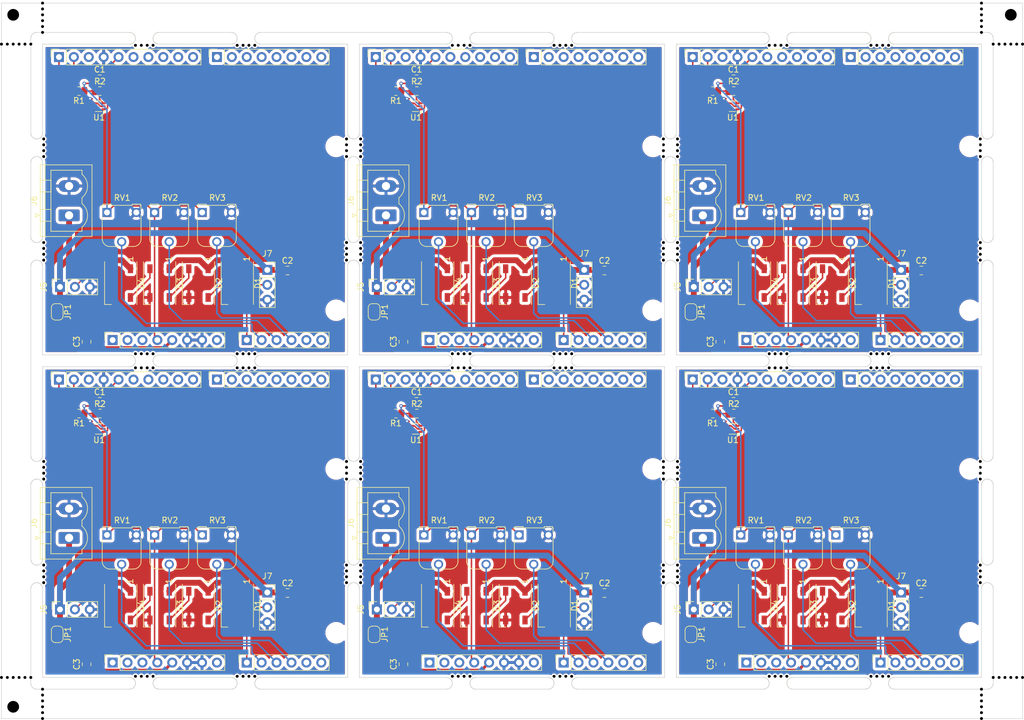
<source format=kicad_pcb>
(kicad_pcb (version 20240108) (generator "pcbnew") (generator_version "8.0")
  (title_block (title "STM32 Shield") (date "mar. 31 mars 2015") (rev "1.00") (company "IDA"))
  (layers (0 "F.Cu" signal) (31 "B.Cu" signal) (34 "B.Paste" user) (35 "F.Paste" user) (36 "B.SilkS" user "B.Silkscreen") (37 "F.SilkS" user "F.Silkscreen") (38 "B.Mask" user) (39 "F.Mask" user) (44 "Edge.Cuts" user))
  (net 0 "")
  (net 1 "Board_0-+3V3")
  (net 2 "Board_0-+5V")
  (net 3 "Board_0-+5V_LED")
  (net 4 "Board_0-/AREF")
  (net 5 "Board_0-/IOREF")
  (net 6 "Board_0-/~{RESET}")
  (net 7 "Board_0-GND")
  (net 8 "Board_0-Net-(D1-DOUT)")
  (net 9 "Board_0-Net-(D2-DOUT)")
  (net 10 "Board_0-Net-(D3-DOUT)")
  (net 11 "Board_0-Net-(D4-DOUT)")
  (net 12 "Board_0-PA0")
  (net 13 "Board_0-PA1")
  (net 14 "Board_0-PA10")
  (net 15 "Board_0-PA2")
  (net 16 "Board_0-PA3")
  (net 17 "Board_0-PA4")
  (net 18 "Board_0-PA5")
  (net 19 "Board_0-PA6")
  (net 20 "Board_0-PA7")
  (net 21 "Board_0-PA8")
  (net 22 "Board_0-PA9")
  (net 23 "Board_0-PB0")
  (net 24 "Board_0-PB10")
  (net 25 "Board_0-PB3")
  (net 26 "Board_0-PB4")
  (net 27 "Board_0-PB5")
  (net 28 "Board_0-PB6")
  (net 29 "Board_0-PB8")
  (net 30 "Board_0-PB9")
  (net 31 "Board_0-PC0")
  (net 32 "Board_0-PC1")
  (net 33 "Board_0-PC7")
  (net 34 "Board_0-VCC")
  (net 35 "Board_0-unconnected-(J1-Pin_1-Pad1)")
  (net 36 "Board_1-+3V3")
  (net 37 "Board_1-+5V")
  (net 38 "Board_1-+5V_LED")
  (net 39 "Board_1-/AREF")
  (net 40 "Board_1-/IOREF")
  (net 41 "Board_1-/~{RESET}")
  (net 42 "Board_1-GND")
  (net 43 "Board_1-Net-(D1-DOUT)")
  (net 44 "Board_1-Net-(D2-DOUT)")
  (net 45 "Board_1-Net-(D3-DOUT)")
  (net 46 "Board_1-Net-(D4-DOUT)")
  (net 47 "Board_1-PA0")
  (net 48 "Board_1-PA1")
  (net 49 "Board_1-PA10")
  (net 50 "Board_1-PA2")
  (net 51 "Board_1-PA3")
  (net 52 "Board_1-PA4")
  (net 53 "Board_1-PA5")
  (net 54 "Board_1-PA6")
  (net 55 "Board_1-PA7")
  (net 56 "Board_1-PA8")
  (net 57 "Board_1-PA9")
  (net 58 "Board_1-PB0")
  (net 59 "Board_1-PB10")
  (net 60 "Board_1-PB3")
  (net 61 "Board_1-PB4")
  (net 62 "Board_1-PB5")
  (net 63 "Board_1-PB6")
  (net 64 "Board_1-PB8")
  (net 65 "Board_1-PB9")
  (net 66 "Board_1-PC0")
  (net 67 "Board_1-PC1")
  (net 68 "Board_1-PC7")
  (net 69 "Board_1-VCC")
  (net 70 "Board_1-unconnected-(J1-Pin_1-Pad1)")
  (net 71 "Board_2-+3V3")
  (net 72 "Board_2-+5V")
  (net 73 "Board_2-+5V_LED")
  (net 74 "Board_2-/AREF")
  (net 75 "Board_2-/IOREF")
  (net 76 "Board_2-/~{RESET}")
  (net 77 "Board_2-GND")
  (net 78 "Board_2-Net-(D1-DOUT)")
  (net 79 "Board_2-Net-(D2-DOUT)")
  (net 80 "Board_2-Net-(D3-DOUT)")
  (net 81 "Board_2-Net-(D4-DOUT)")
  (net 82 "Board_2-PA0")
  (net 83 "Board_2-PA1")
  (net 84 "Board_2-PA10")
  (net 85 "Board_2-PA2")
  (net 86 "Board_2-PA3")
  (net 87 "Board_2-PA4")
  (net 88 "Board_2-PA5")
  (net 89 "Board_2-PA6")
  (net 90 "Board_2-PA7")
  (net 91 "Board_2-PA8")
  (net 92 "Board_2-PA9")
  (net 93 "Board_2-PB0")
  (net 94 "Board_2-PB10")
  (net 95 "Board_2-PB3")
  (net 96 "Board_2-PB4")
  (net 97 "Board_2-PB5")
  (net 98 "Board_2-PB6")
  (net 99 "Board_2-PB8")
  (net 100 "Board_2-PB9")
  (net 101 "Board_2-PC0")
  (net 102 "Board_2-PC1")
  (net 103 "Board_2-PC7")
  (net 104 "Board_2-VCC")
  (net 105 "Board_2-unconnected-(J1-Pin_1-Pad1)")
  (net 106 "Board_3-+3V3")
  (net 107 "Board_3-+5V")
  (net 108 "Board_3-+5V_LED")
  (net 109 "Board_3-/AREF")
  (net 110 "Board_3-/IOREF")
  (net 111 "Board_3-/~{RESET}")
  (net 112 "Board_3-GND")
  (net 113 "Board_3-Net-(D1-DOUT)")
  (net 114 "Board_3-Net-(D2-DOUT)")
  (net 115 "Board_3-Net-(D3-DOUT)")
  (net 116 "Board_3-Net-(D4-DOUT)")
  (net 117 "Board_3-PA0")
  (net 118 "Board_3-PA1")
  (net 119 "Board_3-PA10")
  (net 120 "Board_3-PA2")
  (net 121 "Board_3-PA3")
  (net 122 "Board_3-PA4")
  (net 123 "Board_3-PA5")
  (net 124 "Board_3-PA6")
  (net 125 "Board_3-PA7")
  (net 126 "Board_3-PA8")
  (net 127 "Board_3-PA9")
  (net 128 "Board_3-PB0")
  (net 129 "Board_3-PB10")
  (net 130 "Board_3-PB3")
  (net 131 "Board_3-PB4")
  (net 132 "Board_3-PB5")
  (net 133 "Board_3-PB6")
  (net 134 "Board_3-PB8")
  (net 135 "Board_3-PB9")
  (net 136 "Board_3-PC0")
  (net 137 "Board_3-PC1")
  (net 138 "Board_3-PC7")
  (net 139 "Board_3-VCC")
  (net 140 "Board_3-unconnected-(J1-Pin_1-Pad1)")
  (net 141 "Board_4-+3V3")
  (net 142 "Board_4-+5V")
  (net 143 "Board_4-+5V_LED")
  (net 144 "Board_4-/AREF")
  (net 145 "Board_4-/IOREF")
  (net 146 "Board_4-/~{RESET}")
  (net 147 "Board_4-GND")
  (net 148 "Board_4-Net-(D1-DOUT)")
  (net 149 "Board_4-Net-(D2-DOUT)")
  (net 150 "Board_4-Net-(D3-DOUT)")
  (net 151 "Board_4-Net-(D4-DOUT)")
  (net 152 "Board_4-PA0")
  (net 153 "Board_4-PA1")
  (net 154 "Board_4-PA10")
  (net 155 "Board_4-PA2")
  (net 156 "Board_4-PA3")
  (net 157 "Board_4-PA4")
  (net 158 "Board_4-PA5")
  (net 159 "Board_4-PA6")
  (net 160 "Board_4-PA7")
  (net 161 "Board_4-PA8")
  (net 162 "Board_4-PA9")
  (net 163 "Board_4-PB0")
  (net 164 "Board_4-PB10")
  (net 165 "Board_4-PB3")
  (net 166 "Board_4-PB4")
  (net 167 "Board_4-PB5")
  (net 168 "Board_4-PB6")
  (net 169 "Board_4-PB8")
  (net 170 "Board_4-PB9")
  (net 171 "Board_4-PC0")
  (net 172 "Board_4-PC1")
  (net 173 "Board_4-PC7")
  (net 174 "Board_4-VCC")
  (net 175 "Board_4-unconnected-(J1-Pin_1-Pad1)")
  (net 176 "Board_5-+3V3")
  (net 177 "Board_5-+5V")
  (net 178 "Board_5-+5V_LED")
  (net 179 "Board_5-/AREF")
  (net 180 "Board_5-/IOREF")
  (net 181 "Board_5-/~{RESET}")
  (net 182 "Board_5-GND")
  (net 183 "Board_5-Net-(D1-DOUT)")
  (net 184 "Board_5-Net-(D2-DOUT)")
  (net 185 "Board_5-Net-(D3-DOUT)")
  (net 186 "Board_5-Net-(D4-DOUT)")
  (net 187 "Board_5-PA0")
  (net 188 "Board_5-PA1")
  (net 189 "Board_5-PA10")
  (net 190 "Board_5-PA2")
  (net 191 "Board_5-PA3")
  (net 192 "Board_5-PA4")
  (net 193 "Board_5-PA5")
  (net 194 "Board_5-PA6")
  (net 195 "Board_5-PA7")
  (net 196 "Board_5-PA8")
  (net 197 "Board_5-PA9")
  (net 198 "Board_5-PB0")
  (net 199 "Board_5-PB10")
  (net 200 "Board_5-PB3")
  (net 201 "Board_5-PB4")
  (net 202 "Board_5-PB5")
  (net 203 "Board_5-PB6")
  (net 204 "Board_5-PB8")
  (net 205 "Board_5-PB9")
  (net 206 "Board_5-PC0")
  (net 207 "Board_5-PC1")
  (net 208 "Board_5-PC7")
  (net 209 "Board_5-VCC")
  (net 210 "Board_5-unconnected-(J1-Pin_1-Pad1)")
  (footprint "Connector_Phoenix_MSTB:PhoenixContact_MSTBVA_2,5_2-G_1x02_P5.00mm_Vertical" (layer "F.Cu") (at 127.0225 111.2 90)
    (property "Reference" "J6")
    (property "Value" "PowerIn")
  )
  (footprint "NPTH" (layer "F.Cu") (at 155.666666 27.2)
    (property "Reference" "KiKit_MB_14_1" (hide yes))
    (property "Value" "NPTH" (hide yes))
  )
  (footprint "NPTH" (layer "F.Cu") (at 122.7 99.166666)
    (property "Reference" "KiKit_MB_33_3" (hide yes))
    (property "Value" "NPTH" (hide yes))
  )
  (footprint "NPTH" (layer "F.Cu") (at 140.333333 134.8)
    (property "Reference" "KiKit_MB_39_2" (hide yes))
    (property "Value" "NPTH" (hide yes))
  )
  (footprint "NPTH" (layer "F.Cu") (at 68.5 141)
    (property "Reference" "KiKit_MB_51_5" (hide yes))
    (property "Value" "NPTH" (hide yes))
  )
  (footprint "NPTH" (layer "F.Cu") (at 141.333333 82.2)
    (property "Reference" "KiKit_MB_37_4" (hide yes))
    (property "Value" "NPTH" (hide yes))
  )
  (footprint "NPTH" (layer "F.Cu") (at 174.3 101.166666)
    (property "Reference" "KiKit_MB_35_4" (hide yes))
    (property "Value" "NPTH" (hide yes))
  )
  (footprint "NPTH" (layer "F.Cu") (at 212.666666 79.8)
    (property "Reference" "KiKit_MB_24_1" (hide yes))
    (property "Value" "NPTH" (hide yes))
  )
  (footprint "NPTH" (layer "F.Cu") (at 120.3 101.166666)
    (property "Reference" "KiKit_MB_27_4" (hide yes))
    (property "Value" "NPTH" (hide yes))
  )
  (footprint "Connector_PinSocket_2.54mm:PinSocket_1x03_P2.54mm_Vertical" (layer "F.Cu") (at 106.8 65.5)
    (property "Reference" "J7")
    (property "Value" "Neopixel")
  )
  (footprint "NPTH" (layer "F.Cu") (at 155.666666 82.2)
    (property "Reference" "KiKit_MB_38_1" (hide yes))
    (property "Value" "NPTH" (hide yes))
  )
  (footprint "Potentiometer_THT:Potentiometer_Runtron_RM-065_Vertical" (layer "F.Cu") (at 149.7 55.7)
    (property "Reference" "RV3")
    (property "Value" "10k")
  )
  (footprint "NPTH" (layer "F.Cu") (at 62.5 27)
    (property "Reference" "KiKit_MB_53_2" (hide yes))
    (property "Value" "NPTH" (hide yes))
  )
  (footprint "NPTH" (layer "F.Cu") (at 156.666666 82.2)
    (property "Reference" "KiKit_MB_38_2" (hide yes))
    (property "Value" "NPTH" (hide yes))
  )
  (footprint "NPTH" (layer "F.Cu") (at 228.5 140)
    (property "Reference" "KiKit_MB_52_4" (hide yes))
    (property "Value" "NPTH" (hide yes))
  )
  (footprint "NPTH" (layer "F.Cu") (at 174.3 98.166666)
    (property "Reference" "KiKit_MB_35_1" (hide yes))
    (property "Value" "NPTH" (hide yes))
  )
  (footprint "Connector_Phoenix_MSTB:PhoenixContact_MSTBVA_2,5_2-G_1x02_P5.00mm_Vertical" (layer "F.Cu") (at 181.0225 111.2 90)
    (property "Reference" "J6")
    (property "Value" "PowerIn")
  )
  (footprint "NPTH" (layer "F.Cu") (at 122.7 115.833333)
    (property "Reference" "KiKit_MB_34_4" (hide yes))
    (property "Value" "NPTH" (hide yes))
  )
  (footprint "NPTH" (layer "F.Cu") (at 122.7 98.166666)
    (property "Reference" "KiKit_MB_33_4" (hide yes))
    (property "Value" "NPTH" (hide yes))
  )
  (footprint "Capacitor_SMD:C_0805_2012Metric" (layer "F.Cu") (at 218.25 120.6)
    (property "Reference" "C2")
    (property "Value" "100nF")
  )
  (footprint "Potentiometer_THT:Potentiometer_Runtron_RM-065_Vertical" (layer "F.Cu") (at 203.7 110.7)
    (property "Reference" "RV3")
    (property "Value" "10k")
  )
  (footprint "Potentiometer_THT:Potentiometer_Runtron_RM-065_Vertical" (layer "F.Cu") (at 87.59 55.7)
    (property "Reference" "RV2")
    (property "Value" "10k")
  )
  (footprint "Potentiometer_THT:Potentiometer_Runtron_RM-065_Vertical" (layer "F.Cu") (at 95.7 110.7)
    (property "Reference" "RV3")
    (property "Value" "10k")
  )
  (footprint "NPTH" (layer "F.Cu") (at 87.333334 27.2)
    (property "Reference" "KiKit_MB_5_4" (hide yes))
    (property "Value" "NPTH" (hide yes))
  )
  (footprint "Connector_PinSocket_2.54mm:PinSocket_1x03_P2.54mm_Vertical" (layer "F.Cu") (at 71.475 123.4 90)
    (property "Reference" "J5")
    (property "Value" "Neopixel")
  )
  (footprint "LED_SMD:LED_WS2812B_PLCC4_5.0x5.0mm_P3.2mm" (layer "F.Cu") (at 189.83 122.75 -90)
    (property "Reference" "D4")
    (property "Value" "WS2812B")
  )
  (footprint "NPTH" (layer "F.Cu") (at 228.5 22)
    (property "Reference" "KiKit_MB_50_3" (hide yes))
    (property "Value" "NPTH" (hide yes))
  )
  (footprint "NPTH" (layer "F.Cu") (at 138.333333 79.8)
    (property "Reference" "KiKit_MB_15_4" (hide yes))
    (property "Value" "NPTH" (hide yes))
  )
  (footprint "NPTH" (layer "F.Cu") (at 120.3 98.166666)
    (property "Reference" "KiKit_MB_27_1" (hide yes))
    (property "Value" "NPTH" (hide yes))
  )
  (footprint "LED_SMD:LED_WS2812B_PLCC4_5.0x5.0mm_P3.2mm" (layer "F.Cu") (at 196.45 122.75 -90)
    (property "Reference" "D3")
    (property "Value" "WS2812B")
  )
  (footprint "LED_SMD:LED_WS2812B_PLCC4_5.0x5.0mm_P3.2mm" (layer "F.Cu") (at 95.07 67.75 -90)
    (property "Reference" "D2")
    (property "Value" "WS2812B")
  )
  (footprint "NPTH" (layer "F.Cu") (at 120.3 116.833333)
    (property "Reference" "KiKit_MB_28_2" (hide yes))
    (property "Value" "NPTH" (hide yes))
  )
  (footprint "NPTH" (layer "F.Cu") (at 234.5 135)
    (property "Reference" "KiKit_MB_56_5" (hide yes))
    (property "Value" "NPTH" (hide yes))
  )
  (footprint "NPTH" (layer "F.Cu") (at 68.7 115.833333)
    (property "Reference" "KiKit_MB_26_4" (hide yes))
    (property "Value" "NPTH" (hide yes))
  )
  (footprint "NPTH" (layer "F.Cu") (at 68.7 44.166667)
    (property "Reference" "KiKit_MB_1_3" (hide yes))
    (property "Value" "NPTH" (hide yes))
  )
  (footprint "Arduino_MountingHole:MountingHole_3.2mm" (layer "F.Cu") (at 118.54 72.38)
    (property "Reference" "MH4" (hide yes))
    (property "Value" "MountingHole_3.2mm" (hide yes))
  )
  (footprint "Connector_Phoenix_MSTB:PhoenixContact_MSTBVA_2,5_2-G_1x02_P5.00mm_Vertical" (layer "F.Cu") (at 127.0225 56.2 90)
    (property "Reference" "J6")
    (property "Value" "PowerIn")
  )
  (footprint "NPTH" (layer "F.Cu") (at 176.7 63.833333)
    (property "Reference" "KiKit_MB_18_1" (hide yes))
    (property "Value" "NPTH" (hide yes))
  )
  (footprint "Connector_PinSocket_2.54mm:PinSocket_1x08_P2.54mm_Vertical" (layer "F.Cu") (at 152.22 29.2 90)
    (property "Reference" "J4" (hide yes))
    (property "Value" "Digital/PWM")
  )
  (footprint "NPTH" (layer "F.Cu") (at 228.3 45.166667)
    (property "Reference" "KiKit_MB_19_3" (hide yes))
    (property "Value" "NPTH" (hide yes))
  )
  (footprint "LED_SMD:LED_WS2812B_PLCC4_5.0x5.0mm_P3.2mm" (layer "F.Cu") (at 142.45 122.75 -90)
    (property "Reference" "D3")
    (property "Value" "WS2812B")
  )
  (footprint "NPTH" (layer "F.Cu") (at 157.666666 134.8)
    (property "Reference" "KiKit_MB_40_2" (hide yes))
    (property "Value" "NPTH" (hide yes))
  )
  (footprint "Resistor_SMD:R_0805_2012Metric" (layer "F.Cu") (at 74.7125 90 180)
    (property "Reference" "R1")
    (property "Value" "10k")
  )
  (footprint "NPTH" (layer "F.Cu") (at 176.7 60.833333)
    (property "Reference" "KiKit_MB_18_4" (hide yes))
    (property "Value" "NPTH" (hide yes))
  )
  (footprint "NPTH" (layer "F.Cu") (at 155.666666 79.8)
    (property "Reference" "KiKit_MB_16_4" (hide yes))
    (property "Value" "NPTH" (hide yes))
  )
  (footprint "NPTH" (layer "F.Cu") (at 176.7 100.166666)
    (property "Reference" "KiKit_MB_41_2" (hide yes))
    (property "Value" "NPTH" (hide yes))
  )
  (footprint "NPTH" (layer "F.Cu") (at 120.3 115.833333)
    (property "Reference" "KiKit_MB_28_1" (hide yes))
    (property "Value" "NPTH" (hide yes))
  )
  (footprint "NPTH" (layer "F.Cu") (at 139.333333 82.2)
    (property "Reference" "KiKit_MB_37_2" (hide yes))
    (property "Value" "NPTH" (hide yes))
  )
  (footprint "NPTH" (layer "F.Cu") (at 138.333333 82.2)
    (property "Reference" "KiKit_MB_37_1" (hide yes))
    (property "Value" "NPTH" (hide yes))
  )
  (footprint "NPTH" (layer "F.Cu") (at 193.333333 134.8)
    (property "Reference" "KiKit_MB_47_3" (hide yes))
    (property "Value" "NPTH" (hide yes))
  )
  (footprint "Resistor_SMD:R_0805_2012Metric" (layer "F.Cu") (at 128.7125 35 180)
    (property "Reference" "R1")
    (property "Value" "10k")
  )
  (footprint "NPTH" (layer "F.Cu") (at 85.333334 82.2)
    (property "Reference" "KiKit_MB_29_2" (hide yes))
    (property "Value" "NPTH" (hide yes))
  )
  (footprint "NPTH" (layer "F.Cu") (at 156.666666 134.8)
    (property "Reference" "KiKit_MB_40_3" (hide yes))
    (property "Value" "NPTH" (hide yes))
  )
  (footprint "Capacitor_SMD:C_0805_2012Metric" (layer "F.Cu") (at 130 132.75 90)
    (property "Reference" "C3")
    (property "Value" "100nF")
  )
  (footprint "Capacitor_SMD:C_0805_2012Metric" (layer "F.Cu") (at 76 132.75 90)
    (property "Reference" "C3")
    (property "Value" "100nF")
  )
  (footprint "NPTH" (layer "F.Cu") (at 228.3 99.166666)
    (property "Reference" "KiKit_MB_43_2" (hide yes))
    (property "Value" "NPTH" (hide yes))
  )
  (footprint "LED_SMD:LED_WS2812B_PLCC4_5.0x5.0mm_P3.2mm" (layer "F.Cu") (at 101.69 67.75 -90)
    (property "Reference" "D1")
    (property "Value" "WS2812B")
  )
  (footprint "Capacitor_SMD:C_0805_2012Metric" (layer "F.Cu") (at 78.25 33)
    (property "Reference" "C1")
    (property "Value" "100nF")
  )
  (footprint "NPTH" (layer "F.Cu") (at 101.666666 27.2)
    (property "Reference" "KiKit_MB_6_1" (hide yes))
    (property "Value" "NPTH" (hide yes))
  )
  (footprint "NPTH" (layer "F.Cu") (at 122.7 101.166666)
    (property "Reference" "KiKit_MB_33_1" (hide yes))
    (property "Value" "NPTH" (hide yes))
  )
  (footprint "NPTH" (layer "F.Cu") (at 87.333334 82.2)
    (property "Reference" "KiKit_MB_29_4" (hide yes))
    (property "Value" "NPTH" (hide yes))
  )
  (footprint "NPTH" (layer "F.Cu") (at 122.7 117.833333)
    (property "Reference" "KiKit_MB_34_2" (hide yes))
    (property "Value" "NPTH" (hide yes))
  )
  (footprint "NPTH" (layer "F.Cu") (at 228.3 62.833333)
    (property "Reference" "KiKit_MB_20_3" (hide yes))
    (property "Value" "NPTH" (hide yes))
  )
  (footprint "Connector_PinSocket_2.54mm:PinSocket_1x03_P2.54mm_Vertical" (layer "F.Cu") (at 125.475 68.4 90)
    (property "Reference" "J5")
    (property "Value" "Neopixel")
  )
  (footprint "NPTH" (layer "F.Cu") (at 68.7 116.833333)
    (property "Reference" "KiKit_MB_26_3" (hide yes))
    (property "Value" "NPTH" (hide yes))
  )
  (footprint "NPTH" (layer "F.Cu") (at 174.3 100.166666)
    (property "Reference" "KiKit_MB_35_3" (hide yes))
    (property "Value" "NPTH" (hide yes))
  )
  (footprint "NPTH" (layer "F.Cu") (at 120.3 118.833333)
    (property "Reference" "KiKit_MB_28_4" (hide yes))
    (property "Value" "NPTH" (hide yes))
  )
  (footprint "Arduino_MountingHole:MountingHole_3.2mm" (layer "F.Cu") (at 118.54 44.44)
    (property "Reference" "MH3" (hide yes))
    (property "Value" "MountingHole_3.2mm" (hide yes))
  )
  (footprint "NPTH" (layer "F.Cu") (at 176.7 44.166667)
    (property "Reference" "KiKit_MB_17_3" (hide yes))
    (property "Value" "NPTH" (hide yes))
  )
  (footprint "Jumper:SolderJumper-2_P1.3mm_Open_RoundedPad1.0x1.5mm" (layer "F.Cu") (at 179 72.65 -90)
    (property "Reference" "JP1")
    (property "Value" "Jumper_2_Open")
  )
  (footprint "NPTH" (layer "F.Cu") (at 176.7 43.166667)
    (property "Reference" "KiKit_MB_17_4" (hide yes))
    (property "Value" "NPTH" (hide yes))
  )
  (footprint "NPTH" (layer "F.Cu") (at 122.7 118.833333)
    (property "Reference" "KiKit_MB_34_1" (hide yes))
    (property "Value" "NPTH" (hide yes))
  )
  (footprint "Connector_PinSocket_2.54mm:PinSocket_1x08_P2.54mm_Vertical" (layer "F.Cu") (at 134.44 132.46 90)
    (property "Reference" "J1" (hide yes))
    (property "Value" "Power")
  )
  (footprint "NPTH" (layer "F.Cu") (at 68.5 22)
    (property "Reference" "KiKit_MB_49_3" (hide yes))
    (property "Value" "NPTH" (hide yes))
  )
  (footprint "NPTH" (layer "F.Cu") (at 174.3 63.833333)
    (property "Reference" "KiKit_MB_12_4" (hide yes))
    (property "Value" "NPTH" (hide yes))
  )
  (footprint "NPTH" (layer "F.Cu") (at 228.3 101.166666)
    (property "Reference" "KiKit_MB_43_4" (hide yes))
    (property "Value" "NPTH" (hide yes))
  )
  (footprint "Potentiometer_THT:Potentiometer_Runtron_RM-065_Vertical" (layer "F.Cu") (at 79.48 55.7)
    (property "Reference" "RV1")
    (property "Value" "10k")
  )
  (footprint "NPTH" (layer "F.Cu") (at 84.333334 79.8)
    (property "Reference" "KiKit_MB_7_4" (hide yes))
    (property "Value" "NPTH" (hide yes))
  )
  (footprint "Arduino_MountingHole:MountingHole_3.2mm" (layer "F.Cu") (at 172.54 72.38)
    (property "Reference" "MH4" (hide yes))
    (property "Value" "MountingHole_3.2mm" (hide yes))
  )
  (footprint "NPTH" (layer "F.Cu") (at 176.7 61.833333)
    (property "Reference" "KiKit_MB_18_3" (hide yes))
    (property "Value" "NPTH" (hide yes))
  )
  (footprint "NPTH" (layer "F.Cu") (at 194.333333 82.2)
    (property "Reference" "KiKit_MB_45_3" (hide yes))
    (property "Value" "NPTH" (hide yes))
  )
  (footprint "LED_SMD:LED_WS2812B_PLCC4_5.0x5.0mm_P3.2mm" (layer "F.Cu") (at 81.83 122.75 -90)
    (property "Reference" "D4")
    (property "Value" "WS2812B")
  )
  (footprint "Connector_PinSocket_2.54mm:PinSocket_1x06_P2.54mm_Vertical" (layer "F.Cu") (at 103.3 77.46 90)
    (property "Reference" "J3" (hide yes))
    (property "Value" "Analog")
  )
  (footprint "NPTH" (layer "F.Cu") (at 120.3 43.166667)
    (property "Reference" "KiKit_MB_3_1" (hide yes))
    (property "Value" "NPTH" (hide yes))
  )
  (footprint "Potentiometer_THT:Potentiometer_Runtron_RM-065_Vertical" (layer "F.Cu") (at 187.48 110.7)
    (property "Reference" "RV1")
    (property "Value" "10k")
  )
  (footprint "NPTH" (layer "F.Cu") (at 176.7 117.833333)
    (property "Reference" "KiKit_MB_42_2" (hide yes))
    (property "Value" "NPTH" (hide yes))
  )
  (footprint "Connector_Phoenix_MSTB:PhoenixContact_MSTBVA_2,5_2-G_1x02_P5.00mm_Vertical" (layer "F.Cu") (at 181.0225 56.2 90)
    (property "Reference" "J6")
    (property "Value" "PowerIn")
  )
  (footprint "Package_TO_SOT_SMD:SOT-563" (layer "F.Cu") (at 132.15 92.6 180)
    (property "Reference" "U1")
    (property "Value" "TMP102xxDRL")
  )
  (footprint "Arduino_MountingHole:MountingHole_3.2mm" (layer "F.Cu") (at 118.54 99.44)
    (property "Reference" "MH3" (hide yes))
    (property "Value" "MountingHole_3.2mm" (hide yes))
  )
  (footprint "NPTH" (layer "F.Cu") (at 63.5 27)
    (property "Reference" "KiKit_MB_53_3" (hide yes))
    (property "Value" "NPTH" (hide yes))
  )
  (footprint "NPTH" (layer "F.Cu") (at 228.3 100.166666)
    (property "Reference" "KiKit_MB_43_3" (hide yes))
    (property "Value" "NPTH" (hide yes))
  )
  (footprint "LED_SMD:LED_WS2812B_PLCC4_5.0x5.0mm_P3.2mm" (layer "F.Cu") (at 155.69 122.75 -90)
    (property "Reference" "D1")
    (property "Value" "WS2812B")
  )
  (footprint "NPTH" (layer "F.Cu") (at 102.666666 82.2)
    (property "Reference" "KiKit_MB_30_2" (hide yes))
    (property "Value" "NPTH" (hide yes))
  )
  (footprint "NPTH" (layer "F.Cu") (at 228.3 44.166667)
    (property "Reference" "KiKit_MB_19_2" (hide yes))
    (property "Value" "NPTH" (hide yes))
  )
  (footprint "LED_SMD:LED_WS2812B_PLCC4_5.0x5.0mm_P3.2mm" (layer "F.Cu") (at 196.45 67.75 -90)
    (property "Reference" "D3")
    (property "Value" "WS2812B")
  )
  (footprint "NPTH" (layer "F.Cu") (at 228.3 61.833333)
    (property "Reference" "KiKit_MB_20_2" (hide yes))
    (property "Value" "NPTH" (hide yes))
  )
  (footprint "NPTH" (layer "F.Cu") (at 176.7 115.833333)
    (property "Reference" "KiKit_MB_42_4" (hide yes))
    (property "Value" "NPTH" (hide yes))
  )
  (footprint "NPTH" (layer "F.Cu") (at 232.5 135)
    (property "Reference" "KiKit_MB_56_3" (hide yes))
    (property "Value" "NPTH" (hide yes))
  )
  (footprint "Connector_PinSocket_2.54mm:PinSocket_1x08_P2.54mm_Vertical" (layer "F.Cu") (at 98.22 84.2 90)
    (property "Reference" "J4" (hide yes))
    (property "Value" "Digital/PWM")
  )
  (footprint "NPTH" (layer "F.Cu") (at 228.3 116.833333)
    (property "Reference" "KiKit_MB_44_2" (hide yes))
    (property "Value" "NPTH" (hide yes))
  )
  (footprint "NPTH" (layer "F.Cu") (at 209.666666 82.2)
    (property "Reference" "KiKit_MB_46_1" (hide yes))
    (property "Value" "NPTH" (hide yes))
  )
  (footprint "NPTH" (layer "F.Cu") (at 195.333333 134.8)
    (property "Reference" "KiKit_MB_47_1" (hide yes))
    (property "Value" "NPTH" (hide yes))
  )
  (footprint "LED_SMD:LED_WS2812B_PLCC4_5.0x5.0mm_P3.2mm" (layer "F.Cu") (at 209.69 67.75 -90)
    (property "Reference" "D1")
    (property "Value" "WS2812B")
  )
  (footprint "NPTH" (layer "F.Cu") (at 228.5 24)
    (property "Reference" "KiKit_MB_50_5" (hide yes))
    (property "Value" "NPTH" (hide yes))
  )
  (footprint "NPTH" (layer "F.Cu") (at 210.666666 79.8)
    (property "Reference" "KiKit_MB_24_3" (hide yes))
    (property "Value" "NPTH" (hide yes))
  )
  (footprint "NPTH" (layer "F.Cu") (at 68.7 46.166667)
    (property "Reference" "KiKit_MB_1_1" (hide yes))
    (property "Value" "NPTH" (hide yes))
  )
  (footprint "NPTH" (layer "F.Cu") (at 233.5 27)
    (property "Reference" "KiKit_MB_55_4" (hide yes))
    (property "Value" "NPTH" (hide yes))
  )
  (footprint "NPTH" (layer "F.Cu") (at 228.5 142)
    (property "Reference" "KiKit_MB_52_6" (hide yes))
    (property "Value" "NPTH" (hide yes))
  )
  (footprint "NPTH" (layer "F.Cu") (at 193.333333 79.8)
    (property "Reference" "KiKit_MB_23_3" (hide yes))
    (property "Value" "NPTH" (hide yes))
  )
  (footprint "NPTH" (layer "F.Cu") (at 158.666666 82.2)
    (property "Reference" "KiKit_MB_38_4" (hide yes))
    (property "Value" "NPTH" (hide yes))
  )
  (footprint "Connector_PinSocket_2.54mm:PinSocket_1x08_P2.54mm_Vertical" (layer "F.Cu") (at 80.44 132.46 90)
    (property "Reference" "J1" (hide yes))
    (property "Value" "Power")
  )
  (footprint "Connector_PinSocket_2.54mm:PinSocket_1x10_P2.54mm_Vertical" (layer "F.Cu") (at 125.296 84.2 90)
    (property "Reference" "J2" (hide yes))
    (property "Value" "Digital/PWM")
  )
  (footprint "NPTH" (layer "F.Cu") (at 139.333333 79.8)
    (property "Reference" "KiKit_MB_15_3" (hide yes))
    (property "Value" "NPTH" (hide yes))
  )
  (footprint "NPTH" (layer "F.Cu") (at 158.666666 79.8)
    (property "Reference" "KiKit_MB_16_1" (hide yes))
    (property "Value" "NPTH" (hide yes))
  )
  (footprint "Connector_PinSocket_2.54mm:PinSocket_1x06_P2.54mm_Vertical" (layer "F.Cu") (at 211.3 77.46 90)
    (property "Reference" "J3" (hide yes))
    (property "Value" "Analog")
  )
  (footprint "NPTH" (layer "F.Cu") (at 102.666666 27.2)
    (property "Reference" "KiKit_MB_6_2" (hide yes))
    (property "Value" "NPTH" (hide yes))
  )
  (footprint "NPTH" (layer "F.Cu") (at 174.3 60.833333)
    (property "Reference" "KiKit_MB_12_1" (hide yes))
    (property "Value" "NPTH" (hide yes))
  )
  (footprint "Package_TO_SOT_SMD:SOT-563" (layer "F.Cu") (at 186.15 92.6 180)
    (property "Reference" "U1")
    (property "Value" "TMP102xxDRL")
  )
  (footprint "NPTH" (layer "F.Cu") (at 120.3 61.833333)
    (property "Reference" "KiKit_MB_4_2" (hide yes))
    (property "Value" "NPTH" (hide yes))
  )
  (footprint "Potentiometer_THT:Potentiometer_Runtron_RM-065_Vertical" (layer "F.Cu") (at 195.59 55.7)
    (property "Reference" "RV2")
    (property "Value" "10k")
  )
  (footprint "NPTH" (layer "F.Cu") (at 140.333333 27.2)
    (property "Reference" "KiKit_MB_13_3" (hide yes))
    (property "Value" "NPTH" (hide yes))
  )
  (footprint "NPTH" (layer "F.Cu") (at 68.5 24)
    (property "Reference" "KiKit_MB_49_5" (hide yes))
    (property "Value" "NPTH" (hide yes))
  )
  (footprint "NPTH" (layer "F.Cu") (at 120.3 46.166667)
    (property "Reference" "KiKit_MB_3_4" (hide yes))
    (property "Value" "NPTH" (hide yes))
  )
  (footprint "NPTH" (layer "F.Cu") (at 233.5 22)
    (property "Reference" "KiKit_TO_2" (hide yes))
    (property "Value" "NPTH" (hide yes))
  )
  (footprint "Potentiometer_THT:Potentiometer_Runtron_RM-065_Vertical" (layer "F.Cu") (at 149.7 110.7)
    (property "Reference" "RV3")
    (property "Value" "10k")
  )
  (footprint "NPTH" (layer "F.Cu") (at 156.666666 79.8)
    (property "Reference" "KiKit_MB_16_3" (hide yes))
    (property "Value" "NPTH" (hide yes))
  )
  (footprint "NPTH" (layer "F.Cu") (at 138.333333 134.8)
    (property "Reference" "KiKit_MB_39_4" (hide yes))
    (property "Value" "NPTH" (hide yes))
  )
  (footprint "Connector_PinSocket_2.54mm:PinSocket_1x10_P2.54mm_Vertical" (layer "F.Cu") (at 125.296 29.2 90)
    (property "Reference" "J2" (hide yes))
    (property "Value" "Digital/PWM")
  )
  (footprint "NPTH" (layer "F.Cu") (at 174.3 44.166667)
    (property "Reference" "KiKit_MB_11_2" (hide yes))
    (property "Value" "NPTH" (hide yes))
  )
  (footprint "NPTH" (layer "F.Cu") (at 228.3 98.166666)
    (property "Reference" "KiKit_MB_43_1" (hide yes))
    (property "Value" "NPTH" (hide yes))
  )
  (footprint "NPTH" (layer "F.Cu") (at 68.7 43.166667)
    (property "Reference" "KiKit_MB_1_4" (hide yes))
    (property "Value" "NPTH" (hide yes))
  )
  (footprint "NPTH" (layer "F.Cu") (at 156.666666 27.2)
    (property "Reference" "KiKit_MB_14_2" (hide yes))
    (property "Value" "NPTH" (hide yes))
  )
  (footprint "NPTH" (layer "F.Cu") (at 174.3 116.833333)
    (property "Reference" "KiKit_MB_36_2" (hide yes))
    (property "Value" "NPTH" (hide yes))
  )
  (footprint "Connector_Phoenix_MSTB:PhoenixContact_MSTBVA_2,5_2-G_1x02_P5.00mm_Vertical" (layer "F.Cu") (at 73.0225 111.2 90)
    (property "Reference" "J6")
    (property "Value" "PowerIn")
  )
  (footprint "NPTH" (layer "F.Cu") (at 87.333334 134.8)
    (property "Reference" "KiKit_MB_31_1" (hide yes))
    (property "Value" "NPTH" (hide yes))
  )
  (footprint "NPTH" (layer "F.Cu") (at 103.666666 134.8)
    (property "Reference" "KiKit_MB_32_2" (hide yes))
    (property "Value" "NPTH" (hide yes))
  )
  (footprint "Potentiometer_THT:Potentiometer_Runtron_RM-065_Vertical" (layer "F.Cu") (at 187.48 55.7)
    (property "Reference" "RV1")
    (property "Value" "10k")
  )
  (footprint "NPTH" (layer "F.Cu") (at 103.666666 27.2)
    (property "Reference" "KiKit_MB_6_3" (hide yes))
    (property "Value" "NPTH" (hide yes))
  )
  (footprint "NPTH" (layer "F.Cu") (at 66.5 27)
    (property "Reference" "KiKit_MB_53_6" (hide yes))
    (property "Value" "NPTH" (hide yes))
  )
  (footprint "Connector_PinSocket_2.54mm:PinSocket_1x03_P2.54mm_Vertical" (layer "F.Cu") (at 160.8 65.5)
    (property "Reference" "J7")
    (property "Value" "Neopixel")
  )
  (footprint "Connector_PinSocket_2.54mm:PinSocket_1x10_P2.54mm_Vertical" (layer "F.Cu") (at 71.296 84.2 90)
    (property "Reference" "J2" (hide yes))
    (property "Value" "Digital/PWM")
  )
  (footprint "Connector_PinSocket_2.54mm:PinSocket_1x03_P2.54mm_Vertical" (layer "F.Cu") (at 160.8 120.5)
    (property "Reference" "J7")
    (property "Value" "Neopixel")
  )
  (footprint "NPTH" (layer "F.Cu") (at 68.5 23)
    (property "Reference" "KiKit_MB_49_4" (hide yes))
    (property "Value" "NPTH" (hide yes))
  )
  (footprint "NPTH" (layer "F.Cu") (at 228.5 139)
    (property "Reference" "KiKit_MB_52_3" (hide yes))
    (property "Value" "NPTH" (hide yes))
  )
  (footprint "Connector_PinSocket_2.54mm:PinSocket_1x03_P2.54mm_Vertical" (layer "F.Cu") (at 71.475 68.4 90)
    (property "Reference" "J5")
    (property "Value" "Neopixel")
  )
  (footprint "NPTH" (layer "F.Cu") (at 176.7 45.166667)
    (property "Reference" "KiKit_MB_17_2" (hide yes))
    (property "Value" "NPTH" (hide yes))
  )
  (footprint "NPTH" (layer "F.Cu") (at 120.3 63.833333)
    (property "Reference" "KiKit_MB_4_4" (hide yes))
    (property "Value" "NPTH" (hide yes))
  )
  (footprint "Jumper:SolderJumper-2_P1.3mm_Open_RoundedPad1.0x1.5mm" (layer "F.Cu") (at 125 72.65 -90)
    (property "Reference" "JP1")
    (property "Value" "Jumper_2_Open")
  )
  (footprint "NPTH" (layer "F.Cu") (at 64.5 27)
    (property "Reference" "KiKit_MB_53_4" (hide yes))
    (property "Value" "NPTH" (hide yes))
  )
  (footprint "NPTH" (layer "F.Cu") (at 210.666666 82.2)
    (property "Reference" "KiKit_MB_46_2" (hide yes))
    (property "Value" "NPTH" (hide yes))
  )
  (footprint "NPTH" (layer "F.Cu") (at 85.333334 134.8)
    (property "Reference" "KiKit_MB_31_3" (hide yes))
    (property "Value" "NPTH" (hide yes))
  )
  (footprint "NPTH" (layer "F.Cu") (at 155.666666 134.8)
    (property "Reference" "KiKit_MB_40_4" (hide yes))
    (property "Value" "NPTH" (hide yes))
  )
  (footprint "Connector_Phoenix_MSTB:PhoenixContact_MSTBVA_2,5_2-G_1x02_P5.00mm_Vertical" (layer "F.Cu") (at 73.0225 56.2 90)
    (property "Reference" "J6")
    (property "Value" "PowerIn")
  )
  (footprint "NPTH" (layer "F.Cu") (at 157.666666 82.2)
    (property "Reference" "KiKit_MB_38_3" (hide yes))
    (property "Value" "NPTH" (hide yes))
  )
  (footprint "NPTH" (layer "F.Cu") (at 120.3 117.833333)
    (property "Reference" "KiKit_MB_28_3" (hide yes))
    (property "Value" "NPTH" (hide yes))
  )
  (footprint "Capacitor_SMD:C_0805_2012Metric" (layer "F.Cu") (at 130 77.75 90)
    (property "Reference" "C3")
    (property "Value" "100nF")
  )
  (footprint "Capacitor_SMD:C_0805_2012Metric" (layer "F.Cu") (at 132.25 33)
    (property "Reference" "C1")
    (property "Value" "100nF")
  )
  (footprint "NPTH" (layer "F.Cu") (at 122.7 46.166667)
    (property "Reference" "KiKit_MB_9_1" (hide yes))
    (property "Value" "NPTH" (hide yes))
  )
  (footprint "NPTH" (layer "F.Cu") (at 228.3 118.833333)
    (property "Reference" "KiKit_MB_44_4" (hide yes))
    (property "Value" "NPTH" (hide yes))
  )
  (footprint "Resistor_SMD:R_0805_2012Metric" (layer "F.Cu") (at 186.2875 90)
    (property "Reference" "R2")
    (property "Value" "10k")
  )
  (footprint "NPTH" (layer "F.Cu") (at 176.7 101.166666)
    (property "Reference" "KiKit_MB_41_1" (hide yes))
    (property "Value" "NPTH" (hide yes))
  )
  (footprint "LED_SMD:LED_WS2812B_PLCC4_5.0x5.0mm_P3.2mm" (layer "F.Cu") (at 88.45 67.75 -90)
    (property "Reference" "D3")
    (property "Value" "WS2812B")
  )
  (footprint "NPTH" (layer "F.Cu") (at 228.5 137)
    (property "Reference" "KiKit_MB_52_1" (hide yes))
    (property "Value" "NPTH" (hide yes))
  )
  (footprint "LED_SMD:LED_WS2812B_PLCC4_5.0x5.0mm_P3.2mm" (layer "F.Cu") (at 189.83 67.75 -90)
    (property "Reference" "D4")
    (property "Value" "WS2812B")
  )
  (footprint "Capacitor_SMD:C_0805_2012Metric" (layer "F.Cu") (at 110.25 120.6)
    (property "Reference" "C2")
    (property "Value" "100nF")
  )
  (footprint "Capacitor_SMD:C_0805_2012Metric" (layer "F.Cu") (at 186.25 33)
    (property "Reference" "C1")
    (property "Value" "100nF")
  )
  (footprint "NPTH" (layer "F.Cu") (at 139.333333 134.8)
    (property "Reference" "KiKit_MB_39_3" (hide yes))
    (property "Value" "NPTH" (hide yes))
  )
  (footprint "Connector_PinSocket_2.54mm:PinSocket_1x03_P2.54mm_Vertical" (layer "F.Cu") (at 214.8 65.5)
    (property "Reference" "J7")
    (property "Value" "Neopixel")
  )
  (footprint "NPTH" (layer "F.Cu") (at 68.5 142)
    (property "Reference" "KiKit_MB_51_6" (hide yes))
    (property "Value" "NPTH" (hide yes))
  )
  (footprint "NPTH" (layer "F.Cu") (at 102.666666 134.8)
    (property "Reference" "KiKit_MB_32_3" (hide yes))
    (property "Value" "NPTH" (hide yes))
  )
  (footprint "NPTH" (layer "F.Cu") (at 84.333334 82.2)
    (property "Reference" "KiKit_MB_29_1" (hide yes))
    (property "Value" "NPTH" (hide yes))
  )
  (footprint "Connector_PinSocket_2.54mm:PinSocket_1x08_P2.54mm_Vertical" (layer "F.Cu") (at 98.22 29.2 90)
    (property "Reference" "J4" (hide yes))
    (property "Value" "Digital/PWM")
  )
  (footprint "Resistor_SMD:R_0805_2012Metric" (layer "F.Cu") (at 78.2875 90)
    (property "Reference" "R2")
    (property "Value" "10k")
  )
  (footprint "Capacitor_SMD:C_0805_2012Metric" (layer "F.Cu") (at 164.25 65.6)
    (property "Reference" "C2")
    (property "Value" "100nF")
  )
  (footprint "Connector_PinSocket_2.54mm:PinSocket_1x06_P2.54mm_Vertical" (layer "F.Cu") (at 211.3 132.46 90)
    (property "Reference" "J3" (hide yes))
    (property "Value" "Analog")
  )
  (footprint "NPTH" (layer "F.Cu") (at 104.666666 27.2)
    (property "Reference" "KiKit_MB_6_4" (hide yes))
    (property "Value" "NPTH" (hide yes))
  )
  (footprint "NPTH" (layer "F.Cu") (at 140.333333 82.2)
    (property "Reference" "KiKit_MB_37_3" (hide yes))
    (property "Value" "NPTH" (hide yes))
  )
  (footprint "NPTH" (layer "F.Cu") (at 234.5 27)
    (property "Reference" "KiKit_MB_55_5" (hide yes))
    (property "Value" "NPTH" (hide yes))
  )
  (footprint "NPTH" (layer "F.Cu") (at 228.5 25)
    (property "Reference" "KiKit_MB_50_6" (hide yes))
    (property "Value" "NPTH" (hide yes))
  )
  (footprint "LED_SMD:LED_WS2812B_PLCC4_5.0x5.0mm_P3.2mm" (layer "F.Cu") (at 135.83 122.75 -90)
    (property "Reference" "D4")
    (property "Value" "WS2812B")
  )
  (footprint "NPTH" (layer "F.Cu") (at 211.666666 82.2)
    (property "Reference" "KiKit_MB_46_3" (hide yes))
    (property "Value" "NPTH" (hide yes))
  )
  (footprint "Capacitor_SMD:C_0805_2012Metric" (layer "F.Cu") (at 164.25 120.6)
    (property "Reference" "C2")
    (property "Value" "100nF")
  )
  (footprint "NPTH" (layer "F.Cu") (at 68.5 139)
    (property "Reference" "KiKit_MB_51_3" (hide yes))
    (property "Value" "NPTH" (hide yes))
  )
  (footprint "NPTH" (layer "F.Cu") (at 235.5 27)
    (property "Reference" "KiKit_MB_55_6" (hide yes))
    (property "Value" "NPTH" (hide yes))
  )
  (footprint "Connector_PinSocket_2.54mm:PinSocket_1x03_P2.54mm_Vertical" (layer "F.Cu") (at 125.475 123.4 90)
    (property "Reference" "J5")
    (property "Value" "Neopixel")
  )
  (footprint "Arduino_MountingHole:MountingHole_3.2mm" (layer "F.Cu") (at 226.54 44.44)
    (property "Reference" "MH3" (hide yes))
    (property "Value" "MountingHole_3.2mm" (hide yes))
  )
  (footprint "Potentiometer_THT:Potentiometer_Runtron_RM-065_Vertical" (layer "F.Cu") (at 133.48 55.7)
    (property "Reference" "RV1")
    (property "Value" "10k")
  )
  (footprint "Connector_PinSocket_2.54mm:PinSocket_1x06_P2.54mm_Vertical" (layer "F.Cu") (at 103.3 132.46 90)
    (property "Reference" "J3" (hide yes))
    (property "Value" "Analog")
  )
  (footprint "NPTH" (layer "F.Cu") (at 68.5 20)
    (property "Reference" "KiKit_MB_49_1" (hide yes))
    (property "Value" "NPTH" (hide yes))
  )
  (footprint "Connector_PinSocket_2.54mm:PinSocket_1x06_P2.54mm_Vertical" (layer "F.Cu") (at 157.3 77.46 90)
    (property "Reference" "J3" (hide yes))
    (property "Value" "Analog")
  )
  (footprint "NPTH" (layer "F.Cu") (at 174.3 61.833333)
    (property "Reference" "KiKit_MB_12_2" (hide yes))
    (property "Value" "NPTH" (hide yes))
  )
  (footprint "NPTH" (layer "F.Cu") (at 195.333333 27.2)
    (property "Reference" "KiKit_MB_21_4" (hide yes))
    (property "Value" "NPTH" (hide yes))
  )
  (footprint "NPTH" (layer "F.Cu") (at 174.3 62.833333)
    (property "Reference" "KiKit_MB_12_3" (hide yes))
    (property "Value" "NPTH" (hide yes))
  )
  (footprint "NPTH" (layer "F.Cu") (at 64.5 135)
    (property "Reference" "KiKit_MB_54_4" (hide yes))
    (property "Value" "NPTH" (hide yes))
  )
  (footprint "Connector_PinSocket_2.54mm:PinSocket_1x08_P2.54mm_Vertical" (layer "F.Cu") (at 134.44 77.46 90)
    (property "Reference" "J1" (hide yes))
    (property "Value" "Power")
  )
  (footprint "LED_SMD:LED_WS2812B_PLCC4_5.0x5.0mm_P3.2mm" (layer "F.Cu") (at 101.69 122.75 -90)
    (property "Reference" "D1")
    (property "Value" "WS2812B")
  )
  (footprint "NPTH" (layer "F.Cu") (at 141.333333 134.8)
    (property "Reference" "KiKit_MB_39_1" (hide yes))
    (property "Value" "NPTH" (hide yes))
  )
  (footprint "NPTH" (layer "F.Cu") (at 68.7 117.833333)
    (property "Reference" "KiKit_MB_26_2" (hide yes))
    (property "Value" "NPTH" (hide yes))
  )
  (footprint "NPTH" (layer "F.Cu") (at 122.7 60.833333)
    (property "Reference" "KiKit_MB_10_4" (hide yes))
    (property "Value" "NPTH" (hide yes))
  )
  (footprint "NPTH" (layer "F.Cu") (at 122.7 43.166667)
    (property "Reference" "KiKit_MB_9_4" (hide yes))
    (property "Value" "NPTH" (hide yes))
  )
  (footprint "NPTH" (layer "F.Cu") (at 210.666666 134.8)
    (property "Reference" "KiKit_MB_48_3" (hide yes))
    (property "Value" "NPTH" (hide yes))
  )
  (footprint "NPTH" (layer "F.Cu") (at 228.3 46.166667)
    (property "Reference" "KiKit_MB_19_4" (hide yes))
    (property "Value" "NPTH" (hide yes))
  )
  (footprint "NPTH" (layer "F.Cu") (at 68.7 60.833333)
    (property "Reference" "KiKit_MB_2_4" (hide yes))
    (property "Value" "NPTH" (hide yes))
  )
  (footprint "NPTH" (layer "F.Cu") (at 192.333333 27.2)
    (property "Reference" "KiKit_MB_21_1" (hide yes))
    (property "Value" "NPTH" (hide yes))
  )
  (footprint "NPTH" (layer "F.Cu") (at 68.7 63.833333)
    (property "Reference" "KiKit_MB_2_1" (hide yes))
    (property "Value" "NPTH" (hide yes))
  )
  (footprint "LED_SMD:LED_WS2812B_PLCC4_5.0x5.0mm_P3.2mm" (layer "F.Cu") (at 203.07 67.75 -90)
    (property "Reference" "D2")
    (property "Value" "WS2812B")
  )
  (footprint "Connector_PinSocket_2.54mm:PinSocket_1x08_P2.54mm_Vertical" (layer "F.Cu") (at 152.22 84.2 90)
    (property "Reference" "J4" (hide yes))
    (property "Value" "Digital/PWM")
  )
  (footprint "NPTH" (layer "F.Cu") (at 176.7 98.166666)
    (property "Reference" "KiKit_MB_41_4" (hide yes))
    (property "Value" "NPTH" (hide yes))
  )
  (footprint "NPTH" (layer "F.Cu") (at 140.333333 79.8)
    (property "Reference" "KiKit_MB_15_2" (hide yes))
    (property "Value" "NPTH" (hide yes))
  )
  (footprint "NPTH" (layer "F.Cu") (at 120.3 62.833333)
    (property "Reference" "KiKit_MB_4_3" (hide yes))
    (property "Value" "NPTH" (hide yes))
  )
  (footprint "NPTH" (layer "F.Cu") (at 228.3 117.833333)
    (property "Reference" "KiKit_MB_44_3" (hide yes))
    (property "Value" "NPTH" (hide yes))
  )
  (footprint "Connector_PinSocket_2.54mm:PinSocket_1x08_P2.54mm_Vertical" (layer "F.Cu") (at 206.22 84.2 90)
    (property "Reference" "J4" (hide yes))
    (property "Value" "Digital/PWM")
  )
  (footprint "NPTH" (layer "F.Cu") (at 68.5 140)
    (property "Reference" "KiKit_MB_51_4" (hide yes))
    (property "Value" "NPTH" (hide yes))
  )
  (footprint "NPTH" (layer "F.Cu") (at 157.666666 27.2)
    (property "Reference" "KiKit_MB_14_3" (hide yes))
    (property "Value" "NPTH" (hide yes))
  )
  (footprint "NPTH" (layer "F.Cu") (at 228.5 21)
    (property "Reference" "KiKit_MB_50_2" (hide yes))
    (property "Value" "NPTH" (hide yes))
  )
  (footprint "NPTH" (layer "F.Cu") (at 176.7 62.833333)
    (property "Reference" "KiKit_MB_18_2" (hide yes))
    (property "Value" "NPTH" (hide yes))
  )
  (footprint "NPTH" (layer "F.Cu") (at 228.5 23)
    (property "Reference" "KiKit_MB_50_4" (hide yes))
    (property "Value" "NPTH" (hide yes))
  )
  (footprint "Potentiometer_THT:Potentiometer_Runtron_RM-065_Vertical" (layer "F.Cu") (at 87.59 110.7)
    (property "Reference" "RV2")
    (property "Value" "10k")
  )
  (footprint "Capacitor_SMD:C_0805_2012Metric" (layer "F.Cu") (at 78.25 88)
    (property "Reference" "C1")
    (property "Value" "100nF")
  )
  (footprint "NPTH" (layer "F.Cu") (at 101.666666 82.2)
    (property "Reference" "KiKit_MB_30_1" (hide yes))
    (property "Value" "NPTH" (hide yes))
  )
  (footprint "NPTH" (layer "F.Cu") (at 211.666666 27.2)
    (property "Reference" "KiKit_MB_22_3" (hide yes))
    (property "Value" "NPTH" (hide yes))
  )
  (footprint "Potentiometer_THT:Potentiometer_Runtron_RM-065_Vertical" (layer "F.Cu") (at 133.48 110.7)
    (property "Reference" "RV1")
    (property "Value" "10k")
  )
  (footprint "NPTH" (layer "F.Cu") (at 209.666666 79.8)
    (property "Reference" "KiKit_MB_24_4" (hide yes))
    (property "Value" "NPTH" (hide yes))
  )
  (footprint "NPTH" (layer "F.Cu") (at 194.333333 27.2)
    (property "Reference" "KiKit_MB_21_3" (hide yes))
    (property "Value" "NPTH" (hide yes))
  )
  (footprint "NPTH" (layer "F.Cu") (at 228.5 141)
    (property "Reference" "KiKit_MB_52_5" (hide yes))
    (property "Value" "NPTH" (hide yes))
  )
  (footprint "Potentiometer_THT:Potentiometer_Runtron_RM-065_Vertical" (layer "F.Cu") (at 141.59 55.7)
    (property "Reference" "RV2")
    (property "Value" "10k")
  )
  (footprint "LED_SMD:LED_WS2812B_PLCC4_5.0x5.0mm_P3.2mm" (layer "F.Cu") (at 203.07 122.75 -90)
    (property "Reference" "D2")
    (property "Value" "WS2812B")
  )
  (footprint "LED_SMD:LED_WS2812B_PLCC4_5.0x5.0mm_P3.2mm" (layer "F.Cu") (at 149.07 67.75 -90)
    (property "Reference" "D2")
    (property "Value" "WS2812B")
  )
  (footprint "NPTH" (layer "F.Cu") (at 122.7 100.166666)
    (property "Reference" "KiKit_MB_33_2" (hide yes))
    (property "Value" "NPTH" (hide yes))
  )
  (footprint "Connector_PinSocket_2.54mm:PinSocket_1x10_P2.54mm_Vertical" (layer "F.Cu") (at 179.296 84.2 90)
    (property "Reference" "J2" (hide yes))
    (property "Value" "Digital/PWM")
  )
  (footprint "Resistor_SMD:R_0805_2012Metric" (layer "F.Cu") (at 132.2875 35)
    (property "Reference" "R2")
    (property "Value" "10k")
  )
  (footprint "NPTH" (layer "F.Cu") (at 68.7 99.166666)
    (property "Reference" "KiKit_MB_25_3" (hide yes))
    (property "Value" "NPTH" (hide yes))
  )
  (footprint "Connector_PinSocket_2.54mm:PinSocket_1x08_P2.54mm_Vertical" (layer "F.Cu") (at 188.44 77.46 90)
    (property "Reference" "J1" (hide yes))
    (property "Value" "Power")
  )
  (footprint "NPTH" (layer "F.Cu") (at 86.333334 79.8)
    (property "Reference" "KiKit_MB_7_2" (hide yes))
    (property "Value" "NPTH" (hide yes))
  )
  (footprint "Resistor_SMD:R_0805_2012Metric" (layer "F.Cu") (at 182.7125 90 180)
    (property "Reference" "R1")
    (property "Value" "10k")
  )
  (footprint "Resistor_SMD:R_0805_2012Metric" (layer "F.Cu") (at 132.2875 90)
    (property "Reference" "R2")
    (property "Value" "10k")
  )
  (footprint "NPTH" (layer "F.Cu") (at 230.5 27)
    (property "Reference" "KiKit_MB_55_1" (hide yes))
    (property "Value" "NPTH" (hide yes))
  )
  (footprint "NPTH" (layer "F.Cu") (at 68.7 61.833333)
    (property "Reference" "KiKit_MB_2_3" (hide yes))
    (property "Value" "NPTH" (hide yes))
  )
  (footprint "LED_SMD:LED_WS2812B_PLCC4_5.0x5.0mm_P3.2mm" (layer "F.Cu") (at 209.69 122.75 -90)
    (property "Reference" "D1")
    (property "Value" "WS2812B")
  )
  (footprint "NPTH" (layer "F.Cu") (at 68.5 21)
    (property "Reference" "KiKit_MB_49_2" (hide yes))
    (property "Value" "NPTH" (hide yes))
  )
  (footprint "NPTH" (layer "F.Cu") (at 174.3 117.833333)
    (property "Reference" "KiKit_MB_36_3" (hide yes))
    (property "Value" "NPTH" (hide yes))
  )
  (footprint "Potentiometer_THT:Potentiometer_Runtron_RM-065_Vertical" (layer "F.Cu") (at 95.7 55.7)
    (property "Reference" "RV3")
    (property "Value" "10k")
  )
  (footprint "NPTH" (layer "F.Cu") (at 84.333334 27.2)
    (property "Reference" "KiKit_MB_5_1" (hide yes))
    (property "Value" "NPTH" (hide yes))
  )
  (footprint "Jumper:SolderJumper-2_P1.3mm_Open_RoundedPad1.0x1.5mm" (layer "F.Cu") (at 125 127.65 -90)
    (property "Reference" "JP1")
    (property "Value" "Jumper_2_Open")
  )
  (footprint "NPTH" (layer "F.Cu") (at 66.5 135)
    (property "Reference" "KiKit_MB_54_6" (hide yes))
    (property "Value" "NPTH" (hide yes))
  )
  (footprint "NPTH" (layer "F.Cu") (at 122.7 61.833333)
    (property "Reference" "KiKit_MB_10_3" (hide yes))
    (property "Value" "NPTH" (hide yes))
  )
  (footprint "NPTH" (layer "F.Cu") (at 210.666666 27.2)
    (property "Reference" "KiKit_MB_22_2" (hide yes))
    (property "Value" "NPTH" (hide yes))
  )
  (footprint "Arduino_MountingHole:MountingHole_3.2mm" (layer "F.Cu") (at 172.54 99.44)
    (property "Reference" "MH3" (hide yes))
    (property "Value" "MountingHole_3.2mm" (hide yes))
  )
  (footprint "LED_SMD:LED_WS2812B_PLCC4_5.0x5.0mm_P3.2mm" (layer "F.Cu") (at 95.07 122.75 -90)
    (property "Reference" "D2")
    (property "Value" "WS2812B")
  )
  (footprint "NPTH" (layer "F.Cu") (at 233.5 135)
    (property "Reference" "KiKit_MB_56_4" (hide yes))
    (property "Value" "NPTH" (hide yes))
  )
  (footprint "Arduino_MountingHole:MountingHole_3.2mm" (layer "F.Cu") (at 118.54 127.38)
    (property "Reference" "MH4" (hide yes))
    (property "Value" "MountingHole_3.2mm" (hide yes))
  )
  (footprint "Package_TO_SOT_SMD:SOT-563" (layer "F.Cu") (at 186.15 37.6 180)
    (property "Reference" "U1")
    (property "Value" "TMP102xxDRL")
  )
  (footprint "NPTH" (layer "F.Cu") (at 141.333333 79.8)
    (property "Reference" "KiKit_MB_15_1" (hide yes))
    (property "Value" "NPTH" (hide yes))
  )
  (footprint "NPTH" (layer "F.Cu") (at 194.333333 79.8)
    (property "Reference" "KiKit_MB_23_2" (hide yes))
    (property "Value" "NPTH" (hide yes))
  )
  (footprint "NPTH" (layer "F.Cu") (at 122.7 63.833333)
    (property "Reference" "KiKit_MB_10_1" (hide yes))
    (property "Value" "NPTH" (hide yes))
  )
  (footprint "NPTH" (layer "F.Cu") (at 209.666666 134.8)
    (property "Reference" "KiKit_MB_48_4" (hide yes))
    (property "Value" "NPTH" (hide yes))
  )
  (footprint "NPTH" (layer "F.Cu") (at 101.666666 134.8)
    (property "Reference" "KiKit_MB_32_4" (hide yes))
    (property "Value" "NPTH" (hide yes))
  )
  (footprint "NPTH" (layer "F.Cu") (at 174.3 99.166666)
    (property "Reference" "KiKit_MB_35_2" (hide yes))
    (property "Value" "NPTH" (hide yes))
  )
  (footprint "NPTH" (layer "F.Cu") (at 68.7 98.166666)
    (property "Reference" "KiKit_MB_25_4" (hide yes))
    (property "Value" "NPTH" (hide yes))
  )
  (footprint "LED_SMD:LED_WS2812B_PLCC4_5.0x5.0mm_P3.2mm" (layer "F.Cu") (at 142.45 67.75 -90)
    (property "Reference" "D3")
    (property "Value" "WS2812B")
  )
  (footprint "Fiducial" (layer "F.Cu") (at 233.5 22)
    (property "Reference" "KiKit_FID_T_2" (hide yes))
    (property "Value" "Fiducial" (hide yes))
  )
  (footprint "NPTH" (layer "F.Cu") (at 193.333333 82.2)
    (property "Reference" "KiKit_MB_45_2" (hide yes))
    (property "Value" "NPTH" (hide yes))
  )
  (footprint "NPTH" (layer "F.Cu") (at 211.666666 79.8)
    (property "Reference" "KiKit_MB_24_2" (hide yes))
    (property "Value" "NPTH" (hide yes))
  )
  (footprint "NPTH" (layer "F.Cu") (at 231.5 27)
    (property "Reference" "KiKit_MB_55_2" (hide yes))
    (property "Value" "NPTH" (hide yes))
  )
  (footprint "NPTH" (layer "F.Cu") (at 120.3 60.833333)
    (property "Reference" "KiKit_MB_4_1" (hide yes))
    (property "Value" "NPTH" (hide yes))
  )
  (footprint "Connector_PinSocket_2.54mm:PinSocket_1x03_P2.54mm_Vertical" (layer "F.Cu") (at 179.475 123.4 90)
    (property "Reference" "J5")
    (property "Value" "Neopixel")
  )
  (footprint "NPTH" (layer "F.Cu") (at 63.5 140)
    (property "Reference" "KiKit_TO_3" (hide yes))
    (property "Value" "NPTH" (hide yes))
  )
  (footprint "NPTH" (layer "F.Cu") (at 65.5 27)
    (property "Reference" "KiKit_MB_53_5" (hide yes))
    (property "Value" "NPTH" (hide yes))
  )
  (footprint "NPTH" (layer "F.Cu") (at 231.5 135)
    (property "Reference" "KiKit_MB_56_2" (hide yes))
    (property "Value" "NPTH" (hide yes))
  )
  (footprint "NPTH" (layer "F.Cu") (at 195.333333 79.8)
    (property "Reference" "KiKit_MB_23_1" (hide yes))
    (property "Value" "NPTH" (hide yes))
  )
  (footprint "NPTH" (layer "F.Cu") (at 101.666666 79.8)
    (property "Reference" "KiKit_MB_8_4" (hide yes))
    (property "Value" "NPTH" (hide yes))
  )
  (footprint "NPTH" (layer "F.Cu") (at 61.5 27)
    (property "Reference" "KiKit_MB_53_1" (hide yes))
    (property "Value" "NPTH" (hide yes))
  )
  (footprint "Resistor_SMD:R_0805_2012Metric" (layer "F.Cu") (at 182.7125 35 180)
    (property "Reference" "R1")
    (property "Value" "10k")
  )
  (footprint "Capacitor_SMD:C_0805_2012Metric" (layer "F.Cu") (at 132.25 88)
    (property "Reference" "C1")
    (property "Value" "100nF")
  )
  (footprint "NPTH" (layer "F.Cu") (at 63.5 22)
    (property "Reference" "KiKit_TO_1" (hide yes))
    (property "Value" "NPTH" (hide yes))
  )
  (footprint "Capacitor_SMD:C_0805_2012Metric" (layer "F.Cu") (at 184 77.75 90)
    (property "Reference" "C3")
    (property "Value" "100nF")
  )
  (footprint "NPTH" (layer "F.Cu") (at 103.666666 82.2)
    (property "Reference" "KiKit_MB_30_3" (hide yes))
    (property "Value" "NPTH" (hide yes))
  )
  (footprint "NPTH" (layer "F.Cu") (at 68.7 62.833333)
    (property "Reference" "KiKit_MB_2_2" (hide yes))
    (property "Value" "NPTH" (hide yes))
  )
  (footprint "NPTH" (layer "F.Cu") (at 209.666666 27.2)
    (property "Reference" "KiKit_MB_22_1" (hide yes))
    (property "Value" "NPTH" (hide yes))
  )
  (footprint "NPTH" (layer "F.Cu") (at 86.333334 134.8)
    (property "Reference" "KiKit_MB_31_2" (hide yes))
    (property "Value" "NPTH" (hide yes))
  )
  (footprint "NPTH" (layer "F.Cu") (at 122.7 62.833333)
    (property "Reference" "KiKit_MB_10_2" (hide yes))
    (property "Value" "NPTH" (hide yes))
  )
  (footprint "LED_SMD:LED_WS2812B_PLCC4_5.0x5.0mm_P3.2mm" (layer "F.Cu") (at 135.83 67.75 -90)
    (property "Reference" "D4")
    (property "Value" "WS2812B")
  )
  (footprint "Arduino_MountingHole:MountingHole_3.2mm" (layer "F.Cu") (at 226.54 127.38)
    (property "Reference" "MH4" (hide yes))
    (property "Value" "MountingHole_3.2mm" (hide yes))
  )
  (footprint "Capacitor_SMD:C_0805_2012Metric" (layer "F.Cu") (at 76 77.75 90)
    (property "Reference" "C3")
    (property "Value" "100nF")
  )
  (footprint "Fiducial" (layer "F.Cu") (at 63.5 140)
    (property "Reference" "KiKit_FID_T_3" (hide yes))
    (property "Value" "Fiducial" (hide yes))
  )
  (footprint "LED_SMD:LED_WS2812B_PLCC4_5.0x5.0mm_P3.2mm" (layer "F.Cu") (at 149.07 122.75 -90)
    (property "Reference" "D2")
    (property "Value" "WS2812B")
  )
  (footprint "NPTH" (layer "F.Cu") (at 212.666666 27.2)
    (property "Reference" "KiKit_MB_22_4" (hide yes))
    (property "Value" "NPTH" (hide yes))
  )
  (footprint "NPTH" (layer "F.Cu") (at 176.7 99.166666)
    (property "Reference" "KiKit_MB_41_3" (hide yes))
    (property "Value" "NPTH" (hide yes))
  )
  (footprint "NPTH" (layer "F.Cu") (at 104.666666 82.2)
    (property "Reference" "KiKit_MB_30_4" (hide yes))
    (property "Value" "NPTH" (hide yes))
  )
  (footprint "LED_SMD:LED_WS2812B_PLCC4_5.0x5.0mm_P3.2mm" (layer "F.Cu") (at 155.69 67.75 -90)
    (property "Reference" "D1")
    (property "Value" "WS2812B")
  )
  (footprint "Resistor_SMD:R_0805_2012Metric" (layer "F.Cu") (at 74.7125 35 180)
    (property "Reference" "R1")
    (property "Value" "10k")
  )
  (footprint "NPTH" (layer "F.Cu") (at 120.3 44.166667)
    (property "Reference" "KiKit_MB_3_2" (hide yes))
    (property "Value" "NPTH" (hide yes))
  )
  (footprint "Package_TO_SOT_SMD:SOT-563" (layer "F.Cu") (at 132.15 37.6 180)
    (property "Reference" "U1")
    (property "Value" "TMP102xxDRL")
  )
  (footprint "Connector_PinSocket_2.54mm:PinSocket_1x10_P2.54mm_Vertical" (layer "F.Cu") (at 71.296 29.2 90)
    (property "Reference" "J2" (hide yes))
    (property "Value" "Digital/PWM")
  )
  (footprint "NPTH" (layer "F.Cu") (at 139.333333 27.2)
    (property "Reference" "KiKit_MB_13_2" (hide yes))
    (property "Value" "NPTH" (hide yes))
  )
  (footprint "Connector_PinSocket_2.54mm:PinSocket_1x08_P2.54mm_Vertical" (layer "F.Cu") (at 206.22 29.2 90)
    (property "Reference" "J4" (hide yes))
    (property "Value" "Digital/PWM")
  )
  (footprint "NPTH" (layer "F.Cu") (at 228.3 115.833333)
    (property "Reference" "KiKit_MB_44_1" (hide yes))
    (property "Value" "NPTH" (hide yes))
  )
  (footprint "NPTH" (layer "F.Cu") (at 138.333333 27.2)
    (property "Reference" "KiKit_MB_13_1" (hide yes))
    (property "Value" "NPTH" (hide yes))
  )
  (footprint "NPTH" (layer "F.Cu") (at 228.3 43.166667)
    (property "Reference" "KiKit_MB_19_1" (hide yes))
    (property "Value" "NPTH" (hide yes))
  )
  (footprint "NPTH" (layer "F.Cu") (at 120.3 99.166666)
    (property "Reference" "KiKit_MB_27_2" (hide yes))
    (property "Value" "NPTH" (hide yes))
  )
  (footprint "NPTH" (layer "F.Cu") (at 68.5 138)
    (property "Reference" "KiKit_MB_51_2" (hide yes))
    (property "Value" "NPTH" (hide yes))
  )
  (footprint "NPTH" (layer "F.Cu") (at 194.333333 134.8)
    (property "Reference" "KiKit_MB_47_2" (hide yes))
    (property "Value" "NPTH" (hide yes))
  )
  (footprint "Resistor_SMD:R_0805_2012Metric" (layer "F.Cu") (at 128.7125 90 180)
    (property "Reference" "R1")
    (property "Value" "10k")
  )
  (footprint "NPTH" (layer "F.Cu") (at 103.666666 79.8)
    (property "Reference" "KiKit_MB_8_2" (hide yes))
    (property "Value" "NPTH" (hide yes))
  )
  (footprint "NPTH" (layer "F.Cu") (at 228.5 20)
    (property "Reference" "KiKit_MB_50_1" (hide yes))
    (property "Value" "NPTH" (hide yes))
  )
  (footprint "NPTH" (layer "F.Cu") (at 86.333334 82.2)
    (property "Reference" "KiKit_MB_29_3" (hide yes))
    (property "Value" "NPTH" (hide yes))
  )
  (footprint "NPTH" (layer "F.Cu") (at 212.666666 82.2)
    (property "Reference" "KiKit_MB_46_4" (hide yes))
    (property "Value" "NPTH" (hide yes))
  )
  (footprint "Package_TO_SOT_SMD:SOT-563" (layer "F.Cu") (at 78.15 92.6 180)
    (property "Reference" "U1")
    (property "Value" "TMP102xxDRL")
  )
  (footprint "Connector_PinSocket_2.54mm:PinSocket_1x06_P2.54mm_Vertical" (layer "F.Cu") (at 157.3 132.46 90)
    (property "Reference" "J3" (hide yes))
    (property "Value" "Analog")
  )
  (footprint "NPTH" (layer "F.Cu") (at 65.5 135)
    (property "Reference" "KiKit_MB_54_5" (hide yes))
    (property "Value" "NPTH" (hide yes))
  )
  (footprint "NPTH" (layer "F.Cu") (at 102.666666 79.8)
    (property "Reference" "KiKit_MB_8_3" (hide yes))
    (property "Value" "NPTH" (hide yes))
  )
  (footprint "NPTH" (layer "F.Cu") (at 176.7 116.833333)
    (property "Reference" "KiKit_MB_42_3" (hide yes))
    (property "Value" "NPTH" (hide yes))
  )
  (footprint "Arduino_MountingHole:MountingHole_3.2mm" (layer "F.Cu") (at 172.54 44.44)
    (property "Reference" "MH3" (hide yes))
    (property "Value" "MountingHole_3.2mm" (hide yes))
  )
  (footprint "NPTH" (layer "F.Cu") (at 195.333333 82.2)
    (property "Reference" "KiKit_MB_45_4" (hide yes))
    (property "Value" "NPTH" (hide yes))
  )
  (footprint "NPTH" (layer "F.Cu") (at 68.5 137)
    (property "Reference" "KiKit_MB_51_1" (hide yes))
    (property "Value" "NPTH" (hide yes))
  )
  (footprint "NPTH" (layer "F.Cu") (at 176.7 46.166667)
    (property "Reference" "KiKit_MB_17_1" (hide yes))
    (property "Value" "NPTH" (hide yes))
  )
  (footprint "NPTH" (layer "F.Cu") (at 232.5 27)
    (property "Reference" "KiKit_MB_55_3" (hide yes))
    (property "Value" "NPTH" (hide yes))
  )
  (footprint "NPTH" (layer "F.Cu") (at 62.5 135)
    (property "Reference" "KiKit_MB_54_2" (hide yes))
    (property "Value" "NPTH" (hide yes))
  )
  (footprint "Jumper:SolderJumper-2_P1.3mm_Open_RoundedPad1.0x1.5mm" (layer "F.Cu") (at 71 127.65 -90)
    (property "Reference" "JP1")
    (property "Value" "Jumper_2_Open")
  )
  (footprint "NPTH" (layer "F.Cu") (at 122.7 44.166667)
    (property "Reference" "KiKit_MB_9_3" (hide yes))
    (property "Value" "NPTH" (hide yes))
  )
  (footprint "NPTH" (layer "F.Cu") (at 230.5 135)
    (property "Reference" "KiKit_MB_56_1" (hide yes))
    (property "Value" "NPTH" (hide yes))
  )
  (footprint "NPTH" (layer "F.Cu") (at 122.7 116.833333)
    (property "Reference" "KiKit_MB_34_3" (hide yes))
    (property "Value" "NPTH" (hide yes))
  )
  (footprint "Connector_PinSocket_2.54mm:PinSocket_1x10_P2.54mm_Vertical" (layer "F.Cu") (at 179.296 29.2 90)
    (property "Reference" "J2" (hide yes))
    (property "Value" "Digital/PWM")
  )
  (footprint "NPTH" (layer "F.Cu") (at 68.5 25)
    (property "Reference" "KiKit_MB_49_6" (hide yes))
    (property "Value" "NPTH" (hide yes))
  )
  (footprint "NPTH" (layer "F.Cu") (at 158.666666 134.8)
    (property "Reference" "KiKit_MB_40_1" (hide yes))
    (property "Value" "NPTH" (hide yes))
  )
  (footprint "NPTH" (layer "F.Cu") (at 174.3 46.166667)
    (property "Reference" "KiKit_MB_11_4" (hide yes))
    (property "Value" "NPTH" (hide yes))
  )
  (footprint "NPTH" (layer "F.Cu") (at 104.666666 134.8)
    (property "Reference" "KiKit_MB_32_1" (hide yes))
    (property "Value" "NPTH" (hide yes))
  )
  (footprint "Connector_PinSocket_2.54mm:PinSocket_1x08_P2.54mm_Vertical" (layer "F.Cu") (at 188.44 132.46 90)
    (property "Reference" "J1" (hide yes))
    (property "Value" "Power")
  )
  (footprint "NPTH" (layer "F.Cu") (at 192.333333 79.8)
    (property "Reference" "KiKit_MB_23_4" (hide yes))
    (property "Value" "NPTH" (hide yes))
  )
  (footprint "NPTH" (layer "F.Cu") (at 157.666666 79.8)
    (property "Reference" "KiKit_MB_16_2" (hide yes))
    (property "Value" "NPTH" (hide yes))
  )
  (footprint "Potentiometer_THT:Potentiometer_Runtron_RM-065_Vertical" (layer "F.Cu") (at 79.48 110.7)
    (property "Reference" "RV1")
    (property "Value" "10k")
  )
  (footprint "NPTH" (layer "F.Cu") (at 120.3 45.166667)
    (property "Reference" "KiKit_MB_3_3" (hide yes))
    (property "Value" "NPTH" (hide yes))
  )
  (footprint "LED_SMD:LED_WS2812B_PLCC4_5.0x5.0mm_P3.2mm" (layer "F.Cu") (at 88.45 122.75 -90)
    (property "Reference" "D3")
    (property "Value" "WS2812B")
  )
  (footprint "Capacitor_SMD:C_0805_2012Metric" (layer "F.Cu") (at 218.25 65.6)
    (property "Reference" "C2")
    (property "Value" "100nF")
  )
  (footprint "NPTH" (layer "F.Cu") (at 228.5 138)
    (property "Reference" "KiKit_MB_52_2" (hide yes))
    (property "Value" "NPTH" (hide yes))
  )
  (footprint "Connector_PinSocket_2.54mm:PinSocket_1x08_P2.54mm_Vertical" (layer "F.Cu") (at 80.44 77.46 90)
    (property "Reference" "J1" (hide yes))
    (property "Value" "Power")
  )
  (footprint "Connector_PinSocket_2.54mm:PinSocket_1x03_P2.54mm_Vertical" (layer "F.Cu") (at 106.8 120.5)
    (property "Reference" "J7")
    (property "Value" "Neopixel")
  )
  (footprint "NPTH" (layer "F.Cu") (at 68.7 118.833333)
    (property "Reference" "KiKit_MB_26_1" (hide yes))
    (property "Value" "NPTH" (hide yes))
  )
  (footprint "NPTH" (layer "F.Cu") (at 174.3 115.833333)
    (property "Reference" "KiKit_MB_36_1" (hide yes))
    (property "Value" "NPTH" (hide yes))
  )
  (footprint "NPTH" (layer "F.Cu") (at 174.3 43.166667)
    (property "Reference" "KiKit_MB_11_1" (hide yes))
    (property "Value" "NPTH" (hide yes))
  )
  (footprint "Arduino_MountingHole:MountingHole_3.2mm" (layer "F.Cu") (at 226.54 72.38)
    (property "Reference" "MH4" (hide yes))
    (property "Value" "MountingHole_3.2mm" (hide yes))
  )
  (footprint "NPTH" (layer "F.Cu") (at 104.666666 79.8)
    (property "Reference" "KiKit_MB_8_1" (hide yes))
    (property "Value" "NPTH" (hide yes))
  )
  (footprint "NPTH" (layer "F.Cu") (at 68.7 100.166666)
    (property "Reference" "KiKit_MB_25_2" (hide yes))
    (property "Value" "NPTH" (hide yes))
  )
  (footprint "Potentiometer_THT:Potentiometer_Runtron_RM-065_Vertical" (layer "F.Cu") (at 203.7 55.7)
    (property "Reference" "RV3")
    (property "Value" "10k")
  )
  (footprint "Capacitor_SMD:C_0805_2012Metric" (layer "F.Cu") (at 186.25 88)
    (property "Reference" "C1")
    (property "Value" "100nF")
  )
  (footprint "Package_TO_SOT_SMD:SOT-563" (layer "F.Cu") (at 78.15 37.6 180)
    (property "Reference" "U1")
    (property "Value" "TMP102xxDRL")
  )
  (footprint "NPTH" (layer "F.Cu") (at 85.333334 79.8)
    (property "Reference" "KiKit_MB_7_3" (hide yes))
    (property "Value" "NPTH" (hide yes))
  )
  (footprint "Arduino_MountingHole:MountingHole_3.2mm" (layer "F.Cu") (at 172.54 127.38)
    (property "Reference" "MH4" (hide yes))
    (property "Value" "MountingHole_3.2mm" (hide yes))
  )
  (footprint "Capacitor_SMD:C_0805_2012Metric" (layer "F.Cu") (at 184 132.75 90)
    (property "Reference" "C3")
    (property "Value" "100nF")
  )
  (footprint "NPTH" (layer "F.Cu") (at 141.333333 27.2)
    (property "Reference" "KiKit_MB_13_4" (hide yes))
    (property "Value" "NPTH" (hide yes))
  )
  (footprint "NPTH" (layer "F.Cu") (at 85.333334 27.2)
    (property "Reference" "KiKit_MB_5_2" (hide yes))
    (property "Value" "NPTH" (hide yes))
  )
  (footprint "NPTH" (layer "F.Cu") (at 122.7 45.166667)
    (property "Reference" "KiKit_MB_9_2" (hide yes))
    (property "Value" "NPTH" (hide yes))
  )
  (footprint "Capacitor_SMD:C_0805_2012Metric" (layer "F.Cu") (at 110.25 65.6)
    (property "Reference" "C2")
    (property "Value" "100nF")
  )
  (footprint "NPTH" (layer "F.Cu") (at 61.5 135)
    (property "Reference" "KiKit_MB_54_1" (hide yes))
    (property "Value" "NPTH" (hide yes))
  )
  (footprint "NPTH" (layer "F.Cu") (at 120.3 100.166666)
    (property "Reference" "KiKit_MB_27_3" (hide yes))
    (property "Value" "NPTH" (hide yes))
  )
  (footprint "NPTH" (layer "F.Cu") (at 174.3 118.833333)
    (property "Reference" "KiKit_MB_36_4" (hide yes))
    (property "Value" "NPTH" (hide yes))
  )
  (footprint "NPTH" (layer "F.Cu") (at 86.333334 27.2)
    (property "Reference" "KiKit_MB_5_3" (hide yes))
    (property "Value" "NPTH" (hide yes))
  )
  (footprint "NPTH" (layer "F.Cu") (at 174.3 45.166667)
    (property "Reference" "KiKit_MB_11_3" (hide yes))
    (property "Value" "NPTH" (hide yes))
  )
  (footprint "NPTH" (layer "F.Cu") (at 68.7 101.166666)
    (property "Reference" "KiKit_MB_25_1" (hide yes))
    (property "Value" "NPTH" (hide yes))
  )
  (footprint "Connector_PinSocket_2.54mm:PinSocket_1x03_P2.54mm_Vertical" (layer "F.Cu") (at 179.475 68.4 90)
    (property "Reference" "J5")
    (property "Value" "Neopixel")
  )
  (footprint "LED_SMD:LED_WS2812B_PLCC4_5.0x5.0mm_P3.2mm" (layer "F.Cu") (at 81.83 67.75 -90)
    (property "Reference" "D4")
    (property "Value" "WS2812B")
  )
  (footprint "Fiducial" (layer "F.Cu") (at 63.5 22)
    (property "Reference" "KiKit_FID_T_1" (hide yes))
    (property "Value" "Fiducial" (hide yes))
  )
  (footprint "NPTH" (layer "F.Cu") (at 68.7 45.166667)
    (property "Reference" "KiKit_MB_1_2" (hide yes))
    (property "Value" "NPTH" (hide yes))
  )
  (footprint "NPTH" (layer "F.Cu") (at 176.7 118.833333)
    (property "Reference" "KiKit_MB_42_1" (hide yes))
    (property "Value" "NPTH" (hide yes))
  )
  (footprint "Connector_PinSocket_2.54mm:PinSocket_1x03_P2.54mm_Vertical" (layer "F.Cu") (at 214.8 120.5)
    (property "Reference" "J7")
    (property "Value" "Neopixel")
  )
  (footprint "NPTH" (layer "F.Cu") (at 63.5 135)
    (property "Reference" "KiKit_MB_54_3" (hide yes))
    (property "Value" "NPTH" (hide yes))
  )
  (footprint "Jumper:SolderJumper-2_P1.3mm_Open_RoundedPad1.0x1.5mm" (layer "F.Cu") (at 71 72.65 -90)
    (property "Reference" "JP1")
    (property "Value" "Jumper_2_Open")
  )
  (footprint "NPTH" (layer "F.Cu") (at 192.333333 134.8)
    (property "Reference" "KiKit_MB_47_4" (hide yes))
    (property "Value" "NPTH" (hide yes))
  )
  (footprint "Arduino_MountingHole:MountingHole_3.2mm" (layer "F.Cu") (at 226.54 99.44)
    (property "Reference" "MH3" (hide yes))
    (property "Value" "MountingHole_3.2mm" (hide yes))
  )
  (footprint "Resistor_SMD:R_0805_2012Metric" (layer "F.Cu") (at 186.2875 35)
    (property "Reference" "R2")
    (property "Value" "10k")
  )
  (footprint "NPTH" (layer "F.Cu") (at 84.333334 134.8)
    (property "Reference" "KiKit_MB_31_4" (hide yes))
    (property "Value" "NPTH" (hide yes))
  )
  (footprint "NPTH" (layer "F.Cu") (at 212.666666 134.8)
    (property "Reference" "KiKit_MB_48_1" (hide yes))
    (property "Value" "NPTH" (hide yes))
  )
  (footprint "Jumper:SolderJumper-2_P1.3mm_Open_RoundedPad1.0x1.5mm" (layer "F.Cu") (at 179 127.65 -90)
    (property "Reference" "JP1")
    (property "Value" "Jumper_2_Open")
  )
  (footprint "NPTH" (layer "F.Cu") (at 193.333333 27.2)
    (property "Reference" "KiKit_MB_21_2" (hide yes))
    (property "Value" "NPTH" (hide yes))
  )
  (footprint "Potentiometer_THT:Potentiometer_Runtron_RM-065_Vertical" (layer "F.Cu") (at 141.59 110.7)
    (property "Reference" "RV2")
    (property "Value" "10k")
  )
  (footprint "NPTH" (layer "F.Cu") (at 211.666666 134.8)
    (property "Reference" "KiKit_MB_48_2" (hide yes))
    (property "Value" "NPTH" (hide yes))
  )
  (footprint "NPTH" (layer "F.Cu") (at 228.3 63.833333)
    (property "Reference" "KiKit_MB_20_4" (hide yes))
    (property "Value" "NPTH" (hide yes))
  )
  (footprint "NPTH" (layer "F.Cu") (at 87.333334 79.8)
    (property "Reference" "KiKit_MB_7_1" (hide yes))
    (property "Value" "NPTH" (hide yes))
  )
  (footprint "Potentiometer_THT:Potentiometer_Runtron_RM-065_Vertical" (layer "F.Cu") (at 195.59 110.7)
    (property "Reference" "RV2")
    (property "Value" "10k")
  )
  (footprint "Resistor_SMD:R_0805_2012Metric" (layer "F.Cu") (at 78.2875 35)
    (property "Reference" "R2")
    (property "Value" "10k")
  )
  (footprint "NPTH" (layer "F.Cu") (at 228.3 60.833333)
    (property "Reference" "KiKit_MB_20_1" (hide yes))
    (property "Value" "NPTH" (hide yes))
  )
  (footprint "NPTH" (layer "F.Cu") (at 158.666666 27.2)
    (property "Reference" "KiKit_MB_14_4" (hide yes))
    (property "Value" "NPTH" (hide yes))
  )
  (footprint "NPTH" (layer "F.Cu") (at 235.5 135)
    (property "Reference" "KiKit_MB_56_6" (hide yes))
    (property "Value" "NPTH" (hide yes))
  )
  (footprint "NPTH" (layer "F.Cu") (at 192.333333 82.2)
    (property "Reference" "KiKit_MB_45_1" (hide yes))
    (property "Value" "NPTH" (hide yes))
  )
  (footprint "Fiducial" (layer "B.Cu") (at 63.5 22)
    (property "Reference" "KiKit_FID_B_1" (hide yes))
    (property "Value" "Fiducial" (hide yes))
  )
  (footprint "Fiducial" (layer "B.Cu") (at 233.5 22)
    (property "Reference" "KiKit_FID_B_2" (hide yes))
    (property "Value" "Fiducial" (hide yes))
  )
  (footprint "Fiducial" (layer "B.Cu") (at 63.5 140)
    (property "Reference" "KiKit_FID_B_3" (hide yes))
    (property "Value" "Fiducial" (hide yes))
  )
  (gr_line (start 176.498795 119.784264) (end 176.5 119.833332) (stroke (width 0.1)) (layer "Edge.Cuts"))
  (gr_line (start 174.504815 64.735315) (end 174.510823 64.686602) (stroke (width 0.1)) (layer "Edge.Cuts"))
  (gr_line (start 229.028602 43.048588) (end 228.985896 43.024395) (stroke (width 0.1)) (layer "Edge.Cuts"))
  (gr_line (start 84.106344 136.634393) (end 84.074284 136.671559) (stroke (width 0.1)) (layer "Edge.Cuts"))
  (gr_line (start 121.83689 98.10821) (end 121.790285 98.123607) (stroke (width 0.1)) (layer "Edge.Cuts"))
  (gr_line (start 195.409453 25.617315) (end 195.429343 25.572444) (stroke (width 0.1)) (layer "Edge.Cuts"))
  (gr_line (start 158.696635 135.757019) (end 158.709726 135.709714) (stroke (width 0.1)) (layer "Edge.Cuts"))
  (gr_line (start 84.274877 80.663109) (end 84.290273 80.709714) (stroke (width 0.1)) (layer "Edge.Cuts"))
  (gr_line (start 155.636697 81.24298) (end 155.623607 81.290285) (stroke (width 0.1)) (layer "Edge.Cuts"))
  (gr_line (start 154.764684 80.004815) (end 154.813397 80.010823) (stroke (width 0.1)) (layer "Edge.Cuts"))
  (gr_line (start 228.59601 64.405777) (end 228.618078 64.361936) (stroke (width 0.1)) (layer "Edge.Cuts"))
  (gr_line (start 137.760888 136.903989) (end 137.716017 136.923879) (stroke (width 0.1)) (layer "Edge.Cuts"))
  (gr_line (start 121.304908 60.814118) (end 121.257019 60.803364) (stroke (width 0.1)) (layer "Edge.Cuts"))
  (gr_line (start 66.504815 47.068648) (end 66.510823 47.019935) (stroke (width 0.1)) (layer "Edge.Cuts"))
  (gr_line (start 208.813397 25.010823) (end 208.861757 25.019214) (stroke (width 0.1)) (layer "Edge.Cuts"))
  (gr_line (start 141.429343 25.572444) (end 141.451411 25.528602) (stroke (width 0.1)) (layer "Edge.Cuts"))
  (gr_line (start 141.338148 25.901981) (end 141.344156 25.853268) (stroke (width 0.1)) (layer "Edge.Cuts"))
  (gr_line (start 121.549068 60.832128) (end 121.5 60.833333) (stroke (width 0.1)) (layer "Edge.Cuts"))
  (gr_line (start 155.655843 80.853268) (end 155.661851 80.901981) (stroke (width 0.1)) (layer "Edge.Cuts"))
  (gr_line (start 67.74298 43.136697) (end 67.695091 43.147451) (stroke (width 0.1)) (layer "Edge.Cuts"))
  (gr_line (start 67.74298 98.136697) (end 67.695091 98.147451) (stroke (width 0.1)) (layer "Edge.Cuts"))
  (gr_line (start 68.45694 42.456952) (end 68.441544 42.503557) (stroke (width 0.1)) (layer "Edge.Cuts"))
  (gr_line (start 230.014103 136.857728) (end 229.971397 136.881921) (stroke (width 0.1)) (layer "Edge.Cuts"))
  (gr_line (start 174.696792 97.762366) (end 174.66853 97.722237) (stroke (width 0.1)) (layer "Edge.Cuts"))
  (gr_line (start 100.909647 26.970031) (end 100.861757 26.980785) (stroke (width 0.1)) (layer "Edge.Cuts"))
  (gr_line (start 121.304908 98.147451) (end 121.257019 98.136697) (stroke (width 0.1)) (layer "Edge.Cuts"))
  (gr_line (start 228.510823 47.019935) (end 228.519214 46.971575) (stroke (width 0.1)) (layer "Edge.Cuts"))
  (gr_line (start 67.790285 98.123607) (end 67.74298 98.136697) (stroke (width 0.1)) (layer "Edge.Cuts"))
  (gr_line (start 83.80473 26.881921) (end 83.760888 26.903989) (stroke (width 0.1)) (layer "Edge.Cuts"))
  (gr_line (start 122.5 119.833332) (end 122.5 134.987727) (stroke (width 0.1)) (layer "Edge.Cuts"))
  (gr_line (start 66.519214 115.028424) (end 66.510823 114.980064) (stroke (width 0.1)) (layer "Edge.Cuts"))
  (gr_line (start 141.501863 80.444429) (end 141.530125 80.4043) (stroke (width 0.1)) (layer "Edge.Cuts"))
  (gr_line (start 229.5 118.833333) (end 229.549068 118.834537) (stroke (width 0.1)) (layer "Edge.Cuts"))
  (gr_line (start 196.138242 25.019214) (end 196.186602 25.010823) (stroke (width 0.1)) (layer "Edge.Cuts"))
  (gr_line (start 87.429343 136.427555) (end 87.409453 136.382684) (stroke (width 0.1)) (layer "Edge.Cuts"))
  (gr_line (start 101.666666 81) (end 101.665462 81.049068) (stroke (width 0.1)) (layer "Edge.Cuts"))
  (gr_line (start 105.666665 135) (end 120.487727 135) (stroke (width 0.1)) (layer "Edge.Cuts"))
  (gr_line (start 66.529968 119.590352) (end 66.543059 119.543047) (stroke (width 0.1)) (layer "Edge.Cuts"))
  (gr_line (start 101.661851 26.098018) (end 101.655843 26.146731) (stroke (width 0.1)) (layer "Edge.Cuts"))
  (gr_line (start 176.500294 27.000295) (end 176.5 27.012272) (stroke (width 0.1)) (layer "Edge.Cuts"))
  (gr_line (start 67.549068 46.167871) (end 67.598018 46.171481) (stroke (width 0.1)) (layer "Edge.Cuts"))
  (gr_line (start 137.929033 136.803207) (end 137.888904 136.831469) (stroke (width 0.1)) (layer "Edge.Cuts"))
  (gr_line (start 174.618078 101.695269) (end 174.642271 101.652563) (stroke (width 0.1)) (layer "Edge.Cuts"))
  (gr_line (start 209.647451 81.195091) (end 209.636697 81.24298) (stroke (width 0.1)) (layer "Edge.Cuts"))
  (gr_line (start 228.5 102.166665) (end 228.501204 102.117598) (stroke (width 0.1)) (layer "Edge.Cuts"))
  (gr_line (start 67.353268 115.822509) (end 67.304908 115.814118) (stroke (width 0.1)) (layer "Edge.Cuts"))
  (gr_line (start 175.304908 115.814118) (end 175.257019 115.803364) (stroke (width 0.1)) (layer "Edge.Cuts"))
  (gr_line (start 176.498795 64.784264) (end 176.5 64.833332) (stroke (width 0.1)) (layer "Edge.Cuts"))
  (gr_line (start 228.543059 60.123618) (end 228.529968 60.076314) (stroke (width 0.1)) (layer "Edge.Cuts"))
  (gr_line (start 174.504815 114.931351) (end 174.501204 114.882401) (stroke (width 0.1)) (layer "Edge.Cuts"))
  (gr_line (start 229.5 46.166666) (end 229.549068 46.167871) (stroke (width 0.1)) (layer "Edge.Cuts"))
  (gr_line (start 104.725122 136.33689) (end 104.709726 136.290285) (stroke (width 0.1)) (layer "Edge.Cuts"))
  (gr_line (start 174.792892 101.459559) (end 174.82844 101.425715) (stroke (width 0.1)) (layer "Edge.Cuts"))
  (gr_line (start 120.944429 46.335196) (end 120.985896 46.308937) (stroke (width 0.1)) (layer "Edge.Cuts"))
  (gr_line (start 101.469874 136.595699) (end 101.439677 136.634393) (stroke (width 0.1)) (layer "Edge.Cuts"))
  (gr_line (start 68.171559 115.574284) (end 68.134393 115.606344) (stroke (width 0.1)) (layer "Edge.Cuts"))
  (gr_line (start 141.376392 136.290285) (end 141.363302 136.24298) (stroke (width 0.1)) (layer "Edge.Cuts"))
  (gr_line (start 174.726989 64.198939) (end 174.759048 64.161774) (stroke (width 0.1)) (layer "Edge.Cuts"))
  (gr_line (start 212.667871 80.950931) (end 212.671481 80.901981) (stroke (width 0.1)) (layer "Edge.Cuts"))
  (gr_line (start 196.186602 135.010823) (end 196.235315 135.004815) (stroke (width 0.1)) (layer "Edge.Cuts"))
  (gr_line (start 212.959559 80.292892) (end 212.995107 80.259048) (stroke (width 0.1)) (layer "Edge.Cuts"))
  (gr_line (start 229.257019 101.196635) (end 229.304908 101.185881) (stroke (width 0.1)) (layer "Edge.Cuts"))
  (gr_line (start 120.865606 115.606344) (end 120.82844 115.574284) (stroke (width 0.1)) (layer "Edge.Cuts"))
  (gr_line (start 66.529968 101.923685) (end 66.543059 101.876381) (stroke (width 0.1)) (layer "Edge.Cuts"))
  (gr_line (start 175.927555 118.929343) (end 175.971397 118.951411) (stroke (width 0.1)) (layer "Edge.Cuts"))
  (gr_line (start 121.257019 98.136697) (end 121.209714 98.123607) (stroke (width 0.1)) (layer "Edge.Cuts"))
  (gr_line (start 141.861936 81.881921) (end 141.81923 81.857728) (stroke (width 0.1)) (layer "Edge.Cuts"))
  (gr_line (start 174.558455 115.170223) (end 174.543059 115.123618) (stroke (width 0.1)) (layer "Edge.Cuts"))
  (gr_line (start 67.163109 101.225122) (end 67.209714 101.209726) (stroke (width 0.1)) (layer "Edge.Cuts"))
  (gr_line (start 195.391789 26.33689) (end 195.376392 26.290285) (stroke (width 0.1)) (layer "Edge.Cuts"))
  (gr_line (start 174.618078 42.638063) (end 174.59601 42.594222) (stroke (width 0.1)) (layer "Edge.Cuts"))
  (gr_line (start 230.480785 60.028424) (end 230.470031 60.076314) (stroke (width 0.1)) (layer "Edge.Cuts"))
  (gr_line (start 142.138242 25.019214) (end 142.186602 25.010823) (stroke (width 0.1)) (layer "Edge.Cuts"))
  (gr_line (start 121.74298 118.863302) (end 121.790285 118.876392) (stroke (width 0.1)) (layer "Edge.Cuts"))
  (gr_line (start 83.623618 25.043059) (end 83.670223 25.058455) (stroke (width 0.1)) (layer "Edge.Cuts"))
  (gr_line (start 230.489176 102.019935) (end 230.495184 102.068648) (stroke (width 0.1)) (layer "Edge.Cuts"))
  (gr_line (start 191.623618 25.043059) (end 191.670223 25.058455) (stroke (width 0.1)) (layer "Edge.Cuts"))
  (gr_line (start 105.032273 81.77301) (end 104.995107 81.740951) (stroke (width 0.1)) (layer "Edge.Cuts"))
  (gr_line (start 195.409453 26.382684) (end 195.391789 26.33689) (stroke (width 0.1)) (layer "Edge.Cuts"))
  (gr_line (start 121.83689 46.225122) (end 121.882684 46.242787) (stroke (width 0.1)) (layer "Edge.Cuts"))
  (gr_line (start 229.927555 98.070656) (end 229.882684 98.090546) (stroke (width 0.1)) (layer "Edge.Cuts"))
  (gr_line (start 195.996442 81.941544) (end 195.950649 81.923879) (stroke (width 0.1)) (layer "Edge.Cuts"))
  (gr_line (start 68.05557 46.335196) (end 68.095699 46.363458) (stroke (width 0.1)) (layer "Edge.Cuts"))
  (gr_line (start 100.956952 136.95694) (end 100.909647 136.970031) (stroke (width 0.1)) (layer "Edge.Cuts"))
  (gr_line (start 67.257019 98.136697) (end 67.209714 98.123607) (stroke (width 0.1)) (layer "Edge.Cuts"))
  (gr_line (start 141.352548 25.804908) (end 141.363302 25.757019) (stroke (width 0.1)) (layer "Edge.Cuts"))
  (gr_line (start 174.726989 119.198939) (end 174.759048 119.161774) (stroke (width 0.1)) (layer "Edge.Cuts"))
  (gr_line (start 120.9043 60.636541) (end 120.865606 60.606344) (stroke (width 0.1)) (layer "Edge.Cuts"))
  (gr_line (start 191.847436 81.857728) (end 191.80473 81.881921) (stroke (width 0.1)) (layer "Edge.Cuts"))
  (gr_line (start 83.480064 136.989176) (end 83.431351 136.995184) (stroke (width 0.1)) (layer "Edge.Cuts"))
  (gr_line (start 174.499704 82.000294) (end 174.487727 82) (stroke (width 0.1)) (layer "Edge.Cuts"))
  (gr_line (start 66.759048 136.671559) (end 66.726989 136.634393) (stroke (width 0.1)) (layer "Edge.Cuts"))
  (gr_line (start 192.237322 26.427555) (end 192.215254 26.471397) (stroke (width 0.1)) (layer "Edge.Cuts"))
  (gr_line (start 141.429343 135.572444) (end 141.451411 135.528602) (stroke (width 0.1)) (layer "Edge.Cuts"))
  (gr_line (start 104.67749 136.146731) (end 104.671481 136.098018) (stroke (width 0.1)) (layer "Edge.Cuts"))
  (gr_line (start 191.576314 25.029968) (end 191.623618 25.043059) (stroke (width 0.1)) (layer "Edge.Cuts"))
  (gr_line (start 121.257019 118.863302) (end 121.304908 118.852548) (stroke (width 0.1)) (layer "Edge.Cuts"))
  (gr_line (start 228.82844 119.092381) (end 228.865606 119.060322) (stroke (width 0.1)) (layer "Edge.Cuts"))
  (gr_line (start 192.136541 80.4043) (end 192.164803 80.444429) (stroke (width 0.1)) (layer "Edge.Cuts"))
  (gr_line (start 209.524395 136.514103) (end 209.498136 136.55557) (stroke (width 0.1)) (layer "Edge.Cuts"))
  (gr_line (start 138.004892 25.259048) (end 138.04044 25.292892) (stroke (width 0.1)) (layer "Edge.Cuts"))
  (gr_line (start 229.882684 43.090546) (end 229.83689 43.10821) (stroke (width 0.1)) (layer "Edge.Cuts"))
  (gr_line (start 212.835196 81.55557) (end 212.808937 81.514103) (stroke (width 0.1)) (layer "Edge.Cuts"))
  (gr_line (start 138.303364 81.24298) (end 138.290273 81.290285) (stroke (width 0.1)) (layer "Edge.Cuts"))
  (gr_line (start 228.504815 47.068648) (end 228.510823 47.019935) (stroke (width 0.1)) (layer "Edge.Cuts"))
  (gr_line (start 121.304908 43.147451) (end 121.257019 43.136697) (stroke (width 0.1)) (layer "Edge.Cuts"))
  (gr_line (start 120.529968 42.409647) (end 120.519214 42.361757) (stroke (width 0.1)) (layer "Edge.Cuts"))
  (gr_line (start 122.470031 115.076314) (end 122.45694 115.123618) (stroke (width 0.1)) (layer "Edge.Cuts"))
  (gr_line (start 121.598018 63.838148) (end 121.646731 63.844156) (stroke (width 0.1)) (layer "Edge.Cuts"))
  (gr_line (start 176.5 134.987727) (end 176.500294 134.999704) (stroke (width 0.1)) (layer "Edge.Cuts"))
  (gr_line (start 175.790285 101.209726) (end 175.83689 101.225122) (stroke (width 0.1)) (layer "Edge.Cuts"))
  (gr_line (start 229.450931 60.832128) (end 229.401981 60.828518) (stroke (width 0.1)) (layer "Edge.Cuts"))
  (gr_line (start 174.5 102.166665) (end 174.501204 102.117598) (stroke (width 0.1)) (layer "Edge.Cuts"))
  (gr_line (start 209.570656 25.572444) (end 209.590546 25.617315) (stroke (width 0.1)) (layer "Edge.Cuts"))
  (gr_line (start 158.784745 136.471397) (end 158.762677 136.427555) (stroke (width 0.1)) (layer "Edge.Cuts"))
  (gr_line (start 229.209714 118.876392) (end 229.257019 118.863302) (stroke (width 0.1)) (layer "Edge.Cuts"))
  (gr_line (start 191.716017 25.07612) (end 191.760888 25.09601) (stroke (width 0.1)) (layer "Edge.Cuts"))
  (gr_line (start 120.558455 64.496442) (end 120.57612 64.450649) (stroke (width 0.1)) (layer "Edge.Cuts"))
  (gr_line (start 121.163109 118.891789) (end 121.209714 118.876392) (stroke (width 0.1)) (layer "Edge.Cuts"))
  (gr_line (start 66.501204 25.950931) (end 66.504815 25.901981) (stroke (width 0.1)) (layer "Edge.Cuts"))
  (gr_line (start 121.790285 118.876392) (end 121.83689 118.891789) (stroke (width 0.1)) (layer "Edge.Cuts"))
  (gr_line (start 121.971397 118.951411) (end 122.014103 118.975604) (stroke (width 0.1)) (layer "Edge.Cuts"))
  (gr_line (start 105.111095 136.831469) (end 105.070966 136.803207) (stroke (width 0.1)) (layer "Edge.Cuts"))
  (gr_line (start 175.028602 118.951411) (end 175.072444 118.929343) (stroke (width 0.1)) (layer "Edge.Cuts"))
  (gr_line (start 176.381921 46.695269) (end 176.403989 46.739111) (stroke (width 0.1)) (layer "Edge.Cuts"))
  (gr_line (start 104.67749 25.853268) (end 104.685881 25.804908) (stroke (width 0.1)) (layer "Edge.Cuts"))
  (gr_line (start 101.524395 81.514103) (end 101.498136 81.55557) (stroke (width 0.1)) (layer "Edge.Cuts"))
  (gr_line (start 155.094222 135.09601) (end 155.138063 135.118078) (stroke (width 0.1)) (layer "Edge.Cuts"))
  (gr_line (start 87.950649 25.07612) (end 87.996442 25.058455) (stroke (width 0.1)) (layer "Edge.Cuts"))
  (gr_line (start 195.626226 25.292892) (end 195.661774 25.259048) (stroke (width 0.1)) (layer "Edge.Cuts"))
  (gr_line (start 104.762677 81.427555) (end 104.742787 81.382684) (stroke (width 0.1)) (layer "Edge.Cuts"))
  (gr_line (start 120.558455 119.496442) (end 120.57612 119.450649) (stroke (width 0.1)) (layer "Edge.Cuts"))
  (gr_line (start 87.501863 25.444429) (end 87.530125 25.4043) (stroke (width 0.1)) (layer "Edge.Cuts"))
  (gr_line (start 138.274877 81.33689) (end 138.257212 81.382684) (stroke (width 0.1)) (layer "Edge.Cuts"))
  (gr_line (start 67.598018 101.171481) (end 67.646731 101.17749) (stroke (width 0.1)) (layer "Edge.Cuts"))
  (gr_line (start 230.480785 25.804908) (end 230.489176 25.853268) (stroke (width 0.1)) (layer "Edge.Cuts"))
  (gr_line (start 229.598018 136.995184) (end 229.549068 136.998795) (stroke (width 0.1)) (layer "Edge.Cuts"))
  (gr_line (start 121.646731 101.17749) (end 121.695091 101.185881) (stroke (width 0.1)) (layer "Edge.Cuts"))
  (gr_line (start 67.646731 101.17749) (end 67.695091 101.185881) (stroke (width 0.1)) (layer "Edge.Cuts"))
  (gr_line (start 66.759048 64.161774) (end 66.792892 64.126226) (stroke (width 0.1)) (layer "Edge.Cuts"))
  (gr_line (start 101.003557 136.941544) (end 100.956952 136.95694) (stroke (width 0.1)) (layer "Edge.Cuts"))
  (gr_line (start 159.239111 80.09601) (end 159.283982 80.07612) (stroke (width 0.1)) (layer "Edge.Cuts"))
  (gr_line (start 174.501204 102.117598) (end 174.504815 102.068648) (stroke (width 0.1)) (layer "Edge.Cuts"))
  (gr_line (start 230.095699 97.969874) (end 230.05557 97.998136) (stroke (width 0.1)) (layer "Edge.Cuts"))
  (gr_line (start 67.163109 98.10821) (end 67.117315 98.090546) (stroke (width 0.1)) (layer "Edge.Cuts"))
  (gr_line (start 142.138242 135.019214) (end 142.186602 135.010823) (stroke (width 0.1)) (layer "Edge.Cuts"))
  (gr_line (start 230.489176 59.980064) (end 230.480785 60.028424) (stroke (width 0.1)) (layer "Edge.Cuts"))
  (gr_line (start 67.163109 63.891789) (end 67.209714 63.876392) (stroke (width 0.1)) (layer "Edge.Cuts"))
  (gr_line (start 138.074284 80.32844) (end 138.106344 80.365606) (stroke (width 0.1)) (layer "Edge.Cuts"))
  (gr_line (start 68.470031 60.076314) (end 68.45694 60.123618) (stroke (width 0.1)) (layer "Edge.Cuts"))
  (gr_line (start 230.240951 42.838225) (end 230.207107 42.873773) (stroke (width 0.1)) (layer "Edge.Cuts"))
  (gr_line (start 209.655843 135.853268) (end 209.661851 135.901981) (stroke (width 0.1)) (layer "Edge.Cuts"))
  (gr_line (start 195.334537 80.950931) (end 195.338148 80.901981) (stroke (width 0.1)) (layer "Edge.Cuts"))
  (gr_line (start 174.57612 101.783982) (end 174.59601 101.739111) (stroke (width 0.1)) (layer "Edge.Cuts"))
  (gr_line (start 209.524395 25.485896) (end 209.548588 25.528602) (stroke (width 0.1)) (layer "Edge.Cuts"))
  (gr_line (start 174.944429 60.664803) (end 174.9043 60.636541) (stroke (width 0.1)) (layer "Edge.Cuts"))
  (gr_line (start 122.441544 46.829776) (end 122.45694 46.876381) (stroke (width 0.1)) (layer "Edge.Cuts"))
  (gr_line (start 122.423879 101.783982) (end 122.441544 101.829776) (stroke (width 0.1)) (layer "Edge.Cuts"))
  (gr_line (start 229.304908 115.814118) (end 229.257019 115.803364) (stroke (width 0.1)) (layer "Edge.Cuts"))
  (gr_line (start 105.152563 135.142271) (end 105.195269 135.118078) (stroke (width 0.1)) (layer "Edge.Cuts"))
  (gr_line (start 83.716017 136.923879) (end 83.670223 136.941544) (stroke (width 0.1)) (layer "Edge.Cuts"))
  (gr_line (start 101.524395 25.485896) (end 101.548588 25.528602) (stroke (width 0.1)) (layer "Edge.Cuts"))
  (gr_line (start 137.80473 26.881921) (end 137.760888 26.903989) (stroke (width 0.1)) (layer "Edge.Cuts"))
  (gr_line (start 105.376381 136.95694) (end 105.329776 136.941544) (stroke (width 0.1)) (layer "Edge.Cuts"))
  (gr_line (start 159.376381 136.95694) (end 159.329776 136.941544) (stroke (width 0.1)) (layer "Edge.Cuts"))
  (gr_line (start 66.558455 42.503557) (end 66.543059 42.456952) (stroke (width 0.1)) (layer "Edge.Cuts"))
  (gr_line (start 120.519214 42.361757) (end 120.510823 42.313397) (stroke (width 0.1)) (layer "Edge.Cuts"))
  (gr_line (start 141.661774 135.259048) (end 141.698939 135.226989) (stroke (width 0.1)) (layer "Edge.Cuts"))
  (gr_line (start 67.401981 98.161851) (end 67.353268 98.155843) (stroke (width 0.1)) (layer "Edge.Cuts"))
  (gr_line (start 141.334537 135.950931) (end 141.338148 135.901981) (stroke (width 0.1)) (layer "Edge.Cuts"))
  (gr_line (start 138.322509 136.146731) (end 138.314118 136.195091) (stroke (width 0.1)) (layer "Edge.Cuts"))
  (gr_line (start 142.186602 26.989176) (end 142.138242 26.980785) (stroke (width 0.1)) (layer "Edge.Cuts"))
  (gr_line (start 101.655843 25.853268) (end 101.661851 25.901981) (stroke (width 0.1)) (layer "Edge.Cuts"))
  (gr_line (start 104.925715 81.671559) (end 104.893655 81.634393) (stroke (width 0.1)) (layer "Edge.Cuts"))
  (gr_line (start 138.290273 25.709714) (end 138.303364 25.757019) (stroke (width 0.1)) (layer "Edge.Cuts"))
  (gr_line (start 83.670223 80.058455) (end 83.716017 80.07612) (stroke (width 0.1)) (layer "Edge.Cuts"))
  (gr_line (start 66.696792 64.237633) (end 66.726989 64.198939) (stroke (width 0.1)) (layer "Edge.Cuts"))
  (gr_line (start 192.191062 81.514103) (end 192.164803 81.55557) (stroke (width 0.1)) (layer "Edge.Cuts"))
  (gr_line (start 121.882684 101.242787) (end 121.927555 101.262677) (stroke (width 0.1)) (layer "Edge.Cuts"))
  (gr_line (start 174.529968 119.590352) (end 174.543059 119.543047) (stroke (width 0.1)) (layer "Edge.Cuts"))
  (gr_line (start 68.05557 119.001863) (end 68.095699 119.030125) (stroke (width 0.1)) (layer "Edge.Cuts"))
  (gr_line (start 230.45694 46.876381) (end 230.470031 46.923685) (stroke (width 0.1)) (layer "Edge.Cuts"))
  (gr_line (start 101.30106 135.226989) (end 101.338225 135.259048) (stroke (width 0.1)) (layer "Edge.Cuts"))
  (gr_line (start 191.760888 26.903989) (end 191.716017 26.923879) (stroke (width 0.1)) (layer "Edge.Cuts"))
  (gr_line (start 104.959559 26.707107) (end 104.925715 26.671559) (stroke (width 0.1)) (layer "Edge.Cuts"))
  (gr_line (start 192.004892 25.259048) (end 192.04044 25.292892) (stroke (width 0.1)) (layer "Edge.Cuts"))
  (gr_line (start 122.480785 60.028424) (end 122.470031 60.076314) (stroke (width 0.1)) (layer "Edge.Cuts"))
  (gr_line (start 212.808937 80.485896) (end 212.835196 80.444429) (stroke (width 0.1)) (layer "Edge.Cuts"))
  (gr_line (start 83.528424 80.019214) (end 83.576314 80.029968) (stroke (width 0.1)) (layer "Edge.Cuts"))
  (gr_line (start 67.163109 43.10821) (end 67.117315 43.090546) (stroke (width 0.1)) (layer "Edge.Cuts"))
  (gr_line (start 120.504815 47.068648) (end 120.510823 47.019935) (stroke (width 0.1)) (layer "Edge.Cuts"))
  (gr_line (start 101.590546 81.382684) (end 101.570656 81.427555) (stroke (width 0.1)) (layer "Edge.Cuts"))
  (gr_line (start 228.618078 119.361936) (end 228.642271 119.31923) (stroke (width 0.1)) (layer "Edge.Cuts"))
  (gr_line (start 137.431351 80.004815) (end 137.480064 80.010823) (stroke (width 0.1)) (layer "Edge.Cuts"))
  (gr_line (start 230.331469 42.722237) (end 230.303207 42.762366) (stroke (width 0.1)) (layer "Edge.Cuts"))
  (gr_line (start 120.504815 119.735315) (end 120.510823 119.686602) (stroke (width 0.1)) (layer "Edge.Cuts"))
  (gr_line (start 174.504815 119.735315) (end 174.510823 119.686602) (stroke (width 0.1)) (layer "Edge.Cuts"))
  (gr_line (start 174.504815 59.931351) (end 174.501204 59.882401) (stroke (width 0.1)) (layer "Edge.Cuts"))
  (gr_line (start 175.598018 43.161851) (end 175.549068 43.165462) (stroke (width 0.1)) (layer "Edge.Cuts"))
  (gr_line (start 66.5 25.999999) (end 66.501204 25.950931) (stroke (width 0.1)) (layer "Edge.Cuts"))
  (gr_line (start 101.590546 25.617315) (end 101.60821 25.663109) (stroke (width 0.1)) (layer "Edge.Cuts"))
  (gr_line (start 192.328518 25.901981) (end 192.332128 25.950931) (stroke (width 0.1)) (layer "Edge.Cuts"))
  (gr_line (start 213.032273 80.226989) (end 213.070966 80.196792) (stroke (width 0.1)) (layer "Edge.Cuts"))
  (gr_line (start 84.215254 25.528602) (end 84.237322 25.572444) (stroke (width 0.1)) (layer "Edge.Cuts"))
  (gr_line (start 66.618078 46.695269) (end 66.642271 46.652563) (stroke (width 0.1)) (layer "Edge.Cuts"))
  (gr_line (start 101.655843 135.853268) (end 101.661851 135.901981) (stroke (width 0.1)) (layer "Edge.Cuts"))
  (gr_line (start 101.30106 80.226989) (end 101.338225 80.259048) (stroke (width 0.1)) (layer "Edge.Cuts"))
  (gr_line (start 208.764684 136.995184) (end 208.715735 136.998795) (stroke (width 0.1)) (layer "Edge.Cuts"))
  (gr_line (start 83.576314 25.029968) (end 83.623618 25.043059) (stroke (width 0.1)) (layer "Edge.Cuts"))
  (gr_line (start 176.357728 119.31923) (end 176.381921 119.361936) (stroke (width 0.1)) (layer "Edge.Cuts"))
  (gr_line (start 191.576314 26.970031) (end 191.528424 26.980785) (stroke (width 0.1)) (layer "Edge.Cuts"))
  (gr_line (start 176.489176 114.980064) (end 176.480785 115.028424) (stroke (width 0.1)) (layer "Edge.Cuts"))
  (gr_line (start 105.471575 25.019214) (end 105.519935 25.010823) (stroke (width 0.1)) (layer "Edge.Cuts"))
  (gr_line (start 174.9043 42.969874) (end 174.865606 42.939677) (stroke (width 0.1)) (layer "Edge.Cuts"))
  (gr_line (start 120.57612 46.783982) (end 120.59601 46.739111) (stroke (width 0.1)) (layer "Edge.Cuts"))
  (gr_line (start 191.80473 26.881921) (end 191.760888 26.903989) (stroke (width 0.1)) (layer "Edge.Cuts"))
  (gr_line (start 104.696635 25.757019) (end 104.709726 25.709714) (stroke (width 0.1)) (layer "Edge.Cuts"))
  (gr_line (start 141.592381 80.32844) (end 141.626226 80.292892) (stroke (width 0.1)) (layer "Edge.Cuts"))
  (gr_line (start 176.45694 101.876381) (end 176.470031 101.923685) (stroke (width 0.1)) (layer "Edge.Cuts"))
  (gr_line (start 155.548588 26.471397) (end 155.524395 26.514103) (stroke (width 0.1)) (layer "Edge.Cuts"))
  (gr_line (start 228.5 119.833332) (end 228.501204 119.784264) (stroke (width 0.1)) (layer "Edge.Cuts"))
  (gr_line (start 121.598018 43.161851) (end 121.549068 43.165462) (stroke (width 0.1)) (layer "Edge.Cuts"))
  (gr_line (start 137.576314 135.029968) (end 137.623618 135.043059) (stroke (width 0.1)) (layer "Edge.Cuts"))
  (gr_line (start 104.784745 81.471397) (end 104.762677 81.427555) (stroke (width 0.1)) (layer "Edge.Cuts"))
  (gr_line (start 121.353268 101.17749) (end 121.401981 101.171481) (stroke (width 0.1)) (layer "Edge.Cuts"))
  (gr_line (start 228.82844 115.574284) (end 228.792892 115.54044) (stroke (width 0.1)) (layer "Edge.Cuts"))
  (gr_line (start 176.480785 119.638242) (end 176.489176 119.686602) (stroke (width 0.1)) (layer "Edge.Cuts"))
  (gr_line (start 229.353268 101.17749) (end 229.401981 101.171481) (stroke (width 0.1)) (layer "Edge.Cuts"))
  (gr_line (start 137.847436 25.142271) (end 137.888904 25.16853) (stroke (width 0.1)) (layer "Edge.Cuts"))
  (gr_line (start 101.524395 26.514103) (end 101.498136 26.55557) (stroke (width 0.1)) (layer "Edge.Cuts"))
  (gr_line (start 84.290273 80.709714) (end 84.303364 80.757019) (stroke (width 0.1)) (layer "Edge.Cuts"))
  (gr_line (start 122.381921 46.695269) (end 122.403989 46.739111) (stroke (width 0.1)) (layer "Edge.Cuts"))
  (gr_line (start 230.27301 119.198939) (end 230.303207 119.237633) (stroke (width 0.1)) (layer "Edge.Cuts"))
  (gr_line (start 192.274877 135.663109) (end 192.290273 135.709714) (stroke (width 0.1)) (layer "Edge.Cuts"))
  (gr_line (start 66.82844 25.259048) (end 66.865606 25.226989) (stroke (width 0.1)) (layer "Edge.Cuts"))
  (gr_line (start 88.090352 136.970031) (end 88.043047 136.95694) (stroke (width 0.1)) (layer "Edge.Cuts"))
  (gr_line (start 230.331469 97.722237) (end 230.303207 97.762366) (stroke (width 0.1)) (layer "Edge.Cuts"))
  (gr_line (start 66.501204 97.215735) (end 66.5 97.166667) (stroke (width 0.1)) (layer "Edge.Cuts"))
  (gr_line (start 68.134393 115.606344) (end 68.095699 115.636541) (stroke (width 0.1)) (layer "Edge.Cuts"))
  (gr_line (start 84.314118 136.195091) (end 84.303364 136.24298) (stroke (width 0.1)) (layer "Edge.Cuts"))
  (gr_line (start 228.558455 46.829776) (end 228.57612 46.783982) (stroke (width 0.1)) (layer "Edge.Cuts"))
  (gr_line (start 120.726989 101.532273) (end 120.759048 101.495107) (stroke (width 0.1)) (layer "Edge.Cuts"))
  (gr_line (start 228.558455 101.829776) (end 228.57612 101.783982) (stroke (width 0.1)) (layer "Edge.Cuts"))
  (gr_line (start 138.106344 80.365606) (end 138.136541 80.4043) (stroke (width 0.1)) (layer "Edge.Cuts"))
  (gr_line (start 137.623618 25.043059) (end 137.670223 25.058455) (stroke (width 0.1)) (layer "Edge.Cuts"))
  (gr_line (start 101.570656 135.572444) (end 101.590546 135.617315) (stroke (width 0.1)) (layer "Edge.Cuts"))
  (gr_line (start 138.237322 135.572444) (end 138.257212 135.617315) (stroke (width 0.1)) (layer "Edge.Cuts"))
  (gr_line (start 175.450931 101.167871) (end 175.499999 101.166666) (stroke (width 0.1)) (layer "Edge.Cuts"))
  (gr_line (start 159.519935 81.989176) (end 159.471575 81.980785) (stroke (width 0.1)) (layer "Edge.Cuts"))
  (gr_line (start 155.262366 81.803207) (end 155.222237 81.831469) (stroke (width 0.1)) (layer "Edge.Cuts"))
  (gr_line (start 120.865606 60.606344) (end 120.82844 60.574284) (stroke (width 0.1)) (layer "Edge.Cuts"))
  (gr_line (start 87.626226 81.707107) (end 87.592381 81.671559) (stroke (width 0.1)) (layer "Edge.Cuts"))
  (gr_line (start 155.04935 135.07612) (end 155.094222 135.09601) (stroke (width 0.1)) (layer "Edge.Cuts"))
  (gr_line (start 120.642271 64.31923) (end 120.66853 64.277762) (stroke (width 0.1)) (layer "Edge.Cuts"))
  (gr_line (start 138.332128 135.950931) (end 138.333333 135.999999) (stroke (width 0.1)) (layer "Edge.Cuts"))
  (gr_line (start 195.501863 25.444429) (end 195.530125 25.4043) (stroke (width 0.1)) (layer "Edge.Cuts"))
  (gr_line (start 155.30106 135.226989) (end 155.338225 135.259048) (stroke (width 0.1)) (layer "Edge.Cuts"))
  (gr_line (start 196.333332 135) (end 208.666667 135) (stroke (width 0.1)) (layer "Edge.Cuts"))
  (gr_line (start 176.014103 101.308937) (end 176.05557 101.335196) (stroke (width 0.1)) (layer "Edge.Cuts"))
  (gr_line (start 122.470031 46.923685) (end 122.480785 46.971575) (stroke (width 0.1)) (layer "Edge.Cuts"))
  (gr_line (start 67.5 63.833333) (end 67.549068 63.834537) (stroke (width 0.1)) (layer "Edge.Cuts"))
  (gr_line (start 68.45694 60.123618) (end 68.441544 60.170223) (stroke (width 0.1)) (layer "Edge.Cuts"))
  (gr_line (start 209.636697 26.24298) (end 209.623607 26.290285) (stroke (width 0.1)) (layer "Edge.Cuts"))
  (gr_line (start 141.333333 135.999999) (end 141.334537 135.950931) (stroke (width 0.1)) (layer "Edge.Cuts"))
  (gr_line (start 121.927555 60.737322) (end 121.882684 60.757212) (stroke (width 0.1)) (layer "Edge.Cuts"))
  (gr_line (start 104.762677 136.427555) (end 104.742787 136.382684) (stroke (width 0.1)) (layer "Edge.Cuts"))
  (gr_line (start 138.328518 80.901981) (end 138.332128 80.950931) (stroke (width 0.1)) (layer "Edge.Cuts"))
  (gr_line (start 120.985896 98.024395) (end 120.944429 97.998136) (stroke (width 0.1)) (layer "Edge.Cuts"))
  (gr_line (start 212.725122 25.663109) (end 212.742787 25.617315) (stroke (width 0.1)) (layer "Edge.Cuts"))
  (gr_line (start 192.322509 80.853268) (end 192.328518 80.901981) (stroke (width 0.1)) (layer "Edge.Cuts"))
  (gr_line (start 208.861757 26.980785) (end 208.813397 26.989176) (stroke (width 0.1)) (layer "Edge.Cuts"))
  (gr_line (start 101.262366 25.196792) (end 101.30106 25.226989) (stroke (width 0.1)) (layer "Edge.Cuts"))
  (gr_line (start 84.04044 136.707107) (end 84.004892 136.740951) (stroke (width 0.1)) (layer "Edge.Cuts"))
  (gr_line (start 229.5 137) (end 213.666665 137) (stroke (width 0.1)) (layer "Edge.Cuts"))
  (gr_line (start 137.528424 80.019214) (end 137.576314 80.029968) (stroke (width 0.1)) (layer "Edge.Cuts"))
  (gr_line (start 104.742787 135.617315) (end 104.762677 135.572444) (stroke (width 0.1)) (layer "Edge.Cuts"))
  (gr_line (start 213.195269 80.118078) (end 213.239111 80.09601) (stroke (width 0.1)) (layer "Edge.Cuts"))
  (gr_line (start 121.028602 115.715254) (end 120.985896 115.691062) (stroke (width 0.1)) (layer "Edge.Cuts"))
  (gr_line (start 229.971397 63.951411) (end 230.014103 63.975604) (stroke (width 0.1)) (layer "Edge.Cuts"))
  (gr_line (start 137.382401 80.001204) (end 137.431351 80.004815) (stroke (width 0.1)) (layer "Edge.Cuts"))
  (gr_line (start 68.27301 42.80106) (end 68.240951 42.838225) (stroke (width 0.1)) (layer "Edge.Cuts"))
  (gr_line (start 209.60821 80.663109) (end 209.623607 80.709714) (stroke (width 0.1)) (layer "Edge.Cuts"))
  (gr_line (start 209.407618 80.32844) (end 209.439677 80.365606) (stroke (width 0.1)) (layer "Edge.Cuts"))
  (gr_line (start 228.57612 97.54935) (end 228.558455 97.503557) (stroke (width 0.1)) (layer "Edge.Cuts"))
  (gr_line (start 174.519214 115.028424) (end 174.510823 114.980064) (stroke (width 0.1)) (layer "Edge.Cuts"))
  (gr_line (start 87.698939 80.226989) (end 87.737633 80.196792) (stroke (width 0.1)) (layer "Edge.Cuts"))
  (gr_line (start 120.985896 115.691062) (end 120.944429 115.664803) (stroke (width 0.1)) (layer "Edge.Cuts"))
  (gr_line (start 196.333332 137) (end 196.284264 136.998795) (stroke (width 0.1)) (layer "Edge.Cuts"))
  (gr_line (start 176.171559 119.092381) (end 176.207107 119.126226) (stroke (width 0.1)) (layer "Edge.Cuts"))
  (gr_line (start 67.927555 63.929343) (end 67.971397 63.951411) (stroke (width 0.1)) (layer "Edge.Cuts"))
  (gr_line (start 101.60821 81.33689) (end 101.590546 81.382684) (stroke (width 0.1)) (layer "Edge.Cuts"))
  (gr_line (start 174.82844 101.425715) (end 174.865606 101.393655) (stroke (width 0.1)) (layer "Edge.Cuts"))
  (gr_line (start 228.57612 101.783982) (end 228.59601 101.739111) (stroke (width 0.1)) (layer "Edge.Cuts"))
  (gr_line (start 138.074284 26.671559) (end 138.04044 26.707107) (stroke (width 0.1)) (layer "Edge.Cuts"))
  (gr_line (start 142.235315 26.995184) (end 142.186602 26.989176) (stroke (width 0.1)) (layer "Edge.Cuts"))
  (gr_line (start 212.959559 26.707107) (end 212.925715 26.671559) (stroke (width 0.1)) (layer "Edge.Cuts"))
  (gr_line (start 209.590546 81.382684) (end 209.570656 81.427555) (stroke (width 0.1)) (layer "Edge.Cuts"))
  (gr_line (start 213.519935 81.989176) (end 213.471575 81.980785) (stroke (width 0.1)) (layer "Edge.Cuts"))
  (gr_line (start 213.376381 135.043059) (end 213.423685 135.029968) (stroke (width 0.1)) (layer "Edge.Cuts"))
  (gr_line (start 192.237322 136.427555) (end 192.215254 136.471397) (stroke (width 0.1)) (layer "Edge.Cuts"))
  (gr_line (start 61.500294 20.000295) (end 61.5 20.012272) (stroke (width 0.1)) (layer "Edge.Cuts"))
  (gr_line (start 176.5 47.166665) (end 176.5 59.833334) (stroke (width 0.1)) (layer "Edge.Cuts"))
  (gr_line (start 67.117315 60.757212) (end 67.072444 60.737322) (stroke (width 0.1)) (layer "Edge.Cuts"))
  (gr_line (start 87.333333 80.999999) (end 87.334537 80.950931) (stroke (width 0.1)) (layer "Edge.Cuts"))
  (gr_line (start 195.352548 81.195091) (end 195.344156 81.146731) (stroke (width 0.1)) (layer "Edge.Cuts"))
  (gr_line (start 138.314118 25.804908) (end 138.322509 25.853268) (stroke (width 0.1)) (layer "Edge.Cuts"))
  (gr_line (start 196.235315 135.004815) (end 196.284264 135.001204) (stroke (width 0.1)) (layer "Edge.Cuts"))
  (gr_line (start 88.186602 81.989176) (end 88.138242 81.980785) (stroke (width 0.1)) (layer "Edge.Cuts"))
  (gr_line (start 87.376392 81.290285) (end 87.363302 81.24298) (stroke (width 0.1)) (layer "Edge.Cuts"))
  (gr_line (start 100.764684 136.995184) (end 100.715735 136.998795) (stroke (width 0.1)) (layer "Edge.Cuts"))
  (gr_line (start 155.570656 25.572444) (end 155.590546 25.617315) (stroke (width 0.1)) (layer "Edge.Cuts"))
  (gr_line (start 159.283982 80.07612) (end 159.329776 80.058455) (stroke (width 0.1)) (layer "Edge.Cuts"))
  (gr_line (start 84.04044 80.292892) (end 84.074284 80.32844) (stroke (width 0.1)) (layer "Edge.Cuts"))
  (gr_line (start 88.235315 135.004815) (end 88.284264 135.001204) (stroke (width 0.1)) (layer "Edge.Cuts"))
  (gr_line (start 68.423879 97.54935) (end 68.403989 97.594222) (stroke (width 0.1)) (layer "Edge.Cuts"))
  (gr_line (start 196.138242 81.980785) (end 196.090352 81.970031) (stroke (width 0.1)) (layer "Edge.Cuts"))
  (gr_line (start 158.995107 26.740951) (end 158.959559 26.707107) (stroke (width 0.1)) (layer "Edge.Cuts"))
  (gr_line (start 121.117315 98.090546) (end 121.072444 98.070656) (stroke (width 0.1)) (layer "Edge.Cuts"))
  (gr_line (start 175.646731 98.155843) (end 175.598018 98.161851) (stroke (width 0.1)) (layer "Edge.Cuts"))
  (gr_line (start 67.450931 46.167871) (end 67.499999 46.166666) (stroke (width 0.1)) (layer "Edge.Cuts"))
  (gr_line (start 192.257212 80.617315) (end 192.274877 80.663109) (stroke (width 0.1)) (layer "Edge.Cuts"))
  (gr_line (start 174.865606 115.606344) (end 174.82844 115.574284) (stroke (width 0.1)) (layer "Edge.Cuts"))
  (gr_line (start 174.944429 42.998136) (end 174.9043 42.969874) (stroke (width 0.1)) (layer "Edge.Cuts"))
  (gr_line (start 105.152563 81.857728) (end 105.111095 81.831469) (stroke (width 0.1)) (layer "Edge.Cuts"))
  (gr_line (start 229.549068 46.167871) (end 229.598018 46.171481) (stroke (width 0.1)) (layer "Edge.Cuts"))
  (gr_line (start 209.407618 25.32844) (end 209.439677 25.365606) (stroke (width 0.1)) (layer "Edge.Cuts"))
  (gr_line (start 104.671481 80.901981) (end 104.67749 80.853268) (stroke (width 0.1)) (layer "Edge.Cuts"))
  (gr_line (start 195.592381 26.671559) (end 195.560322 26.634393) (stroke (width 0.1)) (layer "Edge.Cuts"))
  (gr_line (start 176.357728 60.347436) (end 176.331469 60.388904) (stroke (width 0.1)) (layer "Edge.Cuts"))
  (gr_line (start 67.74298 118.863302) (end 67.790285 118.876392) (stroke (width 0.1)) (layer "Edge.Cuts"))
  (gr_line (start 68.512272 80) (end 83.333334 80) (stroke (width 0.1)) (layer "Edge.Cuts"))
  (gr_line (start 174.642271 101.652563) (end 174.66853 101.611095) (stroke (width 0.1)) (layer "Edge.Cuts"))
  (gr_line (start 158.696635 136.24298) (end 158.685881 136.195091) (stroke (width 0.1)) (layer "Edge.Cuts"))
  (gr_line (start 159.519935 135.010823) (end 159.568648 135.004815) (stroke (width 0.1)) (layer "Edge.Cuts"))
  (gr_line (start 66.618078 136.471397) (end 66.59601 136.427555) (stroke (width 0.1)) (layer "Edge.Cuts"))
  (gr_line (start 158.995107 81.740951) (end 158.959559 81.707107) (stroke (width 0.1)) (layer "Edge.Cuts"))
  (gr_line (start 158.959559 135.292892) (end 158.995107 135.259048) (stroke (width 0.1)) (layer "Edge.Cuts"))
  (gr_line (start 228.510823 97.313397) (end 228.504815 97.264684) (stroke (width 0.1)) (layer "Edge.Cuts"))
  (gr_line (start 67.882684 46.242787) (end 67.927555 46.262677) (stroke (width 0.1)) (layer "Edge.Cuts"))
  (gr_line (start 101.373773 25.292892) (end 101.407618 25.32844) (stroke (width 0.1)) (layer "Edge.Cuts"))
  (gr_line (start 137.967726 136.77301) (end 137.929033 136.803207) (stroke (width 0.1)) (layer "Edge.Cuts"))
  (gr_line (start 191.760888 80.09601) (end 191.80473 80.118078) (stroke (width 0.1)) (layer "Edge.Cuts"))
  (gr_line (start 230.45694 42.456952) (end 230.441544 42.503557) (stroke (width 0.1)) (layer "Edge.Cuts"))
  (gr_line (start 196.284264 26.998795) (end 196.235315 26.995184) (stroke (width 0.1)) (layer "Edge.Cuts"))
  (gr_line (start 104.959559 135.292892) (end 104.995107 135.259048) (stroke (width 0.1)) (layer "Edge.Cuts"))
  (gr_line (start 68.480785 97.361757) (end 68.470031 97.409647) (stroke (width 0.1)) (layer "Edge.Cuts"))
  (gr_line (start 212.784745 136.471397) (end 212.762677 136.427555) (stroke (width 0.1)) (layer "Edge.Cuts"))
  (gr_line (start 84.328518 135.901981) (end 84.332128 135.950931) (stroke (width 0.1)) (layer "Edge.Cuts"))
  (gr_line (start 87.409453 135.617315) (end 87.429343 135.572444) (stroke (width 0.1)) (layer "Edge.Cuts"))
  (gr_line (start 213.617598 26.998795) (end 213.568648 26.995184) (stroke (width 0.1)) (layer "Edge.Cuts"))
  (gr_line (start 174.82844 97.907618) (end 174.792892 97.873773) (stroke (width 0.1)) (layer "Edge.Cuts"))
  (gr_line (start 121.5 118.833333) (end 121.549068 118.834537) (stroke (width 0.1)) (layer "Edge.Cuts"))
  (gr_line (start 158.893655 136.634393) (end 158.863458 136.595699) (stroke (width 0.1)) (layer "Edge.Cuts"))
  (gr_line (start 141.861936 26.881921) (end 141.81923 26.857728) (stroke (width 0.1)) (layer "Edge.Cuts"))
  (gr_line (start 208.909647 80.029968) (end 208.956952 80.043059) (stroke (width 0.1)) (layer "Edge.Cuts"))
  (gr_line (start 84.290273 136.290285) (end 84.274877 136.33689) (stroke (width 0.1)) (layer "Edge.Cuts"))
  (gr_line (start 209.623607 26.290285) (end 209.60821 26.33689) (stroke (width 0.1)) (layer "Edge.Cuts"))
  (gr_line (start 138.333333 136) (end 138.332128 136.049068) (stroke (width 0.1)) (layer "Edge.Cuts"))
  (gr_line (start 105.283982 25.07612) (end 105.329776 25.058455) (stroke (width 0.1)) (layer "Edge.Cuts"))
  (gr_line (start 192.074284 80.32844) (end 192.106344 80.365606) (stroke (width 0.1)) (layer "Edge.Cuts"))
  (gr_line (start 196.043047 135.043059) (end 196.090352 135.029968) (stroke (width 0.1)) (layer "Edge.Cuts"))
  (gr_line (start 66.57612 101.783982) (end 66.59601 101.739111) (stroke (width 0.1)) (layer "Edge.Cuts"))
  (gr_line (start 68.05557 60.664803) (end 68.014103 60.691062) (stroke (width 0.1)) (layer "Edge.Cuts"))
  (gr_line (start 228.9043 101.363458) (end 228.944429 101.335196) (stroke (width 0.1)) (layer "Edge.Cuts"))
  (gr_line (start 104.762677 26.427555) (end 104.742787 26.382684) (stroke (width 0.1)) (layer "Edge.Cuts"))
  (gr_line (start 155.590546 26.382684) (end 155.570656 26.427555) (stroke (width 0.1)) (layer "Edge.Cuts"))
  (gr_line (start 228.543059 97.456952) (end 228.529968 97.409647) (stroke (width 0.1)) (layer "Edge.Cuts"))
  (gr_line (start 122.27301 46.532273) (end 122.303207 46.570966) (stroke (width 0.1)) (layer "Edge.Cuts"))
  (gr_line (start 158.808937 25.485896) (end 158.835196 25.444429) (stroke (width 0.1)) (layer "Edge.Cuts"))
  (gr_line (start 100.956952 135.043059) (end 101.003557 135.058455) (stroke (width 0.1)) (layer "Edge.Cuts"))
  (gr_line (start 100.909647 136.970031) (end 100.861757 136.980785) (stroke (width 0.1)) (layer "Edge.Cuts"))
  (gr_line (start 196.043047 80.043059) (end 196.090352 80.029968) (stroke (width 0.1)) (layer "Edge.Cuts"))
  (gr_line (start 174.944429 101.335196) (end 174.985896 101.308937) (stroke (width 0.1)) (layer "Edge.Cuts"))
  (gr_line (start 141.560322 135.365606) (end 141.592381 135.32844) (stroke (width 0.1)) (layer "Edge.Cuts"))
  (gr_line (start 175.598018 115.828518) (end 175.549068 115.832128) (stroke (width 0.1)) (layer "Edge.Cuts"))
  (gr_line (start 141.530125 80.4043) (end 141.560322 80.365606) (stroke (width 0.1)) (layer "Edge.Cuts"))
  (gr_line (start 121.790285 115.790273) (end 121.74298 115.803364) (stroke (width 0.1)) (layer "Edge.Cuts"))
  (gr_line (start 229.971397 43.048588) (end 229.927555 43.070656) (stroke (width 0.1)) (layer "Edge.Cuts"))
  (gr_line (start 104.709726 136.290285) (end 104.696635 136.24298) (stroke (width 0.1)) (layer "Edge.Cuts"))
  (gr_line (start 229.882684 25.07612) (end 229.927555 25.09601) (stroke (width 0.1)) (layer "Edge.Cuts"))
  (gr_line (start 195.344156 80.853268) (end 195.352548 80.804908) (stroke (width 0.1)) (layer "Edge.Cuts"))
  (gr_line (start 66.726989 25.365606) (end 66.759048 25.32844) (stroke (width 0.1)) (layer "Edge.Cuts"))
  (gr_line (start 229.072444 46.262677) (end 229.117315 46.242787) (stroke (width 0.1)) (layer "Edge.Cuts"))
  (gr_line (start 84.164803 81.55557) (end 84.136541 81.595699) (stroke (width 0.1)) (layer "Edge.Cuts"))
  (gr_line (start 84.237322 26.427555) (end 84.215254 26.471397) (stroke (width 0.1)) (layer "Edge.Cuts"))
  (gr_line (start 230.441544 115.170223) (end 230.423879 115.216017) (stroke (width 0.1)) (layer "Edge.Cuts"))
  (gr_line (start 213.329776 26.941544) (end 213.283982 26.923879) (stroke (width 0.1)) (layer "Edge.Cuts"))
  (gr_line (start 155.262366 26.803207) (end 155.222237 26.831469) (stroke (width 0.1)) (layer "Edge.Cuts"))
  (gr_line (start 66.66853 42.722237) (end 66.642271 42.680769) (stroke (width 0.1)) (layer "Edge.Cuts"))
  (gr_line (start 68.171559 64.092381) (end 68.207107 64.126226) (stroke (width 0.1)) (layer "Edge.Cuts"))
  (gr_line (start 175.927555 43.070656) (end 175.882684 43.090546) (stroke (width 0.1)) (layer "Edge.Cuts"))
  (gr_line (start 230.134393 60.606344) (end 230.095699 60.636541) (stroke (width 0.1)) (layer "Edge.Cuts"))
  (gr_line (start 120.865606 42.939677) (end 120.82844 42.907618) (stroke (width 0.1)) (layer "Edge.Cuts"))
  (gr_line (start 137.716017 80.07612) (end 137.760888 80.09601) (stroke (width 0.1)) (layer "Edge.Cuts"))
  (gr_line (start 213.152563 135.142271) (end 213.195269 135.118078) (stroke (width 0.1)) (layer "Edge.Cuts"))
  (gr_line (start 120.501204 119.784264) (end 120.504815 119.735315) (stroke (width 0.1)) (layer "Edge.Cuts"))
  (gr_line (start 230.495184 64.735315) (end 230.498795 64.784264) (stroke (width 0.1)) (layer "Edge.Cuts"))
  (gr_line (start 87.737633 135.196792) (end 87.777762 135.16853) (stroke (width 0.1)) (layer "Edge.Cuts"))
  (gr_line (start 209.647451 80.804908) (end 209.655843 80.853268) (stroke (width 0.1)) (layer "Edge.Cuts"))
  (gr_line (start 66.944429 101.335196) (end 66.985896 101.308937) (stroke (width 0.1)) (layer "Edge.Cuts"))
  (gr_line (start 175.695091 118.852548) (end 175.74298 118.863302) (stroke (width 0.1)) (layer "Edge.Cuts"))
  (gr_line (start 67.598018 60.828518) (end 67.549068 60.832128) (stroke (width 0.1)) (layer "Edge.Cuts"))
  (gr_line (start 67.028602 46.284745) (end 67.072444 46.262677) (stroke (width 0.1)) (layer "Edge.Cuts"))
  (gr_line (start 175.028602 101.284745) (end 175.072444 101.262677) (stroke (width 0.1)) (layer "Edge.Cuts"))
  (gr_line (start 176.480785 42.361757) (end 176.470031 42.409647) (stroke (width 0.1)) (layer "Edge.Cuts"))
  (gr_line (start 84.106344 25.365606) (end 84.136541 25.4043) (stroke (width 0.1)) (layer "Edge.Cuts"))
  (gr_line (start 141.861936 25.118078) (end 141.905777 25.09601) (stroke (width 0.1)) (layer "Edge.Cuts"))
  (gr_line (start 104.685881 25.804908) (end 104.696635 25.757019) (stroke (width 0.1)) (layer "Edge.Cuts"))
  (gr_line (start 141.737633 25.196792) (end 141.777762 25.16853) (stroke (width 0.1)) (layer "Edge.Cuts"))
  (gr_line (start 230.423879 46.783982) (end 230.441544 46.829776) (stroke (width 0.1)) (layer "Edge.Cuts"))
  (gr_line (start 228.529968 60.076314) (end 228.519214 60.028424) (stroke (width 0.1)) (layer "Edge.Cuts"))
  (gr_line (start 229.028602 118.951411) (end 229.072444 118.929343) (stroke (width 0.1)) (layer "Edge.Cuts"))
  (gr_line (start 230.489176 47.019935) (end 230.495184 47.068648) (stroke (width 0.1)) (layer "Edge.Cuts"))
  (gr_line (start 68.480785 115.028424) (end 68.470031 115.076314) (stroke (width 0.1)) (layer "Edge.Cuts"))
  (gr_line (start 84.106344 81.634393) (end 84.074284 81.671559) (stroke (width 0.1)) (layer "Edge.Cuts"))
  (gr_line (start 101.570656 81.427555) (end 101.548588 81.471397) (stroke (width 0.1)) (layer "Edge.Cuts"))
  (gr_line (start 138.274877 135.663109) (end 138.290273 135.709714) (stroke (width 0.1)) (layer "Edge.Cuts"))
  (gr_line (start 67.598018 63.838148) (end 67.646731 63.844156) (stroke (width 0.1)) (layer "Edge.Cuts"))
  (gr_line (start 141.363302 80.757019) (end 141.376392 80.709714) (stroke (width 0.1)) (layer "Edge.Cuts"))
  (gr_line (start 175.971397 98.048588) (end 175.927555 98.070656) (stroke (width 0.1)) (layer "Edge.Cuts"))
  (gr_line (start 175.304908 60.814118) (end 175.257019 60.803364) (stroke (width 0.1)) (layer "Edge.Cuts"))
  (gr_line (start 175.353268 60.822509) (end 175.304908 60.814118) (stroke (width 0.1)) (layer "Edge.Cuts"))
  (gr_line (start 142.043047 80.043059) (end 142.090352 80.029968) (stroke (width 0.1)) (layer "Edge.Cuts"))
  (gr_line (start 176.480785 97.361757) (end 176.470031 97.409647) (stroke (width 0.1)) (layer "Edge.Cuts"))
  (gr_line (start 174.9043 101.363458) (end 174.944429 101.335196) (stroke (width 0.1)) (layer "Edge.Cuts"))
  (gr_line (start 230.357728 64.31923) (end 230.381921 64.361936) (stroke (width 0.1)) (layer "Edge.Cuts"))
  (gr_line (start 67.5 46.166666) (end 67.549068 46.167871) (stroke (width 0.1)) (layer "Edge.Cuts"))
  (gr_line (start 122.27301 64.198939) (end 122.303207 64.237633) (stroke (width 0.1)) (layer "Edge.Cuts"))
  (gr_line (start 213.283982 25.07612) (end 213.329776 25.058455) (stroke (width 0.1)) (layer "Edge.Cuts"))
  (gr_line (start 141.451411 25.528602) (end 141.475604 25.485896) (stroke (width 0.1)) (layer "Edge.Cuts"))
  (gr_line (start 195.376392 135.709714) (end 195.391789 135.663109) (stroke (width 0.1)) (layer "Edge.Cuts"))
  (gr_line (start 195.861936 135.118078) (end 195.905777 135.09601) (stroke (width 0.1)) (layer "Edge.Cuts"))
  (gr_line (start 213.376381 81.95694) (end 213.329776 81.941544) (stroke (width 0.1)) (layer "Edge.Cuts"))
  (gr_line (start 230.45694 64.543047) (end 230.470031 64.590352) (stroke (width 0.1)) (layer "Edge.Cuts"))
  (gr_line (start 101.498136 136.55557) (end 101.469874 136.595699) (stroke (width 0.1)) (layer "Edge.Cuts"))
  (gr_line (start 230.05557 136.831469) (end 230.014103 136.857728) (stroke (width 0.1)) (layer "Edge.Cuts"))
  (gr_line (start 212.835196 25.444429) (end 212.863458 25.4043) (stroke (width 0.1)) (layer "Edge.Cuts"))
  (gr_line (start 68.331469 46.611095) (end 68.357728 46.652563) (stroke (width 0.1)) (layer "Edge.Cuts"))
  (gr_line (start 122.014103 115.691062) (end 121.971397 115.715254) (stroke (width 0.1)) (layer "Edge.Cuts"))
  (gr_line (start 141.560322 81.634393) (end 141.530125 81.595699) (stroke (width 0.1)) (layer "Edge.Cuts"))
  (gr_line (start 104.742787 80.617315) (end 104.762677 80.572444) (stroke (width 0.1)) (layer "Edge.Cuts"))
  (gr_line (start 155.30106 26.77301) (end 155.262366 26.803207) (stroke (width 0.1)) (layer "Edge.Cuts"))
  (gr_line (start 158.835196 135.444429) (end 158.863458 135.4043) (stroke (width 0.1)) (layer "Edge.Cuts"))
  (gr_line (start 68.27301 119.198939) (end 68.303207 119.237633) (stroke (width 0.1)) (layer "Edge.Cuts"))
  (gr_line (start 229.209714 60.790273) (end 229.163109 60.774877) (stroke (width 0.1)) (layer "Edge.Cuts"))
  (gr_line (start 100.764684 80.004815) (end 100.813397 80.010823) (stroke (width 0.1)) (layer "Edge.Cuts"))
  (gr_line (start 141.905777 26.903989) (end 141.861936 26.881921) (stroke (width 0.1)) (layer "Edge.Cuts"))
  (gr_line (start 105.152563 136.857728) (end 105.111095 136.831469) (stroke (width 0.1)) (layer "Edge.Cuts"))
  (gr_line (start 84.136541 136.595699) (end 84.106344 136.634393) (stroke (width 0.1)) (layer "Edge.Cuts"))
  (gr_line (start 88.090352 135.029968) (end 88.138242 135.019214) (stroke (width 0.1)) (layer "Edge.Cuts"))
  (gr_line (start 175.499999 98.166666) (end 175.450931 98.165462) (stroke (width 0.1)) (layer "Edge.Cuts"))
  (gr_line (start 84.290273 135.709714) (end 84.303364 135.757019) (stroke (width 0.1)) (layer "Edge.Cuts"))
  (gr_line (start 192.332128 26.049068) (end 192.328518 26.098018) (stroke (width 0.1)) (layer "Edge.Cuts"))
  (gr_line (start 101.665462 81.049068) (end 101.661851 81.098018) (stroke (width 0.1)) (layer "Edge.Cuts"))
  (gr_line (start 191.670223 80.058455) (end 191.716017 80.07612) (stroke (width 0.1)) (layer "Edge.Cuts"))
  (gr_line (start 229.450931 98.165462) (end 229.401981 98.161851) (stroke (width 0.1)) (layer "Edge.Cuts"))
  (gr_line (start 175.401981 46.171481) (end 175.450931 46.167871) (stroke (width 0.1)) (layer "Edge.Cuts"))
  (gr_line (start 176.134393 46.393655) (end 176.171559 46.425715) (stroke (width 0.1)) (layer "Edge.Cuts"))
  (gr_line (start 176.171559 42.907618) (end 176.134393 42.939677) (stroke (width 0.1)) (layer "Edge.Cuts"))
  (gr_line (start 67.549068 43.165462) (end 67.5 43.166666) (stroke (width 0.1)) (layer "Edge.Cuts"))
  (gr_line (start 121.882684 98.090546) (end 121.83689 98.10821) (stroke (width 0.1)) (layer "Edge.Cuts"))
  (gr_line (start 209.373773 135.292892) (end 209.407618 135.32844) (stroke (width 0.1)) (layer "Edge.Cuts"))
  (gr_line (start 209.180769 26.857728) (end 209.138063 26.881921) (stroke (width 0.1)) (layer "Edge.Cuts"))
  (gr_line (start 67.646731 98.155843) (end 67.598018 98.161851) (stroke (width 0.1)) (layer "Edge.Cuts"))
  (gr_line (start 87.861936 80.118078) (end 87.905777 80.09601) (stroke (width 0.1)) (layer "Edge.Cuts"))
  (gr_line (start 192.303364 136.24298) (end 192.290273 136.290285) (stroke (width 0.1)) (layer "Edge.Cuts"))
  (gr_line (start 155.407618 26.671559) (end 155.373773 26.707107) (stroke (width 0.1)) (layer "Edge.Cuts"))
  (gr_line (start 175.072444 98.070656) (end 175.028602 98.048588) (stroke (width 0.1)) (layer "Edge.Cuts"))
  (gr_line (start 174.519214 119.638242) (end 174.529968 119.590352) (stroke (width 0.1)) (layer "Edge.Cuts"))
  (gr_line (start 120.944429 60.664803) (end 120.9043 60.636541) (stroke (width 0.1)) (layer "Edge.Cuts"))
  (gr_line (start 228.696792 46.570966) (end 228.726989 46.532273) (stroke (width 0.1)) (layer "Edge.Cuts"))
  (gr_line (start 230.095699 115.636541) (end 230.05557 115.664803) (stroke (width 0.1)) (layer "Edge.Cuts"))
  (gr_line (start 84.322509 26.146731) (end 84.314118 26.195091) (stroke (width 0.1)) (layer "Edge.Cuts"))
  (gr_line (start 66.504815 42.264684) (end 66.501204 42.215735) (stroke (width 0.1)) (layer "Edge.Cuts"))
  (gr_line (start 122.5 97.166667) (end 122.498795 97.215735) (stroke (width 0.1)) (layer "Edge.Cuts"))
  (gr_line (start 122.495184 97.264684) (end 122.489176 97.313397) (stroke (width 0.1)) (layer "Edge.Cuts"))
  (gr_line (start 229.74298 43.136697) (end 229.695091 43.147451) (stroke (width 0.1)) (layer "Edge.Cuts"))
  (gr_line (start 158.725122 25.663109) (end 158.742787 25.617315) (stroke (width 0.1)) (layer "Edge.Cuts"))
  (gr_line (start 105.195269 80.118078) (end 105.239111 80.09601) (stroke (width 0.1)) (layer "Edge.Cuts"))
  (gr_line (start 159.152563 25.142271) (end 159.195269 25.118078) (stroke (width 0.1)) (layer "Edge.Cuts"))
  (gr_line (start 195.376392 80.709714) (end 195.391789 80.663109) (stroke (width 0.1)) (layer "Edge.Cuts"))
  (gr_line (start 230.171559 25.259048) (end 230.207107 25.292892) (stroke (width 0.1)) (layer "Edge.Cuts"))
  (gr_line (start 66.519214 136.195091) (end 66.510823 136.146731) (stroke (width 0.1)) (layer "Edge.Cuts"))
  (gr_line (start 192.106344 135.365606) (end 192.136541 135.4043) (stroke (width 0.1)) (layer "Edge.Cuts"))
  (gr_line (start 209.222237 136.831469) (end 209.180769 136.857728) (stroke (width 0.1)) (layer "Edge.Cuts"))
  (gr_line (start 175.83689 43.10821) (end 175.790285 43.123607) (stroke (width 0.1)) (layer "Edge.Cuts"))
  (gr_line (start 83.847436 25.142271) (end 83.888904 25.16853) (stroke (width 0.1)) (layer "Edge.Cuts"))
  (gr_line (start 196.235315 81.995184) (end 196.186602 81.989176) (stroke (width 0.1)) (layer "Edge.Cuts"))
  (gr_line (start 209.262366 136.803207) (end 209.222237 136.831469) (stroke (width 0.1)) (layer "Edge.Cuts"))
  (gr_line (start 174.510823 102.019935) (end 174.519214 101.971575) (stroke (width 0.1)) (layer "Edge.Cuts"))
  (gr_line (start 87.950649 26.923879) (end 87.905777 26.903989) (stroke (width 0.1)) (layer "Edge.Cuts"))
  (gr_line (start 155.623607 80.709714) (end 155.636697 80.757019) (stroke (width 0.1)) (layer "Edge.Cuts"))
  (gr_line (start 175.790285 98.123607) (end 175.74298 98.136697) (stroke (width 0.1)) (layer "Edge.Cuts"))
  (gr_line (start 229.83689 98.10821) (end 229.790285 98.123607) (stroke (width 0.1)) (layer "Edge.Cuts"))
  (gr_line (start 230.05557 25.16853) (end 230.095699 25.196792) (stroke (width 0.1)) (layer "Edge.Cuts"))
  (gr_line (start 142.138242 81.980785) (end 142.090352 81.970031) (stroke (width 0.1)) (layer "Edge.Cuts"))
  (gr_line (start 176.134393 97.939677) (end 176.095699 97.969874) (stroke (width 0.1)) (layer "Edge.Cuts"))
  (gr_line (start 159.519935 26.989176) (end 159.471575 26.980785) (stroke (width 0.1)) (layer "Edge.Cuts"))
  (gr_line (start 122.303207 64.237633) (end 122.331469 64.277762) (stroke (width 0.1)) (layer "Edge.Cuts"))
  (gr_line (start 121.971397 115.715254) (end 121.927555 115.737322) (stroke (width 0.1)) (layer "Edge.Cuts"))
  (gr_line (start 195.376392 25.709714) (end 195.391789 25.663109) (stroke (width 0.1)) (layer "Edge.Cuts"))
  (gr_line (start 213.519935 26.989176) (end 213.471575 26.980785) (stroke (width 0.1)) (layer "Edge.Cuts"))
  (gr_line (start 230.381921 97.638063) (end 230.357728 97.680769) (stroke (width 0.1)) (layer "Edge.Cuts"))
  (gr_line (start 142.333332 137) (end 142.284264 136.998795) (stroke (width 0.1)) (layer "Edge.Cuts"))
  (gr_line (start 141.592381 81.671559) (end 141.560322 81.634393) (stroke (width 0.1)) (layer "Edge.Cuts"))
  (gr_line (start 176.171559 64.092381) (end 176.207107 64.126226) (stroke (width 0.1)) (layer "Edge.Cuts"))
  (gr_line (start 67.401981 115.828518) (end 67.353268 115.822509) (stroke (width 0.1)) (layer "Edge.Cuts"))
  (gr_line (start 121.927555 118.929343) (end 121.971397 118.951411) (stroke (width 0.1)) (layer "Edge.Cuts"))
  (gr_line (start 191.847436 136.857728) (end 191.80473 136.881921) (stroke (width 0.1)) (layer "Edge.Cuts"))
  (gr_line (start 230.403989 119.405777) (end 230.423879 119.450649) (stroke (width 0.1)) (layer "Edge.Cuts"))
  (gr_line (start 209.590546 26.382684) (end 209.570656 26.427555) (stroke (width 0.1)) (layer "Edge.Cuts"))
  (gr_line (start 84.237322 80.572444) (end 84.257212 80.617315) (stroke (width 0.1)) (layer "Edge.Cuts"))
  (gr_line (start 176.095699 64.030125) (end 176.134393 64.060322) (stroke (width 0.1)) (layer "Edge.Cuts"))
  (gr_line (start 121.028602 63.951411) (end 121.072444 63.929343) (stroke (width 0.1)) (layer "Edge.Cuts"))
  (gr_line (start 158.863458 25.4043) (end 158.893655 25.365606) (stroke (width 0.1)) (layer "Edge.Cuts"))
  (gr_line (start 141.501863 81.55557) (end 141.475604 81.514103) (stroke (width 0.1)) (layer "Edge.Cuts"))
  (gr_line (start 212.762677 135.572444) (end 212.784745 135.528602) (stroke (width 0.1)) (layer "Edge.Cuts"))
  (gr_line (start 229.882684 46.242787) (end 229.927555 46.262677) (stroke (width 0.1)) (layer "Edge.Cuts"))
  (gr_line (start 191.760888 136.903989) (end 191.716017 136.923879) (stroke (width 0.1)) (layer "Edge.Cuts"))
  (gr_line (start 174.618078 46.695269) (end 174.642271 46.652563) (stroke (width 0.1)) (layer "Edge.Cuts"))
  (gr_line (start 195.334537 135.950931) (end 195.338148 135.901981) (stroke (width 0.1)) (layer "Edge.Cuts"))
  (gr_line (start 66.529968 64.590352) (end 66.543059 64.543047) (stroke (width 0.1)) (layer "Edge.Cuts"))
  (gr_line (start 141.950649 135.07612) (end 141.996442 135.058455) (stroke (width 0.1)) (layer "Edge.Cuts"))
  (gr_line (start 120.642271 101.652563) (end 120.66853 101.611095) (stroke (width 0.1)) (layer "Edge.Cuts"))
  (gr_line (start 192.274877 136.33689) (end 192.257212 136.382684) (stroke (width 0.1)) (layer "Edge.Cuts"))
  (gr_line (start 120.529968 101.923685) (end 120.543059 101.876381) (stroke (width 0.1)) (layer "Edge.Cuts"))
  (gr_line (start 175.5 118.833333) (end 175.549068 118.834537) (stroke (width 0.1)) (layer "Edge.Cuts"))
  (gr_line (start 100.909647 135.029968) (end 100.956952 135.043059) (stroke (width 0.1)) (layer "Edge.Cuts"))
  (gr_line (start 68.357728 42.680769) (end 68.331469 42.722237) (stroke (width 0.1)) (layer "Edge.Cuts"))
  (gr_line (start 120.487727 134.999999) (end 120.499704 134.999705) (stroke (width 0.1)) (layer "Edge.Cuts"))
  (gr_line (start 87.592381 25.32844) (end 87.626226 25.292892) (stroke (width 0.1)) (layer "Edge.Cuts"))
  (gr_line (start 66.543059 64.543047) (end 66.558455 64.496442) (stroke (width 0.1)) (layer "Edge.Cuts"))
  (gr_line (start 120.529968 46.923685) (end 120.543059 46.876381) (stroke (width 0.1)) (layer "Edge.Cuts"))
  (gr_line (start 158.742787 25.617315) (end 158.762677 25.572444) (stroke (width 0.1)) (layer "Edge.Cuts"))
  (gr_line (start 84.332128 80.950931) (end 84.333333 80.999999) (stroke (width 0.1)) (layer "Edge.Cuts"))
  (gr_line (start 137.716017 136.923879) (end 137.670223 136.941544) (stroke (width 0.1)) (layer "Edge.Cuts"))
  (gr_line (start 66.865606 42.939677) (end 66.82844 42.907618) (stroke (width 0.1)) (layer "Edge.Cuts"))
  (gr_line (start 209.180769 81.857728) (end 209.138063 81.881921) (stroke (width 0.1)) (layer "Edge.Cuts"))
  (gr_line (start 229.83689 60.774877) (end 229.790285 60.790273) (stroke (width 0.1)) (layer "Edge.Cuts"))
  (gr_line (start 158.893655 25.365606) (end 158.925715 25.32844) (stroke (width 0.1)) (layer "Edge.Cuts"))
  (gr_line (start 68.495184 102.068648) (end 68.498795 102.117598) (stroke (width 0.1)) (layer "Edge.Cuts"))
  (gr_line (start 101.548588 81.471397) (end 101.524395 81.514103) (stroke (width 0.1)) (layer "Edge.Cuts"))
  (gr_line (start 87.737633 80.196792) (end 87.777762 80.16853) (stroke (width 0.1)) (layer "Edge.Cuts"))
  (gr_line (start 87.338148 80.901981) (end 87.344156 80.853268) (stroke (width 0.1)) (layer "Edge.Cuts"))
  (gr_line (start 175.028602 115.715254) (end 174.985896 115.691062) (stroke (width 0.1)) (layer "Edge.Cuts"))
  (gr_line (start 176.134393 101.393655) (end 176.171559 101.425715) (stroke (width 0.1)) (layer "Edge.Cuts"))
  (gr_line (start 229.695091 101.185881) (end 229.74298 101.196635) (stroke (width 0.1)) (layer "Edge.Cuts"))
  (gr_line (start 229.401981 60.828518) (end 229.353268 60.822509) (stroke (width 0.1)) (layer "Edge.Cuts"))
  (gr_line (start 191.847436 135.142271) (end 191.888904 135.16853) (stroke (width 0.1)) (layer "Edge.Cuts"))
  (gr_line (start 191.670223 26.941544) (end 191.623618 26.95694) (stroke (width 0.1)) (layer "Edge.Cuts"))
  (gr_line (start 175.927555 63.929343) (end 175.971397 63.951411) (stroke (width 0.1)) (layer "Edge.Cuts"))
  (gr_line (start 137.576314 26.970031) (end 137.528424 26.980785) (stroke (width 0.1)) (layer "Edge.Cuts"))
  (gr_line (start 155.647451 136.195091) (end 155.636697 136.24298) (stroke (width 0.1)) (layer "Edge.Cuts"))
  (gr_line (start 176.403989 101.739111) (end 176.423879 101.783982) (stroke (width 0.1)) (layer "Edge.Cuts"))
  (gr_line (start 158.685881 136.195091) (end 158.67749 136.146731) (stroke (width 0.1)) (layer "Edge.Cuts"))
  (gr_line (start 159.070966 136.803207) (end 159.032273 136.77301) (stroke (width 0.1)) (layer "Edge.Cuts"))
  (gr_line (start 230.171559 42.907618) (end 230.134393 42.939677) (stroke (width 0.1)) (layer "Edge.Cuts"))
  (gr_line (start 83.716017 25.07612) (end 83.760888 25.09601) (stroke (width 0.1)) (layer "Edge.Cuts"))
  (gr_line (start 105.568648 81.995184) (end 105.519935 81.989176) (stroke (width 0.1)) (layer "Edge.Cuts"))
  (gr_line (start 120.529968 115.076314) (end 120.519214 115.028424) (stroke (width 0.1)) (layer "Edge.Cuts"))
  (gr_line (start 137.382401 81.998795) (end 137.333334 82) (stroke (width 0.1)) (layer "Edge.Cuts"))
  (gr_line (start 121.598018 101.171481) (end 121.646731 101.17749) (stroke (width 0.1)) (layer "Edge.Cuts"))
  (gr_line (start 192.274877 80.663109) (end 192.290273 80.709714) (stroke (width 0.1)) (layer "Edge.Cuts"))
  (gr_line (start 67.163109 46.225122) (end 67.209714 46.209726) (stroke (width 0.1)) (layer "Edge.Cuts"))
  (gr_line (start 155.469874 26.595699) (end 155.439677 26.634393) (stroke (width 0.1)) (layer "Edge.Cuts"))
  (gr_line (start 83.80473 81.881921) (end 83.760888 81.903989) (stroke (width 0.1)) (layer "Edge.Cuts"))
  (gr_line (start 68.45694 46.876381) (end 68.470031 46.923685) (stroke (width 0.1)) (layer "Edge.Cuts"))
  (gr_line (start 230.489176 136.146731) (end 230.480785 136.195091) (stroke (width 0.1)) (layer "Edge.Cuts"))
  (gr_line (start 155.469874 81.595699) (end 155.439677 81.634393) (stroke (width 0.1)) (layer "Edge.Cuts"))
  (gr_line (start 195.475604 136.514103) (end 195.451411 136.471397) (stroke (width 0.1)) (layer "Edge.Cuts"))
  (gr_line (start 174.82844 115.574284) (end 174.792892 115.54044) (stroke (width 0.1)) (layer "Edge.Cuts"))
  (gr_line (start 209.003557 80.058455) (end 209.04935 80.07612) (stroke (width 0.1)) (layer "Edge.Cuts"))
  (gr_line (start 122.498795 102.117598) (end 122.5 102.166665) (stroke (width 0.1)) (layer "Edge.Cuts"))
  (gr_line (start 67.450931 115.832128) (end 67.401981 115.828518) (stroke (width 0.1)) (layer "Edge.Cuts"))
  (gr_line (start 228.501204 47.117598) (end 228.504815 47.068648) (stroke (width 0.1)) (layer "Edge.Cuts"))
  (gr_line (start 212.725122 80.663109) (end 212.742787 80.617315) (stroke (width 0.1)) (layer "Edge.Cuts"))
  (gr_line (start 176.489176 64.686602) (end 176.495184 64.735315) (stroke (width 0.1)) (layer "Edge.Cuts"))
  (gr_line (start 229.971397 25.118078) (end 230.014103 25.142271) (stroke (width 0.1)) (layer "Edge.Cuts"))
  (gr_line (start 83.382401 25.001204) (end 83.431351 25.004815) (stroke (width 0.1)) (layer "Edge.Cuts"))
  (gr_line (start 84.328518 136.098018) (end 84.322509 136.146731) (stroke (width 0.1)) (layer "Edge.Cuts"))
  (gr_line (start 174.543059 115.123618) (end 174.529968 115.076314) (stroke (width 0.1)) (layer "Edge.Cuts"))
  (gr_line (start 67.74298 60.803364) (end 67.695091 60.814118) (stroke (width 0.1)) (layer "Edge.Cuts"))
  (gr_line (start 67.353268 98.155843) (end 67.304908 98.147451) (stroke (width 0.1)) (layer "Edge.Cuts"))
  (gr_line (start 84.314118 135.804908) (end 84.322509 135.853268) (stroke (width 0.1)) (layer "Edge.Cuts"))
  (gr_line (start 141.737633 135.196792) (end 141.777762 135.16853) (stroke (width 0.1)) (layer "Edge.Cuts"))
  (gr_line (start 175.163109 118.891789) (end 175.209714 118.876392) (stroke (width 0.1)) (layer "Edge.Cuts"))
  (gr_line (start 155.222237 135.16853) (end 155.262366 135.196792) (stroke (width 0.1)) (layer "Edge.Cuts"))
  (gr_line (start 101.407618 135.32844) (end 101.439677 135.365606) (stroke (width 0.1)) (layer "Edge.Cuts"))
  (gr_line (start 230.05557 119.001863) (end 230.095699 119.030125) (stroke (width 0.1)) (layer "Edge.Cuts"))
  (gr_line (start 174.499999 27.012272) (end 174.499705 27.000295) (stroke (width 0.1)) (layer "Edge.Cuts"))
  (gr_line (start 68.489176 119.686602) (end 68.495184 119.735315) (stroke (width 0.1)) (layer "Edge.Cuts"))
  (gr_line (start 209.548588 25.528602) (end 209.570656 25.572444) (stroke (width 0.1)) (layer "Edge.Cuts"))
  (gr_line (start 67.163109 25.058455) (end 67.209714 25.043059) (stroke (width 0.1)) (layer "Edge.Cuts"))
  (gr_line (start 120.726989 46.532273) (end 120.759048 46.495107) (stroke (width 0.1)) (layer "Edge.Cuts"))
  (gr_line (start 137.480064 26.989176) (end 137.431351 26.995184) (stroke (width 0.1)) (layer "Edge.Cuts"))
  (gr_line (start 141.626226 26.707107) (end 141.592381 26.671559) (stroke (width 0.1)) (layer "Edge.Cuts"))
  (gr_line (start 213.195269 136.881921) (end 213.152563 136.857728) (stroke (width 0.1)) (layer "Edge.Cuts"))
  (gr_line (start 192.322509 136.146731) (end 192.314118 136.195091) (stroke (width 0.1)) (layer "Edge.Cuts"))
  (gr_line (start 191.888904 135.16853) (end 191.929033 135.196792) (stroke (width 0.1)) (layer "Edge.Cuts"))
  (gr_line (start 104.925715 26.671559) (end 104.893655 26.634393) (stroke (width 0.1)) (layer "Edge.Cuts"))
  (gr_line (start 120.519214 64.638242) (end 120.529968 64.590352) (stroke (width 0.1)) (layer "Edge.Cuts"))
  (gr_line (start 66.501204 136.049068) (end 66.5 136) (stroke (width 0.1)) (layer "Edge.Cuts"))
  (gr_line (start 83.382401 26.998795) (end 83.333334 27) (stroke (width 0.1)) (layer "Edge.Cuts"))
  (gr_line (start 121.028602 118.951411) (end 121.072444 118.929343) (stroke (width 0.1)) (layer "Edge.Cuts"))
  (gr_line (start 209.655843 26.146731) (end 209.647451 26.195091) (stroke (width 0.1)) (layer "Edge.Cuts"))
  (gr_line (start 67.072444 43.070656) (end 67.028602 43.048588) (stroke (width 0.1)) (layer "Edge.Cuts"))
  (gr_line (start 137.480064 81.989176) (end 137.431351 81.995184) (stroke (width 0.1)) (layer "Edge.Cuts"))
  (gr_line (start 68.423879 101.783982) (end 68.441544 101.829776) (stroke (width 0.1)) (layer "Edge.Cuts"))
  (gr_line (start 87.996442 80.058455) (end 88.043047 80.043059) (stroke (width 0.1)) (layer "Edge.Cuts"))
  (gr_line (start 88.090352 80.029968) (end 88.138242 80.019214) (stroke (width 0.1)) (layer "Edge.Cuts"))
  (gr_line (start 176.095699 46.363458) (end 176.134393 46.393655) (stroke (width 0.1)) (layer "Edge.Cuts"))
  (gr_line (start 176.5 64.833332) (end 176.5 79.987727) (stroke (width 0.1)) (layer "Edge.Cuts"))
  (gr_line (start 174.985896 43.024395) (end 174.944429 42.998136) (stroke (width 0.1)) (layer "Edge.Cuts"))
  (gr_line (start 176.512272 27) (end 176.500295 27.000294) (stroke (width 0.1)) (layer "Edge.Cuts"))
  (gr_line (start 68.441544 115.170223) (end 68.423879 115.216017) (stroke (width 0.1)) (layer "Edge.Cuts"))
  (gr_line (start 83.382401 80.001204) (end 83.431351 80.004815) (stroke (width 0.1)) (layer "Edge.Cuts"))
  (gr_line (start 68.403989 119.405777) (end 68.423879 119.450649) (stroke (width 0.1)) (layer "Edge.Cuts"))
  (gr_line (start 158.685881 80.804908) (end 158.696635 80.757019) (stroke (width 0.1)) (layer "Edge.Cuts"))
  (gr_line (start 120.529968 97.409647) (end 120.519214 97.361757) (stroke (width 0.1)) (layer "Edge.Cuts"))
  (gr_line (start 195.950649 81.923879) (end 195.905777 81.903989) (stroke (width 0.1)) (layer "Edge.Cuts"))
  (gr_line (start 61.5 141.987727) (end 61.500294 141.999704) (stroke (width 0.1)) (layer "Edge.Cuts"))
  (gr_line (start 228.82844 64.092381) (end 228.865606 64.060322) (stroke (width 0.1)) (layer "Edge.Cuts"))
  (gr_line (start 101.661851 135.901981) (end 101.665462 135.950931) (stroke (width 0.1)) (layer "Edge.Cuts"))
  (gr_line (start 228.618078 101.695269) (end 228.642271 101.652563) (stroke (width 0.1)) (layer "Edge.Cuts"))
  (gr_line (start 67.028602 43.048588) (end 66.985896 43.024395) (stroke (width 0.1)) (layer "Edge.Cuts"))
  (gr_line (start 100.813397 135.010823) (end 100.861757 135.019214) (stroke (width 0.1)) (layer "Edge.Cuts"))
  (gr_line (start 229.74298 136.970031) (end 229.695091 136.980785) (stroke (width 0.1)) (layer "Edge.Cuts"))
  (gr_line (start 229.072444 118.929343) (end 229.117315 118.909453) (stroke (width 0.1)) (layer "Edge.Cuts"))
  (gr_line (start 87.344156 26.146731) (end 87.338148 26.098018) (stroke (width 0.1)) (layer "Edge.Cuts"))
  (gr_line (start 122.5 134.987727) (end 122.500294 134.999704) (stroke (width 0.1)) (layer "Edge.Cuts"))
  (gr_line (start 230.171559 136.740951) (end 230.134393 136.77301) (stroke (width 0.1)) (layer "Edge.Cuts"))
  (gr_line (start 192.004892 135.259048) (end 192.04044 135.292892) (stroke (width 0.1)) (layer "Edge.Cuts"))
  (gr_line (start 120.696792 46.570966) (end 120.726989 46.532273) (stroke (width 0.1)) (layer "Edge.Cuts"))
  (gr_line (start 229.353268 46.17749) (end 229.401981 46.171481) (stroke (width 0.1)) (layer "Edge.Cuts"))
  (gr_line (start 158.671481 81.098018) (end 158.667871 81.049068) (stroke (width 0.1)) (layer "Edge.Cuts"))
  (gr_line (start 195.429343 25.572444) (end 195.451411 25.528602) (stroke (width 0.1)) (layer "Edge.Cuts"))
  (gr_line (start 104.995107 25.259048) (end 105.032273 25.226989) (stroke (width 0.1)) (layer "Edge.Cuts"))
  (gr_line (start 68.441544 97.503557) (end 68.423879 97.54935) (stroke (width 0.1)) (layer "Edge.Cuts"))
  (gr_line (start 174.696792 46.570966) (end 174.726989 46.532273) (stroke (width 0.1)) (layer "Edge.Cuts"))
  (gr_line (start 67.117315 118.909453) (end 67.163109 118.891789) (stroke (width 0.1)) (layer "Edge.Cuts"))
  (gr_line (start 122.095699 119.030125) (end 122.134393 119.060322) (stroke (width 0.1)) (layer "Edge.Cuts"))
  (gr_line (start 155.003557 25.058455) (end 155.04935 25.07612) (stroke (width 0.1)) (layer "Edge.Cuts"))
  (gr_line (start 229.028602 115.715254) (end 228.985896 115.691062) (stroke (width 0.1)) (layer "Edge.Cuts"))
  (gr_line (start 228.66853 115.388904) (end 228.642271 115.347436) (stroke (width 0.1)) (layer "Edge.Cuts"))
  (gr_line (start 155.570656 81.427555) (end 155.548588 81.471397) (stroke (width 0.1)) (layer "Edge.Cuts"))
  (gr_line (start 87.905777 26.903989) (end 87.861936 26.881921) (stroke (width 0.1)) (layer "Edge.Cuts"))
  (gr_line (start 192.237322 80.572444) (end 192.257212 80.617315) (stroke (width 0.1)) (layer "Edge.Cuts"))
  (gr_line (start 122.45694 60.123618) (end 122.441544 60.170223) (stroke (width 0.1)) (layer "Edge.Cuts"))
  (gr_line (start 67.304908 101.185881) (end 67.353268 101.17749) (stroke (width 0.1)) (layer "Edge.Cuts"))
  (gr_line (start 213.666665 80) (end 228.487727 80) (stroke (width 0.1)) (layer "Edge.Cuts"))
  (gr_line (start 137.888904 26.831469) (end 137.847436 26.857728) (stroke (width 0.1)) (layer "Edge.Cuts"))
  (gr_line (start 175.163109 43.10821) (end 175.117315 43.090546) (stroke (width 0.1)) (layer "Edge.Cuts"))
  (gr_line (start 212.742787 136.382684) (end 212.725122 136.33689) (stroke (width 0.1)) (layer "Edge.Cuts"))
  (gr_line (start 155.60821 80.663109) (end 155.623607 80.709714) (stroke (width 0.1)) (layer "Edge.Cuts"))
  (gr_line (start 174.944429 64.001863) (end 174.985896 63.975604) (stroke (width 0.1)) (layer "Edge.Cuts"))
  (gr_line (start 68.498795 64.784264) (end 68.5 64.833332) (stroke (width 0.1)) (layer "Edge.Cuts"))
  (gr_line (start 195.352548 26.195091) (end 195.344156 26.146731) (stroke (width 0.1)) (layer "Edge.Cuts"))
  (gr_line (start 212.667871 136.049068) (end 212.666666 136) (stroke (width 0.1)) (layer "Edge.Cuts"))
  (gr_line (start 67.549068 118.834537) (end 67.598018 118.838148) (stroke (width 0.1)) (layer "Edge.Cuts"))
  (gr_line (start 229.499999 115.833333) (end 229.450931 115.832128) (stroke (width 0.1)) (layer "Edge.Cuts"))
  (gr_line (start 159.195269 25.118078) (end 159.239111 25.09601) (stroke (width 0.1)) (layer "Edge.Cuts"))
  (gr_line (start 68.05557 97.998136) (end 68.014103 98.024395) (stroke (width 0.1)) (layer "Edge.Cuts"))
  (gr_line (start 66.9043 42.969874) (end 66.865606 42.939677) (stroke (width 0.1)) (layer "Edge.Cuts"))
  (gr_line (start 83.716017 26.923879) (end 83.670223 26.941544) (stroke (width 0.1)) (layer "Edge.Cuts"))
  (gr_line (start 83.967726 80.226989) (end 84.004892 80.259048) (stroke (width 0.1)) (layer "Edge.Cuts"))
  (gr_line (start 195.661774 25.259048) (end 195.698939 25.226989) (stroke (width 0.1)) (layer "Edge.Cuts"))
  (gr_line (start 137.929033 26.803207) (end 137.888904 26.831469) (stroke (width 0.1)) (layer "Edge.Cuts"))
  (gr_line (start 154.813397 25.010823) (end 154.861757 25.019214) (stroke (width 0.1)) (layer "Edge.Cuts"))
  (gr_line (start 121.499999 60.833333) (end 121.450931 60.832128) (stroke (width 0.1)) (layer "Edge.Cuts"))
  (gr_line (start 174.543059 46.876381) (end 174.558455 46.829776) (stroke (width 0.1)) (layer "Edge.Cuts"))
  (gr_line (start 87.352548 26.195091) (end 87.344156 26.146731) (stroke (width 0.1)) (layer "Edge.Cuts"))
  (gr_line (start 159.617598 26.998795) (end 159.568648 26.995184) (stroke (width 0.1)) (layer "Edge.Cuts"))
  (gr_line (start 191.480064 25.010823) (end 191.528424 25.019214) (stroke (width 0.1)) (layer "Edge.Cuts"))
  (gr_line (start 137.888904 80.16853) (end 137.929033 80.196792) (stroke (width 0.1)) (layer "Edge.Cuts"))
  (gr_line (start 229.304908 63.852548) (end 229.353268 63.844156) (stroke (width 0.1)) (layer "Edge.Cuts"))
  (gr_line (start 176.095699 42.969874) (end 176.05557 42.998136) (stroke (width 0.1)) (layer "Edge.Cuts"))
  (gr_line (start 122.05557 97.998136) (end 122.014103 98.024395) (stroke (width 0.1)) (layer "Edge.Cuts"))
  (gr_line (start 66.59601 101.739111) (end 66.618078 101.695269) (stroke (width 0.1)) (layer "Edge.Cuts"))
  (gr_line (start 192.237322 25.572444) (end 192.257212 25.617315) (stroke (width 0.1)) (layer "Edge.Cuts"))
  (gr_line (start 122.331469 64.277762) (end 122.357728 64.31923) (stroke (width 0.1)) (layer "Edge.Cuts"))
  (gr_line (start 192.274877 25.663109) (end 192.290273 25.709714) (stroke (width 0.1)) (layer "Edge.Cuts"))
  (gr_line (start 120.642271 60.347436) (end 120.618078 60.30473) (stroke (width 0.1)) (layer "Edge.Cuts"))
  (gr_line (start 67.499999 98.166666) (end 67.450931 98.165462) (stroke (width 0.1)) (layer "Edge.Cuts"))
  (gr_line (start 66.944429 136.831469) (end 66.9043 136.803207) (stroke (width 0.1)) (layer "Edge.Cuts"))
  (gr_line (start 158.667871 136.049068) (end 158.666666 136) (stroke (width 0.1)) (layer "Edge.Cuts"))
  (gr_line (start 83.576314 80.029968) (end 83.623618 80.043059) (stroke (width 0.1)) (layer "Edge.Cuts"))
  (gr_line (start 66.696792 46.570966) (end 66.726989 46.532273) (stroke (width 0.1)) (layer "Edge.Cuts"))
  (gr_line (start 101.262366 135.196792) (end 101.30106 135.226989) (stroke (width 0.1)) (layer "Edge.Cuts"))
  (gr_line (start 122.381921 101.695269) (end 122.403989 101.739111) (stroke (width 0.1)) (layer "Edge.Cuts"))
  (gr_line (start 104.667871 136.049068) (end 104.666666 136) (stroke (width 0.1)) (layer "Edge.Cuts"))
  (gr_line (start 229.072444 115.737322) (end 229.028602 115.715254) (stroke (width 0.1)) (layer "Edge.Cuts"))
  (gr_line (start 142.235315 25.004815) (end 142.284264 25.001204) (stroke (width 0.1)) (layer "Edge.Cuts"))
  (gr_line (start 122.489176 102.019935) (end 122.495184 102.068648) (stroke (width 0.1)) (layer "Edge.Cuts"))
  (gr_line (start 192.314118 81.195091) (end 192.303364 81.24298) (stroke (width 0.1)) (layer "Edge.Cuts"))
  (gr_line (start 212.995107 135.259048) (end 213.032273 135.226989) (stroke (width 0.1)) (layer "Edge.Cuts"))
  (gr_line (start 141.338148 80.901981) (end 141.344156 80.853268) (stroke (width 0.1)) (layer "Edge.Cuts"))
  (gr_line (start 122.240951 101.495107) (end 122.27301 101.532273) (stroke (width 0.1)) (layer "Edge.Cuts"))
  (gr_line (start 121.83689 118.891789) (end 121.882684 118.909453) (stroke (width 0.1)) (layer "Edge.Cuts"))
  (gr_line (start 68.441544 46.829776) (end 68.45694 46.876381) (stroke (width 0.1)) (layer "Edge.Cuts"))
  (gr_line (start 68.403989 97.594222) (end 68.381921 97.638063) (stroke (width 0.1)) (layer "Edge.Cuts"))
  (gr_line (start 195.333333 25.999999) (end 195.334537 25.950931) (stroke (width 0.1)) (layer "Edge.Cuts"))
  (gr_line (start 83.847436 136.857728) (end 83.80473 136.881921) (stroke (width 0.1)) (layer "Edge.Cuts"))
  (gr_line (start 174.82844 46.425715) (end 174.865606 46.393655) (stroke (width 0.1)) (layer "Edge.Cuts"))
  (gr_line (start 230.014103 98.024395) (end 229.971397 98.048588) (stroke (width 0.1)) (layer "Edge.Cuts"))
  (gr_line (start 138.191062 135.485896) (end 138.215254 135.528602) (stroke (width 0.1)) (layer "Edge.Cuts"))
  (gr_line (start 229.971397 46.284745) (end 230.014103 46.308937) (stroke (width 0.1)) (layer "Edge.Cuts"))
  (gr_line (start 230.27301 136.634393) (end 230.240951 136.671559) (stroke (width 0.1)) (layer "Edge.Cuts"))
  (gr_line (start 230.495184 25.901981) (end 230.498795 25.950931) (stroke (width 0.1)) (layer "Edge.Cuts"))
  (gr_line (start 67.499999 25) (end 83.333334 25) (stroke (width 0.1)) (layer "Edge.Cuts"))
  (gr_line (start 122.240951 119.161774) (end 122.27301 119.198939) (stroke (width 0.1)) (layer "Edge.Cuts"))
  (gr_line (start 67.209714 63.876392) (end 67.257019 63.863302) (stroke (width 0.1)) (layer "Edge.Cuts"))
  (gr_line (start 138.004892 26.740951) (end 137.967726 26.77301) (stroke (width 0.1)) (layer "Edge.Cuts"))
  (gr_line (start 101.60821 26.33689) (end 101.590546 26.382684) (stroke (width 0.1)) (layer "Edge.Cuts"))
  (gr_line (start 138.290273 26.290285) (end 138.274877 26.33689) (stroke (width 0.1)) (layer "Edge.Cuts"))
  (gr_line (start 83.888904 25.16853) (end 83.929033 25.196792) (stroke (width 0.1)) (layer "Edge.Cuts"))
  (gr_line (start 67.83689 46.225122) (end 67.882684 46.242787) (stroke (width 0.1)) (layer "Edge.Cuts"))
  (gr_line (start 229.257019 118.863302) (end 229.304908 118.852548) (stroke (width 0.1)) (layer "Edge.Cuts"))
  (gr_line (start 66.504815 136.098018) (end 66.501204 136.049068) (stroke (width 0.1)) (layer "Edge.Cuts"))
  (gr_line (start 228.543059 115.123618) (end 228.529968 115.076314) (stroke (width 0.1)) (layer "Edge.Cuts"))
  (gr_line (start 142.333332 27) (end 142.284264 26.998795) (stroke (width 0.1)) (layer "Edge.Cuts"))
  (gr_line (start 228.726989 60.467726) (end 228.696792 60.429033) (stroke (width 0.1)) (layer "Edge.Cuts"))
  (gr_line (start 228.9043 119.030125) (end 228.944429 119.001863) (stroke (width 0.1)) (layer "Edge.Cuts"))
  (gr_line (start 174.865606 119.060322) (end 174.9043 119.030125) (stroke (width 0.1)) (layer "Edge.Cuts"))
  (gr_line (start 121.450931 63.834537) (end 121.499999 63.833333) (stroke (width 0.1)) (layer "Edge.Cuts"))
  (gr_line (start 138.136541 81.595699) (end 138.106344 81.634393) (stroke (width 0.1)) (layer "Edge.Cuts"))
  (gr_line (start 101.60821 25.663109) (end 101.623607 25.709714) (stroke (width 0.1)) (layer "Edge.Cuts"))
  (gr_line (start 66.558455 25.663109) (end 66.57612 25.617315) (stroke (width 0.1)) (layer "Edge.Cuts"))
  (gr_line (start 122.498795 119.784264) (end 122.5 119.833332) (stroke (width 0.1)) (layer "Edge.Cuts"))
  (gr_line (start 158.925715 136.671559) (end 158.893655 136.634393) (stroke (width 0.1)) (layer "Edge.Cuts"))
  (gr_line (start 121.5 101.166666) (end 121.549068 101.167871) (stroke (width 0.1)) (layer "Edge.Cuts"))
  (gr_line (start 87.905777 25.09601) (end 87.950649 25.07612) (stroke (width 0.1)) (layer "Edge.Cuts"))
  (gr_line (start 212.893655 81.634393) (end 212.863458 81.595699) (stroke (width 0.1)) (layer "Edge.Cuts"))
  (gr_line (start 195.905777 135.09601) (end 195.950649 135.07612) (stroke (width 0.1)) (layer "Edge.Cuts"))
  (gr_line (start 87.661774 81.740951) (end 87.626226 81.707107) (stroke (width 0.1)) (layer "Edge.Cuts"))
  (gr_line (start 101.407618 80.32844) (end 101.439677 80.365606) (stroke (width 0.1)) (layer "Edge.Cuts"))
  (gr_line (start 175.257019 101.196635) (end 175.304908 101.185881) (stroke (width 0.1)) (layer "Edge.Cuts"))
  (gr_line (start 192.191062 25.485896) (end 192.215254 25.528602) (stroke (width 0.1)) (layer "Edge.Cuts"))
  (gr_line (start 213.568648 26.995184) (end 213.519935 26.989176) (stroke (width 0.1)) (layer "Edge.Cuts"))
  (gr_line (start 175.209714 115.790273) (end 175.163109 115.774877) (stroke (width 0.1)) (layer "Edge.Cuts"))
  (gr_line (start 120.696792 115.429033) (end 120.66853 115.388904) (stroke (width 0.1)) (layer "Edge.Cuts"))
  (gr_line (start 141.777762 135.16853) (end 141.81923 135.142271) (stroke (width 0.1)) (layer "Edge.Cuts"))
  (gr_line (start 155.094222 80.09601) (end 155.138063 80.118078) (stroke (width 0.1)) (layer "Edge.Cuts"))
  (gr_line (start 175.401981 63.838148) (end 175.450931 63.834537) (stroke (width 0.1)) (layer "Edge.Cuts"))
  (gr_line (start 174.529968 101.923685) (end 174.543059 101.876381) (stroke (width 0.1)) (layer "Edge.Cuts"))
  (gr_line (start 137.929033 135.196792) (end 137.967726 135.226989) (stroke (width 0.1)) (layer "Edge.Cuts"))
  (gr_line (start 120.510823 47.019935) (end 120.519214 46.971575) (stroke (width 0.1)) (layer "Edge.Cuts"))
  (gr_line (start 68.05557 64.001863) (end 68.095699 64.030125) (stroke (width 0.1)) (layer "Edge.Cuts"))
  (gr_line (start 138.274877 136.33689) (end 138.257212 136.382684) (stroke (width 0.1)) (layer "Edge.Cuts"))
  (gr_line (start 229.646731 98.155843) (end 229.598018 98.161851) (stroke (width 0.1)) (layer "Edge.Cuts"))
  (gr_line (start 209.590546 136.382684) (end 209.570656 136.427555) (stroke (width 0.1)) (layer "Edge.Cuts"))
  (gr_line (start 229.882684 115.757212) (end 229.83689 115.774877) (stroke (width 0.1)) (layer "Edge.Cuts"))
  (gr_line (start 174.759048 101.495107) (end 174.792892 101.459559) (stroke (width 0.1)) (layer "Edge.Cuts"))
  (gr_line (start 66.82844 97.907618) (end 66.792892 97.873773) (stroke (width 0.1)) (layer "Edge.Cuts"))
  (gr_line (start 122.381921 64.361936) (end 122.403989 64.405777) (stroke (width 0.1)) (layer "Edge.Cuts"))
  (gr_line (start 174.501204 59.882401) (end 174.5 59.833334) (stroke (width 0.1)) (layer "Edge.Cuts"))
  (gr_line (start 66.57612 97.54935) (end 66.558455 97.503557) (stroke (width 0.1)) (layer "Edge.Cuts"))
  (gr_line (start 120.504815 59.931351) (end 120.501204 59.882401) (stroke (width 0.1)) (layer "Edge.Cuts"))
  (gr_line (start 176.5 42.166667) (end 176.498795 42.215735) (stroke (width 0.1)) (layer "Edge.Cuts"))
  (gr_line (start 66.501204 114.882401) (end 66.5 114.833334) (stroke (width 0.1)) (layer "Edge.Cuts"))
  (gr_line (start 121.646731 46.17749) (end 121.695091 46.185881) (stroke (width 0.1)) (layer "Edge.Cuts"))
  (gr_line (start 209.222237 26.831469) (end 209.180769 26.857728) (stroke (width 0.1)) (layer "Edge.Cuts"))
  (gr_line (start 141.409453 81.382684) (end 141.391789 81.33689) (stroke (width 0.1)) (layer "Edge.Cuts"))
  (gr_line (start 68.134393 46.393655) (end 68.171559 46.425715) (stroke (width 0.1)) (layer "Edge.Cuts"))
  (gr_line (start 154.909647 25.029968) (end 154.956952 25.043059) (stroke (width 0.1)) (layer "Edge.Cuts"))
  (gr_line (start 122.480785 97.361757) (end 122.470031 97.409647) (stroke (width 0.1)) (layer "Edge.Cuts"))
  (gr_line (start 158.808937 135.485896) (end 158.835196 135.444429) (stroke (width 0.1)) (layer "Edge.Cuts"))
  (gr_line (start 138.164803 26.55557) (end 138.136541 26.595699) (stroke (width 0.1)) (layer "Edge.Cuts"))
  (gr_line (start 213.283982 135.07612) (end 213.329776 135.058455) (stroke (width 0.1)) (layer "Edge.Cuts"))
  (gr_line (start 83.333334 82) (end 68.512272 82) (stroke (width 0.1)) (layer "Edge.Cuts"))
  (gr_line (start 213.376381 25.043059) (end 213.423685 25.029968) (stroke (width 0.1)) (layer "Edge.Cuts"))
  (gr_line (start 68.5 79.987727) (end 68.500294 79.999704) (stroke (width 0.1)) (layer "Edge.Cuts"))
  (gr_line (start 175.83689 63.891789) (end 175.882684 63.909453) (stroke (width 0.1)) (layer "Edge.Cuts"))
  (gr_line (start 159.111095 81.831469) (end 159.070966 81.803207) (stroke (width 0.1)) (layer "Edge.Cuts"))
  (gr_line (start 208.813397 81.989176) (end 208.764684 81.995184) (stroke (width 0.1)) (layer "Edge.Cuts"))
  (gr_line (start 122.171559 97.907618) (end 122.134393 97.939677) (stroke (width 0.1)) (layer "Edge.Cuts"))
  (gr_line (start 68.480785 46.971575) (end 68.489176 47.019935) (stroke (width 0.1)) (layer "Edge.Cuts"))
  (gr_line (start 141.451411 81.471397) (end 141.429343 81.427555) (stroke (width 0.1)) (layer "Edge.Cuts"))
  (gr_line (start 155.138063 26.881921) (end 155.094222 26.903989) (stroke (width 0.1)) (layer "Edge.Cuts"))
  (gr_line (start 230.403989 46.739111) (end 230.423879 46.783982) (stroke (width 0.1)) (layer "Edge.Cuts"))
  (gr_line (start 142.186602 25.010823) (end 142.235315 25.004815) (stroke (width 0.1)) (layer "Edge.Cuts"))
  (gr_line (start 228.759048 42.838225) (end 228.726989 42.80106) (stroke (width 0.1)) (layer "Edge.Cuts"))
  (gr_line (start 142.284264 136.998795) (end 142.235315 136.995184) (stroke (width 0.1)) (layer "Edge.Cuts"))
  (gr_line (start 195.409453 136.382684) (end 195.391789 136.33689) (stroke (width 0.1)) (layer "Edge.Cuts"))
  (gr_line (start 67.695091 46.185881) (end 67.74298 46.196635) (stroke (width 0.1)) (layer "Edge.Cuts"))
  (gr_line (start 176.014103 63.975604) (end 176.05557 64.001863) (stroke (width 0.1)) (layer "Edge.Cuts"))
  (gr_line (start 195.661774 136.740951) (end 195.626226 136.707107) (stroke (width 0.1)) (layer "Edge.Cuts"))
  (gr_line (start 84.136541 25.4043) (end 84.164803 25.444429) (stroke (width 0.1)) (layer "Edge.Cuts"))
  (gr_line (start 192.257212 81.382684) (end 192.237322 81.427555) (stroke (width 0.1)) (layer "Edge.Cuts"))
  (gr_line (start 121.028602 43.048588) (end 120.985896 43.024395) (stroke (width 0.1)) (layer "Edge.Cuts"))
  (gr_line (start 155.180769 80.142271) (end 155.222237 80.16853) (stroke (width 0.1)) (layer "Edge.Cuts"))
  (gr_line (start 68.45694 64.543047) (end 68.470031 64.590352) (stroke (width 0.1)) (layer "Edge.Cuts"))
  (gr_line (start 174.985896 63.975604) (end 175.028602 63.951411) (stroke (width 0.1)) (layer "Edge.Cuts"))
  (gr_line (start 176.014103 118.975604) (end 176.05557 119.001863) (stroke (width 0.1)) (layer "Edge.Cuts"))
  (gr_line (start 104.667871 26.049068) (end 104.666666 26) (stroke (width 0.1)) (layer "Edge.Cuts"))
  (gr_line (start 66.510823 64.686602) (end 66.519214 64.638242) (stroke (width 0.1)) (layer "Edge.Cuts"))
  (gr_line (start 229.790285 98.123607) (end 229.74298 98.136697) (stroke (width 0.1)) (layer "Edge.Cuts"))
  (gr_line (start 66.792892 42.873773) (end 66.759048 42.838225) (stroke (width 0.1)) (layer "Edge.Cuts"))
  (gr_line (start 84.215254 135.528602) (end 84.237322 135.572444) (stroke (width 0.1)) (layer "Edge.Cuts"))
  (gr_line (start 191.480064 80.010823) (end 191.528424 80.019214) (stroke (width 0.1)) (layer "Edge.Cuts"))
  (gr_line (start 196.090352 136.970031) (end 196.043047 136.95694) (stroke (width 0.1)) (layer "Edge.Cuts"))
  (gr_line (start 228.642271 97.680769) (end 228.618078 97.638063) (stroke (width 0.1)) (layer "Edge.Cuts"))
  (gr_line (start 68.500294 27.000295) (end 68.5 27.012272) (stroke (width 0.1)) (layer "Edge.Cuts"))
  (gr_line (start 122.05557 64.001863) (end 122.095699 64.030125) (stroke (width 0.1)) (layer "Edge.Cuts"))
  (gr_line (start 175.401981 98.161851) (end 175.353268 98.155843) (stroke (width 0.1)) (layer "Edge.Cuts"))
  (gr_line (start 137.431351 135.004815) (end 137.480064 135.010823) (stroke (width 0.1)) (layer "Edge.Cuts"))
  (gr_line (start 101.469874 81.595699) (end 101.439677 81.634393) (stroke (width 0.1)) (layer "Edge.Cuts"))
  (gr_line (start 87.391789 136.33689) (end 87.376392 136.290285) (stroke (width 0.1)) (layer "Edge.Cuts"))
  (gr_line (start 228.792892 64.126226) (end 228.82844 64.092381) (stroke (width 0.1)) (layer "Edge.Cuts"))
  (gr_line (start 191.929033 136.803207) (end 191.888904 136.831469) (stroke (width 0.1)) (layer "Edge.Cuts"))
  (gr_line (start 174.759048 97.838225) (end 174.726989 97.80106) (stroke (width 0.1)) (layer "Edge.Cuts"))
  (gr_line (start 154.813397 80.010823) (end 154.861757 80.019214) (stroke (width 0.1)) (layer "Edge.Cuts"))
  (gr_line (start 158.709726 81.290285) (end 158.696635 81.24298) (stroke (width 0.1)) (layer "Edge.Cuts"))
  (gr_line (start 158.696635 25.757019) (end 158.709726 25.709714) (stroke (width 0.1)) (layer "Edge.Cuts"))
  (gr_line (start 176.489176 59.980064) (end 176.480785 60.028424) (stroke (width 0.1)) (layer "Edge.Cuts"))
  (gr_line (start 100.861757 80.019214) (end 100.909647 80.029968) (stroke (width 0.1)) (layer "Edge.Cuts"))
  (gr_line (start 230.095699 42.969874) (end 230.05557 42.998136) (stroke (width 0.1)) (layer "Edge.Cuts"))
  (gr_line (start 175.549068 118.834537) (end 175.598018 118.838148) (stroke (width 0.1)) (layer "Edge.Cuts"))
  (gr_line (start 196.138242 26.980785) (end 196.090352 26.970031) (stroke (width 0.1)) (layer "Edge.Cuts"))
  (gr_line (start 228.59601 97.594222) (end 228.57612 97.54935) (stroke (width 0.1)) (layer "Edge.Cuts"))
  (gr_line (start 229.304908 60.814118) (end 229.257019 60.803364) (stroke (width 0.1)) (layer "Edge.Cuts"))
  (gr_line (start 176.134393 42.939677) (end 176.095699 42.969874) (stroke (width 0.1)) (layer "Edge.Cuts"))
  (gr_line (start 68.27301 64.198939) (end 68.303207 64.237633) (stroke (width 0.1)) (layer "Edge.Cuts"))
  (gr_line (start 230.470031 46.923685) (end 230.480785 46.971575) (stroke (width 0.1)) (layer "Edge.Cuts"))
  (gr_line (start 209.661851 81.098018) (end 209.655843 81.146731) (stroke (width 0.1)) (layer "Edge.Cuts"))
  (gr_line (start 104.784745 26.471397) (end 104.762677 26.427555) (stroke (width 0.1)) (layer "Edge.Cuts"))
  (gr_line (start 87.409453 26.382684) (end 87.391789 26.33689) (stroke (width 0.1)) (layer "Edge.Cuts"))
  (gr_line (start 141.376392 26.290285) (end 141.363302 26.24298) (stroke (width 0.1)) (layer "Edge.Cuts"))
  (gr_line (start 120.759048 119.161774) (end 120.792892 119.126226) (stroke (width 0.1)) (layer "Edge.Cuts"))
  (gr_line (start 228.726989 97.80106) (end 228.696792 97.762366) (stroke (width 0.1)) (layer "Edge.Cuts"))
  (gr_line (start 213.070966 135.196792) (end 213.111095 135.16853) (stroke (width 0.1)) (layer "Edge.Cuts"))
  (gr_line (start 192.314118 25.804908) (end 192.322509 25.853268) (stroke (width 0.1)) (layer "Edge.Cuts"))
  (gr_line (start 122.480785 119.638242) (end 122.489176 119.686602) (stroke (width 0.1)) (layer "Edge.Cuts"))
  (gr_line (start 175.83689 60.774877) (end 175.790285 60.790273) (stroke (width 0.1)) (layer "Edge.Cuts"))
  (gr_line (start 209.373773 26.707107) (end 209.338225 26.740951) (stroke (width 0.1)) (layer "Edge.Cuts"))
  (gr_line (start 230.498795 119.784264) (end 230.5 119.833332) (stroke (width 0.1)) (layer "Edge.Cuts"))
  (gr_line (start 229.927555 43.070656) (end 229.882684 43.090546) (stroke (width 0.1)) (layer "Edge.Cuts"))
  (gr_line (start 101.623607 135.709714) (end 101.636697 135.757019) (stroke (width 0.1)) (layer "Edge.Cuts"))
  (gr_line (start 212.709726 136.290285) (end 212.696635 136.24298) (stroke (width 0.1)) (layer "Edge.Cuts"))
  (gr_line (start 120.759048 97.838225) (end 120.726989 97.80106) (stroke (width 0.1)) (layer "Edge.Cuts"))
  (gr_line (start 121.401981 115.828518) (end 121.353268 115.822509) (stroke (width 0.1)) (layer "Edge.Cuts"))
  (gr_line (start 101.655843 26.146731) (end 101.647451 26.195091) (stroke (width 0.1)) (layer "Edge.Cuts"))
  (gr_line (start 174.9043 60.636541) (end 174.865606 60.606344) (stroke (width 0.1)) (layer "Edge.Cuts"))
  (gr_line (start 155.655843 136.146731) (end 155.647451 136.195091) (stroke (width 0.1)) (layer "Edge.Cuts"))
  (gr_line (start 67.028602 63.951411) (end 67.072444 63.929343) (stroke (width 0.1)) (layer "Edge.Cuts"))
  (gr_line (start 228.558455 60.170223) (end 228.543059 60.123618) (stroke (width 0.1)) (layer "Edge.Cuts"))
  (gr_line (start 191.716017 80.07612) (end 191.760888 80.09601) (stroke (width 0.1)) (layer "Edge.Cuts"))
  (gr_line (start 121.5 63.833333) (end 121.549068 63.834537) (stroke (width 0.1)) (layer "Edge.Cuts"))
  (gr_line (start 212.67749 26.146731) (end 212.671481 26.098018) (stroke (width 0.1)) (layer "Edge.Cuts"))
  (gr_line (start 175.353268 46.17749) (end 175.401981 46.171481) (stroke (width 0.1)) (layer "Edge.Cuts"))
  (gr_line (start 122.357728 64.31923) (end 122.381921 64.361936) (stroke (width 0.1)) (layer "Edge.Cuts"))
  (gr_line (start 209.338225 80.259048) (end 209.373773 80.292892) (stroke (width 0.1)) (layer "Edge.Cuts"))
  (gr_line (start 158.696635 80.757019) (end 158.709726 80.709714) (stroke (width 0.1)) (layer "Edge.Cuts"))
  (gr_line (start 213.471575 25.019214) (end 213.519935 25.010823) (stroke (width 0.1)) (layer "Edge.Cuts"))
  (gr_line (start 68.512272 82) (end 68.500295 82.000294) (stroke (width 0.1)) (layer "Edge.Cuts"))
  (gr_line (start 67.117315 136.923879) (end 67.072444 136.903989) (stroke (width 0.1)) (layer "Edge.Cuts"))
  (gr_line (start 138.164803 81.55557) (end 138.136541 81.595699) (stroke (width 0.1)) (layer "Edge.Cuts"))
  (gr_line (start 229.695091 46.185881) (end 229.74298 46.196635) (stroke (width 0.1)) (layer "Edge.Cuts"))
  (gr_line (start 155.003557 136.941544) (end 154.956952 136.95694) (stroke (width 0.1)) (layer "Edge.Cuts"))
  (gr_line (start 174.66853 64.277762) (end 174.696792 64.237633) (stroke (width 0.1)) (layer "Edge.Cuts"))
  (gr_line (start 175.882684 63.909453) (end 175.927555 63.929343) (stroke (width 0.1)) (layer "Edge.Cuts"))
  (gr_line (start 121.304908 101.185881) (end 121.353268 101.17749) (stroke (width 0.1)) (layer "Edge.Cuts"))
  (gr_line (start 159.471575 26.980785) (end 159.423685 26.970031) (stroke (width 0.1)) (layer "Edge.Cuts"))
  (gr_line (start 158.863458 136.595699) (end 158.835196 136.55557) (stroke (width 0.1)) (layer "Edge.Cuts"))
  (gr_line (start 174.66853 46.611095) (end 174.696792 46.570966) (stroke (width 0.1)) (layer "Edge.Cuts"))
  (gr_line (start 83.528424 81.980785) (end 83.480064 81.989176) (stroke (width 0.1)) (layer "Edge.Cuts"))
  (gr_line (start 228.759048 97.838225) (end 228.726989 97.80106) (stroke (width 0.1)) (layer "Edge.Cuts"))
  (gr_line (start 229.598018 60.828518) (end 229.549068 60.832128) (stroke (width 0.1)) (layer "Edge.Cuts"))
  (gr_line (start 208.861757 136.980785) (end 208.813397 136.989176) (stroke (width 0.1)) (layer "Edge.Cuts"))
  (gr_line (start 195.391789 25.663109) (end 195.409453 25.617315) (stroke (width 0.1)) (layer "Edge.Cuts"))
  (gr_line (start 155.407618 81.671559) (end 155.373773 81.707107) (stroke (width 0.1)) (layer "Edge.Cuts"))
  (gr_line (start 83.760888 25.09601) (end 83.80473 25.118078) (stroke (width 0.1)) (layer "Edge.Cuts"))
  (gr_line (start 159.568648 135.004815) (end 159.617598 135.001204) (stroke (width 0.1)) (layer "Edge.Cuts"))
  (gr_line (start 174.5 97.166667) (end 174.5 82.012272) (stroke (width 0.1)) (layer "Edge.Cuts"))
  (gr_line (start 142.090352 80.029968) (end 142.138242 80.019214) (stroke (width 0.1)) (layer "Edge.Cuts"))
  (gr_line (start 175.499999 43.166666) (end 175.450931 43.165462) (stroke (width 0.1)) (layer "Edge.Cuts"))
  (gr_line (start 191.670223 135.058455) (end 191.716017 135.07612) (stroke (width 0.1)) (layer "Edge.Cuts"))
  (gr_line (start 121.450931 46.167871) (end 121.499999 46.166666) (stroke (width 0.1)) (layer "Edge.Cuts"))
  (gr_line (start 155.30106 80.226989) (end 155.338225 80.259048) (stroke (width 0.1)) (layer "Edge.Cuts"))
  (gr_line (start 174.487727 79.999999) (end 174.499704 79.999705) (stroke (width 0.1)) (layer "Edge.Cuts"))
  (gr_line (start 195.333333 80.999999) (end 195.334537 80.950931) (stroke (width 0.1)) (layer "Edge.Cuts"))
  (gr_line (start 68.303207 119.237633) (end 68.331469 119.277762) (stroke (width 0.1)) (layer "Edge.Cuts"))
  (gr_line (start 176.207107 60.54044) (end 176.171559 60.574284) (stroke (width 0.1)) (layer "Edge.Cuts"))
  (gr_line (start 120.5 47.166665) (end 120.501204 47.117598) (stroke (width 0.1)) (layer "Edge.Cuts"))
  (gr_line (start 67.353268 25.010823) (end 67.401981 25.004815) (stroke (width 0.1)) (layer "Edge.Cuts"))
  (gr_line (start 175.304908 46.185881) (end 175.353268 46.17749) (stroke (width 0.1)) (layer "Edge.Cuts"))
  (gr_line (start 87.475604 81.514103) (end 87.451411 81.471397) (stroke (width 0.1)) (layer "Edge.Cuts"))
  (gr_line (start 137.528424 25.019214) (end 137.576314 25.029968) (stroke (width 0.1)) (layer "Edge.Cuts"))
  (gr_line (start 212.762677 26.427555) (end 212.742787 26.382684) (stroke (width 0.1)) (layer "Edge.Cuts"))
  (gr_line (start 84.257212 25.617315) (end 84.274877 25.663109) (stroke (width 0.1)) (layer "Edge.Cuts"))
  (gr_line (start 174.57612 46.783982) (end 174.59601 46.739111) (stroke (width 0.1)) (layer "Edge.Cuts"))
  (gr_line (start 212.696635 26.24298) (end 212.685881 26.195091) (stroke (width 0.1)) (layer "Edge.Cuts"))
  (gr_line (start 66.57612 60.216017) (end 66.558455 60.170223) (stroke (width 0.1)) (layer "Edge.Cuts"))
  (gr_line (start 100.764684 26.995184) (end 100.715735 26.998795) (stroke (width 0.1)) (layer "Edge.Cuts"))
  (gr_line (start 122.05557 115.664803) (end 122.014103 115.691062) (stroke (width 0.1)) (layer "Edge.Cuts"))
  (gr_line (start 209.636697 80.757019) (end 209.647451 80.804908) (stroke (width 0.1)) (layer "Edge.Cuts"))
  (gr_line (start 174.792892 97.873773) (end 174.759048 97.838225) (stroke (width 0.1)) (layer "Edge.Cuts"))
  (gr_line (start 174.501204 47.117598) (end 174.504815 47.068648) (stroke (width 0.1)) (layer "Edge.Cuts"))
  (gr_line (start 68.303207 97.762366) (end 68.27301 97.80106) (stroke (width 0.1)) (layer "Edge.Cuts"))
  (gr_line (start 122.331469 119.277762) (end 122.357728 119.31923) (stroke (width 0.1)) (layer "Edge.Cuts"))
  (gr_line (start 158.725122 81.33689) (end 158.709726 81.290285) (stroke (width 0.1)) (layer "Edge.Cuts"))
  (gr_line (start 192.290273 25.709714) (end 192.303364 25.757019) (stroke (width 0.1)) (layer "Edge.Cuts"))
  (gr_line (start 66.504815 102.068648) (end 66.510823 102.019935) (stroke (width 0.1)) (layer "Edge.Cuts"))
  (gr_line (start 67.971397 118.951411) (end 68.014103 118.975604) (stroke (width 0.1)) (layer "Edge.Cuts"))
  (gr_line (start 229.971397 60.715254) (end 229.927555 60.737322) (stroke (width 0.1)) (layer "Edge.Cuts"))
  (gr_line (start 229.401981 101.171481) (end 229.450931 101.167871) (stroke (width 0.1)) (layer "Edge.Cuts"))
  (gr_line (start 121.163109 101.225122) (end 121.209714 101.209726) (stroke (width 0.1)) (layer "Edge.Cuts"))
  (gr_line (start 212.959559 135.292892) (end 212.995107 135.259048) (stroke (width 0.1)) (layer "Edge.Cuts"))
  (gr_line (start 61.500295 141.999705) (end 61.512272 141.999999) (stroke (width 0.1)) (layer "Edge.Cuts"))
  (gr_line (start 121.401981 46.171481) (end 121.450931 46.167871) (stroke (width 0.1)) (layer "Edge.Cuts"))
  (gr_line (start 121.549068 98.165462) (end 121.5 98.166666) (stroke (width 0.1)) (layer "Edge.Cuts"))
  (gr_line (start 212.835196 26.55557) (end 212.808937 26.514103) (stroke (width 0.1)) (layer "Edge.Cuts"))
  (gr_line (start 87.950649 81.923879) (end 87.905777 81.903989) (stroke (width 0.1)) (layer "Edge.Cuts"))
  (gr_line (start 67.072444 115.737322) (end 67.028602 115.715254) (stroke (width 0.1)) (layer "Edge.Cuts"))
  (gr_line (start 230.403989 60.260888) (end 230.381921 60.30473) (stroke (width 0.1)) (layer "Edge.Cuts"))
  (gr_line (start 159.329776 81.941544) (end 159.283982 81.923879) (stroke (width 0.1)) (layer "Edge.Cuts"))
  (gr_line (start 101.094222 80.09601) (end 101.138063 80.118078) (stroke (width 0.1)) (layer "Edge.Cuts"))
  (gr_line (start 87.592381 136.671559) (end 87.560322 136.634393) (stroke (width 0.1)) (layer "Edge.Cuts"))
  (gr_line (start 209.647451 25.804908) (end 209.655843 25.853268) (stroke (width 0.1)) (layer "Edge.Cuts"))
  (gr_line (start 155.469874 135.4043) (end 155.498136 135.444429) (stroke (width 0.1)) (layer "Edge.Cuts"))
  (gr_line (start 209.138063 136.881921) (end 209.094222 136.903989) (stroke (width 0.1)) (layer "Edge.Cuts"))
  (gr_line (start 230.381921 42.638063) (end 230.357728 42.680769) (stroke (width 0.1)) (layer "Edge.Cuts"))
  (gr_line (start 87.560322 136.634393) (end 87.530125 136.595699) (stroke (width 0.1)) (layer "Edge.Cuts"))
  (gr_line (start 159.471575 135.019214) (end 159.519935 135.010823) (stroke (width 0.1)) (layer "Edge.Cuts"))
  (gr_line (start 100.666667 80) (end 100.715735 80.001204) (stroke (width 0.1)) (layer "Edge.Cuts"))
  (gr_line (start 155.04935 136.923879) (end 155.003557 136.941544) (stroke (width 0.1)) (layer "Edge.Cuts"))
  (gr_line (start 192.290273 80.709714) (end 192.303364 80.757019) (stroke (width 0.1)) (layer "Edge.Cuts"))
  (gr_line (start 213.070966 25.196792) (end 213.111095 25.16853) (stroke (width 0.1)) (layer "Edge.Cuts"))
  (gr_line (start 175.83689 46.225122) (end 175.882684 46.242787) (stroke (width 0.1)) (layer "Edge.Cuts"))
  (gr_line (start 83.80473 135.118078) (end 83.847436 135.142271) (stroke (width 0.1)) (layer "Edge.Cuts"))
  (gr_line (start 105.617598 26.998795) (end 105.568648 26.995184) (stroke (width 0.1)) (layer "Edge.Cuts"))
  (gr_line (start 228.499705 79.999704) (end 228.499999 79.987727) (stroke (width 0.1)) (layer "Edge.Cuts"))
  (gr_line (start 195.475604 81.514103) (end 195.451411 81.471397) (stroke (width 0.1)) (layer "Edge.Cuts"))
  (gr_line (start 67.83689 115.774877) (end 67.790285 115.790273) (stroke (width 0.1)) (layer "Edge.Cuts"))
  (gr_line (start 228.696792 60.429033) (end 228.66853 60.388904) (stroke (width 0.1)) (layer "Edge.Cuts"))
  (gr_line (start 84.303364 26.24298) (end 84.290273 26.290285) (stroke (width 0.1)) (layer "Edge.Cuts"))
  (gr_line (start 208.715735 136.998795) (end 208.666667 137) (stroke (width 0.1)) (layer "Edge.Cuts"))
  (gr_line (start 67.401981 43.161851) (end 67.353268 43.155843) (stroke (width 0.1)) (layer "Edge.Cuts"))
  (gr_line (start 84.191062 80.485896) (end 84.215254 80.528602) (stroke (width 0.1)) (layer "Edge.Cuts"))
  (gr_line (start 68.495184 119.735315) (end 68.498795 119.784264) (stroke (width 0.1)) (layer "Edge.Cuts"))
  (gr_line (start 191.967726 80.226989) (end 192.004892 80.259048) (stroke (width 0.1)) (layer "Edge.Cuts"))
  (gr_line (start 212.666666 80.999999) (end 212.667871 80.950931) (stroke (width 0.1)) (layer "Edge.Cuts"))
  (gr_line (start 212.742787 135.617315) (end 212.762677 135.572444) (stroke (width 0.1)) (layer "Edge.Cuts"))
  (gr_line (start 176.495184 42.264684) (end 176.489176 42.313397) (stroke (width 0.1)) (layer "Edge.Cuts"))
  (gr_line (start 174.985896 46.308937) (end 175.028602 46.284745) (stroke (width 0.1)) (layer "Edge.Cuts"))
  (gr_line (start 84.274877 25.663109) (end 84.290273 25.709714) (stroke (width 0.1)) (layer "Edge.Cuts"))
  (gr_line (start 121.646731 43.155843) (end 121.598018 43.161851) (stroke (width 0.1)) (layer "Edge.Cuts"))
  (gr_line (start 105.568648 136.995184) (end 105.519935 136.989176) (stroke (width 0.1)) (layer "Edge.Cuts"))
  (gr_line (start 122.512272 80) (end 137.333334 80) (stroke (width 0.1)) (layer "Edge.Cuts"))
  (gr_line (start 213.283982 136.923879) (end 213.239111 136.903989) (stroke (width 0.1)) (layer "Edge.Cuts"))
  (gr_line (start 87.777762 80.16853) (end 87.81923 80.142271) (stroke (width 0.1)) (layer "Edge.Cuts"))
  (gr_line (start 101.548588 25.528602) (end 101.570656 25.572444) (stroke (width 0.1)) (layer "Edge.Cuts"))
  (gr_line (start 228.642271 60.347436) (end 228.618078 60.30473) (stroke (width 0.1)) (layer "Edge.Cuts"))
  (gr_line (start 196.235315 26.995184) (end 196.186602 26.989176) (stroke (width 0.1)) (layer "Edge.Cuts"))
  (gr_line (start 122.095699 97.969874) (end 122.05557 97.998136) (stroke (width 0.1)) (layer "Edge.Cuts"))
  (gr_line (start 61.512272 20) (end 61.500295 20.000294) (stroke (width 0.1)) (layer "Edge.Cuts"))
  (gr_line (start 230.403989 42.594222) (end 230.381921 42.638063) (stroke (width 0.1)) (layer "Edge.Cuts"))
  (gr_line (start 209.338225 26.740951) (end 209.30106 26.77301) (stroke (width 0.1)) (layer "Edge.Cuts"))
  (gr_line (start 120.558455 101.829776) (end 120.57612 101.783982) (stroke (width 0.1)) (layer "Edge.Cuts"))
  (gr_line (start 66.865606 119.060322) (end 66.9043 119.030125) (stroke (width 0.1)) (layer "Edge.Cuts"))
  (gr_line (start 208.666667 25) (end 208.715735 25.001204) (stroke (width 0.1)) (layer "Edge.Cuts"))
  (gr_line (start 174.510823 97.313397) (end 174.504815 97.264684) (stroke (width 0.1)) (layer "Edge.Cuts"))
  (gr_line (start 228.59601 101.739111) (end 228.618078 101.695269) (stroke (width 0.1)) (layer "Edge.Cuts"))
  (gr_line (start 138.328518 136.098018) (end 138.322509 136.146731) (stroke (width 0.1)) (layer "Edge.Cuts"))
  (gr_line (start 122.423879 97.54935) (end 122.403989 97.594222) (stroke (width 0.1)) (layer "Edge.Cuts"))
  (gr_line (start 230.357728 60.347436) (end 230.331469 60.388904) (stroke (width 0.1)) (layer "Edge.Cuts"))
  (gr_line (start 66.985896 46.308937) (end 67.028602 46.284745) (stroke (width 0.1)) (layer "Edge.Cuts"))
  (gr_line (start 209.180769 135.142271) (end 209.222237 135.16853) (stroke (width 0.1)) (layer "Edge.Cuts"))
  (gr_line (start 192.333333 136) (end 192.332128 136.049068) (stroke (width 0.1)) (layer "Edge.Cuts"))
  (gr_line (start 212.742787 81.382684) (end 212.725122 81.33689) (stroke (width 0.1)) (layer "Edge.Cuts"))
  (gr_line (start 208.956952 80.043059) (end 209.003557 80.058455) (stroke (width 0.1)) (layer "Edge.Cuts"))
  (gr_line (start 213.032273 25.226989) (end 213.070966 25.196792) (stroke (width 0.1)) (layer "Edge.Cuts"))
  (gr_line (start 175.209714 118.876392) (end 175.257019 118.863302) (stroke (width 0.1)) (layer "Edge.Cuts"))
  (gr_line (start 158.925715 25.32844) (end 158.959559 25.292892) (stroke (width 0.1)) (layer "Edge.Cuts"))
  (gr_line (start 121.401981 63.838148) (end 121.450931 63.834537) (stroke (width 0.1)) (layer "Edge.Cuts"))
  (gr_line (start 209.222237 25.16853) (end 209.262366 25.196792) (stroke (width 0.1)) (layer "Edge.Cuts"))
  (gr_line (start 83.333334 27) (end 68.512272 27) (stroke (width 0.1)) (layer "Edge.Cuts"))
  (gr_line (start 121.304908 63.852548) (end 121.353268 63.844156) (stroke (width 0.1)) (layer "Edge.Cuts"))
  (gr_line (start 175.695091 115.814118) (end 175.646731 115.822509) (stroke (width 0.1)) (layer "Edge.Cuts"))
  (gr_line (start 230.171559 115.574284) (end 230.134393 115.606344) (stroke (width 0.1)) (layer "Edge.Cuts"))
  (gr_line (start 121.927555 101.262677) (end 121.971397 101.284745) (stroke (width 0.1)) (layer "Edge.Cuts"))
  (gr_line (start 87.530125 136.595699) (end 87.501863 136.55557) (stroke (width 0.1)) (layer "Edge.Cuts"))
  (gr_line (start 120.82844 64.092381) (end 120.865606 64.060322) (stroke (width 0.1)) (layer "Edge.Cuts"))
  (gr_line (start 209.439677 136.634393) (end 209.407618 136.671559) (stroke (width 0.1)) (layer "Edge.Cuts"))
  (gr_line (start 174.66853 115.388904) (end 174.642271 115.347436) (stroke (width 0.1)) (layer "Edge.Cuts"))
  (gr_line (start 174.82844 64.092381) (end 174.865606 64.060322) (stroke (width 0.1)) (layer "Edge.Cuts"))
  (gr_line (start 212.709726 25.709714) (end 212.725122 25.663109) (stroke (width 0.1)) (layer "Edge.Cuts"))
  (gr_line (start 212.995107 25.259048) (end 213.032273 25.226989) (stroke (width 0.1)) (layer "Edge.Cuts"))
  (gr_line (start 83.431351 136.995184) (end 83.382401 136.998795) (stroke (width 0.1)) (layer "Edge.Cuts"))
  (gr_line (start 230.480785 115.028424) (end 230.470031 115.076314) (stroke (width 0.1)) (layer "Edge.Cuts"))
  (gr_line (start 230.331469 64.277762) (end 230.357728 64.31923) (stroke (width 0.1)) (layer "Edge.Cuts"))
  (gr_line (start 229.882684 118.909453) (end 229.927555 118.929343) (stroke (width 0.1)) (layer "Edge.Cuts"))
  (gr_line (start 66.57612 136.382684) (end 66.558455 136.33689) (stroke (width 0.1)) (layer "Edge.Cuts"))
  (gr_line (start 175.598018 98.161851) (end 175.549068 98.165462) (stroke (width 0.1)) (layer "Edge.Cuts"))
  (gr_line (start 121.74298 98.136697) (end 121.695091 98.147451) (stroke (width 0.1)) (layer "Edge.Cuts"))
  (gr_line (start 68.207107 64.126226) (end 68.240951 64.161774) (stroke (width 0.1)) (layer "Edge.Cuts"))
  (gr_line (start 192.332128 136.049068) (end 192.328518 136.098018) (stroke (width 0.1)) (layer "Edge.Cuts"))
  (gr_line (start 122.495184 59.931351) (end 122.489176 59.980064) (stroke (width 0.1)) (layer "Edge.Cuts"))
  (gr_line (start 141.376392 25.709714) (end 141.391789 25.663109) (stroke (width 0.1)) (layer "Edge.Cuts"))
  (gr_line (start 213.239111 136.903989) (end 213.195269 136.881921) (stroke (width 0.1)) (layer "Edge.Cuts"))
  (gr_line (start 83.967726 81.77301) (end 83.929033 81.803207) (stroke (width 0.1)) (layer "Edge.Cuts"))
  (gr_line (start 100.909647 25.029968) (end 100.956952 25.043059) (stroke (width 0.1)) (layer "Edge.Cuts"))
  (gr_line (start 209.04935 81.923879) (end 209.003557 81.941544) (stroke (width 0.1)) (layer "Edge.Cuts"))
  (gr_line (start 230.134393 25.226989) (end 230.171559 25.259048) (stroke (width 0.1)) (layer "Edge.Cuts"))
  (gr_line (start 66.9043 136.803207) (end 66.865606 136.77301) (stroke (width 0.1)) (layer "Edge.Cuts"))
  (gr_line (start 230.331469 60.388904) (end 230.303207 60.429033) (stroke (width 0.1)) (layer "Edge.Cuts"))
  (gr_line (start 176.470031 119.590352) (end 176.480785 119.638242) (stroke (width 0.1)) (layer "Edge.Cuts"))
  (gr_line (start 155.338225 26.740951) (end 155.30106 26.77301) (stroke (width 0.1)) (layer "Edge.Cuts"))
  (gr_line (start 66.9043 60.636541) (end 66.865606 60.606344) (stroke (width 0.1)) (layer "Edge.Cuts"))
  (gr_line (start 230.423879 60.216017) (end 230.403989 60.260888) (stroke (width 0.1)) (layer "Edge.Cuts"))
  (gr_line (start 104.893655 81.634393) (end 104.863458 81.595699) (stroke (width 0.1)) (layer "Edge.Cuts"))
  (gr_line (start 101.138063 135.118078) (end 101.180769 135.142271) (stroke (width 0.1)) (layer "Edge.Cuts"))
  (gr_line (start 67.927555 43.070656) (end 67.882684 43.090546) (stroke (width 0.1)) (layer "Edge.Cuts"))
  (gr_line (start 101.623607 26.290285) (end 101.60821 26.33689) (stroke (width 0.1)) (layer "Edge.Cuts"))
  (gr_line (start 230.489176 25.853268) (end 230.495184 25.901981) (stroke (width 0.1)) (layer "Edge.Cuts"))
  (gr_line (start 192.191062 135.485896) (end 192.215254 135.528602) (stroke (width 0.1)) (layer "Edge.Cuts"))
  (gr_line (start 195.737633 80.196792) (end 195.777762 80.16853) (stroke (width 0.1)) (layer "Edge.Cuts"))
  (gr_line (start 174.9043 64.030125) (end 174.944429 64.001863) (stroke (width 0.1)) (layer "Edge.Cuts"))
  (gr_line (start 229.74298 101.196635) (end 229.790285 101.209726) (stroke (width 0.1)) (layer "Edge.Cuts"))
  (gr_line (start 121.695091 98.147451) (end 121.646731 98.155843) (stroke (width 0.1)) (layer "Edge.Cuts"))
  (gr_line (start 230.014103 25.142271) (end 230.05557 25.16853) (stroke (width 0.1)) (layer "Edge.Cuts"))
  (gr_line (start 141.530125 26.595699) (end 141.501863 26.55557) (stroke (width 0.1)) (layer "Edge.Cuts"))
  (gr_line (start 104.762677 25.572444) (end 104.784745 25.528602) (stroke (width 0.1)) (layer "Edge.Cuts"))
  (gr_line (start 68.470031 97.409647) (end 68.45694 97.456952) (stroke (width 0.1)) (layer "Edge.Cuts"))
  (gr_line (start 208.715735 26.998795) (end 208.666667 27) (stroke (width 0.1)) (layer "Edge.Cuts"))
  (gr_line (start 141.996442 136.941544) (end 141.950649 136.923879) (stroke (width 0.1)) (layer "Edge.Cuts"))
  (gr_line (start 192.136541 81.595699) (end 192.106344 81.634393) (stroke (width 0.1)) (layer "Edge.Cuts"))
  (gr_line (start 121.117315 43.090546) (end 121.072444 43.070656) (stroke (width 0.1)) (layer "Edge.Cuts"))
  (gr_line (start 230.5 59.833334) (end 230.498795 59.882401) (stroke (width 0.1)) (layer "Edge.Cuts"))
  (gr_line (start 174.57612 60.216017) (end 174.558455 60.170223) (stroke (width 0.1)) (layer "Edge.Cuts"))
  (gr_line (start 175.028602 98.048588) (end 174.985896 98.024395) (stroke (width 0.1)) (layer "Edge.Cuts"))
  (gr_line (start 66.57612 115.216017) (end 66.558455 115.170223) (stroke (width 0.1)) (layer "Edge.Cuts"))
  (gr_line (start 138.328518 25.901981) (end 138.332128 25.950931) (stroke (width 0.1)) (layer "Edge.Cuts"))
  (gr_line (start 175.072444 101.262677) (end 175.117315 101.242787) (stroke (width 0.1)) (layer "Edge.Cuts"))
  (gr_line (start 174.57612 119.450649) (end 174.59601 119.405777) (stroke (width 0.1)) (layer "Edge.Cuts"))
  (gr_line (start 88.138242 81.980785) (end 88.090352 81.970031) (stroke (width 0.1)) (layer "Edge.Cuts"))
  (gr_line (start 84.257212 80.617315) (end 84.274877 80.663109) (stroke (width 0.1)) (layer "Edge.Cuts"))
  (gr_line (start 66.543059 136.290285) (end 66.529968 136.24298) (stroke (width 0.1)) (layer "Edge.Cuts"))
  (gr_line (start 122.05557 46.335196) (end 122.095699 46.363458) (stroke (width 0.1)) (layer "Edge.Cuts"))
  (gr_line (start 141.737633 136.803207) (end 141.698939 136.77301) (stroke (width 0.1)) (layer "Edge.Cuts"))
  (gr_line (start 66.529968 46.923685) (end 66.543059 46.876381) (stroke (width 0.1)) (layer "Edge.Cuts"))
  (gr_line (start 176.45694 119.543047) (end 176.470031 119.590352) (stroke (width 0.1)) (layer "Edge.Cuts"))
  (gr_line (start 230.240951 64.161774) (end 230.27301 64.198939) (stroke (width 0.1)) (layer "Edge.Cuts"))
  (gr_line (start 66.57612 25.617315) (end 66.59601 25.572444) (stroke (width 0.1)) (layer "Edge.Cuts"))
  (gr_line (start 192.04044 25.292892) (end 192.074284 25.32844) (stroke (width 0.1)) (layer "Edge.Cuts"))
  (gr_line (start 230.331469 115.388904) (end 230.303207 115.429033) (stroke (width 0.1)) (layer "Edge.Cuts"))
  (gr_line (start 175.209714 46.209726) (end 175.257019 46.196635) (stroke (width 0.1)) (layer "Edge.Cuts"))
  (gr_line (start 230.423879 25.617315) (end 230.441544 25.663109) (stroke (width 0.1)) (layer "Edge.Cuts"))
  (gr_line (start 66.519214 42.361757) (end 66.510823 42.313397) (stroke (width 0.1)) (layer "Edge.Cuts"))
  (gr_line (start 68.303207 101.570966) (end 68.331469 101.611095) (stroke (width 0.1)) (layer "Edge.Cuts"))
  (gr_line (start 105.152563 26.857728) (end 105.111095 26.831469) (stroke (width 0.1)) (layer "Edge.Cuts"))
  (gr_line (start 176.489176 42.313397) (end 176.480785 42.361757) (stroke (width 0.1)) (layer "Edge.Cuts"))
  (gr_line (start 212.709726 80.709714) (end 212.725122 80.663109) (stroke (width 0.1)) (layer "Edge.Cuts"))
  (gr_line (start 122.489176 42.313397) (end 122.480785 42.361757) (stroke (width 0.1)) (layer "Edge.Cuts"))
  (gr_line (start 122.480785 101.971575) (end 122.489176 102.019935) (stroke (width 0.1)) (layer "Edge.Cuts"))
  (gr_line (start 196.090352 81.970031) (end 196.043047 81.95694) (stroke (width 0.1)) (layer "Edge.Cuts"))
  (gr_line (start 228.759048 64.161774) (end 228.792892 64.126226) (stroke (width 0.1)) (layer "Edge.Cuts"))
  (gr_line (start 83.333334 25) (end 83.382401 25.001204) (stroke (width 0.1)) (layer "Edge.Cuts"))
  (gr_line (start 84.274877 81.33689) (end 84.257212 81.382684) (stroke (width 0.1)) (layer "Edge.Cuts"))
  (gr_line (start 209.661851 136.098018) (end 209.655843 136.146731) (stroke (width 0.1)) (layer "Edge.Cuts"))
  (gr_line (start 208.764684 25.004815) (end 208.813397 25.010823) (stroke (width 0.1)) (layer "Edge.Cuts"))
  (gr_line (start 155.498136 80.444429) (end 155.524395 80.485896) (stroke (width 0.1)) (layer "Edge.Cuts"))
  (gr_line (start 195.363302 81.24298) (end 195.352548 81.195091) (stroke (width 0.1)) (layer "Edge.Cuts"))
  (gr_line (start 101.338225 136.740951) (end 101.30106 136.77301) (stroke (width 0.1)) (layer "Edge.Cuts"))
  (gr_line (start 191.80473 81.881921) (end 191.760888 81.903989) (stroke (width 0.1)) (layer "Edge.Cuts"))
  (gr_line (start 121.401981 60.828518) (end 121.353268 60.822509) (stroke (width 0.1)) (layer "Edge.Cuts"))
  (gr_line (start 84.106344 26.634393) (end 84.074284 26.671559) (stroke (width 0.1)) (layer "Edge.Cuts"))
  (gr_line (start 121.163109 63.891789) (end 121.209714 63.876392) (stroke (width 0.1)) (layer "Edge.Cuts"))
  (gr_line (start 88.235315 136.995184) (end 88.186602 136.989176) (stroke (width 0.1)) (layer "Edge.Cuts"))
  (gr_line (start 101.338225 80.259048) (end 101.373773 80.292892) (stroke (width 0.1)) (layer "Edge.Cuts"))
  (gr_line (start 175.450931 63.834537) (end 175.499999 63.833333) (stroke (width 0.1)) (layer "Edge.Cuts"))
  (gr_line (start 195.698939 25.226989) (end 195.737633 25.196792) (stroke (width 0.1)) (layer "Edge.Cuts"))
  (gr_line (start 120.5 119.833332) (end 120.501204 119.784264) (stroke (width 0.1)) (layer "Edge.Cuts"))
  (gr_line (start 228.9043 46.363458) (end 228.944429 46.335196) (stroke (width 0.1)) (layer "Edge.Cuts"))
  (gr_line (start 120.529968 60.076314) (end 120.519214 60.028424) (stroke (width 0.1)) (layer "Edge.Cuts"))
  (gr_line (start 212.685881 81.195091) (end 212.67749 81.146731) (stroke (width 0.1)) (layer "Edge.Cuts"))
  (gr_line (start 174.696792 64.237633) (end 174.726989 64.198939) (stroke (width 0.1)) (layer "Edge.Cuts"))
  (gr_line (start 209.04935 80.07612) (end 209.094222 80.09601) (stroke (width 0.1)) (layer "Edge.Cuts"))
  (gr_line (start 175.83689 115.774877) (end 175.790285 115.790273) (stroke (width 0.1)) (layer "Edge.Cuts"))
  (gr_line (start 213.032273 135.226989) (end 213.070966 135.196792) (stroke (width 0.1)) (layer "Edge.Cuts"))
  (gr_line (start 213.111095 25.16853) (end 213.152563 25.142271) (stroke (width 0.1)) (layer "Edge.Cuts"))
  (gr_line (start 229.499999 98.166666) (end 229.450931 98.165462) (stroke (width 0.1)) (layer "Edge.Cuts"))
  (gr_line (start 155.30106 25.226989) (end 155.338225 25.259048) (stroke (width 0.1)) (layer "Edge.Cuts"))
  (gr_line (start 101.094222 81.903989) (end 101.04935 81.923879) (stroke (width 0.1)) (layer "Edge.Cuts"))
  (gr_line (start 138.257212 80.617315) (end 138.274877 80.663109) (stroke (width 0.1)) (layer "Edge.Cuts"))
  (gr_line (start 192.004892 26.740951) (end 191.967726 26.77301) (stroke (width 0.1)) (layer "Edge.Cuts"))
  (gr_line (start 105.111095 135.16853) (end 105.152563 135.142271) (stroke (width 0.1)) (layer "Edge.Cuts"))
  (gr_line (start 192.004892 81.740951) (end 191.967726 81.77301) (stroke (width 0.1)) (layer "Edge.Cuts"))
  (gr_line (start 230.240951 119.161774) (end 230.27301 119.198939) (stroke (width 0.1)) (layer "Edge.Cuts"))
  (gr_line (start 174.501204 119.784264) (end 174.504815 119.735315) (stroke (width 0.1)) (layer "Edge.Cuts"))
  (gr_line (start 122.495184 119.735315) (end 122.498795 119.784264) (stroke (width 0.1)) (layer "Edge.Cuts"))
  (gr_line (start 122.014103 98.024395) (end 121.971397 98.048588) (stroke (width 0.1)) (layer "Edge.Cuts"))
  (gr_line (start 68.381921 119.361936) (end 68.403989 119.405777) (stroke (width 0.1)) (layer "Edge.Cuts"))
  (gr_line (start 229.072444 43.070656) (end 229.028602 43.048588) (stroke (width 0.1)) (layer "Edge.Cuts"))
  (gr_line (start 230.303207 46.570966) (end 230.331469 46.611095) (stroke (width 0.1)) (layer "Edge.Cuts"))
  (gr_line (start 101.04935 25.07612) (end 101.094222 25.09601) (stroke (width 0.1)) (layer "Edge.Cuts"))
  (gr_line (start 66.9043 101.363458) (end 66.944429 101.335196) (stroke (width 0.1)) (layer "Edge.Cuts"))
  (gr_line (start 141.501863 26.55557) (end 141.475604 26.514103) (stroke (width 0.1)) (layer "Edge.Cuts"))
  (gr_line (start 209.623607 81.290285) (end 209.60821 81.33689) (stroke (width 0.1)) (layer "Edge.Cuts"))
  (gr_line (start 192.303364 81.24298) (end 192.290273 81.290285) (stroke (width 0.1)) (layer "Edge.Cuts"))
  (gr_line (start 174.944429 119.001863) (end 174.985896 118.975604) (stroke (width 0.1)) (layer "Edge.Cuts"))
  (gr_line (start 230.134393 101.393655) (end 230.171559 101.425715) (stroke (width 0.1)) (layer "Edge.Cuts"))
  (gr_line (start 195.905777 26.903989) (end 195.861936 26.881921) (stroke (width 0.1)) (layer "Edge.Cuts"))
  (gr_line (start 66.792892 101.459559) (end 66.82844 101.425715) (stroke (width 0.1)) (layer "Edge.Cuts"))
  (gr_line (start 159.471575 80.019214) (end 159.519935 80.010823) (stroke (width 0.1)) (layer "Edge.Cuts"))
  (gr_line (start 230.134393 136.77301) (end 230.095699 136.803207) (stroke (width 0.1)) (layer "Edge.Cuts"))
  (gr_line (start 155.548588 136.471397) (end 155.524395 136.514103) (stroke (width 0.1)) (layer "Edge.Cuts"))
  (gr_line (start 122.403989 115.260888) (end 122.381921 115.30473) (stroke (width 0.1)) (layer "Edge.Cuts"))
  (gr_line (start 192.333333 81) (end 192.332128 81.049068) (stroke (width 0.1)) (layer "Edge.Cuts"))
  (gr_line (start 191.382401 25.001204) (end 191.431351 25.004815) (stroke (width 0.1)) (layer "Edge.Cuts"))
  (gr_line (start 87.560322 135.365606) (end 87.592381 135.32844) (stroke (width 0.1)) (layer "Edge.Cuts"))
  (gr_line (start 120.9043 64.030125) (end 120.944429 64.001863) (stroke (width 0.1)) (layer "Edge.Cuts"))
  (gr_line (start 104.925715 136.671559) (end 104.893655 136.634393) (stroke (width 0.1)) (layer "Edge.Cuts"))
  (gr_line (start 67.209714 98.123607) (end 67.163109 98.10821) (stroke (width 0.1)) (layer "Edge.Cuts"))
  (gr_line (start 122.331469 115.388904) (end 122.303207 115.429033) (stroke (width 0.1)) (layer "Edge.Cuts"))
  (gr_line (start 68.489176 59.980064) (end 68.480785 60.028424) (stroke (width 0.1)) (layer "Edge.Cuts"))
  (gr_line (start 176.5 79.987727) (end 176.500294 79.999704) (stroke (width 0.1)) (layer "Edge.Cuts"))
  (gr_line (start 229.74298 46.196635) (end 229.790285 46.209726) (stroke (width 0.1)) (layer "Edge.Cuts"))
  (gr_line (start 230.331469 119.277762) (end 230.357728 119.31923) (stroke (width 0.1)) (layer "Edge.Cuts"))
  (gr_line (start 87.81923 136.857728) (end 87.777762 136.831469) (stroke (width 0.1)) (layer "Edge.Cuts"))
  (gr_line (start 66.726989 101.532273) (end 66.759048 101.495107) (stroke (width 0.1)) (layer "Edge.Cuts"))
  (gr_line (start 120.66853 64.277762) (end 120.696792 64.237633) (stroke (width 0.1)) (layer "Edge.Cuts"))
  (gr_line (start 104.666666 80.999999) (end 104.667871 80.950931) (stroke (width 0.1)) (layer "Edge.Cuts"))
  (gr_line (start 195.861936 26.881921) (end 195.81923 26.857728) (stroke (width 0.1)) (layer "Edge.Cuts"))
  (gr_line (start 154.909647 135.029968) (end 154.956952 135.043059) (stroke (width 0.1)) (layer "Edge.Cuts"))
  (gr_line (start 175.117315 60.757212) (end 175.072444 60.737322) (stroke (width 0.1)) (layer "Edge.Cuts"))
  (gr_line (start 175.304908 101.185881) (end 175.353268 101.17749) (stroke (width 0.1)) (layer "Edge.Cuts"))
  (gr_line (start 155.262366 80.196792) (end 155.30106 80.226989) (stroke (width 0.1)) (layer "Edge.Cuts"))
  (gr_line (start 229.209714 101.209726) (end 229.257019 101.196635) (stroke (width 0.1)) (layer "Edge.Cuts"))
  (gr_line (start 192.004892 136.740951) (end 191.967726 136.77301) (stroke (width 0.1)) (layer "Edge.Cuts"))
  (gr_line (start 158.709726 136.290285) (end 158.696635 136.24298) (stroke (width 0.1)) (layer "Edge.Cuts"))
  (gr_line (start 120.487727 82) (end 105.666665 82) (stroke (width 0.1)) (layer "Edge.Cuts"))
  (gr_line (start 87.352548 135.804908) (end 87.363302 135.757019) (stroke (width 0.1)) (layer "Edge.Cuts"))
  (gr_line (start 154.861757 81.980785) (end 154.813397 81.989176) (stroke (width 0.1)) (layer "Edge.Cuts"))
  (gr_line (start 228.726989 42.80106) (end 228.696792 42.762366) (stroke (width 0.1)) (layer "Edge.Cuts"))
  (gr_line (start 230.489176 119.686602) (end 230.495184 119.735315) (stroke (width 0.1)) (layer "Edge.Cuts"))
  (gr_line (start 196.090352 26.970031) (end 196.043047 26.95694) (stroke (width 0.1)) (layer "Edge.Cuts"))
  (gr_line (start 229.257019 115.803364) (end 229.209714 115.790273) (stroke (width 0.1)) (layer "Edge.Cuts"))
  (gr_line (start 121.927555 115.737322) (end 121.882684 115.757212) (stroke (width 0.1)) (layer "Edge.Cuts"))
  (gr_line (start 120.9043 119.030125) (end 120.944429 119.001863) (stroke (width 0.1)) (layer "Edge.Cuts"))
  (gr_line (start 87.626226 25.292892) (end 87.661774 25.259048) (stroke (width 0.1)) (layer "Edge.Cuts"))
  (gr_line (start 230.27301 115.467726) (end 230.240951 115.504892) (stroke (width 0.1)) (layer "Edge.Cuts"))
  (gr_line (start 138.237322 81.427555) (end 138.215254 81.471397) (stroke (width 0.1)) (layer "Edge.Cuts"))
  (gr_line (start 212.667871 81.049068) (end 212.666666 81) (stroke (width 0.1)) (layer "Edge.Cuts"))
  (gr_line (start 67.646731 43.155843) (end 67.598018 43.161851) (stroke (width 0.1)) (layer "Edge.Cuts"))
  (gr_line (start 209.636697 135.757019) (end 209.647451 135.804908) (stroke (width 0.1)) (layer "Edge.Cuts"))
  (gr_line (start 213.329776 80.058455) (end 213.376381 80.043059) (stroke (width 0.1)) (layer "Edge.Cuts"))
  (gr_line (start 121.257019 63.863302) (end 121.304908 63.852548) (stroke (width 0.1)) (layer "Edge.Cuts"))
  (gr_line (start 175.117315 118.909453) (end 175.163109 118.891789) (stroke (width 0.1)) (layer "Edge.Cuts"))
  (gr_line (start 159.617598 25.001204) (end 159.666665 25) (stroke (width 0.1)) (layer "Edge.Cuts"))
  (gr_line (start 159.032273 136.77301) (end 158.995107 136.740951) (stroke (width 0.1)) (layer "Edge.Cuts"))
  (gr_line (start 155.661851 25.901981) (end 155.665462 25.950931) (stroke (width 0.1)) (layer "Edge.Cuts"))
  (gr_line (start 195.501863 135.444429) (end 195.530125 135.4043) (stroke (width 0.1)) (layer "Edge.Cuts"))
  (gr_line (start 228.5 59.833334) (end 228.5 47.166665) (stroke (width 0.1)) (layer "Edge.Cuts"))
  (gr_line (start 176.512272 80) (end 191.333334 80) (stroke (width 0.1)) (layer "Edge.Cuts"))
  (gr_line (start 66.696792 60.429033) (end 66.66853 60.388904) (stroke (width 0.1)) (layer "Edge.Cuts"))
  (gr_line (start 174.519214 64.638242) (end 174.529968 64.590352) (stroke (width 0.1)) (layer "Edge.Cuts"))
  (gr_line (start 84.04044 26.707107) (end 84.004892 26.740951) (stroke (width 0.1)) (layer "Edge.Cuts"))
  (gr_line (start 122.5 27.012272) (end 122.5 42.166667) (stroke (width 0.1)) (layer "Edge.Cuts"))
  (gr_line (start 230.495184 114.931351) (end 230.489176 114.980064) (stroke (width 0.1)) (layer "Edge.Cuts"))
  (gr_line (start 192.332128 25.950931) (end 192.333333 25.999999) (stroke (width 0.1)) (layer "Edge.Cuts"))
  (gr_line (start 208.813397 135.010823) (end 208.861757 135.019214) (stroke (width 0.1)) (layer "Edge.Cuts"))
  (gr_line (start 105.283982 80.07612) (end 105.329776 80.058455) (stroke (width 0.1)) (layer "Edge.Cuts"))
  (gr_line (start 229.74298 118.863302) (end 229.790285 118.876392) (stroke (width 0.1)) (layer "Edge.Cuts"))
  (gr_line (start 101.439677 136.634393) (end 101.407618 136.671559) (stroke (width 0.1)) (layer "Edge.Cuts"))
  (gr_line (start 208.666667 80) (end 208.715735 80.001204) (stroke (width 0.1)) (layer "Edge.Cuts"))
  (gr_line (start 159.423685 26.970031) (end 159.376381 26.95694) (stroke (width 0.1)) (layer "Edge.Cuts"))
  (gr_line (start 159.195269 135.118078) (end 159.239111 135.09601) (stroke (width 0.1)) (layer "Edge.Cuts"))
  (gr_line (start 104.667871 25.950931) (end 104.671481 25.901981) (stroke (width 0.1)) (layer "Edge.Cuts"))
  (gr_line (start 175.072444 46.262677) (end 175.117315 46.242787) (stroke (width 0.1)) (layer "Edge.Cuts"))
  (gr_line (start 66.529968 60.076314) (end 66.519214 60.028424) (stroke (width 0.1)) (layer "Edge.Cuts"))
  (gr_line (start 230.45694 115.123618) (end 230.441544 115.170223) (stroke (width 0.1)) (layer "Edge.Cuts"))
  (gr_line (start 120.792892 42.873773) (end 120.759048 42.838225) (stroke (width 0.1)) (layer "Edge.Cuts"))
  (gr_line (start 213.111095 81.831469) (end 213.070966 81.803207) (stroke (width 0.1)) (layer "Edge.Cuts"))
  (gr_line (start 121.598018 60.828518) (end 121.549068 60.832128) (stroke (width 0.1)) (layer "Edge.Cuts"))
  (gr_line (start 174.59601 64.405777) (end 174.618078 64.361936) (stroke (width 0.1)) (layer "Edge.Cuts"))
  (gr_line (start 88.284264 136.998795) (end 88.235315 136.995184) (stroke (width 0.1)) (layer "Edge.Cuts"))
  (gr_line (start 175.5 63.833333) (end 175.549068 63.834537) (stroke (width 0.1)) (layer "Edge.Cuts"))
  (gr_line (start 176.171559 115.574284) (end 176.134393 115.606344) (stroke (width 0.1)) (layer "Edge.Cuts"))
  (gr_line (start 104.696635 81.24298) (end 104.685881 81.195091) (stroke (width 0.1)) (layer "Edge.Cuts"))
  (gr_line (start 174.519214 46.971575) (end 174.529968 46.923685) (stroke (width 0.1)) (layer "Edge.Cuts"))
  (gr_line (start 137.760888 25.09601) (end 137.80473 25.118078) (stroke (width 0.1)) (layer "Edge.Cuts"))
  (gr_line (start 228.726989 46.532273) (end 228.759048 46.495107) (stroke (width 0.1)) (layer "Edge.Cuts"))
  (gr_line (start 121.072444 118.929343) (end 121.117315 118.909453) (stroke (width 0.1)) (layer "Edge.Cuts"))
  (gr_line (start 122.381921 42.638063) (end 122.357728 42.680769) (stroke (width 0.1)) (layer "Edge.Cuts"))
  (gr_line (start 195.391789 80.663109) (end 195.409453 80.617315) (stroke (width 0.1)) (layer "Edge.Cuts"))
  (gr_line (start 212.808937 136.514103) (end 212.784745 136.471397) (stroke (width 0.1)) (layer "Edge.Cuts"))
  (gr_line (start 122.240951 97.838225) (end 122.207107 97.873773) (stroke (width 0.1)) (layer "Edge.Cuts"))
  (gr_line (start 228.985896 118.975604) (end 229.028602 118.951411) (stroke (width 0.1)) (layer "Edge.Cuts"))
  (gr_line (start 120.59601 97.594222) (end 120.57612 97.54935) (stroke (width 0.1)) (layer "Edge.Cuts"))
  (gr_line (start 105.666665 137) (end 105.617598 136.998795) (stroke (width 0.1)) (layer "Edge.Cuts"))
  (gr_line (start 230.381921 60.30473) (end 230.357728 60.347436) (stroke (width 0.1)) (layer "Edge.Cuts"))
  (gr_line (start 142.043047 136.95694) (end 141.996442 136.941544) (stroke (width 0.1)) (layer "Edge.Cuts"))
  (gr_line (start 176.381921 119.361936) (end 176.403989 119.405777) (stroke (width 0.1)) (layer "Edge.Cuts"))
  (gr_line (start 209.655843 136.146731) (end 209.647451 136.195091) (stroke (width 0.1)) (layer "Edge.Cuts"))
  (gr_line (start 120.5 59.833334) (end 120.5 47.166665) (stroke (width 0.1)) (layer "Edge.Cuts"))
  (gr_line (start 230.014103 115.691062) (end 229.971397 115.715254) (stroke (width 0.1)) (layer "Edge.Cuts"))
  (gr_line (start 120.82844 97.907618) (end 120.792892 97.873773) (stroke (width 0.1)) (layer "Edge.Cuts"))
  (gr_line (start 192.04044 81.707107) (end 192.004892 81.740951) (stroke (width 0.1)) (layer "Edge.Cuts"))
  (gr_line (start 176.441544 97.503557) (end 176.423879 97.54935) (stroke (width 0.1)) (layer "Edge.Cuts"))
  (gr_line (start 120.82844 119.092381) (end 120.865606 119.060322) (stroke (width 0.1)) (layer "Edge.Cuts"))
  (gr_line (start 142.138242 26.980785) (end 142.090352 26.970031) (stroke (width 0.1)) (layer "Edge.Cuts"))
  (gr_line (start 121.209714 118.876392) (end 121.257019 118.863302) (stroke (width 0.1)) (layer "Edge.Cuts"))
  (gr_line (start 212.67749 135.853268) (end 212.685881 135.804908) (stroke (width 0.1)) (layer "Edge.Cuts"))
  (gr_line (start 195.530125 135.4043) (end 195.560322 135.365606) (stroke (width 0.1)) (layer "Edge.Cuts"))
  (gr_line (start 230.498795 42.215735) (end 230.495184 42.264684) (stroke (width 0.1)) (layer "Edge.Cuts"))
  (gr_line (start 229.971397 115.715254) (end 229.927555 115.737322) (stroke (width 0.1)) (layer "Edge.Cuts"))
  (gr_line (start 68.498795 102.117598) (end 68.5 102.166665) (stroke (width 0.1)) (layer "Edge.Cuts"))
  (gr_line (start 155.636697 136.24298) (end 155.623607 136.290285) (stroke (width 0.1)) (layer "Edge.Cuts"))
  (gr_line (start 137.929033 81.803207) (end 137.888904 81.831469) (stroke (width 0.1)) (layer "Edge.Cuts"))
  (gr_line (start 66.501204 59.882401) (end 66.5 59.833334) (stroke (width 0.1)) (layer "Edge.Cuts"))
  (gr_line (start 87.391789 80.663109) (end 87.409453 80.617315) (stroke (width 0.1)) (layer "Edge.Cuts"))
  (gr_line (start 83.670223 26.941544) (end 83.623618 26.95694) (stroke (width 0.1)) (layer "Edge.Cuts"))
  (gr_line (start 158.709726 25.709714) (end 158.725122 25.663109) (stroke (width 0.1)) (layer "Edge.Cuts"))
  (gr_line (start 192.322509 135.853268) (end 192.328518 135.901981) (stroke (width 0.1)) (layer "Edge.Cuts"))
  (gr_line (start 101.590546 135.617315) (end 101.60821 135.663109) (stroke (width 0.1)) (layer "Edge.Cuts"))
  (gr_line (start 121.450931 115.832128) (end 121.401981 115.828518) (stroke (width 0.1)) (layer "Edge.Cuts"))
  (gr_line (start 101.524395 136.514103) (end 101.498136 136.55557) (stroke (width 0.1)) (layer "Edge.Cuts"))
  (gr_line (start 121.163109 46.225122) (end 121.209714 46.209726) (stroke (width 0.1)) (layer "Edge.Cuts"))
  (gr_line (start 121.401981 98.161851) (end 121.353268 98.155843) (stroke (width 0.1)) (layer "Edge.Cuts"))
  (gr_line (start 101.590546 136.382684) (end 101.570656 136.427555) (stroke (width 0.1)) (layer "Edge.Cuts"))
  (gr_line (start 176.331469 46.611095) (end 176.357728 46.652563) (stroke (width 0.1)) (layer "Edge.Cuts"))
  (gr_line (start 230.357728 115.347436) (end 230.331469 115.388904) (stroke (width 0.1)) (layer "Edge.Cuts"))
  (gr_line (start 83.760888 80.09601) (end 83.80473 80.118078) (stroke (width 0.1)) (layer "Edge.Cuts"))
  (gr_line (start 141.950649 26.923879) (end 141.905777 26.903989) (stroke (width 0.1)) (layer "Edge.Cuts"))
  (gr_line (start 174.5 79.987727) (end 174.5 64.833332) (stroke (width 0.1)) (layer "Edge.Cuts"))
  (gr_line (start 122.134393 115.606344) (end 122.095699 115.636541) (stroke (width 0.1)) (layer "Edge.Cuts"))
  (gr_line (start 174.558455 97.503557) (end 174.543059 97.456952) (stroke (width 0.1)) (layer "Edge.Cuts"))
  (gr_line (start 67.401981 60.828518) (end 67.353268 60.822509) (stroke (width 0.1)) (layer "Edge.Cuts"))
  (gr_line (start 141.698939 80.226989) (end 141.737633 80.196792) (stroke (width 0.1)) (layer "Edge.Cuts"))
  (gr_line (start 87.338148 136.098018) (end 87.334537 136.049068) (stroke (width 0.1)) (layer "Edge.Cuts"))
  (gr_line (start 104.671481 25.901981) (end 104.67749 25.853268) (stroke (width 0.1)) (layer "Edge.Cuts"))
  (gr_line (start 122.381921 97.638063) (end 122.357728 97.680769) (stroke (width 0.1)) (layer "Edge.Cuts"))
  (gr_line (start 230.134393 97.939677) (end 230.095699 97.969874) (stroke (width 0.1)) (layer "Edge.Cuts"))
  (gr_line (start 141.996442 26.941544) (end 141.950649 26.923879) (stroke (width 0.1)) (layer "Edge.Cuts"))
  (gr_line (start 121.028602 60.715254) (end 120.985896 60.691062) (stroke (width 0.1)) (layer "Edge.Cuts"))
  (gr_line (start 138.322509 80.853268) (end 138.328518 80.901981) (stroke (width 0.1)) (layer "Edge.Cuts"))
  (gr_line (start 66.5 97.166667) (end 66.5 64.833332) (stroke (width 0.1)) (layer "Edge.Cuts"))
  (gr_line (start 68.498795 59.882401) (end 68.495184 59.931351) (stroke (width 0.1)) (layer "Edge.Cuts"))
  (gr_line (start 66.82844 136.740951) (end 66.792892 136.707107) (stroke (width 0.1)) (layer "Edge.Cuts"))
  (gr_line (start 67.353268 63.844156) (end 67.401981 63.838148) (stroke (width 0.1)) (layer "Edge.Cuts"))
  (gr_line (start 155.647451 81.195091) (end 155.636697 81.24298) (stroke (width 0.1)) (layer "Edge.Cuts"))
  (gr_line (start 175.450931 98.165462) (end 175.401981 98.161851) (stroke (width 0.1)) (layer "Edge.Cuts"))
  (gr_line (start 66.529968 115.076314) (end 66.519214 115.028424) (stroke (width 0.1)) (layer "Edge.Cuts"))
  (gr_line (start 120.618078 115.30473) (end 120.59601 115.260888) (stroke (width 0.1)) (layer "Edge.Cuts"))
  (gr_line (start 175.209714 60.790273) (end 175.163109 60.774877) (stroke (width 0.1)) (layer "Edge.Cuts"))
  (gr_line (start 192.191062 26.514103) (end 192.164803 26.55557) (stroke (width 0.1)) (layer "Edge.Cuts"))
  (gr_line (start 228.944429 97.998136) (end 228.9043 97.969874) (stroke (width 0.1)) (layer "Edge.Cuts"))
  (gr_line (start 191.333334 80) (end 191.382401 80.001204) (stroke (width 0.1)) (layer "Edge.Cuts"))
  (gr_line (start 230.05557 115.664803) (end 230.014103 115.691062) (stroke (width 0.1)) (layer "Edge.Cuts"))
  (gr_line (start 209.180769 136.857728) (end 209.138063 136.881921) (stroke (width 0.1)) (layer "Edge.Cuts"))
  (gr_line (start 229.598018 46.171481) (end 229.646731 46.17749) (stroke (width 0.1)) (layer "Edge.Cuts"))
  (gr_line (start 228.82844 101.425715) (end 228.865606 101.393655) (stroke (width 0.1)) (layer "Edge.Cuts"))
  (gr_line (start 159.519935 136.989176) (end 159.471575 136.980785) (stroke (width 0.1)) (layer "Edge.Cuts"))
  (gr_line (start 67.499999 60.833333) (end 67.450931 60.832128) (stroke (width 0.1)) (layer "Edge.Cuts"))
  (gr_line (start 230.5 47.166665) (end 230.5 59.833334) (stroke (width 0.1)) (layer "Edge.Cuts"))
  (gr_line (start 212.784745 81.471397) (end 212.762677 81.427555) (stroke (width 0.1)) (layer "Edge.Cuts"))
  (gr_line (start 158.784745 25.528602) (end 158.808937 25.485896) (stroke (width 0.1)) (layer "Edge.Cuts"))
  (gr_line (start 100.861757 26.980785) (end 100.813397 26.989176) (stroke (width 0.1)) (layer "Edge.Cuts"))
  (gr_line (start 213.283982 26.923879) (end 213.239111 26.903989) (stroke (width 0.1)) (layer "Edge.Cuts"))
  (gr_line (start 228.529968 97.409647) (end 228.519214 97.361757) (stroke (width 0.1)) (layer "Edge.Cuts"))
  (gr_line (start 83.431351 135.004815) (end 83.480064 135.010823) (stroke (width 0.1)) (layer "Edge.Cuts"))
  (gr_line (start 175.499999 115.833333) (end 175.450931 115.832128) (stroke (width 0.1)) (layer "Edge.Cuts"))
  (gr_line (start 191.888904 81.831469) (end 191.847436 81.857728) (stroke (width 0.1)) (layer "Edge.Cuts"))
  (gr_line (start 84.333333 26) (end 84.332128 26.049068) (stroke (width 0.1)) (layer "Edge.Cuts"))
  (gr_line (start 67.646731 115.822509) (end 67.598018 115.828518) (stroke (width 0.1)) (layer "Edge.Cuts"))
  (gr_line (start 87.592381 81.671559) (end 87.560322 81.634393) (stroke (width 0.1)) (layer "Edge.Cuts"))
  (gr_line (start 175.927555 101.262677) (end 175.971397 101.284745) (stroke (width 0.1)) (layer "Edge.Cuts"))
  (gr_line (start 235.487727 20) (end 61.512272 20) (stroke (width 0.1)) (layer "Edge.Cuts"))
  (gr_line (start 158.67749 80.853268) (end 158.685881 80.804908) (stroke (width 0.1)) (layer "Edge.Cuts"))
  (gr_line (start 104.67749 135.853268) (end 104.685881 135.804908) (stroke (width 0.1)) (layer "Edge.Cuts"))
  (gr_line (start 141.81923 26.857728) (end 141.777762 26.831469) (stroke (width 0.1)) (layer "Edge.Cuts"))
  (gr_line (start 121.695091 118.852548) (end 121.74298 118.863302) (stroke (width 0.1)) (layer "Edge.Cuts"))
  (gr_line (start 196.138242 136.980785) (end 196.090352 136.970031) (stroke (width 0.1)) (layer "Edge.Cuts"))
  (gr_line (start 176.423879 115.216017) (end 176.403989 115.260888) (stroke (width 0.1)) (layer "Edge.Cuts"))
  (gr_line (start 174.66853 119.277762) (end 174.696792 119.237633) (stroke (width 0.1)) (layer "Edge.Cuts"))
  (gr_line (start 141.996442 25.058455) (end 142.043047 25.043059) (stroke (width 0.1)) (layer "Edge.Cuts"))
  (gr_line (start 104.808937 80.485896) (end 104.835196 80.444429) (stroke (width 0.1)) (layer "Edge.Cuts"))
  (gr_line (start 67.598018 98.161851) (end 67.549068 98.165462) (stroke (width 0.1)) (layer "Edge.Cuts"))
  (gr_line (start 104.762677 135.572444) (end 104.784745 135.528602) (stroke (width 0.1)) (layer "Edge.Cuts"))
  (gr_line (start 121.646731 60.822509) (end 121.598018 60.828518) (stroke (width 0.1)) (layer "Edge.Cuts"))
  (gr_line (start 212.893655 135.365606) (end 212.925715 135.32844) (stroke (width 0.1)) (layer "Edge.Cuts"))
  (gr_line (start 174.519214 97.361757) (end 174.510823 97.313397) (stroke (width 0.1)) (layer "Edge.Cuts"))
  (gr_line (start 87.530125 26.595699) (end 87.501863 26.55557) (stroke (width 0.1)) (layer "Edge.Cuts"))
  (gr_line (start 229.83689 43.10821) (end 229.790285 43.123607) (stroke (width 0.1)) (layer "Edge.Cuts"))
  (gr_line (start 229.257019 60.803364) (end 229.209714 60.790273) (stroke (width 0.1)) (layer "Edge.Cuts"))
  (gr_line (start 228.510823 114.980064) (end 228.504815 114.931351) (stroke (width 0.1)) (layer "Edge.Cuts"))
  (gr_line (start 122.489176 64.686602) (end 122.495184 64.735315) (stroke (width 0.1)) (layer "Edge.Cuts"))
  (gr_line (start 87.626226 135.292892) (end 87.661774 135.259048) (stroke (width 0.1)) (layer "Edge.Cuts"))
  (gr_line (start 105.666665 25) (end 137.333334 25) (stroke (width 0.1)) (layer "Edge.Cuts"))
  (gr_line (start 230.014103 46.308937) (end 230.05557 46.335196) (stroke (width 0.1)) (layer "Edge.Cuts"))
  (gr_line (start 141.698939 136.77301) (end 141.661774 136.740951) (stroke (width 0.1)) (layer "Edge.Cuts"))
  (gr_line (start 176.381921 64.361936) (end 176.403989 64.405777) (stroke (width 0.1)) (layer "Edge.Cuts"))
  (gr_line (start 120.642271 119.31923) (end 120.66853 119.277762) (stroke (width 0.1)) (layer "Edge.Cuts"))
  (gr_line (start 83.847436 80.142271) (end 83.888904 80.16853) (stroke (width 0.1)) (layer "Edge.Cuts"))
  (gr_line (start 155.655843 135.853268) (end 155.661851 135.901981) (stroke (width 0.1)) (layer "Edge.Cuts"))
  (gr_line (start 175.401981 43.161851) (end 175.353268 43.155843) (stroke (width 0.1)) (layer "Edge.Cuts"))
  (gr_line (start 158.959559 136.707107) (end 158.925715 136.671559) (stroke (width 0.1)) (layer "Edge.Cuts"))
  (gr_line (start 228.642271 119.31923) (end 228.66853 119.277762) (stroke (width 0.1)) (layer "Edge.Cuts"))
  (gr_line (start 105.195269 136.881921) (end 105.152563 136.857728) (stroke (width 0.1)) (layer "Edge.Cuts"))
  (gr_line (start 67.117315 43.090546) (end 67.072444 43.070656) (stroke (width 0.1)) (layer "Edge.Cuts"))
  (gr_line (start 176.27301 115.467726) (end 176.240951 115.504892) (stroke (width 0.1)) (layer "Edge.Cuts"))
  (gr_line (start 176.014103 98.024395) (end 175.971397 98.048588) (stroke (width 0.1)) (layer "Edge.Cuts"))
  (gr_line (start 122.423879 42.54935) (end 122.403989 42.594222) (stroke (width 0.1)) (layer "Edge.Cuts"))
  (gr_line (start 120.985896 101.308937) (end 121.028602 101.284745) (stroke (width 0.1)) (layer "Edge.Cuts"))
  (gr_line (start 175.646731 101.17749) (end 175.695091 101.185881) (stroke (width 0.1)) (layer "Edge.Cuts"))
  (gr_line (start 67.549068 101.167871) (end 67.598018 101.171481) (stroke (width 0.1)) (layer "Edge.Cuts"))
  (gr_line (start 66.57612 42.54935) (end 66.558455 42.503557) (stroke (width 0.1)) (layer "Edge.Cuts"))
  (gr_line (start 141.950649 81.923879) (end 141.905777 81.903989) (stroke (width 0.1)) (layer "Edge.Cuts"))
  (gr_line (start 195.501863 81.55557) (end 195.475604 81.514103) (stroke (width 0.1)) (layer "Edge.Cuts"))
  (gr_line (start 122.5 64.833332) (end 122.5 79.987727) (stroke (width 0.1)) (layer "Edge.Cuts"))
  (gr_line (start 175.450931 60.832128) (end 175.401981 60.828518) (stroke (width 0.1)) (layer "Edge.Cuts"))
  (gr_line (start 175.971397 115.715254) (end 175.927555 115.737322) (stroke (width 0.1)) (layer "Edge.Cuts"))
  (gr_line (start 212.835196 136.55557) (end 212.808937 136.514103) (stroke (width 0.1)) (layer "Edge.Cuts"))
  (gr_line (start 137.431351 25.004815) (end 137.480064 25.010823) (stroke (width 0.1)) (layer "Edge.Cuts"))
  (gr_line (start 159.519935 25.010823) (end 159.568648 25.004815) (stroke (width 0.1)) (layer "Edge.Cuts"))
  (gr_line (start 158.925715 81.671559) (end 158.893655 81.634393) (stroke (width 0.1)) (layer "Edge.Cuts"))
  (gr_line (start 101.094222 135.09601) (end 101.138063 135.118078) (stroke (width 0.1)) (layer "Edge.Cuts"))
  (gr_line (start 192.257212 25.617315) (end 192.274877 25.663109) (stroke (width 0.1)) (layer "Edge.Cuts"))
  (gr_line (start 174.487727 27) (end 159.666665 27) (stroke (width 0.1)) (layer "Edge.Cuts"))
  (gr_line (start 120.618078 60.30473) (end 120.59601 60.260888) (stroke (width 0.1)) (layer "Edge.Cuts"))
  (gr_line (start 138.074284 135.32844) (end 138.106344 135.365606) (stroke (width 0.1)) (layer "Edge.Cuts"))
  (gr_line (start 209.003557 136.941544) (end 208.956952 136.95694) (stroke (width 0.1)) (layer "Edge.Cuts"))
  (gr_line (start 68.014103 63.975604) (end 68.05557 64.001863) (stroke (width 0.1)) (layer "Edge.Cuts"))
  (gr_line (start 228.501204 119.784264) (end 228.504815 119.735315) (stroke (width 0.1)) (layer "Edge.Cuts"))
  (gr_line (start 155.138063 136.881921) (end 155.094222 136.903989) (stroke (width 0.1)) (layer "Edge.Cuts"))
  (gr_line (start 87.698939 26.77301) (end 87.661774 26.740951) (stroke (width 0.1)) (layer "Edge.Cuts"))
  (gr_line (start 230.05557 101.335196) (end 230.095699 101.363458) (stroke (width 0.1)) (layer "Edge.Cuts"))
  (gr_line (start 175.353268 118.844156) (end 175.401981 118.838148) (stroke (width 0.1)) (layer "Edge.Cuts"))
  (gr_line (start 138.04044 135.292892) (end 138.074284 135.32844) (stroke (width 0.1)) (layer "Edge.Cuts"))
  (gr_line (start 196.186602 25.010823) (end 196.235315 25.004815) (stroke (width 0.1)) (layer "Edge.Cuts"))
  (gr_line (start 83.888904 26.831469) (end 83.847436 26.857728) (stroke (width 0.1)) (layer "Edge.Cuts"))
  (gr_line (start 101.498136 80.444429) (end 101.524395 80.485896) (stroke (width 0.1)) (layer "Edge.Cuts"))
  (gr_line (start 228.5 79.987727) (end 228.5 64.833332) (stroke (width 0.1)) (layer "Edge.Cuts"))
  (gr_line (start 176.095699 115.636541) (end 176.05557 115.664803) (stroke (width 0.1)) (layer "Edge.Cuts"))
  (gr_line (start 121.549068 43.165462) (end 121.5 43.166666) (stroke (width 0.1)) (layer "Edge.Cuts"))
  (gr_line (start 230.45694 97.456952) (end 230.441544 97.503557) (stroke (width 0.1)) (layer "Edge.Cuts"))
  (gr_line (start 229.646731 60.822509) (end 229.598018 60.828518) (stroke (width 0.1)) (layer "Edge.Cuts"))
  (gr_line (start 137.967726 80.226989) (end 138.004892 80.259048) (stroke (width 0.1)) (layer "Edge.Cuts"))
  (gr_line (start 68.495184 42.264684) (end 68.489176 42.313397) (stroke (width 0.1)) (layer "Edge.Cuts"))
  (gr_line (start 158.959559 80.292892) (end 158.995107 80.259048) (stroke (width 0.1)) (layer "Edge.Cuts"))
  (gr_line (start 192.04044 135.292892) (end 192.074284 135.32844) (stroke (width 0.1)) (layer "Edge.Cuts"))
  (gr_line (start 101.647451 80.804908) (end 101.655843 80.853268) (stroke (width 0.1)) (layer "Edge.Cuts"))
  (gr_line (start 120.510823 42.313397) (end 120.504815 42.264684) (stroke (width 0.1)) (layer "Edge.Cuts"))
  (gr_line (start 230.331469 46.611095) (end 230.357728 46.652563) (stroke (width 0.1)) (layer "Edge.Cuts"))
  (gr_line (start 68.134393 97.939677) (end 68.095699 97.969874) (stroke (width 0.1)) (layer "Edge.Cuts"))
  (gr_line (start 195.344156 136.146731) (end 195.338148 136.098018) (stroke (width 0.1)) (layer "Edge.Cuts"))
  (gr_line (start 120.510823 59.980064) (end 120.504815 59.931351) (stroke (width 0.1)) (layer "Edge.Cuts"))
  (gr_line (start 229.499999 60.833333) (end 229.450931 60.832128) (stroke (width 0.1)) (layer "Edge.Cuts"))
  (gr_line (start 176.5 114.833334) (end 176.498795 114.882401) (stroke (width 0.1)) (layer "Edge.Cuts"))
  (gr_line (start 141.391789 26.33689) (end 141.376392 26.290285) (stroke (width 0.1)) (layer "Edge.Cuts"))
  (gr_line (start 229.790285 63.876392) (end 229.83689 63.891789) (stroke (width 0.1)) (layer "Edge.Cuts"))
  (gr_line (start 229.927555 115.737322) (end 229.882684 115.757212) (stroke (width 0.1)) (layer "Edge.Cuts"))
  (gr_line (start 101.373773 26.707107) (end 101.338225 26.740951) (stroke (width 0.1)) (layer "Edge.Cuts"))
  (gr_line (start 228.499704 27.000294) (end 228.487727 27) (stroke (width 0.1)) (layer "Edge.Cuts"))
  (gr_line (start 120.5 79.987727) (end 120.5 64.833332) (stroke (width 0.1)) (layer "Edge.Cuts"))
  (gr_line (start 159.111095 26.831469) (end 159.070966 26.803207) (stroke (width 0.1)) (layer "Edge.Cuts"))
  (gr_line (start 213.152563 81.857728) (end 213.111095 81.831469) (stroke (width 0.1)) (layer "Edge.Cuts"))
  (gr_line (start 68.171559 46.425715) (end 68.207107 46.459559) (stroke (width 0.1)) (layer "Edge.Cuts"))
  (gr_line (start 174.5 119.833332) (end 174.501204 119.784264) (stroke (width 0.1)) (layer "Edge.Cuts"))
  (gr_line (start 175.83689 98.10821) (end 175.790285 98.123607) (stroke (width 0.1)) (layer "Edge.Cuts"))
  (gr_line (start 138.237322 26.427555) (end 138.215254 26.471397) (stroke (width 0.1)) (layer "Edge.Cuts"))
  (gr_line (start 67.971397 43.048588) (end 67.927555 43.070656) (stroke (width 0.1)) (layer "Edge.Cuts"))
  (gr_line (start 66.9043 25.196792) (end 66.944429 25.16853) (stroke (width 0.1)) (layer "Edge.Cuts"))
  (gr_line (start 195.777762 25.16853) (end 195.81923 25.142271) (stroke (width 0.1)) (layer "Edge.Cuts"))
  (gr_line (start 155.647451 80.804908) (end 155.655843 80.853268) (stroke (width 0.1)) (layer "Edge.Cuts"))
  (gr_line (start 209.373773 25.292892) (end 209.407618 25.32844) (stroke (width 0.1)) (layer "Edge.Cuts"))
  (gr_line (start 66.504815 97.264684) (end 66.501204 97.215735) (stroke (width 0.1)) (layer "Edge.Cuts"))
  (gr_line (start 228.519214 101.971575) (end 228.529968 101.923685) (stroke (width 0.1)) (layer "Edge.Cuts"))
  (gr_line (start 230.05557 97.998136) (end 230.014103 98.024395) (stroke (width 0.1)) (layer "Edge.Cuts"))
  (gr_line (start 87.475604 136.514103) (end 87.451411 136.471397) (stroke (width 0.1)) (layer "Edge.Cuts"))
  (gr_line (start 120.501204 64.784264) (end 120.504815 64.735315) (stroke (width 0.1)) (layer "Edge.Cuts"))
  (gr_line (start 228.543059 101.876381) (end 228.558455 101.829776) (stroke (width 0.1)) (layer "Edge.Cuts"))
  (gr_line (start 87.429343 81.427555) (end 87.409453 81.382684) (stroke (width 0.1)) (layer "Edge.Cuts"))
  (gr_line (start 230.240951 97.838225) (end 230.207107 97.873773) (stroke (width 0.1)) (layer "Edge.Cuts"))
  (gr_line (start 209.498136 26.55557) (end 209.469874 26.595699) (stroke (width 0.1)) (layer "Edge.Cuts"))
  (gr_line (start 67.882684 118.909453) (end 67.927555 118.929343) (stroke (width 0.1)) (layer "Edge.Cuts"))
  (gr_line (start 68.381921 64.361936) (end 68.403989 64.405777) (stroke (width 0.1)) (layer "Edge.Cuts"))
  (gr_line (start 228.726989 119.198939) (end 228.759048 119.161774) (stroke (width 0.1)) (layer "Edge.Cuts"))
  (gr_line (start 122.45694 101.876381) (end 122.470031 101.923685) (stroke (width 0.1)) (layer "Edge.Cuts"))
  (gr_line (start 158.667871 25.950931) (end 158.671481 25.901981) (stroke (width 0.1)) (layer "Edge.Cuts"))
  (gr_line (start 101.138063 25.118078) (end 101.180769 25.142271) (stroke (width 0.1)) (layer "Edge.Cuts"))
  (gr_line (start 158.995107 135.259048) (end 159.032273 135.226989) (stroke (width 0.1)) (layer "Edge.Cuts"))
  (gr_line (start 66.504815 25.901981) (end 66.510823 25.853268) (stroke (width 0.1)) (layer "Edge.Cuts"))
  (gr_line (start 120.5 97.166667) (end 120.5 82.012272) (stroke (width 0.1)) (layer "Edge.Cuts"))
  (gr_line (start 68.27301 115.467726) (end 68.240951 115.504892) (stroke (width 0.1)) (layer "Edge.Cuts"))
  (gr_line (start 100.861757 136.980785) (end 100.813397 136.989176) (stroke (width 0.1)) (layer "Edge.Cuts"))
  (gr_line (start 87.81923 135.142271) (end 87.861936 135.118078) (stroke (width 0.1)) (layer "Edge.Cuts"))
  (gr_line (start 66.726989 46.532273) (end 66.759048 46.495107) (stroke (width 0.1)) (layer "Edge.Cuts"))
  (gr_line (start 67.598018 118.838148) (end 67.646731 118.844156) (stroke (width 0.1)) (layer "Edge.Cuts"))
  (gr_line (start 209.498136 25.444429) (end 209.524395 25.485896) (stroke (width 0.1)) (layer "Edge.Cuts"))
  (gr_line (start 101.469874 26.595699) (end 101.439677 26.634393) (stroke (width 0.1)) (layer "Edge.Cuts"))
  (gr_line (start 105.423685 81.970031) (end 105.376381 81.95694) (stroke (width 0.1)) (layer "Edge.Cuts"))
  (gr_line (start 68.014103 98.024395) (end 67.971397 98.048588) (stroke (width 0.1)) (layer "Edge.Cuts"))
  (gr_line (start 175.882684 98.090546) (end 175.83689 98.10821) (stroke (width 0.1)) (layer "Edge.Cuts"))
  (gr_line (start 122.423879 115.216017) (end 122.403989 115.260888) (stroke (width 0.1)) (layer "Edge.Cuts"))
  (gr_line (start 158.671481 136.098018) (end 158.667871 136.049068) (stroke (width 0.1)) (layer "Edge.Cuts"))
  (gr_line (start 66.543059 119.543047) (end 66.558455 119.496442) (stroke (width 0.1)) (layer "Edge.Cuts"))
  (gr_line (start 158.762677 81.427555) (end 158.742787 81.382684) (stroke (width 0.1)) (layer "Edge.Cuts"))
  (gr_line (start 212.67749 25.853268) (end 212.685881 25.804908) (stroke (width 0.1)) (layer "Edge.Cuts"))
  (gr_line (start 229.163109 43.10821) (end 229.117315 43.090546) (stroke (width 0.1)) (layer "Edge.Cuts"))
  (gr_line (start 195.376392 81.290285) (end 195.363302 81.24298) (stroke (width 0.1)) (layer "Edge.Cuts"))
  (gr_line (start 174.726989 60.467726) (end 174.696792 60.429033) (stroke (width 0.1)) (layer "Edge.Cuts"))
  (gr_line (start 120.792892 101.459559) (end 120.82844 101.425715) (stroke (width 0.1)) (layer "Edge.Cuts"))
  (gr_line (start 213.519935 135.010823) (end 213.568648 135.004815) (stroke (width 0.1)) (layer "Edge.Cuts"))
  (gr_line (start 195.777762 135.16853) (end 195.81923 135.142271) (stroke (width 0.1)) (layer "Edge.Cuts"))
  (gr_line (start 68.489176 42.313397) (end 68.480785 42.361757) (stroke (width 0.1)) (layer "Edge.Cuts"))
  (gr_line (start 174.487727 134.999999) (end 174.499704 134.999705) (stroke (width 0.1)) (layer "Edge.Cuts"))
  (gr_line (start 228.504815 59.931351) (end 228.501204 59.882401) (stroke (width 0.1)) (layer "Edge.Cuts"))
  (gr_line (start 120.82844 42.907618) (end 120.792892 42.873773) (stroke (width 0.1)) (layer "Edge.Cuts"))
  (gr_line (start 66.759048 46.495107) (end 66.792892 46.459559) (stroke (width 0.1)) (layer "Edge.Cuts"))
  (gr_line (start 174.759048 42.838225) (end 174.726989 42.80106) (stroke (width 0.1)) (layer "Edge.Cuts"))
  (gr_line (start 137.333334 135) (end 137.382401 135.001204) (stroke (width 0.1)) (layer "Edge.Cuts"))
  (gr_line (start 122.27301 42.80106) (end 122.240951 42.838225) (stroke (width 0.1)) (layer "Edge.Cuts"))
  (gr_line (start 120.543059 97.456952) (end 120.529968 97.409647) (stroke (width 0.1)) (layer "Edge.Cuts"))
  (gr_line (start 66.792892 25.292892) (end 66.82844 25.259048) (stroke (width 0.1)) (layer "Edge.Cuts"))
  (gr_line (start 176.357728 97.680769) (end 176.331469 97.722237) (stroke (width 0.1)) (layer "Edge.Cuts"))
  (gr_line (start 195.451411 135.528602) (end 195.475604 135.485896) (stroke (width 0.1)) (layer "Edge.Cuts"))
  (gr_line (start 83.623618 135.043059) (end 83.670223 135.058455) (stroke (width 0.1)) (layer "Edge.Cuts"))
  (gr_line (start 175.927555 46.262677) (end 175.971397 46.284745) (stroke (width 0.1)) (layer "Edge.Cuts"))
  (gr_line (start 68.5 27.012272) (end 68.5 42.166667) (stroke (width 0.1)) (layer "Edge.Cuts"))
  (gr_line (start 174.59601 115.260888) (end 174.57612 115.216017) (stroke (width 0.1)) (layer "Edge.Cuts"))
  (gr_line (start 122.470031 101.923685) (end 122.480785 101.971575) (stroke (width 0.1)) (layer "Edge.Cuts"))
  (gr_line (start 122.498795 42.215735) (end 122.495184 42.264684) (stroke (width 0.1)) (layer "Edge.Cuts"))
  (gr_line (start 196.333332 82) (end 196.284264 81.998795) (stroke (width 0.1)) (layer "Edge.Cuts"))
  (gr_line (start 121.450931 101.167871) (end 121.499999 101.166666) (stroke (width 0.1)) (layer "Edge.Cuts"))
  (gr_line (start 105.070966 135.196792) (end 105.111095 135.16853) (stroke (width 0.1)) (layer "Edge.Cuts"))
  (gr_line (start 195.451411 26.471397) (end 195.429343 26.427555) (stroke (width 0.1)) (layer "Edge.Cuts"))
  (gr_line (start 122.357728 115.347436) (end 122.331469 115.388904) (stroke (width 0.1)) (layer "Edge.Cuts"))
  (gr_line (start 195.344156 135.853268) (end 195.352548 135.804908) (stroke (width 0.1)) (layer "Edge.Cuts"))
  (gr_line (start 83.382401 81.998795) (end 83.333334 82) (stroke (width 0.1)) (layer "Edge.Cuts"))
  (gr_line (start 121.83689 101.225122) (end 121.882684 101.242787) (stroke (width 0.1)) (layer "Edge.Cuts"))
  (gr_line (start 66.642271 115.347436) (end 66.618078 115.30473) (stroke (width 0.1)) (layer "Edge.Cuts"))
  (gr_line (start 176.470031 115.076314) (end 176.45694 115.123618) (stroke (width 0.1)) (layer "Edge.Cuts"))
  (gr_line (start 67.304908 46.185881) (end 67.353268 46.17749) (stroke (width 0.1)) (layer "Edge.Cuts"))
  (gr_line (start 122.470031 42.409647) (end 122.45694 42.456952) (stroke (width 0.1)) (layer "Edge.Cuts"))
  (gr_line (start 174.985896 60.691062) (end 174.944429 60.664803) (stroke (width 0.1)) (layer "Edge.Cuts"))
  (gr_line (start 196.284264 81.998795) (end 196.235315 81.995184) (stroke (width 0.1)) (layer "Edge.Cuts"))
  (gr_line (start 209.665462 80.950931) (end 209.666666 80.999999) (stroke (width 0.1)) (layer "Edge.Cuts"))
  (gr_line (start 87.391789 25.663109) (end 87.409453 25.617315) (stroke (width 0.1)) (layer "Edge.Cuts"))
  (gr_line (start 158.742787 26.382684) (end 158.725122 26.33689) (stroke (width 0.1)) (layer "Edge.Cuts"))
  (gr_line (start 174.519214 101.971575) (end 174.529968 101.923685) (stroke (width 0.1)) (layer "Edge.Cuts"))
  (gr_line (start 228.726989 115.467726) (end 228.696792 115.429033) (stroke (width 0.1)) (layer "Edge.Cuts"))
  (gr_line (start 137.888904 136.831469) (end 137.847436 136.857728) (stroke (width 0.1)) (layer "Edge.Cuts"))
  (gr_line (start 228.9043 60.636541) (end 228.865606 60.606344) (stroke (width 0.1)) (layer "Edge.Cuts"))
  (gr_line (start 122.240951 46.495107) (end 122.27301 46.532273) (stroke (width 0.1)) (layer "Edge.Cuts"))
  (gr_line (start 122.495184 47.068648) (end 122.498795 47.117598) (stroke (width 0.1)) (layer "Edge.Cuts"))
  (gr_line (start 137.967726 25.226989) (end 138.004892 25.259048) (stroke (width 0.1)) (layer "Edge.Cuts"))
  (gr_line (start 101.661851 25.901981) (end 101.665462 25.950931) (stroke (width 0.1)) (layer "Edge.Cuts"))
  (gr_line (start 138.074284 136.671559) (end 138.04044 136.707107) (stroke (width 0.1)) (layer "Edge.Cuts"))
  (gr_line (start 229.072444 63.929343) (end 229.117315 63.909453) (stroke (width 0.1)) (layer "Edge.Cuts"))
  (gr_line (start 138.136541 25.4043) (end 138.164803 25.444429) (stroke (width 0.1)) (layer "Edge.Cuts"))
  (gr_line (start 229.163109 115.774877) (end 229.117315 115.757212) (stroke (width 0.1)) (layer "Edge.Cuts"))
  (gr_line (start 104.995107 80.259048) (end 105.032273 80.226989) (stroke (width 0.1)) (layer "Edge.Cuts"))
  (gr_line (start 176.5 27.012272) (end 176.5 42.166667) (stroke (width 0.1)) (layer "Edge.Cuts"))
  (gr_line (start 209.570656 136.427555) (end 209.548588 136.471397) (stroke (width 0.1)) (layer "Edge.Cuts"))
  (gr_line (start 158.959559 25.292892) (end 158.995107 25.259048) (stroke (width 0.1)) (layer "Edge.Cuts"))
  (gr_line (start 105.283982 136.923879) (end 105.239111 136.903989) (stroke (width 0.1)) (layer "Edge.Cuts"))
  (gr_line (start 121.790285 101.209726) (end 121.83689 101.225122) (stroke (width 0.1)) (layer "Edge.Cuts"))
  (gr_line (start 121.072444 43.070656) (end 121.028602 43.048588) (stroke (width 0.1)) (layer "Edge.Cuts"))
  (gr_line (start 213.423685 136.970031) (end 213.376381 136.95694) (stroke (width 0.1)) (layer "Edge.Cuts"))
  (gr_line (start 121.646731 98.155843) (end 121.598018 98.161851) (stroke (width 0.1)) (layer "Edge.Cuts"))
  (gr_line (start 159.376381 26.95694) (end 159.329776 26.941544) (stroke (width 0.1)) (layer "Edge.Cuts"))
  (gr_line (start 83.929033 81.803207) (end 83.888904 81.831469) (stroke (width 0.1)) (layer "Edge.Cuts"))
  (gr_line (start 68.240951 115.504892) (end 68.207107 115.54044) (stroke (width 0.1)) (layer "Edge.Cuts"))
  (gr_line (start 174.501204 114.882401) (end 174.5 114.833334) (stroke (width 0.1)) (layer "Edge.Cuts"))
  (gr_line (start 174.510823 119.686602) (end 174.519214 119.638242) (stroke (width 0.1)) (layer "Edge.Cuts"))
  (gr_line (start 195.592381 135.32844) (end 195.626226 135.292892) (stroke (width 0.1)) (layer "Edge.Cuts"))
  (gr_line (start 66.82844 42.907618) (end 66.792892 42.873773) (stroke (width 0.1)) (layer "Edge.Cuts"))
  (gr_line (start 87.950649 80.07612) (end 87.996442 80.058455) (stroke (width 0.1)) (layer "Edge.Cuts"))
  (gr_line (start 87.429343 135.572444) (end 87.451411 135.528602) (stroke (width 0.1)) (layer "Edge.Cuts"))
  (gr_line (start 195.530125 81.595699) (end 195.501863 81.55557) (stroke (width 0.1)) (layer "Edge.Cuts"))
  (gr_line (start 229.646731 136.989176) (end 229.598018 136.995184) (stroke (width 0.1)) (layer "Edge.Cuts"))
  (gr_line (start 68.441544 119.496442) (end 68.45694 119.543047) (stroke (width 0.1)) (layer "Edge.Cuts"))
  (gr_line (start 141.905777 25.09601) (end 141.950649 25.07612) (stroke (width 0.1)) (layer "Edge.Cuts"))
  (gr_line (start 192.314118 135.804908) (end 192.322509 135.853268) (stroke (width 0.1)) (layer "Edge.Cuts"))
  (gr_line (start 176.45694 97.456952) (end 176.441544 97.503557) (stroke (width 0.1)) (layer "Edge.Cuts"))
  (gr_line (start 66.66853 101.611095) (end 66.696792 101.570966) (stroke (width 0.1)) (layer "Edge.Cuts"))
  (gr_line (start 104.709726 80.709714) (end 104.725122 80.663109) (stroke (width 0.1)) (layer "Edge.Cuts"))
  (gr_line (start 176.303207 101.570966) (end 176.331469 101.611095) (stroke (width 0.1)) (layer "Edge.Cuts"))
  (gr_line (start 66.501204 119.784264) (end 66.504815 119.735315) (stroke (width 0.1)) (layer "Edge.Cuts"))
  (gr_line (start 195.661774 135.259048) (end 195.698939 135.226989) (stroke (width 0.1)) (layer "Edge.Cuts"))
  (gr_line (start 66.510823 59.980064) (end 66.504815 59.931351) (stroke (width 0.1)) (layer "Edge.Cuts"))
  (gr_line (start 83.716017 135.07612) (end 83.760888 135.09601) (stroke (width 0.1)) (layer "Edge.Cuts"))
  (gr_line (start 155.665462 136.049068) (end 155.661851 136.098018) (stroke (width 0.1)) (layer "Edge.Cuts"))
  (gr_line (start 229.450931 63.834537) (end 229.499999 63.833333) (stroke (width 0.1)) (layer "Edge.Cuts"))
  (gr_line (start 67.257019 63.863302) (end 67.304908 63.852548) (stroke (width 0.1)) (layer "Edge.Cuts"))
  (gr_line (start 66.5 136) (end 66.5 119.833332) (stroke (width 0.1)) (layer "Edge.Cuts"))
  (gr_line (start 122.331469 46.611095) (end 122.357728 46.652563) (stroke (width 0.1)) (layer "Edge.Cuts"))
  (gr_line (start 191.967726 26.77301) (end 191.929033 26.803207) (stroke (width 0.1)) (layer "Edge.Cuts"))
  (gr_line (start 122.207107 115.54044) (end 122.171559 115.574284) (stroke (width 0.1)) (layer "Edge.Cuts"))
  (gr_line (start 138.074284 25.32844) (end 138.106344 25.365606) (stroke (width 0.1)) (layer "Edge.Cuts"))
  (gr_line (start 87.530125 81.595699) (end 87.501863 81.55557) (stroke (width 0.1)) (layer "Edge.Cuts"))
  (gr_line (start 212.863458 80.4043) (end 212.893655 80.365606) (stroke (width 0.1)) (layer "Edge.Cuts"))
  (gr_line (start 228.558455 115.170223) (end 228.543059 115.123618) (stroke (width 0.1)) (layer "Edge.Cuts"))
  (gr_line (start 191.80473 135.118078) (end 191.847436 135.142271) (stroke (width 0.1)) (layer "Edge.Cuts"))
  (gr_line (start 87.333333 135.999999) (end 87.334537 135.950931) (stroke (width 0.1)) (layer "Edge.Cuts"))
  (gr_line (start 120.529968 119.590352) (end 120.543059 119.543047) (stroke (width 0.1)) (layer "Edge.Cuts"))
  (gr_line (start 66.944429 42.998136) (end 66.9043 42.969874) (stroke (width 0.1)) (layer "Edge.Cuts"))
  (gr_line (start 121.549068 115.832128) (end 121.5 115.833333) (stroke (width 0.1)) (layer "Edge.Cuts"))
  (gr_line (start 137.716017 26.923879) (end 137.670223 26.941544) (stroke (width 0.1)) (layer "Edge.Cuts"))
  (gr_line (start 192.303364 25.757019) (end 192.314118 25.804908) (stroke (width 0.1)) (layer "Edge.Cuts"))
  (gr_line (start 155.180769 135.142271) (end 155.222237 135.16853) (stroke (width 0.1)) (layer "Edge.Cuts"))
  (gr_line (start 122.489176 119.686602) (end 122.495184 119.735315) (stroke (width 0.1)) (layer "Edge.Cuts"))
  (gr_line (start 158.709726 80.709714) (end 158.725122 80.663109) (stroke (width 0.1)) (layer "Edge.Cuts"))
  (gr_line (start 141.861936 135.118078) (end 141.905777 135.09601) (stroke (width 0.1)) (layer "Edge.Cuts"))
  (gr_line (start 154.666667 25) (end 154.715735 25.001204) (stroke (width 0.1)) (layer "Edge.Cuts"))
  (gr_line (start 120.759048 46.495107) (end 120.792892 46.459559) (stroke (width 0.1)) (layer "Edge.Cuts"))
  (gr_line (start 120.543059 101.876381) (end 120.558455 101.829776) (stroke (width 0.1)) (layer "Edge.Cuts"))
  (gr_line (start 175.401981 118.838148) (end 175.450931 118.834537) (stroke (width 0.1)) (layer "Edge.Cuts"))
  (gr_line (start 87.429343 25.572444) (end 87.451411 25.528602) (stroke (width 0.1)) (layer "Edge.Cuts"))
  (gr_line (start 174.543059 42.456952) (end 174.529968 42.409647) (stroke (width 0.1)) (layer "Edge.Cuts"))
  (gr_line (start 228.9043 115.636541) (end 228.865606 115.606344) (stroke (width 0.1)) (layer "Edge.Cuts"))
  (gr_line (start 158.762677 26.427555) (end 158.742787 26.382684) (stroke (width 0.1)) (layer "Edge.Cuts"))
  (gr_line (start 228.5 47.166665) (end 228.501204 47.117598) (stroke (width 0.1)) (layer "Edge.Cuts"))
  (gr_line (start 105.617598 81.998795) (end 105.568648 81.995184) (stroke (width 0.1)) (layer "Edge.Cuts"))
  (gr_line (start 154.956952 81.95694) (end 154.909647 81.970031) (stroke (width 0.1)) (layer "Edge.Cuts"))
  (gr_line (start 120.59601 101.739111) (end 120.618078 101.695269) (stroke (width 0.1)) (layer "Edge.Cuts"))
  (gr_line (start 121.83689 115.774877) (end 121.790285 115.790273) (stroke (width 0.1)) (layer "Edge.Cuts"))
  (gr_line (start 66.5 119.833332) (end 66.501204 119.784264) (stroke (width 0.1)) (layer "Edge.Cuts"))
  (gr_line (start 141.661774 81.740951) (end 141.626226 81.707107) (stroke (width 0.1)) (layer "Edge.Cuts"))
  (gr_line (start 195.344156 81.146731) (end 195.338148 81.098018) (stroke (width 0.1)) (layer "Edge.Cuts"))
  (gr_line (start 176.207107 101.459559) (end 176.240951 101.495107) (stroke (width 0.1)) (layer "Edge.Cuts"))
  (gr_line (start 209.666666 26) (end 209.665462 26.049068) (stroke (width 0.1)) (layer "Edge.Cuts"))
  (gr_line (start 101.548588 136.471397) (end 101.524395 136.514103) (stroke (width 0.1)) (layer "Edge.Cuts"))
  (gr_line (start 104.863458 80.4043) (end 104.893655 80.365606) (stroke (width 0.1)) (layer "Edge.Cuts"))
  (gr_line (start 83.80473 136.881921) (end 83.760888 136.903989) (stroke (width 0.1)) (layer "Edge.Cuts"))
  (gr_line (start 174.529968 115.076314) (end 174.519214 115.028424) (stroke (width 0.1)) (layer "Edge.Cuts"))
  (gr_line (start 141.344156 25.853268) (end 141.352548 25.804908) (stroke (width 0.1)) (layer "Edge.Cuts"))
  (gr_line (start 138.215254 136.471397) (end 138.191062 136.514103) (stroke (width 0.1)) (layer "Edge.Cuts"))
  (gr_line (start 155.003557 81.941544) (end 154.956952 81.95694) (stroke (width 0.1)) (layer "Edge.Cuts"))
  (gr_line (start 137.623618 81.95694) (end 137.576314 81.970031) (stroke (width 0.1)) (layer "Edge.Cuts"))
  (gr_line (start 84.164803 80.444429) (end 84.191062 80.485896) (stroke (width 0.1)) (layer "Edge.Cuts"))
  (gr_line (start 209.570656 81.427555) (end 209.548588 81.471397) (stroke (width 0.1)) (layer "Edge.Cuts"))
  (gr_line (start 176.134393 64.060322) (end 176.171559 64.092381) (stroke (width 0.1)) (layer "Edge.Cuts"))
  (gr_line (start 155.623607 25.709714) (end 155.636697 25.757019) (stroke (width 0.1)) (layer "Edge.Cuts"))
  (gr_line (start 142.090352 25.029968) (end 142.138242 25.019214) (stroke (width 0.1)) (layer "Edge.Cuts"))
  (gr_line (start 101.647451 26.195091) (end 101.636697 26.24298) (stroke (width 0.1)) (layer "Edge.Cuts"))
  (gr_line (start 104.685881 135.804908) (end 104.696635 135.757019) (stroke (width 0.1)) (layer "Edge.Cuts"))
  (gr_line (start 121.882684 46.242787) (end 121.927555 46.262677) (stroke (width 0.1)) (layer "Edge.Cuts"))
  (gr_line (start 101.636697 81.24298) (end 101.623607 81.290285) (stroke (width 0.1)) (layer "Edge.Cuts"))
  (gr_line (start 104.696635 80.757019) (end 104.709726 80.709714) (stroke (width 0.1)) (layer "Edge.Cuts"))
  (gr_line (start 176.381921 101.695269) (end 176.403989 101.739111) (stroke (width 0.1)) (layer "Edge.Cuts"))
  (gr_line (start 66.985896 60.691062) (end 66.944429 60.664803) (stroke (width 0.1)) (layer "Edge.Cuts"))
  (gr_line (start 67.257019 118.863302) (end 67.304908 118.852548) (stroke (width 0.1)) (layer "Edge.Cuts"))
  (gr_line (start 213.329776 25.058455) (end 213.376381 25.043059) (stroke (width 0.1)) (layer "Edge.Cuts"))
  (gr_line (start 68.495184 64.735315) (end 68.498795 64.784264) (stroke (width 0.1)) (layer "Edge.Cuts"))
  (gr_line (start 137.888904 135.16853) (end 137.929033 135.196792) (stroke (width 0.1)) (layer "Edge.Cuts"))
  (gr_line (start 100.764684 25.004815) (end 100.813397 25.010823) (stroke (width 0.1)) (layer "Edge.Cuts"))
  (gr_line (start 120.985896 46.308937) (end 121.028602 46.284745) (stroke (width 0.1)) (layer "Edge.Cuts"))
  (gr_line (start 105.666665 80) (end 120.487727 80) (stroke (width 0.1)) (layer "Edge.Cuts"))
  (gr_line (start 229.401981 43.161851) (end 229.353268 43.155843) (stroke (width 0.1)) (layer "Edge.Cuts"))
  (gr_line (start 228.985896 101.308937) (end 229.028602 101.284745) (stroke (width 0.1)) (layer "Edge.Cuts"))
  (gr_line (start 191.670223 136.941544) (end 191.623618 136.95694) (stroke (width 0.1)) (layer "Edge.Cuts"))
  (gr_line (start 120.642271 97.680769) (end 120.618078 97.638063) (stroke (width 0.1)) (layer "Edge.Cuts"))
  (gr_line (start 209.407618 136.671559) (end 209.373773 136.707107) (stroke (width 0.1)) (layer "Edge.Cuts"))
  (gr_line (start 228.618078 60.30473) (end 228.59601 60.260888) (stroke (width 0.1)) (layer "Edge.Cuts"))
  (gr_line (start 121.695091 115.814118) (end 121.646731 115.822509) (stroke (width 0.1)) (layer "Edge.Cuts"))
  (gr_line (start 176.207107 64.126226) (end 176.240951 64.161774) (stroke (width 0.1)) (layer "Edge.Cuts"))
  (gr_line (start 176.403989 60.260888) (end 176.381921 60.30473) (stroke (width 0.1)) (layer "Edge.Cuts"))
  (gr_line (start 212.725122 81.33689) (end 212.709726 81.290285) (stroke (width 0.1)) (layer "Edge.Cuts"))
  (gr_line (start 68.470031 64.590352) (end 68.480785 64.638242) (stroke (width 0.1)) (layer "Edge.Cuts"))
  (gr_line (start 209.623607 136.290285) (end 209.60821 136.33689) (stroke (width 0.1)) (layer "Edge.Cuts"))
  (gr_line (start 87.352548 136.195091) (end 87.344156 136.146731) (stroke (width 0.1)) (layer "Edge.Cuts"))
  (gr_line (start 192.074284 136.671559) (end 192.04044 136.707107) (stroke (width 0.1)) (layer "Edge.Cuts"))
  (gr_line (start 229.5 101.166666) (end 229.549068 101.167871) (stroke (width 0.1)) (layer "Edge.Cuts"))
  (gr_line (start 84.303364 25.757019) (end 84.314118 25.804908) (stroke (width 0.1)) (layer "Edge.Cuts"))
  (gr_line (start 212.784745 80.528602) (end 212.808937 80.485896) (stroke (width 0.1)) (layer "Edge.Cuts"))
  (gr_line (start 192.136541 135.4043) (end 192.164803 135.444429) (stroke (width 0.1)) (layer "Edge.Cuts"))
  (gr_line (start 121.401981 118.838148) (end 121.450931 118.834537) (stroke (width 0.1)) (layer "Edge.Cuts"))
  (gr_line (start 120.5 64.833332) (end 120.501204 64.784264) (stroke (width 0.1)) (layer "Edge.Cuts"))
  (gr_line (start 229.83689 118.891789) (end 229.882684 118.909453) (stroke (width 0.1)) (layer "Edge.Cuts"))
  (gr_line (start 66.510823 25.853268) (end 66.519214 25.804908) (stroke (width 0.1)) (layer "Edge.Cuts"))
  (gr_line (start 88.333332 82) (end 88.284264 81.998795) (stroke (width 0.1)) (layer "Edge.Cuts"))
  (gr_line (start 141.409453 26.382684) (end 141.391789 26.33689) (stroke (width 0.1)) (layer "Edge.Cuts"))
  (gr_line (start 88.138242 25.019214) (end 88.186602 25.010823) (stroke (width 0.1)) (layer "Edge.Cuts"))
  (gr_line (start 66.519214 97.361757) (end 66.510823 97.313397) (stroke (width 0.1)) (layer "Edge.Cuts"))
  (gr_line (start 230.5 42.166667) (end 230.498795 42.215735) (stroke (width 0.1)) (layer "Edge.Cuts"))
  (gr_line (start 154.715735 26.998795) (end 154.666667 27) (stroke (width 0.1)) (layer "Edge.Cuts"))
  (gr_line (start 122.171559 101.425715) (end 122.207107 101.459559) (stroke (width 0.1)) (layer "Edge.Cuts"))
  (gr_line (start 122.357728 46.652563) (end 122.381921 46.695269) (stroke (width 0.1)) (layer "Edge.Cuts"))
  (gr_line (start 87.376392 26.290285) (end 87.363302 26.24298) (stroke (width 0.1)) (layer "Edge.Cuts"))
  (gr_line (start 174.726989 46.532273) (end 174.759048 46.495107) (stroke (width 0.1)) (layer "Edge.Cuts"))
  (gr_line (start 209.665462 81.049068) (end 209.661851 81.098018) (stroke (width 0.1)) (layer "Edge.Cuts"))
  (gr_line (start 212.696635 135.757019) (end 212.709726 135.709714) (stroke (width 0.1)) (layer "Edge.Cuts"))
  (gr_line (start 137.847436 135.142271) (end 137.888904 135.16853) (stroke (width 0.1)) (layer "Edge.Cuts"))
  (gr_line (start 155.338225 25.259048) (end 155.373773 25.292892) (stroke (width 0.1)) (layer "Edge.Cuts"))
  (gr_line (start 175.598018 63.838148) (end 175.646731 63.844156) (stroke (width 0.1)) (layer "Edge.Cuts"))
  (gr_line (start 154.909647 80.029968) (end 154.956952 80.043059) (stroke (width 0.1)) (layer "Edge.Cuts"))
  (gr_line (start 88.186602 26.989176) (end 88.138242 26.980785) (stroke (width 0.1)) (layer "Edge.Cuts"))
  (gr_line (start 230.303207 42.762366) (end 230.27301 42.80106) (stroke (width 0.1)) (layer "Edge.Cuts"))
  (gr_line (start 229.304908 118.852548) (end 229.353268 118.844156) (stroke (width 0.1)) (layer "Edge.Cuts"))
  (gr_line (start 138.04044 136.707107) (end 138.004892 136.740951) (stroke (width 0.1)) (layer "Edge.Cuts"))
  (gr_line (start 209.661851 135.901981) (end 209.665462 135.950931) (stroke (width 0.1)) (layer "Edge.Cuts"))
  (gr_line (start 120.792892 115.54044) (end 120.759048 115.504892) (stroke (width 0.1)) (layer "Edge.Cuts"))
  (gr_line (start 120.726989 42.80106) (end 120.696792 42.762366) (stroke (width 0.1)) (layer "Edge.Cuts"))
  (gr_line (start 84.074284 81.671559) (end 84.04044 81.707107) (stroke (width 0.1)) (layer "Edge.Cuts"))
  (gr_line (start 122.500295 79.999705) (end 122.512272 79.999999) (stroke (width 0.1)) (layer "Edge.Cuts"))
  (gr_line (start 229.072444 101.262677) (end 229.117315 101.242787) (stroke (width 0.1)) (layer "Edge.Cuts"))
  (gr_line (start 159.568648 81.995184) (end 159.519935 81.989176) (stroke (width 0.1)) (layer "Edge.Cuts"))
  (gr_line (start 174.759048 64.161774) (end 174.792892 64.126226) (stroke (width 0.1)) (layer "Edge.Cuts"))
  (gr_line (start 176.014103 46.308937) (end 176.05557 46.335196) (stroke (width 0.1)) (layer "Edge.Cuts"))
  (gr_line (start 87.363302 80.757019) (end 87.376392 80.709714) (stroke (width 0.1)) (layer "Edge.Cuts"))
  (gr_line (start 68.05557 42.998136) (end 68.014103 43.024395) (stroke (width 0.1)) (layer "Edge.Cuts"))
  (gr_line (start 195.334537 26.049068) (end 195.333333 26) (stroke (width 0.1)) (layer "Edge.Cuts"))
  (gr_line (start 101.30106 26.77301) (end 101.262366 26.803207) (stroke (width 0.1)) (layer "Edge.Cuts"))
  (gr_line (start 105.152563 80.142271) (end 105.195269 80.118078) (stroke (width 0.1)) (layer "Edge.Cuts"))
  (gr_line (start 122.470031 64.590352) (end 122.480785 64.638242) (stroke (width 0.1)) (layer "Edge.Cuts"))
  (gr_line (start 175.598018 101.171481) (end 175.646731 101.17749) (stroke (width 0.1)) (layer "Edge.Cuts"))
  (gr_line (start 66.726989 115.467726) (end 66.696792 115.429033) (stroke (width 0.1)) (layer "Edge.Cuts"))
  (gr_line (start 121.117315 101.242787) (end 121.163109 101.225122) (stroke (width 0.1)) (layer "Edge.Cuts"))
  (gr_line (start 195.737633 25.196792) (end 195.777762 25.16853) (stroke (width 0.1)) (layer "Edge.Cuts"))
  (gr_line (start 88.284264 81.998795) (end 88.235315 81.995184) (stroke (width 0.1)) (layer "Edge.Cuts"))
  (gr_line (start 101.338225 25.259048) (end 101.373773 25.292892) (stroke (width 0.1)) (layer "Edge.Cuts"))
  (gr_line (start 158.808937 80.485896) (end 158.835196 80.444429) (stroke (width 0.1)) (layer "Edge.Cuts"))
  (gr_line (start 121.882684 43.090546) (end 121.83689 43.10821) (stroke (width 0.1)) (layer "Edge.Cuts"))
  (gr_line (start 230.095699 64.030125) (end 230.134393 64.060322) (stroke (width 0.1)) (layer "Edge.Cuts"))
  (gr_line (start 104.685881 26.195091) (end 104.67749 26.146731) (stroke (width 0.1)) (layer "Edge.Cuts"))
  (gr_line (start 230.381921 101.695269) (end 230.403989 101.739111) (stroke (width 0.1)) (layer "Edge.Cuts"))
  (gr_line (start 121.450931 98.165462) (end 121.401981 98.161851) (stroke (width 0.1)) (layer "Edge.Cuts"))
  (gr_line (start 212.893655 26.634393) (end 212.863458 26.595699) (stroke (width 0.1)) (layer "Edge.Cuts"))
  (gr_line (start 229.598018 118.838148) (end 229.646731 118.844156) (stroke (width 0.1)) (layer "Edge.Cuts"))
  (gr_line (start 104.671481 26.098018) (end 104.667871 26.049068) (stroke (width 0.1)) (layer "Edge.Cuts"))
  (gr_line (start 122.134393 46.393655) (end 122.171559 46.425715) (stroke (width 0.1)) (layer "Edge.Cuts"))
  (gr_line (start 228.759048 115.504892) (end 228.726989 115.467726) (stroke (width 0.1)) (layer "Edge.Cuts"))
  (gr_line (start 67.83689 98.10821) (end 67.790285 98.123607) (stroke (width 0.1)) (layer "Edge.Cuts"))
  (gr_line (start 209.590546 25.617315) (end 209.60821 25.663109) (stroke (width 0.1)) (layer "Edge.Cuts"))
  (gr_line (start 121.695091 101.185881) (end 121.74298 101.196635) (stroke (width 0.1)) (layer "Edge.Cuts"))
  (gr_line (start 120.82844 46.425715) (end 120.865606 46.393655) (stroke (width 0.1)) (layer "Edge.Cuts"))
  (gr_line (start 87.344156 135.853268) (end 87.352548 135.804908) (stroke (width 0.1)) (layer "Edge.Cuts"))
  (gr_line (start 84.322509 25.853268) (end 84.328518 25.901981) (stroke (width 0.1)) (layer "Edge.Cuts"))
  (gr_line (start 195.81923 80.142271) (end 195.861936 80.118078) (stroke (width 0.1)) (layer "Edge.Cuts"))
  (gr_line (start 230.470031 64.590352) (end 230.480785 64.638242) (stroke (width 0.1)) (layer "Edge.Cuts"))
  (gr_line (start 66.865606 115.606344) (end 66.82844 115.574284) (stroke (width 0.1)) (layer "Edge.Cuts"))
  (gr_line (start 209.665462 25.950931) (end 209.666666 25.999999) (stroke (width 0.1)) (layer "Edge.Cuts"))
  (gr_line (start 158.762677 25.572444) (end 158.784745 25.528602) (stroke (width 0.1)) (layer "Edge.Cuts"))
  (gr_line (start 137.80473 80.118078) (end 137.847436 80.142271) (stroke (width 0.1)) (layer "Edge.Cuts"))
  (gr_line (start 88.235315 25.004815) (end 88.284264 25.001204) (stroke (width 0.1)) (layer "Edge.Cuts"))
  (gr_line (start 120.543059 60.123618) (end 120.529968 60.076314) (stroke (width 0.1)) (layer "Edge.Cuts"))
  (gr_line (start 192.074284 81.671559) (end 192.04044 81.707107) (stroke (width 0.1)) (layer "Edge.Cuts"))
  (gr_line (start 191.333334 82) (end 176.512272 82) (stroke (width 0.1)) (layer "Edge.Cuts"))
  (gr_line (start 229.209714 63.876392) (end 229.257019 63.863302) (stroke (width 0.1)) (layer "Edge.Cuts"))
  (gr_line (start 195.592381 81.671559) (end 195.560322 81.634393) (stroke (width 0.1)) (layer "Edge.Cuts"))
  (gr_line (start 87.81923 26.857728) (end 87.777762 26.831469) (stroke (width 0.1)) (layer "Edge.Cuts"))
  (gr_line (start 195.475604 25.485896) (end 195.501863 25.444429) (stroke (width 0.1)) (layer "Edge.Cuts"))
  (gr_line (start 195.626226 135.292892) (end 195.661774 135.259048) (stroke (width 0.1)) (layer "Edge.Cuts"))
  (gr_line (start 229.598018 25.004815) (end 229.646731 25.010823) (stroke (width 0.1)) (layer "Edge.Cuts"))
  (gr_line (start 229.74298 60.803364) (end 229.695091 60.814118) (stroke (width 0.1)) (layer "Edge.Cuts"))
  (gr_line (start 141.333333 80.999999) (end 141.334537 80.950931) (stroke (width 0.1)) (layer "Edge.Cuts"))
  (gr_line (start 104.685881 81.195091) (end 104.67749 81.146731) (stroke (width 0.1)) (layer "Edge.Cuts"))
  (gr_line (start 66.5 42.166667) (end 66.5 25.999999) (stroke (width 0.1)) (layer "Edge.Cuts"))
  (gr_line (start 155.094222 136.903989) (end 155.04935 136.923879) (stroke (width 0.1)) (layer "Edge.Cuts"))
  (gr_line (start 67.257019 115.803364) (end 67.209714 115.790273) (stroke (width 0.1)) (layer "Edge.Cuts"))
  (gr_line (start 230.357728 25.485896) (end 230.381921 25.528602) (stroke (width 0.1)) (layer "Edge.Cuts"))
  (gr_line (start 120.504815 114.931351) (end 120.501204 114.882401) (stroke (width 0.1)) (layer "Edge.Cuts"))
  (gr_line (start 68.441544 60.170223) (end 68.423879 60.216017) (stroke (width 0.1)) (layer "Edge.Cuts"))
  (gr_line (start 175.353268 115.822509) (end 175.304908 115.814118) (stroke (width 0.1)) (layer "Edge.Cuts"))
  (gr_line (start 176.480785 60.028424) (end 176.470031 60.076314) (stroke (width 0.1)) (layer "Edge.Cuts"))
  (gr_line (start 174.5 114.833334) (end 174.5 102.166665) (stroke (width 0.1)) (layer "Edge.Cuts"))
  (gr_line (start 83.382401 136.998795) (end 83.333334 137) (stroke (width 0.1)) (layer "Edge.Cuts"))
  (gr_line (start 87.451411 81.471397) (end 87.429343 81.427555) (stroke (width 0.1)) (layer "Edge.Cuts"))
  (gr_line (start 142.333332 80) (end 154.666667 80) (stroke (width 0.1)) (layer "Edge.Cuts"))
  (gr_line (start 66.66853 115.388904) (end 66.642271 115.347436) (stroke (width 0.1)) (layer "Edge.Cuts"))
  (gr_line (start 228.66853 46.611095) (end 228.696792 46.570966) (stroke (width 0.1)) (layer "Edge.Cuts"))
  (gr_line (start 229.117315 63.909453) (end 229.163109 63.891789) (stroke (width 0.1)) (layer "Edge.Cuts"))
  (gr_line (start 68.5 97.166667) (end 68.498795 97.215735) (stroke (width 0.1)) (layer "Edge.Cuts"))
  (gr_line (start 229.5 25) (end 229.549068 25.001204) (stroke (width 0.1)) (layer "Edge.Cuts"))
  (gr_line (start 229.598018 98.161851) (end 229.549068 98.165462) (stroke (width 0.1)) (layer "Edge.Cuts"))
  (gr_line (start 121.353268 43.155843) (end 121.304908 43.147451) (stroke (width 0.1)) (layer "Edge.Cuts"))
  (gr_line (start 229.028602 101.284745) (end 229.072444 101.262677) (stroke (width 0.1)) (layer "Edge.Cuts"))
  (gr_line (start 195.592381 25.32844) (end 195.626226 25.292892) (stroke (width 0.1)) (layer "Edge.Cuts"))
  (gr_line (start 213.666665 137) (end 213.617598 136.998795) (stroke (width 0.1)) (layer "Edge.Cuts"))
  (gr_line (start 68.5 59.833334) (end 68.498795 59.882401) (stroke (width 0.1)) (layer "Edge.Cuts"))
  (gr_line (start 175.74298 60.803364) (end 175.695091 60.814118) (stroke (width 0.1)) (layer "Edge.Cuts"))
  (gr_line (start 67.117315 25.07612) (end 67.163109 25.058455) (stroke (width 0.1)) (layer "Edge.Cuts"))
  (gr_line (start 84.328518 26.098018) (end 84.322509 26.146731) (stroke (width 0.1)) (layer "Edge.Cuts"))
  (gr_line (start 155.548588 135.528602) (end 155.570656 135.572444) (stroke (width 0.1)) (layer "Edge.Cuts"))
  (gr_line (start 175.072444 60.737322) (end 175.028602 60.715254) (stroke (width 0.1)) (layer "Edge.Cuts"))
  (gr_line (start 120.642271 46.652563) (end 120.66853 46.611095) (stroke (width 0.1)) (layer "Edge.Cuts"))
  (gr_line (start 191.333334 27) (end 176.512272 27) (stroke (width 0.1)) (layer "Edge.Cuts"))
  (gr_line (start 192.290273 136.290285) (end 192.274877 136.33689) (stroke (width 0.1)) (layer "Edge.Cuts"))
  (gr_line (start 158.667871 80.950931) (end 158.671481 80.901981) (stroke (width 0.1)) (layer "Edge.Cuts"))
  (gr_line (start 142.235315 135.004815) (end 142.284264 135.001204) (stroke (width 0.1)) (layer "Edge.Cuts"))
  (gr_line (start 66.82844 119.092381) (end 66.865606 119.060322) (stroke (width 0.1)) (layer "Edge.Cuts"))
  (gr_line (start 209.636697 81.24298) (end 209.623607 81.290285) (stroke (width 0.1)) (layer "Edge.Cuts"))
  (gr_line (start 196.186602 136.989176) (end 196.138242 136.980785) (stroke (width 0.1)) (layer "Edge.Cuts"))
  (gr_line (start 122.014103 118.975604) (end 122.05557 119.001863) (stroke (width 0.1)) (layer "Edge.Cuts"))
  (gr_line (start 138.303364 80.757019) (end 138.314118 80.804908) (stroke (width 0.1)) (layer "Edge.Cuts"))
  (gr_line (start 87.334537 135.950931) (end 87.338148 135.901981) (stroke (width 0.1)) (layer "Edge.Cuts"))
  (gr_line (start 213.568648 81.995184) (end 213.519935 81.989176) (stroke (width 0.1)) (layer "Edge.Cuts"))
  (gr_line (start 105.195269 25.118078) (end 105.239111 25.09601) (stroke (width 0.1)) (layer "Edge.Cuts"))
  (gr_line (start 196.284264 80.001204) (end 196.333332 80) (stroke (width 0.1)) (layer "Edge.Cuts"))
  (gr_line (start 122.489176 114.980064) (end 122.480785 115.028424) (stroke (width 0.1)) (layer "Edge.Cuts"))
  (gr_line (start 229.072444 98.070656) (end 229.028602 98.048588) (stroke (width 0.1)) (layer "Edge.Cuts"))
  (gr_line (start 155.666666 81) (end 155.665462 81.049068) (stroke (width 0.1)) (layer "Edge.Cuts"))
  (gr_line (start 104.685881 80.804908) (end 104.696635 80.757019) (stroke (width 0.1)) (layer "Edge.Cuts"))
  (gr_line (start 195.777762 80.16853) (end 195.81923 80.142271) (stroke (width 0.1)) (layer "Edge.Cuts"))
  (gr_line (start 120.501204 42.215735) (end 120.5 42.166667) (stroke (width 0.1)) (layer "Edge.Cuts"))
  (gr_line (start 137.431351 26.995184) (end 137.382401 26.998795) (stroke (width 0.1)) (layer "Edge.Cuts"))
  (gr_line (start 176.470031 64.590352) (end 176.480785 64.638242) (stroke (width 0.1)) (layer "Edge.Cuts"))
  (gr_line (start 176.331469 64.277762) (end 176.357728 64.31923) (stroke (width 0.1)) (layer "Edge.Cuts"))
  (gr_line (start 229.971397 98.048588) (end 229.927555 98.070656) (stroke (width 0.1)) (layer "Edge.Cuts"))
  (gr_line (start 68.014103 118.975604) (end 68.05557 119.001863) (stroke (width 0.1)) (layer "Edge.Cuts"))
  (gr_line (start 155.548588 80.528602) (end 155.570656 80.572444) (stroke (width 0.1)) (layer "Edge.Cuts"))
  (gr_line (start 87.409453 25.617315) (end 87.429343 25.572444) (stroke (width 0.1)) (layer "Edge.Cuts"))
  (gr_line (start 213.376381 80.043059) (end 213.423685 80.029968) (stroke (width 0.1)) (layer "Edge.Cuts"))
  (gr_line (start 229.257019 46.196635) (end 229.304908 46.185881) (stroke (width 0.1)) (layer "Edge.Cuts"))
  (gr_line (start 122.403989 46.739111) (end 122.423879 46.783982) (stroke (width 0.1)) (layer "Edge.Cuts"))
  (gr_line (start 104.671481 135.901981) (end 104.67749 135.853268) (stroke (width 0.1)) (layer "Edge.Cuts"))
  (gr_line (start 159.032273 135.226989) (end 159.070966 135.196792) (stroke (width 0.1)) (layer "Edge.Cuts"))
  (gr_line (start 105.070966 25.196792) (end 105.111095 25.16853) (stroke (width 0.1)) (layer "Edge.Cuts"))
  (gr_line (start 120.57612 115.216017) (end 120.558455 115.170223) (stroke (width 0.1)) (layer "Edge.Cuts"))
  (gr_line (start 175.927555 60.737322) (end 175.882684 60.757212) (stroke (width 0.1)) (layer "Edge.Cuts"))
  (gr_line (start 138.328518 26.098018) (end 138.322509 26.146731) (stroke (width 0.1)) (layer "Edge.Cuts"))
  (gr_line (start 68.357728 46.652563) (end 68.381921 46.695269) (stroke (width 0.1)) (layer "Edge.Cuts"))
  (gr_line (start 195.950649 26.923879) (end 195.905777 26.903989) (stroke (width 0.1)) (layer "Edge.Cuts"))
  (gr_line (start 138.04044 25.292892) (end 138.074284 25.32844) (stroke (width 0.1)) (layer "Edge.Cuts"))
  (gr_line (start 83.333334 135) (end 83.382401 135.001204) (stroke (width 0.1)) (layer "Edge.Cuts"))
  (gr_line (start 84.136541 80.4043) (end 84.164803 80.444429) (stroke (width 0.1)) (layer "Edge.Cuts"))
  (gr_line (start 191.528424 136.980785) (end 191.480064 136.989176) (stroke (width 0.1)) (layer "Edge.Cuts"))
  (gr_line (start 176.207107 115.54044) (end 176.171559 115.574284) (stroke (width 0.1)) (layer "Edge.Cuts"))
  (gr_line (start 229.450931 118.834537) (end 229.499999 118.833333) (stroke (width 0.1)) (layer "Edge.Cuts"))
  (gr_line (start 176.240951 101.495107) (end 176.27301 101.532273) (stroke (width 0.1)) (layer "Edge.Cuts"))
  (gr_line (start 175.163109 115.774877) (end 175.117315 115.757212) (stroke (width 0.1)) (layer "Edge.Cuts"))
  (gr_line (start 213.070966 136.803207) (end 213.032273 136.77301) (stroke (width 0.1)) (layer "Edge.Cuts"))
  (gr_line (start 195.592381 80.32844) (end 195.626226 80.292892) (stroke (width 0.1)) (layer "Edge.Cuts"))
  (gr_line (start 142.043047 81.95694) (end 141.996442 81.941544) (stroke (width 0.1)) (layer "Edge.Cuts"))
  (gr_line (start 176.05557 101.335196) (end 176.095699 101.363458) (stroke (width 0.1)) (layer "Edge.Cuts"))
  (gr_line (start 158.671481 25.901981) (end 158.67749 25.853268) (stroke (width 0.1)) (layer "Edge.Cuts"))
  (gr_line (start 230.495184 97.264684) (end 230.489176 97.313397) (stroke (width 0.1)) (layer "Edge.Cuts"))
  (gr_line (start 66.59601 115.260888) (end 66.57612 115.216017) (stroke (width 0.1)) (layer "Edge.Cuts"))
  (gr_line (start 230.495184 47.068648) (end 230.498795 47.117598) (stroke (width 0.1)) (layer "Edge.Cuts"))
  (gr_line (start 87.530125 25.4043) (end 87.560322 25.365606) (stroke (width 0.1)) (layer "Edge.Cuts"))
  (gr_line (start 229.450931 101.167871) (end 229.499999 101.166666) (stroke (width 0.1)) (layer "Edge.Cuts"))
  (gr_line (start 195.530125 26.595699) (end 195.501863 26.55557) (stroke (width 0.1)) (layer "Edge.Cuts"))
  (gr_line (start 138.136541 136.595699) (end 138.106344 136.634393) (stroke (width 0.1)) (layer "Edge.Cuts"))
  (gr_line (start 229.117315 118.909453) (end 229.163109 118.891789) (stroke (width 0.1)) (layer "Edge.Cuts"))
  (gr_line (start 195.376392 136.290285) (end 195.363302 136.24298) (stroke (width 0.1)) (layer "Edge.Cuts"))
  (gr_line (start 154.666667 27) (end 142.333332 27) (stroke (width 0.1)) (layer "Edge.Cuts"))
  (gr_line (start 155.623607 136.290285) (end 155.60821 136.33689) (stroke (width 0.1)) (layer "Edge.Cuts"))
  (gr_line (start 209.094222 80.09601) (end 209.138063 80.118078) (stroke (width 0.1)) (layer "Edge.Cuts"))
  (gr_line (start 209.338225 25.259048) (end 209.373773 25.292892) (stroke (width 0.1)) (layer "Edge.Cuts"))
  (gr_line (start 195.530125 25.4043) (end 195.560322 25.365606) (stroke (width 0.1)) (layer "Edge.Cuts"))
  (gr_line (start 121.163109 115.774877) (end 121.117315 115.757212) (stroke (width 0.1)) (layer "Edge.Cuts"))
  (gr_line (start 213.152563 136.857728) (end 213.111095 136.831469) (stroke (width 0.1)) (layer "Edge.Cuts"))
  (gr_line (start 174.5 47.166665) (end 174.501204 47.117598) (stroke (width 0.1)) (layer "Edge.Cuts"))
  (gr_line (start 67.695091 118.852548) (end 67.74298 118.863302) (stroke (width 0.1)) (layer "Edge.Cuts"))
  (gr_line (start 84.237322 136.427555) (end 84.215254 136.471397) (stroke (width 0.1)) (layer "Edge.Cuts"))
  (gr_line (start 121.882684 115.757212) (end 121.83689 115.774877) (stroke (width 0.1)) (layer "Edge.Cuts"))
  (gr_line (start 213.111095 26.831469) (end 213.070966 26.803207) (stroke (width 0.1)) (layer "Edge.Cuts"))
  (gr_line (start 68.303207 64.237633) (end 68.331469 64.277762) (stroke (width 0.1)) (layer "Edge.Cuts"))
  (gr_line (start 155.439677 80.365606) (end 155.469874 80.4043) (stroke (width 0.1)) (layer "Edge.Cuts"))
  (gr_line (start 176.495184 47.068648) (end 176.498795 47.117598) (stroke (width 0.1)) (layer "Edge.Cuts"))
  (gr_line (start 141.429343 80.572444) (end 141.451411 80.528602) (stroke (width 0.1)) (layer "Edge.Cuts"))
  (gr_line (start 174.944429 46.335196) (end 174.985896 46.308937) (stroke (width 0.1)) (layer "Edge.Cuts"))
  (gr_line (start 138.237322 25.572444) (end 138.257212 25.617315) (stroke (width 0.1)) (layer "Edge.Cuts"))
  (gr_line (start 120.501204 59.882401) (end 120.5 59.833334) (stroke (width 0.1)) (layer "Edge.Cuts"))
  (gr_line (start 176.27301 60.467726) (end 176.240951 60.504892) (stroke (width 0.1)) (layer "Edge.Cuts"))
  (gr_line (start 213.617598 80.001204) (end 213.666665 80) (stroke (width 0.1)) (layer "Edge.Cuts"))
  (gr_line (start 155.60821 136.33689) (end 155.590546 136.382684) (stroke (width 0.1)) (layer "Edge.Cuts"))
  (gr_line (start 195.861936 136.881921) (end 195.81923 136.857728) (stroke (width 0.1)) (layer "Edge.Cuts"))
  (gr_line (start 88.284264 25.001204) (end 88.333332 25) (stroke (width 0.1)) (layer "Edge.Cuts"))
  (gr_line (start 141.698939 81.77301) (end 141.661774 81.740951) (stroke (width 0.1)) (layer "Edge.Cuts"))
  (gr_line (start 66.696792 101.570966) (end 66.726989 101.532273) (stroke (width 0.1)) (layer "Edge.Cuts"))
  (gr_line (start 175.83689 101.225122) (end 175.882684 101.242787) (stroke (width 0.1)) (layer "Edge.Cuts"))
  (gr_line (start 141.777762 25.16853) (end 141.81923 25.142271) (stroke (width 0.1)) (layer "Edge.Cuts"))
  (gr_line (start 105.329776 80.058455) (end 105.376381 80.043059) (stroke (width 0.1)) (layer "Edge.Cuts"))
  (gr_line (start 121.028602 101.284745) (end 121.072444 101.262677) (stroke (width 0.1)) (layer "Edge.Cuts"))
  (gr_line (start 101.548588 26.471397) (end 101.524395 26.514103) (stroke (width 0.1)) (layer "Edge.Cuts"))
  (gr_line (start 121.257019 46.196635) (end 121.304908 46.185881) (stroke (width 0.1)) (layer "Edge.Cuts"))
  (gr_line (start 88.043047 81.95694) (end 87.996442 81.941544) (stroke (width 0.1)) (layer "Edge.Cuts"))
  (gr_line (start 101.04935 80.07612) (end 101.094222 80.09601) (stroke (width 0.1)) (layer "Edge.Cuts"))
  (gr_line (start 228.642271 115.347436) (end 228.618078 115.30473) (stroke (width 0.1)) (layer "Edge.Cuts"))
  (gr_line (start 105.617598 25.001204) (end 105.666665 25) (stroke (width 0.1)) (layer "Edge.Cuts"))
  (gr_line (start 141.950649 25.07612) (end 141.996442 25.058455) (stroke (width 0.1)) (layer "Edge.Cuts"))
  (gr_line (start 105.666665 27) (end 105.617598 26.998795) (stroke (width 0.1)) (layer "Edge.Cuts"))
  (gr_line (start 138.257212 136.382684) (end 138.237322 136.427555) (stroke (width 0.1)) (layer "Edge.Cuts"))
  (gr_line (start 137.333334 25) (end 137.382401 25.001204) (stroke (width 0.1)) (layer "Edge.Cuts"))
  (gr_line (start 66.696792 42.762366) (end 66.66853 42.722237) (stroke (width 0.1)) (layer "Edge.Cuts"))
  (gr_line (start 105.376381 26.95694) (end 105.329776 26.941544) (stroke (width 0.1)) (layer "Edge.Cuts"))
  (gr_line (start 176.403989 42.594222) (end 176.381921 42.638063) (stroke (width 0.1)) (layer "Edge.Cuts"))
  (gr_line (start 175.257019 118.863302) (end 175.304908 118.852548) (stroke (width 0.1)) (layer "Edge.Cuts"))
  (gr_line (start 196.138242 80.019214) (end 196.186602 80.010823) (stroke (width 0.1)) (layer "Edge.Cuts"))
  (gr_line (start 174.57612 64.450649) (end 174.59601 64.405777) (stroke (width 0.1)) (layer "Edge.Cuts"))
  (gr_line (start 175.353268 98.155843) (end 175.304908 98.147451) (stroke (width 0.1)) (layer "Edge.Cuts"))
  (gr_line (start 176.498795 47.117598) (end 176.5 47.166665) (stroke (width 0.1)) (layer "Edge.Cuts"))
  (gr_line (start 155.04935 81.923879) (end 155.003557 81.941544) (stroke (width 0.1)) (layer "Edge.Cuts"))
  (gr_line (start 159.239111 136.903989) (end 159.195269 136.881921) (stroke (width 0.1)) (layer "Edge.Cuts"))
  (gr_line (start 228.57612 64.450649) (end 228.59601 64.405777) (stroke (width 0.1)) (layer "Edge.Cuts"))
  (gr_line (start 196.235315 25.004815) (end 196.284264 25.001204) (stroke (width 0.1)) (layer "Edge.Cuts"))
  (gr_line (start 174.510823 114.980064) (end 174.504815 114.931351) (stroke (width 0.1)) (layer "Edge.Cuts"))
  (gr_line (start 101.570656 80.572444) (end 101.590546 80.617315) (stroke (width 0.1)) (layer "Edge.Cuts"))
  (gr_line (start 68.331469 101.611095) (end 68.357728 101.652563) (stroke (width 0.1)) (layer "Edge.Cuts"))
  (gr_line (start 228.642271 64.31923) (end 228.66853 64.277762) (stroke (width 0.1)) (layer "Edge.Cuts"))
  (gr_line (start 174.504815 47.068648) (end 174.510823 47.019935) (stroke (width 0.1)) (layer "Edge.Cuts"))
  (gr_line (start 230.207107 97.873773) (end 230.171559 97.907618) (stroke (width 0.1)) (layer "Edge.Cuts"))
  (gr_line (start 155.661851 80.901981) (end 155.665462 80.950931) (stroke (width 0.1)) (layer "Edge.Cuts"))
  (gr_line (start 122.45694 119.543047) (end 122.470031 119.590352) (stroke (width 0.1)) (layer "Edge.Cuts"))
  (gr_line (start 158.742787 80.617315) (end 158.762677 80.572444) (stroke (width 0.1)) (layer "Edge.Cuts"))
  (gr_line (start 67.695091 60.814118) (end 67.646731 60.822509) (stroke (width 0.1)) (layer "Edge.Cuts"))
  (gr_line (start 66.504815 114.931351) (end 66.501204 114.882401) (stroke (width 0.1)) (layer "Edge.Cuts"))
  (gr_line (start 141.560322 26.634393) (end 141.530125 26.595699) (stroke (width 0.1)) (layer "Edge.Cuts"))
  (gr_line (start 138.257212 135.617315) (end 138.274877 135.663109) (stroke (width 0.1)) (layer "Edge.Cuts"))
  (gr_line (start 195.501863 136.55557) (end 195.475604 136.514103) (stroke (width 0.1)) (layer "Edge.Cuts"))
  (gr_line (start 141.661774 25.259048) (end 141.698939 25.226989) (stroke (width 0.1)) (layer "Edge.Cuts"))
  (gr_line (start 229.304908 46.185881) (end 229.353268 46.17749) (stroke (width 0.1)) (layer "Edge.Cuts"))
  (gr_line (start 209.262366 81.803207) (end 209.222237 81.831469) (stroke (width 0.1)) (layer "Edge.Cuts"))
  (gr_line (start 191.528424 135.019214) (end 191.576314 135.029968) (stroke (width 0.1)) (layer "Edge.Cuts"))
  (gr_line (start 83.967726 136.77301) (end 83.929033 136.803207) (stroke (width 0.1)) (layer "Edge.Cuts"))
  (gr_line (start 230.403989 97.594222) (end 230.381921 97.638063) (stroke (width 0.1)) (layer "Edge.Cuts"))
  (gr_line (start 141.737633 26.803207) (end 141.698939 26.77301) (stroke (width 0.1)) (layer "Edge.Cuts"))
  (gr_line (start 138.191062 80.485896) (end 138.215254 80.528602) (stroke (width 0.1)) (layer "Edge.Cuts"))
  (gr_line (start 212.666666 25.999999) (end 212.667871 25.950931) (stroke (width 0.1)) (layer "Edge.Cuts"))
  (gr_line (start 100.813397 80.010823) (end 100.861757 80.019214) (stroke (width 0.1)) (layer "Edge.Cuts"))
  (gr_line (start 121.549068 63.834537) (end 121.598018 63.838148) (stroke (width 0.1)) (layer "Edge.Cuts"))
  (gr_line (start 101.439677 135.365606) (end 101.469874 135.4043) (stroke (width 0.1)) (layer "Edge.Cuts"))
  (gr_line (start 159.239111 81.903989) (end 159.195269 81.881921) (stroke (width 0.1)) (layer "Edge.Cuts"))
  (gr_line (start 174.501204 97.215735) (end 174.5 97.166667) (stroke (width 0.1)) (layer "Edge.Cuts"))
  (gr_line (start 122.45694 42.456952) (end 122.441544 42.503557) (stroke (width 0.1)) (layer "Edge.Cuts"))
  (gr_line (start 121.971397 46.284745) (end 122.014103 46.308937) (stroke (width 0.1)) (layer "Edge.Cuts"))
  (gr_line (start 122.014103 63.975604) (end 122.05557 64.001863) (stroke (width 0.1)) (layer "Edge.Cuts"))
  (gr_line (start 101.094222 25.09601) (end 101.138063 25.118078) (stroke (width 0.1)) (layer "Edge.Cuts"))
  (gr_line (start 230.489176 42.313397) (end 230.480785 42.361757) (stroke (width 0.1)) (layer "Edge.Cuts"))
  (gr_line (start 66.66853 119.277762) (end 66.696792 119.237633) (stroke (width 0.1)) (layer "Edge.Cuts"))
  (gr_line (start 120.944429 97.998136) (end 120.9043 97.969874) (stroke (width 0.1)) (layer "Edge.Cuts"))
  (gr_line (start 195.698939 80.226989) (end 195.737633 80.196792) (stroke (width 0.1)) (layer "Edge.Cuts"))
  (gr_line (start 195.626226 26.707107) (end 195.592381 26.671559) (stroke (width 0.1)) (layer "Edge.Cuts"))
  (gr_line (start 212.671481 81.098018) (end 212.667871 81.049068) (stroke (width 0.1)) (layer "Edge.Cuts"))
  (gr_line (start 191.967726 136.77301) (end 191.929033 136.803207) (stroke (width 0.1)) (layer "Edge.Cuts"))
  (gr_line (start 83.623618 26.95694) (end 83.576314 26.970031) (stroke (width 0.1)) (layer "Edge.Cuts"))
  (gr_line (start 101.04935 135.07612) (end 101.094222 135.09601) (stroke (width 0.1)) (layer "Edge.Cuts"))
  (gr_line (start 212.863458 135.4043) (end 212.893655 135.365606) (stroke (width 0.1)) (layer "Edge.Cuts"))
  (gr_line (start 230.095699 101.363458) (end 230.134393 101.393655) (stroke (width 0.1)) (layer "Edge.Cuts"))
  (gr_line (start 158.742787 81.382684) (end 158.725122 81.33689) (stroke (width 0.1)) (layer "Edge.Cuts"))
  (gr_line (start 104.709726 25.709714) (end 104.725122 25.663109) (stroke (width 0.1)) (layer "Edge.Cuts"))
  (gr_line (start 122.495184 102.068648) (end 122.498795 102.117598) (stroke (width 0.1)) (layer "Edge.Cuts"))
  (gr_line (start 66.59601 46.739111) (end 66.618078 46.695269) (stroke (width 0.1)) (layer "Edge.Cuts"))
  (gr_line (start 155.623607 26.290285) (end 155.60821 26.33689) (stroke (width 0.1)) (layer "Edge.Cuts"))
  (gr_line (start 176.495184 114.931351) (end 176.489176 114.980064) (stroke (width 0.1)) (layer "Edge.Cuts"))
  (gr_line (start 141.592381 135.32844) (end 141.626226 135.292892) (stroke (width 0.1)) (layer "Edge.Cuts"))
  (gr_line (start 174.59601 60.260888) (end 174.57612 60.216017) (stroke (width 0.1)) (layer "Edge.Cuts"))
  (gr_line (start 174.865606 97.939677) (end 174.82844 97.907618) (stroke (width 0.1)) (layer "Edge.Cuts"))
  (gr_line (start 120.499999 82.012272) (end 120.499705 82.000295) (stroke (width 0.1)) (layer "Edge.Cuts"))
  (gr_line (start 66.543059 101.876381) (end 66.558455 101.829776) (stroke (width 0.1)) (layer "Edge.Cuts"))
  (gr_line (start 196.333332 27) (end 196.284264 26.998795) (stroke (width 0.1)) (layer "Edge.Cuts"))
  (gr_line (start 176.331469 97.722237) (end 176.303207 97.762366) (stroke (width 0.1)) (layer "Edge.Cuts"))
  (gr_line (start 175.695091 98.147451) (end 175.646731 98.155843) (stroke (width 0.1)) (layer "Edge.Cuts"))
  (gr_line (start 192.164803 26.55557) (end 192.136541 26.595699) (stroke (width 0.1)) (layer "Edge.Cuts"))
  (gr_line (start 66.642271 97.680769) (end 66.618078 97.638063) (stroke (width 0.1)) (layer "Edge.Cuts"))
  (gr_line (start 192.136541 25.4043) (end 192.164803 25.444429) (stroke (width 0.1)) (layer "Edge.Cuts"))
  (gr_line (start 212.725122 26.33689) (end 212.709726 26.290285) (stroke (width 0.1)) (layer "Edge.Cuts"))
  (gr_line (start 101.60821 80.663109) (end 101.623607 80.709714) (stroke (width 0.1)) (layer "Edge.Cuts"))
  (gr_line (start 154.861757 136.980785) (end 154.813397 136.989176) (stroke (width 0.1)) (layer "Edge.Cuts"))
  (gr_line (start 141.530125 136.595699) (end 141.501863 136.55557) (stroke (width 0.1)) (layer "Edge.Cuts"))
  (gr_line (start 228.59601 119.405777) (end 228.618078 119.361936) (stroke (width 0.1)) (layer "Edge.Cuts"))
  (gr_line (start 228.487727 82) (end 213.666665 82) (stroke (width 0.1)) (layer "Edge.Cuts"))
  (gr_line (start 122.441544 97.503557) (end 122.423879 97.54935) (stroke (width 0.1)) (layer "Edge.Cuts"))
  (gr_line (start 209.094222 26.903989) (end 209.04935 26.923879) (stroke (width 0.1)) (layer "Edge.Cuts"))
  (gr_line (start 137.431351 136.995184) (end 137.382401 136.998795) (stroke (width 0.1)) (layer "Edge.Cuts"))
  (gr_line (start 154.764684 135.004815) (end 154.813397 135.010823) (stroke (width 0.1)) (layer "Edge.Cuts"))
  (gr_line (start 104.671481 81.098018) (end 104.667871 81.049068) (stroke (width 0.1)) (layer "Edge.Cuts"))
  (gr_line (start 176.05557 46.335196) (end 176.095699 46.363458) (stroke (width 0.1)) (layer "Edge.Cuts"))
  (gr_line (start 137.760888 81.903989) (end 137.716017 81.923879) (stroke (width 0.1)) (layer "Edge.Cuts"))
  (gr_line (start 209.180769 80.142271) (end 209.222237 80.16853) (stroke (width 0.1)) (layer "Edge.Cuts"))
  (gr_line (start 229.695091 60.814118) (end 229.646731 60.822509) (stroke (width 0.1)) (layer "Edge.Cuts"))
  (gr_line (start 88.333332 25) (end 100.666667 25) (stroke (width 0.1)) (layer "Edge.Cuts"))
  (gr_line (start 87.861936 26.881921) (end 87.81923 26.857728) (stroke (width 0.1)) (layer "Edge.Cuts"))
  (gr_line (start 228.865606 60.606344) (end 228.82844 60.574284) (stroke (width 0.1)) (layer "Edge.Cuts"))
  (gr_line (start 176.357728 46.652563) (end 176.381921 46.695269) (stroke (width 0.1)) (layer "Edge.Cuts"))
  (gr_line (start 155.661851 135.901981) (end 155.665462 135.950931) (stroke (width 0.1)) (layer "Edge.Cuts"))
  (gr_line (start 67.927555 46.262677) (end 67.971397 46.284745) (stroke (width 0.1)) (layer "Edge.Cuts"))
  (gr_line (start 67.117315 101.242787) (end 67.163109 101.225122) (stroke (width 0.1)) (layer "Edge.Cuts"))
  (gr_line (start 154.715735 135.001204) (end 154.764684 135.004815) (stroke (width 0.1)) (layer "Edge.Cuts"))
  (gr_line (start 230.403989 115.260888) (end 230.381921 115.30473) (stroke (width 0.1)) (layer "Edge.Cuts"))
  (gr_line (start 67.5 118.833333) (end 67.549068 118.834537) (stroke (width 0.1)) (layer "Edge.Cuts"))
  (gr_line (start 230.27301 60.467726) (end 230.240951 60.504892) (stroke (width 0.1)) (layer "Edge.Cuts"))
  (gr_line (start 101.469874 80.4043) (end 101.498136 80.444429) (stroke (width 0.1)) (layer "Edge.Cuts"))
  (gr_line (start 191.431351 81.995184) (end 191.382401 81.998795) (stroke (width 0.1)) (layer "Edge.Cuts"))
  (gr_line (start 174.529968 97.409647) (end 174.519214 97.361757) (stroke (width 0.1)) (layer "Edge.Cuts"))
  (gr_line (start 208.909647 26.970031) (end 208.861757 26.980785) (stroke (width 0.1)) (layer "Edge.Cuts"))
  (gr_line (start 104.863458 81.595699) (end 104.835196 81.55557) (stroke (width 0.1)) (layer "Edge.Cuts"))
  (gr_line (start 159.329776 26.941544) (end 159.283982 26.923879) (stroke (width 0.1)) (layer "Edge.Cuts"))
  (gr_line (start 176.207107 97.873773) (end 176.171559 97.907618) (stroke (width 0.1)) (layer "Edge.Cuts"))
  (gr_line (start 122.095699 115.636541) (end 122.05557 115.664803) (stroke (width 0.1)) (layer "Edge.Cuts"))
  (gr_line (start 176.171559 97.907618) (end 176.134393 97.939677) (stroke (width 0.1)) (layer "Edge.Cuts"))
  (gr_line (start 230.480785 101.971575) (end 230.489176 102.019935) (stroke (width 0.1)) (layer "Edge.Cuts"))
  (gr_line (start 229.549068 101.167871) (end 229.598018 101.171481) (stroke (width 0.1)) (layer "Edge.Cuts"))
  (gr_line (start 68.498795 119.784264) (end 68.5 119.833332) (stroke (width 0.1)) (layer "Edge.Cuts"))
  (gr_line (start 209.524395 26.514103) (end 209.498136 26.55557) (stroke (width 0.1)) (layer "Edge.Cuts"))
  (gr_line (start 176.27301 46.532273) (end 176.303207 46.570966) (stroke (width 0.1)) (layer "Edge.Cuts"))
  (gr_line (start 87.429343 80.572444) (end 87.451411 80.528602) (stroke (width 0.1)) (layer "Edge.Cuts"))
  (gr_line (start 159.617598 136.998795) (end 159.568648 136.995184) (stroke (width 0.1)) (layer "Edge.Cuts"))
  (gr_line (start 122.441544 60.170223) (end 122.423879 60.216017) (stroke (width 0.1)) (layer "Edge.Cuts"))
  (gr_line (start 191.576314 136.970031) (end 191.528424 136.980785) (stroke (width 0.1)) (layer "Edge.Cuts"))
  (gr_line (start 191.431351 80.004815) (end 191.480064 80.010823) (stroke (width 0.1)) (layer "Edge.Cuts"))
  (gr_line (start 176.495184 97.264684) (end 176.489176 97.313397) (stroke (width 0.1)) (layer "Edge.Cuts"))
  (gr_line (start 120.944429 101.335196) (end 120.985896 101.308937) (stroke (width 0.1)) (layer "Edge.Cuts"))
  (gr_line (start 87.861936 135.118078) (end 87.905777 135.09601) (stroke (width 0.1)) (layer "Edge.Cuts"))
  (gr_line (start 122.095699 60.636541) (end 122.05557 60.664803) (stroke (width 0.1)) (layer "Edge.Cuts"))
  (gr_line (start 84.136541 81.595699) (end 84.106344 81.634393) (stroke (width 0.1)) (layer "Edge.Cuts"))
  (gr_line (start 212.925715 80.32844) (end 212.959559 80.292892) (stroke (width 0.1)) (layer "Edge.Cuts"))
  (gr_line (start 229.401981 63.838148) (end 229.450931 63.834537) (stroke (width 0.1)) (layer "Edge.Cuts"))
  (gr_line (start 159.376381 135.043059) (end 159.423685 135.029968) (stroke (width 0.1)) (layer "Edge.Cuts"))
  (gr_line (start 120.618078 101.695269) (end 120.642271 101.652563) (stroke (width 0.1)) (layer "Edge.Cuts"))
  (gr_line (start 101.666666 26) (end 101.665462 26.049068) (stroke (width 0.1)) (layer "Edge.Cuts"))
  (gr_line (start 141.560322 136.634393) (end 141.530125 136.595699) (stroke (width 0.1)) (layer "Edge.Cuts"))
  (gr_line (start 100.909647 80.029968) (end 100.956952 80.043059) (stroke (width 0.1)) (layer "Edge.Cuts"))
  (gr_line (start 68.095699 119.030125) (end 68.134393 119.060322) (stroke (width 0.1)) (layer "Edge.Cuts"))
  (gr_line (start 212.709726 81.290285) (end 212.696635 81.24298) (stroke (width 0.1)) (layer "Edge.Cuts"))
  (gr_line (start 229.450931 46.167871) (end 229.499999 46.166666) (stroke (width 0.1)) (layer "Edge.Cuts"))
  (gr_line (start 176.303207 119.237633) (end 176.331469 119.277762) (stroke (width 0.1)) (layer "Edge.Cuts"))
  (gr_line (start 105.152563 25.142271) (end 105.195269 25.118078) (stroke (width 0.1)) (layer "Edge.Cuts"))
  (gr_line (start 212.893655 80.365606) (end 212.925715 80.32844) (stroke (width 0.1)) (layer "Edge.Cuts"))
  (gr_line (start 87.451411 136.471397) (end 87.429343 136.427555) (stroke (width 0.1)) (layer "Edge.Cuts"))
  (gr_line (start 229.83689 63.891789) (end 229.882684 63.909453) (stroke (width 0.1)) (layer "Edge.Cuts"))
  (gr_line (start 141.391789 80.663109) (end 141.409453 80.617315) (stroke (width 0.1)) (layer "Edge.Cuts"))
  (gr_line (start 229.790285 60.790273) (end 229.74298 60.803364) (stroke (width 0.1)) (layer "Edge.Cuts"))
  (gr_line (start 191.670223 25.058455) (end 191.716017 25.07612) (stroke (width 0.1)) (layer "Edge.Cuts"))
  (gr_line (start 159.195269 136.881921) (end 159.152563 136.857728) (stroke (width 0.1)) (layer "Edge.Cuts"))
  (gr_line (start 87.363302 135.757019) (end 87.376392 135.709714) (stroke (width 0.1)) (layer "Edge.Cuts"))
  (gr_line (start 66.59601 136.427555) (end 66.57612 136.382684) (stroke (width 0.1)) (layer "Edge.Cuts"))
  (gr_line (start 230.480785 64.638242) (end 230.489176 64.686602) (stroke (width 0.1)) (layer "Edge.Cuts"))
  (gr_line (start 66.529968 97.409647) (end 66.519214 97.361757) (stroke (width 0.1)) (layer "Edge.Cuts"))
  (gr_line (start 141.592381 136.671559) (end 141.560322 136.634393) (stroke (width 0.1)) (layer "Edge.Cuts"))
  (gr_line (start 120.558455 42.503557) (end 120.543059 42.456952) (stroke (width 0.1)) (layer "Edge.Cuts"))
  (gr_line (start 229.695091 136.980785) (end 229.646731 136.989176) (stroke (width 0.1)) (layer "Edge.Cuts"))
  (gr_line (start 175.882684 118.909453) (end 175.927555 118.929343) (stroke (width 0.1)) (layer "Edge.Cuts"))
  (gr_line (start 230.357728 97.680769) (end 230.331469 97.722237) (stroke (width 0.1)) (layer "Edge.Cuts"))
  (gr_line (start 229.163109 46.225122) (end 229.209714 46.209726) (stroke (width 0.1)) (layer "Edge.Cuts"))
  (gr_line (start 122.134393 97.939677) (end 122.095699 97.969874) (stroke (width 0.1)) (layer "Edge.Cuts"))
  (gr_line (start 68.512272 27) (end 68.500295 27.000294) (stroke (width 0.1)) (layer "Edge.Cuts"))
  (gr_line (start 105.070966 80.196792) (end 105.111095 80.16853) (stroke (width 0.1)) (layer "Edge.Cuts"))
  (gr_line (start 155.222237 80.16853) (end 155.262366 80.196792) (stroke (width 0.1)) (layer "Edge.Cuts"))
  (gr_line (start 68.05557 101.335196) (end 68.095699 101.363458) (stroke (width 0.1)) (layer "Edge.Cuts"))
  (gr_line (start 209.439677 25.365606) (end 209.469874 25.4043) (stroke (width 0.1)) (layer "Edge.Cuts"))
  (gr_line (start 122.014103 101.308937) (end 122.05557 101.335196) (stroke (width 0.1)) (layer "Edge.Cuts"))
  (gr_line (start 68.240951 101.495107) (end 68.27301 101.532273) (stroke (width 0.1)) (layer "Edge.Cuts"))
  (gr_line (start 229.695091 115.814118) (end 229.646731 115.822509) (stroke (width 0.1)) (layer "Edge.Cuts"))
  (gr_line (start 155.262366 135.196792) (end 155.30106 135.226989) (stroke (width 0.1)) (layer "Edge.Cuts"))
  (gr_line (start 213.070966 80.196792) (end 213.111095 80.16853) (stroke (width 0.1)) (layer "Edge.Cuts"))
  (gr_line (start 83.576314 26.970031) (end 83.528424 26.980785) (stroke (width 0.1)) (layer "Edge.Cuts"))
  (gr_line (start 155.60821 26.33689) (end 155.590546 26.382684) (stroke (width 0.1)) (layer "Edge.Cuts"))
  (gr_line (start 101.138063 80.118078) (end 101.180769 80.142271) (stroke (width 0.1)) (layer "Edge.Cuts"))
  (gr_line (start 174.9043 97.969874) (end 174.865606 97.939677) (stroke (width 0.1)) (layer "Edge.Cuts"))
  (gr_line (start 83.760888 135.09601) (end 83.80473 135.118078) (stroke (width 0.1)) (layer "Edge.Cuts"))
  (gr_line (start 68.5 114.833334) (end 68.498795 114.882401) (stroke (width 0.1)) (layer "Edge.Cuts"))
  (gr_line (start 141.560322 80.365606) (end 141.592381 80.32844) (stroke (width 0.1)) (layer "Edge.Cuts"))
  (gr_line (start 176.45694 64.543047) (end 176.470031 64.590352) (stroke (width 0.1)) (layer "Edge.Cuts"))
  (gr_line (start 101.003557 135.058455) (end 101.04935 135.07612) (stroke (width 0.1)) (layer "Edge.Cuts"))
  (gr_line (start 154.956952 136.95694) (end 154.909647 136.970031) (stroke (width 0.1)) (layer "Edge.Cuts"))
  (gr_line (start 68.381921 115.30473) (end 68.357728 115.347436) (stroke (width 0.1)) (layer "Edge.Cuts"))
  (gr_line (start 174.618078 64.361936) (end 174.642271 64.31923) (stroke (width 0.1)) (layer "Edge.Cuts"))
  (gr_line (start 175.072444 43.070656) (end 175.028602 43.048588) (stroke (width 0.1)) (layer "Edge.Cuts"))
  (gr_line (start 137.333334 80) (end 137.382401 80.001204) (stroke (width 0.1)) (layer "Edge.Cuts"))
  (gr_line (start 174.66853 97.722237) (end 174.642271 97.680769) (stroke (width 0.1)) (layer "Edge.Cuts"))
  (gr_line (start 122.171559 42.907618) (end 122.134393 42.939677) (stroke (width 0.1)) (layer "Edge.Cuts"))
  (gr_line (start 175.304908 118.852548) (end 175.353268 118.844156) (stroke (width 0.1)) (layer "Edge.Cuts"))
  (gr_line (start 229.163109 101.225122) (end 229.209714 101.209726) (stroke (width 0.1)) (layer "Edge.Cuts"))
  (gr_line (start 229.353268 63.844156) (end 229.401981 63.838148) (stroke (width 0.1)) (layer "Edge.Cuts"))
  (gr_line (start 228.59601 60.260888) (end 228.57612 60.216017) (stroke (width 0.1)) (layer "Edge.Cuts"))
  (gr_line (start 176.27301 64.198939) (end 176.303207 64.237633) (stroke (width 0.1)) (layer "Edge.Cuts"))
  (gr_line (start 66.543059 60.123618) (end 66.529968 60.076314) (stroke (width 0.1)) (layer "Edge.Cuts"))
  (gr_line (start 67.028602 98.048588) (end 66.985896 98.024395) (stroke (width 0.1)) (layer "Edge.Cuts"))
  (gr_line (start 101.524395 80.485896) (end 101.548588 80.528602) (stroke (width 0.1)) (layer "Edge.Cuts"))
  (gr_line (start 176.303207 60.429033) (end 176.27301 60.467726) (stroke (width 0.1)) (layer "Edge.Cuts"))
  (gr_line (start 121.695091 63.852548) (end 121.74298 63.863302) (stroke (width 0.1)) (layer "Edge.Cuts"))
  (gr_line (start 155.407618 135.32844) (end 155.439677 135.365606) (stroke (width 0.1)) (layer "Edge.Cuts"))
  (gr_line (start 175.401981 101.171481) (end 175.450931 101.167871) (stroke (width 0.1)) (layer "Edge.Cuts"))
  (gr_line (start 122.403989 60.260888) (end 122.381921 60.30473) (stroke (width 0.1)) (layer "Edge.Cuts"))
  (gr_line (start 101.623607 136.290285) (end 101.60821 136.33689) (stroke (width 0.1)) (layer "Edge.Cuts"))
  (gr_line (start 228.985896 46.308937) (end 229.028602 46.284745) (stroke (width 0.1)) (layer "Edge.Cuts"))
  (gr_line (start 176.500295 79.999705) (end 176.512272 79.999999) (stroke (width 0.1)) (layer "Edge.Cuts"))
  (gr_line (start 122.403989 97.594222) (end 122.381921 97.638063) (stroke (width 0.1)) (layer "Edge.Cuts"))
  (gr_line (start 155.636697 25.757019) (end 155.647451 25.804908) (stroke (width 0.1)) (layer "Edge.Cuts"))
  (gr_line (start 174.82844 119.092381) (end 174.865606 119.060322) (stroke (width 0.1)) (layer "Edge.Cuts"))
  (gr_line (start 120.792892 119.126226) (end 120.82844 119.092381) (stroke (width 0.1)) (layer "Edge.Cuts"))
  (gr_line (start 138.215254 80.528602) (end 138.237322 80.572444) (stroke (width 0.1)) (layer "Edge.Cuts"))
  (gr_line (start 67.257019 101.196635) (end 67.304908 101.185881) (stroke (width 0.1)) (layer "Edge.Cuts"))
  (gr_line (start 228.543059 64.543047) (end 228.558455 64.496442) (stroke (width 0.1)) (layer "Edge.Cuts"))
  (gr_line (start 121.163109 60.774877) (end 121.117315 60.757212) (stroke (width 0.1)) (layer "Edge.Cuts"))
  (gr_line (start 141.996442 135.058455) (end 142.043047 135.043059) (stroke (width 0.1)) (layer "Edge.Cuts"))
  (gr_line (start 83.929033 136.803207) (end 83.888904 136.831469) (stroke (width 0.1)) (layer "Edge.Cuts"))
  (gr_line (start 84.237322 81.427555) (end 84.215254 81.471397) (stroke (width 0.1)) (layer "Edge.Cuts"))
  (gr_line (start 122.171559 119.092381) (end 122.207107 119.126226) (stroke (width 0.1)) (layer "Edge.Cuts"))
  (gr_line (start 195.451411 136.471397) (end 195.429343 136.427555) (stroke (width 0.1)) (layer "Edge.Cuts"))
  (gr_line (start 83.431351 81.995184) (end 83.382401 81.998795) (stroke (width 0.1)) (layer "Edge.Cuts"))
  (gr_line (start 212.784745 25.528602) (end 212.808937 25.485896) (stroke (width 0.1)) (layer "Edge.Cuts"))
  (gr_line (start 235.499999 20.012272) (end 235.499705 20.000295) (stroke (width 0.1)) (layer "Edge.Cuts"))
  (gr_line (start 155.04935 25.07612) (end 155.094222 25.09601) (stroke (width 0.1)) (layer "Edge.Cuts"))
  (gr_line (start 192.257212 135.617315) (end 192.274877 135.663109) (stroke (width 0.1)) (layer "Edge.Cuts"))
  (gr_line (start 141.737633 81.803207) (end 141.698939 81.77301) (stroke (width 0.1)) (layer "Edge.Cuts"))
  (gr_line (start 229.598018 101.171481) (end 229.646731 101.17749) (stroke (width 0.1)) (layer "Edge.Cuts"))
  (gr_line (start 138.237322 80.572444) (end 138.257212 80.617315) (stroke (width 0.1)) (layer "Edge.Cuts"))
  (gr_line (start 67.117315 63.909453) (end 67.163109 63.891789) (stroke (width 0.1)) (layer "Edge.Cuts"))
  (gr_line (start 122.357728 42.680769) (end 122.331469 42.722237) (stroke (width 0.1)) (layer "Edge.Cuts"))
  (gr_line (start 141.429343 26.427555) (end 141.409453 26.382684) (stroke (width 0.1)) (layer "Edge.Cuts"))
  (gr_line (start 120.642271 115.347436) (end 120.618078 115.30473) (stroke (width 0.1)) (layer "Edge.Cuts"))
  (gr_line (start 68.134393 60.606344) (end 68.095699 60.636541) (stroke (width 0.1)) (layer "Edge.Cuts"))
  (gr_line (start 155.262366 25.196792) (end 155.30106 25.226989) (stroke (width 0.1)) (layer "Edge.Cuts"))
  (gr_line (start 68.27301 101.532273) (end 68.303207 101.570966) (stroke (width 0.1)) (layer "Edge.Cuts"))
  (gr_line (start 229.549068 98.165462) (end 229.5 98.166666) (stroke (width 0.1)) (layer "Edge.Cuts"))
  (gr_line (start 121.549068 46.167871) (end 121.598018 46.171481) (stroke (width 0.1)) (layer "Edge.Cuts"))
  (gr_line (start 137.967726 26.77301) (end 137.929033 26.803207) (stroke (width 0.1)) (layer "Edge.Cuts"))
  (gr_line (start 155.262366 136.803207) (end 155.222237 136.831469) (stroke (width 0.1)) (layer "Edge.Cuts"))
  (gr_line (start 174.618078 97.638063) (end 174.59601 97.594222) (stroke (width 0.1)) (layer "Edge.Cuts"))
  (gr_line (start 191.431351 136.995184) (end 191.382401 136.998795) (stroke (width 0.1)) (layer "Edge.Cuts"))
  (gr_line (start 120.726989 119.198939) (end 120.759048 119.161774) (stroke (width 0.1)) (layer "Edge.Cuts"))
  (gr_line (start 104.835196 26.55557) (end 104.808937 26.514103) (stroke (width 0.1)) (layer "Edge.Cuts"))
  (gr_line (start 174.865606 46.393655) (end 174.9043 46.363458) (stroke (width 0.1)) (layer "Edge.Cuts"))
  (gr_line (start 228.985896 43.024395) (end 228.944429 42.998136) (stroke (width 0.1)) (layer "Edge.Cuts"))
  (gr_line (start 137.670223 136.941544) (end 137.623618 136.95694) (stroke (width 0.1)) (layer "Edge.Cuts"))
  (gr_line (start 101.623607 80.709714) (end 101.636697 80.757019) (stroke (width 0.1)) (layer "Edge.Cuts"))
  (gr_line (start 175.072444 115.737322) (end 175.028602 115.715254) (stroke (width 0.1)) (layer "Edge.Cuts"))
  (gr_line (start 66.9043 46.363458) (end 66.944429 46.335196) (stroke (width 0.1)) (layer "Edge.Cuts"))
  (gr_line (start 120.519214 101.971575) (end 120.529968 101.923685) (stroke (width 0.1)) (layer "Edge.Cuts"))
  (gr_line (start 230.441544 42.503557) (end 230.423879 42.54935) (stroke (width 0.1)) (layer "Edge.Cuts"))
  (gr_line (start 104.725122 80.663109) (end 104.742787 80.617315) (stroke (width 0.1)) (layer "Edge.Cuts"))
  (gr_line (start 68.489176 114.980064) (end 68.480785 115.028424) (stroke (width 0.1)) (layer "Edge.Cuts"))
  (gr_line (start 68.303207 42.762366) (end 68.27301 42.80106) (stroke (width 0.1)) (layer "Edge.Cuts"))
  (gr_line (start 208.764684 81.995184) (end 208.715735 81.998795) (stroke (width 0.1)) (layer "Edge.Cuts"))
  (gr_line (start 230.403989 136.427555) (end 230.381921 136.471397) (stroke (width 0.1)) (layer "Edge.Cuts"))
  (gr_line (start 229.74298 63.863302) (end 229.790285 63.876392) (stroke (width 0.1)) (layer "Edge.Cuts"))
  (gr_line (start 67.927555 115.737322) (end 67.882684 115.757212) (stroke (width 0.1)) (layer "Edge.Cuts"))
  (gr_line (start 83.888904 81.831469) (end 83.847436 81.857728) (stroke (width 0.1)) (layer "Edge.Cuts"))
  (gr_line (start 191.967726 81.77301) (end 191.929033 81.803207) (stroke (width 0.1)) (layer "Edge.Cuts"))
  (gr_line (start 122.45694 97.456952) (end 122.441544 97.503557) (stroke (width 0.1)) (layer "Edge.Cuts"))
  (gr_line (start 230.303207 25.4043) (end 230.331469 25.444429) (stroke (width 0.1)) (layer "Edge.Cuts"))
  (gr_line (start 174.792892 115.54044) (end 174.759048 115.504892) (stroke (width 0.1)) (layer "Edge.Cuts"))
  (gr_line (start 121.971397 43.048588) (end 121.927555 43.070656) (stroke (width 0.1)) (layer "Edge.Cuts"))
  (gr_line (start 192.191062 136.514103) (end 192.164803 136.55557) (stroke (width 0.1)) (layer "Edge.Cuts"))
  (gr_line (start 66.66853 60.388904) (end 66.642271 60.347436) (stroke (width 0.1)) (layer "Edge.Cuts"))
  (gr_line (start 120.944429 115.664803) (end 120.9043 115.636541) (stroke (width 0.1)) (layer "Edge.Cuts"))
  (gr_line (start 155.666666 26) (end 155.665462 26.049068) (stroke (width 0.1)) (layer "Edge.Cuts"))
  (gr_line (start 68.331469 60.388904) (end 68.303207 60.429033) (stroke (width 0.1)) (layer "Edge.Cuts"))
  (gr_line (start 137.670223 81.941544) (end 137.623618 81.95694) (stroke (width 0.1)) (layer "Edge.Cuts"))
  (gr_line (start 66.865606 136.77301) (end 66.82844 136.740951) (stroke (width 0.1)) (layer "Edge.Cuts"))
  (gr_line (start 228.696792 119.237633) (end 228.726989 119.198939) (stroke (width 0.1)) (layer "Edge.Cuts"))
  (gr_line (start 175.117315 115.757212) (end 175.072444 115.737322) (stroke (width 0.1)) (layer "Edge.Cuts"))
  (gr_line (start 104.725122 135.663109) (end 104.742787 135.617315) (stroke (width 0.1)) (layer "Edge.Cuts"))
  (gr_line (start 121.695091 60.814118) (end 121.646731 60.822509) (stroke (width 0.1)) (layer "Edge.Cuts"))
  (gr_line (start 174.642271 46.652563) (end 174.66853 46.611095) (stroke (width 0.1)) (layer "Edge.Cuts"))
  (gr_line (start 141.777762 26.831469) (end 141.737633 26.803207) (stroke (width 0.1)) (layer "Edge.Cuts"))
  (gr_line (start 159.666665 27) (end 159.617598 26.998795) (stroke (width 0.1)) (layer "Edge.Cuts"))
  (gr_line (start 230.470031 25.757019) (end 230.480785 25.804908) (stroke (width 0.1)) (layer "Edge.Cuts"))
  (gr_line (start 83.623618 80.043059) (end 83.670223 80.058455) (stroke (width 0.1)) (layer "Edge.Cuts"))
  (gr_line (start 120.499999 27.012272) (end 120.499705 27.000295) (stroke (width 0.1)) (layer "Edge.Cuts"))
  (gr_line (start 67.882684 98.090546) (end 67.83689 98.10821) (stroke (width 0.1)) (layer "Edge.Cuts"))
  (gr_line (start 212.784745 26.471397) (end 212.762677 26.427555) (stroke (width 0.1)) (layer "Edge.Cuts"))
  (gr_line (start 121.353268 60.822509) (end 121.304908 60.814118) (stroke (width 0.1)) (layer "Edge.Cuts"))
  (gr_line (start 191.623618 26.95694) (end 191.576314 26.970031) (stroke (width 0.1)) (layer "Edge.Cuts"))
  (gr_line (start 155.498136 81.55557) (end 155.469874 81.595699) (stroke (width 0.1)) (layer "Edge.Cuts"))
  (gr_line (start 228.558455 119.496442) (end 228.57612 119.450649) (stroke (width 0.1)) (layer "Edge.Cuts"))
  (gr_line (start 174.985896 98.024395) (end 174.944429 97.998136) (stroke (width 0.1)) (layer "Edge.Cuts"))
  (gr_line (start 175.549068 98.165462) (end 175.5 98.166666) (stroke (width 0.1)) (layer "Edge.Cuts"))
  (gr_line (start 137.716017 135.07612) (end 137.760888 135.09601) (stroke (width 0.1)) (layer "Edge.Cuts"))
  (gr_line (start 84.04044 135.292892) (end 84.074284 135.32844) (stroke (width 0.1)) (layer "Edge.Cuts"))
  (gr_line (start 195.451411 81.471397) (end 195.429343 81.427555) (stroke (width 0.1)) (layer "Edge.Cuts"))
  (gr_line (start 137.623618 135.043059) (end 137.670223 135.058455) (stroke (width 0.1)) (layer "Edge.Cuts"))
  (gr_line (start 68.495184 97.264684) (end 68.489176 97.313397) (stroke (width 0.1)) (layer "Edge.Cuts"))
  (gr_line (start 209.04935 26.923879) (end 209.003557 26.941544) (stroke (width 0.1)) (layer "Edge.Cuts"))
  (gr_line (start 101.623607 25.709714) (end 101.636697 25.757019) (stroke (width 0.1)) (layer "Edge.Cuts"))
  (gr_line (start 158.666666 80.999999) (end 158.667871 80.950931) (stroke (width 0.1)) (layer "Edge.Cuts"))
  (gr_line (start 230.498795 102.117598) (end 230.5 102.166665) (stroke (width 0.1)) (layer "Edge.Cuts"))
  (gr_line (start 67.971397 98.048588) (end 67.927555 98.070656) (stroke (width 0.1)) (layer "Edge.Cuts"))
  (gr_line (start 138.322509 81.146731) (end 138.314118 81.195091) (stroke (width 0.1)) (layer "Edge.Cuts"))
  (gr_line (start 213.195269 135.118078) (end 213.239111 135.09601) (stroke (width 0.1)) (layer "Edge.Cuts"))
  (gr_line (start 138.215254 26.471397) (end 138.191062 26.514103) (stroke (width 0.1)) (layer "Edge.Cuts"))
  (gr_line (start 83.760888 26.903989) (end 83.716017 26.923879) (stroke (width 0.1)) (layer "Edge.Cuts"))
  (gr_line (start 213.617598 136.998795) (end 213.568648 136.995184) (stroke (width 0.1)) (layer "Edge.Cuts"))
  (gr_line (start 229.882684 63.909453) (end 229.927555 63.929343) (stroke (width 0.1)) (layer "Edge.Cuts"))
  (gr_line (start 196.186602 80.010823) (end 196.235315 80.004815) (stroke (width 0.1)) (layer "Edge.Cuts"))
  (gr_line (start 158.67749 136.146731) (end 158.671481 136.098018) (stroke (width 0.1)) (layer "Edge.Cuts"))
  (gr_line (start 120.5 102.166665) (end 120.501204 102.117598) (stroke (width 0.1)) (layer "Edge.Cuts"))
  (gr_line (start 155.138063 25.118078) (end 155.180769 25.142271) (stroke (width 0.1)) (layer "Edge.Cuts"))
  (gr_line (start 230.240951 136.671559) (end 230.207107 136.707107) (stroke (width 0.1)) (layer "Edge.Cuts"))
  (gr_line (start 195.530125 136.595699) (end 195.501863 136.55557) (stroke (width 0.1)) (layer "Edge.Cuts"))
  (gr_line (start 137.760888 135.09601) (end 137.80473 135.118078) (stroke (width 0.1)) (layer "Edge.Cuts"))
  (gr_line (start 100.715735 25.001204) (end 100.764684 25.004815) (stroke (width 0.1)) (layer "Edge.Cuts"))
  (gr_line (start 68.495184 47.068648) (end 68.498795 47.117598) (stroke (width 0.1)) (layer "Edge.Cuts"))
  (gr_line (start 101.647451 25.804908) (end 101.655843 25.853268) (stroke (width 0.1)) (layer "Edge.Cuts"))
  (gr_line (start 121.882684 60.757212) (end 121.83689 60.774877) (stroke (width 0.1)) (layer "Edge.Cuts"))
  (gr_line (start 122.134393 101.393655) (end 122.171559 101.425715) (stroke (width 0.1)) (layer "Edge.Cuts"))
  (gr_line (start 88.043047 26.95694) (end 87.996442 26.941544) (stroke (width 0.1)) (layer "Edge.Cuts"))
  (gr_line (start 192.314118 80.804908) (end 192.322509 80.853268) (stroke (width 0.1)) (layer "Edge.Cuts"))
  (gr_line (start 229.882684 136.923879) (end 229.83689 136.941544) (stroke (width 0.1)) (layer "Edge.Cuts"))
  (gr_line (start 175.257019 43.136697) (end 175.209714 43.123607) (stroke (width 0.1)) (layer "Edge.Cuts"))
  (gr_line (start 155.636697 26.24298) (end 155.623607 26.290285) (stroke (width 0.1)) (layer "Edge.Cuts"))
  (gr_line (start 122.27301 101.532273) (end 122.303207 101.570966) (stroke (width 0.1)) (layer "Edge.Cuts"))
  (gr_line (start 229.83689 46.225122) (end 229.882684 46.242787) (stroke (width 0.1)) (layer "Edge.Cuts"))
  (gr_line (start 174.543059 97.456952) (end 174.529968 97.409647) (stroke (width 0.1)) (layer "Edge.Cuts"))
  (gr_line (start 159.423685 81.970031) (end 159.376381 81.95694) (stroke (width 0.1)) (layer "Edge.Cuts"))
  (gr_line (start 121.74298 63.863302) (end 121.790285 63.876392) (stroke (width 0.1)) (layer "Edge.Cuts"))
  (gr_line (start 87.363302 26.24298) (end 87.352548 26.195091) (stroke (width 0.1)) (layer "Edge.Cuts"))
  (gr_line (start 137.670223 25.058455) (end 137.716017 25.07612) (stroke (width 0.1)) (layer "Edge.Cuts"))
  (gr_line (start 67.401981 136.995184) (end 67.353268 136.989176) (stroke (width 0.1)) (layer "Edge.Cuts"))
  (gr_line (start 228.696792 42.762366) (end 228.66853 42.722237) (stroke (width 0.1)) (layer "Edge.Cuts"))
  (gr_line (start 141.451411 135.528602) (end 141.475604 135.485896) (stroke (width 0.1)) (layer "Edge.Cuts"))
  (gr_line (start 105.519935 80.010823) (end 105.568648 80.004815) (stroke (width 0.1)) (layer "Edge.Cuts"))
  (gr_line (start 174.57612 97.54935) (end 174.558455 97.503557) (stroke (width 0.1)) (layer "Edge.Cuts"))
  (gr_line (start 229.646731 43.155843) (end 229.598018 43.161851) (stroke (width 0.1)) (layer "Edge.Cuts"))
  (gr_line (start 212.762677 81.427555) (end 212.742787 81.382684) (stroke (width 0.1)) (layer "Edge.Cuts"))
  (gr_line (start 229.549068 43.165462) (end 229.5 43.166666) (stroke (width 0.1)) (layer "Edge.Cuts"))
  (gr_line (start 141.626226 135.292892) (end 141.661774 135.259048) (stroke (width 0.1)) (layer "Edge.Cuts"))
  (gr_line (start 228.696792 97.762366) (end 228.66853 97.722237) (stroke (width 0.1)) (layer "Edge.Cuts"))
  (gr_line (start 141.475604 25.485896) (end 141.501863 25.444429) (stroke (width 0.1)) (layer "Edge.Cuts"))
  (gr_line (start 66.59601 25.572444) (end 66.618078 25.528602) (stroke (width 0.1)) (layer "Edge.Cuts"))
  (gr_line (start 159.329776 135.058455) (end 159.376381 135.043059) (stroke (width 0.1)) (layer "Edge.Cuts"))
  (gr_line (start 122.512272 27) (end 122.500295 27.000294) (stroke (width 0.1)) (layer "Edge.Cuts"))
  (gr_line (start 141.429343 136.427555) (end 141.409453 136.382684) (stroke (width 0.1)) (layer "Edge.Cuts"))
  (gr_line (start 155.338225 81.740951) (end 155.30106 81.77301) (stroke (width 0.1)) (layer "Edge.Cuts"))
  (gr_line (start 66.82844 115.574284) (end 66.792892 115.54044) (stroke (width 0.1)) (layer "Edge.Cuts"))
  (gr_line (start 105.195269 26.881921) (end 105.152563 26.857728) (stroke (width 0.1)) (layer "Edge.Cuts"))
  (gr_line (start 155.636697 80.757019) (end 155.647451 80.804908) (stroke (width 0.1)) (layer "Edge.Cuts"))
  (gr_line (start 66.944429 25.16853) (end 66.985896 25.142271) (stroke (width 0.1)) (layer "Edge.Cuts"))
  (gr_line (start 141.363302 25.757019) (end 141.376392 25.709714) (stroke (width 0.1)) (layer "Edge.Cuts"))
  (gr_line (start 175.257019 46.196635) (end 175.304908 46.185881) (stroke (width 0.1)) (layer "Edge.Cuts"))
  (gr_line (start 141.501863 135.444429) (end 141.530125 135.4043) (stroke (width 0.1)) (layer "Edge.Cuts"))
  (gr_line (start 84.322509 81.146731) (end 84.314118 81.195091) (stroke (width 0.1)) (layer "Edge.Cuts"))
  (gr_line (start 230.207107 136.707107) (end 230.171559 136.740951) (stroke (width 0.1)) (layer "Edge.Cuts"))
  (gr_line (start 120.985896 43.024395) (end 120.944429 42.998136) (stroke (width 0.1)) (layer "Edge.Cuts"))
  (gr_line (start 68.357728 119.31923) (end 68.381921 119.361936) (stroke (width 0.1)) (layer "Edge.Cuts"))
  (gr_line (start 68.5 64.833332) (end 68.5 79.987727) (stroke (width 0.1)) (layer "Edge.Cuts"))
  (gr_line (start 67.117315 115.757212) (end 67.072444 115.737322) (stroke (width 0.1)) (layer "Edge.Cuts"))
  (gr_line (start 229.646731 115.822509) (end 229.598018 115.828518) (stroke (width 0.1)) (layer "Edge.Cuts"))
  (gr_line (start 101.60821 135.663109) (end 101.623607 135.709714) (stroke (width 0.1)) (layer "Edge.Cuts"))
  (gr_line (start 84.257212 26.382684) (end 84.237322 26.427555) (stroke (width 0.1)) (layer "Edge.Cuts"))
  (gr_line (start 121.790285 60.790273) (end 121.74298 60.803364) (stroke (width 0.1)) (layer "Edge.Cuts"))
  (gr_line (start 121.072444 115.737322) (end 121.028602 115.715254) (stroke (width 0.1)) (layer "Edge.Cuts"))
  (gr_line (start 121.927555 46.262677) (end 121.971397 46.284745) (stroke (width 0.1)) (layer "Edge.Cuts"))
  (gr_line (start 175.790285 46.209726) (end 175.83689 46.225122) (stroke (width 0.1)) (layer "Edge.Cuts"))
  (gr_line (start 122.423879 46.783982) (end 122.441544 46.829776) (stroke (width 0.1)) (layer "Edge.Cuts"))
  (gr_line (start 66.792892 136.707107) (end 66.759048 136.671559) (stroke (width 0.1)) (layer "Edge.Cuts"))
  (gr_line (start 176.441544 119.496442) (end 176.45694 119.543047) (stroke (width 0.1)) (layer "Edge.Cuts"))
  (gr_line (start 66.792892 119.126226) (end 66.82844 119.092381) (stroke (width 0.1)) (layer "Edge.Cuts"))
  (gr_line (start 66.618078 25.528602) (end 66.642271 25.485896) (stroke (width 0.1)) (layer "Edge.Cuts"))
  (gr_line (start 174.759048 115.504892) (end 174.726989 115.467726) (stroke (width 0.1)) (layer "Edge.Cuts"))
  (gr_line (start 120.57612 97.54935) (end 120.558455 97.503557) (stroke (width 0.1)) (layer "Edge.Cuts"))
  (gr_line (start 122.500295 134.999705) (end 122.512272 134.999999) (stroke (width 0.1)) (layer "Edge.Cuts"))
  (gr_line (start 208.715735 135.001204) (end 208.764684 135.004815) (stroke (width 0.1)) (layer "Edge.Cuts"))
  (gr_line (start 105.471575 136.980785) (end 105.423685 136.970031) (stroke (width 0.1)) (layer "Edge.Cuts"))
  (gr_line (start 191.716017 81.923879) (end 191.670223 81.941544) (stroke (width 0.1)) (layer "Edge.Cuts"))
  (gr_line (start 68.207107 97.873773) (end 68.171559 97.907618) (stroke (width 0.1)) (layer "Edge.Cuts"))
  (gr_line (start 68.423879 115.216017) (end 68.403989 115.260888) (stroke (width 0.1)) (layer "Edge.Cuts"))
  (gr_line (start 83.847436 135.142271) (end 83.888904 135.16853) (stroke (width 0.1)) (layer "Edge.Cuts"))
  (gr_line (start 105.283982 81.923879) (end 105.239111 81.903989) (stroke (width 0.1)) (layer "Edge.Cuts"))
  (gr_line (start 158.67749 135.853268) (end 158.685881 135.804908) (stroke (width 0.1)) (layer "Edge.Cuts"))
  (gr_line (start 101.636697 25.757019) (end 101.647451 25.804908) (stroke (width 0.1)) (layer "Edge.Cuts"))
  (gr_line (start 176.498795 42.215735) (end 176.495184 42.264684) (stroke (width 0.1)) (layer "Edge.Cuts"))
  (gr_line (start 68.095699 46.363458) (end 68.134393 46.393655) (stroke (width 0.1)) (layer "Edge.Cuts"))
  (gr_line (start 175.257019 115.803364) (end 175.209714 115.790273) (stroke (width 0.1)) (layer "Edge.Cuts"))
  (gr_line (start 67.401981 25.004815) (end 67.450931 25.001204) (stroke (width 0.1)) (layer "Edge.Cuts"))
  (gr_line (start 195.996442 135.058455) (end 196.043047 135.043059) (stroke (width 0.1)) (layer "Edge.Cuts"))
  (gr_line (start 104.667871 81.049068) (end 104.666666 81) (stroke (width 0.1)) (layer "Edge.Cuts"))
  (gr_line (start 230.423879 115.216017) (end 230.403989 115.260888) (stroke (width 0.1)) (layer "Edge.Cuts"))
  (gr_line (start 88.090352 81.970031) (end 88.043047 81.95694) (stroke (width 0.1)) (layer "Edge.Cuts"))
  (gr_line (start 104.925715 80.32844) (end 104.959559 80.292892) (stroke (width 0.1)) (layer "Edge.Cuts"))
  (gr_line (start 66.944429 64.001863) (end 66.985896 63.975604) (stroke (width 0.1)) (layer "Edge.Cuts"))
  (gr_line (start 67.072444 46.262677) (end 67.117315 46.242787) (stroke (width 0.1)) (layer "Edge.Cuts"))
  (gr_line (start 155.524395 80.485896) (end 155.548588 80.528602) (stroke (width 0.1)) (layer "Edge.Cuts"))
  (gr_line (start 159.666665 135) (end 174.487727 135) (stroke (width 0.1)) (layer "Edge.Cuts"))
  (gr_line (start 209.647451 136.195091) (end 209.636697 136.24298) (stroke (width 0.1)) (layer "Edge.Cuts"))
  (gr_line (start 228.792892 119.126226) (end 228.82844 119.092381) (stroke (width 0.1)) (layer "Edge.Cuts"))
  (gr_line (start 230.470031 119.590352) (end 230.480785 119.638242) (stroke (width 0.1)) (layer "Edge.Cuts"))
  (gr_line (start 155.04935 26.923879) (end 155.003557 26.941544) (stroke (width 0.1)) (layer "Edge.Cuts"))
  (gr_line (start 121.927555 43.070656) (end 121.882684 43.090546) (stroke (width 0.1)) (layer "Edge.Cuts"))
  (gr_line (start 67.163109 118.891789) (end 67.209714 118.876392) (stroke (width 0.1)) (layer "Edge.Cuts"))
  (gr_line (start 142.333332 82) (end 142.284264 81.998795) (stroke (width 0.1)) (layer "Edge.Cuts"))
  (gr_line (start 209.338225 135.259048) (end 209.373773 135.292892) (stroke (width 0.1)) (layer "Edge.Cuts"))
  (gr_line (start 68.134393 119.060322) (end 68.171559 119.092381) (stroke (width 0.1)) (layer "Edge.Cuts"))
  (gr_line (start 122.470031 60.076314) (end 122.45694 60.123618) (stroke (width 0.1)) (layer "Edge.Cuts"))
  (gr_line (start 176.441544 101.829776) (end 176.45694 101.876381) (stroke (width 0.1)) (layer "Edge.Cuts"))
  (gr_line (start 87.344156 25.853268) (end 87.352548 25.804908) (stroke (width 0.1)) (layer "Edge.Cuts"))
  (gr_line (start 67.927555 101.262677) (end 67.971397 101.284745) (stroke (width 0.1)) (layer "Edge.Cuts"))
  (gr_line (start 155.373773 81.707107) (end 155.338225 81.740951) (stroke (width 0.1)) (layer "Edge.Cuts"))
  (gr_line (start 230.05557 60.664803) (end 230.014103 60.691062) (stroke (width 0.1)) (layer "Edge.Cuts"))
  (gr_line (start 155.094222 25.09601) (end 155.138063 25.118078) (stroke (width 0.1)) (layer "Edge.Cuts"))
  (gr_line (start 84.303364 80.757019) (end 84.314118 80.804908) (stroke (width 0.1)) (layer "Edge.Cuts"))
  (gr_line (start 196.043047 26.95694) (end 195.996442 26.941544) (stroke (width 0.1)) (layer "Edge.Cuts"))
  (gr_line (start 155.222237 136.831469) (end 155.180769 136.857728) (stroke (width 0.1)) (layer "Edge.Cuts"))
  (gr_line (start 100.909647 81.970031) (end 100.861757 81.980785) (stroke (width 0.1)) (layer "Edge.Cuts"))
  (gr_line (start 66.529968 42.409647) (end 66.519214 42.361757) (stroke (width 0.1)) (layer "Edge.Cuts"))
  (gr_line (start 229.646731 118.844156) (end 229.695091 118.852548) (stroke (width 0.1)) (layer "Edge.Cuts"))
  (gr_line (start 138.237322 136.427555) (end 138.215254 136.471397) (stroke (width 0.1)) (layer "Edge.Cuts"))
  (gr_line (start 228.759048 101.495107) (end 228.792892 101.459559) (stroke (width 0.1)) (layer "Edge.Cuts"))
  (gr_line (start 230.5 97.166667) (end 230.498795 97.215735) (stroke (width 0.1)) (layer "Edge.Cuts"))
  (gr_line (start 192.328518 135.901981) (end 192.332128 135.950931) (stroke (width 0.1)) (layer "Edge.Cuts"))
  (gr_line (start 87.344156 80.853268) (end 87.352548 80.804908) (stroke (width 0.1)) (layer "Edge.Cuts"))
  (gr_line (start 192.257212 136.382684) (end 192.237322 136.427555) (stroke (width 0.1)) (layer "Edge.Cuts"))
  (gr_line (start 105.070966 81.803207) (end 105.032273 81.77301) (stroke (width 0.1)) (layer "Edge.Cuts"))
  (gr_line (start 175.028602 63.951411) (end 175.072444 63.929343) (stroke (width 0.1)) (layer "Edge.Cuts"))
  (gr_line (start 154.813397 136.989176) (end 154.764684 136.995184) (stroke (width 0.1)) (layer "Edge.Cuts"))
  (gr_line (start 66.618078 115.30473) (end 66.59601 115.260888) (stroke (width 0.1)) (layer "Edge.Cuts"))
  (gr_line (start 87.391789 81.33689) (end 87.376392 81.290285) (stroke (width 0.1)) (layer "Edge.Cuts"))
  (gr_line (start 228.66853 119.277762) (end 228.696792 119.237633) (stroke (width 0.1)) (layer "Edge.Cuts"))
  (gr_line (start 67.304908 98.147451) (end 67.257019 98.136697) (stroke (width 0.1)) (layer "Edge.Cuts"))
  (gr_line (start 195.996442 26.941544) (end 195.950649 26.923879) (stroke (width 0.1)) (layer "Edge.Cuts"))
  (gr_line (start 121.209714 98.123607) (end 121.163109 98.10821) (stroke (width 0.1)) (layer "Edge.Cuts"))
  (gr_line (start 229.927555 101.262677) (end 229.971397 101.284745) (stroke (width 0.1)) (layer "Edge.Cuts"))
  (gr_line (start 176.381921 115.30473) (end 176.357728 115.347436) (stroke (width 0.1)) (layer "Edge.Cuts"))
  (gr_line (start 122.134393 119.060322) (end 122.171559 119.092381) (stroke (width 0.1)) (layer "Edge.Cuts"))
  (gr_line (start 228.865606 97.939677) (end 228.82844 97.907618) (stroke (width 0.1)) (layer "Edge.Cuts"))
  (gr_line (start 137.888904 25.16853) (end 137.929033 25.196792) (stroke (width 0.1)) (layer "Edge.Cuts"))
  (gr_line (start 67.353268 60.822509) (end 67.304908 60.814118) (stroke (width 0.1)) (layer "Edge.Cuts"))
  (gr_line (start 104.995107 135.259048) (end 105.032273 135.226989) (stroke (width 0.1)) (layer "Edge.Cuts"))
  (gr_line (start 120.57612 101.783982) (end 120.59601 101.739111) (stroke (width 0.1)) (layer "Edge.Cuts"))
  (gr_line (start 175.598018 60.828518) (end 175.549068 60.832128) (stroke (width 0.1)) (layer "Edge.Cuts"))
  (gr_line (start 158.667871 135.950931) (end 158.671481 135.901981) (stroke (width 0.1)) (layer "Edge.Cuts"))
  (gr_line (start 176.403989 97.594222) (end 176.381921 97.638063) (stroke (width 0.1)) (layer "Edge.Cuts"))
  (gr_line (start 175.971397 60.715254) (end 175.927555 60.737322) (stroke (width 0.1)) (layer "Edge.Cuts"))
  (gr_line (start 158.685881 25.804908) (end 158.696635 25.757019) (stroke (width 0.1)) (layer "Edge.Cuts"))
  (gr_line (start 159.666665 82) (end 159.617598 81.998795) (stroke (width 0.1)) (layer "Edge.Cuts"))
  (gr_line (start 142.043047 26.95694) (end 141.996442 26.941544) (stroke (width 0.1)) (layer "Edge.Cuts"))
  (gr_line (start 87.501863 80.444429) (end 87.530125 80.4043) (stroke (width 0.1)) (layer "Edge.Cuts"))
  (gr_line (start 195.376392 26.290285) (end 195.363302 26.24298) (stroke (width 0.1)) (layer "Edge.Cuts"))
  (gr_line (start 141.391789 25.663109) (end 141.409453 25.617315) (stroke (width 0.1)) (layer "Edge.Cuts"))
  (gr_line (start 61.512272 142) (end 235.487727 142) (stroke (width 0.1)) (layer "Edge.Cuts"))
  (gr_line (start 195.429343 135.572444) (end 195.451411 135.528602) (stroke (width 0.1)) (layer "Edge.Cuts"))
  (gr_line (start 67.209714 25.043059) (end 67.257019 25.029968) (stroke (width 0.1)) (layer "Edge.Cuts"))
  (gr_line (start 209.548588 136.471397) (end 209.524395 136.514103) (stroke (width 0.1)) (layer "Edge.Cuts"))
  (gr_line (start 191.80473 136.881921) (end 191.760888 136.903989) (stroke (width 0.1)) (layer "Edge.Cuts"))
  (gr_line (start 105.329776 136.941544) (end 105.283982 136.923879) (stroke (width 0.1)) (layer "Edge.Cuts"))
  (gr_line (start 66.510823 119.686602) (end 66.519214 119.638242) (stroke (width 0.1)) (layer "Edge.Cuts"))
  (gr_line (start 105.423685 26.970031) (end 105.376381 26.95694) (stroke (width 0.1)) (layer "Edge.Cuts"))
  (gr_line (start 67.353268 118.844156) (end 67.401981 118.838148) (stroke (width 0.1)) (layer "Edge.Cuts"))
  (gr_line (start 84.136541 135.4043) (end 84.164803 135.444429) (stroke (width 0.1)) (layer "Edge.Cuts"))
  (gr_line (start 137.670223 80.058455) (end 137.716017 80.07612) (stroke (width 0.1)) (layer "Edge.Cuts"))
  (gr_line (start 66.9043 97.969874) (end 66.865606 97.939677) (stroke (width 0.1)) (layer "Edge.Cuts"))
  (gr_line (start 176.331469 60.388904) (end 176.303207 60.429033) (stroke (width 0.1)) (layer "Edge.Cuts"))
  (gr_line (start 83.888904 135.16853) (end 83.929033 135.196792) (stroke (width 0.1)) (layer "Edge.Cuts"))
  (gr_line (start 174.865606 60.606344) (end 174.82844 60.574284) (stroke (width 0.1)) (layer "Edge.Cuts"))
  (gr_line (start 84.074284 25.32844) (end 84.106344 25.365606) (stroke (width 0.1)) (layer "Edge.Cuts"))
  (gr_line (start 66.501204 102.117598) (end 66.504815 102.068648) (stroke (width 0.1)) (layer "Edge.Cuts"))
  (gr_line (start 105.519935 81.989176) (end 105.471575 81.980785) (stroke (width 0.1)) (layer "Edge.Cuts"))
  (gr_line (start 101.647451 135.804908) (end 101.655843 135.853268) (stroke (width 0.1)) (layer "Edge.Cuts"))
  (gr_line (start 175.74298 46.196635) (end 175.790285 46.209726) (stroke (width 0.1)) (layer "Edge.Cuts"))
  (gr_line (start 228.865606 46.393655) (end 228.9043 46.363458) (stroke (width 0.1)) (layer "Edge.Cuts"))
  (gr_line (start 212.808937 26.514103) (end 212.784745 26.471397) (stroke (width 0.1)) (layer "Edge.Cuts"))
  (gr_line (start 141.363302 26.24298) (end 141.352548 26.195091) (stroke (width 0.1)) (layer "Edge.Cuts"))
  (gr_line (start 228.499999 27.012272) (end 228.499705 27.000295) (stroke (width 0.1)) (layer "Edge.Cuts"))
  (gr_line (start 66.510823 42.313397) (end 66.504815 42.264684) (stroke (width 0.1)) (layer "Edge.Cuts"))
  (gr_line (start 66.510823 114.980064) (end 66.504815 114.931351) (stroke (width 0.1)) (layer "Edge.Cuts"))
  (gr_line (start 84.257212 81.382684) (end 84.237322 81.427555) (stroke (width 0.1)) (layer "Edge.Cuts"))
  (gr_line (start 159.152563 81.857728) (end 159.111095 81.831469) (stroke (width 0.1)) (layer "Edge.Cuts"))
  (gr_line (start 229.790285 101.209726) (end 229.83689 101.225122) (stroke (width 0.1)) (layer "Edge.Cuts"))
  (gr_line (start 195.363302 25.757019) (end 195.376392 25.709714) (stroke (width 0.1)) (layer "Edge.Cuts"))
  (gr_line (start 154.715735 25.001204) (end 154.764684 25.004815) (stroke (width 0.1)) (layer "Edge.Cuts"))
  (gr_line (start 212.863458 26.595699) (end 212.835196 26.55557) (stroke (width 0.1)) (layer "Edge.Cuts"))
  (gr_line (start 104.725122 81.33689) (end 104.709726 81.290285) (stroke (width 0.1)) (layer "Edge.Cuts"))
  (gr_line (start 174.9043 115.636541) (end 174.865606 115.606344) (stroke (width 0.1)) (layer "Edge.Cuts"))
  (gr_line (start 138.191062 25.485896) (end 138.215254 25.528602) (stroke (width 0.1)) (layer "Edge.Cuts"))
  (gr_line (start 209.524395 80.485896) (end 209.548588 80.528602) (stroke (width 0.1)) (layer "Edge.Cuts"))
  (gr_line (start 137.623618 136.95694) (end 137.576314 136.970031) (stroke (width 0.1)) (layer "Edge.Cuts"))
  (gr_line (start 195.334537 25.950931) (end 195.338148 25.901981) (stroke (width 0.1)) (layer "Edge.Cuts"))
  (gr_line (start 228.792892 46.459559) (end 228.82844 46.425715) (stroke (width 0.1)) (layer "Edge.Cuts"))
  (gr_line (start 120.504815 97.264684) (end 120.501204 97.215735) (stroke (width 0.1)) (layer "Edge.Cuts"))
  (gr_line (start 104.709726 81.290285) (end 104.696635 81.24298) (stroke (width 0.1)) (layer "Edge.Cuts"))
  (gr_line (start 121.209714 63.876392) (end 121.257019 63.863302) (stroke (width 0.1)) (layer "Edge.Cuts"))
  (gr_line (start 213.423685 135.029968) (end 213.471575 135.019214) (stroke (width 0.1)) (layer "Edge.Cuts"))
  (gr_line (start 66.618078 60.30473) (end 66.59601 60.260888) (stroke (width 0.1)) (layer "Edge.Cuts"))
  (gr_line (start 68.171559 42.907618) (end 68.134393 42.939677) (stroke (width 0.1)) (layer "Edge.Cuts"))
  (gr_line (start 212.671481 80.901981) (end 212.67749 80.853268) (stroke (width 0.1)) (layer "Edge.Cuts"))
  (gr_line (start 67.257019 46.196635) (end 67.304908 46.185881) (stroke (width 0.1)) (layer "Edge.Cuts"))
  (gr_line (start 228.504815 114.931351) (end 228.501204 114.882401) (stroke (width 0.1)) (layer "Edge.Cuts"))
  (gr_line (start 68.27301 46.532273) (end 68.303207 46.570966) (stroke (width 0.1)) (layer "Edge.Cuts"))
  (gr_line (start 68.480785 119.638242) (end 68.489176 119.686602) (stroke (width 0.1)) (layer "Edge.Cuts"))
  (gr_line (start 138.333333 26) (end 138.332128 26.049068) (stroke (width 0.1)) (layer "Edge.Cuts"))
  (gr_line (start 137.480064 25.010823) (end 137.528424 25.019214) (stroke (width 0.1)) (layer "Edge.Cuts"))
  (gr_line (start 101.222237 26.831469) (end 101.180769 26.857728) (stroke (width 0.1)) (layer "Edge.Cuts"))
  (gr_line (start 230.423879 64.450649) (end 230.441544 64.496442) (stroke (width 0.1)) (layer "Edge.Cuts"))
  (gr_line (start 195.338148 25.901981) (end 195.344156 25.853268) (stroke (width 0.1)) (layer "Edge.Cuts"))
  (gr_line (start 120.57612 64.450649) (end 120.59601 64.405777) (stroke (width 0.1)) (layer "Edge.Cuts"))
  (gr_line (start 87.352548 80.804908) (end 87.363302 80.757019) (stroke (width 0.1)) (layer "Edge.Cuts"))
  (gr_line (start 138.04044 81.707107) (end 138.004892 81.740951) (stroke (width 0.1)) (layer "Edge.Cuts"))
  (gr_line (start 213.666665 27) (end 213.617598 26.998795) (stroke (width 0.1)) (layer "Edge.Cuts"))
  (gr_line (start 174.59601 42.594222) (end 174.57612 42.54935) (stroke (width 0.1)) (layer "Edge.Cuts"))
  (gr_line (start 67.304908 118.852548) (end 67.353268 118.844156) (stroke (width 0.1)) (layer "Edge.Cuts"))
  (gr_line (start 67.072444 136.903989) (end 67.028602 136.881921) (stroke (width 0.1)) (layer "Edge.Cuts"))
  (gr_line (start 229.83689 115.774877) (end 229.790285 115.790273) (stroke (width 0.1)) (layer "Edge.Cuts"))
  (gr_line (start 68.423879 64.450649) (end 68.441544 64.496442) (stroke (width 0.1)) (layer "Edge.Cuts"))
  (gr_line (start 88.235315 80.004815) (end 88.284264 80.001204) (stroke (width 0.1)) (layer "Edge.Cuts"))
  (gr_line (start 155.661851 26.098018) (end 155.655843 26.146731) (stroke (width 0.1)) (layer "Edge.Cuts"))
  (gr_line (start 88.043047 136.95694) (end 87.996442 136.941544) (stroke (width 0.1)) (layer "Edge.Cuts"))
  (gr_line (start 155.590546 135.617315) (end 155.60821 135.663109) (stroke (width 0.1)) (layer "Edge.Cuts"))
  (gr_line (start 141.698939 26.77301) (end 141.661774 26.740951) (stroke (width 0.1)) (layer "Edge.Cuts"))
  (gr_line (start 120.82844 101.425715) (end 120.865606 101.393655) (stroke (width 0.1)) (layer "Edge.Cuts"))
  (gr_line (start 121.83689 60.774877) (end 121.790285 60.790273) (stroke (width 0.1)) (layer "Edge.Cuts"))
  (gr_line (start 228.510823 102.019935) (end 228.519214 101.971575) (stroke (width 0.1)) (layer "Edge.Cuts"))
  (gr_line (start 158.666666 25.999999) (end 158.667871 25.950931) (stroke (width 0.1)) (layer "Edge.Cuts"))
  (gr_line (start 104.667871 135.950931) (end 104.671481 135.901981) (stroke (width 0.1)) (layer "Edge.Cuts"))
  (gr_line (start 155.665462 26.049068) (end 155.661851 26.098018) (stroke (width 0.1)) (layer "Edge.Cuts"))
  (gr_line (start 229.927555 63.929343) (end 229.971397 63.951411) (stroke (width 0.1)) (layer "Edge.Cuts"))
  (gr_line (start 104.995107 26.740951) (end 104.959559 26.707107) (stroke (width 0.1)) (layer "Edge.Cuts"))
  (gr_line (start 141.81923 136.857728) (end 141.777762 136.831469) (stroke (width 0.1)) (layer "Edge.Cuts"))
  (gr_line (start 159.111095 135.16853) (end 159.152563 135.142271) (stroke (width 0.1)) (layer "Edge.Cuts"))
  (gr_line (start 176.441544 42.503557) (end 176.423879 42.54935) (stroke (width 0.1)) (layer "Edge.Cuts"))
  (gr_line (start 120.696792 97.762366) (end 120.66853 97.722237) (stroke (width 0.1)) (layer "Edge.Cuts"))
  (gr_line (start 154.764684 81.995184) (end 154.715735 81.998795) (stroke (width 0.1)) (layer "Edge.Cuts"))
  (gr_line (start 191.576314 135.029968) (end 191.623618 135.043059) (stroke (width 0.1)) (layer "Edge.Cuts"))
  (gr_line (start 120.59601 119.405777) (end 120.618078 119.361936) (stroke (width 0.1)) (layer "Edge.Cuts"))
  (gr_line (start 176.331469 101.611095) (end 176.357728 101.652563) (stroke (width 0.1)) (layer "Edge.Cuts"))
  (gr_line (start 141.950649 136.923879) (end 141.905777 136.903989) (stroke (width 0.1)) (layer "Edge.Cuts"))
  (gr_line (start 121.353268 115.822509) (end 121.304908 115.814118) (stroke (width 0.1)) (layer "Edge.Cuts"))
  (gr_line (start 101.498136 135.444429) (end 101.524395 135.485896) (stroke (width 0.1)) (layer "Edge.Cuts"))
  (gr_line (start 101.661851 81.098018) (end 101.655843 81.146731) (stroke (width 0.1)) (layer "Edge.Cuts"))
  (gr_line (start 101.180769 80.142271) (end 101.222237 80.16853) (stroke (width 0.1)) (layer "Edge.Cuts"))
  (gr_line (start 154.956952 26.95694) (end 154.909647 26.970031) (stroke (width 0.1)) (layer "Edge.Cuts"))
  (gr_line (start 195.363302 135.757019) (end 195.376392 135.709714) (stroke (width 0.1)) (layer "Edge.Cuts"))
  (gr_line (start 138.191062 81.514103) (end 138.164803 81.55557) (stroke (width 0.1)) (layer "Edge.Cuts"))
  (gr_line (start 104.808937 81.514103) (end 104.784745 81.471397) (stroke (width 0.1)) (layer "Edge.Cuts"))
  (gr_line (start 87.363302 136.24298) (end 87.352548 136.195091) (stroke (width 0.1)) (layer "Edge.Cuts"))
  (gr_line (start 67.163109 60.774877) (end 67.117315 60.757212) (stroke (width 0.1)) (layer "Edge.Cuts"))
  (gr_line (start 155.590546 136.382684) (end 155.570656 136.427555) (stroke (width 0.1)) (layer "Edge.Cuts"))
  (gr_line (start 101.665462 26.049068) (end 101.661851 26.098018) (stroke (width 0.1)) (layer "Edge.Cuts"))
  (gr_line (start 229.646731 25.010823) (end 229.695091 25.019214) (stroke (width 0.1)) (layer "Edge.Cuts"))
  (gr_line (start 192.332128 80.950931) (end 192.333333 80.999999) (stroke (width 0.1)) (layer "Edge.Cuts"))
  (gr_line (start 67.450931 43.165462) (end 67.401981 43.161851) (stroke (width 0.1)) (layer "Edge.Cuts"))
  (gr_line (start 84.215254 26.471397) (end 84.191062 26.514103) (stroke (width 0.1)) (layer "Edge.Cuts"))
  (gr_line (start 87.777762 26.831469) (end 87.737633 26.803207) (stroke (width 0.1)) (layer "Edge.Cuts"))
  (gr_line (start 155.570656 135.572444) (end 155.590546 135.617315) (stroke (width 0.1)) (layer "Edge.Cuts"))
  (gr_line (start 68.357728 64.31923) (end 68.381921 64.361936) (stroke (width 0.1)) (layer "Edge.Cuts"))
  (gr_line (start 229.257019 98.136697) (end 229.209714 98.123607) (stroke (width 0.1)) (layer "Edge.Cuts"))
  (gr_line (start 176.423879 64.450649) (end 176.441544 64.496442) (stroke (width 0.1)) (layer "Edge.Cuts"))
  (gr_line (start 101.655843 81.146731) (end 101.647451 81.195091) (stroke (width 0.1)) (layer "Edge.Cuts"))
  (gr_line (start 229.117315 101.242787) (end 229.163109 101.225122) (stroke (width 0.1)) (layer "Edge.Cuts"))
  (gr_line (start 175.646731 43.155843) (end 175.598018 43.161851) (stroke (width 0.1)) (layer "Edge.Cuts"))
  (gr_line (start 120.519214 119.638242) (end 120.529968 119.590352) (stroke (width 0.1)) (layer "Edge.Cuts"))
  (gr_line (start 175.790285 118.876392) (end 175.83689 118.891789) (stroke (width 0.1)) (layer "Edge.Cuts"))
  (gr_line (start 175.353268 101.17749) (end 175.401981 101.171481) (stroke (width 0.1)) (layer "Edge.Cuts"))
  (gr_line (start 122.240951 42.838225) (end 122.207107 42.873773) (stroke (width 0.1)) (layer "Edge.Cuts"))
  (gr_line (start 176.171559 60.574284) (end 176.134393 60.606344) (stroke (width 0.1)) (layer "Edge.Cuts"))
  (gr_line (start 67.695091 115.814118) (end 67.646731 115.822509) (stroke (width 0.1)) (layer "Edge.Cuts"))
  (gr_line (start 138.328518 81.098018) (end 138.322509 81.146731) (stroke (width 0.1)) (layer "Edge.Cuts"))
  (gr_line (start 212.995107 26.740951) (end 212.959559 26.707107) (stroke (width 0.1)) (layer "Edge.Cuts"))
  (gr_line (start 101.407618 136.671559) (end 101.373773 136.707107) (stroke (width 0.1)) (layer "Edge.Cuts"))
  (gr_line (start 137.80473 136.881921) (end 137.760888 136.903989) (stroke (width 0.1)) (layer "Edge.Cuts"))
  (gr_line (start 87.777762 81.831469) (end 87.737633 81.803207) (stroke (width 0.1)) (layer "Edge.Cuts"))
  (gr_line (start 122.014103 60.691062) (end 121.971397 60.715254) (stroke (width 0.1)) (layer "Edge.Cuts"))
  (gr_line (start 87.338148 81.098018) (end 87.334537 81.049068) (stroke (width 0.1)) (layer "Edge.Cuts"))
  (gr_line (start 120.501204 114.882401) (end 120.5 114.833334) (stroke (width 0.1)) (layer "Edge.Cuts"))
  (gr_line (start 191.760888 81.903989) (end 191.716017 81.923879) (stroke (width 0.1)) (layer "Edge.Cuts"))
  (gr_line (start 87.81923 81.857728) (end 87.777762 81.831469) (stroke (width 0.1)) (layer "Edge.Cuts"))
  (gr_line (start 154.715735 81.998795) (end 154.666667 82) (stroke (width 0.1)) (layer "Edge.Cuts"))
  (gr_line (start 228.543059 42.456952) (end 228.529968 42.409647) (stroke (width 0.1)) (layer "Edge.Cuts"))
  (gr_line (start 84.074284 135.32844) (end 84.106344 135.365606) (stroke (width 0.1)) (layer "Edge.Cuts"))
  (gr_line (start 87.698939 136.77301) (end 87.661774 136.740951) (stroke (width 0.1)) (layer "Edge.Cuts"))
  (gr_line (start 228.642271 46.652563) (end 228.66853 46.611095) (stroke (width 0.1)) (layer "Edge.Cuts"))
  (gr_line (start 230.498795 47.117598) (end 230.5 47.166665) (stroke (width 0.1)) (layer "Edge.Cuts"))
  (gr_line (start 101.138063 136.881921) (end 101.094222 136.903989) (stroke (width 0.1)) (layer "Edge.Cuts"))
  (gr_line (start 68.489176 64.686602) (end 68.495184 64.735315) (stroke (width 0.1)) (layer "Edge.Cuts"))
  (gr_line (start 158.742787 136.382684) (end 158.725122 136.33689) (stroke (width 0.1)) (layer "Edge.Cuts"))
  (gr_line (start 68.095699 64.030125) (end 68.134393 64.060322) (stroke (width 0.1)) (layer "Edge.Cuts"))
  (gr_line (start 209.138063 81.881921) (end 209.094222 81.903989) (stroke (width 0.1)) (layer "Edge.Cuts"))
  (gr_line (start 68.240951 97.838225) (end 68.207107 97.873773) (stroke (width 0.1)) (layer "Edge.Cuts"))
  (gr_line (start 105.519935 26.989176) (end 105.471575 26.980785) (stroke (width 0.1)) (layer "Edge.Cuts"))
  (gr_line (start 68.5 134.987727) (end 68.500294 134.999704) (stroke (width 0.1)) (layer "Edge.Cuts"))
  (gr_line (start 122.441544 101.829776) (end 122.45694 101.876381) (stroke (width 0.1)) (layer "Edge.Cuts"))
  (gr_line (start 159.195269 80.118078) (end 159.239111 80.09601) (stroke (width 0.1)) (layer "Edge.Cuts"))
  (gr_line (start 138.136541 80.4043) (end 138.164803 80.444429) (stroke (width 0.1)) (layer "Edge.Cuts"))
  (gr_line (start 88.186602 25.010823) (end 88.235315 25.004815) (stroke (width 0.1)) (layer "Edge.Cuts"))
  (gr_line (start 122.498795 97.215735) (end 122.495184 97.264684) (stroke (width 0.1)) (layer "Edge.Cuts"))
  (gr_line (start 101.469874 25.4043) (end 101.498136 25.444429) (stroke (width 0.1)) (layer "Edge.Cuts"))
  (gr_line (start 87.996442 136.941544) (end 87.950649 136.923879) (stroke (width 0.1)) (layer "Edge.Cuts"))
  (gr_line (start 209.548588 80.528602) (end 209.570656 80.572444) (stroke (width 0.1)) (layer "Edge.Cuts"))
  (gr_line (start 87.661774 80.259048) (end 87.698939 80.226989) (stroke (width 0.1)) (layer "Edge.Cuts"))
  (gr_line (start 209.04935 25.07612) (end 209.094222 25.09601) (stroke (width 0.1)) (layer "Edge.Cuts"))
  (gr_line (start 208.909647 136.970031) (end 208.861757 136.980785) (stroke (width 0.1)) (layer "Edge.Cuts"))
  (gr_line (start 228.519214 115.028424) (end 228.510823 114.980064) (stroke (width 0.1)) (layer "Edge.Cuts"))
  (gr_line (start 228.519214 64.638242) (end 228.529968 64.590352) (stroke (width 0.1)) (layer "Edge.Cuts"))
  (gr_line (start 67.83689 101.225122) (end 67.882684 101.242787) (stroke (width 0.1)) (layer "Edge.Cuts"))
  (gr_line (start 138.257212 81.382684) (end 138.237322 81.427555) (stroke (width 0.1)) (layer "Edge.Cuts"))
  (gr_line (start 213.239111 80.09601) (end 213.283982 80.07612) (stroke (width 0.1)) (layer "Edge.Cuts"))
  (gr_line (start 155.647451 26.195091) (end 155.636697 26.24298) (stroke (width 0.1)) (layer "Edge.Cuts"))
  (gr_line (start 230.470031 136.24298) (end 230.45694 136.290285) (stroke (width 0.1)) (layer "Edge.Cuts"))
  (gr_line (start 191.576314 80.029968) (end 191.623618 80.043059) (stroke (width 0.1)) (layer "Edge.Cuts"))
  (gr_line (start 122.5 42.166667) (end 122.498795 42.215735) (stroke (width 0.1)) (layer "Edge.Cuts"))
  (gr_line (start 67.209714 118.876392) (end 67.257019 118.863302) (stroke (width 0.1)) (layer "Edge.Cuts"))
  (gr_line (start 87.592381 80.32844) (end 87.626226 80.292892) (stroke (width 0.1)) (layer "Edge.Cuts"))
  (gr_line (start 84.136541 26.595699) (end 84.106344 26.634393) (stroke (width 0.1)) (layer "Edge.Cuts"))
  (gr_line (start 137.80473 25.118078) (end 137.847436 25.142271) (stroke (width 0.1)) (layer "Edge.Cuts"))
  (gr_line (start 121.072444 98.070656) (end 121.028602 98.048588) (stroke (width 0.1)) (layer "Edge.Cuts"))
  (gr_line (start 229.882684 60.757212) (end 229.83689 60.774877) (stroke (width 0.1)) (layer "Edge.Cuts"))
  (gr_line (start 87.950649 135.07612) (end 87.996442 135.058455) (stroke (width 0.1)) (layer "Edge.Cuts"))
  (gr_line (start 141.338148 81.098018) (end 141.334537 81.049068) (stroke (width 0.1)) (layer "Edge.Cuts"))
  (gr_line (start 192.106344 26.634393) (end 192.074284 26.671559) (stroke (width 0.1)) (layer "Edge.Cuts"))
  (gr_line (start 66.618078 101.695269) (end 66.642271 101.652563) (stroke (width 0.1)) (layer "Edge.Cuts"))
  (gr_line (start 67.83689 60.774877) (end 67.790285 60.790273) (stroke (width 0.1)) (layer "Edge.Cuts"))
  (gr_line (start 101.665462 136.049068) (end 101.661851 136.098018) (stroke (width 0.1)) (layer "Edge.Cuts"))
  (gr_line (start 101.262366 26.803207) (end 101.222237 26.831469) (stroke (width 0.1)) (layer "Edge.Cuts"))
  (gr_line (start 68.303207 60.429033) (end 68.27301 60.467726) (stroke (width 0.1)) (layer "Edge.Cuts"))
  (gr_line (start 209.094222 136.903989) (end 209.04935 136.923879) (stroke (width 0.1)) (layer "Edge.Cuts"))
  (gr_line (start 87.560322 80.365606) (end 87.592381 80.32844) (stroke (width 0.1)) (layer "Edge.Cuts"))
  (gr_line (start 122.134393 60.606344) (end 122.095699 60.636541) (stroke (width 0.1)) (layer "Edge.Cuts"))
  (gr_line (start 66.543059 97.456952) (end 66.529968 97.409647) (stroke (width 0.1)) (layer "Edge.Cuts"))
  (gr_line (start 121.74298 101.196635) (end 121.790285 101.209726) (stroke (width 0.1)) (layer "Edge.Cuts"))
  (gr_line (start 195.344156 25.853268) (end 195.352548 25.804908) (stroke (width 0.1)) (layer "Edge.Cuts"))
  (gr_line (start 122.357728 119.31923) (end 122.381921 119.361936) (stroke (width 0.1)) (layer "Edge.Cuts"))
  (gr_line (start 100.666667 135) (end 100.715735 135.001204) (stroke (width 0.1)) (layer "Edge.Cuts"))
  (gr_line (start 230.498795 64.784264) (end 230.5 64.833332) (stroke (width 0.1)) (layer "Edge.Cuts"))
  (gr_line (start 68.207107 101.459559) (end 68.240951 101.495107) (stroke (width 0.1)) (layer "Edge.Cuts"))
  (gr_line (start 141.475604 81.514103) (end 141.451411 81.471397) (stroke (width 0.1)) (layer "Edge.Cuts"))
  (gr_line (start 121.790285 46.209726) (end 121.83689 46.225122) (stroke (width 0.1)) (layer "Edge.Cuts"))
  (gr_line (start 209.262366 25.196792) (end 209.30106 25.226989) (stroke (width 0.1)) (layer "Edge.Cuts"))
  (gr_line (start 101.04935 136.923879) (end 101.003557 136.941544) (stroke (width 0.1)) (layer "Edge.Cuts"))
  (gr_line (start 209.590546 80.617315) (end 209.60821 80.663109) (stroke (width 0.1)) (layer "Edge.Cuts"))
  (gr_line (start 176.5 119.833332) (end 176.5 134.987727) (stroke (width 0.1)) (layer "Edge.Cuts"))
  (gr_line (start 212.667871 135.950931) (end 212.671481 135.901981) (stroke (width 0.1)) (layer "Edge.Cuts"))
  (gr_line (start 230.27301 97.80106) (end 230.240951 97.838225) (stroke (width 0.1)) (layer "Edge.Cuts"))
  (gr_line (start 101.338225 135.259048) (end 101.373773 135.292892) (stroke (width 0.1)) (layer "Edge.Cuts"))
  (gr_line (start 191.382401 26.998795) (end 191.333334 27) (stroke (width 0.1)) (layer "Edge.Cuts"))
  (gr_line (start 191.623618 80.043059) (end 191.670223 80.058455) (stroke (width 0.1)) (layer "Edge.Cuts"))
  (gr_line (start 195.344156 26.146731) (end 195.338148 26.098018) (stroke (width 0.1)) (layer "Edge.Cuts"))
  (gr_line (start 212.925715 25.32844) (end 212.959559 25.292892) (stroke (width 0.1)) (layer "Edge.Cuts"))
  (gr_line (start 101.590546 80.617315) (end 101.60821 80.663109) (stroke (width 0.1)) (layer "Edge.Cuts"))
  (gr_line (start 212.762677 25.572444) (end 212.784745 25.528602) (stroke (width 0.1)) (layer "Edge.Cuts"))
  (gr_line (start 121.646731 63.844156) (end 121.695091 63.852548) (stroke (width 0.1)) (layer "Edge.Cuts"))
  (gr_line (start 88.090352 26.970031) (end 88.043047 26.95694) (stroke (width 0.1)) (layer "Edge.Cuts"))
  (gr_line (start 228.82844 42.907618) (end 228.792892 42.873773) (stroke (width 0.1)) (layer "Edge.Cuts"))
  (gr_line (start 100.956952 26.95694) (end 100.909647 26.970031) (stroke (width 0.1)) (layer "Edge.Cuts"))
  (gr_line (start 66.985896 43.024395) (end 66.944429 42.998136) (stroke (width 0.1)) (layer "Edge.Cuts"))
  (gr_line (start 120.5 42.166667) (end 120.5 27.012272) (stroke (width 0.1)) (layer "Edge.Cuts"))
  (gr_line (start 228.504815 42.264684) (end 228.501204 42.215735) (stroke (width 0.1)) (layer "Edge.Cuts"))
  (gr_line (start 120.696792 101.570966) (end 120.726989 101.532273) (stroke (width 0.1)) (layer "Edge.Cuts"))
  (gr_line (start 121.598018 98.161851) (end 121.549068 98.165462) (stroke (width 0.1)) (layer "Edge.Cuts"))
  (gr_line (start 83.670223 135.058455) (end 83.716017 135.07612) (stroke (width 0.1)) (layer "Edge.Cuts"))
  (gr_line (start 137.333334 137) (end 105.666665 137) (stroke (width 0.1)) (layer "Edge.Cuts"))
  (gr_line (start 67.971397 60.715254) (end 67.927555 60.737322) (stroke (width 0.1)) (layer "Edge.Cuts"))
  (gr_line (start 66.543059 115.123618) (end 66.529968 115.076314) (stroke (width 0.1)) (layer "Edge.Cuts"))
  (gr_line (start 137.847436 26.857728) (end 137.80473 26.881921) (stroke (width 0.1)) (layer "Edge.Cuts"))
  (gr_line (start 121.257019 115.803364) (end 121.209714 115.790273) (stroke (width 0.1)) (layer "Edge.Cuts"))
  (gr_line (start 174.82844 60.574284) (end 174.792892 60.54044) (stroke (width 0.1)) (layer "Edge.Cuts"))
  (gr_line (start 67.5 101.166666) (end 67.549068 101.167871) (stroke (width 0.1)) (layer "Edge.Cuts"))
  (gr_line (start 209.222237 80.16853) (end 209.262366 80.196792) (stroke (width 0.1)) (layer "Edge.Cuts"))
  (gr_line (start 195.363302 26.24298) (end 195.352548 26.195091) (stroke (width 0.1)) (layer "Edge.Cuts"))
  (gr_line (start 230.27301 64.198939) (end 230.303207 64.237633) (stroke (width 0.1)) (layer "Edge.Cuts"))
  (gr_line (start 192.106344 136.634393) (end 192.074284 136.671559) (stroke (width 0.1)) (layer "Edge.Cuts"))
  (gr_line (start 138.106344 26.634393) (end 138.074284 26.671559) (stroke (width 0.1)) (layer "Edge.Cuts"))
  (gr_line (start 101.498136 25.444429) (end 101.524395 25.485896) (stroke (width 0.1)) (layer "Edge.Cuts"))
  (gr_line (start 87.996442 26.941544) (end 87.950649 26.923879) (stroke (width 0.1)) (layer "Edge.Cuts"))
  (gr_line (start 174.66853 60.388904) (end 174.642271 60.347436) (stroke (width 0.1)) (layer "Edge.Cuts"))
  (gr_line (start 141.376392 135.709714) (end 141.391789 135.663109) (stroke (width 0.1)) (layer "Edge.Cuts"))
  (gr_line (start 235.487727 141.999999) (end 235.499704 141.999705) (stroke (width 0.1)) (layer "Edge.Cuts"))
  (gr_line (start 176.423879 97.54935) (end 176.403989 97.594222) (stroke (width 0.1)) (layer "Edge.Cuts"))
  (gr_line (start 191.528424 25.019214) (end 191.576314 25.029968) (stroke (width 0.1)) (layer "Edge.Cuts"))
  (gr_line (start 192.164803 25.444429) (end 192.191062 25.485896) (stroke (width 0.1)) (layer "Edge.Cuts"))
  (gr_line (start 208.764684 26.995184) (end 208.715735 26.998795) (stroke (width 0.1)) (layer "Edge.Cuts"))
  (gr_line (start 155.661851 81.098018) (end 155.655843 81.146731) (stroke (width 0.1)) (layer "Edge.Cuts"))
  (gr_line (start 122.05557 60.664803) (end 122.014103 60.691062) (stroke (width 0.1)) (layer "Edge.Cuts"))
  (gr_line (start 192.303364 26.24298) (end 192.290273 26.290285) (stroke (width 0.1)) (layer "Edge.Cuts"))
  (gr_line (start 212.685881 136.195091) (end 212.67749 136.146731) (stroke (width 0.1)) (layer "Edge.Cuts"))
  (gr_line (start 87.352548 81.195091) (end 87.344156 81.146731) (stroke (width 0.1)) (layer "Edge.Cuts"))
  (gr_line (start 155.655843 25.853268) (end 155.661851 25.901981) (stroke (width 0.1)) (layer "Edge.Cuts"))
  (gr_line (start 230.331469 25.444429) (end 230.357728 25.485896) (stroke (width 0.1)) (layer "Edge.Cuts"))
  (gr_line (start 213.239111 135.09601) (end 213.283982 135.07612) (stroke (width 0.1)) (layer "Edge.Cuts"))
  (gr_line (start 229.549068 118.834537) (end 229.598018 118.838148) (stroke (width 0.1)) (layer "Edge.Cuts"))
  (gr_line (start 176.423879 42.54935) (end 176.403989 42.594222) (stroke (width 0.1)) (layer "Edge.Cuts"))
  (gr_line (start 141.338148 135.901981) (end 141.344156 135.853268) (stroke (width 0.1)) (layer "Edge.Cuts"))
  (gr_line (start 83.382401 135.001204) (end 83.431351 135.004815) (stroke (width 0.1)) (layer "Edge.Cuts"))
  (gr_line (start 120.696792 119.237633) (end 120.726989 119.198939) (stroke (width 0.1)) (layer "Edge.Cuts"))
  (gr_line (start 229.882684 101.242787) (end 229.927555 101.262677) (stroke (width 0.1)) (layer "Edge.Cuts"))
  (gr_line (start 230.357728 101.652563) (end 230.381921 101.695269) (stroke (width 0.1)) (layer "Edge.Cuts"))
  (gr_line (start 141.334537 26.049068) (end 141.333333 26) (stroke (width 0.1)) (layer "Edge.Cuts"))
  (gr_line (start 230.095699 46.363458) (end 230.134393 46.393655) (stroke (width 0.1)) (layer "Edge.Cuts"))
  (gr_line (start 67.83689 118.891789) (end 67.882684 118.909453) (stroke (width 0.1)) (layer "Edge.Cuts"))
  (gr_line (start 213.032273 26.77301) (end 212.995107 26.740951) (stroke (width 0.1)) (layer "Edge.Cuts"))
  (gr_line (start 228.59601 46.739111) (end 228.618078 46.695269) (stroke (width 0.1)) (layer "Edge.Cuts"))
  (gr_line (start 120.985896 63.975604) (end 121.028602 63.951411) (stroke (width 0.1)) (layer "Edge.Cuts"))
  (gr_line (start 176.403989 115.260888) (end 176.381921 115.30473) (stroke (width 0.1)) (layer "Edge.Cuts"))
  (gr_line (start 176.498795 114.882401) (end 176.495184 114.931351) (stroke (width 0.1)) (layer "Edge.Cuts"))
  (gr_line (start 159.423685 136.970031) (end 159.376381 136.95694) (stroke (width 0.1)) (layer "Edge.Cuts"))
  (gr_line (start 83.431351 26.995184) (end 83.382401 26.998795) (stroke (width 0.1)) (layer "Edge.Cuts"))
  (gr_line (start 209.60821 136.33689) (end 209.590546 136.382684) (stroke (width 0.1)) (layer "Edge.Cuts"))
  (gr_line (start 122.495184 42.264684) (end 122.489176 42.313397) (stroke (width 0.1)) (layer "Edge.Cuts"))
  (gr_line (start 192.106344 80.365606) (end 192.136541 80.4043) (stroke (width 0.1)) (layer "Edge.Cuts"))
  (gr_line (start 176.240951 119.161774) (end 176.27301 119.198939) (stroke (width 0.1)) (layer "Edge.Cuts"))
  (gr_line (start 120.66853 115.388904) (end 120.642271 115.347436) (stroke (width 0.1)) (layer "Edge.Cuts"))
  (gr_line (start 101.548588 80.528602) (end 101.570656 80.572444) (stroke (width 0.1)) (layer "Edge.Cuts"))
  (gr_line (start 88.043047 135.043059) (end 88.090352 135.029968) (stroke (width 0.1)) (layer "Edge.Cuts"))
  (gr_line (start 120.543059 119.543047) (end 120.558455 119.496442) (stroke (width 0.1)) (layer "Edge.Cuts"))
  (gr_line (start 235.5 141.987727) (end 235.5 20.012272) (stroke (width 0.1)) (layer "Edge.Cuts"))
  (gr_line (start 154.813397 135.010823) (end 154.861757 135.019214) (stroke (width 0.1)) (layer "Edge.Cuts"))
  (gr_line (start 191.480064 81.989176) (end 191.431351 81.995184) (stroke (width 0.1)) (layer "Edge.Cuts"))
  (gr_line (start 141.429343 81.427555) (end 141.409453 81.382684) (stroke (width 0.1)) (layer "Edge.Cuts"))
  (gr_line (start 228.726989 101.532273) (end 228.759048 101.495107) (stroke (width 0.1)) (layer "Edge.Cuts"))
  (gr_line (start 191.528424 26.980785) (end 191.480064 26.989176) (stroke (width 0.1)) (layer "Edge.Cuts"))
  (gr_line (start 67.695091 101.185881) (end 67.74298 101.196635) (stroke (width 0.1)) (layer "Edge.Cuts"))
  (gr_line (start 84.257212 136.382684) (end 84.237322 136.427555) (stroke (width 0.1)) (layer "Edge.Cuts"))
  (gr_line (start 228.66853 101.611095) (end 228.696792 101.570966) (stroke (width 0.1)) (layer "Edge.Cuts"))
  (gr_line (start 154.861757 135.019214) (end 154.909647 135.029968) (stroke (width 0.1)) (layer "Edge.Cuts"))
  (gr_line (start 138.314118 135.804908) (end 138.322509 135.853268) (stroke (width 0.1)) (layer "Edge.Cuts"))
  (gr_line (start 155.180769 25.142271) (end 155.222237 25.16853) (stroke (width 0.1)) (layer "Edge.Cuts"))
  (gr_line (start 141.334537 25.950931) (end 141.338148 25.901981) (stroke (width 0.1)) (layer "Edge.Cuts"))
  (gr_line (start 66.558455 60.170223) (end 66.543059 60.123618) (stroke (width 0.1)) (layer "Edge.Cuts"))
  (gr_line (start 209.30106 81.77301) (end 209.262366 81.803207) (stroke (width 0.1)) (layer "Edge.Cuts"))
  (gr_line (start 66.558455 115.170223) (end 66.543059 115.123618) (stroke (width 0.1)) (layer "Edge.Cuts"))
  (gr_line (start 83.716017 81.923879) (end 83.670223 81.941544) (stroke (width 0.1)) (layer "Edge.Cuts"))
  (gr_line (start 67.74298 46.196635) (end 67.790285 46.209726) (stroke (width 0.1)) (layer "Edge.Cuts"))
  (gr_line (start 68.331469 97.722237) (end 68.303207 97.762366) (stroke (width 0.1)) (layer "Edge.Cuts"))
  (gr_line (start 104.696635 136.24298) (end 104.685881 136.195091) (stroke (width 0.1)) (layer "Edge.Cuts"))
  (gr_line (start 142.284264 135.001204) (end 142.333332 135) (stroke (width 0.1)) (layer "Edge.Cuts"))
  (gr_line (start 229.117315 43.090546) (end 229.072444 43.070656) (stroke (width 0.1)) (layer "Edge.Cuts"))
  (gr_line (start 68.095699 97.969874) (end 68.05557 97.998136) (stroke (width 0.1)) (layer "Edge.Cuts"))
  (gr_line (start 176.5 102.166665) (end 176.5 114.833334) (stroke (width 0.1)) (layer "Edge.Cuts"))
  (gr_line (start 87.376392 135.709714) (end 87.391789 135.663109) (stroke (width 0.1)) (layer "Edge.Cuts"))
  (gr_line (start 155.524395 136.514103) (end 155.498136 136.55557) (stroke (width 0.1)) (layer "Edge.Cuts"))
  (gr_line (start 229.971397 101.284745) (end 230.014103 101.308937) (stroke (width 0.1)) (layer "Edge.Cuts"))
  (gr_line (start 228.543059 119.543047) (end 228.558455 119.496442) (stroke (width 0.1)) (layer "Edge.Cuts"))
  (gr_line (start 67.790285 43.123607) (end 67.74298 43.136697) (stroke (width 0.1)) (layer "Edge.Cuts"))
  (gr_line (start 208.909647 25.029968) (end 208.956952 25.043059) (stroke (width 0.1)) (layer "Edge.Cuts"))
  (gr_line (start 121.209714 60.790273) (end 121.163109 60.774877) (stroke (width 0.1)) (layer "Edge.Cuts"))
  (gr_line (start 229.695091 25.019214) (end 229.74298 25.029968) (stroke (width 0.1)) (layer "Edge.Cuts"))
  (gr_line (start 121.028602 98.048588) (end 120.985896 98.024395) (stroke (width 0.1)) (layer "Edge.Cuts"))
  (gr_line (start 87.996442 25.058455) (end 88.043047 25.043059) (stroke (width 0.1)) (layer "Edge.Cuts"))
  (gr_line (start 155.138063 135.118078) (end 155.180769 135.142271) (stroke (width 0.1)) (layer "Edge.Cuts"))
  (gr_line (start 230.303207 119.237633) (end 230.331469 119.277762) (stroke (width 0.1)) (layer "Edge.Cuts"))
  (gr_line (start 192.274877 81.33689) (end 192.257212 81.382684) (stroke (width 0.1)) (layer "Edge.Cuts"))
  (gr_line (start 212.685881 25.804908) (end 212.696635 25.757019) (stroke (width 0.1)) (layer "Edge.Cuts"))
  (gr_line (start 229.646731 63.844156) (end 229.695091 63.852548) (stroke (width 0.1)) (layer "Edge.Cuts"))
  (gr_line (start 138.074284 81.671559) (end 138.04044 81.707107) (stroke (width 0.1)) (layer "Edge.Cuts"))
  (gr_line (start 209.666666 136) (end 209.665462 136.049068) (stroke (width 0.1)) (layer "Edge.Cuts"))
  (gr_line (start 195.560322 135.365606) (end 195.592381 135.32844) (stroke (width 0.1)) (layer "Edge.Cuts"))
  (gr_line (start 229.304908 43.147451) (end 229.257019 43.136697) (stroke (width 0.1)) (layer "Edge.Cuts"))
  (gr_line (start 67.450931 101.167871) (end 67.499999 101.166666) (stroke (width 0.1)) (layer "Edge.Cuts"))
  (gr_line (start 195.905777 80.09601) (end 195.950649 80.07612) (stroke (width 0.1)) (layer "Edge.Cuts"))
  (gr_line (start 84.332128 81.049068) (end 84.328518 81.098018) (stroke (width 0.1)) (layer "Edge.Cuts"))
  (gr_line (start 230.303207 101.570966) (end 230.331469 101.611095) (stroke (width 0.1)) (layer "Edge.Cuts"))
  (gr_line (start 175.74298 115.803364) (end 175.695091 115.814118) (stroke (width 0.1)) (layer "Edge.Cuts"))
  (gr_line (start 196.235315 80.004815) (end 196.284264 80.001204) (stroke (width 0.1)) (layer "Edge.Cuts"))
  (gr_line (start 228.529968 101.923685) (end 228.543059 101.876381) (stroke (width 0.1)) (layer "Edge.Cuts"))
  (gr_line (start 175.257019 98.136697) (end 175.209714 98.123607) (stroke (width 0.1)) (layer "Edge.Cuts"))
  (gr_line (start 138.164803 25.444429) (end 138.191062 25.485896) (stroke (width 0.1)) (layer "Edge.Cuts"))
  (gr_line (start 120.618078 42.638063) (end 120.59601 42.594222) (stroke (width 0.1)) (layer "Edge.Cuts"))
  (gr_line (start 176.331469 115.388904) (end 176.303207 115.429033) (stroke (width 0.1)) (layer "Edge.Cuts"))
  (gr_line (start 122.5 102.166665) (end 122.5 114.833334) (stroke (width 0.1)) (layer "Edge.Cuts"))
  (gr_line (start 212.835196 80.444429) (end 212.863458 80.4043) (stroke (width 0.1)) (layer "Edge.Cuts"))
  (gr_line (start 141.391789 135.663109) (end 141.409453 135.617315) (stroke (width 0.1)) (layer "Edge.Cuts"))
  (gr_line (start 83.888904 80.16853) (end 83.929033 80.196792) (stroke (width 0.1)) (layer "Edge.Cuts"))
  (gr_line (start 121.790285 43.123607) (end 121.74298 43.136697) (stroke (width 0.1)) (layer "Edge.Cuts"))
  (gr_line (start 104.784745 80.528602) (end 104.808937 80.485896) (stroke (width 0.1)) (layer "Edge.Cuts"))
  (gr_line (start 174.510823 47.019935) (end 174.519214 46.971575) (stroke (width 0.1)) (layer "Edge.Cuts"))
  (gr_line (start 228.501204 114.882401) (end 228.5 114.833334) (stroke (width 0.1)) (layer "Edge.Cuts"))
  (gr_line (start 101.003557 25.058455) (end 101.04935 25.07612) (stroke (width 0.1)) (layer "Edge.Cuts"))
  (gr_line (start 122.331469 97.722237) (end 122.303207 97.762366) (stroke (width 0.1)) (layer "Edge.Cuts"))
  (gr_line (start 159.070966 26.803207) (end 159.032273 26.77301) (stroke (width 0.1)) (layer "Edge.Cuts"))
  (gr_line (start 175.163109 101.225122) (end 175.209714 101.209726) (stroke (width 0.1)) (layer "Edge.Cuts"))
  (gr_line (start 195.333333 135.999999) (end 195.334537 135.950931) (stroke (width 0.1)) (layer "Edge.Cuts"))
  (gr_line (start 66.519214 101.971575) (end 66.529968 101.923685) (stroke (width 0.1)) (layer "Edge.Cuts"))
  (gr_line (start 158.725122 135.663109) (end 158.742787 135.617315) (stroke (width 0.1)) (layer "Edge.Cuts"))
  (gr_line (start 120.510823 119.686602) (end 120.519214 119.638242) (stroke (width 0.1)) (layer "Edge.Cuts"))
  (gr_line (start 174.510823 64.686602) (end 174.519214 64.638242) (stroke (width 0.1)) (layer "Edge.Cuts"))
  (gr_line (start 229.353268 60.822509) (end 229.304908 60.814118) (stroke (width 0.1)) (layer "Edge.Cuts"))
  (gr_line (start 120.504815 42.264684) (end 120.501204 42.215735) (stroke (width 0.1)) (layer "Edge.Cuts"))
  (gr_line (start 88.284264 26.998795) (end 88.235315 26.995184) (stroke (width 0.1)) (layer "Edge.Cuts"))
  (gr_line (start 230.303207 64.237633) (end 230.331469 64.277762) (stroke (width 0.1)) (layer "Edge.Cuts"))
  (gr_line (start 138.290273 135.709714) (end 138.303364 135.757019) (stroke (width 0.1)) (layer "Edge.Cuts"))
  (gr_line (start 229.028602 60.715254) (end 228.985896 60.691062) (stroke (width 0.1)) (layer "Edge.Cuts"))
  (gr_line (start 209.469874 81.595699) (end 209.439677 81.634393) (stroke (width 0.1)) (layer "Edge.Cuts"))
  (gr_line (start 122.171559 46.425715) (end 122.207107 46.459559) (stroke (width 0.1)) (layer "Edge.Cuts"))
  (gr_line (start 122.403989 101.739111) (end 122.423879 101.783982) (stroke (width 0.1)) (layer "Edge.Cuts"))
  (gr_line (start 212.696635 136.24298) (end 212.685881 136.195091) (stroke (width 0.1)) (layer "Edge.Cuts"))
  (gr_line (start 138.04044 80.292892) (end 138.074284 80.32844) (stroke (width 0.1)) (layer "Edge.Cuts"))
  (gr_line (start 122.331469 60.388904) (end 122.303207 60.429033) (stroke (width 0.1)) (layer "Edge.Cuts"))
  (gr_line (start 155.373773 135.292892) (end 155.407618 135.32844) (stroke (width 0.1)) (layer "Edge.Cuts"))
  (gr_line (start 155.469874 136.595699) (end 155.439677 136.634393) (stroke (width 0.1)) (layer "Edge.Cuts"))
  (gr_line (start 68.331469 64.277762) (end 68.357728 64.31923) (stroke (width 0.1)) (layer "Edge.Cuts"))
  (gr_line (start 83.576314 81.970031) (end 83.528424 81.980785) (stroke (width 0.1)) (layer "Edge.Cuts"))
  (gr_line (start 175.549068 46.167871) (end 175.598018 46.171481) (stroke (width 0.1)) (layer "Edge.Cuts"))
  (gr_line (start 105.070966 136.803207) (end 105.032273 136.77301) (stroke (width 0.1)) (layer "Edge.Cuts"))
  (gr_line (start 138.106344 136.634393) (end 138.074284 136.671559) (stroke (width 0.1)) (layer "Edge.Cuts"))
  (gr_line (start 122.381921 115.30473) (end 122.357728 115.347436) (stroke (width 0.1)) (layer "Edge.Cuts"))
  (gr_line (start 230.480785 46.971575) (end 230.489176 47.019935) (stroke (width 0.1)) (layer "Edge.Cuts"))
  (gr_line (start 138.290273 136.290285) (end 138.274877 136.33689) (stroke (width 0.1)) (layer "Edge.Cuts"))
  (gr_line (start 228.618078 64.361936) (end 228.642271 64.31923) (stroke (width 0.1)) (layer "Edge.Cuts"))
  (gr_line (start 105.111095 25.16853) (end 105.152563 25.142271) (stroke (width 0.1)) (layer "Edge.Cuts"))
  (gr_line (start 213.666665 82) (end 213.617598 81.998795) (stroke (width 0.1)) (layer "Edge.Cuts"))
  (gr_line (start 154.956952 80.043059) (end 155.003557 80.058455) (stroke (width 0.1)) (layer "Edge.Cuts"))
  (gr_line (start 228.501204 42.215735) (end 228.5 42.166667) (stroke (width 0.1)) (layer "Edge.Cuts"))
  (gr_line (start 213.568648 135.004815) (end 213.617598 135.001204) (stroke (width 0.1)) (layer "Edge.Cuts"))
  (gr_line (start 105.617598 136.998795) (end 105.568648 136.995184) (stroke (width 0.1)) (layer "Edge.Cuts"))
  (gr_line (start 120.66853 119.277762) (end 120.696792 119.237633) (stroke (width 0.1)) (layer "Edge.Cuts"))
  (gr_line (start 158.893655 26.634393) (end 158.863458 26.595699) (stroke (width 0.1)) (layer "Edge.Cuts"))
  (gr_line (start 101.439677 26.634393) (end 101.407618 26.671559) (stroke (width 0.1)) (layer "Edge.Cuts"))
  (gr_line (start 176.441544 115.170223) (end 176.423879 115.216017) (stroke (width 0.1)) (layer "Edge.Cuts"))
  (gr_line (start 138.333333 81) (end 138.332128 81.049068) (stroke (width 0.1)) (layer "Edge.Cuts"))
  (gr_line (start 66.642271 25.485896) (end 66.66853 25.444429) (stroke (width 0.1)) (layer "Edge.Cuts"))
  (gr_line (start 138.106344 135.365606) (end 138.136541 135.4043) (stroke (width 0.1)) (layer "Edge.Cuts"))
  (gr_line (start 67.927555 98.070656) (end 67.882684 98.090546) (stroke (width 0.1)) (layer "Edge.Cuts"))
  (gr_line (start 209.570656 26.427555) (end 209.548588 26.471397) (stroke (width 0.1)) (layer "Edge.Cuts"))
  (gr_line (start 228.499999 82.012272) (end 228.499705 82.000295) (stroke (width 0.1)) (layer "Edge.Cuts"))
  (gr_line (start 174.726989 42.80106) (end 174.696792 42.762366) (stroke (width 0.1)) (layer "Edge.Cuts"))
  (gr_line (start 67.304908 115.814118) (end 67.257019 115.803364) (stroke (width 0.1)) (layer "Edge.Cuts"))
  (gr_line (start 83.480064 25.010823) (end 83.528424 25.019214) (stroke (width 0.1)) (layer "Edge.Cuts"))
  (gr_line (start 155.590546 80.617315) (end 155.60821 80.663109) (stroke (width 0.1)) (layer "Edge.Cuts"))
  (gr_line (start 155.590546 25.617315) (end 155.60821 25.663109) (stroke (width 0.1)) (layer "Edge.Cuts"))
  (gr_line (start 66.57612 46.783982) (end 66.59601 46.739111) (stroke (width 0.1)) (layer "Edge.Cuts"))
  (gr_line (start 229.646731 101.17749) (end 229.695091 101.185881) (stroke (width 0.1)) (layer "Edge.Cuts"))
  (gr_line (start 104.863458 135.4043) (end 104.893655 135.365606) (stroke (width 0.1)) (layer "Edge.Cuts"))
  (gr_line (start 120.57612 60.216017) (end 120.558455 60.170223) (stroke (width 0.1)) (layer "Edge.Cuts"))
  (gr_line (start 195.698939 26.77301) (end 195.661774 26.740951) (stroke (width 0.1)) (layer "Edge.Cuts"))
  (gr_line (start 122.207107 97.873773) (end 122.171559 97.907618) (stroke (width 0.1)) (layer "Edge.Cuts"))
  (gr_line (start 174.59601 119.405777) (end 174.618078 119.361936) (stroke (width 0.1)) (layer "Edge.Cuts"))
  (gr_line (start 212.671481 135.901981) (end 212.67749 135.853268) (stroke (width 0.1)) (layer "Edge.Cuts"))
  (gr_line (start 195.950649 80.07612) (end 195.996442 80.058455) (stroke (width 0.1)) (layer "Edge.Cuts"))
  (gr_line (start 195.429343 81.427555) (end 195.409453 81.382684) (stroke (width 0.1)) (layer "Edge.Cuts"))
  (gr_line (start 87.661774 136.740951) (end 87.626226 136.707107) (stroke (width 0.1)) (layer "Edge.Cuts"))
  (gr_line (start 229.695091 63.852548) (end 229.74298 63.863302) (stroke (width 0.1)) (layer "Edge.Cuts"))
  (gr_line (start 100.861757 135.019214) (end 100.909647 135.029968) (stroke (width 0.1)) (layer "Edge.Cuts"))
  (gr_line (start 174.642271 42.680769) (end 174.618078 42.638063) (stroke (width 0.1)) (layer "Edge.Cuts"))
  (gr_line (start 174.865606 101.393655) (end 174.9043 101.363458) (stroke (width 0.1)) (layer "Edge.Cuts"))
  (gr_line (start 66.5 59.833334) (end 66.5 47.166665) (stroke (width 0.1)) (layer "Edge.Cuts"))
  (gr_line (start 122.381921 60.30473) (end 122.357728 60.347436) (stroke (width 0.1)) (layer "Edge.Cuts"))
  (gr_line (start 87.409453 136.382684) (end 87.391789 136.33689) (stroke (width 0.1)) (layer "Edge.Cuts"))
  (gr_line (start 229.646731 46.17749) (end 229.695091 46.185881) (stroke (width 0.1)) (layer "Edge.Cuts"))
  (gr_line (start 176.45694 46.876381) (end 176.470031 46.923685) (stroke (width 0.1)) (layer "Edge.Cuts"))
  (gr_line (start 68.423879 46.783982) (end 68.441544 46.829776) (stroke (width 0.1)) (layer "Edge.Cuts"))
  (gr_line (start 174.66853 101.611095) (end 174.696792 101.570966) (stroke (width 0.1)) (layer "Edge.Cuts"))
  (gr_line (start 68.470031 46.923685) (end 68.480785 46.971575) (stroke (width 0.1)) (layer "Edge.Cuts"))
  (gr_line (start 230.441544 101.829776) (end 230.45694 101.876381) (stroke (width 0.1)) (layer "Edge.Cuts"))
  (gr_line (start 212.709726 135.709714) (end 212.725122 135.663109) (stroke (width 0.1)) (layer "Edge.Cuts"))
  (gr_line (start 67.353268 43.155843) (end 67.304908 43.147451) (stroke (width 0.1)) (layer "Edge.Cuts"))
  (gr_line (start 68.134393 101.393655) (end 68.171559 101.425715) (stroke (width 0.1)) (layer "Edge.Cuts"))
  (gr_line (start 158.725122 80.663109) (end 158.742787 80.617315) (stroke (width 0.1)) (layer "Edge.Cuts"))
  (gr_line (start 230.441544 60.170223) (end 230.423879 60.216017) (stroke (width 0.1)) (layer "Edge.Cuts"))
  (gr_line (start 67.450931 118.834537) (end 67.499999 118.833333) (stroke (width 0.1)) (layer "Edge.Cuts"))
  (gr_line (start 67.028602 25.118078) (end 67.072444 25.09601) (stroke (width 0.1)) (layer "Edge.Cuts"))
  (gr_line (start 176.095699 97.969874) (end 176.05557 97.998136) (stroke (width 0.1)) (layer "Edge.Cuts"))
  (gr_line (start 195.81923 135.142271) (end 195.861936 135.118078) (stroke (width 0.1)) (layer "Edge.Cuts"))
  (gr_line (start 230.498795 59.882401) (end 230.495184 59.931351) (stroke (width 0.1)) (layer "Edge.Cuts"))
  (gr_line (start 209.373773 81.707107) (end 209.338225 81.740951) (stroke (width 0.1)) (layer "Edge.Cuts"))
  (gr_line (start 230.480785 119.638242) (end 230.489176 119.686602) (stroke (width 0.1)) (layer "Edge.Cuts"))
  (gr_line (start 228.5 134.987727) (end 228.5 119.833332) (stroke (width 0.1)) (layer "Edge.Cuts"))
  (gr_line (start 138.274877 26.33689) (end 138.257212 26.382684) (stroke (width 0.1)) (layer "Edge.Cuts"))
  (gr_line (start 68.240951 119.161774) (end 68.27301 119.198939) (stroke (width 0.1)) (layer "Edge.Cuts"))
  (gr_line (start 209.498136 135.444429) (end 209.524395 135.485896) (stroke (width 0.1)) (layer "Edge.Cuts"))
  (gr_line (start 66.504815 119.735315) (end 66.510823 119.686602) (stroke (width 0.1)) (layer "Edge.Cuts"))
  (gr_line (start 84.04044 25.292892) (end 84.074284 25.32844) (stroke (width 0.1)) (layer "Edge.Cuts"))
  (gr_line (start 101.665462 25.950931) (end 101.666666 25.999999) (stroke (width 0.1)) (layer "Edge.Cuts"))
  (gr_line (start 105.032273 135.226989) (end 105.070966 135.196792) (stroke (width 0.1)) (layer "Edge.Cuts"))
  (gr_line (start 100.813397 136.989176) (end 100.764684 136.995184) (stroke (width 0.1)) (layer "Edge.Cuts"))
  (gr_line (start 159.195269 26.881921) (end 159.152563 26.857728) (stroke (width 0.1)) (layer "Edge.Cuts"))
  (gr_line (start 66.792892 60.54044) (end 66.759048 60.504892) (stroke (width 0.1)) (layer "Edge.Cuts"))
  (gr_line (start 195.451411 25.528602) (end 195.475604 25.485896) (stroke (width 0.1)) (layer "Edge.Cuts"))
  (gr_line (start 142.235315 136.995184) (end 142.186602 136.989176) (stroke (width 0.1)) (layer "Edge.Cuts"))
  (gr_line (start 230.05557 64.001863) (end 230.095699 64.030125) (stroke (width 0.1)) (layer "Edge.Cuts"))
  (gr_line (start 101.647451 136.195091) (end 101.636697 136.24298) (stroke (width 0.1)) (layer "Edge.Cuts"))
  (gr_line (start 105.070966 26.803207) (end 105.032273 26.77301) (stroke (width 0.1)) (layer "Edge.Cuts"))
  (gr_line (start 176.27301 42.80106) (end 176.240951 42.838225) (stroke (width 0.1)) (layer "Edge.Cuts"))
  (gr_line (start 230.134393 46.393655) (end 230.171559 46.425715) (stroke (width 0.1)) (layer "Edge.Cuts"))
  (gr_line (start 66.558455 119.496442) (end 66.57612 119.450649) (stroke (width 0.1)) (layer "Edge.Cuts"))
  (gr_line (start 67.209714 136.95694) (end 67.163109 136.941544) (stroke (width 0.1)) (layer "Edge.Cuts"))
  (gr_line (start 208.715735 25.001204) (end 208.764684 25.004815) (stroke (width 0.1)) (layer "Edge.Cuts"))
  (gr_line (start 209.636697 25.757019) (end 209.647451 25.804908) (stroke (width 0.1)) (layer "Edge.Cuts"))
  (gr_line (start 87.905777 135.09601) (end 87.950649 135.07612) (stroke (width 0.1)) (layer "Edge.Cuts"))
  (gr_line (start 195.81923 26.857728) (end 195.777762 26.831469) (stroke (width 0.1)) (layer "Edge.Cuts"))
  (gr_line (start 159.111095 25.16853) (end 159.152563 25.142271) (stroke (width 0.1)) (layer "Edge.Cuts"))
  (gr_line (start 229.695091 118.852548) (end 229.74298 118.863302) (stroke (width 0.1)) (layer "Edge.Cuts"))
  (gr_line (start 155.222237 81.831469) (end 155.180769 81.857728) (stroke (width 0.1)) (layer "Edge.Cuts"))
  (gr_line (start 213.329776 136.941544) (end 213.283982 136.923879) (stroke (width 0.1)) (layer "Edge.Cuts"))
  (gr_line (start 120.792892 46.459559) (end 120.82844 46.425715) (stroke (width 0.1)) (layer "Edge.Cuts"))
  (gr_line (start 87.475604 25.485896) (end 87.501863 25.444429) (stroke (width 0.1)) (layer "Edge.Cuts"))
  (gr_line (start 230.495184 119.735315) (end 230.498795 119.784264) (stroke (width 0.1)) (layer "Edge.Cuts"))
  (gr_line (start 176.45694 42.456952) (end 176.441544 42.503557) (stroke (width 0.1)) (layer "Edge.Cuts"))
  (gr_line (start 68.331469 119.277762) (end 68.357728 119.31923) (stroke (width 0.1)) (layer "Edge.Cuts"))
  (gr_line (start 83.80473 80.118078) (end 83.847436 80.142271) (stroke (width 0.1)) (layer "Edge.Cuts"))
  (gr_line (start 104.925715 135.32844) (end 104.959559 135.292892) (stroke (width 0.1)) (layer "Edge.Cuts"))
  (gr_line (start 84.191062 26.514103) (end 84.164803 26.55557) (stroke (width 0.1)) (layer "Edge.Cuts"))
  (gr_line (start 230.171559 64.092381) (end 230.207107 64.126226) (stroke (width 0.1)) (layer "Edge.Cuts"))
  (gr_line (start 66.558455 97.503557) (end 66.543059 97.456952) (stroke (width 0.1)) (layer "Edge.Cuts"))
  (gr_line (start 137.382401 135.001204) (end 137.431351 135.004815) (stroke (width 0.1)) (layer "Edge.Cuts"))
  (gr_line (start 230.014103 101.308937) (end 230.05557 101.335196) (stroke (width 0.1)) (layer "Edge.Cuts"))
  (gr_line (start 120.504815 102.068648) (end 120.510823 102.019935) (stroke (width 0.1)) (layer "Edge.Cuts"))
  (gr_line (start 212.893655 136.634393) (end 212.863458 136.595699) (stroke (width 0.1)) (layer "Edge.Cuts"))
  (gr_line (start 87.501863 81.55557) (end 87.475604 81.514103) (stroke (width 0.1)) (layer "Edge.Cuts"))
  (gr_line (start 120.726989 64.198939) (end 120.759048 64.161774) (stroke (width 0.1)) (layer "Edge.Cuts"))
  (gr_line (start 159.376381 81.95694) (end 159.329776 81.941544) (stroke (width 0.1)) (layer "Edge.Cuts"))
  (gr_line (start 229.549068 63.834537) (end 229.598018 63.838148) (stroke (width 0.1)) (layer "Edge.Cuts"))
  (gr_line (start 176.27301 101.532273) (end 176.303207 101.570966) (stroke (width 0.1)) (layer "Edge.Cuts"))
  (gr_line (start 120.543059 64.543047) (end 120.558455 64.496442) (stroke (width 0.1)) (layer "Edge.Cuts"))
  (gr_line (start 228.519214 46.971575) (end 228.529968 46.923685) (stroke (width 0.1)) (layer "Edge.Cuts"))
  (gr_line (start 212.696635 81.24298) (end 212.685881 81.195091) (stroke (width 0.1)) (layer "Edge.Cuts"))
  (gr_line (start 104.666666 25.999999) (end 104.667871 25.950931) (stroke (width 0.1)) (layer "Edge.Cuts"))
  (gr_line (start 122.5 47.166665) (end 122.5 59.833334) (stroke (width 0.1)) (layer "Edge.Cuts"))
  (gr_line (start 84.191062 136.514103) (end 84.164803 136.55557) (stroke (width 0.1)) (layer "Edge.Cuts"))
  (gr_line (start 229.028602 98.048588) (end 228.985896 98.024395) (stroke (width 0.1)) (layer "Edge.Cuts"))
  (gr_line (start 158.784745 80.528602) (end 158.808937 80.485896) (stroke (width 0.1)) (layer "Edge.Cuts"))
  (gr_line (start 67.304908 60.814118) (end 67.257019 60.803364) (stroke (width 0.1)) (layer "Edge.Cuts"))
  (gr_line (start 176.27301 119.198939) (end 176.303207 119.237633) (stroke (width 0.1)) (layer "Edge.Cuts"))
  (gr_line (start 192.303364 80.757019) (end 192.314118 80.804908) (stroke (width 0.1)) (layer "Edge.Cuts"))
  (gr_line (start 83.929033 80.196792) (end 83.967726 80.226989) (stroke (width 0.1)) (layer "Edge.Cuts"))
  (gr_line (start 122.27301 97.80106) (end 122.240951 97.838225) (stroke (width 0.1)) (layer "Edge.Cuts"))
  (gr_line (start 137.333334 82) (end 122.512272 82) (stroke (width 0.1)) (layer "Edge.Cuts"))
  (gr_line (start 229.163109 60.774877) (end 229.117315 60.757212) (stroke (width 0.1)) (layer "Edge.Cuts"))
  (gr_line (start 121.83689 63.891789) (end 121.882684 63.909453) (stroke (width 0.1)) (layer "Edge.Cuts"))
  (gr_line (start 209.439677 80.365606) (end 209.469874 80.4043) (stroke (width 0.1)) (layer "Edge.Cuts"))
  (gr_line (start 235.499704 20.000294) (end 235.487727 20) (stroke (width 0.1)) (layer "Edge.Cuts"))
  (gr_line (start 229.927555 118.929343) (end 229.971397 118.951411) (stroke (width 0.1)) (layer "Edge.Cuts"))
  (gr_line (start 158.67749 25.853268) (end 158.685881 25.804908) (stroke (width 0.1)) (layer "Edge.Cuts"))
  (gr_line (start 87.560322 81.634393) (end 87.530125 81.595699) (stroke (width 0.1)) (layer "Edge.Cuts"))
  (gr_line (start 192.237322 81.427555) (end 192.215254 81.471397) (stroke (width 0.1)) (layer "Edge.Cuts"))
  (gr_line (start 120.558455 97.503557) (end 120.543059 97.456952) (stroke (width 0.1)) (layer "Edge.Cuts"))
  (gr_line (start 120.792892 97.873773) (end 120.759048 97.838225) (stroke (width 0.1)) (layer "Edge.Cuts"))
  (gr_line (start 120.792892 60.54044) (end 120.759048 60.504892) (stroke (width 0.1)) (layer "Edge.Cuts"))
  (gr_line (start 228.57612 119.450649) (end 228.59601 119.405777) (stroke (width 0.1)) (layer "Edge.Cuts"))
  (gr_line (start 122.303207 119.237633) (end 122.331469 119.277762) (stroke (width 0.1)) (layer "Edge.Cuts"))
  (gr_line (start 155.524395 81.514103) (end 155.498136 81.55557) (stroke (width 0.1)) (layer "Edge.Cuts"))
  (gr_line (start 88.284264 135.001204) (end 88.333332 135) (stroke (width 0.1)) (layer "Edge.Cuts"))
  (gr_line (start 101.04935 81.923879) (end 101.003557 81.941544) (stroke (width 0.1)) (layer "Edge.Cuts"))
  (gr_line (start 67.74298 101.196635) (end 67.790285 101.209726) (stroke (width 0.1)) (layer "Edge.Cuts"))
  (gr_line (start 101.60821 136.33689) (end 101.590546 136.382684) (stroke (width 0.1)) (layer "Edge.Cuts"))
  (gr_line (start 155.665462 80.950931) (end 155.666666 80.999999) (stroke (width 0.1)) (layer "Edge.Cuts"))
  (gr_line (start 66.696792 25.4043) (end 66.726989 25.365606) (stroke (width 0.1)) (layer "Edge.Cuts"))
  (gr_line (start 229.74298 115.803364) (end 229.695091 115.814118) (stroke (width 0.1)) (layer "Edge.Cuts"))
  (gr_line (start 195.429343 80.572444) (end 195.451411 80.528602) (stroke (width 0.1)) (layer "Edge.Cuts"))
  (gr_line (start 208.956952 136.95694) (end 208.909647 136.970031) (stroke (width 0.1)) (layer "Edge.Cuts"))
  (gr_line (start 67.028602 118.951411) (end 67.072444 118.929343) (stroke (width 0.1)) (layer "Edge.Cuts"))
  (gr_line (start 155.373773 26.707107) (end 155.338225 26.740951) (stroke (width 0.1)) (layer "Edge.Cuts"))
  (gr_line (start 174.759048 60.504892) (end 174.726989 60.467726) (stroke (width 0.1)) (layer "Edge.Cuts"))
  (gr_line (start 213.471575 136.980785) (end 213.423685 136.970031) (stroke (width 0.1)) (layer "Edge.Cuts"))
  (gr_line (start 142.138242 80.019214) (end 142.186602 80.010823) (stroke (width 0.1)) (layer "Edge.Cuts"))
  (gr_line (start 158.685881 81.195091) (end 158.67749 81.146731) (stroke (width 0.1)) (layer "Edge.Cuts"))
  (gr_line (start 158.784745 135.528602) (end 158.808937 135.485896) (stroke (width 0.1)) (layer "Edge.Cuts"))
  (gr_line (start 228.5 114.833334) (end 228.5 102.166665) (stroke (width 0.1)) (layer "Edge.Cuts"))
  (gr_line (start 122.014103 43.024395) (end 121.971397 43.048588) (stroke (width 0.1)) (layer "Edge.Cuts"))
  (gr_line (start 228.510823 119.686602) (end 228.519214 119.638242) (stroke (width 0.1)) (layer "Edge.Cuts"))
  (gr_line (start 155.524395 135.485896) (end 155.548588 135.528602) (stroke (width 0.1)) (layer "Edge.Cuts"))
  (gr_line (start 68.45694 115.123618) (end 68.441544 115.170223) (stroke (width 0.1)) (layer "Edge.Cuts"))
  (gr_line (start 83.333334 137) (end 67.499999 137) (stroke (width 0.1)) (layer "Edge.Cuts"))
  (gr_line (start 104.696635 135.757019) (end 104.709726 135.709714) (stroke (width 0.1)) (layer "Edge.Cuts"))
  (gr_line (start 68.27301 97.80106) (end 68.240951 97.838225) (stroke (width 0.1)) (layer "Edge.Cuts"))
  (gr_line (start 68.423879 42.54935) (end 68.403989 42.594222) (stroke (width 0.1)) (layer "Edge.Cuts"))
  (gr_line (start 155.623607 81.290285) (end 155.60821 81.33689) (stroke (width 0.1)) (layer "Edge.Cuts"))
  (gr_line (start 209.30106 135.226989) (end 209.338225 135.259048) (stroke (width 0.1)) (layer "Edge.Cuts"))
  (gr_line (start 87.560322 26.634393) (end 87.530125 26.595699) (stroke (width 0.1)) (layer "Edge.Cuts"))
  (gr_line (start 122.303207 101.570966) (end 122.331469 101.611095) (stroke (width 0.1)) (layer "Edge.Cuts"))
  (gr_line (start 229.499999 43.166666) (end 229.450931 43.165462) (stroke (width 0.1)) (layer "Edge.Cuts"))
  (gr_line (start 87.338148 135.901981) (end 87.344156 135.853268) (stroke (width 0.1)) (layer "Edge.Cuts"))
  (gr_line (start 105.329776 135.058455) (end 105.376381 135.043059) (stroke (width 0.1)) (layer "Edge.Cuts"))
  (gr_line (start 159.376381 25.043059) (end 159.423685 25.029968) (stroke (width 0.1)) (layer "Edge.Cuts"))
  (gr_line (start 104.893655 135.365606) (end 104.925715 135.32844) (stroke (width 0.1)) (layer "Edge.Cuts"))
  (gr_line (start 120.792892 64.126226) (end 120.82844 64.092381) (stroke (width 0.1)) (layer "Edge.Cuts"))
  (gr_line (start 121.695091 46.185881) (end 121.74298 46.196635) (stroke (width 0.1)) (layer "Edge.Cuts"))
  (gr_line (start 176.240951 115.504892) (end 176.207107 115.54044) (stroke (width 0.1)) (layer "Edge.Cuts"))
  (gr_line (start 196.333332 80) (end 208.666667 80) (stroke (width 0.1)) (layer "Edge.Cuts"))
  (gr_line (start 141.391789 81.33689) (end 141.376392 81.290285) (stroke (width 0.1)) (layer "Edge.Cuts"))
  (gr_line (start 87.530125 135.4043) (end 87.560322 135.365606) (stroke (width 0.1)) (layer "Edge.Cuts"))
  (gr_line (start 158.995107 80.259048) (end 159.032273 80.226989) (stroke (width 0.1)) (layer "Edge.Cuts"))
  (gr_line (start 121.163109 98.10821) (end 121.117315 98.090546) (stroke (width 0.1)) (layer "Edge.Cuts"))
  (gr_line (start 228.82844 97.907618) (end 228.792892 97.873773) (stroke (width 0.1)) (layer "Edge.Cuts"))
  (gr_line (start 84.237322 135.572444) (end 84.257212 135.617315) (stroke (width 0.1)) (layer "Edge.Cuts"))
  (gr_line (start 104.995107 136.740951) (end 104.959559 136.707107) (stroke (width 0.1)) (layer "Edge.Cuts"))
  (gr_line (start 195.429343 136.427555) (end 195.409453 136.382684) (stroke (width 0.1)) (layer "Edge.Cuts"))
  (gr_line (start 68.171559 97.907618) (end 68.134393 97.939677) (stroke (width 0.1)) (layer "Edge.Cuts"))
  (gr_line (start 158.709726 26.290285) (end 158.696635 26.24298) (stroke (width 0.1)) (layer "Edge.Cuts"))
  (gr_line (start 105.329776 25.058455) (end 105.376381 25.043059) (stroke (width 0.1)) (layer "Edge.Cuts"))
  (gr_line (start 138.106344 81.634393) (end 138.074284 81.671559) (stroke (width 0.1)) (layer "Edge.Cuts"))
  (gr_line (start 66.985896 25.142271) (end 67.028602 25.118078) (stroke (width 0.1)) (layer "Edge.Cuts"))
  (gr_line (start 230.27301 42.80106) (end 230.240951 42.838225) (stroke (width 0.1)) (layer "Edge.Cuts"))
  (gr_line (start 208.956952 25.043059) (end 209.003557 25.058455) (stroke (width 0.1)) (layer "Edge.Cuts"))
  (gr_line (start 122.240951 64.161774) (end 122.27301 64.198939) (stroke (width 0.1)) (layer "Edge.Cuts"))
  (gr_line (start 174.543059 101.876381) (end 174.558455 101.829776) (stroke (width 0.1)) (layer "Edge.Cuts"))
  (gr_line (start 158.925715 80.32844) (end 158.959559 80.292892) (stroke (width 0.1)) (layer "Edge.Cuts"))
  (gr_line (start 191.888904 136.831469) (end 191.847436 136.857728) (stroke (width 0.1)) (layer "Edge.Cuts"))
  (gr_line (start 155.094222 26.903989) (end 155.04935 26.923879) (stroke (width 0.1)) (layer "Edge.Cuts"))
  (gr_line (start 120.82844 60.574284) (end 120.792892 60.54044) (stroke (width 0.1)) (layer "Edge.Cuts"))
  (gr_line (start 67.117315 46.242787) (end 67.163109 46.225122) (stroke (width 0.1)) (layer "Edge.Cuts"))
  (gr_line (start 83.528424 135.019214) (end 83.576314 135.029968) (stroke (width 0.1)) (layer "Edge.Cuts"))
  (gr_line (start 213.195269 25.118078) (end 213.239111 25.09601) (stroke (width 0.1)) (layer "Edge.Cuts"))
  (gr_line (start 68.441544 64.496442) (end 68.45694 64.543047) (stroke (width 0.1)) (layer "Edge.Cuts"))
  (gr_line (start 142.284264 81.998795) (end 142.235315 81.995184) (stroke (width 0.1)) (layer "Edge.Cuts"))
  (gr_line (start 208.861757 80.019214) (end 208.909647 80.029968) (stroke (width 0.1)) (layer "Edge.Cuts"))
  (gr_line (start 192.274877 26.33689) (end 192.257212 26.382684) (stroke (width 0.1)) (layer "Edge.Cuts"))
  (gr_line (start 154.909647 26.970031) (end 154.861757 26.980785) (stroke (width 0.1)) (layer "Edge.Cuts"))
  (gr_line (start 191.333334 137) (end 159.666665 137) (stroke (width 0.1)) (layer "Edge.Cuts"))
  (gr_line (start 209.498136 80.444429) (end 209.524395 80.485896) (stroke (width 0.1)) (layer "Edge.Cuts"))
  (gr_line (start 175.83689 118.891789) (end 175.882684 118.909453) (stroke (width 0.1)) (layer "Edge.Cuts"))
  (gr_line (start 101.655843 80.853268) (end 101.661851 80.901981) (stroke (width 0.1)) (layer "Edge.Cuts"))
  (gr_line (start 122.489176 59.980064) (end 122.480785 60.028424) (stroke (width 0.1)) (layer "Edge.Cuts"))
  (gr_line (start 195.560322 80.365606) (end 195.592381 80.32844) (stroke (width 0.1)) (layer "Edge.Cuts"))
  (gr_line (start 105.666665 82) (end 105.617598 81.998795) (stroke (width 0.1)) (layer "Edge.Cuts"))
  (gr_line (start 120.543059 115.123618) (end 120.529968 115.076314) (stroke (width 0.1)) (layer "Edge.Cuts"))
  (gr_line (start 141.905777 80.09601) (end 141.950649 80.07612) (stroke (width 0.1)) (layer "Edge.Cuts"))
  (gr_line (start 230.014103 43.024395) (end 229.971397 43.048588) (stroke (width 0.1)) (layer "Edge.Cuts"))
  (gr_line (start 174.504815 102.068648) (end 174.510823 102.019935) (stroke (width 0.1)) (layer "Edge.Cuts"))
  (gr_line (start 158.762677 80.572444) (end 158.784745 80.528602) (stroke (width 0.1)) (layer "Edge.Cuts"))
  (gr_line (start 88.333332 80) (end 100.666667 80) (stroke (width 0.1)) (layer "Edge.Cuts"))
  (gr_line (start 176.303207 46.570966) (end 176.331469 46.611095) (stroke (width 0.1)) (layer "Edge.Cuts"))
  (gr_line (start 230.171559 97.907618) (end 230.134393 97.939677) (stroke (width 0.1)) (layer "Edge.Cuts"))
  (gr_line (start 192.215254 26.471397) (end 192.191062 26.514103) (stroke (width 0.1)) (layer "Edge.Cuts"))
  (gr_line (start 67.353268 136.989176) (end 67.304908 136.980785) (stroke (width 0.1)) (layer "Edge.Cuts"))
  (gr_line (start 230.240951 101.495107) (end 230.27301 101.532273) (stroke (width 0.1)) (layer "Edge.Cuts"))
  (gr_line (start 68.500295 79.999705) (end 68.512272 79.999999) (stroke (width 0.1)) (layer "Edge.Cuts"))
  (gr_line (start 175.450931 118.834537) (end 175.499999 118.833333) (stroke (width 0.1)) (layer "Edge.Cuts"))
  (gr_line (start 101.180769 26.857728) (end 101.138063 26.881921) (stroke (width 0.1)) (layer "Edge.Cuts"))
  (gr_line (start 213.666665 135) (end 228.487727 135) (stroke (width 0.1)) (layer "Edge.Cuts"))
  (gr_line (start 159.283982 81.923879) (end 159.239111 81.903989) (stroke (width 0.1)) (layer "Edge.Cuts"))
  (gr_line (start 229.163109 98.10821) (end 229.117315 98.090546) (stroke (width 0.1)) (layer "Edge.Cuts"))
  (gr_line (start 121.549068 118.834537) (end 121.598018 118.838148) (stroke (width 0.1)) (layer "Edge.Cuts"))
  (gr_line (start 120.519214 60.028424) (end 120.510823 59.980064) (stroke (width 0.1)) (layer "Edge.Cuts"))
  (gr_line (start 66.944429 97.998136) (end 66.9043 97.969874) (stroke (width 0.1)) (layer "Edge.Cuts"))
  (gr_line (start 105.111095 80.16853) (end 105.152563 80.142271) (stroke (width 0.1)) (layer "Edge.Cuts"))
  (gr_line (start 229.401981 118.838148) (end 229.450931 118.834537) (stroke (width 0.1)) (layer "Edge.Cuts"))
  (gr_line (start 176.05557 42.998136) (end 176.014103 43.024395) (stroke (width 0.1)) (layer "Edge.Cuts"))
  (gr_line (start 192.215254 81.471397) (end 192.191062 81.514103) (stroke (width 0.1)) (layer "Edge.Cuts"))
  (gr_line (start 212.959559 136.707107) (end 212.925715 136.671559) (stroke (width 0.1)) (layer "Edge.Cuts"))
  (gr_line (start 229.163109 63.891789) (end 229.209714 63.876392) (stroke (width 0.1)) (layer "Edge.Cuts"))
  (gr_line (start 174.543059 64.543047) (end 174.558455 64.496442) (stroke (width 0.1)) (layer "Edge.Cuts"))
  (gr_line (start 142.090352 81.970031) (end 142.043047 81.95694) (stroke (width 0.1)) (layer "Edge.Cuts"))
  (gr_line (start 176.498795 97.215735) (end 176.495184 97.264684) (stroke (width 0.1)) (layer "Edge.Cuts"))
  (gr_line (start 229.353268 98.155843) (end 229.304908 98.147451) (stroke (width 0.1)) (layer "Edge.Cuts"))
  (gr_line (start 212.67749 80.853268) (end 212.685881 80.804908) (stroke (width 0.1)) (layer "Edge.Cuts"))
  (gr_line (start 101.003557 80.058455) (end 101.04935 80.07612) (stroke (width 0.1)) (layer "Edge.Cuts"))
  (gr_line (start 83.929033 135.196792) (end 83.967726 135.226989) (stroke (width 0.1)) (layer "Edge.Cuts"))
  (gr_line (start 175.163109 98.10821) (end 175.117315 98.090546) (stroke (width 0.1)) (layer "Edge.Cuts"))
  (gr_line (start 122.500294 82.000295) (end 122.5 82.012272) (stroke (width 0.1)) (layer "Edge.Cuts"))
  (gr_line (start 121.598018 115.828518) (end 121.549068 115.832128) (stroke (width 0.1)) (layer "Edge.Cuts"))
  (gr_line (start 66.66853 25.444429) (end 66.696792 25.4043) (stroke (width 0.1)) (layer "Edge.Cuts"))
  (gr_line (start 209.407618 81.671559) (end 209.373773 81.707107) (stroke (width 0.1)) (layer "Edge.Cuts"))
  (gr_line (start 159.666665 137) (end 159.617598 136.998795) (stroke (width 0.1)) (layer "Edge.Cuts"))
  (gr_line (start 195.363302 80.757019) (end 195.376392 80.709714) (stroke (width 0.1)) (layer "Edge.Cuts"))
  (gr_line (start 120.759048 42.838225) (end 120.726989 42.80106) (stroke (width 0.1)) (layer "Edge.Cuts"))
  (gr_line (start 66.519214 25.804908) (end 66.529968 25.757019) (stroke (width 0.1)) (layer "Edge.Cuts"))
  (gr_line (start 66.759048 101.495107) (end 66.792892 101.459559) (stroke (width 0.1)) (layer "Edge.Cuts"))
  (gr_line (start 67.028602 136.881921) (end 66.985896 136.857728) (stroke (width 0.1)) (layer "Edge.Cuts"))
  (gr_line (start 66.66853 46.611095) (end 66.696792 46.570966) (stroke (width 0.1)) (layer "Edge.Cuts"))
  (gr_line (start 230.403989 64.405777) (end 230.423879 64.450649) (stroke (width 0.1)) (layer "Edge.Cuts"))
  (gr_line (start 195.81923 25.142271) (end 195.861936 25.118078) (stroke (width 0.1)) (layer "Edge.Cuts"))
  (gr_line (start 213.032273 136.77301) (end 212.995107 136.740951) (stroke (width 0.1)) (layer "Edge.Cuts"))
  (gr_line (start 209.180769 25.142271) (end 209.222237 25.16853) (stroke (width 0.1)) (layer "Edge.Cuts"))
  (gr_line (start 141.861936 136.881921) (end 141.81923 136.857728) (stroke (width 0.1)) (layer "Edge.Cuts"))
  (gr_line (start 101.338225 81.740951) (end 101.30106 81.77301) (stroke (width 0.1)) (layer "Edge.Cuts"))
  (gr_line (start 228.504815 64.735315) (end 228.510823 64.686602) (stroke (width 0.1)) (layer "Edge.Cuts"))
  (gr_line (start 229.971397 118.951411) (end 230.014103 118.975604) (stroke (width 0.1)) (layer "Edge.Cuts"))
  (gr_line (start 120.501204 47.117598) (end 120.504815 47.068648) (stroke (width 0.1)) (layer "Edge.Cuts"))
  (gr_line (start 68.357728 101.652563) (end 68.381921 101.695269) (stroke (width 0.1)) (layer "Edge.Cuts"))
  (gr_line (start 66.726989 119.198939) (end 66.759048 119.161774) (stroke (width 0.1)) (layer "Edge.Cuts"))
  (gr_line (start 174.501204 42.215735) (end 174.5 42.166667) (stroke (width 0.1)) (layer "Edge.Cuts"))
  (gr_line (start 155.003557 26.941544) (end 154.956952 26.95694) (stroke (width 0.1)) (layer "Edge.Cuts"))
  (gr_line (start 196.284264 25.001204) (end 196.333332 25) (stroke (width 0.1)) (layer "Edge.Cuts"))
  (gr_line (start 175.209714 63.876392) (end 175.257019 63.863302) (stroke (width 0.1)) (layer "Edge.Cuts"))
  (gr_line (start 120.726989 60.467726) (end 120.696792 60.429033) (stroke (width 0.1)) (layer "Edge.Cuts"))
  (gr_line (start 142.090352 26.970031) (end 142.043047 26.95694) (stroke (width 0.1)) (layer "Edge.Cuts"))
  (gr_line (start 175.646731 118.844156) (end 175.695091 118.852548) (stroke (width 0.1)) (layer "Edge.Cuts"))
  (gr_line (start 209.647451 135.804908) (end 209.655843 135.853268) (stroke (width 0.1)) (layer "Edge.Cuts"))
  (gr_line (start 155.636697 135.757019) (end 155.647451 135.804908) (stroke (width 0.1)) (layer "Edge.Cuts"))
  (gr_line (start 175.5 101.166666) (end 175.549068 101.167871) (stroke (width 0.1)) (layer "Edge.Cuts"))
  (gr_line (start 158.725122 26.33689) (end 158.709726 26.290285) (stroke (width 0.1)) (layer "Edge.Cuts"))
  (gr_line (start 68.423879 60.216017) (end 68.403989 60.260888) (stroke (width 0.1)) (layer "Edge.Cuts"))
  (gr_line (start 105.239111 81.903989) (end 105.195269 81.881921) (stroke (width 0.1)) (layer "Edge.Cuts"))
  (gr_line (start 84.04044 81.707107) (end 84.004892 81.740951) (stroke (width 0.1)) (layer "Edge.Cuts"))
  (gr_line (start 84.164803 25.444429) (end 84.191062 25.485896) (stroke (width 0.1)) (layer "Edge.Cuts"))
  (gr_line (start 208.764684 135.004815) (end 208.813397 135.010823) (stroke (width 0.1)) (layer "Edge.Cuts"))
  (gr_line (start 120.865606 101.393655) (end 120.9043 101.363458) (stroke (width 0.1)) (layer "Edge.Cuts"))
  (gr_line (start 100.715735 81.998795) (end 100.666667 82) (stroke (width 0.1)) (layer "Edge.Cuts"))
  (gr_line (start 212.725122 136.33689) (end 212.709726 136.290285) (stroke (width 0.1)) (layer "Edge.Cuts"))
  (gr_line (start 141.861936 80.118078) (end 141.905777 80.09601) (stroke (width 0.1)) (layer "Edge.Cuts"))
  (gr_line (start 67.353268 101.17749) (end 67.401981 101.171481) (stroke (width 0.1)) (layer "Edge.Cuts"))
  (gr_line (start 175.882684 115.757212) (end 175.83689 115.774877) (stroke (width 0.1)) (layer "Edge.Cuts"))
  (gr_line (start 120.59601 60.260888) (end 120.57612 60.216017) (stroke (width 0.1)) (layer "Edge.Cuts"))
  (gr_line (start 87.626226 26.707107) (end 87.592381 26.671559) (stroke (width 0.1)) (layer "Edge.Cuts"))
  (gr_line (start 138.257212 25.617315) (end 138.274877 25.663109) (stroke (width 0.1)) (layer "Edge.Cuts"))
  (gr_line (start 195.409453 135.617315) (end 195.429343 135.572444) (stroke (width 0.1)) (layer "Edge.Cuts"))
  (gr_line (start 104.835196 25.444429) (end 104.863458 25.4043) (stroke (width 0.1)) (layer "Edge.Cuts"))
  (gr_line (start 100.666667 25) (end 100.715735 25.001204) (stroke (width 0.1)) (layer "Edge.Cuts"))
  (gr_line (start 195.777762 136.831469) (end 195.737633 136.803207) (stroke (width 0.1)) (layer "Edge.Cuts"))
  (gr_line (start 68.512272 135) (end 83.333334 135) (stroke (width 0.1)) (layer "Edge.Cuts"))
  (gr_line (start 88.090352 25.029968) (end 88.138242 25.019214) (stroke (width 0.1)) (layer "Edge.Cuts"))
  (gr_line (start 191.670223 81.941544) (end 191.623618 81.95694) (stroke (width 0.1)) (layer "Edge.Cuts"))
  (gr_line (start 213.376381 26.95694) (end 213.329776 26.941544) (stroke (width 0.1)) (layer "Edge.Cuts"))
  (gr_line (start 192.164803 135.444429) (end 192.191062 135.485896) (stroke (width 0.1)) (layer "Edge.Cuts"))
  (gr_line (start 67.304908 43.147451) (end 67.257019 43.136697) (stroke (width 0.1)) (layer "Edge.Cuts"))
  (gr_line (start 230.05557 42.998136) (end 230.014103 43.024395) (stroke (width 0.1)) (layer "Edge.Cuts"))
  (gr_line (start 120.543059 42.456952) (end 120.529968 42.409647) (stroke (width 0.1)) (layer "Edge.Cuts"))
  (gr_line (start 174.985896 118.975604) (end 175.028602 118.951411) (stroke (width 0.1)) (layer "Edge.Cuts"))
  (gr_line (start 176.240951 97.838225) (end 176.207107 97.873773) (stroke (width 0.1)) (layer "Edge.Cuts"))
  (gr_line (start 87.996442 135.058455) (end 88.043047 135.043059) (stroke (width 0.1)) (layer "Edge.Cuts"))
  (gr_line (start 174.543059 60.123618) (end 174.529968 60.076314) (stroke (width 0.1)) (layer "Edge.Cuts"))
  (gr_line (start 212.995107 81.740951) (end 212.959559 81.707107) (stroke (width 0.1)) (layer "Edge.Cuts"))
  (gr_line (start 176.357728 101.652563) (end 176.381921 101.695269) (stroke (width 0.1)) (layer "Edge.Cuts"))
  (gr_line (start 228.865606 64.060322) (end 228.9043 64.030125) (stroke (width 0.1)) (layer "Edge.Cuts"))
  (gr_line (start 195.861936 80.118078) (end 195.905777 80.09601) (stroke (width 0.1)) (layer "Edge.Cuts"))
  (gr_line (start 84.322509 136.146731) (end 84.314118 136.195091) (stroke (width 0.1)) (layer "Edge.Cuts"))
  (gr_line (start 122.403989 64.405777) (end 122.423879 64.450649) (stroke (width 0.1)) (layer "Edge.Cuts"))
  (gr_line (start 174.519214 60.028424) (end 174.510823 59.980064) (stroke (width 0.1)) (layer "Edge.Cuts"))
  (gr_line (start 174.499999 82.012272) (end 174.499705 82.000295) (stroke (width 0.1)) (layer "Edge.Cuts"))
  (gr_line (start 67.549068 115.832128) (end 67.5 115.833333) (stroke (width 0.1)) (layer "Edge.Cuts"))
  (gr_line (start 105.471575 81.980785) (end 105.423685 81.970031) (stroke (width 0.1)) (layer "Edge.Cuts"))
  (gr_line (start 141.905777 81.903989) (end 141.861936 81.881921) (stroke (width 0.1)) (layer "Edge.Cuts"))
  (gr_line (start 68.240951 64.161774) (end 68.27301 64.198939) (stroke (width 0.1)) (layer "Edge.Cuts"))
  (gr_line (start 230.240951 25.32844) (end 230.27301 25.365606) (stroke (width 0.1)) (layer "Edge.Cuts"))
  (gr_line (start 230.5 136) (end 230.498795 136.049068) (stroke (width 0.1)) (layer "Edge.Cuts"))
  (gr_line (start 100.715735 136.998795) (end 100.666667 137) (stroke (width 0.1)) (layer "Edge.Cuts"))
  (gr_line (start 66.759048 119.161774) (end 66.792892 119.126226) (stroke (width 0.1)) (layer "Edge.Cuts"))
  (gr_line (start 212.685881 135.804908) (end 212.696635 135.757019) (stroke (width 0.1)) (layer "Edge.Cuts"))
  (gr_line (start 213.152563 26.857728) (end 213.111095 26.831469) (stroke (width 0.1)) (layer "Edge.Cuts"))
  (gr_line (start 84.333333 136) (end 84.332128 136.049068) (stroke (width 0.1)) (layer "Edge.Cuts"))
  (gr_line (start 229.304908 101.185881) (end 229.353268 101.17749) (stroke (width 0.1)) (layer "Edge.Cuts"))
  (gr_line (start 192.04044 136.707107) (end 192.004892 136.740951) (stroke (width 0.1)) (layer "Edge.Cuts"))
  (gr_line (start 141.475604 80.485896) (end 141.501863 80.444429) (stroke (width 0.1)) (layer "Edge.Cuts"))
  (gr_line (start 121.401981 43.161851) (end 121.353268 43.155843) (stroke (width 0.1)) (layer "Edge.Cuts"))
  (gr_line (start 158.666666 135.999999) (end 158.667871 135.950931) (stroke (width 0.1)) (layer "Edge.Cuts"))
  (gr_line (start 230.357728 42.680769) (end 230.331469 42.722237) (stroke (width 0.1)) (layer "Edge.Cuts"))
  (gr_line (start 67.695091 43.147451) (end 67.646731 43.155843) (stroke (width 0.1)) (layer "Edge.Cuts"))
  (gr_line (start 101.222237 81.831469) (end 101.180769 81.857728) (stroke (width 0.1)) (layer "Edge.Cuts"))
  (gr_line (start 67.028602 101.284745) (end 67.072444 101.262677) (stroke (width 0.1)) (layer "Edge.Cuts"))
  (gr_line (start 104.67749 81.146731) (end 104.671481 81.098018) (stroke (width 0.1)) (layer "Edge.Cuts"))
  (gr_line (start 105.376381 25.043059) (end 105.423685 25.029968) (stroke (width 0.1)) (layer "Edge.Cuts"))
  (gr_line (start 209.524395 135.485896) (end 209.548588 135.528602) (stroke (width 0.1)) (layer "Edge.Cuts"))
  (gr_line (start 228.57612 42.54935) (end 228.558455 42.503557) (stroke (width 0.1)) (layer "Edge.Cuts"))
  (gr_line (start 67.450931 60.832128) (end 67.401981 60.828518) (stroke (width 0.1)) (layer "Edge.Cuts"))
  (gr_line (start 83.528424 136.980785) (end 83.480064 136.989176) (stroke (width 0.1)) (layer "Edge.Cuts"))
  (gr_line (start 158.835196 136.55557) (end 158.808937 136.514103) (stroke (width 0.1)) (layer "Edge.Cuts"))
  (gr_line (start 84.328518 25.901981) (end 84.332128 25.950931) (stroke (width 0.1)) (layer "Edge.Cuts"))
  (gr_line (start 141.391789 136.33689) (end 141.376392 136.290285) (stroke (width 0.1)) (layer "Edge.Cuts"))
  (gr_line (start 67.83689 43.10821) (end 67.790285 43.123607) (stroke (width 0.1)) (layer "Edge.Cuts"))
  (gr_line (start 209.407618 135.32844) (end 209.439677 135.365606) (stroke (width 0.1)) (layer "Edge.Cuts"))
  (gr_line (start 230.45694 60.123618) (end 230.441544 60.170223) (stroke (width 0.1)) (layer "Edge.Cuts"))
  (gr_line (start 228.9043 97.969874) (end 228.865606 97.939677) (stroke (width 0.1)) (layer "Edge.Cuts"))
  (gr_line (start 230.423879 119.450649) (end 230.441544 119.496442) (stroke (width 0.1)) (layer "Edge.Cuts"))
  (gr_line (start 87.352548 25.804908) (end 87.363302 25.757019) (stroke (width 0.1)) (layer "Edge.Cuts"))
  (gr_line (start 101.094222 26.903989) (end 101.04935 26.923879) (stroke (width 0.1)) (layer "Edge.Cuts"))
  (gr_line (start 68.480785 42.361757) (end 68.470031 42.409647) (stroke (width 0.1)) (layer "Edge.Cuts"))
  (gr_line (start 66.618078 119.361936) (end 66.642271 119.31923) (stroke (width 0.1)) (layer "Edge.Cuts"))
  (gr_line (start 195.530125 80.4043) (end 195.560322 80.365606) (stroke (width 0.1)) (layer "Edge.Cuts"))
  (gr_line (start 66.726989 64.198939) (end 66.759048 64.161774) (stroke (width 0.1)) (layer "Edge.Cuts"))
  (gr_line (start 87.334537 25.950931) (end 87.338148 25.901981) (stroke (width 0.1)) (layer "Edge.Cuts"))
  (gr_line (start 212.863458 81.595699) (end 212.835196 81.55557) (stroke (width 0.1)) (layer "Edge.Cuts"))
  (gr_line (start 87.661774 26.740951) (end 87.626226 26.707107) (stroke (width 0.1)) (layer "Edge.Cuts"))
  (gr_line (start 137.760888 80.09601) (end 137.80473 80.118078) (stroke (width 0.1)) (layer "Edge.Cuts"))
  (gr_line (start 122.423879 60.216017) (end 122.403989 60.260888) (stroke (width 0.1)) (layer "Edge.Cuts"))
  (gr_line (start 120.66853 42.722237) (end 120.642271 42.680769) (stroke (width 0.1)) (layer "Edge.Cuts"))
  (gr_line (start 195.996442 25.058455) (end 196.043047 25.043059) (stroke (width 0.1)) (layer "Edge.Cuts"))
  (gr_line (start 155.439677 25.365606) (end 155.469874 25.4043) (stroke (width 0.1)) (layer "Edge.Cuts"))
  (gr_line (start 213.471575 80.019214) (end 213.519935 80.010823) (stroke (width 0.1)) (layer "Edge.Cuts"))
  (gr_line (start 175.549068 115.832128) (end 175.5 115.833333) (stroke (width 0.1)) (layer "Edge.Cuts"))
  (gr_line (start 67.028602 60.715254) (end 66.985896 60.691062) (stroke (width 0.1)) (layer "Edge.Cuts"))
  (gr_line (start 68.495184 114.931351) (end 68.489176 114.980064) (stroke (width 0.1)) (layer "Edge.Cuts"))
  (gr_line (start 87.737633 81.803207) (end 87.698939 81.77301) (stroke (width 0.1)) (layer "Edge.Cuts"))
  (gr_line (start 176.495184 59.931351) (end 176.489176 59.980064) (stroke (width 0.1)) (layer "Edge.Cuts"))
  (gr_line (start 213.423685 81.970031) (end 213.376381 81.95694) (stroke (width 0.1)) (layer "Edge.Cuts"))
  (gr_line (start 122.45694 46.876381) (end 122.470031 46.923685) (stroke (width 0.1)) (layer "Edge.Cuts"))
  (gr_line (start 66.82844 64.092381) (end 66.865606 64.060322) (stroke (width 0.1)) (layer "Edge.Cuts"))
  (gr_line (start 83.576314 135.029968) (end 83.623618 135.043059) (stroke (width 0.1)) (layer "Edge.Cuts"))
  (gr_line (start 174.726989 101.532273) (end 174.759048 101.495107) (stroke (width 0.1)) (layer "Edge.Cuts"))
  (gr_line (start 120.944429 64.001863) (end 120.985896 63.975604) (stroke (width 0.1)) (layer "Edge.Cuts"))
  (gr_line (start 213.195269 81.881921) (end 213.152563 81.857728) (stroke (width 0.1)) (layer "Edge.Cuts"))
  (gr_line (start 141.501863 136.55557) (end 141.475604 136.514103) (stroke (width 0.1)) (layer "Edge.Cuts"))
  (gr_line (start 101.439677 25.365606) (end 101.469874 25.4043) (stroke (width 0.1)) (layer "Edge.Cuts"))
  (gr_line (start 228.501204 97.215735) (end 228.5 97.166667) (stroke (width 0.1)) (layer "Edge.Cuts"))
  (gr_line (start 121.790285 63.876392) (end 121.83689 63.891789) (stroke (width 0.1)) (layer "Edge.Cuts"))
  (gr_line (start 142.284264 26.998795) (end 142.235315 26.995184) (stroke (width 0.1)) (layer "Edge.Cuts"))
  (gr_line (start 159.666665 25) (end 191.333334 25) (stroke (width 0.1)) (layer "Edge.Cuts"))
  (gr_line (start 66.696792 119.237633) (end 66.726989 119.198939) (stroke (width 0.1)) (layer "Edge.Cuts"))
  (gr_line (start 176.489176 119.686602) (end 176.495184 119.735315) (stroke (width 0.1)) (layer "Edge.Cuts"))
  (gr_line (start 101.498136 81.55557) (end 101.469874 81.595699) (stroke (width 0.1)) (layer "Edge.Cuts"))
  (gr_line (start 209.439677 81.634393) (end 209.407618 81.671559) (stroke (width 0.1)) (layer "Edge.Cuts"))
  (gr_line (start 176.134393 119.060322) (end 176.171559 119.092381) (stroke (width 0.1)) (layer "Edge.Cuts"))
  (gr_line (start 84.004892 26.740951) (end 83.967726 26.77301) (stroke (width 0.1)) (layer "Edge.Cuts"))
  (gr_line (start 158.863458 81.595699) (end 158.835196 81.55557) (stroke (width 0.1)) (layer "Edge.Cuts"))
  (gr_line (start 228.529968 42.409647) (end 228.519214 42.361757) (stroke (width 0.1)) (layer "Edge.Cuts"))
  (gr_line (start 67.072444 25.09601) (end 67.117315 25.07612) (stroke (width 0.1)) (layer "Edge.Cuts"))
  (gr_line (start 195.560322 26.634393) (end 195.530125 26.595699) (stroke (width 0.1)) (layer "Edge.Cuts"))
  (gr_line (start 192.04044 80.292892) (end 192.074284 80.32844) (stroke (width 0.1)) (layer "Edge.Cuts"))
  (gr_line (start 175.304908 43.147451) (end 175.257019 43.136697) (stroke (width 0.1)) (layer "Edge.Cuts"))
  (gr_line (start 138.303364 26.24298) (end 138.290273 26.290285) (stroke (width 0.1)) (layer "Edge.Cuts"))
  (gr_line (start 209.665462 136.049068) (end 209.661851 136.098018) (stroke (width 0.1)) (layer "Edge.Cuts"))
  (gr_line (start 66.944429 119.001863) (end 66.985896 118.975604) (stroke (width 0.1)) (layer "Edge.Cuts"))
  (gr_line (start 120.618078 119.361936) (end 120.642271 119.31923) (stroke (width 0.1)) (layer "Edge.Cuts"))
  (gr_line (start 176.498795 102.117598) (end 176.5 102.166665) (stroke (width 0.1)) (layer "Edge.Cuts"))
  (gr_line (start 228.66853 64.277762) (end 228.696792 64.237633) (stroke (width 0.1)) (layer "Edge.Cuts"))
  (gr_line (start 155.222237 25.16853) (end 155.262366 25.196792) (stroke (width 0.1)) (layer "Edge.Cuts"))
  (gr_line (start 175.163109 46.225122) (end 175.209714 46.209726) (stroke (width 0.1)) (layer "Edge.Cuts"))
  (gr_line (start 83.967726 26.77301) (end 83.929033 26.803207) (stroke (width 0.1)) (layer "Edge.Cuts"))
  (gr_line (start 122.05557 42.998136) (end 122.014103 43.024395) (stroke (width 0.1)) (layer "Edge.Cuts"))
  (gr_line (start 121.5 46.166666) (end 121.549068 46.167871) (stroke (width 0.1)) (layer "Edge.Cuts"))
  (gr_line (start 158.671481 135.901981) (end 158.67749 135.853268) (stroke (width 0.1)) (layer "Edge.Cuts"))
  (gr_line (start 154.861757 25.019214) (end 154.909647 25.029968) (stroke (width 0.1)) (layer "Edge.Cuts"))
  (gr_line (start 229.401981 115.828518) (end 229.353268 115.822509) (stroke (width 0.1)) (layer "Edge.Cuts"))
  (gr_line (start 228.57612 46.783982) (end 228.59601 46.739111) (stroke (width 0.1)) (layer "Edge.Cuts"))
  (gr_line (start 122.45694 115.123618) (end 122.441544 115.170223) (stroke (width 0.1)) (layer "Edge.Cuts"))
  (gr_line (start 228.792892 42.873773) (end 228.759048 42.838225) (stroke (width 0.1)) (layer "Edge.Cuts"))
  (gr_line (start 101.666666 136) (end 101.665462 136.049068) (stroke (width 0.1)) (layer "Edge.Cuts"))
  (gr_line (start 120.865606 97.939677) (end 120.82844 97.907618) (stroke (width 0.1)) (layer "Edge.Cuts"))
  (gr_line (start 68.480785 64.638242) (end 68.489176 64.686602) (stroke (width 0.1)) (layer "Edge.Cuts"))
  (gr_line (start 138.290273 81.290285) (end 138.274877 81.33689) (stroke (width 0.1)) (layer "Edge.Cuts"))
  (gr_line (start 122.240951 60.504892) (end 122.207107 60.54044) (stroke (width 0.1)) (layer "Edge.Cuts"))
  (gr_line (start 87.451411 25.528602) (end 87.475604 25.485896) (stroke (width 0.1)) (layer "Edge.Cuts"))
  (gr_line (start 121.353268 98.155843) (end 121.304908 98.147451) (stroke (width 0.1)) (layer "Edge.Cuts"))
  (gr_line (start 137.382401 136.998795) (end 137.333334 137) (stroke (width 0.1)) (layer "Edge.Cuts"))
  (gr_line (start 174.558455 42.503557) (end 174.543059 42.456952) (stroke (width 0.1)) (layer "Edge.Cuts"))
  (gr_line (start 228.510823 64.686602) (end 228.519214 64.638242) (stroke (width 0.1)) (layer "Edge.Cuts"))
  (gr_line (start 159.070966 81.803207) (end 159.032273 81.77301) (stroke (width 0.1)) (layer "Edge.Cuts"))
  (gr_line (start 68.171559 101.425715) (end 68.207107 101.459559) (stroke (width 0.1)) (layer "Edge.Cuts"))
  (gr_line (start 66.726989 42.80106) (end 66.696792 42.762366) (stroke (width 0.1)) (layer "Edge.Cuts"))
  (gr_line (start 66.510823 47.019935) (end 66.519214 46.971575) (stroke (width 0.1)) (layer "Edge.Cuts"))
  (gr_line (start 120.759048 101.495107) (end 120.792892 101.459559) (stroke (width 0.1)) (layer "Edge.Cuts"))
  (gr_line (start 191.716017 135.07612) (end 191.760888 135.09601) (stroke (width 0.1)) (layer "Edge.Cuts"))
  (gr_line (start 176.489176 102.019935) (end 176.495184 102.068648) (stroke (width 0.1)) (layer "Edge.Cuts"))
  (gr_line (start 122.014103 46.308937) (end 122.05557 46.335196) (stroke (width 0.1)) (layer "Edge.Cuts"))
  (gr_line (start 175.028602 43.048588) (end 174.985896 43.024395) (stroke (width 0.1)) (layer "Edge.Cuts"))
  (gr_line (start 176.441544 64.496442) (end 176.45694 64.543047) (stroke (width 0.1)) (layer "Edge.Cuts"))
  (gr_line (start 121.257019 101.196635) (end 121.304908 101.185881) (stroke (width 0.1)) (layer "Edge.Cuts"))
  (gr_line (start 209.60821 135.663109) (end 209.623607 135.709714) (stroke (width 0.1)) (layer "Edge.Cuts"))
  (gr_line (start 196.043047 136.95694) (end 195.996442 136.941544) (stroke (width 0.1)) (layer "Edge.Cuts"))
  (gr_line (start 141.626226 81.707107) (end 141.592381 81.671559) (stroke (width 0.1)) (layer "Edge.Cuts"))
  (gr_line (start 195.409453 80.617315) (end 195.429343 80.572444) (stroke (width 0.1)) (layer "Edge.Cuts"))
  (gr_line (start 67.209714 43.123607) (end 67.163109 43.10821) (stroke (width 0.1)) (layer "Edge.Cuts"))
  (gr_line (start 66.985896 98.024395) (end 66.944429 97.998136) (stroke (width 0.1)) (layer "Edge.Cuts"))
  (gr_line (start 83.480064 26.989176) (end 83.431351 26.995184) (stroke (width 0.1)) (layer "Edge.Cuts"))
  (gr_line (start 209.661851 80.901981) (end 209.665462 80.950931) (stroke (width 0.1)) (layer "Edge.Cuts"))
  (gr_line (start 229.209714 43.123607) (end 229.163109 43.10821) (stroke (width 0.1)) (layer "Edge.Cuts"))
  (gr_line (start 122.5 114.833334) (end 122.498795 114.882401) (stroke (width 0.1)) (layer "Edge.Cuts"))
  (gr_line (start 174.642271 64.31923) (end 174.66853 64.277762) (stroke (width 0.1)) (layer "Edge.Cuts"))
  (gr_line (start 66.865606 97.939677) (end 66.82844 97.907618) (stroke (width 0.1)) (layer "Edge.Cuts"))
  (gr_line (start 212.742787 25.617315) (end 212.762677 25.572444) (stroke (width 0.1)) (layer "Edge.Cuts"))
  (gr_line (start 105.376381 81.95694) (end 105.329776 81.941544) (stroke (width 0.1)) (layer "Edge.Cuts"))
  (gr_line (start 195.560322 81.634393) (end 195.530125 81.595699) (stroke (width 0.1)) (layer "Edge.Cuts"))
  (gr_line (start 230.014103 118.975604) (end 230.05557 119.001863) (stroke (width 0.1)) (layer "Edge.Cuts"))
  (gr_line (start 229.450931 115.832128) (end 229.401981 115.828518) (stroke (width 0.1)) (layer "Edge.Cuts"))
  (gr_line (start 195.501863 26.55557) (end 195.475604 26.514103) (stroke (width 0.1)) (layer "Edge.Cuts"))
  (gr_line (start 174.792892 119.126226) (end 174.82844 119.092381) (stroke (width 0.1)) (layer "Edge.Cuts"))
  (gr_line (start 121.401981 101.171481) (end 121.450931 101.167871) (stroke (width 0.1)) (layer "Edge.Cuts"))
  (gr_line (start 191.929033 26.803207) (end 191.888904 26.831469) (stroke (width 0.1)) (layer "Edge.Cuts"))
  (gr_line (start 229.163109 118.891789) (end 229.209714 118.876392) (stroke (width 0.1)) (layer "Edge.Cuts"))
  (gr_line (start 209.60821 81.33689) (end 209.590546 81.382684) (stroke (width 0.1)) (layer "Edge.Cuts"))
  (gr_line (start 174.499705 79.999704) (end 174.499999 79.987727) (stroke (width 0.1)) (layer "Edge.Cuts"))
  (gr_line (start 105.283982 135.07612) (end 105.329776 135.058455) (stroke (width 0.1)) (layer "Edge.Cuts"))
  (gr_line (start 155.439677 136.634393) (end 155.407618 136.671559) (stroke (width 0.1)) (layer "Edge.Cuts"))
  (gr_line (start 174.985896 101.308937) (end 175.028602 101.284745) (stroke (width 0.1)) (layer "Edge.Cuts"))
  (gr_line (start 120.696792 42.762366) (end 120.66853 42.722237) (stroke (width 0.1)) (layer "Edge.Cuts"))
  (gr_line (start 159.152563 135.142271) (end 159.195269 135.118078) (stroke (width 0.1)) (layer "Edge.Cuts"))
  (gr_line (start 66.558455 136.33689) (end 66.543059 136.290285) (stroke (width 0.1)) (layer "Edge.Cuts"))
  (gr_line (start 230.470031 115.076314) (end 230.45694 115.123618) (stroke (width 0.1)) (layer "Edge.Cuts"))
  (gr_line (start 101.373773 81.707107) (end 101.338225 81.740951) (stroke (width 0.1)) (layer "Edge.Cuts"))
  (gr_line (start 230.489176 64.686602) (end 230.495184 64.735315) (stroke (width 0.1)) (layer "Edge.Cuts"))
  (gr_line (start 192.237322 135.572444) (end 192.257212 135.617315) (stroke (width 0.1)) (layer "Edge.Cuts"))
  (gr_line (start 141.475604 136.514103) (end 141.451411 136.471397) (stroke (width 0.1)) (layer "Edge.Cuts"))
  (gr_line (start 121.072444 46.262677) (end 121.117315 46.242787) (stroke (width 0.1)) (layer "Edge.Cuts"))
  (gr_line (start 230.134393 42.939677) (end 230.095699 42.969874) (stroke (width 0.1)) (layer "Edge.Cuts"))
  (gr_line (start 196.043047 81.95694) (end 195.996442 81.941544) (stroke (width 0.1)) (layer "Edge.Cuts"))
  (gr_line (start 105.032273 25.226989) (end 105.070966 25.196792) (stroke (width 0.1)) (layer "Edge.Cuts"))
  (gr_line (start 229.117315 60.757212) (end 229.072444 60.737322) (stroke (width 0.1)) (layer "Edge.Cuts"))
  (gr_line (start 67.072444 118.929343) (end 67.117315 118.909453) (stroke (width 0.1)) (layer "Edge.Cuts"))
  (gr_line (start 68.500295 134.999705) (end 68.512272 134.999999) (stroke (width 0.1)) (layer "Edge.Cuts"))
  (gr_line (start 84.332128 135.950931) (end 84.333333 135.999999) (stroke (width 0.1)) (layer "Edge.Cuts"))
  (gr_line (start 176.403989 46.739111) (end 176.423879 46.783982) (stroke (width 0.1)) (layer "Edge.Cuts"))
  (gr_line (start 105.423685 136.970031) (end 105.376381 136.95694) (stroke (width 0.1)) (layer "Edge.Cuts"))
  (gr_line (start 138.136541 135.4043) (end 138.164803 135.444429) (stroke (width 0.1)) (layer "Edge.Cuts"))
  (gr_line (start 229.117315 115.757212) (end 229.072444 115.737322) (stroke (width 0.1)) (layer "Edge.Cuts"))
  (gr_line (start 120.510823 114.980064) (end 120.504815 114.931351) (stroke (width 0.1)) (layer "Edge.Cuts"))
  (gr_line (start 174.696792 60.429033) (end 174.66853 60.388904) (stroke (width 0.1)) (layer "Edge.Cuts"))
  (gr_line (start 87.501863 135.444429) (end 87.530125 135.4043) (stroke (width 0.1)) (layer "Edge.Cuts"))
  (gr_line (start 175.598018 46.171481) (end 175.646731 46.17749) (stroke (width 0.1)) (layer "Edge.Cuts"))
  (gr_line (start 137.480064 136.989176) (end 137.431351 136.995184) (stroke (width 0.1)) (layer "Edge.Cuts"))
  (gr_line (start 101.498136 26.55557) (end 101.469874 26.595699) (stroke (width 0.1)) (layer "Edge.Cuts"))
  (gr_line (start 67.209714 101.209726) (end 67.257019 101.196635) (stroke (width 0.1)) (layer "Edge.Cuts"))
  (gr_line (start 209.30106 136.77301) (end 209.262366 136.803207) (stroke (width 0.1)) (layer "Edge.Cuts"))
  (gr_line (start 155.373773 80.292892) (end 155.407618 80.32844) (stroke (width 0.1)) (layer "Edge.Cuts"))
  (gr_line (start 230.441544 46.829776) (end 230.45694 46.876381) (stroke (width 0.1)) (layer "Edge.Cuts"))
  (gr_line (start 195.409453 81.382684) (end 195.391789 81.33689) (stroke (width 0.1)) (layer "Edge.Cuts"))
  (gr_line (start 154.909647 81.970031) (end 154.861757 81.980785) (stroke (width 0.1)) (layer "Edge.Cuts"))
  (gr_line (start 66.618078 42.638063) (end 66.59601 42.594222) (stroke (width 0.1)) (layer "Edge.Cuts"))
  (gr_line (start 68.207107 115.54044) (end 68.171559 115.574284) (stroke (width 0.1)) (layer "Edge.Cuts"))
  (gr_line (start 87.698939 135.226989) (end 87.737633 135.196792) (stroke (width 0.1)) (layer "Edge.Cuts"))
  (gr_line (start 159.032273 26.77301) (end 158.995107 26.740951) (stroke (width 0.1)) (layer "Edge.Cuts"))
  (gr_line (start 101.262366 80.196792) (end 101.30106 80.226989) (stroke (width 0.1)) (layer "Edge.Cuts"))
  (gr_line (start 141.352548 80.804908) (end 141.363302 80.757019) (stroke (width 0.1)) (layer "Edge.Cuts"))
  (gr_line (start 68.357728 97.680769) (end 68.331469 97.722237) (stroke (width 0.1)) (layer "Edge.Cuts"))
  (gr_line (start 159.617598 80.001204) (end 159.666665 80) (stroke (width 0.1)) (layer "Edge.Cuts"))
  (gr_line (start 209.373773 136.707107) (end 209.338225 136.740951) (stroke (width 0.1)) (layer "Edge.Cuts"))
  (gr_line (start 175.304908 98.147451) (end 175.257019 98.136697) (stroke (width 0.1)) (layer "Edge.Cuts"))
  (gr_line (start 66.696792 136.595699) (end 66.66853 136.55557) (stroke (width 0.1)) (layer "Edge.Cuts"))
  (gr_line (start 174.618078 60.30473) (end 174.59601 60.260888) (stroke (width 0.1)) (layer "Edge.Cuts"))
  (gr_line (start 67.74298 115.803364) (end 67.695091 115.814118) (stroke (width 0.1)) (layer "Edge.Cuts"))
  (gr_line (start 209.439677 26.634393) (end 209.407618 26.671559) (stroke (width 0.1)) (layer "Edge.Cuts"))
  (gr_line (start 154.715735 136.998795) (end 154.666667 137) (stroke (width 0.1)) (layer "Edge.Cuts"))
  (gr_line (start 104.995107 81.740951) (end 104.959559 81.707107) (stroke (width 0.1)) (layer "Edge.Cuts"))
  (gr_line (start 228.57612 115.216017) (end 228.558455 115.170223) (stroke (width 0.1)) (layer "Edge.Cuts"))
  (gr_line (start 88.186602 136.989176) (end 88.138242 136.980785) (stroke (width 0.1)) (layer "Edge.Cuts"))
  (gr_line (start 191.760888 135.09601) (end 191.80473 135.118078) (stroke (width 0.1)) (layer "Edge.Cuts"))
  (gr_line (start 67.790285 63.876392) (end 67.83689 63.891789) (stroke (width 0.1)) (layer "Edge.Cuts"))
  (gr_line (start 68.441544 101.829776) (end 68.45694 101.876381) (stroke (width 0.1)) (layer "Edge.Cuts"))
  (gr_line (start 122.05557 119.001863) (end 122.095699 119.030125) (stroke (width 0.1)) (layer "Edge.Cuts"))
  (gr_line (start 83.847436 26.857728) (end 83.80473 26.881921) (stroke (width 0.1)) (layer "Edge.Cuts"))
  (gr_line (start 121.353268 118.844156) (end 121.401981 118.838148) (stroke (width 0.1)) (layer "Edge.Cuts"))
  (gr_line (start 121.117315 60.757212) (end 121.072444 60.737322) (stroke (width 0.1)) (layer "Edge.Cuts"))
  (gr_line (start 230.05557 46.335196) (end 230.095699 46.363458) (stroke (width 0.1)) (layer "Edge.Cuts"))
  (gr_line (start 104.959559 25.292892) (end 104.995107 25.259048) (stroke (width 0.1)) (layer "Edge.Cuts"))
  (gr_line (start 228.944429 115.664803) (end 228.9043 115.636541) (stroke (width 0.1)) (layer "Edge.Cuts"))
  (gr_line (start 175.790285 63.876392) (end 175.83689 63.891789) (stroke (width 0.1)) (layer "Edge.Cuts"))
  (gr_line (start 176.240951 42.838225) (end 176.207107 42.873773) (stroke (width 0.1)) (layer "Edge.Cuts"))
  (gr_line (start 104.742787 136.382684) (end 104.725122 136.33689) (stroke (width 0.1)) (layer "Edge.Cuts"))
  (gr_line (start 195.737633 136.803207) (end 195.698939 136.77301) (stroke (width 0.1)) (layer "Edge.Cuts"))
  (gr_line (start 141.475604 135.485896) (end 141.501863 135.444429) (stroke (width 0.1)) (layer "Edge.Cuts"))
  (gr_line (start 122.171559 115.574284) (end 122.134393 115.606344) (stroke (width 0.1)) (layer "Edge.Cuts"))
  (gr_line (start 67.790285 118.876392) (end 67.83689 118.891789) (stroke (width 0.1)) (layer "Edge.Cuts"))
  (gr_line (start 191.382401 80.001204) (end 191.431351 80.004815) (stroke (width 0.1)) (layer "Edge.Cuts"))
  (gr_line (start 66.59601 60.260888) (end 66.57612 60.216017) (stroke (width 0.1)) (layer "Edge.Cuts"))
  (gr_line (start 158.925715 26.671559) (end 158.893655 26.634393) (stroke (width 0.1)) (layer "Edge.Cuts"))
  (gr_line (start 159.032273 81.77301) (end 158.995107 81.740951) (stroke (width 0.1)) (layer "Edge.Cuts"))
  (gr_line (start 230.331469 136.55557) (end 230.303207 136.595699) (stroke (width 0.1)) (layer "Edge.Cuts"))
  (gr_line (start 192.136541 26.595699) (end 192.106344 26.634393) (stroke (width 0.1)) (layer "Edge.Cuts"))
  (gr_line (start 120.519214 46.971575) (end 120.529968 46.923685) (stroke (width 0.1)) (layer "Edge.Cuts"))
  (gr_line (start 120.57612 42.54935) (end 120.558455 42.503557) (stroke (width 0.1)) (layer "Edge.Cuts"))
  (gr_line (start 159.329776 25.058455) (end 159.376381 25.043059) (stroke (width 0.1)) (layer "Edge.Cuts"))
  (gr_line (start 212.67749 136.146731) (end 212.671481 136.098018) (stroke (width 0.1)) (layer "Edge.Cuts"))
  (gr_line (start 84.314118 25.804908) (end 84.322509 25.853268) (stroke (width 0.1)) (layer "Edge.Cuts"))
  (gr_line (start 209.262366 26.803207) (end 209.222237 26.831469) (stroke (width 0.1)) (layer "Edge.Cuts"))
  (gr_line (start 195.661774 81.740951) (end 195.626226 81.707107) (stroke (width 0.1)) (layer "Edge.Cuts"))
  (gr_line (start 138.004892 81.740951) (end 137.967726 81.77301) (stroke (width 0.1)) (layer "Edge.Cuts"))
  (gr_line (start 191.528424 81.980785) (end 191.480064 81.989176) (stroke (width 0.1)) (layer "Edge.Cuts"))
  (gr_line (start 104.784745 135.528602) (end 104.808937 135.485896) (stroke (width 0.1)) (layer "Edge.Cuts"))
  (gr_line (start 230.095699 25.196792) (end 230.134393 25.226989) (stroke (width 0.1)) (layer "Edge.Cuts"))
  (gr_line (start 212.762677 136.427555) (end 212.742787 136.382684) (stroke (width 0.1)) (layer "Edge.Cuts"))
  (gr_line (start 228.487727 27) (end 213.666665 27) (stroke (width 0.1)) (layer "Edge.Cuts"))
  (gr_line (start 141.81923 81.857728) (end 141.777762 81.831469) (stroke (width 0.1)) (layer "Edge.Cuts"))
  (gr_line (start 195.391789 135.663109) (end 195.409453 135.617315) (stroke (width 0.1)) (layer "Edge.Cuts"))
  (gr_line (start 68.240951 60.504892) (end 68.207107 60.54044) (stroke (width 0.1)) (layer "Edge.Cuts"))
  (gr_line (start 66.792892 64.126226) (end 66.82844 64.092381) (stroke (width 0.1)) (layer "Edge.Cuts"))
  (gr_line (start 195.429343 26.427555) (end 195.409453 26.382684) (stroke (width 0.1)) (layer "Edge.Cuts"))
  (gr_line (start 158.995107 136.740951) (end 158.959559 136.707107) (stroke (width 0.1)) (layer "Edge.Cuts"))
  (gr_line (start 191.431351 135.004815) (end 191.480064 135.010823) (stroke (width 0.1)) (layer "Edge.Cuts"))
  (gr_line (start 68.303207 115.429033) (end 68.27301 115.467726) (stroke (width 0.1)) (layer "Edge.Cuts"))
  (gr_line (start 176.512272 82) (end 176.500295 82.000294) (stroke (width 0.1)) (layer "Edge.Cuts"))
  (gr_line (start 142.284264 25.001204) (end 142.333332 25) (stroke (width 0.1)) (layer "Edge.Cuts"))
  (gr_line (start 176.470031 60.076314) (end 176.45694 60.123618) (stroke (width 0.1)) (layer "Edge.Cuts"))
  (gr_line (start 209.655843 25.853268) (end 209.661851 25.901981) (stroke (width 0.1)) (layer "Edge.Cuts"))
  (gr_line (start 84.004892 136.740951) (end 83.967726 136.77301) (stroke (width 0.1)) (layer "Edge.Cuts"))
  (gr_line (start 105.111095 81.831469) (end 105.070966 81.803207) (stroke (width 0.1)) (layer "Edge.Cuts"))
  (gr_line (start 158.863458 26.595699) (end 158.835196 26.55557) (stroke (width 0.1)) (layer "Edge.Cuts"))
  (gr_line (start 229.401981 46.171481) (end 229.450931 46.167871) (stroke (width 0.1)) (layer "Edge.Cuts"))
  (gr_line (start 83.623618 136.95694) (end 83.576314 136.970031) (stroke (width 0.1)) (layer "Edge.Cuts"))
  (gr_line (start 212.67749 81.146731) (end 212.671481 81.098018) (stroke (width 0.1)) (layer "Edge.Cuts"))
  (gr_line (start 61.5 20.012272) (end 61.5 141.987727) (stroke (width 0.1)) (layer "Edge.Cuts"))
  (gr_line (start 174.696792 119.237633) (end 174.726989 119.198939) (stroke (width 0.1)) (layer "Edge.Cuts"))
  (gr_line (start 229.927555 25.09601) (end 229.971397 25.118078) (stroke (width 0.1)) (layer "Edge.Cuts"))
  (gr_line (start 192.322509 81.146731) (end 192.314118 81.195091) (stroke (width 0.1)) (layer "Edge.Cuts"))
  (gr_line (start 141.334537 81.049068) (end 141.333333 81) (stroke (width 0.1)) (layer "Edge.Cuts"))
  (gr_line (start 67.790285 46.209726) (end 67.83689 46.225122) (stroke (width 0.1)) (layer "Edge.Cuts"))
  (gr_line (start 67.257019 25.029968) (end 67.304908 25.019214) (stroke (width 0.1)) (layer "Edge.Cuts"))
  (gr_line (start 230.470031 101.923685) (end 230.480785 101.971575) (stroke (width 0.1)) (layer "Edge.Cuts"))
  (gr_line (start 120.66853 97.722237) (end 120.642271 97.680769) (stroke (width 0.1)) (layer "Edge.Cuts"))
  (gr_line (start 138.136541 26.595699) (end 138.106344 26.634393) (stroke (width 0.1)) (layer "Edge.Cuts"))
  (gr_line (start 67.304908 25.019214) (end 67.353268 25.010823) (stroke (width 0.1)) (layer "Edge.Cuts"))
  (gr_line (start 229.353268 43.155843) (end 229.304908 43.147451) (stroke (width 0.1)) (layer "Edge.Cuts"))
  (gr_line (start 101.524395 135.485896) (end 101.548588 135.528602) (stroke (width 0.1)) (layer "Edge.Cuts"))
  (gr_line (start 209.262366 80.196792) (end 209.30106 80.226989) (stroke (width 0.1)) (layer "Edge.Cuts"))
  (gr_line (start 101.373773 136.707107) (end 101.338225 136.740951) (stroke (width 0.1)) (layer "Edge.Cuts"))
  (gr_line (start 87.338148 25.901981) (end 87.344156 25.853268) (stroke (width 0.1)) (layer "Edge.Cuts"))
  (gr_line (start 68.5 47.166665) (end 68.5 59.833334) (stroke (width 0.1)) (layer "Edge.Cuts"))
  (gr_line (start 84.332128 26.049068) (end 84.328518 26.098018) (stroke (width 0.1)) (layer "Edge.Cuts"))
  (gr_line (start 159.111095 136.831469) (end 159.070966 136.803207) (stroke (width 0.1)) (layer "Edge.Cuts"))
  (gr_line (start 158.784745 81.471397) (end 158.762677 81.427555) (stroke (width 0.1)) (layer "Edge.Cuts"))
  (gr_line (start 138.332128 26.049068) (end 138.328518 26.098018) (stroke (width 0.1)) (layer "Edge.Cuts"))
  (gr_line (start 208.666667 82) (end 196.333332 82) (stroke (width 0.1)) (layer "Edge.Cuts"))
  (gr_line (start 175.450931 115.832128) (end 175.401981 115.828518) (stroke (width 0.1)) (layer "Edge.Cuts"))
  (gr_line (start 174.865606 64.060322) (end 174.9043 64.030125) (stroke (width 0.1)) (layer "Edge.Cuts"))
  (gr_line (start 176.240951 60.504892) (end 176.207107 60.54044) (stroke (width 0.1)) (layer "Edge.Cuts"))
  (gr_line (start 209.623607 80.709714) (end 209.636697 80.757019) (stroke (width 0.1)) (layer "Edge.Cuts"))
  (gr_line (start 101.655843 136.146731) (end 101.647451 136.195091) (stroke (width 0.1)) (layer "Edge.Cuts"))
  (gr_line (start 141.363302 135.757019) (end 141.376392 135.709714) (stroke (width 0.1)) (layer "Edge.Cuts"))
  (gr_line (start 230.303207 60.429033) (end 230.27301 60.467726) (stroke (width 0.1)) (layer "Edge.Cuts"))
  (gr_line (start 209.623607 25.709714) (end 209.636697 25.757019) (stroke (width 0.1)) (layer "Edge.Cuts"))
  (gr_line (start 141.950649 80.07612) (end 141.996442 80.058455) (stroke (width 0.1)) (layer "Edge.Cuts"))
  (gr_line (start 230.45694 136.290285) (end 230.441544 136.33689) (stroke (width 0.1)) (layer "Edge.Cuts"))
  (gr_line (start 228.865606 119.060322) (end 228.9043 119.030125) (stroke (width 0.1)) (layer "Edge.Cuts"))
  (gr_line (start 104.835196 81.55557) (end 104.808937 81.514103) (stroke (width 0.1)) (layer "Edge.Cuts"))
  (gr_line (start 84.290273 26.290285) (end 84.274877 26.33689) (stroke (width 0.1)) (layer "Edge.Cuts"))
  (gr_line (start 196.235315 136.995184) (end 196.186602 136.989176) (stroke (width 0.1)) (layer "Edge.Cuts"))
  (gr_line (start 137.929033 80.196792) (end 137.967726 80.226989) (stroke (width 0.1)) (layer "Edge.Cuts"))
  (gr_line (start 105.471575 80.019214) (end 105.519935 80.010823) (stroke (width 0.1)) (layer "Edge.Cuts"))
  (gr_line (start 66.759048 42.838225) (end 66.726989 42.80106) (stroke (width 0.1)) (layer "Edge.Cuts"))
  (gr_line (start 104.696635 26.24298) (end 104.685881 26.195091) (stroke (width 0.1)) (layer "Edge.Cuts"))
  (gr_line (start 141.501863 25.444429) (end 141.530125 25.4043) (stroke (width 0.1)) (layer "Edge.Cuts"))
  (gr_line (start 122.489176 47.019935) (end 122.495184 47.068648) (stroke (width 0.1)) (layer "Edge.Cuts"))
  (gr_line (start 66.726989 97.80106) (end 66.696792 97.762366) (stroke (width 0.1)) (layer "Edge.Cuts"))
  (gr_line (start 138.314118 80.804908) (end 138.322509 80.853268) (stroke (width 0.1)) (layer "Edge.Cuts"))
  (gr_line (start 212.925715 81.671559) (end 212.893655 81.634393) (stroke (width 0.1)) (layer "Edge.Cuts"))
  (gr_line (start 68.303207 46.570966) (end 68.331469 46.611095) (stroke (width 0.1)) (layer "Edge.Cuts"))
  (gr_line (start 209.590546 135.617315) (end 209.60821 135.663109) (stroke (width 0.1)) (layer "Edge.Cuts"))
  (gr_line (start 122.095699 46.363458) (end 122.134393 46.393655) (stroke (width 0.1)) (layer "Edge.Cuts"))
  (gr_line (start 174.792892 46.459559) (end 174.82844 46.425715) (stroke (width 0.1)) (layer "Edge.Cuts"))
  (gr_line (start 159.152563 80.142271) (end 159.195269 80.118078) (stroke (width 0.1)) (layer "Edge.Cuts"))
  (gr_line (start 208.715735 80.001204) (end 208.764684 80.004815) (stroke (width 0.1)) (layer "Edge.Cuts"))
  (gr_line (start 174.5 64.833332) (end 174.501204 64.784264) (stroke (width 0.1)) (layer "Edge.Cuts"))
  (gr_line (start 121.304908 115.814118) (end 121.257019 115.803364) (stroke (width 0.1)) (layer "Edge.Cuts"))
  (gr_line (start 229.401981 98.161851) (end 229.353268 98.155843) (stroke (width 0.1)) (layer "Edge.Cuts"))
  (gr_line (start 122.095699 64.030125) (end 122.134393 64.060322) (stroke (width 0.1)) (layer "Edge.Cuts"))
  (gr_line (start 192.191062 80.485896) (end 192.215254 80.528602) (stroke (width 0.1)) (layer "Edge.Cuts"))
  (gr_line (start 175.304908 63.852548) (end 175.353268 63.844156) (stroke (width 0.1)) (layer "Edge.Cuts"))
  (gr_line (start 228.944429 46.335196) (end 228.985896 46.308937) (stroke (width 0.1)) (layer "Edge.Cuts"))
  (gr_line (start 176.207107 46.459559) (end 176.240951 46.495107) (stroke (width 0.1)) (layer "Edge.Cuts"))
  (gr_line (start 120.618078 97.638063) (end 120.59601 97.594222) (stroke (width 0.1)) (layer "Edge.Cuts"))
  (gr_line (start 158.835196 81.55557) (end 158.808937 81.514103) (stroke (width 0.1)) (layer "Edge.Cuts"))
  (gr_line (start 159.423685 80.029968) (end 159.471575 80.019214) (stroke (width 0.1)) (layer "Edge.Cuts"))
  (gr_line (start 176.05557 60.664803) (end 176.014103 60.691062) (stroke (width 0.1)) (layer "Edge.Cuts"))
  (gr_line (start 68.095699 101.363458) (end 68.134393 101.393655) (stroke (width 0.1)) (layer "Edge.Cuts"))
  (gr_line (start 158.667871 26.049068) (end 158.666666 26) (stroke (width 0.1)) (layer "Edge.Cuts"))
  (gr_line (start 137.760888 26.903989) (end 137.716017 26.923879) (stroke (width 0.1)) (layer "Edge.Cuts"))
  (gr_line (start 105.239111 135.09601) (end 105.283982 135.07612) (stroke (width 0.1)) (layer "Edge.Cuts"))
  (gr_line (start 121.790285 98.123607) (end 121.74298 98.136697) (stroke (width 0.1)) (layer "Edge.Cuts"))
  (gr_line (start 228.543059 46.876381) (end 228.558455 46.829776) (stroke (width 0.1)) (layer "Edge.Cuts"))
  (gr_line (start 230.014103 60.691062) (end 229.971397 60.715254) (stroke (width 0.1)) (layer "Edge.Cuts"))
  (gr_line (start 122.207107 101.459559) (end 122.240951 101.495107) (stroke (width 0.1)) (layer "Edge.Cuts"))
  (gr_line (start 230.45694 25.709714) (end 230.470031 25.757019) (stroke (width 0.1)) (layer "Edge.Cuts"))
  (gr_line (start 154.764684 136.995184) (end 154.715735 136.998795) (stroke (width 0.1)) (layer "Edge.Cuts"))
  (gr_line (start 176.05557 119.001863) (end 176.095699 119.030125) (stroke (width 0.1)) (layer "Edge.Cuts"))
  (gr_line (start 228.558455 42.503557) (end 228.543059 42.456952) (stroke (width 0.1)) (layer "Edge.Cuts"))
  (gr_line (start 213.376381 136.95694) (end 213.329776 136.941544) (stroke (width 0.1)) (layer "Edge.Cuts"))
  (gr_line (start 208.909647 81.970031) (end 208.861757 81.980785) (stroke (width 0.1)) (layer "Edge.Cuts"))
  (gr_line (start 195.451411 80.528602) (end 195.475604 80.485896) (stroke (width 0.1)) (layer "Edge.Cuts"))
  (gr_line (start 195.626226 81.707107) (end 195.592381 81.671559) (stroke (width 0.1)) (layer "Edge.Cuts"))
  (gr_line (start 68.134393 42.939677) (end 68.095699 42.969874) (stroke (width 0.1)) (layer "Edge.Cuts"))
  (gr_line (start 120.9043 46.363458) (end 120.944429 46.335196) (stroke (width 0.1)) (layer "Edge.Cuts"))
  (gr_line (start 66.558455 64.496442) (end 66.57612 64.450649) (stroke (width 0.1)) (layer "Edge.Cuts"))
  (gr_line (start 67.028602 115.715254) (end 66.985896 115.691062) (stroke (width 0.1)) (layer "Edge.Cuts"))
  (gr_line (start 67.401981 63.838148) (end 67.450931 63.834537) (stroke (width 0.1)) (layer "Edge.Cuts"))
  (gr_line (start 66.696792 115.429033) (end 66.66853 115.388904) (stroke (width 0.1)) (layer "Edge.Cuts"))
  (gr_line (start 155.094222 81.903989) (end 155.04935 81.923879) (stroke (width 0.1)) (layer "Edge.Cuts"))
  (gr_line (start 100.813397 26.989176) (end 100.764684 26.995184) (stroke (width 0.1)) (layer "Edge.Cuts"))
  (gr_line (start 174.618078 115.30473) (end 174.59601 115.260888) (stroke (width 0.1)) (layer "Edge.Cuts"))
  (gr_line (start 176.095699 60.636541) (end 176.05557 60.664803) (stroke (width 0.1)) (layer "Edge.Cuts"))
  (gr_line (start 175.695091 101.185881) (end 175.74298 101.196635) (stroke (width 0.1)) (layer "Edge.Cuts"))
  (gr_line (start 230.480785 136.195091) (end 230.470031 136.24298) (stroke (width 0.1)) (layer "Edge.Cuts"))
  (gr_line (start 67.790285 60.790273) (end 67.74298 60.803364) (stroke (width 0.1)) (layer "Edge.Cuts"))
  (gr_line (start 101.407618 81.671559) (end 101.373773 81.707107) (stroke (width 0.1)) (layer "Edge.Cuts"))
  (gr_line (start 154.813397 26.989176) (end 154.764684 26.995184) (stroke (width 0.1)) (layer "Edge.Cuts"))
  (gr_line (start 229.790285 136.95694) (end 229.74298 136.970031) (stroke (width 0.1)) (layer "Edge.Cuts"))
  (gr_line (start 120.696792 60.429033) (end 120.66853 60.388904) (stroke (width 0.1)) (layer "Edge.Cuts"))
  (gr_line (start 158.808937 26.514103) (end 158.784745 26.471397) (stroke (width 0.1)) (layer "Edge.Cuts"))
  (gr_line (start 230.240951 115.504892) (end 230.207107 115.54044) (stroke (width 0.1)) (layer "Edge.Cuts"))
  (gr_line (start 67.971397 101.284745) (end 68.014103 101.308937) (stroke (width 0.1)) (layer "Edge.Cuts"))
  (gr_line (start 67.072444 60.737322) (end 67.028602 60.715254) (stroke (width 0.1)) (layer "Edge.Cuts"))
  (gr_line (start 159.568648 80.004815) (end 159.617598 80.001204) (stroke (width 0.1)) (layer "Edge.Cuts"))
  (gr_line (start 138.274877 80.663109) (end 138.290273 80.709714) (stroke (width 0.1)) (layer "Edge.Cuts"))
  (gr_line (start 101.636697 26.24298) (end 101.623607 26.290285) (stroke (width 0.1)) (layer "Edge.Cuts"))
  (gr_line (start 174.59601 97.594222) (end 174.57612 97.54935) (stroke (width 0.1)) (layer "Edge.Cuts"))
  (gr_line (start 176.500294 82.000295) (end 176.5 82.012272) (stroke (width 0.1)) (layer "Edge.Cuts"))
  (gr_line (start 230.014103 63.975604) (end 230.05557 64.001863) (stroke (width 0.1)) (layer "Edge.Cuts"))
  (gr_line (start 122.480785 115.028424) (end 122.470031 115.076314) (stroke (width 0.1)) (layer "Edge.Cuts"))
  (gr_line (start 120.487727 79.999999) (end 120.499704 79.999705) (stroke (width 0.1)) (layer "Edge.Cuts"))
  (gr_line (start 67.163109 136.941544) (end 67.117315 136.923879) (stroke (width 0.1)) (layer "Edge.Cuts"))
  (gr_line (start 230.381921 115.30473) (end 230.357728 115.347436) (stroke (width 0.1)) (layer "Edge.Cuts"))
  (gr_line (start 228.944429 119.001863) (end 228.985896 118.975604) (stroke (width 0.1)) (layer "Edge.Cuts"))
  (gr_line (start 159.471575 81.980785) (end 159.423685 81.970031) (stroke (width 0.1)) (layer "Edge.Cuts"))
  (gr_line (start 191.382401 135.001204) (end 191.431351 135.004815) (stroke (width 0.1)) (layer "Edge.Cuts"))
  (gr_line (start 87.661774 25.259048) (end 87.698939 25.226989) (stroke (width 0.1)) (layer "Edge.Cuts"))
  (gr_line (start 176.495184 119.735315) (end 176.498795 119.784264) (stroke (width 0.1)) (layer "Edge.Cuts"))
  (gr_line (start 67.450931 63.834537) (end 67.499999 63.833333) (stroke (width 0.1)) (layer "Edge.Cuts"))
  (gr_line (start 209.003557 25.058455) (end 209.04935 25.07612) (stroke (width 0.1)) (layer "Edge.Cuts"))
  (gr_line (start 101.407618 26.671559) (end 101.373773 26.707107) (stroke (width 0.1)) (layer "Edge.Cuts"))
  (gr_line (start 228.558455 97.503557) (end 228.543059 97.456952) (stroke (width 0.1)) (layer "Edge.Cuts"))
  (gr_line (start 87.592381 26.671559) (end 87.560322 26.634393) (stroke (width 0.1)) (layer "Edge.Cuts"))
  (gr_line (start 67.74298 63.863302) (end 67.790285 63.876392) (stroke (width 0.1)) (layer "Edge.Cuts"))
  (gr_line (start 191.623618 135.043059) (end 191.670223 135.058455) (stroke (width 0.1)) (layer "Edge.Cuts"))
  (gr_line (start 138.303364 136.24298) (end 138.290273 136.290285) (stroke (width 0.1)) (layer "Edge.Cuts"))
  (gr_line (start 122.403989 119.405777) (end 122.423879 119.450649) (stroke (width 0.1)) (layer "Edge.Cuts"))
  (gr_line (start 87.451411 80.528602) (end 87.475604 80.485896) (stroke (width 0.1)) (layer "Edge.Cuts"))
  (gr_line (start 174.57612 115.216017) (end 174.558455 115.170223) (stroke (width 0.1)) (layer "Edge.Cuts"))
  (gr_line (start 229.927555 46.262677) (end 229.971397 46.284745) (stroke (width 0.1)) (layer "Edge.Cuts"))
  (gr_line (start 68.45694 119.543047) (end 68.470031 119.590352) (stroke (width 0.1)) (layer "Edge.Cuts"))
  (gr_line (start 84.074284 80.32844) (end 84.106344 80.365606) (stroke (width 0.1)) (layer "Edge.Cuts"))
  (gr_line (start 229.83689 101.225122) (end 229.882684 101.242787) (stroke (width 0.1)) (layer "Edge.Cuts"))
  (gr_line (start 195.861936 81.881921) (end 195.81923 81.857728) (stroke (width 0.1)) (layer "Edge.Cuts"))
  (gr_line (start 229.971397 136.881921) (end 229.927555 136.903989) (stroke (width 0.1)) (layer "Edge.Cuts"))
  (gr_line (start 230.480785 97.361757) (end 230.470031 97.409647) (stroke (width 0.1)) (layer "Edge.Cuts"))
  (gr_line (start 101.138063 26.881921) (end 101.094222 26.903989) (stroke (width 0.1)) (layer "Edge.Cuts"))
  (gr_line (start 138.04044 26.707107) (end 138.004892 26.740951) (stroke (width 0.1)) (layer "Edge.Cuts"))
  (gr_line (start 191.80473 80.118078) (end 191.847436 80.142271) (stroke (width 0.1)) (layer "Edge.Cuts"))
  (gr_line (start 174.558455 119.496442) (end 174.57612 119.450649) (stroke (width 0.1)) (layer "Edge.Cuts"))
  (gr_line (start 230.441544 25.663109) (end 230.45694 25.709714) (stroke (width 0.1)) (layer "Edge.Cuts"))
  (gr_line (start 176.470031 101.923685) (end 176.480785 101.971575) (stroke (width 0.1)) (layer "Edge.Cuts"))
  (gr_line (start 174.529968 60.076314) (end 174.519214 60.028424) (stroke (width 0.1)) (layer "Edge.Cuts"))
  (gr_line (start 228.944429 64.001863) (end 228.985896 63.975604) (stroke (width 0.1)) (layer "Edge.Cuts"))
  (gr_line (start 122.5 59.833334) (end 122.498795 59.882401) (stroke (width 0.1)) (layer "Edge.Cuts"))
  (gr_line (start 175.882684 46.242787) (end 175.927555 46.262677) (stroke (width 0.1)) (layer "Edge.Cuts"))
  (gr_line (start 176.207107 119.126226) (end 176.240951 119.161774) (stroke (width 0.1)) (layer "Edge.Cuts"))
  (gr_line (start 83.528424 25.019214) (end 83.576314 25.029968) (stroke (width 0.1)) (layer "Edge.Cuts"))
  (gr_line (start 142.186602 135.010823) (end 142.235315 135.004815) (stroke (width 0.1)) (layer "Edge.Cuts"))
  (gr_line (start 84.290273 25.709714) (end 84.303364 25.757019) (stroke (width 0.1)) (layer "Edge.Cuts"))
  (gr_line (start 176.095699 119.030125) (end 176.134393 119.060322) (stroke (width 0.1)) (layer "Edge.Cuts"))
  (gr_line (start 121.257019 43.136697) (end 121.209714 43.123607) (stroke (width 0.1)) (layer "Edge.Cuts"))
  (gr_line (start 230.5 119.833332) (end 230.5 136) (stroke (width 0.1)) (layer "Edge.Cuts"))
  (gr_line (start 228.5 97.166667) (end 228.5 82.012272) (stroke (width 0.1)) (layer "Edge.Cuts"))
  (gr_line (start 84.328518 80.901981) (end 84.332128 80.950931) (stroke (width 0.1)) (layer "Edge.Cuts"))
  (gr_line (start 84.303364 81.24298) (end 84.290273 81.290285) (stroke (width 0.1)) (layer "Edge.Cuts"))
  (gr_line (start 229.790285 46.209726) (end 229.83689 46.225122) (stroke (width 0.1)) (layer "Edge.Cuts"))
  (gr_line (start 68.381921 46.695269) (end 68.403989 46.739111) (stroke (width 0.1)) (layer "Edge.Cuts"))
  (gr_line (start 84.004892 81.740951) (end 83.967726 81.77301) (stroke (width 0.1)) (layer "Edge.Cuts"))
  (gr_line (start 228.865606 101.393655) (end 228.9043 101.363458) (stroke (width 0.1)) (layer "Edge.Cuts"))
  (gr_line (start 66.759048 60.504892) (end 66.726989 60.467726) (stroke (width 0.1)) (layer "Edge.Cuts"))
  (gr_line (start 228.529968 64.590352) (end 228.543059 64.543047) (stroke (width 0.1)) (layer "Edge.Cuts"))
  (gr_line (start 176.357728 42.680769) (end 176.331469 42.722237) (stroke (width 0.1)) (layer "Edge.Cuts"))
  (gr_line (start 229.257019 63.863302) (end 229.304908 63.852548) (stroke (width 0.1)) (layer "Edge.Cuts"))
  (gr_line (start 87.661774 135.259048) (end 87.698939 135.226989) (stroke (width 0.1)) (layer "Edge.Cuts"))
  (gr_line (start 158.671481 80.901981) (end 158.67749 80.853268) (stroke (width 0.1)) (layer "Edge.Cuts"))
  (gr_line (start 138.322509 135.853268) (end 138.328518 135.901981) (stroke (width 0.1)) (layer "Edge.Cuts"))
  (gr_line (start 141.475604 26.514103) (end 141.451411 26.471397) (stroke (width 0.1)) (layer "Edge.Cuts"))
  (gr_line (start 192.290273 135.709714) (end 192.303364 135.757019) (stroke (width 0.1)) (layer "Edge.Cuts"))
  (gr_line (start 229.83689 25.058455) (end 229.882684 25.07612) (stroke (width 0.1)) (layer "Edge.Cuts"))
  (gr_line (start 230.357728 46.652563) (end 230.381921 46.695269) (stroke (width 0.1)) (layer "Edge.Cuts"))
  (gr_line (start 155.666666 136) (end 155.665462 136.049068) (stroke (width 0.1)) (layer "Edge.Cuts"))
  (gr_line (start 138.004892 136.740951) (end 137.967726 136.77301) (stroke (width 0.1)) (layer "Edge.Cuts"))
  (gr_line (start 213.152563 80.142271) (end 213.195269 80.118078) (stroke (width 0.1)) (layer "Edge.Cuts"))
  (gr_line (start 100.813397 81.989176) (end 100.764684 81.995184) (stroke (width 0.1)) (layer "Edge.Cuts"))
  (gr_line (start 191.967726 25.226989) (end 192.004892 25.259048) (stroke (width 0.1)) (layer "Edge.Cuts"))
  (gr_line (start 101.180769 81.857728) (end 101.138063 81.881921) (stroke (width 0.1)) (layer "Edge.Cuts"))
  (gr_line (start 209.60821 25.663109) (end 209.623607 25.709714) (stroke (width 0.1)) (layer "Edge.Cuts"))
  (gr_line (start 137.929033 25.196792) (end 137.967726 25.226989) (stroke (width 0.1)) (layer "Edge.Cuts"))
  (gr_line (start 191.760888 25.09601) (end 191.80473 25.118078) (stroke (width 0.1)) (layer "Edge.Cuts"))
  (gr_line (start 66.792892 115.54044) (end 66.759048 115.504892) (stroke (width 0.1)) (layer "Edge.Cuts"))
  (gr_line (start 158.67749 26.146731) (end 158.671481 26.098018) (stroke (width 0.1)) (layer "Edge.Cuts"))
  (gr_line (start 175.790285 43.123607) (end 175.74298 43.136697) (stroke (width 0.1)) (layer "Edge.Cuts"))
  (gr_line (start 228.696792 64.237633) (end 228.726989 64.198939) (stroke (width 0.1)) (layer "Edge.Cuts"))
  (gr_line (start 120.487727 27) (end 105.666665 27) (stroke (width 0.1)) (layer "Edge.Cuts"))
  (gr_line (start 122.381921 119.361936) (end 122.403989 119.405777) (stroke (width 0.1)) (layer "Edge.Cuts"))
  (gr_line (start 101.548588 135.528602) (end 101.570656 135.572444) (stroke (width 0.1)) (layer "Edge.Cuts"))
  (gr_line (start 67.209714 115.790273) (end 67.163109 115.774877) (stroke (width 0.1)) (layer "Edge.Cuts"))
  (gr_line (start 228.985896 60.691062) (end 228.944429 60.664803) (stroke (width 0.1)) (layer "Edge.Cuts"))
  (gr_line (start 141.698939 25.226989) (end 141.737633 25.196792) (stroke (width 0.1)) (layer "Edge.Cuts"))
  (gr_line (start 228.519214 97.361757) (end 228.510823 97.313397) (stroke (width 0.1)) (layer "Edge.Cuts"))
  (gr_line (start 155.665462 135.950931) (end 155.666666 135.999999) (stroke (width 0.1)) (layer "Edge.Cuts"))
  (gr_line (start 66.66853 136.55557) (end 66.642271 136.514103) (stroke (width 0.1)) (layer "Edge.Cuts"))
  (gr_line (start 175.882684 101.242787) (end 175.927555 101.262677) (stroke (width 0.1)) (layer "Edge.Cuts"))
  (gr_line (start 68.014103 46.308937) (end 68.05557 46.335196) (stroke (width 0.1)) (layer "Edge.Cuts"))
  (gr_line (start 66.519214 46.971575) (end 66.529968 46.923685) (stroke (width 0.1)) (layer "Edge.Cuts"))
  (gr_line (start 66.618078 97.638063) (end 66.59601 97.594222) (stroke (width 0.1)) (layer "Edge.Cuts"))
  (gr_line (start 155.498136 136.55557) (end 155.469874 136.595699) (stroke (width 0.1)) (layer "Edge.Cuts"))
  (gr_line (start 176.381921 97.638063) (end 176.357728 97.680769) (stroke (width 0.1)) (layer "Edge.Cuts"))
  (gr_line (start 66.865606 25.226989) (end 66.9043 25.196792) (stroke (width 0.1)) (layer "Edge.Cuts"))
  (gr_line (start 137.528424 136.980785) (end 137.480064 136.989176) (stroke (width 0.1)) (layer "Edge.Cuts"))
  (gr_line (start 87.777762 136.831469) (end 87.737633 136.803207) (stroke (width 0.1)) (layer "Edge.Cuts"))
  (gr_line (start 122.500294 27.000295) (end 122.5 27.012272) (stroke (width 0.1)) (layer "Edge.Cuts"))
  (gr_line (start 66.9043 119.030125) (end 66.944429 119.001863) (stroke (width 0.1)) (layer "Edge.Cuts"))
  (gr_line (start 191.847436 26.857728) (end 191.80473 26.881921) (stroke (width 0.1)) (layer "Edge.Cuts"))
  (gr_line (start 159.239111 26.903989) (end 159.195269 26.881921) (stroke (width 0.1)) (layer "Edge.Cuts"))
  (gr_line (start 68.403989 101.739111) (end 68.423879 101.783982) (stroke (width 0.1)) (layer "Edge.Cuts"))
  (gr_line (start 174.558455 46.829776) (end 174.57612 46.783982) (stroke (width 0.1)) (layer "Edge.Cuts"))
  (gr_line (start 175.695091 43.147451) (end 175.646731 43.155843) (stroke (width 0.1)) (layer "Edge.Cuts"))
  (gr_line (start 159.329776 80.058455) (end 159.376381 80.043059) (stroke (width 0.1)) (layer "Edge.Cuts"))
  (gr_line (start 228.792892 97.873773) (end 228.759048 97.838225) (stroke (width 0.1)) (layer "Edge.Cuts"))
  (gr_line (start 230.134393 115.606344) (end 230.095699 115.636541) (stroke (width 0.1)) (layer "Edge.Cuts"))
  (gr_line (start 159.568648 26.995184) (end 159.519935 26.989176) (stroke (width 0.1)) (layer "Edge.Cuts"))
  (gr_line (start 141.352548 135.804908) (end 141.363302 135.757019) (stroke (width 0.1)) (layer "Edge.Cuts"))
  (gr_line (start 105.376381 135.043059) (end 105.423685 135.029968) (stroke (width 0.1)) (layer "Edge.Cuts"))
  (gr_line (start 120.510823 64.686602) (end 120.519214 64.638242) (stroke (width 0.1)) (layer "Edge.Cuts"))
  (gr_line (start 174.792892 60.54044) (end 174.759048 60.504892) (stroke (width 0.1)) (layer "Edge.Cuts"))
  (gr_line (start 228.519214 42.361757) (end 228.510823 42.313397) (stroke (width 0.1)) (layer "Edge.Cuts"))
  (gr_line (start 158.925715 135.32844) (end 158.959559 135.292892) (stroke (width 0.1)) (layer "Edge.Cuts"))
  (gr_line (start 155.180769 136.857728) (end 155.138063 136.881921) (stroke (width 0.1)) (layer "Edge.Cuts"))
  (gr_line (start 87.451411 135.528602) (end 87.475604 135.485896) (stroke (width 0.1)) (layer "Edge.Cuts"))
  (gr_line (start 191.382401 81.998795) (end 191.333334 82) (stroke (width 0.1)) (layer "Edge.Cuts"))
  (gr_line (start 230.498795 25.950931) (end 230.5 25.999999) (stroke (width 0.1)) (layer "Edge.Cuts"))
  (gr_line (start 158.835196 25.444429) (end 158.863458 25.4043) (stroke (width 0.1)) (layer "Edge.Cuts"))
  (gr_line (start 191.480064 26.989176) (end 191.431351 26.995184) (stroke (width 0.1)) (layer "Edge.Cuts"))
  (gr_line (start 158.893655 135.365606) (end 158.925715 135.32844) (stroke (width 0.1)) (layer "Edge.Cuts"))
  (gr_line (start 213.471575 135.019214) (end 213.519935 135.010823) (stroke (width 0.1)) (layer "Edge.Cuts"))
  (gr_line (start 208.666667 135) (end 208.715735 135.001204) (stroke (width 0.1)) (layer "Edge.Cuts"))
  (gr_line (start 105.032273 26.77301) (end 104.995107 26.740951) (stroke (width 0.1)) (layer "Edge.Cuts"))
  (gr_line (start 66.510823 97.313397) (end 66.504815 97.264684) (stroke (width 0.1)) (layer "Edge.Cuts"))
  (gr_line (start 101.570656 136.427555) (end 101.548588 136.471397) (stroke (width 0.1)) (layer "Edge.Cuts"))
  (gr_line (start 88.138242 80.019214) (end 88.186602 80.010823) (stroke (width 0.1)) (layer "Edge.Cuts"))
  (gr_line (start 120.985896 60.691062) (end 120.944429 60.664803) (stroke (width 0.1)) (layer "Edge.Cuts"))
  (gr_line (start 230.134393 64.060322) (end 230.171559 64.092381) (stroke (width 0.1)) (layer "Edge.Cuts"))
  (gr_line (start 176.470031 42.409647) (end 176.45694 42.456952) (stroke (width 0.1)) (layer "Edge.Cuts"))
  (gr_line (start 209.373773 80.292892) (end 209.407618 80.32844) (stroke (width 0.1)) (layer "Edge.Cuts"))
  (gr_line (start 176.495184 64.735315) (end 176.498795 64.784264) (stroke (width 0.1)) (layer "Edge.Cuts"))
  (gr_line (start 138.164803 80.444429) (end 138.191062 80.485896) (stroke (width 0.1)) (layer "Edge.Cuts"))
  (gr_line (start 155.469874 80.4043) (end 155.498136 80.444429) (stroke (width 0.1)) (layer "Edge.Cuts"))
  (gr_line (start 229.072444 60.737322) (end 229.028602 60.715254) (stroke (width 0.1)) (layer "Edge.Cuts"))
  (gr_line (start 208.813397 80.010823) (end 208.861757 80.019214) (stroke (width 0.1)) (layer "Edge.Cuts"))
  (gr_line (start 228.59601 42.594222) (end 228.57612 42.54935) (stroke (width 0.1)) (layer "Edge.Cuts"))
  (gr_line (start 212.835196 135.444429) (end 212.863458 135.4043) (stroke (width 0.1)) (layer "Edge.Cuts"))
  (gr_line (start 141.81923 25.142271) (end 141.861936 25.118078) (stroke (width 0.1)) (layer "Edge.Cuts"))
  (gr_line (start 141.363302 81.24298) (end 141.352548 81.195091) (stroke (width 0.1)) (layer "Edge.Cuts"))
  (gr_line (start 155.498136 25.444429) (end 155.524395 25.485896) (stroke (width 0.1)) (layer "Edge.Cuts"))
  (gr_line (start 195.352548 135.804908) (end 195.363302 135.757019) (stroke (width 0.1)) (layer "Edge.Cuts"))
  (gr_line (start 174.529968 42.409647) (end 174.519214 42.361757) (stroke (width 0.1)) (layer "Edge.Cuts"))
  (gr_line (start 121.598018 118.838148) (end 121.646731 118.844156) (stroke (width 0.1)) (layer "Edge.Cuts"))
  (gr_line (start 159.283982 136.923879) (end 159.239111 136.903989) (stroke (width 0.1)) (layer "Edge.Cuts"))
  (gr_line (start 104.808937 25.485896) (end 104.835196 25.444429) (stroke (width 0.1)) (layer "Edge.Cuts"))
  (gr_line (start 229.209714 46.209726) (end 229.257019 46.196635) (stroke (width 0.1)) (layer "Edge.Cuts"))
  (gr_line (start 228.618078 97.638063) (end 228.59601 97.594222) (stroke (width 0.1)) (layer "Edge.Cuts"))
  (gr_line (start 87.363302 25.757019) (end 87.376392 25.709714) (stroke (width 0.1)) (layer "Edge.Cuts"))
  (gr_line (start 228.618078 46.695269) (end 228.642271 46.652563) (stroke (width 0.1)) (layer "Edge.Cuts"))
  (gr_line (start 212.709726 26.290285) (end 212.696635 26.24298) (stroke (width 0.1)) (layer "Edge.Cuts"))
  (gr_line (start 228.5 42.166667) (end 228.5 27.012272) (stroke (width 0.1)) (layer "Edge.Cuts"))
  (gr_line (start 66.759048 115.504892) (end 66.726989 115.467726) (stroke (width 0.1)) (layer "Edge.Cuts"))
  (gr_line (start 84.274877 26.33689) (end 84.257212 26.382684) (stroke (width 0.1)) (layer "Edge.Cuts"))
  (gr_line (start 209.570656 135.572444) (end 209.590546 135.617315) (stroke (width 0.1)) (layer "Edge.Cuts"))
  (gr_line (start 230.423879 97.54935) (end 230.403989 97.594222) (stroke (width 0.1)) (layer "Edge.Cuts"))
  (gr_line (start 159.329776 136.941544) (end 159.283982 136.923879) (stroke (width 0.1)) (layer "Edge.Cuts"))
  (gr_line (start 87.501863 26.55557) (end 87.475604 26.514103) (stroke (width 0.1)) (layer "Edge.Cuts"))
  (gr_line (start 141.352548 81.195091) (end 141.344156 81.146731) (stroke (width 0.1)) (layer "Edge.Cuts"))
  (gr_line (start 213.617598 135.001204) (end 213.666665 135) (stroke (width 0.1)) (layer "Edge.Cuts"))
  (gr_line (start 154.909647 136.970031) (end 154.861757 136.980785) (stroke (width 0.1)) (layer "Edge.Cuts"))
  (gr_line (start 101.469874 135.4043) (end 101.498136 135.444429) (stroke (width 0.1)) (layer "Edge.Cuts"))
  (gr_line (start 88.235315 26.995184) (end 88.186602 26.989176) (stroke (width 0.1)) (layer "Edge.Cuts"))
  (gr_line (start 66.543059 46.876381) (end 66.558455 46.829776) (stroke (width 0.1)) (layer "Edge.Cuts"))
  (gr_line (start 175.209714 98.123607) (end 175.163109 98.10821) (stroke (width 0.1)) (layer "Edge.Cuts"))
  (gr_line (start 66.529968 25.757019) (end 66.543059 25.709714) (stroke (width 0.1)) (layer "Edge.Cuts"))
  (gr_line (start 67.549068 60.832128) (end 67.5 60.833333) (stroke (width 0.1)) (layer "Edge.Cuts"))
  (gr_line (start 158.863458 135.4043) (end 158.893655 135.365606) (stroke (width 0.1)) (layer "Edge.Cuts"))
  (gr_line (start 158.995107 25.259048) (end 159.032273 25.226989) (stroke (width 0.1)) (layer "Edge.Cuts"))
  (gr_line (start 87.530125 80.4043) (end 87.560322 80.365606) (stroke (width 0.1)) (layer "Edge.Cuts"))
  (gr_line (start 155.647451 135.804908) (end 155.655843 135.853268) (stroke (width 0.1)) (layer "Edge.Cuts"))
  (gr_line (start 120.726989 97.80106) (end 120.696792 97.762366) (stroke (width 0.1)) (layer "Edge.Cuts"))
  (gr_line (start 67.353268 46.17749) (end 67.401981 46.171481) (stroke (width 0.1)) (layer "Edge.Cuts"))
  (gr_line (start 84.314118 26.195091) (end 84.303364 26.24298) (stroke (width 0.1)) (layer "Edge.Cuts"))
  (gr_line (start 88.043047 80.043059) (end 88.090352 80.029968) (stroke (width 0.1)) (layer "Edge.Cuts"))
  (gr_line (start 66.519214 119.638242) (end 66.529968 119.590352) (stroke (width 0.1)) (layer "Edge.Cuts"))
  (gr_line (start 104.725122 26.33689) (end 104.709726 26.290285) (stroke (width 0.1)) (layer "Edge.Cuts"))
  (gr_line (start 230.207107 64.126226) (end 230.240951 64.161774) (stroke (width 0.1)) (layer "Edge.Cuts"))
  (gr_line (start 137.847436 80.142271) (end 137.888904 80.16853) (stroke (width 0.1)) (layer "Edge.Cuts"))
  (gr_line (start 155.548588 81.471397) (end 155.524395 81.514103) (stroke (width 0.1)) (layer "Edge.Cuts"))
  (gr_line (start 174.696792 101.570966) (end 174.726989 101.532273) (stroke (width 0.1)) (layer "Edge.Cuts"))
  (gr_line (start 137.967726 81.77301) (end 137.929033 81.803207) (stroke (width 0.1)) (layer "Edge.Cuts"))
  (gr_line (start 208.956952 135.043059) (end 209.003557 135.058455) (stroke (width 0.1)) (layer "Edge.Cuts"))
  (gr_line (start 122.489176 97.313397) (end 122.480785 97.361757) (stroke (width 0.1)) (layer "Edge.Cuts"))
  (gr_line (start 84.237322 25.572444) (end 84.257212 25.617315) (stroke (width 0.1)) (layer "Edge.Cuts"))
  (gr_line (start 67.499999 43.166666) (end 67.450931 43.165462) (stroke (width 0.1)) (layer "Edge.Cuts"))
  (gr_line (start 176.470031 97.409647) (end 176.45694 97.456952) (stroke (width 0.1)) (layer "Edge.Cuts"))
  (gr_line (start 67.450931 98.165462) (end 67.401981 98.161851) (stroke (width 0.1)) (layer "Edge.Cuts"))
  (gr_line (start 83.929033 26.803207) (end 83.888904 26.831469) (stroke (width 0.1)) (layer "Edge.Cuts"))
  (gr_line (start 100.861757 81.980785) (end 100.813397 81.989176) (stroke (width 0.1)) (layer "Edge.Cuts"))
  (gr_line (start 105.423685 80.029968) (end 105.471575 80.019214) (stroke (width 0.1)) (layer "Edge.Cuts"))
  (gr_line (start 122.480785 46.971575) (end 122.489176 47.019935) (stroke (width 0.1)) (layer "Edge.Cuts"))
  (gr_line (start 212.863458 136.595699) (end 212.835196 136.55557) (stroke (width 0.1)) (layer "Edge.Cuts"))
  (gr_line (start 213.423685 25.029968) (end 213.471575 25.019214) (stroke (width 0.1)) (layer "Edge.Cuts"))
  (gr_line (start 104.835196 135.444429) (end 104.863458 135.4043) (stroke (width 0.1)) (layer "Edge.Cuts"))
  (gr_line (start 159.423685 25.029968) (end 159.471575 25.019214) (stroke (width 0.1)) (layer "Edge.Cuts"))
  (gr_line (start 196.090352 135.029968) (end 196.138242 135.019214) (stroke (width 0.1)) (layer "Edge.Cuts"))
  (gr_line (start 83.967726 135.226989) (end 84.004892 135.259048) (stroke (width 0.1)) (layer "Edge.Cuts"))
  (gr_line (start 158.959559 81.707107) (end 158.925715 81.671559) (stroke (width 0.1)) (layer "Edge.Cuts"))
  (gr_line (start 208.813397 136.989176) (end 208.764684 136.995184) (stroke (width 0.1)) (layer "Edge.Cuts"))
  (gr_line (start 192.328518 26.098018) (end 192.322509 26.146731) (stroke (width 0.1)) (layer "Edge.Cuts"))
  (gr_line (start 175.598018 118.838148) (end 175.646731 118.844156) (stroke (width 0.1)) (layer "Edge.Cuts"))
  (gr_line (start 159.617598 135.001204) (end 159.666665 135) (stroke (width 0.1)) (layer "Edge.Cuts"))
  (gr_line (start 176.134393 115.606344) (end 176.095699 115.636541) (stroke (width 0.1)) (layer "Edge.Cuts"))
  (gr_line (start 195.698939 81.77301) (end 195.661774 81.740951) (stroke (width 0.1)) (layer "Edge.Cuts"))
  (gr_line (start 142.186602 80.010823) (end 142.235315 80.004815) (stroke (width 0.1)) (layer "Edge.Cuts"))
  (gr_line (start 195.363302 136.24298) (end 195.352548 136.195091) (stroke (width 0.1)) (layer "Edge.Cuts"))
  (gr_line (start 174.59601 46.739111) (end 174.618078 46.695269) (stroke (width 0.1)) (layer "Edge.Cuts"))
  (gr_line (start 68.357728 115.347436) (end 68.331469 115.388904) (stroke (width 0.1)) (layer "Edge.Cuts"))
  (gr_line (start 120.499705 134.999704) (end 120.499999 134.987727) (stroke (width 0.1)) (layer "Edge.Cuts"))
  (gr_line (start 83.847436 81.857728) (end 83.80473 81.881921) (stroke (width 0.1)) (layer "Edge.Cuts"))
  (gr_line (start 174.9043 119.030125) (end 174.944429 119.001863) (stroke (width 0.1)) (layer "Edge.Cuts"))
  (gr_line (start 213.471575 26.980785) (end 213.423685 26.970031) (stroke (width 0.1)) (layer "Edge.Cuts"))
  (gr_line (start 84.191062 25.485896) (end 84.215254 25.528602) (stroke (width 0.1)) (layer "Edge.Cuts"))
  (gr_line (start 104.742787 25.617315) (end 104.762677 25.572444) (stroke (width 0.1)) (layer "Edge.Cuts"))
  (gr_line (start 208.909647 135.029968) (end 208.956952 135.043059) (stroke (width 0.1)) (layer "Edge.Cuts"))
  (gr_line (start 230.441544 97.503557) (end 230.423879 97.54935) (stroke (width 0.1)) (layer "Edge.Cuts"))
  (gr_line (start 68.05557 115.664803) (end 68.014103 115.691062) (stroke (width 0.1)) (layer "Edge.Cuts"))
  (gr_line (start 176.357728 64.31923) (end 176.381921 64.361936) (stroke (width 0.1)) (layer "Edge.Cuts"))
  (gr_line (start 88.138242 26.980785) (end 88.090352 26.970031) (stroke (width 0.1)) (layer "Edge.Cuts"))
  (gr_line (start 121.117315 63.909453) (end 121.163109 63.891789) (stroke (width 0.1)) (layer "Edge.Cuts"))
  (gr_line (start 195.560322 25.365606) (end 195.592381 25.32844) (stroke (width 0.1)) (layer "Edge.Cuts"))
  (gr_line (start 141.777762 80.16853) (end 141.81923 80.142271) (stroke (width 0.1)) (layer "Edge.Cuts"))
  (gr_line (start 87.861936 81.881921) (end 87.81923 81.857728) (stroke (width 0.1)) (layer "Edge.Cuts"))
  (gr_line (start 84.164803 135.444429) (end 84.191062 135.485896) (stroke (width 0.1)) (layer "Edge.Cuts"))
  (gr_line (start 122.5 79.987727) (end 122.500294 79.999704) (stroke (width 0.1)) (layer "Edge.Cuts"))
  (gr_line (start 122.357728 101.652563) (end 122.381921 101.695269) (stroke (width 0.1)) (layer "Edge.Cuts"))
  (gr_line (start 228.618078 42.638063) (end 228.59601 42.594222) (stroke (width 0.1)) (layer "Edge.Cuts"))
  (gr_line (start 155.570656 136.427555) (end 155.548588 136.471397) (stroke (width 0.1)) (layer "Edge.Cuts"))
  (gr_line (start 209.222237 135.16853) (end 209.262366 135.196792) (stroke (width 0.1)) (layer "Edge.Cuts"))
  (gr_line (start 155.665462 25.950931) (end 155.666666 25.999999) (stroke (width 0.1)) (layer "Edge.Cuts"))
  (gr_line (start 87.409453 81.382684) (end 87.391789 81.33689) (stroke (width 0.1)) (layer "Edge.Cuts"))
  (gr_line (start 155.338225 135.259048) (end 155.373773 135.292892) (stroke (width 0.1)) (layer "Edge.Cuts"))
  (gr_line (start 138.215254 135.528602) (end 138.237322 135.572444) (stroke (width 0.1)) (layer "Edge.Cuts"))
  (gr_line (start 84.164803 136.55557) (end 84.136541 136.595699) (stroke (width 0.1)) (layer "Edge.Cuts"))
  (gr_line (start 209.469874 136.595699) (end 209.439677 136.634393) (stroke (width 0.1)) (layer "Edge.Cuts"))
  (gr_line (start 67.072444 63.929343) (end 67.117315 63.909453) (stroke (width 0.1)) (layer "Edge.Cuts"))
  (gr_line (start 66.59601 42.594222) (end 66.57612 42.54935) (stroke (width 0.1)) (layer "Edge.Cuts"))
  (gr_line (start 175.74298 63.863302) (end 175.790285 63.876392) (stroke (width 0.1)) (layer "Edge.Cuts"))
  (gr_line (start 195.905777 81.903989) (end 195.861936 81.881921) (stroke (width 0.1)) (layer "Edge.Cuts"))
  (gr_line (start 66.985896 118.975604) (end 67.028602 118.951411) (stroke (width 0.1)) (layer "Edge.Cuts"))
  (gr_line (start 230.470031 60.076314) (end 230.45694 60.123618) (stroke (width 0.1)) (layer "Edge.Cuts"))
  (gr_line (start 121.74298 115.803364) (end 121.695091 115.814118) (stroke (width 0.1)) (layer "Edge.Cuts"))
  (gr_line (start 228.66853 42.722237) (end 228.642271 42.680769) (stroke (width 0.1)) (layer "Edge.Cuts"))
  (gr_line (start 229.028602 46.284745) (end 229.072444 46.262677) (stroke (width 0.1)) (layer "Edge.Cuts"))
  (gr_line (start 122.357728 60.347436) (end 122.331469 60.388904) (stroke (width 0.1)) (layer "Edge.Cuts"))
  (gr_line (start 87.334537 136.049068) (end 87.333333 136) (stroke (width 0.1)) (layer "Edge.Cuts"))
  (gr_line (start 192.332128 135.950931) (end 192.333333 135.999999) (stroke (width 0.1)) (layer "Edge.Cuts"))
  (gr_line (start 88.186602 135.010823) (end 88.235315 135.004815) (stroke (width 0.1)) (layer "Edge.Cuts"))
  (gr_line (start 122.207107 46.459559) (end 122.240951 46.495107) (stroke (width 0.1)) (layer "Edge.Cuts"))
  (gr_line (start 104.667871 80.950931) (end 104.671481 80.901981) (stroke (width 0.1)) (layer "Edge.Cuts"))
  (gr_line (start 158.696635 81.24298) (end 158.685881 81.195091) (stroke (width 0.1)) (layer "Edge.Cuts"))
  (gr_line (start 230.303207 97.762366) (end 230.27301 97.80106) (stroke (width 0.1)) (layer "Edge.Cuts"))
  (gr_line (start 229.304908 98.147451) (end 229.257019 98.136697) (stroke (width 0.1)) (layer "Edge.Cuts"))
  (gr_line (start 208.666667 27) (end 196.333332 27) (stroke (width 0.1)) (layer "Edge.Cuts"))
  (gr_line (start 67.790285 115.790273) (end 67.74298 115.803364) (stroke (width 0.1)) (layer "Edge.Cuts"))
  (gr_line (start 195.905777 136.903989) (end 195.861936 136.881921) (stroke (width 0.1)) (layer "Edge.Cuts"))
  (gr_line (start 174.504815 42.264684) (end 174.501204 42.215735) (stroke (width 0.1)) (layer "Edge.Cuts"))
  (gr_line (start 141.661774 136.740951) (end 141.626226 136.707107) (stroke (width 0.1)) (layer "Edge.Cuts"))
  (gr_line (start 195.698939 135.226989) (end 195.737633 135.196792) (stroke (width 0.1)) (layer "Edge.Cuts"))
  (gr_line (start 176.014103 60.691062) (end 175.971397 60.715254) (stroke (width 0.1)) (layer "Edge.Cuts"))
  (gr_line (start 195.996442 136.941544) (end 195.950649 136.923879) (stroke (width 0.1)) (layer "Edge.Cuts"))
  (gr_line (start 142.333332 135) (end 154.666667 135) (stroke (width 0.1)) (layer "Edge.Cuts"))
  (gr_line (start 174.529968 64.590352) (end 174.543059 64.543047) (stroke (width 0.1)) (layer "Edge.Cuts"))
  (gr_line (start 228.759048 46.495107) (end 228.792892 46.459559) (stroke (width 0.1)) (layer "Edge.Cuts"))
  (gr_line (start 155.60821 81.33689) (end 155.590546 81.382684) (stroke (width 0.1)) (layer "Edge.Cuts"))
  (gr_line (start 101.439677 81.634393) (end 101.407618 81.671559) (stroke (width 0.1)) (layer "Edge.Cuts"))
  (gr_line (start 83.431351 80.004815) (end 83.480064 80.010823) (stroke (width 0.1)) (layer "Edge.Cuts"))
  (gr_line (start 209.469874 135.4043) (end 209.498136 135.444429) (stroke (width 0.1)) (layer "Edge.Cuts"))
  (gr_line (start 175.549068 43.165462) (end 175.5 43.166666) (stroke (width 0.1)) (layer "Edge.Cuts"))
  (gr_line (start 122.27301 60.467726) (end 122.240951 60.504892) (stroke (width 0.1)) (layer "Edge.Cuts"))
  (gr_line (start 67.072444 98.070656) (end 67.028602 98.048588) (stroke (width 0.1)) (layer "Edge.Cuts"))
  (gr_line (start 68.5 119.833332) (end 68.5 134.987727) (stroke (width 0.1)) (layer "Edge.Cuts"))
  (gr_line (start 68.403989 115.260888) (end 68.381921 115.30473) (stroke (width 0.1)) (layer "Edge.Cuts"))
  (gr_line (start 191.847436 80.142271) (end 191.888904 80.16853) (stroke (width 0.1)) (layer "Edge.Cuts"))
  (gr_line (start 230.5 114.833334) (end 230.498795 114.882401) (stroke (width 0.1)) (layer "Edge.Cuts"))
  (gr_line (start 208.861757 135.019214) (end 208.909647 135.029968) (stroke (width 0.1)) (layer "Edge.Cuts"))
  (gr_line (start 66.642271 64.31923) (end 66.66853 64.277762) (stroke (width 0.1)) (layer "Edge.Cuts"))
  (gr_line (start 209.647451 26.195091) (end 209.636697 26.24298) (stroke (width 0.1)) (layer "Edge.Cuts"))
  (gr_line (start 213.111095 135.16853) (end 213.152563 135.142271) (stroke (width 0.1)) (layer "Edge.Cuts"))
  (gr_line (start 84.215254 80.528602) (end 84.237322 80.572444) (stroke (width 0.1)) (layer "Edge.Cuts"))
  (gr_line (start 105.283982 26.923879) (end 105.239111 26.903989) (stroke (width 0.1)) (layer "Edge.Cuts"))
  (gr_line (start 66.726989 60.467726) (end 66.696792 60.429033) (stroke (width 0.1)) (layer "Edge.Cuts"))
  (gr_line (start 66.759048 97.838225) (end 66.726989 97.80106) (stroke (width 0.1)) (layer "Edge.Cuts"))
  (gr_line (start 192.074284 25.32844) (end 192.106344 25.365606) (stroke (width 0.1)) (layer "Edge.Cuts"))
  (gr_line (start 229.450931 43.165462) (end 229.401981 43.161851) (stroke (width 0.1)) (layer "Edge.Cuts"))
  (gr_line (start 122.331469 42.722237) (end 122.303207 42.762366) (stroke (width 0.1)) (layer "Edge.Cuts"))
  (gr_line (start 174.510823 42.313397) (end 174.504815 42.264684) (stroke (width 0.1)) (layer "Edge.Cuts"))
  (gr_line (start 212.696635 80.757019) (end 212.709726 80.709714) (stroke (width 0.1)) (layer "Edge.Cuts"))
  (gr_line (start 137.716017 25.07612) (end 137.760888 25.09601) (stroke (width 0.1)) (layer "Edge.Cuts"))
  (gr_line (start 191.382401 136.998795) (end 191.333334 137) (stroke (width 0.1)) (layer "Edge.Cuts"))
  (gr_line (start 122.423879 119.450649) (end 122.441544 119.496442) (stroke (width 0.1)) (layer "Edge.Cuts"))
  (gr_line (start 68.27301 60.467726) (end 68.240951 60.504892) (stroke (width 0.1)) (layer "Edge.Cuts"))
  (gr_line (start 230.331469 101.611095) (end 230.357728 101.652563) (stroke (width 0.1)) (layer "Edge.Cuts"))
  (gr_line (start 158.808937 136.514103) (end 158.784745 136.471397) (stroke (width 0.1)) (layer "Edge.Cuts"))
  (gr_line (start 84.004892 80.259048) (end 84.04044 80.292892) (stroke (width 0.1)) (layer "Edge.Cuts"))
  (gr_line (start 141.81923 135.142271) (end 141.861936 135.118078) (stroke (width 0.1)) (layer "Edge.Cuts"))
  (gr_line (start 195.81923 81.857728) (end 195.777762 81.831469) (stroke (width 0.1)) (layer "Edge.Cuts"))
  (gr_line (start 120.66853 46.611095) (end 120.696792 46.570966) (stroke (width 0.1)) (layer "Edge.Cuts"))
  (gr_line (start 141.344156 136.146731) (end 141.338148 136.098018) (stroke (width 0.1)) (layer "Edge.Cuts"))
  (gr_line (start 155.30106 136.77301) (end 155.262366 136.803207) (stroke (width 0.1)) (layer "Edge.Cuts"))
  (gr_line (start 105.239111 26.903989) (end 105.195269 26.881921) (stroke (width 0.1)) (layer "Edge.Cuts"))
  (gr_line (start 230.489176 114.980064) (end 230.480785 115.028424) (stroke (width 0.1)) (layer "Edge.Cuts"))
  (gr_line (start 120.9043 115.636541) (end 120.865606 115.606344) (stroke (width 0.1)) (layer "Edge.Cuts"))
  (gr_line (start 101.138063 81.881921) (end 101.094222 81.903989) (stroke (width 0.1)) (layer "Edge.Cuts"))
  (gr_line (start 67.257019 60.803364) (end 67.209714 60.790273) (stroke (width 0.1)) (layer "Edge.Cuts"))
  (gr_line (start 230.5 64.833332) (end 230.5 97.166667) (stroke (width 0.1)) (layer "Edge.Cuts"))
  (gr_line (start 122.207107 64.126226) (end 122.240951 64.161774) (stroke (width 0.1)) (layer "Edge.Cuts"))
  (gr_line (start 84.314118 80.804908) (end 84.322509 80.853268) (stroke (width 0.1)) (layer "Edge.Cuts"))
  (gr_line (start 158.685881 26.195091) (end 158.67749 26.146731) (stroke (width 0.1)) (layer "Edge.Cuts"))
  (gr_line (start 191.888904 25.16853) (end 191.929033 25.196792) (stroke (width 0.1)) (layer "Edge.Cuts"))
  (gr_line (start 66.66853 64.277762) (end 66.696792 64.237633) (stroke (width 0.1)) (layer "Edge.Cuts"))
  (gr_line (start 67.598018 115.828518) (end 67.549068 115.832128) (stroke (width 0.1)) (layer "Edge.Cuts"))
  (gr_line (start 192.328518 80.901981) (end 192.332128 80.950931) (stroke (width 0.1)) (layer "Edge.Cuts"))
  (gr_line (start 175.163109 63.891789) (end 175.209714 63.876392) (stroke (width 0.1)) (layer "Edge.Cuts"))
  (gr_line (start 141.592381 26.671559) (end 141.560322 26.634393) (stroke (width 0.1)) (layer "Edge.Cuts"))
  (gr_line (start 68.495184 59.931351) (end 68.489176 59.980064) (stroke (width 0.1)) (layer "Edge.Cuts"))
  (gr_line (start 213.519935 136.989176) (end 213.471575 136.980785) (stroke (width 0.1)) (layer "Edge.Cuts"))
  (gr_line (start 84.322509 80.853268) (end 84.328518 80.901981) (stroke (width 0.1)) (layer "Edge.Cuts"))
  (gr_line (start 87.475604 80.485896) (end 87.501863 80.444429) (stroke (width 0.1)) (layer "Edge.Cuts"))
  (gr_line (start 209.138063 135.118078) (end 209.180769 135.142271) (stroke (width 0.1)) (layer "Edge.Cuts"))
  (gr_line (start 174.5 134.987727) (end 174.5 119.833332) (stroke (width 0.1)) (layer "Edge.Cuts"))
  (gr_line (start 141.592381 25.32844) (end 141.626226 25.292892) (stroke (width 0.1)) (layer "Edge.Cuts"))
  (gr_line (start 87.344156 136.146731) (end 87.338148 136.098018) (stroke (width 0.1)) (layer "Edge.Cuts"))
  (gr_line (start 213.568648 25.004815) (end 213.617598 25.001204) (stroke (width 0.1)) (layer "Edge.Cuts"))
  (gr_line (start 121.209714 46.209726) (end 121.257019 46.196635) (stroke (width 0.1)) (layer "Edge.Cuts"))
  (gr_line (start 100.813397 25.010823) (end 100.861757 25.019214) (stroke (width 0.1)) (layer "Edge.Cuts"))
  (gr_line (start 159.376381 80.043059) (end 159.423685 80.029968) (stroke (width 0.1)) (layer "Edge.Cuts"))
  (gr_line (start 121.927555 63.929343) (end 121.971397 63.951411) (stroke (width 0.1)) (layer "Edge.Cuts"))
  (gr_line (start 101.647451 81.195091) (end 101.636697 81.24298) (stroke (width 0.1)) (layer "Edge.Cuts"))
  (gr_line (start 87.698939 81.77301) (end 87.661774 81.740951) (stroke (width 0.1)) (layer "Edge.Cuts"))
  (gr_line (start 67.882684 63.909453) (end 67.927555 63.929343) (stroke (width 0.1)) (layer "Edge.Cuts"))
  (gr_line (start 138.332128 80.950931) (end 138.333333 80.999999) (stroke (width 0.1)) (layer "Edge.Cuts"))
  (gr_line (start 176.45694 115.123618) (end 176.441544 115.170223) (stroke (width 0.1)) (layer "Edge.Cuts"))
  (gr_line (start 154.666667 137) (end 142.333332 137) (stroke (width 0.1)) (layer "Edge.Cuts"))
  (gr_line (start 137.576314 81.970031) (end 137.528424 81.980785) (stroke (width 0.1)) (layer "Edge.Cuts"))
  (gr_line (start 121.163109 43.10821) (end 121.117315 43.090546) (stroke (width 0.1)) (layer "Edge.Cuts"))
  (gr_line (start 141.996442 80.058455) (end 142.043047 80.043059) (stroke (width 0.1)) (layer "Edge.Cuts"))
  (gr_line (start 212.959559 25.292892) (end 212.995107 25.259048) (stroke (width 0.1)) (layer "Edge.Cuts"))
  (gr_line (start 104.67749 80.853268) (end 104.685881 80.804908) (stroke (width 0.1)) (layer "Edge.Cuts"))
  (gr_line (start 105.329776 26.941544) (end 105.283982 26.923879) (stroke (width 0.1)) (layer "Edge.Cuts"))
  (gr_line (start 174.499704 27.000294) (end 174.487727 27) (stroke (width 0.1)) (layer "Edge.Cuts"))
  (gr_line (start 209.094222 25.09601) (end 209.138063 25.118078) (stroke (width 0.1)) (layer "Edge.Cuts"))
  (gr_line (start 67.695091 63.852548) (end 67.74298 63.863302) (stroke (width 0.1)) (layer "Edge.Cuts"))
  (gr_line (start 228.501204 64.784264) (end 228.504815 64.735315) (stroke (width 0.1)) (layer "Edge.Cuts"))
  (gr_line (start 228.504815 97.264684) (end 228.501204 97.215735) (stroke (width 0.1)) (layer "Edge.Cuts"))
  (gr_line (start 175.971397 101.284745) (end 176.014103 101.308937) (stroke (width 0.1)) (layer "Edge.Cuts"))
  (gr_line (start 121.117315 46.242787) (end 121.163109 46.225122) (stroke (width 0.1)) (layer "Edge.Cuts"))
  (gr_line (start 83.480064 135.010823) (end 83.528424 135.019214) (stroke (width 0.1)) (layer "Edge.Cuts"))
  (gr_line (start 137.847436 81.857728) (end 137.80473 81.881921) (stroke (width 0.1)) (layer "Edge.Cuts"))
  (gr_line (start 67.646731 46.17749) (end 67.695091 46.185881) (stroke (width 0.1)) (layer "Edge.Cuts"))
  (gr_line (start 176.303207 97.762366) (end 176.27301 97.80106) (stroke (width 0.1)) (layer "Edge.Cuts"))
  (gr_line (start 120.9043 97.969874) (end 120.865606 97.939677) (stroke (width 0.1)) (layer "Edge.Cuts"))
  (gr_line (start 191.929033 25.196792) (end 191.967726 25.226989) (stroke (width 0.1)) (layer "Edge.Cuts"))
  (gr_line (start 174.501204 64.784264) (end 174.504815 64.735315) (stroke (width 0.1)) (layer "Edge.Cuts"))
  (gr_line (start 142.090352 135.029968) (end 142.138242 135.019214) (stroke (width 0.1)) (layer "Edge.Cuts"))
  (gr_line (start 229.5 63.833333) (end 229.549068 63.834537) (stroke (width 0.1)) (layer "Edge.Cuts"))
  (gr_line (start 141.777762 136.831469) (end 141.737633 136.803207) (stroke (width 0.1)) (layer "Edge.Cuts"))
  (gr_line (start 175.549068 60.832128) (end 175.5 60.833333) (stroke (width 0.1)) (layer "Edge.Cuts"))
  (gr_line (start 228.5 64.833332) (end 228.501204 64.784264) (stroke (width 0.1)) (layer "Edge.Cuts"))
  (gr_line (start 100.956952 25.043059) (end 101.003557 25.058455) (stroke (width 0.1)) (layer "Edge.Cuts"))
  (gr_line (start 229.549068 25.001204) (end 229.598018 25.004815) (stroke (width 0.1)) (layer "Edge.Cuts"))
  (gr_line (start 230.207107 46.459559) (end 230.240951 46.495107) (stroke (width 0.1)) (layer "Edge.Cuts"))
  (gr_line (start 66.9043 64.030125) (end 66.944429 64.001863) (stroke (width 0.1)) (layer "Edge.Cuts"))
  (gr_line (start 176.05557 64.001863) (end 176.095699 64.030125) (stroke (width 0.1)) (layer "Edge.Cuts"))
  (gr_line (start 213.111095 80.16853) (end 213.152563 80.142271) (stroke (width 0.1)) (layer "Edge.Cuts"))
  (gr_line (start 68.095699 60.636541) (end 68.05557 60.664803) (stroke (width 0.1)) (layer "Edge.Cuts"))
  (gr_line (start 121.598018 46.171481) (end 121.646731 46.17749) (stroke (width 0.1)) (layer "Edge.Cuts"))
  (gr_line (start 195.338148 81.098018) (end 195.334537 81.049068) (stroke (width 0.1)) (layer "Edge.Cuts"))
  (gr_line (start 174.865606 42.939677) (end 174.82844 42.907618) (stroke (width 0.1)) (layer "Edge.Cuts"))
  (gr_line (start 122.423879 64.450649) (end 122.441544 64.496442) (stroke (width 0.1)) (layer "Edge.Cuts"))
  (gr_line (start 122.171559 64.092381) (end 122.207107 64.126226) (stroke (width 0.1)) (layer "Edge.Cuts"))
  (gr_line (start 66.501204 64.784264) (end 66.504815 64.735315) (stroke (width 0.1)) (layer "Edge.Cuts"))
  (gr_line (start 100.666667 82) (end 88.333332 82) (stroke (width 0.1)) (layer "Edge.Cuts"))
  (gr_line (start 228.487727 134.999999) (end 228.499704 134.999705) (stroke (width 0.1)) (layer "Edge.Cuts"))
  (gr_line (start 192.290273 26.290285) (end 192.274877 26.33689) (stroke (width 0.1)) (layer "Edge.Cuts"))
  (gr_line (start 138.314118 81.195091) (end 138.303364 81.24298) (stroke (width 0.1)) (layer "Edge.Cuts"))
  (gr_line (start 191.480064 136.989176) (end 191.431351 136.995184) (stroke (width 0.1)) (layer "Edge.Cuts"))
  (gr_line (start 121.117315 118.909453) (end 121.163109 118.891789) (stroke (width 0.1)) (layer "Edge.Cuts"))
  (gr_line (start 68.014103 101.308937) (end 68.05557 101.335196) (stroke (width 0.1)) (layer "Edge.Cuts"))
  (gr_line (start 175.882684 43.090546) (end 175.83689 43.10821) (stroke (width 0.1)) (layer "Edge.Cuts"))
  (gr_line (start 141.626226 80.292892) (end 141.661774 80.259048) (stroke (width 0.1)) (layer "Edge.Cuts"))
  (gr_line (start 84.322509 135.853268) (end 84.328518 135.901981) (stroke (width 0.1)) (layer "Edge.Cuts"))
  (gr_line (start 87.391789 135.663109) (end 87.409453 135.617315) (stroke (width 0.1)) (layer "Edge.Cuts"))
  (gr_line (start 120.865606 64.060322) (end 120.9043 64.030125) (stroke (width 0.1)) (layer "Edge.Cuts"))
  (gr_line (start 87.698939 25.226989) (end 87.737633 25.196792) (stroke (width 0.1)) (layer "Edge.Cuts"))
  (gr_line (start 230.134393 119.060322) (end 230.171559 119.092381) (stroke (width 0.1)) (layer "Edge.Cuts"))
  (gr_line (start 141.530125 81.595699) (end 141.501863 81.55557) (stroke (width 0.1)) (layer "Edge.Cuts"))
  (gr_line (start 120.519214 115.028424) (end 120.510823 114.980064) (stroke (width 0.1)) (layer "Edge.Cuts"))
  (gr_line (start 174.499705 134.999704) (end 174.499999 134.987727) (stroke (width 0.1)) (layer "Edge.Cuts"))
  (gr_line (start 68.240951 42.838225) (end 68.207107 42.873773) (stroke (width 0.1)) (layer "Edge.Cuts"))
  (gr_line (start 229.257019 43.136697) (end 229.209714 43.123607) (stroke (width 0.1)) (layer "Edge.Cuts"))
  (gr_line (start 155.661851 136.098018) (end 155.655843 136.146731) (stroke (width 0.1)) (layer "Edge.Cuts"))
  (gr_line (start 229.209714 98.123607) (end 229.163109 98.10821) (stroke (width 0.1)) (layer "Edge.Cuts"))
  (gr_line (start 137.333334 27) (end 122.512272 27) (stroke (width 0.1)) (layer "Edge.Cuts"))
  (gr_line (start 158.893655 80.365606) (end 158.925715 80.32844) (stroke (width 0.1)) (layer "Edge.Cuts"))
  (gr_line (start 137.623618 80.043059) (end 137.670223 80.058455) (stroke (width 0.1)) (layer "Edge.Cuts"))
  (gr_line (start 213.329776 135.058455) (end 213.376381 135.043059) (stroke (width 0.1)) (layer "Edge.Cuts"))
  (gr_line (start 176.095699 101.363458) (end 176.134393 101.393655) (stroke (width 0.1)) (layer "Edge.Cuts"))
  (gr_line (start 101.665462 135.950931) (end 101.666666 135.999999) (stroke (width 0.1)) (layer "Edge.Cuts"))
  (gr_line (start 88.043047 25.043059) (end 88.090352 25.029968) (stroke (width 0.1)) (layer "Edge.Cuts"))
  (gr_line (start 104.666666 135.999999) (end 104.667871 135.950931) (stroke (width 0.1)) (layer "Edge.Cuts"))
  (gr_line (start 87.737633 25.196792) (end 87.777762 25.16853) (stroke (width 0.1)) (layer "Edge.Cuts"))
  (gr_line (start 66.865606 64.060322) (end 66.9043 64.030125) (stroke (width 0.1)) (layer "Edge.Cuts"))
  (gr_line (start 67.549068 98.165462) (end 67.5 98.166666) (stroke (width 0.1)) (layer "Edge.Cuts"))
  (gr_line (start 230.207107 119.126226) (end 230.240951 119.161774) (stroke (width 0.1)) (layer "Edge.Cuts"))
  (gr_line (start 84.314118 81.195091) (end 84.303364 81.24298) (stroke (width 0.1)) (layer "Edge.Cuts"))
  (gr_line (start 191.716017 136.923879) (end 191.670223 136.941544) (stroke (width 0.1)) (layer "Edge.Cuts"))
  (gr_line (start 88.333332 135) (end 100.666667 135) (stroke (width 0.1)) (layer "Edge.Cuts"))
  (gr_line (start 121.353268 63.844156) (end 121.401981 63.838148) (stroke (width 0.1)) (layer "Edge.Cuts"))
  (gr_line (start 104.959559 81.707107) (end 104.925715 81.671559) (stroke (width 0.1)) (layer "Edge.Cuts"))
  (gr_line (start 195.950649 25.07612) (end 195.996442 25.058455) (stroke (width 0.1)) (layer "Edge.Cuts"))
  (gr_line (start 213.239111 26.903989) (end 213.195269 26.881921) (stroke (width 0.1)) (layer "Edge.Cuts"))
  (gr_line (start 229.790285 115.790273) (end 229.74298 115.803364) (stroke (width 0.1)) (layer "Edge.Cuts"))
  (gr_line (start 175.401981 115.828518) (end 175.353268 115.822509) (stroke (width 0.1)) (layer "Edge.Cuts"))
  (gr_line (start 230.45694 101.876381) (end 230.470031 101.923685) (stroke (width 0.1)) (layer "Edge.Cuts"))
  (gr_line (start 121.74298 46.196635) (end 121.790285 46.209726) (stroke (width 0.1)) (layer "Edge.Cuts"))
  (gr_line (start 67.304908 63.852548) (end 67.353268 63.844156) (stroke (width 0.1)) (layer "Edge.Cuts"))
  (gr_line (start 229.882684 98.090546) (end 229.83689 98.10821) (stroke (width 0.1)) (layer "Edge.Cuts"))
  (gr_line (start 209.570656 80.572444) (end 209.590546 80.617315) (stroke (width 0.1)) (layer "Edge.Cuts"))
  (gr_line (start 213.195269 26.881921) (end 213.152563 26.857728) (stroke (width 0.1)) (layer "Edge.Cuts"))
  (gr_line (start 159.070966 25.196792) (end 159.111095 25.16853) (stroke (width 0.1)) (layer "Edge.Cuts"))
  (gr_line (start 175.209714 101.209726) (end 175.257019 101.196635) (stroke (width 0.1)) (layer "Edge.Cuts"))
  (gr_line (start 176.441544 60.170223) (end 176.423879 60.216017) (stroke (width 0.1)) (layer "Edge.Cuts"))
  (gr_line (start 120.59601 46.739111) (end 120.618078 46.695269) (stroke (width 0.1)) (layer "Edge.Cuts"))
  (gr_line (start 175.028602 46.284745) (end 175.072444 46.262677) (stroke (width 0.1)) (layer "Edge.Cuts"))
  (gr_line (start 212.925715 26.671559) (end 212.893655 26.634393) (stroke (width 0.1)) (layer "Edge.Cuts"))
  (gr_line (start 209.003557 135.058455) (end 209.04935 135.07612) (stroke (width 0.1)) (layer "Edge.Cuts"))
  (gr_line (start 209.548588 135.528602) (end 209.570656 135.572444) (stroke (width 0.1)) (layer "Edge.Cuts"))
  (gr_line (start 121.927555 98.070656) (end 121.882684 98.090546) (stroke (width 0.1)) (layer "Edge.Cuts"))
  (gr_line (start 104.784745 136.471397) (end 104.762677 136.427555) (stroke (width 0.1)) (layer "Edge.Cuts"))
  (gr_line (start 195.950649 135.07612) (end 195.996442 135.058455) (stroke (width 0.1)) (layer "Edge.Cuts"))
  (gr_line (start 141.698939 135.226989) (end 141.737633 135.196792) (stroke (width 0.1)) (layer "Edge.Cuts"))
  (gr_line (start 87.334537 81.049068) (end 87.333333 81) (stroke (width 0.1)) (layer "Edge.Cuts"))
  (gr_line (start 228.529968 115.076314) (end 228.519214 115.028424) (stroke (width 0.1)) (layer "Edge.Cuts"))
  (gr_line (start 229.117315 46.242787) (end 229.163109 46.225122) (stroke (width 0.1)) (layer "Edge.Cuts"))
  (gr_line (start 137.80473 135.118078) (end 137.847436 135.142271) (stroke (width 0.1)) (layer "Edge.Cuts"))
  (gr_line (start 212.742787 26.382684) (end 212.725122 26.33689) (stroke (width 0.1)) (layer "Edge.Cuts"))
  (gr_line (start 209.548588 26.471397) (end 209.524395 26.514103) (stroke (width 0.1)) (layer "Edge.Cuts"))
  (gr_line (start 142.043047 25.043059) (end 142.090352 25.029968) (stroke (width 0.1)) (layer "Edge.Cuts"))
  (gr_line (start 155.003557 135.058455) (end 155.04935 135.07612) (stroke (width 0.1)) (layer "Edge.Cuts"))
  (gr_line (start 141.338148 26.098018) (end 141.334537 26.049068) (stroke (width 0.1)) (layer "Edge.Cuts"))
  (gr_line (start 175.117315 98.090546) (end 175.072444 98.070656) (stroke (width 0.1)) (layer "Edge.Cuts"))
  (gr_line (start 87.391789 26.33689) (end 87.376392 26.290285) (stroke (width 0.1)) (layer "Edge.Cuts"))
  (gr_line (start 176.303207 64.237633) (end 176.331469 64.277762) (stroke (width 0.1)) (layer "Edge.Cuts"))
  (gr_line (start 212.685881 26.195091) (end 212.67749 26.146731) (stroke (width 0.1)) (layer "Edge.Cuts"))
  (gr_line (start 67.882684 43.090546) (end 67.83689 43.10821) (stroke (width 0.1)) (layer "Edge.Cuts"))
  (gr_line (start 141.451411 80.528602) (end 141.475604 80.485896) (stroke (width 0.1)) (layer "Edge.Cuts"))
  (gr_line (start 192.164803 81.55557) (end 192.136541 81.595699) (stroke (width 0.1)) (layer "Edge.Cuts"))
  (gr_line (start 141.530125 25.4043) (end 141.560322 25.365606) (stroke (width 0.1)) (layer "Edge.Cuts"))
  (gr_line (start 174.519214 42.361757) (end 174.510823 42.313397) (stroke (width 0.1)) (layer "Edge.Cuts"))
  (gr_line (start 159.283982 26.923879) (end 159.239111 26.903989) (stroke (width 0.1)) (layer "Edge.Cuts"))
  (gr_line (start 68.403989 60.260888) (end 68.381921 60.30473) (stroke (width 0.1)) (layer "Edge.Cuts"))
  (gr_line (start 138.303364 135.757019) (end 138.314118 135.804908) (stroke (width 0.1)) (layer "Edge.Cuts"))
  (gr_line (start 120.944429 119.001863) (end 120.985896 118.975604) (stroke (width 0.1)) (layer "Edge.Cuts"))
  (gr_line (start 66.985896 101.308937) (end 67.028602 101.284745) (stroke (width 0.1)) (layer "Edge.Cuts"))
  (gr_line (start 191.929033 81.803207) (end 191.888904 81.831469) (stroke (width 0.1)) (layer "Edge.Cuts"))
  (gr_line (start 192.215254 135.528602) (end 192.237322 135.572444) (stroke (width 0.1)) (layer "Edge.Cuts"))
  (gr_line (start 100.715735 80.001204) (end 100.764684 80.004815) (stroke (width 0.1)) (layer "Edge.Cuts"))
  (gr_line (start 154.956952 135.043059) (end 155.003557 135.058455) (stroke (width 0.1)) (layer "Edge.Cuts"))
  (gr_line (start 174.510823 59.980064) (end 174.504815 59.931351) (stroke (width 0.1)) (layer "Edge.Cuts"))
  (gr_line (start 212.808937 25.485896) (end 212.835196 25.444429) (stroke (width 0.1)) (layer "Edge.Cuts"))
  (gr_line (start 230.495184 59.931351) (end 230.489176 59.980064) (stroke (width 0.1)) (layer "Edge.Cuts"))
  (gr_line (start 84.274877 135.663109) (end 84.290273 135.709714) (stroke (width 0.1)) (layer "Edge.Cuts"))
  (gr_line (start 66.642271 136.514103) (end 66.618078 136.471397) (stroke (width 0.1)) (layer "Edge.Cuts"))
  (gr_line (start 87.950649 136.923879) (end 87.905777 136.903989) (stroke (width 0.1)) (layer "Edge.Cuts"))
  (gr_line (start 176.27301 97.80106) (end 176.240951 97.838225) (stroke (width 0.1)) (layer "Edge.Cuts"))
  (gr_line (start 209.222237 81.831469) (end 209.180769 81.857728) (stroke (width 0.1)) (layer "Edge.Cuts"))
  (gr_line (start 104.959559 136.707107) (end 104.925715 136.671559) (stroke (width 0.1)) (layer "Edge.Cuts"))
  (gr_line (start 209.661851 26.098018) (end 209.655843 26.146731) (stroke (width 0.1)) (layer "Edge.Cuts"))
  (gr_line (start 230.095699 119.030125) (end 230.134393 119.060322) (stroke (width 0.1)) (layer "Edge.Cuts"))
  (gr_line (start 228.499704 82.000294) (end 228.487727 82) (stroke (width 0.1)) (layer "Edge.Cuts"))
  (gr_line (start 121.499999 43.166666) (end 121.450931 43.165462) (stroke (width 0.1)) (layer "Edge.Cuts"))
  (gr_line (start 66.504815 59.931351) (end 66.501204 59.882401) (stroke (width 0.1)) (layer "Edge.Cuts"))
  (gr_line (start 176.5 97.166667) (end 176.498795 97.215735) (stroke (width 0.1)) (layer "Edge.Cuts"))
  (gr_line (start 176.05557 97.998136) (end 176.014103 98.024395) (stroke (width 0.1)) (layer "Edge.Cuts"))
  (gr_line (start 196.284264 135.001204) (end 196.333332 135) (stroke (width 0.1)) (layer "Edge.Cuts"))
  (gr_line (start 176.171559 46.425715) (end 176.207107 46.459559) (stroke (width 0.1)) (layer "Edge.Cuts"))
  (gr_line (start 192.136541 136.595699) (end 192.106344 136.634393) (stroke (width 0.1)) (layer "Edge.Cuts"))
  (gr_line (start 213.617598 81.998795) (end 213.568648 81.995184) (stroke (width 0.1)) (layer "Edge.Cuts"))
  (gr_line (start 155.373773 136.707107) (end 155.338225 136.740951) (stroke (width 0.1)) (layer "Edge.Cuts"))
  (gr_line (start 87.334537 26.049068) (end 87.333333 26) (stroke (width 0.1)) (layer "Edge.Cuts"))
  (gr_line (start 120.59601 64.405777) (end 120.618078 64.361936) (stroke (width 0.1)) (layer "Edge.Cuts"))
  (gr_line (start 137.480064 80.010823) (end 137.528424 80.019214) (stroke (width 0.1)) (layer "Edge.Cuts"))
  (gr_line (start 122.512272 82) (end 122.500295 82.000294) (stroke (width 0.1)) (layer "Edge.Cuts"))
  (gr_line (start 209.666666 81) (end 209.665462 81.049068) (stroke (width 0.1)) (layer "Edge.Cuts"))
  (gr_line (start 104.893655 136.634393) (end 104.863458 136.595699) (stroke (width 0.1)) (layer "Edge.Cuts"))
  (gr_line (start 67.209714 60.790273) (end 67.163109 60.774877) (stroke (width 0.1)) (layer "Edge.Cuts"))
  (gr_line (start 228.726989 64.198939) (end 228.759048 64.161774) (stroke (width 0.1)) (layer "Edge.Cuts"))
  (gr_line (start 209.003557 26.941544) (end 208.956952 26.95694) (stroke (width 0.1)) (layer "Edge.Cuts"))
  (gr_line (start 230.5 25.999999) (end 230.5 42.166667) (stroke (width 0.1)) (layer "Edge.Cuts"))
  (gr_line (start 66.59601 64.405777) (end 66.618078 64.361936) (stroke (width 0.1)) (layer "Edge.Cuts"))
  (gr_line (start 195.777762 81.831469) (end 195.737633 81.803207) (stroke (width 0.1)) (layer "Edge.Cuts"))
  (gr_line (start 155.439677 81.634393) (end 155.407618 81.671559) (stroke (width 0.1)) (layer "Edge.Cuts"))
  (gr_line (start 209.30106 80.226989) (end 209.338225 80.259048) (stroke (width 0.1)) (layer "Edge.Cuts"))
  (gr_line (start 122.303207 115.429033) (end 122.27301 115.467726) (stroke (width 0.1)) (layer "Edge.Cuts"))
  (gr_line (start 158.863458 80.4043) (end 158.893655 80.365606) (stroke (width 0.1)) (layer "Edge.Cuts"))
  (gr_line (start 154.666667 80) (end 154.715735 80.001204) (stroke (width 0.1)) (layer "Edge.Cuts"))
  (gr_line (start 66.642271 46.652563) (end 66.66853 46.611095) (stroke (width 0.1)) (layer "Edge.Cuts"))
  (gr_line (start 159.471575 25.019214) (end 159.519935 25.010823) (stroke (width 0.1)) (layer "Edge.Cuts"))
  (gr_line (start 191.929033 80.196792) (end 191.967726 80.226989) (stroke (width 0.1)) (layer "Edge.Cuts"))
  (gr_line (start 68.171559 60.574284) (end 68.134393 60.606344) (stroke (width 0.1)) (layer "Edge.Cuts"))
  (gr_line (start 192.106344 81.634393) (end 192.074284 81.671559) (stroke (width 0.1)) (layer "Edge.Cuts"))
  (gr_line (start 230.423879 101.783982) (end 230.441544 101.829776) (stroke (width 0.1)) (layer "Edge.Cuts"))
  (gr_line (start 66.59601 97.594222) (end 66.57612 97.54935) (stroke (width 0.1)) (layer "Edge.Cuts"))
  (gr_line (start 142.186602 81.989176) (end 142.138242 81.980785) (stroke (width 0.1)) (layer "Edge.Cuts"))
  (gr_line (start 228.618078 115.30473) (end 228.59601 115.260888) (stroke (width 0.1)) (layer "Edge.Cuts"))
  (gr_line (start 176.240951 46.495107) (end 176.27301 46.532273) (stroke (width 0.1)) (layer "Edge.Cuts"))
  (gr_line (start 105.519935 136.989176) (end 105.471575 136.980785) (stroke (width 0.1)) (layer "Edge.Cuts"))
  (gr_line (start 68.498795 97.215735) (end 68.495184 97.264684) (stroke (width 0.1)) (layer "Edge.Cuts"))
  (gr_line (start 195.996442 80.058455) (end 196.043047 80.043059) (stroke (width 0.1)) (layer "Edge.Cuts"))
  (gr_line (start 122.331469 101.611095) (end 122.357728 101.652563) (stroke (width 0.1)) (layer "Edge.Cuts"))
  (gr_line (start 155.373773 25.292892) (end 155.407618 25.32844) (stroke (width 0.1)) (layer "Edge.Cuts"))
  (gr_line (start 192.164803 80.444429) (end 192.191062 80.485896) (stroke (width 0.1)) (layer "Edge.Cuts"))
  (gr_line (start 101.262366 81.803207) (end 101.222237 81.831469) (stroke (width 0.1)) (layer "Edge.Cuts"))
  (gr_line (start 209.655843 80.853268) (end 209.661851 80.901981) (stroke (width 0.1)) (layer "Edge.Cuts"))
  (gr_line (start 159.617598 81.998795) (end 159.568648 81.995184) (stroke (width 0.1)) (layer "Edge.Cuts"))
  (gr_line (start 121.971397 98.048588) (end 121.927555 98.070656) (stroke (width 0.1)) (layer "Edge.Cuts"))
  (gr_line (start 122.480785 64.638242) (end 122.489176 64.686602) (stroke (width 0.1)) (layer "Edge.Cuts"))
  (gr_line (start 230.498795 114.882401) (end 230.495184 114.931351) (stroke (width 0.1)) (layer "Edge.Cuts"))
  (gr_line (start 191.847436 25.142271) (end 191.888904 25.16853) (stroke (width 0.1)) (layer "Edge.Cuts"))
  (gr_line (start 87.626226 136.707107) (end 87.592381 136.671559) (stroke (width 0.1)) (layer "Edge.Cuts"))
  (gr_line (start 122.27301 119.198939) (end 122.303207 119.237633) (stroke (width 0.1)) (layer "Edge.Cuts"))
  (gr_line (start 120.558455 46.829776) (end 120.57612 46.783982) (stroke (width 0.1)) (layer "Edge.Cuts"))
  (gr_line (start 101.636697 80.757019) (end 101.647451 80.804908) (stroke (width 0.1)) (layer "Edge.Cuts"))
  (gr_line (start 230.441544 119.496442) (end 230.45694 119.543047) (stroke (width 0.1)) (layer "Edge.Cuts"))
  (gr_line (start 209.623607 135.709714) (end 209.636697 135.757019) (stroke (width 0.1)) (layer "Edge.Cuts"))
  (gr_line (start 83.431351 25.004815) (end 83.480064 25.010823) (stroke (width 0.1)) (layer "Edge.Cuts"))
  (gr_line (start 142.138242 136.980785) (end 142.090352 136.970031) (stroke (width 0.1)) (layer "Edge.Cuts"))
  (gr_line (start 155.180769 81.857728) (end 155.138063 81.881921) (stroke (width 0.1)) (layer "Edge.Cuts"))
  (gr_line (start 175.74298 101.196635) (end 175.790285 101.209726) (stroke (width 0.1)) (layer "Edge.Cuts"))
  (gr_line (start 66.726989 136.634393) (end 66.696792 136.595699) (stroke (width 0.1)) (layer "Edge.Cuts"))
  (gr_line (start 212.671481 26.098018) (end 212.667871 26.049068) (stroke (width 0.1)) (layer "Edge.Cuts"))
  (gr_line (start 120.985896 118.975604) (end 121.028602 118.951411) (stroke (width 0.1)) (layer "Edge.Cuts"))
  (gr_line (start 228.642271 42.680769) (end 228.618078 42.638063) (stroke (width 0.1)) (layer "Edge.Cuts"))
  (gr_line (start 228.59601 115.260888) (end 228.57612 115.216017) (stroke (width 0.1)) (layer "Edge.Cuts"))
  (gr_line (start 138.332128 136.049068) (end 138.328518 136.098018) (stroke (width 0.1)) (layer "Edge.Cuts"))
  (gr_line (start 104.863458 26.595699) (end 104.835196 26.55557) (stroke (width 0.1)) (layer "Edge.Cuts"))
  (gr_line (start 159.568648 25.004815) (end 159.617598 25.001204) (stroke (width 0.1)) (layer "Edge.Cuts"))
  (gr_line (start 176.331469 42.722237) (end 176.303207 42.762366) (stroke (width 0.1)) (layer "Edge.Cuts"))
  (gr_line (start 137.480064 135.010823) (end 137.528424 135.019214) (stroke (width 0.1)) (layer "Edge.Cuts"))
  (gr_line (start 104.893655 26.634393) (end 104.863458 26.595699) (stroke (width 0.1)) (layer "Edge.Cuts"))
  (gr_line (start 155.647451 25.804908) (end 155.655843 25.853268) (stroke (width 0.1)) (layer "Edge.Cuts"))
  (gr_line (start 66.696792 97.762366) (end 66.66853 97.722237) (stroke (width 0.1)) (layer "Edge.Cuts"))
  (gr_line (start 101.636697 136.24298) (end 101.623607 136.290285) (stroke (width 0.1)) (layer "Edge.Cuts"))
  (gr_line (start 101.570656 26.427555) (end 101.548588 26.471397) (stroke (width 0.1)) (layer "Edge.Cuts"))
  (gr_line (start 104.808937 135.485896) (end 104.835196 135.444429) (stroke (width 0.1)) (layer "Edge.Cuts"))
  (gr_line (start 67.882684 60.757212) (end 67.83689 60.774877) (stroke (width 0.1)) (layer "Edge.Cuts"))
  (gr_line (start 209.138063 25.118078) (end 209.180769 25.142271) (stroke (width 0.1)) (layer "Edge.Cuts"))
  (gr_line (start 192.328518 136.098018) (end 192.322509 136.146731) (stroke (width 0.1)) (layer "Edge.Cuts"))
  (gr_line (start 230.381921 25.528602) (end 230.403989 25.572444) (stroke (width 0.1)) (layer "Edge.Cuts"))
  (gr_line (start 67.304908 136.980785) (end 67.257019 136.970031) (stroke (width 0.1)) (layer "Edge.Cuts"))
  (gr_line (start 84.004892 25.259048) (end 84.04044 25.292892) (stroke (width 0.1)) (layer "Edge.Cuts"))
  (gr_line (start 209.094222 135.09601) (end 209.138063 135.118078) (stroke (width 0.1)) (layer "Edge.Cuts"))
  (gr_line (start 67.646731 118.844156) (end 67.695091 118.852548) (stroke (width 0.1)) (layer "Edge.Cuts"))
  (gr_line (start 87.409453 80.617315) (end 87.429343 80.572444) (stroke (width 0.1)) (layer "Edge.Cuts"))
  (gr_line (start 121.74298 43.136697) (end 121.695091 43.147451) (stroke (width 0.1)) (layer "Edge.Cuts"))
  (gr_line (start 174.759048 119.161774) (end 174.792892 119.126226) (stroke (width 0.1)) (layer "Edge.Cuts"))
  (gr_line (start 68.470031 115.076314) (end 68.45694 115.123618) (stroke (width 0.1)) (layer "Edge.Cuts"))
  (gr_line (start 137.80473 81.881921) (end 137.760888 81.903989) (stroke (width 0.1)) (layer "Edge.Cuts"))
  (gr_line (start 212.667871 26.049068) (end 212.666666 26) (stroke (width 0.1)) (layer "Edge.Cuts"))
  (gr_line (start 68.403989 42.594222) (end 68.381921 42.638063) (stroke (width 0.1)) (layer "Edge.Cuts"))
  (gr_line (start 230.498795 136.049068) (end 230.495184 136.098018) (stroke (width 0.1)) (layer "Edge.Cuts"))
  (gr_line (start 122.095699 101.363458) (end 122.134393 101.393655) (stroke (width 0.1)) (layer "Edge.Cuts"))
  (gr_line (start 120.5 134.987727) (end 120.5 119.833332) (stroke (width 0.1)) (layer "Edge.Cuts"))
  (gr_line (start 191.967726 135.226989) (end 192.004892 135.259048) (stroke (width 0.1)) (layer "Edge.Cuts"))
  (gr_line (start 196.333332 25) (end 208.666667 25) (stroke (width 0.1)) (layer "Edge.Cuts"))
  (gr_line (start 105.239111 136.903989) (end 105.195269 136.881921) (stroke (width 0.1)) (layer "Edge.Cuts"))
  (gr_line (start 159.070966 80.196792) (end 159.111095 80.16853) (stroke (width 0.1)) (layer "Edge.Cuts"))
  (gr_line (start 209.665462 135.950931) (end 209.666666 135.999999) (stroke (width 0.1)) (layer "Edge.Cuts"))
  (gr_line (start 212.667871 25.950931) (end 212.671481 25.901981) (stroke (width 0.1)) (layer "Edge.Cuts"))
  (gr_line (start 68.381921 60.30473) (end 68.357728 60.347436) (stroke (width 0.1)) (layer "Edge.Cuts"))
  (gr_line (start 175.549068 101.167871) (end 175.598018 101.171481) (stroke (width 0.1)) (layer "Edge.Cuts"))
  (gr_line (start 66.66853 97.722237) (end 66.642271 97.680769) (stroke (width 0.1)) (layer "Edge.Cuts"))
  (gr_line (start 83.333334 80) (end 83.382401 80.001204) (stroke (width 0.1)) (layer "Edge.Cuts"))
  (gr_line (start 84.164803 26.55557) (end 84.136541 26.595699) (stroke (width 0.1)) (layer "Edge.Cuts"))
  (gr_line (start 84.290273 81.290285) (end 84.274877 81.33689) (stroke (width 0.1)) (layer "Edge.Cuts"))
  (gr_line (start 84.106344 135.365606) (end 84.136541 135.4043) (stroke (width 0.1)) (layer "Edge.Cuts"))
  (gr_line (start 155.655843 81.146731) (end 155.647451 81.195091) (stroke (width 0.1)) (layer "Edge.Cuts"))
  (gr_line (start 175.072444 118.929343) (end 175.117315 118.909453) (stroke (width 0.1)) (layer "Edge.Cuts"))
  (gr_line (start 191.333334 135) (end 191.382401 135.001204) (stroke (width 0.1)) (layer "Edge.Cuts"))
  (gr_line (start 176.45694 60.123618) (end 176.441544 60.170223) (stroke (width 0.1)) (layer "Edge.Cuts"))
  (gr_line (start 105.471575 135.019214) (end 105.519935 135.010823) (stroke (width 0.1)) (layer "Edge.Cuts"))
  (gr_line (start 175.971397 43.048588) (end 175.927555 43.070656) (stroke (width 0.1)) (layer "Edge.Cuts"))
  (gr_line (start 87.363302 81.24298) (end 87.352548 81.195091) (stroke (width 0.1)) (layer "Edge.Cuts"))
  (gr_line (start 229.353268 115.822509) (end 229.304908 115.814118) (stroke (width 0.1)) (layer "Edge.Cuts"))
  (gr_line (start 229.598018 43.161851) (end 229.549068 43.165462) (stroke (width 0.1)) (layer "Edge.Cuts"))
  (gr_line (start 159.471575 136.980785) (end 159.423685 136.970031) (stroke (width 0.1)) (layer "Edge.Cuts"))
  (gr_line (start 175.927555 98.070656) (end 175.882684 98.090546) (stroke (width 0.1)) (layer "Edge.Cuts"))
  (gr_line (start 230.5 102.166665) (end 230.5 114.833334) (stroke (width 0.1)) (layer "Edge.Cuts"))
  (gr_line (start 230.441544 64.496442) (end 230.45694 64.543047) (stroke (width 0.1)) (layer "Edge.Cuts"))
  (gr_line (start 191.431351 25.004815) (end 191.480064 25.010823) (stroke (width 0.1)) (layer "Edge.Cuts"))
  (gr_line (start 120.759048 60.504892) (end 120.726989 60.467726) (stroke (width 0.1)) (layer "Edge.Cuts"))
  (gr_line (start 195.338148 135.901981) (end 195.344156 135.853268) (stroke (width 0.1)) (layer "Edge.Cuts"))
  (gr_line (start 209.138063 80.118078) (end 209.180769 80.142271) (stroke (width 0.1)) (layer "Edge.Cuts"))
  (gr_line (start 213.519935 25.010823) (end 213.568648 25.004815) (stroke (width 0.1)) (layer "Edge.Cuts"))
  (gr_line (start 174.642271 119.31923) (end 174.66853 119.277762) (stroke (width 0.1)) (layer "Edge.Cuts"))
  (gr_line (start 83.760888 81.903989) (end 83.716017 81.923879) (stroke (width 0.1)) (layer "Edge.Cuts"))
  (gr_line (start 175.695091 60.814118) (end 175.646731 60.822509) (stroke (width 0.1)) (layer "Edge.Cuts"))
  (gr_line (start 175.257019 63.863302) (end 175.304908 63.852548) (stroke (width 0.1)) (layer "Edge.Cuts"))
  (gr_line (start 176.303207 42.762366) (end 176.27301 42.80106) (stroke (width 0.1)) (layer "Edge.Cuts"))
  (gr_line (start 105.376381 80.043059) (end 105.423685 80.029968) (stroke (width 0.1)) (layer "Edge.Cuts"))
  (gr_line (start 142.043047 135.043059) (end 142.090352 135.029968) (stroke (width 0.1)) (layer "Edge.Cuts"))
  (gr_line (start 87.338148 26.098018) (end 87.334537 26.049068) (stroke (width 0.1)) (layer "Edge.Cuts"))
  (gr_line (start 68.014103 43.024395) (end 67.971397 43.048588) (stroke (width 0.1)) (layer "Edge.Cuts"))
  (gr_line (start 138.303364 25.757019) (end 138.314118 25.804908) (stroke (width 0.1)) (layer "Edge.Cuts"))
  (gr_line (start 120.543059 46.876381) (end 120.558455 46.829776) (stroke (width 0.1)) (layer "Edge.Cuts"))
  (gr_line (start 176.171559 101.425715) (end 176.207107 101.459559) (stroke (width 0.1)) (layer "Edge.Cuts"))
  (gr_line (start 66.642271 101.652563) (end 66.66853 101.611095) (stroke (width 0.1)) (layer "Edge.Cuts"))
  (gr_line (start 137.576314 25.029968) (end 137.623618 25.043059) (stroke (width 0.1)) (layer "Edge.Cuts"))
  (gr_line (start 228.510823 59.980064) (end 228.504815 59.931351) (stroke (width 0.1)) (layer "Edge.Cuts"))
  (gr_line (start 230.495184 136.098018) (end 230.489176 136.146731) (stroke (width 0.1)) (layer "Edge.Cuts"))
  (gr_line (start 159.283982 25.07612) (end 159.329776 25.058455) (stroke (width 0.1)) (layer "Edge.Cuts"))
  (gr_line (start 104.808937 136.514103) (end 104.784745 136.471397) (stroke (width 0.1)) (layer "Edge.Cuts"))
  (gr_line (start 87.81923 25.142271) (end 87.861936 25.118078) (stroke (width 0.1)) (layer "Edge.Cuts"))
  (gr_line (start 101.373773 80.292892) (end 101.407618 80.32844) (stroke (width 0.1)) (layer "Edge.Cuts"))
  (gr_line (start 174.543059 119.543047) (end 174.558455 119.496442) (stroke (width 0.1)) (layer "Edge.Cuts"))
  (gr_line (start 155.338225 80.259048) (end 155.373773 80.292892) (stroke (width 0.1)) (layer "Edge.Cuts"))
  (gr_line (start 68.014103 60.691062) (end 67.971397 60.715254) (stroke (width 0.1)) (layer "Edge.Cuts"))
  (gr_line (start 195.905777 25.09601) (end 195.950649 25.07612) (stroke (width 0.1)) (layer "Edge.Cuts"))
  (gr_line (start 175.971397 63.951411) (end 176.014103 63.975604) (stroke (width 0.1)) (layer "Edge.Cuts"))
  (gr_line (start 137.576314 80.029968) (end 137.623618 80.043059) (stroke (width 0.1)) (layer "Edge.Cuts"))
  (gr_line (start 121.450931 43.165462) (end 121.401981 43.161851) (stroke (width 0.1)) (layer "Edge.Cuts"))
  (gr_line (start 105.568648 25.004815) (end 105.617598 25.001204) (stroke (width 0.1)) (layer "Edge.Cuts"))
  (gr_line (start 158.893655 81.634393) (end 158.863458 81.595699) (stroke (width 0.1)) (layer "Edge.Cuts"))
  (gr_line (start 158.762677 135.572444) (end 158.784745 135.528602) (stroke (width 0.1)) (layer "Edge.Cuts"))
  (gr_line (start 229.598018 63.838148) (end 229.646731 63.844156) (stroke (width 0.1)) (layer "Edge.Cuts"))
  (gr_line (start 66.792892 97.873773) (end 66.759048 97.838225) (stroke (width 0.1)) (layer "Edge.Cuts"))
  (gr_line (start 101.180769 25.142271) (end 101.222237 25.16853) (stroke (width 0.1)) (layer "Edge.Cuts"))
  (gr_line (start 212.995107 80.259048) (end 213.032273 80.226989) (stroke (width 0.1)) (layer "Edge.Cuts"))
  (gr_line (start 88.186602 80.010823) (end 88.235315 80.004815) (stroke (width 0.1)) (layer "Edge.Cuts"))
  (gr_line (start 212.995107 136.740951) (end 212.959559 136.707107) (stroke (width 0.1)) (layer "Edge.Cuts"))
  (gr_line (start 138.314118 136.195091) (end 138.303364 136.24298) (stroke (width 0.1)) (layer "Edge.Cuts"))
  (gr_line (start 212.671481 136.098018) (end 212.667871 136.049068) (stroke (width 0.1)) (layer "Edge.Cuts"))
  (gr_line (start 66.543059 25.709714) (end 66.558455 25.663109) (stroke (width 0.1)) (layer "Edge.Cuts"))
  (gr_line (start 229.790285 25.043059) (end 229.83689 25.058455) (stroke (width 0.1)) (layer "Edge.Cuts"))
  (gr_line (start 67.257019 136.970031) (end 67.209714 136.95694) (stroke (width 0.1)) (layer "Edge.Cuts"))
  (gr_line (start 230.207107 25.292892) (end 230.240951 25.32844) (stroke (width 0.1)) (layer "Edge.Cuts"))
  (gr_line (start 87.905777 80.09601) (end 87.950649 80.07612) (stroke (width 0.1)) (layer "Edge.Cuts"))
  (gr_line (start 228.944429 42.998136) (end 228.9043 42.969874) (stroke (width 0.1)) (layer "Edge.Cuts"))
  (gr_line (start 87.475604 135.485896) (end 87.501863 135.444429) (stroke (width 0.1)) (layer "Edge.Cuts"))
  (gr_line (start 66.865606 101.393655) (end 66.9043 101.363458) (stroke (width 0.1)) (layer "Edge.Cuts"))
  (gr_line (start 101.180769 135.142271) (end 101.222237 135.16853) (stroke (width 0.1)) (layer "Edge.Cuts"))
  (gr_line (start 192.215254 80.528602) (end 192.237322 80.572444) (stroke (width 0.1)) (layer "Edge.Cuts"))
  (gr_line (start 229.790285 43.123607) (end 229.74298 43.136697) (stroke (width 0.1)) (layer "Edge.Cuts"))
  (gr_line (start 176.512272 135) (end 191.333334 135) (stroke (width 0.1)) (layer "Edge.Cuts"))
  (gr_line (start 154.764684 25.004815) (end 154.813397 25.010823) (stroke (width 0.1)) (layer "Edge.Cuts"))
  (gr_line (start 122.303207 46.570966) (end 122.331469 46.611095) (stroke (width 0.1)) (layer "Edge.Cuts"))
  (gr_line (start 159.195269 81.881921) (end 159.152563 81.857728) (stroke (width 0.1)) (layer "Edge.Cuts"))
  (gr_line (start 122.441544 115.170223) (end 122.423879 115.216017) (stroke (width 0.1)) (layer "Edge.Cuts"))
  (gr_line (start 158.696635 26.24298) (end 158.685881 26.195091) (stroke (width 0.1)) (layer "Edge.Cuts"))
  (gr_line (start 155.180769 26.857728) (end 155.138063 26.881921) (stroke (width 0.1)) (layer "Edge.Cuts"))
  (gr_line (start 84.274877 136.33689) (end 84.257212 136.382684) (stroke (width 0.1)) (layer "Edge.Cuts"))
  (gr_line (start 120.510823 102.019935) (end 120.519214 101.971575) (stroke (width 0.1)) (layer "Edge.Cuts"))
  (gr_line (start 68.498795 47.117598) (end 68.5 47.166665) (stroke (width 0.1)) (layer "Edge.Cuts"))
  (gr_line (start 66.642271 119.31923) (end 66.66853 119.277762) (stroke (width 0.1)) (layer "Edge.Cuts"))
  (gr_line (start 176.470031 46.923685) (end 176.480785 46.971575) (stroke (width 0.1)) (layer "Edge.Cuts"))
  (gr_line (start 195.777762 26.831469) (end 195.737633 26.803207) (stroke (width 0.1)) (layer "Edge.Cuts"))
  (gr_line (start 230.27301 101.532273) (end 230.303207 101.570966) (stroke (width 0.1)) (layer "Edge.Cuts"))
  (gr_line (start 83.967726 25.226989) (end 84.004892 25.259048) (stroke (width 0.1)) (layer "Edge.Cuts"))
  (gr_line (start 174.642271 60.347436) (end 174.618078 60.30473) (stroke (width 0.1)) (layer "Edge.Cuts"))
  (gr_line (start 175.163109 60.774877) (end 175.117315 60.757212) (stroke (width 0.1)) (layer "Edge.Cuts"))
  (gr_line (start 230.207107 42.873773) (end 230.171559 42.907618) (stroke (width 0.1)) (layer "Edge.Cuts"))
  (gr_line (start 228.499705 134.999704) (end 228.499999 134.987727) (stroke (width 0.1)) (layer "Edge.Cuts"))
  (gr_line (start 195.950649 136.923879) (end 195.905777 136.903989) (stroke (width 0.1)) (layer "Edge.Cuts"))
  (gr_line (start 84.257212 135.617315) (end 84.274877 135.663109) (stroke (width 0.1)) (layer "Edge.Cuts"))
  (gr_line (start 176.014103 115.691062) (end 175.971397 115.715254) (stroke (width 0.1)) (layer "Edge.Cuts"))
  (gr_line (start 213.617598 25.001204) (end 213.666665 25) (stroke (width 0.1)) (layer "Edge.Cuts"))
  (gr_line (start 230.207107 101.459559) (end 230.240951 101.495107) (stroke (width 0.1)) (layer "Edge.Cuts"))
  (gr_line (start 100.956952 81.95694) (end 100.909647 81.970031) (stroke (width 0.1)) (layer "Edge.Cuts"))
  (gr_line (start 101.30106 25.226989) (end 101.338225 25.259048) (stroke (width 0.1)) (layer "Edge.Cuts"))
  (gr_line (start 141.530125 135.4043) (end 141.560322 135.365606) (stroke (width 0.1)) (layer "Edge.Cuts"))
  (gr_line (start 195.737633 81.803207) (end 195.698939 81.77301) (stroke (width 0.1)) (layer "Edge.Cuts"))
  (gr_line (start 67.401981 118.838148) (end 67.450931 118.834537) (stroke (width 0.1)) (layer "Edge.Cuts"))
  (gr_line (start 138.257212 26.382684) (end 138.237322 26.427555) (stroke (width 0.1)) (layer "Edge.Cuts"))
  (gr_line (start 196.138242 135.019214) (end 196.186602 135.010823) (stroke (width 0.1)) (layer "Edge.Cuts"))
  (gr_line (start 68.240951 46.495107) (end 68.27301 46.532273) (stroke (width 0.1)) (layer "Edge.Cuts"))
  (gr_line (start 138.164803 136.55557) (end 138.136541 136.595699) (stroke (width 0.1)) (layer "Edge.Cuts"))
  (gr_line (start 104.808937 26.514103) (end 104.784745 26.471397) (stroke (width 0.1)) (layer "Edge.Cuts"))
  (gr_line (start 209.60821 26.33689) (end 209.590546 26.382684) (stroke (width 0.1)) (layer "Edge.Cuts"))
  (gr_line (start 228.985896 63.975604) (end 229.028602 63.951411) (stroke (width 0.1)) (layer "Edge.Cuts"))
  (gr_line (start 175.117315 101.242787) (end 175.163109 101.225122) (stroke (width 0.1)) (layer "Edge.Cuts"))
  (gr_line (start 228.558455 64.496442) (end 228.57612 64.450649) (stroke (width 0.1)) (layer "Edge.Cuts"))
  (gr_line (start 229.549068 115.832128) (end 229.5 115.833333) (stroke (width 0.1)) (layer "Edge.Cuts"))
  (gr_line (start 68.331469 42.722237) (end 68.303207 42.762366) (stroke (width 0.1)) (layer "Edge.Cuts"))
  (gr_line (start 155.498136 135.444429) (end 155.524395 135.485896) (stroke (width 0.1)) (layer "Edge.Cuts"))
  (gr_line (start 158.959559 26.707107) (end 158.925715 26.671559) (stroke (width 0.1)) (layer "Edge.Cuts"))
  (gr_line (start 122.470031 97.409647) (end 122.45694 97.456952) (stroke (width 0.1)) (layer "Edge.Cuts"))
  (gr_line (start 141.905777 135.09601) (end 141.950649 135.07612) (stroke (width 0.1)) (layer "Edge.Cuts"))
  (gr_line (start 191.431351 26.995184) (end 191.382401 26.998795) (stroke (width 0.1)) (layer "Edge.Cuts"))
  (gr_line (start 174.504815 97.264684) (end 174.501204 97.215735) (stroke (width 0.1)) (layer "Edge.Cuts"))
  (gr_line (start 141.344156 135.853268) (end 141.352548 135.804908) (stroke (width 0.1)) (layer "Edge.Cuts"))
  (gr_line (start 121.028602 46.284745) (end 121.072444 46.262677) (stroke (width 0.1)) (layer "Edge.Cuts"))
  (gr_line (start 175.971397 46.284745) (end 176.014103 46.308937) (stroke (width 0.1)) (layer "Edge.Cuts"))
  (gr_line (start 174.759048 46.495107) (end 174.792892 46.459559) (stroke (width 0.1)) (layer "Edge.Cuts"))
  (gr_line (start 230.45694 119.543047) (end 230.470031 119.590352) (stroke (width 0.1)) (layer "Edge.Cuts"))
  (gr_line (start 142.284264 80.001204) (end 142.333332 80) (stroke (width 0.1)) (layer "Edge.Cuts"))
  (gr_line (start 120.82844 115.574284) (end 120.792892 115.54044) (stroke (width 0.1)) (layer "Edge.Cuts"))
  (gr_line (start 228.501204 102.117598) (end 228.504815 102.068648) (stroke (width 0.1)) (layer "Edge.Cuts"))
  (gr_line (start 213.568648 136.995184) (end 213.519935 136.989176) (stroke (width 0.1)) (layer "Edge.Cuts"))
  (gr_line (start 229.117315 98.090546) (end 229.072444 98.070656) (stroke (width 0.1)) (layer "Edge.Cuts"))
  (gr_line (start 228.9043 64.030125) (end 228.944429 64.001863) (stroke (width 0.1)) (layer "Edge.Cuts"))
  (gr_line (start 121.971397 63.951411) (end 122.014103 63.975604) (stroke (width 0.1)) (layer "Edge.Cuts"))
  (gr_line (start 175.353268 43.155843) (end 175.304908 43.147451) (stroke (width 0.1)) (layer "Edge.Cuts"))
  (gr_line (start 104.784745 25.528602) (end 104.808937 25.485896) (stroke (width 0.1)) (layer "Edge.Cuts"))
  (gr_line (start 229.695091 98.147451) (end 229.646731 98.155843) (stroke (width 0.1)) (layer "Edge.Cuts"))
  (gr_line (start 68.357728 60.347436) (end 68.331469 60.388904) (stroke (width 0.1)) (layer "Edge.Cuts"))
  (gr_line (start 155.524395 26.514103) (end 155.498136 26.55557) (stroke (width 0.1)) (layer "Edge.Cuts"))
  (gr_line (start 175.117315 46.242787) (end 175.163109 46.225122) (stroke (width 0.1)) (layer "Edge.Cuts"))
  (gr_line (start 68.403989 64.405777) (end 68.423879 64.450649) (stroke (width 0.1)) (layer "Edge.Cuts"))
  (gr_line (start 120.558455 60.170223) (end 120.543059 60.123618) (stroke (width 0.1)) (layer "Edge.Cuts"))
  (gr_line (start 68.381921 101.695269) (end 68.403989 101.739111) (stroke (width 0.1)) (layer "Edge.Cuts"))
  (gr_line (start 230.207107 115.54044) (end 230.171559 115.574284) (stroke (width 0.1)) (layer "Edge.Cuts"))
  (gr_line (start 209.498136 81.55557) (end 209.469874 81.595699) (stroke (width 0.1)) (layer "Edge.Cuts"))
  (gr_line (start 209.655843 81.146731) (end 209.647451 81.195091) (stroke (width 0.1)) (layer "Edge.Cuts"))
  (gr_line (start 176.014103 43.024395) (end 175.971397 43.048588) (stroke (width 0.1)) (layer "Edge.Cuts"))
  (gr_line (start 213.423685 80.029968) (end 213.471575 80.019214) (stroke (width 0.1)) (layer "Edge.Cuts"))
  (gr_line (start 174.944429 115.664803) (end 174.9043 115.636541) (stroke (width 0.1)) (layer "Edge.Cuts"))
  (gr_line (start 68.207107 60.54044) (end 68.171559 60.574284) (stroke (width 0.1)) (layer "Edge.Cuts"))
  (gr_line (start 141.996442 81.941544) (end 141.950649 81.923879) (stroke (width 0.1)) (layer "Edge.Cuts"))
  (gr_line (start 122.134393 42.939677) (end 122.095699 42.969874) (stroke (width 0.1)) (layer "Edge.Cuts"))
  (gr_line (start 176.5 59.833334) (end 176.498795 59.882401) (stroke (width 0.1)) (layer "Edge.Cuts"))
  (gr_line (start 137.431351 81.995184) (end 137.382401 81.998795) (stroke (width 0.1)) (layer "Edge.Cuts"))
  (gr_line (start 120.499705 79.999704) (end 120.499999 79.987727) (stroke (width 0.1)) (layer "Edge.Cuts"))
  (gr_line (start 155.439677 26.634393) (end 155.407618 26.671559) (stroke (width 0.1)) (layer "Edge.Cuts"))
  (gr_line (start 104.671481 136.098018) (end 104.667871 136.049068) (stroke (width 0.1)) (layer "Edge.Cuts"))
  (gr_line (start 120.944429 42.998136) (end 120.9043 42.969874) (stroke (width 0.1)) (layer "Edge.Cuts"))
  (gr_line (start 212.863458 25.4043) (end 212.893655 25.365606) (stroke (width 0.1)) (layer "Edge.Cuts"))
  (gr_line (start 155.407618 25.32844) (end 155.439677 25.365606) (stroke (width 0.1)) (layer "Edge.Cuts"))
  (gr_line (start 138.191062 26.514103) (end 138.164803 26.55557) (stroke (width 0.1)) (layer "Edge.Cuts"))
  (gr_line (start 195.737633 135.196792) (end 195.777762 135.16853) (stroke (width 0.1)) (layer "Edge.Cuts"))
  (gr_line (start 66.865606 60.606344) (end 66.82844 60.574284) (stroke (width 0.1)) (layer "Edge.Cuts"))
  (gr_line (start 66.944429 115.664803) (end 66.9043 115.636541) (stroke (width 0.1)) (layer "Edge.Cuts"))
  (gr_line (start 121.450931 118.834537) (end 121.499999 118.833333) (stroke (width 0.1)) (layer "Edge.Cuts"))
  (gr_line (start 101.222237 135.16853) (end 101.262366 135.196792) (stroke (width 0.1)) (layer "Edge.Cuts"))
  (gr_line (start 137.623618 26.95694) (end 137.576314 26.970031) (stroke (width 0.1)) (layer "Edge.Cuts"))
  (gr_line (start 195.81923 136.857728) (end 195.777762 136.831469) (stroke (width 0.1)) (layer "Edge.Cuts"))
  (gr_line (start 101.661851 80.901981) (end 101.665462 80.950931) (stroke (width 0.1)) (layer "Edge.Cuts"))
  (gr_line (start 138.322509 25.853268) (end 138.328518 25.901981) (stroke (width 0.1)) (layer "Edge.Cuts"))
  (gr_line (start 122.498795 47.117598) (end 122.5 47.166665) (stroke (width 0.1)) (layer "Edge.Cuts"))
  (gr_line (start 83.480064 81.989176) (end 83.431351 81.995184) (stroke (width 0.1)) (layer "Edge.Cuts"))
  (gr_line (start 68.489176 102.019935) (end 68.495184 102.068648) (stroke (width 0.1)) (layer "Edge.Cuts"))
  (gr_line (start 83.929033 25.196792) (end 83.967726 25.226989) (stroke (width 0.1)) (layer "Edge.Cuts"))
  (gr_line (start 235.499705 141.999704) (end 235.499999 141.987727) (stroke (width 0.1)) (layer "Edge.Cuts"))
  (gr_line (start 121.072444 60.737322) (end 121.028602 60.715254) (stroke (width 0.1)) (layer "Edge.Cuts"))
  (gr_line (start 120.865606 119.060322) (end 120.9043 119.030125) (stroke (width 0.1)) (layer "Edge.Cuts"))
  (gr_line (start 84.333333 81) (end 84.332128 81.049068) (stroke (width 0.1)) (layer "Edge.Cuts"))
  (gr_line (start 120.759048 115.504892) (end 120.726989 115.467726) (stroke (width 0.1)) (layer "Edge.Cuts"))
  (gr_line (start 138.314118 26.195091) (end 138.303364 26.24298) (stroke (width 0.1)) (layer "Edge.Cuts"))
  (gr_line (start 155.570656 80.572444) (end 155.590546 80.617315) (stroke (width 0.1)) (layer "Edge.Cuts"))
  (gr_line (start 141.338148 136.098018) (end 141.334537 136.049068) (stroke (width 0.1)) (layer "Edge.Cuts"))
  (gr_line (start 174.558455 64.496442) (end 174.57612 64.450649) (stroke (width 0.1)) (layer "Edge.Cuts"))
  (gr_line (start 68.441544 42.503557) (end 68.423879 42.54935) (stroke (width 0.1)) (layer "Edge.Cuts"))
  (gr_line (start 68.480785 60.028424) (end 68.470031 60.076314) (stroke (width 0.1)) (layer "Edge.Cuts"))
  (gr_line (start 158.835196 80.444429) (end 158.863458 80.4043) (stroke (width 0.1)) (layer "Edge.Cuts"))
  (gr_line (start 230.470031 42.409647) (end 230.45694 42.456952) (stroke (width 0.1)) (layer "Edge.Cuts"))
  (gr_line (start 174.696792 115.429033) (end 174.66853 115.388904) (stroke (width 0.1)) (layer "Edge.Cuts"))
  (gr_line (start 68.45694 101.876381) (end 68.470031 101.923685) (stroke (width 0.1)) (layer "Edge.Cuts"))
  (gr_line (start 209.469874 26.595699) (end 209.439677 26.634393) (stroke (width 0.1)) (layer "Edge.Cuts"))
  (gr_line (start 230.381921 136.471397) (end 230.357728 136.514103) (stroke (width 0.1)) (layer "Edge.Cuts"))
  (gr_line (start 105.617598 80.001204) (end 105.666665 80) (stroke (width 0.1)) (layer "Edge.Cuts"))
  (gr_line (start 176.381921 42.638063) (end 176.357728 42.680769) (stroke (width 0.1)) (layer "Edge.Cuts"))
  (gr_line (start 101.30106 81.77301) (end 101.262366 81.803207) (stroke (width 0.1)) (layer "Edge.Cuts"))
  (gr_line (start 121.646731 118.844156) (end 121.695091 118.852548) (stroke (width 0.1)) (layer "Edge.Cuts"))
  (gr_line (start 101.623607 81.290285) (end 101.60821 81.33689) (stroke (width 0.1)) (layer "Edge.Cuts"))
  (gr_line (start 209.661851 25.901981) (end 209.665462 25.950931) (stroke (width 0.1)) (layer "Edge.Cuts"))
  (gr_line (start 213.423685 26.970031) (end 213.376381 26.95694) (stroke (width 0.1)) (layer "Edge.Cuts"))
  (gr_line (start 141.344156 80.853268) (end 141.352548 80.804908) (stroke (width 0.1)) (layer "Edge.Cuts"))
  (gr_line (start 122.303207 60.429033) (end 122.27301 60.467726) (stroke (width 0.1)) (layer "Edge.Cuts"))
  (gr_line (start 141.344156 26.146731) (end 141.338148 26.098018) (stroke (width 0.1)) (layer "Edge.Cuts"))
  (gr_line (start 137.382401 26.998795) (end 137.333334 27) (stroke (width 0.1)) (layer "Edge.Cuts"))
  (gr_line (start 228.82844 60.574284) (end 228.792892 60.54044) (stroke (width 0.1)) (layer "Edge.Cuts"))
  (gr_line (start 105.423685 135.029968) (end 105.471575 135.019214) (stroke (width 0.1)) (layer "Edge.Cuts"))
  (gr_line (start 159.032273 25.226989) (end 159.070966 25.196792) (stroke (width 0.1)) (layer "Edge.Cuts"))
  (gr_line (start 122.403989 42.594222) (end 122.381921 42.638063) (stroke (width 0.1)) (layer "Edge.Cuts"))
  (gr_line (start 230.171559 119.092381) (end 230.207107 119.126226) (stroke (width 0.1)) (layer "Edge.Cuts"))
  (gr_line (start 87.81923 80.142271) (end 87.861936 80.118078) (stroke (width 0.1)) (layer "Edge.Cuts"))
  (gr_line (start 122.303207 42.762366) (end 122.27301 42.80106) (stroke (width 0.1)) (layer "Edge.Cuts"))
  (gr_line (start 68.5 82.012272) (end 68.5 97.166667) (stroke (width 0.1)) (layer "Edge.Cuts"))
  (gr_line (start 195.592381 136.671559) (end 195.560322 136.634393) (stroke (width 0.1)) (layer "Edge.Cuts"))
  (gr_line (start 174.9043 46.363458) (end 174.944429 46.335196) (stroke (width 0.1)) (layer "Edge.Cuts"))
  (gr_line (start 212.671481 25.901981) (end 212.67749 25.853268) (stroke (width 0.1)) (layer "Edge.Cuts"))
  (gr_line (start 209.262366 135.196792) (end 209.30106 135.226989) (stroke (width 0.1)) (layer "Edge.Cuts"))
  (gr_line (start 155.003557 80.058455) (end 155.04935 80.07612) (stroke (width 0.1)) (layer "Edge.Cuts"))
  (gr_line (start 175.790285 115.790273) (end 175.74298 115.803364) (stroke (width 0.1)) (layer "Edge.Cuts"))
  (gr_line (start 141.376392 81.290285) (end 141.363302 81.24298) (stroke (width 0.1)) (layer "Edge.Cuts"))
  (gr_line (start 120.501204 102.117598) (end 120.504815 102.068648) (stroke (width 0.1)) (layer "Edge.Cuts"))
  (gr_line (start 100.715735 135.001204) (end 100.764684 135.004815) (stroke (width 0.1)) (layer "Edge.Cuts"))
  (gr_line (start 155.498136 26.55557) (end 155.469874 26.595699) (stroke (width 0.1)) (layer "Edge.Cuts"))
  (gr_line (start 195.661774 80.259048) (end 195.698939 80.226989) (stroke (width 0.1)) (layer "Edge.Cuts"))
  (gr_line (start 120.499704 82.000294) (end 120.487727 82) (stroke (width 0.1)) (layer "Edge.Cuts"))
  (gr_line (start 142.235315 81.995184) (end 142.186602 81.989176) (stroke (width 0.1)) (layer "Edge.Cuts"))
  (gr_line (start 120.618078 46.695269) (end 120.642271 46.652563) (stroke (width 0.1)) (layer "Edge.Cuts"))
  (gr_line (start 121.549068 101.167871) (end 121.598018 101.171481) (stroke (width 0.1)) (layer "Edge.Cuts"))
  (gr_line (start 67.927555 118.929343) (end 67.971397 118.951411) (stroke (width 0.1)) (layer "Edge.Cuts"))
  (gr_line (start 138.274877 25.663109) (end 138.290273 25.709714) (stroke (width 0.1)) (layer "Edge.Cuts"))
  (gr_line (start 209.407618 26.671559) (end 209.373773 26.707107) (stroke (width 0.1)) (layer "Edge.Cuts"))
  (gr_line (start 87.905777 81.903989) (end 87.861936 81.881921) (stroke (width 0.1)) (layer "Edge.Cuts"))
  (gr_line (start 230.441544 136.33689) (end 230.423879 136.382684) (stroke (width 0.1)) (layer "Edge.Cuts"))
  (gr_line (start 122.05557 101.335196) (end 122.095699 101.363458) (stroke (width 0.1)) (layer "Edge.Cuts"))
  (gr_line (start 155.469874 25.4043) (end 155.498136 25.444429) (stroke (width 0.1)) (layer "Edge.Cuts"))
  (gr_line (start 228.985896 115.691062) (end 228.944429 115.664803) (stroke (width 0.1)) (layer "Edge.Cuts"))
  (gr_line (start 68.381921 42.638063) (end 68.357728 42.680769) (stroke (width 0.1)) (layer "Edge.Cuts"))
  (gr_line (start 229.83689 136.941544) (end 229.790285 136.95694) (stroke (width 0.1)) (layer "Edge.Cuts"))
  (gr_line (start 228.66853 97.722237) (end 228.642271 97.680769) (stroke (width 0.1)) (layer "Edge.Cuts"))
  (gr_line (start 101.373773 135.292892) (end 101.407618 135.32844) (stroke (width 0.1)) (layer "Edge.Cuts"))
  (gr_line (start 104.925715 25.32844) (end 104.959559 25.292892) (stroke (width 0.1)) (layer "Edge.Cuts"))
  (gr_line (start 213.152563 25.142271) (end 213.195269 25.118078) (stroke (width 0.1)) (layer "Edge.Cuts"))
  (gr_line (start 105.423685 25.029968) (end 105.471575 25.019214) (stroke (width 0.1)) (layer "Edge.Cuts"))
  (gr_line (start 105.032273 80.226989) (end 105.070966 80.196792) (stroke (width 0.1)) (layer "Edge.Cuts"))
  (gr_line (start 68.500294 82.000295) (end 68.5 82.012272) (stroke (width 0.1)) (layer "Edge.Cuts"))
  (gr_line (start 87.451411 26.471397) (end 87.429343 26.427555) (stroke (width 0.1)) (layer "Edge.Cuts"))
  (gr_line (start 141.352548 26.195091) (end 141.344156 26.146731) (stroke (width 0.1)) (layer "Edge.Cuts"))
  (gr_line (start 228.9043 42.969874) (end 228.865606 42.939677) (stroke (width 0.1)) (layer "Edge.Cuts"))
  (gr_line (start 191.528424 80.019214) (end 191.576314 80.029968) (stroke (width 0.1)) (layer "Edge.Cuts"))
  (gr_line (start 104.863458 25.4043) (end 104.893655 25.365606) (stroke (width 0.1)) (layer "Edge.Cuts"))
  (gr_line (start 137.847436 136.857728) (end 137.80473 136.881921) (stroke (width 0.1)) (layer "Edge.Cuts"))
  (gr_line (start 122.207107 60.54044) (end 122.171559 60.574284) (stroke (width 0.1)) (layer "Edge.Cuts"))
  (gr_line (start 230.403989 101.739111) (end 230.423879 101.783982) (stroke (width 0.1)) (layer "Edge.Cuts"))
  (gr_line (start 158.709726 135.709714) (end 158.725122 135.663109) (stroke (width 0.1)) (layer "Edge.Cuts"))
  (gr_line (start 174.726989 97.80106) (end 174.696792 97.762366) (stroke (width 0.1)) (layer "Edge.Cuts"))
  (gr_line (start 175.499999 60.833333) (end 175.450931 60.832128) (stroke (width 0.1)) (layer "Edge.Cuts"))
  (gr_line (start 68.171559 119.092381) (end 68.207107 119.126226) (stroke (width 0.1)) (layer "Edge.Cuts"))
  (gr_line (start 138.215254 25.528602) (end 138.237322 25.572444) (stroke (width 0.1)) (layer "Edge.Cuts"))
  (gr_line (start 176.423879 46.783982) (end 176.441544 46.829776) (stroke (width 0.1)) (layer "Edge.Cuts"))
  (gr_line (start 68.480785 101.971575) (end 68.489176 102.019935) (stroke (width 0.1)) (layer "Edge.Cuts"))
  (gr_line (start 209.469874 25.4043) (end 209.498136 25.444429) (stroke (width 0.1)) (layer "Edge.Cuts"))
  (gr_line (start 192.314118 136.195091) (end 192.303364 136.24298) (stroke (width 0.1)) (layer "Edge.Cuts"))
  (gr_line (start 228.642271 101.652563) (end 228.66853 101.611095) (stroke (width 0.1)) (layer "Edge.Cuts"))
  (gr_line (start 66.510823 136.146731) (end 66.504815 136.098018) (stroke (width 0.1)) (layer "Edge.Cuts"))
  (gr_line (start 84.303364 136.24298) (end 84.290273 136.290285) (stroke (width 0.1)) (layer "Edge.Cuts"))
  (gr_line (start 191.716017 26.923879) (end 191.670223 26.941544) (stroke (width 0.1)) (layer "Edge.Cuts"))
  (gr_line (start 155.570656 26.427555) (end 155.548588 26.471397) (stroke (width 0.1)) (layer "Edge.Cuts"))
  (gr_line (start 83.670223 136.941544) (end 83.623618 136.95694) (stroke (width 0.1)) (layer "Edge.Cuts"))
  (gr_line (start 122.441544 119.496442) (end 122.45694 119.543047) (stroke (width 0.1)) (layer "Edge.Cuts"))
  (gr_line (start 159.666665 80) (end 174.487727 80) (stroke (width 0.1)) (layer "Edge.Cuts"))
  (gr_line (start 105.471575 26.980785) (end 105.423685 26.970031) (stroke (width 0.1)) (layer "Edge.Cuts"))
  (gr_line (start 120.59601 115.260888) (end 120.57612 115.216017) (stroke (width 0.1)) (layer "Edge.Cuts"))
  (gr_line (start 66.519214 60.028424) (end 66.510823 59.980064) (stroke (width 0.1)) (layer "Edge.Cuts"))
  (gr_line (start 176.5 82.012272) (end 176.5 97.166667) (stroke (width 0.1)) (layer "Edge.Cuts"))
  (gr_line (start 176.423879 101.783982) (end 176.441544 101.829776) (stroke (width 0.1)) (layer "Edge.Cuts"))
  (gr_line (start 228.792892 115.54044) (end 228.759048 115.504892) (stroke (width 0.1)) (layer "Edge.Cuts"))
  (gr_line (start 228.501204 59.882401) (end 228.5 59.833334) (stroke (width 0.1)) (layer "Edge.Cuts"))
  (gr_line (start 209.30106 26.77301) (end 209.262366 26.803207) (stroke (width 0.1)) (layer "Edge.Cuts"))
  (gr_line (start 192.215254 136.471397) (end 192.191062 136.514103) (stroke (width 0.1)) (layer "Edge.Cuts"))
  (gr_line (start 155.60821 135.663109) (end 155.623607 135.709714) (stroke (width 0.1)) (layer "Edge.Cuts"))
  (gr_line (start 196.186602 81.989176) (end 196.138242 81.980785) (stroke (width 0.1)) (layer "Edge.Cuts"))
  (gr_line (start 229.353268 118.844156) (end 229.401981 118.838148) (stroke (width 0.1)) (layer "Edge.Cuts"))
  (gr_line (start 228.865606 42.939677) (end 228.82844 42.907618) (stroke (width 0.1)) (layer "Edge.Cuts"))
  (gr_line (start 67.882684 115.757212) (end 67.83689 115.774877) (stroke (width 0.1)) (layer "Edge.Cuts"))
  (gr_line (start 195.501863 80.444429) (end 195.530125 80.4043) (stroke (width 0.1)) (layer "Edge.Cuts"))
  (gr_line (start 155.407618 80.32844) (end 155.439677 80.365606) (stroke (width 0.1)) (layer "Edge.Cuts"))
  (gr_line (start 229.549068 136.998795) (end 229.5 137) (stroke (width 0.1)) (layer "Edge.Cuts"))
  (gr_line (start 66.519214 64.638242) (end 66.529968 64.590352) (stroke (width 0.1)) (layer "Edge.Cuts"))
  (gr_line (start 137.670223 26.941544) (end 137.623618 26.95694) (stroke (width 0.1)) (layer "Edge.Cuts"))
  (gr_line (start 101.003557 26.941544) (end 100.956952 26.95694) (stroke (width 0.1)) (layer "Edge.Cuts"))
  (gr_line (start 212.784745 135.528602) (end 212.808937 135.485896) (stroke (width 0.1)) (layer "Edge.Cuts"))
  (gr_line (start 88.284264 80.001204) (end 88.333332 80) (stroke (width 0.1)) (layer "Edge.Cuts"))
  (gr_line (start 141.905777 136.903989) (end 141.861936 136.881921) (stroke (width 0.1)) (layer "Edge.Cuts"))
  (gr_line (start 120.501204 97.215735) (end 120.5 97.166667) (stroke (width 0.1)) (layer "Edge.Cuts"))
  (gr_line (start 84.191062 81.514103) (end 84.164803 81.55557) (stroke (width 0.1)) (layer "Edge.Cuts"))
  (gr_line (start 87.737633 26.803207) (end 87.698939 26.77301) (stroke (width 0.1)) (layer "Edge.Cuts"))
  (gr_line (start 83.888904 136.831469) (end 83.847436 136.857728) (stroke (width 0.1)) (layer "Edge.Cuts"))
  (gr_line (start 155.60821 25.663109) (end 155.623607 25.709714) (stroke (width 0.1)) (layer "Edge.Cuts"))
  (gr_line (start 122.45694 64.543047) (end 122.470031 64.590352) (stroke (width 0.1)) (layer "Edge.Cuts"))
  (gr_line (start 213.070966 26.803207) (end 213.032273 26.77301) (stroke (width 0.1)) (layer "Edge.Cuts"))
  (gr_line (start 66.59601 119.405777) (end 66.618078 119.361936) (stroke (width 0.1)) (layer "Edge.Cuts"))
  (gr_line (start 154.813397 81.989176) (end 154.764684 81.995184) (stroke (width 0.1)) (layer "Edge.Cuts"))
  (gr_line (start 141.333333 25.999999) (end 141.334537 25.950931) (stroke (width 0.1)) (layer "Edge.Cuts"))
  (gr_line (start 192.164803 136.55557) (end 192.136541 136.595699) (stroke (width 0.1)) (layer "Edge.Cuts"))
  (gr_line (start 192.004892 80.259048) (end 192.04044 80.292892) (stroke (width 0.1)) (layer "Edge.Cuts"))
  (gr_line (start 122.470031 119.590352) (end 122.480785 119.638242) (stroke (width 0.1)) (layer "Edge.Cuts"))
  (gr_line (start 104.742787 81.382684) (end 104.725122 81.33689) (stroke (width 0.1)) (layer "Edge.Cuts"))
  (gr_line (start 137.576314 136.970031) (end 137.528424 136.980785) (stroke (width 0.1)) (layer "Edge.Cuts"))
  (gr_line (start 121.695091 43.147451) (end 121.646731 43.155843) (stroke (width 0.1)) (layer "Edge.Cuts"))
  (gr_line (start 175.209714 43.123607) (end 175.163109 43.10821) (stroke (width 0.1)) (layer "Edge.Cuts"))
  (gr_line (start 192.328518 81.098018) (end 192.322509 81.146731) (stroke (width 0.1)) (layer "Edge.Cuts"))
  (gr_line (start 230.495184 102.068648) (end 230.498795 102.117598) (stroke (width 0.1)) (layer "Edge.Cuts"))
  (gr_line (start 174.696792 42.762366) (end 174.66853 42.722237) (stroke (width 0.1)) (layer "Edge.Cuts"))
  (gr_line (start 230.357728 136.514103) (end 230.331469 136.55557) (stroke (width 0.1)) (layer "Edge.Cuts"))
  (gr_line (start 138.004892 135.259048) (end 138.04044 135.292892) (stroke (width 0.1)) (layer "Edge.Cuts"))
  (gr_line (start 195.737633 26.803207) (end 195.698939 26.77301) (stroke (width 0.1)) (layer "Edge.Cuts"))
  (gr_line (start 67.598018 43.161851) (end 67.549068 43.165462) (stroke (width 0.1)) (layer "Edge.Cuts"))
  (gr_line (start 174.792892 42.873773) (end 174.759048 42.838225) (stroke (width 0.1)) (layer "Edge.Cuts"))
  (gr_line (start 155.524395 25.485896) (end 155.548588 25.528602) (stroke (width 0.1)) (layer "Edge.Cuts"))
  (gr_line (start 195.338148 26.098018) (end 195.334537 26.049068) (stroke (width 0.1)) (layer "Edge.Cuts"))
  (gr_line (start 66.642271 60.347436) (end 66.618078 60.30473) (stroke (width 0.1)) (layer "Edge.Cuts"))
  (gr_line (start 175.695091 63.852548) (end 175.74298 63.863302) (stroke (width 0.1)) (layer "Edge.Cuts"))
  (gr_line (start 228.792892 60.54044) (end 228.759048 60.504892) (stroke (width 0.1)) (layer "Edge.Cuts"))
  (gr_line (start 176.423879 119.450649) (end 176.441544 119.496442) (stroke (width 0.1)) (layer "Edge.Cuts"))
  (gr_line (start 229.598018 115.828518) (end 229.549068 115.832128) (stroke (width 0.1)) (layer "Edge.Cuts"))
  (gr_line (start 176.381921 60.30473) (end 176.357728 60.347436) (stroke (width 0.1)) (layer "Edge.Cuts"))
  (gr_line (start 209.04935 136.923879) (end 209.003557 136.941544) (stroke (width 0.1)) (layer "Edge.Cuts"))
  (gr_line (start 213.329776 81.941544) (end 213.283982 81.923879) (stroke (width 0.1)) (layer "Edge.Cuts"))
  (gr_line (start 141.334537 136.049068) (end 141.333333 136) (stroke (width 0.1)) (layer "Edge.Cuts"))
  (gr_line (start 230.423879 42.54935) (end 230.403989 42.594222) (stroke (width 0.1)) (layer "Edge.Cuts"))
  (gr_line (start 158.725122 136.33689) (end 158.709726 136.290285) (stroke (width 0.1)) (layer "Edge.Cuts"))
  (gr_line (start 68.331469 115.388904) (end 68.303207 115.429033) (stroke (width 0.1)) (layer "Edge.Cuts"))
  (gr_line (start 209.138063 26.881921) (end 209.094222 26.903989) (stroke (width 0.1)) (layer "Edge.Cuts"))
  (gr_line (start 66.985896 115.691062) (end 66.944429 115.664803) (stroke (width 0.1)) (layer "Edge.Cuts"))
  (gr_line (start 213.032273 81.77301) (end 212.995107 81.740951) (stroke (width 0.1)) (layer "Edge.Cuts"))
  (gr_line (start 174.944429 97.998136) (end 174.9043 97.969874) (stroke (width 0.1)) (layer "Edge.Cuts"))
  (gr_line (start 228.529968 46.923685) (end 228.543059 46.876381) (stroke (width 0.1)) (layer "Edge.Cuts"))
  (gr_line (start 176.357728 115.347436) (end 176.331469 115.388904) (stroke (width 0.1)) (layer "Edge.Cuts"))
  (gr_line (start 175.646731 63.844156) (end 175.695091 63.852548) (stroke (width 0.1)) (layer "Edge.Cuts"))
  (gr_line (start 66.5 114.833334) (end 66.5 102.166665) (stroke (width 0.1)) (layer "Edge.Cuts"))
  (gr_line (start 174.792892 64.126226) (end 174.82844 64.092381) (stroke (width 0.1)) (layer "Edge.Cuts"))
  (gr_line (start 120.59601 42.594222) (end 120.57612 42.54935) (stroke (width 0.1)) (layer "Edge.Cuts"))
  (gr_line (start 230.27301 46.532273) (end 230.303207 46.570966) (stroke (width 0.1)) (layer "Edge.Cuts"))
  (gr_line (start 174.5 42.166667) (end 174.5 27.012272) (stroke (width 0.1)) (layer "Edge.Cuts"))
  (gr_line (start 66.944429 46.335196) (end 66.985896 46.308937) (stroke (width 0.1)) (layer "Edge.Cuts"))
  (gr_line (start 87.861936 136.881921) (end 87.81923 136.857728) (stroke (width 0.1)) (layer "Edge.Cuts"))
  (gr_line (start 141.376392 80.709714) (end 141.391789 80.663109) (stroke (width 0.1)) (layer "Edge.Cuts"))
  (gr_line (start 66.82844 101.425715) (end 66.865606 101.393655) (stroke (width 0.1)) (layer "Edge.Cuts"))
  (gr_line (start 192.074284 135.32844) (end 192.106344 135.365606) (stroke (width 0.1)) (layer "Edge.Cuts"))
  (gr_line (start 174.558455 101.829776) (end 174.57612 101.783982) (stroke (width 0.1)) (layer "Edge.Cuts"))
  (gr_line (start 87.592381 135.32844) (end 87.626226 135.292892) (stroke (width 0.1)) (layer "Edge.Cuts"))
  (gr_line (start 120.66853 60.388904) (end 120.642271 60.347436) (stroke (width 0.1)) (layer "Edge.Cuts"))
  (gr_line (start 228.66853 60.388904) (end 228.642271 60.347436) (stroke (width 0.1)) (layer "Edge.Cuts"))
  (gr_line (start 174.726989 115.467726) (end 174.696792 115.429033) (stroke (width 0.1)) (layer "Edge.Cuts"))
  (gr_line (start 230.403989 25.572444) (end 230.423879 25.617315) (stroke (width 0.1)) (layer "Edge.Cuts"))
  (gr_line (start 120.759048 64.161774) (end 120.792892 64.126226) (stroke (width 0.1)) (layer "Edge.Cuts"))
  (gr_line (start 230.480785 42.361757) (end 230.470031 42.409647) (stroke (width 0.1)) (layer "Edge.Cuts"))
  (gr_line (start 228.792892 101.459559) (end 228.82844 101.425715) (stroke (width 0.1)) (layer "Edge.Cuts"))
  (gr_line (start 230.470031 97.409647) (end 230.45694 97.456952) (stroke (width 0.1)) (layer "Edge.Cuts"))
  (gr_line (start 87.737633 136.803207) (end 87.698939 136.77301) (stroke (width 0.1)) (layer "Edge.Cuts"))
  (gr_line (start 66.865606 46.393655) (end 66.9043 46.363458) (stroke (width 0.1)) (layer "Edge.Cuts"))
  (gr_line (start 176.489176 97.313397) (end 176.480785 97.361757) (stroke (width 0.1)) (layer "Edge.Cuts"))
  (gr_line (start 209.439677 135.365606) (end 209.469874 135.4043) (stroke (width 0.1)) (layer "Edge.Cuts"))
  (gr_line (start 228.985896 98.024395) (end 228.944429 97.998136) (stroke (width 0.1)) (layer "Edge.Cuts"))
  (gr_line (start 159.423685 135.029968) (end 159.471575 135.019214) (stroke (width 0.1)) (layer "Edge.Cuts"))
  (gr_line (start 68.014103 115.691062) (end 67.971397 115.715254) (stroke (width 0.1)) (layer "Edge.Cuts"))
  (gr_line (start 175.072444 63.929343) (end 175.117315 63.909453) (stroke (width 0.1)) (layer "Edge.Cuts"))
  (gr_line (start 191.333334 25) (end 191.382401 25.001204) (stroke (width 0.1)) (layer "Edge.Cuts"))
  (gr_line (start 120.726989 115.467726) (end 120.696792 115.429033) (stroke (width 0.1)) (layer "Edge.Cuts"))
  (gr_line (start 121.304908 46.185881) (end 121.353268 46.17749) (stroke (width 0.1)) (layer "Edge.Cuts"))
  (gr_line (start 66.5 102.166665) (end 66.501204 102.117598) (stroke (width 0.1)) (layer "Edge.Cuts"))
  (gr_line (start 141.363302 136.24298) (end 141.352548 136.195091) (stroke (width 0.1)) (layer "Edge.Cuts"))
  (gr_line (start 101.661851 136.098018) (end 101.655843 136.146731) (stroke (width 0.1)) (layer "Edge.Cuts"))
  (gr_line (start 230.240951 60.504892) (end 230.207107 60.54044) (stroke (width 0.1)) (layer "Edge.Cuts"))
  (gr_line (start 191.888904 80.16853) (end 191.929033 80.196792) (stroke (width 0.1)) (layer "Edge.Cuts"))
  (gr_line (start 195.698939 136.77301) (end 195.661774 136.740951) (stroke (width 0.1)) (layer "Edge.Cuts"))
  (gr_line (start 195.352548 25.804908) (end 195.363302 25.757019) (stroke (width 0.1)) (layer "Edge.Cuts"))
  (gr_line (start 155.138063 80.118078) (end 155.180769 80.142271) (stroke (width 0.1)) (layer "Edge.Cuts"))
  (gr_line (start 212.762677 80.572444) (end 212.784745 80.528602) (stroke (width 0.1)) (layer "Edge.Cuts"))
  (gr_line (start 122.134393 64.060322) (end 122.171559 64.092381) (stroke (width 0.1)) (layer "Edge.Cuts"))
  (gr_line (start 104.67749 26.146731) (end 104.671481 26.098018) (stroke (width 0.1)) (layer "Edge.Cuts"))
  (gr_line (start 141.661774 80.259048) (end 141.698939 80.226989) (stroke (width 0.1)) (layer "Edge.Cuts"))
  (gr_line (start 68.498795 42.215735) (end 68.495184 42.264684) (stroke (width 0.1)) (layer "Edge.Cuts"))
  (gr_line (start 101.439677 80.365606) (end 101.469874 80.4043) (stroke (width 0.1)) (layer "Edge.Cuts"))
  (gr_line (start 120.696792 64.237633) (end 120.726989 64.198939) (stroke (width 0.1)) (layer "Edge.Cuts"))
  (gr_line (start 137.716017 81.923879) (end 137.670223 81.941544) (stroke (width 0.1)) (layer "Edge.Cuts"))
  (gr_line (start 101.590546 26.382684) (end 101.570656 26.427555) (stroke (width 0.1)) (layer "Edge.Cuts"))
  (gr_line (start 192.290273 81.290285) (end 192.274877 81.33689) (stroke (width 0.1)) (layer "Edge.Cuts"))
  (gr_line (start 67.549068 63.834537) (end 67.598018 63.838148) (stroke (width 0.1)) (layer "Edge.Cuts"))
  (gr_line (start 88.333332 27) (end 88.284264 26.998795) (stroke (width 0.1)) (layer "Edge.Cuts"))
  (gr_line (start 101.04935 26.923879) (end 101.003557 26.941544) (stroke (width 0.1)) (layer "Edge.Cuts"))
  (gr_line (start 228.504815 102.068648) (end 228.510823 102.019935) (stroke (width 0.1)) (layer "Edge.Cuts"))
  (gr_line (start 228.510823 42.313397) (end 228.504815 42.264684) (stroke (width 0.1)) (layer "Edge.Cuts"))
  (gr_line (start 100.956952 80.043059) (end 101.003557 80.058455) (stroke (width 0.1)) (layer "Edge.Cuts"))
  (gr_line (start 154.666667 82) (end 142.333332 82) (stroke (width 0.1)) (layer "Edge.Cuts"))
  (gr_line (start 66.985896 63.975604) (end 67.028602 63.951411) (stroke (width 0.1)) (layer "Edge.Cuts"))
  (gr_line (start 121.304908 118.852548) (end 121.353268 118.844156) (stroke (width 0.1)) (layer "Edge.Cuts"))
  (gr_line (start 120.504815 64.735315) (end 120.510823 64.686602) (stroke (width 0.1)) (layer "Edge.Cuts"))
  (gr_line (start 158.835196 26.55557) (end 158.808937 26.514103) (stroke (width 0.1)) (layer "Edge.Cuts"))
  (gr_line (start 175.117315 43.090546) (end 175.072444 43.070656) (stroke (width 0.1)) (layer "Edge.Cuts"))
  (gr_line (start 68.207107 42.873773) (end 68.171559 42.907618) (stroke (width 0.1)) (layer "Edge.Cuts"))
  (gr_line (start 101.003557 81.941544) (end 100.956952 81.95694) (stroke (width 0.1)) (layer "Edge.Cuts"))
  (gr_line (start 208.956952 81.95694) (end 208.909647 81.970031) (stroke (width 0.1)) (layer "Edge.Cuts"))
  (gr_line (start 230.495184 42.264684) (end 230.489176 42.313397) (stroke (width 0.1)) (layer "Edge.Cuts"))
  (gr_line (start 122.207107 42.873773) (end 122.171559 42.907618) (stroke (width 0.1)) (layer "Edge.Cuts"))
  (gr_line (start 159.070966 135.196792) (end 159.111095 135.16853) (stroke (width 0.1)) (layer "Edge.Cuts"))
  (gr_line (start 175.549068 63.834537) (end 175.598018 63.838148) (stroke (width 0.1)) (layer "Edge.Cuts"))
  (gr_line (start 66.57612 64.450649) (end 66.59601 64.405777) (stroke (width 0.1)) (layer "Edge.Cuts"))
  (gr_line (start 209.498136 136.55557) (end 209.469874 136.595699) (stroke (width 0.1)) (layer "Edge.Cuts"))
  (gr_line (start 68.134393 64.060322) (end 68.171559 64.092381) (stroke (width 0.1)) (layer "Edge.Cuts"))
  (gr_line (start 141.81923 80.142271) (end 141.861936 80.118078) (stroke (width 0.1)) (layer "Edge.Cuts"))
  (gr_line (start 66.529968 136.24298) (end 66.519214 136.195091) (stroke (width 0.1)) (layer "Edge.Cuts"))
  (gr_line (start 121.209714 115.790273) (end 121.163109 115.774877) (stroke (width 0.1)) (layer "Edge.Cuts"))
  (gr_line (start 191.80473 25.118078) (end 191.847436 25.142271) (stroke (width 0.1)) (layer "Edge.Cuts"))
  (gr_line (start 138.191062 136.514103) (end 138.164803 136.55557) (stroke (width 0.1)) (layer "Edge.Cuts"))
  (gr_line (start 209.636697 136.24298) (end 209.623607 136.290285) (stroke (width 0.1)) (layer "Edge.Cuts"))
  (gr_line (start 229.74298 25.029968) (end 229.790285 25.043059) (stroke (width 0.1)) (layer "Edge.Cuts"))
  (gr_line (start 87.475604 26.514103) (end 87.451411 26.471397) (stroke (width 0.1)) (layer "Edge.Cuts"))
  (gr_line (start 158.685881 135.804908) (end 158.696635 135.757019) (stroke (width 0.1)) (layer "Edge.Cuts"))
  (gr_line (start 155.623607 135.709714) (end 155.636697 135.757019) (stroke (width 0.1)) (layer "Edge.Cuts"))
  (gr_line (start 209.094222 81.903989) (end 209.04935 81.923879) (stroke (width 0.1)) (layer "Edge.Cuts"))
  (gr_line (start 105.519935 135.010823) (end 105.568648 135.004815) (stroke (width 0.1)) (layer "Edge.Cuts"))
  (gr_line (start 175.927555 115.737322) (end 175.882684 115.757212) (stroke (width 0.1)) (layer "Edge.Cuts"))
  (gr_line (start 141.777762 81.831469) (end 141.737633 81.803207) (stroke (width 0.1)) (layer "Edge.Cuts"))
  (gr_line (start 196.043047 25.043059) (end 196.090352 25.029968) (stroke (width 0.1)) (layer "Edge.Cuts"))
  (gr_line (start 105.519935 25.010823) (end 105.568648 25.004815) (stroke (width 0.1)) (layer "Edge.Cuts"))
  (gr_line (start 154.715735 80.001204) (end 154.764684 80.004815) (stroke (width 0.1)) (layer "Edge.Cuts"))
  (gr_line (start 176.134393 60.606344) (end 176.095699 60.636541) (stroke (width 0.1)) (layer "Edge.Cuts"))
  (gr_line (start 101.30106 136.77301) (end 101.262366 136.803207) (stroke (width 0.1)) (layer "Edge.Cuts"))
  (gr_line (start 174.529968 46.923685) (end 174.543059 46.876381) (stroke (width 0.1)) (layer "Edge.Cuts"))
  (gr_line (start 192.257212 26.382684) (end 192.237322 26.427555) (stroke (width 0.1)) (layer "Edge.Cuts"))
  (gr_line (start 176.403989 119.405777) (end 176.423879 119.450649) (stroke (width 0.1)) (layer "Edge.Cuts"))
  (gr_line (start 67.882684 101.242787) (end 67.927555 101.262677) (stroke (width 0.1)) (layer "Edge.Cuts"))
  (gr_line (start 159.239111 25.09601) (end 159.283982 25.07612) (stroke (width 0.1)) (layer "Edge.Cuts"))
  (gr_line (start 67.209714 46.209726) (end 67.257019 46.196635) (stroke (width 0.1)) (layer "Edge.Cuts"))
  (gr_line (start 175.450931 43.165462) (end 175.401981 43.161851) (stroke (width 0.1)) (layer "Edge.Cuts"))
  (gr_line (start 120.66853 101.611095) (end 120.696792 101.570966) (stroke (width 0.1)) (layer "Edge.Cuts"))
  (gr_line (start 141.409453 135.617315) (end 141.429343 135.572444) (stroke (width 0.1)) (layer "Edge.Cuts"))
  (gr_line (start 122.171559 60.574284) (end 122.134393 60.606344) (stroke (width 0.1)) (layer "Edge.Cuts"))
  (gr_line (start 67.646731 60.822509) (end 67.598018 60.828518) (stroke (width 0.1)) (layer "Edge.Cuts"))
  (gr_line (start 228.57612 60.216017) (end 228.558455 60.170223) (stroke (width 0.1)) (layer "Edge.Cuts"))
  (gr_line (start 67.971397 63.951411) (end 68.014103 63.975604) (stroke (width 0.1)) (layer "Edge.Cuts"))
  (gr_line (start 141.737633 80.196792) (end 141.777762 80.16853) (stroke (width 0.1)) (layer "Edge.Cuts"))
  (gr_line (start 230.207107 60.54044) (end 230.171559 60.574284) (stroke (width 0.1)) (layer "Edge.Cuts"))
  (gr_line (start 66.558455 101.829776) (end 66.57612 101.783982) (stroke (width 0.1)) (layer "Edge.Cuts"))
  (gr_line (start 230.171559 60.574284) (end 230.134393 60.606344) (stroke (width 0.1)) (layer "Edge.Cuts"))
  (gr_line (start 195.338148 136.098018) (end 195.334537 136.049068) (stroke (width 0.1)) (layer "Edge.Cuts"))
  (gr_line (start 67.790285 101.209726) (end 67.83689 101.225122) (stroke (width 0.1)) (layer "Edge.Cuts"))
  (gr_line (start 67.072444 101.262677) (end 67.117315 101.242787) (stroke (width 0.1)) (layer "Edge.Cuts"))
  (gr_line (start 67.971397 115.715254) (end 67.927555 115.737322) (stroke (width 0.1)) (layer "Edge.Cuts"))
  (gr_line (start 141.409453 80.617315) (end 141.429343 80.572444) (stroke (width 0.1)) (layer "Edge.Cuts"))
  (gr_line (start 104.685881 136.195091) (end 104.67749 136.146731) (stroke (width 0.1)) (layer "Edge.Cuts"))
  (gr_line (start 104.863458 136.595699) (end 104.835196 136.55557) (stroke (width 0.1)) (layer "Edge.Cuts"))
  (gr_line (start 66.57612 119.450649) (end 66.59601 119.405777) (stroke (width 0.1)) (layer "Edge.Cuts"))
  (gr_line (start 120.642271 42.680769) (end 120.618078 42.638063) (stroke (width 0.1)) (layer "Edge.Cuts"))
  (gr_line (start 105.568648 135.004815) (end 105.617598 135.001204) (stroke (width 0.1)) (layer "Edge.Cuts"))
  (gr_line (start 68.489176 97.313397) (end 68.480785 97.361757) (stroke (width 0.1)) (layer "Edge.Cuts"))
  (gr_line (start 83.576314 136.970031) (end 83.528424 136.980785) (stroke (width 0.1)) (layer "Edge.Cuts"))
  (gr_line (start 208.813397 26.989176) (end 208.764684 26.995184) (stroke (width 0.1)) (layer "Edge.Cuts"))
  (gr_line (start 87.376392 136.290285) (end 87.363302 136.24298) (stroke (width 0.1)) (layer "Edge.Cuts"))
  (gr_line (start 192.332128 81.049068) (end 192.328518 81.098018) (stroke (width 0.1)) (layer "Edge.Cuts"))
  (gr_line (start 121.209714 101.209726) (end 121.257019 101.196635) (stroke (width 0.1)) (layer "Edge.Cuts"))
  (gr_line (start 83.80473 25.118078) (end 83.847436 25.142271) (stroke (width 0.1)) (layer "Edge.Cuts"))
  (gr_line (start 87.501863 136.55557) (end 87.475604 136.514103) (stroke (width 0.1)) (layer "Edge.Cuts"))
  (gr_line (start 138.290273 80.709714) (end 138.303364 80.757019) (stroke (width 0.1)) (layer "Edge.Cuts"))
  (gr_line (start 137.670223 135.058455) (end 137.716017 135.07612) (stroke (width 0.1)) (layer "Edge.Cuts"))
  (gr_line (start 159.568648 136.995184) (end 159.519935 136.989176) (stroke (width 0.1)) (layer "Edge.Cuts"))
  (gr_line (start 195.352548 80.804908) (end 195.363302 80.757019) (stroke (width 0.1)) (layer "Edge.Cuts"))
  (gr_line (start 175.5 46.166666) (end 175.549068 46.167871) (stroke (width 0.1)) (layer "Edge.Cuts"))
  (gr_line (start 68.381921 97.638063) (end 68.357728 97.680769) (stroke (width 0.1)) (layer "Edge.Cuts"))
  (gr_line (start 175.401981 60.828518) (end 175.353268 60.822509) (stroke (width 0.1)) (layer "Edge.Cuts"))
  (gr_line (start 87.777762 135.16853) (end 87.81923 135.142271) (stroke (width 0.1)) (layer "Edge.Cuts"))
  (gr_line (start 175.117315 63.909453) (end 175.163109 63.891789) (stroke (width 0.1)) (layer "Edge.Cuts"))
  (gr_line (start 121.74298 60.803364) (end 121.695091 60.814118) (stroke (width 0.1)) (layer "Edge.Cuts"))
  (gr_line (start 176.403989 64.405777) (end 176.423879 64.450649) (stroke (width 0.1)) (layer "Edge.Cuts"))
  (gr_line (start 196.090352 80.029968) (end 196.138242 80.019214) (stroke (width 0.1)) (layer "Edge.Cuts"))
  (gr_line (start 122.498795 64.784264) (end 122.5 64.833332) (stroke (width 0.1)) (layer "Edge.Cuts"))
  (gr_line (start 121.882684 118.909453) (end 121.927555 118.929343) (stroke (width 0.1)) (layer "Edge.Cuts"))
  (gr_line (start 84.215254 81.471397) (end 84.191062 81.514103) (stroke (width 0.1)) (layer "Edge.Cuts"))
  (gr_line (start 121.450931 60.832128) (end 121.401981 60.828518) (stroke (width 0.1)) (layer "Edge.Cuts"))
  (gr_line (start 192.074284 26.671559) (end 192.04044 26.707107) (stroke (width 0.1)) (layer "Edge.Cuts"))
  (gr_line (start 230.381921 64.361936) (end 230.403989 64.405777) (stroke (width 0.1)) (layer "Edge.Cuts"))
  (gr_line (start 68.5 42.166667) (end 68.498795 42.215735) (stroke (width 0.1)) (layer "Edge.Cuts"))
  (gr_line (start 176.331469 119.277762) (end 176.357728 119.31923) (stroke (width 0.1)) (layer "Edge.Cuts"))
  (gr_line (start 66.618078 64.361936) (end 66.642271 64.31923) (stroke (width 0.1)) (layer "Edge.Cuts"))
  (gr_line (start 67.646731 63.844156) (end 67.695091 63.852548) (stroke (width 0.1)) (layer "Edge.Cuts"))
  (gr_line (start 101.338225 26.740951) (end 101.30106 26.77301) (stroke (width 0.1)) (layer "Edge.Cuts"))
  (gr_line (start 120.558455 115.170223) (end 120.543059 115.123618) (stroke (width 0.1)) (layer "Edge.Cuts"))
  (gr_line (start 229.74298 98.136697) (end 229.695091 98.147451) (stroke (width 0.1)) (layer "Edge.Cuts"))
  (gr_line (start 175.695091 46.185881) (end 175.74298 46.196635) (stroke (width 0.1)) (layer "Edge.Cuts"))
  (gr_line (start 174.558455 60.170223) (end 174.543059 60.123618) (stroke (width 0.1)) (layer "Edge.Cuts"))
  (gr_line (start 228.82844 46.425715) (end 228.865606 46.393655) (stroke (width 0.1)) (layer "Edge.Cuts"))
  (gr_line (start 141.352548 136.195091) (end 141.344156 136.146731) (stroke (width 0.1)) (layer "Edge.Cuts"))
  (gr_line (start 191.623618 81.95694) (end 191.576314 81.970031) (stroke (width 0.1)) (layer "Edge.Cuts"))
  (gr_line (start 176.05557 115.664803) (end 176.014103 115.691062) (stroke (width 0.1)) (layer "Edge.Cuts"))
  (gr_line (start 120.510823 97.313397) (end 120.504815 97.264684) (stroke (width 0.1)) (layer "Edge.Cuts"))
  (gr_line (start 105.568648 80.004815) (end 105.617598 80.001204) (stroke (width 0.1)) (layer "Edge.Cuts"))
  (gr_line (start 212.725122 135.663109) (end 212.742787 135.617315) (stroke (width 0.1)) (layer "Edge.Cuts"))
  (gr_line (start 176.423879 60.216017) (end 176.403989 60.260888) (stroke (width 0.1)) (layer "Edge.Cuts"))
  (gr_line (start 155.655843 26.146731) (end 155.647451 26.195091) (stroke (width 0.1)) (layer "Edge.Cuts"))
  (gr_line (start 192.303364 135.757019) (end 192.314118 135.804908) (stroke (width 0.1)) (layer "Edge.Cuts"))
  (gr_line (start 122.480785 42.361757) (end 122.470031 42.409647) (stroke (width 0.1)) (layer "Edge.Cuts"))
  (gr_line (start 66.501204 42.215735) (end 66.5 42.166667) (stroke (width 0.1)) (layer "Edge.Cuts"))
  (gr_line (start 230.381921 119.361936) (end 230.403989 119.405777) (stroke (width 0.1)) (layer "Edge.Cuts"))
  (gr_line (start 141.661774 26.740951) (end 141.626226 26.707107) (stroke (width 0.1)) (layer "Edge.Cuts"))
  (gr_line (start 230.489176 97.313397) (end 230.480785 97.361757) (stroke (width 0.1)) (layer "Edge.Cuts"))
  (gr_line (start 208.956952 26.95694) (end 208.909647 26.970031) (stroke (width 0.1)) (layer "Edge.Cuts"))
  (gr_line (start 121.257019 60.803364) (end 121.209714 60.790273) (stroke (width 0.1)) (layer "Edge.Cuts"))
  (gr_line (start 101.262366 136.803207) (end 101.222237 136.831469) (stroke (width 0.1)) (layer "Edge.Cuts"))
  (gr_line (start 121.117315 115.757212) (end 121.072444 115.737322) (stroke (width 0.1)) (layer "Edge.Cuts"))
  (gr_line (start 195.861936 25.118078) (end 195.905777 25.09601) (stroke (width 0.1)) (layer "Edge.Cuts"))
  (gr_line (start 158.667871 81.049068) (end 158.666666 81) (stroke (width 0.1)) (layer "Edge.Cuts"))
  (gr_line (start 154.861757 80.019214) (end 154.909647 80.029968) (stroke (width 0.1)) (layer "Edge.Cuts"))
  (gr_line (start 195.352548 136.195091) (end 195.344156 136.146731) (stroke (width 0.1)) (layer "Edge.Cuts"))
  (gr_line (start 191.888904 26.831469) (end 191.847436 26.857728) (stroke (width 0.1)) (layer "Edge.Cuts"))
  (gr_line (start 176.500295 134.999705) (end 176.512272 134.999999) (stroke (width 0.1)) (layer "Edge.Cuts"))
  (gr_line (start 208.861757 25.019214) (end 208.909647 25.029968) (stroke (width 0.1)) (layer "Edge.Cuts"))
  (gr_line (start 213.283982 80.07612) (end 213.329776 80.058455) (stroke (width 0.1)) (layer "Edge.Cuts"))
  (gr_line (start 105.111095 26.831469) (end 105.070966 26.803207) (stroke (width 0.1)) (layer "Edge.Cuts"))
  (gr_line (start 191.929033 135.196792) (end 191.967726 135.226989) (stroke (width 0.1)) (layer "Edge.Cuts"))
  (gr_line (start 141.451411 136.471397) (end 141.429343 136.427555) (stroke (width 0.1)) (layer "Edge.Cuts"))
  (gr_line (start 209.665462 26.049068) (end 209.661851 26.098018) (stroke (width 0.1)) (layer "Edge.Cuts"))
  (gr_line (start 175.790285 60.790273) (end 175.74298 60.803364) (stroke (width 0.1)) (layer "Edge.Cuts"))
  (gr_line (start 122.441544 64.496442) (end 122.45694 64.543047) (stroke (width 0.1)) (layer "Edge.Cuts"))
  (gr_line (start 137.382401 25.001204) (end 137.431351 25.004815) (stroke (width 0.1)) (layer "Edge.Cuts"))
  (gr_line (start 158.784745 26.471397) (end 158.762677 26.427555) (stroke (width 0.1)) (layer "Edge.Cuts"))
  (gr_line (start 104.893655 25.365606) (end 104.925715 25.32844) (stroke (width 0.1)) (layer "Edge.Cuts"))
  (gr_line (start 155.138063 81.881921) (end 155.094222 81.903989) (stroke (width 0.1)) (layer "Edge.Cuts"))
  (gr_line (start 174.82844 42.907618) (end 174.792892 42.873773) (stroke (width 0.1)) (layer "Edge.Cuts"))
  (gr_line (start 66.501204 47.117598) (end 66.504815 47.068648) (stroke (width 0.1)) (layer "Edge.Cuts"))
  (gr_line (start 158.671481 26.098018) (end 158.667871 26.049068) (stroke (width 0.1)) (layer "Edge.Cuts"))
  (gr_line (start 175.257019 60.803364) (end 175.209714 60.790273) (stroke (width 0.1)) (layer "Edge.Cuts"))
  (gr_line (start 122.498795 59.882401) (end 122.495184 59.931351) (stroke (width 0.1)) (layer "Edge.Cuts"))
  (gr_line (start 122.095699 42.969874) (end 122.05557 42.998136) (stroke (width 0.1)) (layer "Edge.Cuts"))
  (gr_line (start 66.944429 60.664803) (end 66.9043 60.636541) (stroke (width 0.1)) (layer "Edge.Cuts"))
  (gr_line (start 87.334537 80.950931) (end 87.338148 80.901981) (stroke (width 0.1)) (layer "Edge.Cuts"))
  (gr_line (start 67.971397 46.284745) (end 68.014103 46.308937) (stroke (width 0.1)) (layer "Edge.Cuts"))
  (gr_line (start 176.303207 115.429033) (end 176.27301 115.467726) (stroke (width 0.1)) (layer "Edge.Cuts"))
  (gr_line (start 122.240951 115.504892) (end 122.207107 115.54044) (stroke (width 0.1)) (layer "Edge.Cuts"))
  (gr_line (start 176.489176 47.019935) (end 176.495184 47.068648) (stroke (width 0.1)) (layer "Edge.Cuts"))
  (gr_line (start 141.626226 136.707107) (end 141.592381 136.671559) (stroke (width 0.1)) (layer "Edge.Cuts"))
  (gr_line (start 228.759048 60.504892) (end 228.726989 60.467726) (stroke (width 0.1)) (layer "Edge.Cuts"))
  (gr_line (start 159.152563 136.857728) (end 159.111095 136.831469) (stroke (width 0.1)) (layer "Edge.Cuts"))
  (gr_line (start 100.764684 81.995184) (end 100.715735 81.998795) (stroke (width 0.1)) (layer "Edge.Cuts"))
  (gr_line (start 87.429343 26.427555) (end 87.409453 26.382684) (stroke (width 0.1)) (layer "Edge.Cuts"))
  (gr_line (start 141.560322 25.365606) (end 141.592381 25.32844) (stroke (width 0.1)) (layer "Edge.Cuts"))
  (gr_line (start 212.685881 80.804908) (end 212.696635 80.757019) (stroke (width 0.1)) (layer "Edge.Cuts"))
  (gr_line (start 175.74298 98.136697) (end 175.695091 98.147451) (stroke (width 0.1)) (layer "Edge.Cuts"))
  (gr_line (start 209.04935 135.07612) (end 209.094222 135.09601) (stroke (width 0.1)) (layer "Edge.Cuts"))
  (gr_line (start 104.709726 26.290285) (end 104.696635 26.24298) (stroke (width 0.1)) (layer "Edge.Cuts"))
  (gr_line (start 229.790285 118.876392) (end 229.83689 118.891789) (stroke (width 0.1)) (layer "Edge.Cuts"))
  (gr_line (start 230.095699 60.636541) (end 230.05557 60.664803) (stroke (width 0.1)) (layer "Edge.Cuts"))
  (gr_line (start 230.498795 97.215735) (end 230.495184 97.264684) (stroke (width 0.1)) (layer "Edge.Cuts"))
  (gr_line (start 154.861757 26.980785) (end 154.813397 26.989176) (stroke (width 0.1)) (layer "Edge.Cuts"))
  (gr_line (start 67.83689 63.891789) (end 67.882684 63.909453) (stroke (width 0.1)) (layer "Edge.Cuts"))
  (gr_line (start 66.5 64.833332) (end 66.501204 64.784264) (stroke (width 0.1)) (layer "Edge.Cuts"))
  (gr_line (start 105.239111 80.09601) (end 105.283982 80.07612) (stroke (width 0.1)) (layer "Edge.Cuts"))
  (gr_line (start 175.74298 43.136697) (end 175.695091 43.147451) (stroke (width 0.1)) (layer "Edge.Cuts"))
  (gr_line (start 195.475604 80.485896) (end 195.501863 80.444429) (stroke (width 0.1)) (layer "Edge.Cuts"))
  (gr_line (start 138.215254 81.471397) (end 138.191062 81.514103) (stroke (width 0.1)) (layer "Edge.Cuts"))
  (gr_line (start 229.927555 60.737322) (end 229.882684 60.757212) (stroke (width 0.1)) (layer "Edge.Cuts"))
  (gr_line (start 176.480785 115.028424) (end 176.470031 115.076314) (stroke (width 0.1)) (layer "Edge.Cuts"))
  (gr_line (start 137.528424 135.019214) (end 137.576314 135.029968) (stroke (width 0.1)) (layer "Edge.Cuts"))
  (gr_line (start 196.186602 26.989176) (end 196.138242 26.980785) (stroke (width 0.1)) (layer "Edge.Cuts"))
  (gr_line (start 68.45694 97.456952) (end 68.441544 97.503557) (stroke (width 0.1)) (layer "Edge.Cuts"))
  (gr_line (start 192.322509 25.853268) (end 192.328518 25.901981) (stroke (width 0.1)) (layer "Edge.Cuts"))
  (gr_line (start 212.808937 81.514103) (end 212.784745 81.471397) (stroke (width 0.1)) (layer "Edge.Cuts"))
  (gr_line (start 175.353268 63.844156) (end 175.401981 63.838148) (stroke (width 0.1)) (layer "Edge.Cuts"))
  (gr_line (start 122.27301 115.467726) (end 122.240951 115.504892) (stroke (width 0.1)) (layer "Edge.Cuts"))
  (gr_line (start 84.074284 26.671559) (end 84.04044 26.707107) (stroke (width 0.1)) (layer "Edge.Cuts"))
  (gr_line (start 230.171559 101.425715) (end 230.207107 101.459559) (stroke (width 0.1)) (layer "Edge.Cuts"))
  (gr_line (start 142.235315 80.004815) (end 142.284264 80.001204) (stroke (width 0.1)) (layer "Edge.Cuts"))
  (gr_line (start 137.888904 81.831469) (end 137.847436 81.857728) (stroke (width 0.1)) (layer "Edge.Cuts"))
  (gr_line (start 141.334537 80.950931) (end 141.338148 80.901981) (stroke (width 0.1)) (layer "Edge.Cuts"))
  (gr_line (start 192.106344 25.365606) (end 192.136541 25.4043) (stroke (width 0.1)) (layer "Edge.Cuts"))
  (gr_line (start 122.207107 119.126226) (end 122.240951 119.161774) (stroke (width 0.1)) (layer "Edge.Cuts"))
  (gr_line (start 66.759048 25.32844) (end 66.792892 25.292892) (stroke (width 0.1)) (layer "Edge.Cuts"))
  (gr_line (start 176.480785 101.971575) (end 176.489176 102.019935) (stroke (width 0.1)) (layer "Edge.Cuts"))
  (gr_line (start 105.568648 26.995184) (end 105.519935 26.989176) (stroke (width 0.1)) (layer "Edge.Cuts"))
  (gr_line (start 88.138242 136.980785) (end 88.090352 136.970031) (stroke (width 0.1)) (layer "Edge.Cuts"))
  (gr_line (start 87.905777 136.903989) (end 87.861936 136.881921) (stroke (width 0.1)) (layer "Edge.Cuts"))
  (gr_line (start 208.764684 80.004815) (end 208.813397 80.010823) (stroke (width 0.1)) (layer "Edge.Cuts"))
  (gr_line (start 176.207107 42.873773) (end 176.171559 42.907618) (stroke (width 0.1)) (layer "Edge.Cuts"))
  (gr_line (start 158.742787 135.617315) (end 158.762677 135.572444) (stroke (width 0.1)) (layer "Edge.Cuts"))
  (gr_line (start 138.004892 80.259048) (end 138.04044 80.292892) (stroke (width 0.1)) (layer "Edge.Cuts"))
  (gr_line (start 209.338225 136.740951) (end 209.30106 136.77301) (stroke (width 0.1)) (layer "Edge.Cuts"))
  (gr_line (start 101.180769 136.857728) (end 101.138063 136.881921) (stroke (width 0.1)) (layer "Edge.Cuts"))
  (gr_line (start 212.925715 135.32844) (end 212.959559 135.292892) (stroke (width 0.1)) (layer "Edge.Cuts"))
  (gr_line (start 230.27301 25.365606) (end 230.303207 25.4043) (stroke (width 0.1)) (layer "Edge.Cuts"))
  (gr_line (start 192.314118 26.195091) (end 192.303364 26.24298) (stroke (width 0.1)) (layer "Edge.Cuts"))
  (gr_line (start 67.499999 115.833333) (end 67.450931 115.832128) (stroke (width 0.1)) (layer "Edge.Cuts"))
  (gr_line (start 192.215254 25.528602) (end 192.237322 25.572444) (stroke (width 0.1)) (layer "Edge.Cuts"))
  (gr_line (start 229.209714 115.790273) (end 229.163109 115.774877) (stroke (width 0.1)) (layer "Edge.Cuts"))
  (gr_line (start 100.666667 137) (end 88.333332 137) (stroke (width 0.1)) (layer "Edge.Cuts"))
  (gr_line (start 84.004892 135.259048) (end 84.04044 135.292892) (stroke (width 0.1)) (layer "Edge.Cuts"))
  (gr_line (start 230.095699 136.803207) (end 230.05557 136.831469) (stroke (width 0.1)) (layer "Edge.Cuts"))
  (gr_line (start 66.82844 46.425715) (end 66.865606 46.393655) (stroke (width 0.1)) (layer "Edge.Cuts"))
  (gr_line (start 105.617598 135.001204) (end 105.666665 135) (stroke (width 0.1)) (layer "Edge.Cuts"))
  (gr_line (start 175.028602 60.715254) (end 174.985896 60.691062) (stroke (width 0.1)) (layer "Edge.Cuts"))
  (gr_line (start 138.332128 25.950931) (end 138.333333 25.999999) (stroke (width 0.1)) (layer "Edge.Cuts"))
  (gr_line (start 155.665462 81.049068) (end 155.661851 81.098018) (stroke (width 0.1)) (layer "Edge.Cuts"))
  (gr_line (start 67.163109 115.774877) (end 67.117315 115.757212) (stroke (width 0.1)) (layer "Edge.Cuts"))
  (gr_line (start 88.235315 81.995184) (end 88.186602 81.989176) (stroke (width 0.1)) (layer "Edge.Cuts"))
  (gr_line (start 121.646731 115.822509) (end 121.598018 115.828518) (stroke (width 0.1)) (layer "Edge.Cuts"))
  (gr_line (start 228.944429 101.335196) (end 228.985896 101.308937) (stroke (width 0.1)) (layer "Edge.Cuts"))
  (gr_line (start 154.764684 26.995184) (end 154.715735 26.998795) (stroke (width 0.1)) (layer "Edge.Cuts"))
  (gr_line (start 191.480064 135.010823) (end 191.528424 135.019214) (stroke (width 0.1)) (layer "Edge.Cuts"))
  (gr_line (start 67.401981 46.171481) (end 67.450931 46.167871) (stroke (width 0.1)) (layer "Edge.Cuts"))
  (gr_line (start 120.519214 97.361757) (end 120.510823 97.313397) (stroke (width 0.1)) (layer "Edge.Cuts"))
  (gr_line (start 228.487727 79.999999) (end 228.499704 79.999705) (stroke (width 0.1)) (layer "Edge.Cuts"))
  (gr_line (start 176.498795 59.882401) (end 176.495184 59.931351) (stroke (width 0.1)) (layer "Edge.Cuts"))
  (gr_line (start 195.626226 80.292892) (end 195.661774 80.259048) (stroke (width 0.1)) (layer "Edge.Cuts"))
  (gr_line (start 228.865606 115.606344) (end 228.82844 115.574284) (stroke (width 0.1)) (layer "Edge.Cuts"))
  (gr_line (start 174.985896 115.691062) (end 174.944429 115.664803) (stroke (width 0.1)) (layer "Edge.Cuts"))
  (gr_line (start 84.106344 80.365606) (end 84.136541 80.4043) (stroke (width 0.1)) (layer "Edge.Cuts"))
  (gr_line (start 105.032273 136.77301) (end 104.995107 136.740951) (stroke (width 0.1)) (layer "Edge.Cuts"))
  (gr_line (start 122.495184 64.735315) (end 122.498795 64.784264) (stroke (width 0.1)) (layer "Edge.Cuts"))
  (gr_line (start 159.283982 135.07612) (end 159.329776 135.058455) (stroke (width 0.1)) (layer "Edge.Cuts"))
  (gr_line (start 195.560322 136.634393) (end 195.530125 136.595699) (stroke (width 0.1)) (layer "Edge.Cuts"))
  (gr_line (start 83.670223 81.941544) (end 83.623618 81.95694) (stroke (width 0.1)) (layer "Edge.Cuts"))
  (gr_line (start 88.333332 137) (end 88.284264 136.998795) (stroke (width 0.1)) (layer "Edge.Cuts"))
  (gr_line (start 155.04935 80.07612) (end 155.094222 80.09601) (stroke (width 0.1)) (layer "Edge.Cuts"))
  (gr_line (start 209.548588 81.471397) (end 209.524395 81.514103) (stroke (width 0.1)) (layer "Edge.Cuts"))
  (gr_line (start 212.925715 136.671559) (end 212.893655 136.634393) (stroke (width 0.1)) (layer "Edge.Cuts"))
  (gr_line (start 101.407618 25.32844) (end 101.439677 25.365606) (stroke (width 0.1)) (layer "Edge.Cuts"))
  (gr_line (start 66.5 47.166665) (end 66.501204 47.117598) (stroke (width 0.1)) (layer "Edge.Cuts"))
  (gr_line (start 208.666667 137) (end 196.333332 137) (stroke (width 0.1)) (layer "Edge.Cuts"))
  (gr_line (start 101.570656 25.572444) (end 101.590546 25.617315) (stroke (width 0.1)) (layer "Edge.Cuts"))
  (gr_line (start 87.861936 25.118078) (end 87.905777 25.09601) (stroke (width 0.1)) (layer "Edge.Cuts"))
  (gr_line (start 84.303364 135.757019) (end 84.314118 135.804908) (stroke (width 0.1)) (layer "Edge.Cuts"))
  (gr_line (start 101.636697 135.757019) (end 101.647451 135.804908) (stroke (width 0.1)) (layer "Edge.Cuts"))
  (gr_line (start 83.528424 26.980785) (end 83.480064 26.989176) (stroke (width 0.1)) (layer "Edge.Cuts"))
  (gr_line (start 196.284264 136.998795) (end 196.235315 136.995184) (stroke (width 0.1)) (layer "Edge.Cuts"))
  (gr_line (start 155.222237 26.831469) (end 155.180769 26.857728) (stroke (width 0.1)) (layer "Edge.Cuts"))
  (gr_line (start 67.450931 136.998795) (end 67.401981 136.995184) (stroke (width 0.1)) (layer "Edge.Cuts"))
  (gr_line (start 84.332128 25.950931) (end 84.333333 25.999999) (stroke (width 0.1)) (layer "Edge.Cuts"))
  (gr_line (start 195.626226 136.707107) (end 195.592381 136.671559) (stroke (width 0.1)) (layer "Edge.Cuts"))
  (gr_line (start 174.618078 119.361936) (end 174.642271 119.31923) (stroke (width 0.1)) (layer "Edge.Cuts"))
  (gr_line (start 66.82844 60.574284) (end 66.792892 60.54044) (stroke (width 0.1)) (layer "Edge.Cuts"))
  (gr_line (start 84.191062 135.485896) (end 84.215254 135.528602) (stroke (width 0.1)) (layer "Edge.Cuts"))
  (gr_line (start 87.333333 25.999999) (end 87.334537 25.950931) (stroke (width 0.1)) (layer "Edge.Cuts"))
  (gr_line (start 213.471575 81.980785) (end 213.423685 81.970031) (stroke (width 0.1)) (layer "Edge.Cuts"))
  (gr_line (start 158.67749 81.146731) (end 158.671481 81.098018) (stroke (width 0.1)) (layer "Edge.Cuts"))
  (gr_line (start 68.207107 46.459559) (end 68.240951 46.495107) (stroke (width 0.1)) (layer "Edge.Cuts"))
  (gr_line (start 87.996442 81.941544) (end 87.950649 81.923879) (stroke (width 0.1)) (layer "Edge.Cuts"))
  (gr_line (start 213.111095 136.831469) (end 213.070966 136.803207) (stroke (width 0.1)) (layer "Edge.Cuts"))
  (gr_line (start 87.376392 80.709714) (end 87.391789 80.663109) (stroke (width 0.1)) (layer "Edge.Cuts"))
  (gr_line (start 174.59601 101.739111) (end 174.618078 101.695269) (stroke (width 0.1)) (layer "Edge.Cuts"))
  (gr_line (start 120.499704 27.000294) (end 120.487727 27) (stroke (width 0.1)) (layer "Edge.Cuts"))
  (gr_line (start 67.499999 137) (end 67.450931 136.998795) (stroke (width 0.1)) (layer "Edge.Cuts"))
  (gr_line (start 101.665462 80.950931) (end 101.666666 80.999999) (stroke (width 0.1)) (layer "Edge.Cuts"))
  (gr_line (start 192.04044 26.707107) (end 192.004892 26.740951) (stroke (width 0.1)) (layer "Edge.Cuts"))
  (gr_line (start 154.956952 25.043059) (end 155.003557 25.058455) (stroke (width 0.1)) (layer "Edge.Cuts"))
  (gr_line (start 138.322509 26.146731) (end 138.314118 26.195091) (stroke (width 0.1)) (layer "Edge.Cuts"))
  (gr_line (start 83.716017 80.07612) (end 83.760888 80.09601) (stroke (width 0.1)) (layer "Edge.Cuts"))
  (gr_line (start 101.222237 25.16853) (end 101.262366 25.196792) (stroke (width 0.1)) (layer "Edge.Cuts"))
  (gr_line (start 141.409453 25.617315) (end 141.429343 25.572444) (stroke (width 0.1)) (layer "Edge.Cuts"))
  (gr_line (start 159.111095 80.16853) (end 159.152563 80.142271) (stroke (width 0.1)) (layer "Edge.Cuts"))
  (gr_line (start 228.519214 60.028424) (end 228.510823 59.980064) (stroke (width 0.1)) (layer "Edge.Cuts"))
  (gr_line (start 67.117315 98.090546) (end 67.072444 98.070656) (stroke (width 0.1)) (layer "Edge.Cuts"))
  (gr_line (start 195.334537 81.049068) (end 195.333333 81) (stroke (width 0.1)) (layer "Edge.Cuts"))
  (gr_line (start 87.344156 81.146731) (end 87.338148 81.098018) (stroke (width 0.1)) (layer "Edge.Cuts"))
  (gr_line (start 212.959559 81.707107) (end 212.925715 81.671559) (stroke (width 0.1)) (layer "Edge.Cuts"))
  (gr_line (start 208.715735 81.998795) (end 208.666667 82) (stroke (width 0.1)) (layer "Edge.Cuts"))
  (gr_line (start 122.498795 114.882401) (end 122.495184 114.931351) (stroke (width 0.1)) (layer "Edge.Cuts"))
  (gr_line (start 122.512272 135) (end 137.333334 135) (stroke (width 0.1)) (layer "Edge.Cuts"))
  (gr_line (start 142.090352 136.970031) (end 142.043047 136.95694) (stroke (width 0.1)) (layer "Edge.Cuts"))
  (gr_line (start 155.548588 25.528602) (end 155.570656 25.572444) (stroke (width 0.1)) (layer "Edge.Cuts"))
  (gr_line (start 84.215254 136.471397) (end 84.191062 136.514103) (stroke (width 0.1)) (layer "Edge.Cuts"))
  (gr_line (start 158.808937 81.514103) (end 158.784745 81.471397) (stroke (width 0.1)) (layer "Edge.Cuts"))
  (gr_line (start 87.376392 25.709714) (end 87.391789 25.663109) (stroke (width 0.1)) (layer "Edge.Cuts"))
  (gr_line (start 228.504815 119.735315) (end 228.510823 119.686602) (stroke (width 0.1)) (layer "Edge.Cuts"))
  (gr_line (start 175.882684 60.757212) (end 175.83689 60.774877) (stroke (width 0.1)) (layer "Edge.Cuts"))
  (gr_line (start 191.576314 81.970031) (end 191.528424 81.980785) (stroke (width 0.1)) (layer "Edge.Cuts"))
  (gr_line (start 175.971397 118.951411) (end 176.014103 118.975604) (stroke (width 0.1)) (layer "Edge.Cuts"))
  (gr_line (start 104.762677 80.572444) (end 104.784745 80.528602) (stroke (width 0.1)) (layer "Edge.Cuts"))
  (gr_line (start 66.642271 42.680769) (end 66.618078 42.638063) (stroke (width 0.1)) (layer "Edge.Cuts"))
  (gr_line (start 104.725122 25.663109) (end 104.742787 25.617315) (stroke (width 0.1)) (layer "Edge.Cuts"))
  (gr_line (start 105.329776 81.941544) (end 105.283982 81.923879) (stroke (width 0.1)) (layer "Edge.Cuts"))
  (gr_line (start 155.439677 135.365606) (end 155.469874 135.4043) (stroke (width 0.1)) (layer "Edge.Cuts"))
  (gr_line (start 228.944429 60.664803) (end 228.9043 60.636541) (stroke (width 0.1)) (layer "Edge.Cuts"))
  (gr_line (start 83.623618 81.95694) (end 83.576314 81.970031) (stroke (width 0.1)) (layer "Edge.Cuts"))
  (gr_line (start 137.528424 81.980785) (end 137.480064 81.989176) (stroke (width 0.1)) (layer "Edge.Cuts"))
  (gr_line (start 195.475604 135.485896) (end 195.501863 135.444429) (stroke (width 0.1)) (layer "Edge.Cuts"))
  (gr_line (start 212.696635 25.757019) (end 212.709726 25.709714) (stroke (width 0.1)) (layer "Edge.Cuts"))
  (gr_line (start 138.332128 81.049068) (end 138.328518 81.098018) (stroke (width 0.1)) (layer "Edge.Cuts"))
  (gr_line (start 175.646731 60.822509) (end 175.598018 60.828518) (stroke (width 0.1)) (layer "Edge.Cuts"))
  (gr_line (start 212.742787 80.617315) (end 212.762677 80.572444) (stroke (width 0.1)) (layer "Edge.Cuts"))
  (gr_line (start 142.333332 25) (end 154.666667 25) (stroke (width 0.1)) (layer "Edge.Cuts"))
  (gr_line (start 195.391789 136.33689) (end 195.376392 136.290285) (stroke (width 0.1)) (layer "Edge.Cuts"))
  (gr_line (start 174.642271 115.347436) (end 174.618078 115.30473) (stroke (width 0.1)) (layer "Edge.Cuts"))
  (gr_line (start 120.865606 46.393655) (end 120.9043 46.363458) (stroke (width 0.1)) (layer "Edge.Cuts"))
  (gr_line (start 104.742787 26.382684) (end 104.725122 26.33689) (stroke (width 0.1)) (layer "Edge.Cuts"))
  (gr_line (start 141.626226 25.292892) (end 141.661774 25.259048) (stroke (width 0.1)) (layer "Edge.Cuts"))
  (gr_line (start 66.985896 136.857728) (end 66.944429 136.831469) (stroke (width 0.1)) (layer "Edge.Cuts"))
  (gr_line (start 195.334537 136.049068) (end 195.333333 136) (stroke (width 0.1)) (layer "Edge.Cuts"))
  (gr_line (start 120.9043 101.363458) (end 120.944429 101.335196) (stroke (width 0.1)) (layer "Edge.Cuts"))
  (gr_line (start 209.30106 25.226989) (end 209.338225 25.259048) (stroke (width 0.1)) (layer "Edge.Cuts"))
  (gr_line (start 176.495184 102.068648) (end 176.498795 102.117598) (stroke (width 0.1)) (layer "Edge.Cuts"))
  (gr_line (start 154.666667 135) (end 154.715735 135.001204) (stroke (width 0.1)) (layer "Edge.Cuts"))
  (gr_line (start 68.207107 119.126226) (end 68.240951 119.161774) (stroke (width 0.1)) (layer "Edge.Cuts"))
  (gr_line (start 122.5 82.012272) (end 122.5 97.166667) (stroke (width 0.1)) (layer "Edge.Cuts"))
  (gr_line (start 105.195269 135.118078) (end 105.239111 135.09601) (stroke (width 0.1)) (layer "Edge.Cuts"))
  (gr_line (start 159.239111 135.09601) (end 159.283982 135.07612) (stroke (width 0.1)) (layer "Edge.Cuts"))
  (gr_line (start 100.666667 27) (end 88.333332 27) (stroke (width 0.1)) (layer "Edge.Cuts"))
  (gr_line (start 159.152563 26.857728) (end 159.111095 26.831469) (stroke (width 0.1)) (layer "Edge.Cuts"))
  (gr_line (start 138.328518 135.901981) (end 138.332128 135.950931) (stroke (width 0.1)) (layer "Edge.Cuts"))
  (gr_line (start 141.451411 26.471397) (end 141.429343 26.427555) (stroke (width 0.1)) (layer "Edge.Cuts"))
  (gr_line (start 68.470031 119.590352) (end 68.480785 119.638242) (stroke (width 0.1)) (layer "Edge.Cuts"))
  (gr_line (start 142.186602 136.989176) (end 142.138242 136.980785) (stroke (width 0.1)) (layer "Edge.Cuts"))
  (gr_line (start 176.480785 46.971575) (end 176.489176 47.019935) (stroke (width 0.1)) (layer "Edge.Cuts"))
  (gr_line (start 100.715735 26.998795) (end 100.666667 27) (stroke (width 0.1)) (layer "Edge.Cuts"))
  (gr_line (start 230.381921 46.695269) (end 230.403989 46.739111) (stroke (width 0.1)) (layer "Edge.Cuts"))
  (gr_line (start 209.338225 81.740951) (end 209.30106 81.77301) (stroke (width 0.1)) (layer "Edge.Cuts"))
  (gr_line (start 209.003557 81.941544) (end 208.956952 81.95694) (stroke (width 0.1)) (layer "Edge.Cuts"))
  (gr_line (start 120.57612 119.450649) (end 120.59601 119.405777) (stroke (width 0.1)) (layer "Edge.Cuts"))
  (gr_line (start 66.792892 46.459559) (end 66.82844 46.425715) (stroke (width 0.1)) (layer "Edge.Cuts"))
  (gr_line (start 122.303207 97.762366) (end 122.27301 97.80106) (stroke (width 0.1)) (layer "Edge.Cuts"))
  (gr_line (start 66.504815 64.735315) (end 66.510823 64.686602) (stroke (width 0.1)) (layer "Edge.Cuts"))
  (gr_line (start 68.470031 101.923685) (end 68.480785 101.971575) (stroke (width 0.1)) (layer "Edge.Cuts"))
  (gr_line (start 230.303207 136.595699) (end 230.27301 136.634393) (stroke (width 0.1)) (layer "Edge.Cuts"))
  (gr_line (start 67.598018 46.171481) (end 67.646731 46.17749) (stroke (width 0.1)) (layer "Edge.Cuts"))
  (gr_line (start 209.524395 81.514103) (end 209.498136 81.55557) (stroke (width 0.1)) (layer "Edge.Cuts"))
  (gr_line (start 175.646731 115.822509) (end 175.598018 115.828518) (stroke (width 0.1)) (layer "Edge.Cuts"))
  (gr_line (start 121.83689 43.10821) (end 121.790285 43.123607) (stroke (width 0.1)) (layer "Edge.Cuts"))
  (gr_line (start 68.489176 47.019935) (end 68.495184 47.068648) (stroke (width 0.1)) (layer "Edge.Cuts"))
  (gr_line (start 175.646731 46.17749) (end 175.695091 46.185881) (stroke (width 0.1)) (layer "Edge.Cuts"))
  (gr_line (start 213.666665 25) (end 229.5 25) (stroke (width 0.1)) (layer "Edge.Cuts"))
  (gr_line (start 176.240951 64.161774) (end 176.27301 64.198939) (stroke (width 0.1)) (layer "Edge.Cuts"))
  (gr_line (start 159.519935 80.010823) (end 159.568648 80.004815) (stroke (width 0.1)) (layer "Edge.Cuts"))
  (gr_line (start 192.322509 26.146731) (end 192.314118 26.195091) (stroke (width 0.1)) (layer "Edge.Cuts"))
  (gr_line (start 120.618078 64.361936) (end 120.642271 64.31923) (stroke (width 0.1)) (layer "Edge.Cuts"))
  (gr_line (start 176.441544 46.829776) (end 176.45694 46.876381) (stroke (width 0.1)) (layer "Edge.Cuts"))
  (gr_line (start 121.072444 63.929343) (end 121.117315 63.909453) (stroke (width 0.1)) (layer "Edge.Cuts"))
  (gr_line (start 195.661774 26.740951) (end 195.626226 26.707107) (stroke (width 0.1)) (layer "Edge.Cuts"))
  (gr_line (start 121.882684 63.909453) (end 121.927555 63.929343) (stroke (width 0.1)) (layer "Edge.Cuts"))
  (gr_line (start 213.283982 81.923879) (end 213.239111 81.903989) (stroke (width 0.1)) (layer "Edge.Cuts"))
  (gr_line (start 122.357728 97.680769) (end 122.331469 97.722237) (stroke (width 0.1)) (layer "Edge.Cuts"))
  (gr_line (start 121.499999 98.166666) (end 121.450931 98.165462) (stroke (width 0.1)) (layer "Edge.Cuts"))
  (gr_line (start 174.487727 82) (end 159.666665 82) (stroke (width 0.1)) (layer "Edge.Cuts"))
  (gr_line (start 159.032273 80.226989) (end 159.070966 80.196792) (stroke (width 0.1)) (layer "Edge.Cuts"))
  (gr_line (start 121.499999 115.833333) (end 121.450931 115.832128) (stroke (width 0.1)) (layer "Edge.Cuts"))
  (gr_line (start 228.519214 119.638242) (end 228.529968 119.590352) (stroke (width 0.1)) (layer "Edge.Cuts"))
  (gr_line (start 192.333333 26) (end 192.332128 26.049068) (stroke (width 0.1)) (layer "Edge.Cuts"))
  (gr_line (start 100.764684 135.004815) (end 100.813397 135.010823) (stroke (width 0.1)) (layer "Edge.Cuts"))
  (gr_line (start 212.666666 135.999999) (end 212.667871 135.950931) (stroke (width 0.1)) (layer "Edge.Cuts"))
  (gr_line (start 121.353268 46.17749) (end 121.401981 46.171481) (stroke (width 0.1)) (layer "Edge.Cuts"))
  (gr_line (start 195.391789 81.33689) (end 195.376392 81.290285) (stroke (width 0.1)) (layer "Edge.Cuts"))
  (gr_line (start 66.543059 42.456952) (end 66.529968 42.409647) (stroke (width 0.1)) (layer "Edge.Cuts"))
  (gr_line (start 68.095699 42.969874) (end 68.05557 42.998136) (stroke (width 0.1)) (layer "Edge.Cuts"))
  (gr_line (start 137.967726 135.226989) (end 138.004892 135.259048) (stroke (width 0.1)) (layer "Edge.Cuts"))
  (gr_line (start 100.861757 25.019214) (end 100.909647 25.029968) (stroke (width 0.1)) (layer "Edge.Cuts"))
  (gr_line (start 104.959559 80.292892) (end 104.995107 80.259048) (stroke (width 0.1)) (layer "Edge.Cuts"))
  (gr_line (start 121.971397 60.715254) (end 121.927555 60.737322) (stroke (width 0.1)) (layer "Edge.Cuts"))
  (gr_line (start 229.927555 136.903989) (end 229.882684 136.923879) (stroke (width 0.1)) (layer "Edge.Cuts"))
  (gr_line (start 68.095699 115.636541) (end 68.05557 115.664803) (stroke (width 0.1)) (layer "Edge.Cuts"))
  (gr_line (start 104.835196 136.55557) (end 104.808937 136.514103) (stroke (width 0.1)) (layer "Edge.Cuts"))
  (gr_line (start 137.528424 26.980785) (end 137.480064 26.989176) (stroke (width 0.1)) (layer "Edge.Cuts"))
  (gr_line (start 68.470031 42.409647) (end 68.45694 42.456952) (stroke (width 0.1)) (layer "Edge.Cuts"))
  (gr_line (start 213.519935 80.010823) (end 213.568648 80.004815) (stroke (width 0.1)) (layer "Edge.Cuts"))
  (gr_line (start 230.423879 136.382684) (end 230.403989 136.427555) (stroke (width 0.1)) (layer "Edge.Cuts"))
  (gr_line (start 120.5 114.833334) (end 120.5 102.166665) (stroke (width 0.1)) (layer "Edge.Cuts"))
  (gr_line (start 174.642271 97.680769) (end 174.618078 97.638063) (stroke (width 0.1)) (layer "Edge.Cuts"))
  (gr_line (start 84.332128 136.049068) (end 84.328518 136.098018) (stroke (width 0.1)) (layer "Edge.Cuts"))
  (gr_line (start 213.568648 80.004815) (end 213.617598 80.001204) (stroke (width 0.1)) (layer "Edge.Cuts"))
  (gr_line (start 83.760888 136.903989) (end 83.716017 136.923879) (stroke (width 0.1)) (layer "Edge.Cuts"))
  (gr_line (start 104.893655 80.365606) (end 104.925715 80.32844) (stroke (width 0.1)) (layer "Edge.Cuts"))
  (gr_line (start 213.239111 25.09601) (end 213.283982 25.07612) (stroke (width 0.1)) (layer "Edge.Cuts"))
  (gr_line (start 68.403989 46.739111) (end 68.423879 46.783982) (stroke (width 0.1)) (layer "Edge.Cuts"))
  (gr_line (start 158.762677 136.427555) (end 158.742787 136.382684) (stroke (width 0.1)) (layer "Edge.Cuts"))
  (gr_line (start 229.549068 60.832128) (end 229.5 60.833333) (stroke (width 0.1)) (layer "Edge.Cuts"))
  (gr_line (start 176.480785 64.638242) (end 176.489176 64.686602) (stroke (width 0.1)) (layer "Edge.Cuts"))
  (gr_line (start 101.094222 136.903989) (end 101.04935 136.923879) (stroke (width 0.1)) (layer "Edge.Cuts"))
  (gr_line (start 87.777762 25.16853) (end 87.81923 25.142271) (stroke (width 0.1)) (layer "Edge.Cuts"))
  (gr_line (start 84.074284 136.671559) (end 84.04044 136.707107) (stroke (width 0.1)) (layer "Edge.Cuts"))
  (gr_line (start 68.423879 119.450649) (end 68.441544 119.496442) (stroke (width 0.1)) (layer "Edge.Cuts"))
  (gr_line (start 67.927555 60.737322) (end 67.882684 60.757212) (stroke (width 0.1)) (layer "Edge.Cuts"))
  (gr_line (start 228.529968 119.590352) (end 228.543059 119.543047) (stroke (width 0.1)) (layer "Edge.Cuts"))
  (gr_line (start 105.195269 81.881921) (end 105.152563 81.857728) (stroke (width 0.1)) (layer "Edge.Cuts"))
  (gr_line (start 228.759048 119.161774) (end 228.792892 119.126226) (stroke (width 0.1)) (layer "Edge.Cuts"))
  (gr_line (start 209.469874 80.4043) (end 209.498136 80.444429) (stroke (width 0.1)) (layer "Edge.Cuts"))
  (gr_line (start 67.401981 101.171481) (end 67.450931 101.167871) (stroke (width 0.1)) (layer "Edge.Cuts"))
  (gr_line (start 155.407618 136.671559) (end 155.373773 136.707107) (stroke (width 0.1)) (layer "Edge.Cuts"))
  (gr_line (start 141.344156 81.146731) (end 141.338148 81.098018) (stroke (width 0.1)) (layer "Edge.Cuts"))
  (gr_line (start 67.695091 98.147451) (end 67.646731 98.155843) (stroke (width 0.1)) (layer "Edge.Cuts"))
  (gr_line (start 228.696792 101.570966) (end 228.726989 101.532273) (stroke (width 0.1)) (layer "Edge.Cuts"))
  (gr_line (start 138.106344 25.365606) (end 138.136541 25.4043) (stroke (width 0.1)) (layer "Edge.Cuts"))
  (gr_line (start 122.441544 42.503557) (end 122.423879 42.54935) (stroke (width 0.1)) (layer "Edge.Cuts"))
  (gr_line (start 155.30106 81.77301) (end 155.262366 81.803207) (stroke (width 0.1)) (layer "Edge.Cuts"))
  (gr_line (start 121.971397 101.284745) (end 122.014103 101.308937) (stroke (width 0.1)) (layer "Edge.Cuts"))
  (gr_line (start 174.5 59.833334) (end 174.5 47.166665) (stroke (width 0.1)) (layer "Edge.Cuts"))
  (gr_line (start 155.338225 136.740951) (end 155.30106 136.77301) (stroke (width 0.1)) (layer "Edge.Cuts"))
  (gr_line (start 104.709726 135.709714) (end 104.725122 135.663109) (stroke (width 0.1)) (layer "Edge.Cuts"))
  (gr_line (start 105.239111 25.09601) (end 105.283982 25.07612) (stroke (width 0.1)) (layer "Edge.Cuts"))
  (gr_line (start 155.590546 81.382684) (end 155.570656 81.427555) (stroke (width 0.1)) (layer "Edge.Cuts"))
  (gr_line (start 229.695091 43.147451) (end 229.646731 43.155843) (stroke (width 0.1)) (layer "Edge.Cuts"))
  (gr_line (start 121.209714 43.123607) (end 121.163109 43.10821) (stroke (width 0.1)) (layer "Edge.Cuts"))
  (gr_line (start 68.498795 114.882401) (end 68.495184 114.931351) (stroke (width 0.1)) (layer "Edge.Cuts"))
  (gr_line (start 191.623618 136.95694) (end 191.576314 136.970031) (stroke (width 0.1)) (layer "Edge.Cuts"))
  (gr_line (start 120.9043 42.969874) (end 120.865606 42.939677) (stroke (width 0.1)) (layer "Edge.Cuts"))
  (gr_line (start 84.328518 81.098018) (end 84.322509 81.146731) (stroke (width 0.1)) (layer "Edge.Cuts"))
  (gr_line (start 122.495184 114.931351) (end 122.489176 114.980064) (stroke (width 0.1)) (layer "Edge.Cuts"))
  (gr_line (start 83.670223 25.058455) (end 83.716017 25.07612) (stroke (width 0.1)) (layer "Edge.Cuts"))
  (gr_line (start 212.808937 135.485896) (end 212.835196 135.444429) (stroke (width 0.1)) (layer "Edge.Cuts"))
  (gr_line (start 83.480064 80.010823) (end 83.528424 80.019214) (stroke (width 0.1)) (layer "Edge.Cuts"))
  (gr_line (start 230.357728 119.31923) (end 230.381921 119.361936) (stroke (width 0.1)) (layer "Edge.Cuts"))
  (gr_line (start 68.5 102.166665) (end 68.5 114.833334) (stroke (width 0.1)) (layer "Edge.Cuts"))
  (gr_line (start 229.028602 63.951411) (end 229.072444 63.929343) (stroke (width 0.1)) (layer "Edge.Cuts"))
  (gr_line (start 174.66853 42.722237) (end 174.642271 42.680769) (stroke (width 0.1)) (layer "Edge.Cuts"))
  (gr_line (start 121.072444 101.262677) (end 121.117315 101.242787) (stroke (width 0.1)) (layer "Edge.Cuts"))
  (gr_line (start 230.171559 46.425715) (end 230.207107 46.459559) (stroke (width 0.1)) (layer "Edge.Cuts"))
  (gr_line (start 101.222237 136.831469) (end 101.180769 136.857728) (stroke (width 0.1)) (layer "Edge.Cuts"))
  (gr_line (start 67.257019 43.136697) (end 67.209714 43.123607) (stroke (width 0.1)) (layer "Edge.Cuts"))
  (gr_line (start 213.239111 81.903989) (end 213.195269 81.881921) (stroke (width 0.1)) (layer "Edge.Cuts"))
  (gr_line (start 175.450931 46.167871) (end 175.499999 46.166666) (stroke (width 0.1)) (layer "Edge.Cuts"))
  (gr_line (start 230.303207 115.429033) (end 230.27301 115.467726) (stroke (width 0.1)) (layer "Edge.Cuts"))
  (gr_line (start 196.090352 25.029968) (end 196.138242 25.019214) (stroke (width 0.1)) (layer "Edge.Cuts"))
  (gr_line (start 104.835196 80.444429) (end 104.863458 80.4043) (stroke (width 0.1)) (layer "Edge.Cuts"))
  (gr_line (start 66.558455 46.829776) (end 66.57612 46.783982) (stroke (width 0.1)) (layer "Edge.Cuts"))
  (gr_line (start 228.696792 115.429033) (end 228.66853 115.388904) (stroke (width 0.1)) (layer "Edge.Cuts"))
  (gr_line (start 213.070966 81.803207) (end 213.032273 81.77301) (stroke (width 0.1)) (layer "Edge.Cuts"))
  (gr_line (start 66.510823 102.019935) (end 66.519214 101.971575) (stroke (width 0.1)) (layer "Edge.Cuts"))
  (gr_line (start 208.861757 81.980785) (end 208.813397 81.989176) (stroke (width 0.1)) (layer "Edge.Cuts"))
  (gr_line (start 138.164803 135.444429) (end 138.191062 135.485896) (stroke (width 0.1)) (layer "Edge.Cuts"))
  (gr_line (start 67.450931 25.001204) (end 67.499999 25) (stroke (width 0.1)) (layer "Edge.Cuts"))
  (gr_line (start 174.57612 42.54935) (end 174.558455 42.503557) (stroke (width 0.1)) (layer "Edge.Cuts"))
  (gr_line (start 101.222237 80.16853) (end 101.262366 80.196792) (stroke (width 0.1)) (layer "Edge.Cuts"))
  (gr_line (start 87.560322 25.365606) (end 87.592381 25.32844) (stroke (width 0.1)) (layer "Edge.Cuts"))
  (gr_line (start 141.409453 136.382684) (end 141.391789 136.33689) (stroke (width 0.1)) (layer "Edge.Cuts"))
  (gr_line (start 87.626226 80.292892) (end 87.661774 80.259048) (stroke (width 0.1)) (layer "Edge.Cuts"))
  (gr_line (start 212.893655 25.365606) (end 212.925715 25.32844) (stroke (width 0.1)) (layer "Edge.Cuts"))
  (gr_line (start 66.9043 115.636541) (end 66.865606 115.606344) (stroke (width 0.1)) (layer "Edge.Cuts"))
  (gr_line (start 175.74298 118.863302) (end 175.790285 118.876392) (stroke (width 0.1)) (layer "Edge.Cuts"))
  (gr_line (start 195.475604 26.514103) (end 195.451411 26.471397) (stroke (width 0.1)) (layer "Edge.Cuts"))
  (gr_line (start 88.138242 135.019214) (end 88.186602 135.010823) (stroke (width 0.1)) (layer "Edge.Cuts"))
  (gr_line (start 195.338148 80.901981) (end 195.344156 80.853268) (stroke (width 0.1)) (layer "Edge.Cuts"))
  (gr_line (start 120.529968 64.590352) (end 120.543059 64.543047) (stroke (width 0.1)) (layer "Edge.Cuts"))
  (gr_line (start 230.240951 46.495107) (end 230.27301 46.532273) (stroke (width 0.1)) (layer "Edge.Cuts"))
  (gr_text "" (at 148.5 20 0) (layer "F.Cu") (effects (font (size 1.5 1.5) (thickness 0.3))))
  (segment (start 75.625 35) (end 75.625 33.725) (width 0.254) (layer "F.Cu") (net 1))
  (segment (start 77.4 37.6) (end 76.96499 37.6) (width 0.254) (layer "F.Cu") (net 1))
  (segment (start 76.6 33.7) (end 77.3 33) (width 0.254) (layer "F.Cu") (net 1))
  (segment (start 75.6 33.7) (end 76.6 33.7) (width 0.254) (layer "F.Cu") (net 1))
  (segment (start 76.96499 37.6) (end 75.625 36.26001) (width 0.254) (layer "F.Cu") (net 1))
  (segment (start 75.625 36.26001) (end 75.625 35) (width 0.254) (layer "F.Cu") (net 1))
  (segment (start 94.593 54.593) (end 95.7 55.7) (width 0.254) (layer "F.Cu") (net 1))
  (segment (start 88.697 54.593) (end 94.593 54.593) (width 0.254) (layer "F.Cu") (net 1))
  (segment (start 75.625 33.725) (end 75.6 33.7) (width 0.254) (layer "F.Cu") (net 1))
  (segment (start 77.375 35) (end 75.625 35) (width 0.254) (layer "F.Cu") (net 1))
  (segment (start 80.587 54.593) (end 86.483 54.593) (width 0.254) (layer "F.Cu") (net 1))
  (segment (start 87.59 55.7) (end 88.697 54.593) (width 0.254) (layer "F.Cu") (net 1))
  (segment (start 87.59 76.99) (end 88.06 77.46) (width 0.254) (layer "F.Cu") (net 1))
  (segment (start 86.483 54.593) (end 87.59 55.7) (width 0.254) (layer "F.Cu") (net 1))
  (segment (start 87.59 55.7) (end 87.59 76.99) (width 0.254) (layer "F.Cu") (net 1))
  (segment (start 79.48 55.7) (end 80.587 54.593) (width 0.254) (layer "F.Cu") (net 1))
  (via (at 75.6 33.7) (size 0.6) (drill 0.3) (layers "F.Cu" "B.Cu") (net 1))
  (segment (start 75.6 33.7) (end 75.6 34.3) (width 0.254) (layer "B.Cu") (net 1))
  (segment (start 79.48 38.18) (end 79.48 55.7) (width 0.254) (layer "B.Cu") (net 1))
  (segment (start 75.6 34.3) (end 79.48 38.18) (width 0.254) (layer "B.Cu") (net 1))
  (segment (start 89.3 78.76) (end 90.6 77.46) (width 0.5) (layer "F.Cu") (net 2))
  (segment (start 74.96 78.76) (end 89.3 78.76) (width 0.5) (layer "F.Cu") (net 2))
  (segment (start 71 74.8) (end 71 73.3) (width 0.5) (layer "F.Cu") (net 2))
  (segment (start 74.96 78.76) (end 71 74.8) (width 0.5) (layer "F.Cu") (net 2))
  (segment (start 103.34 65.3) (end 101.89 63.85) (width 1) (layer "F.Cu") (net 3))
  (segment (start 106.8 65.5) (end 109.2 65.5) (width 1) (layer "F.Cu") (net 3))
  (segment (start 103.54 65.5) (end 103.34 65.3) (width 1) (layer "F.Cu") (net 3))
  (segment (start 101.89 63.85) (end 98.17 63.85) (width 1) (layer "F.Cu") (net 3))
  (segment (start 98.17 63.85) (end 96.72 65.3) (width 1) (layer "F.Cu") (net 3))
  (segment (start 106.8 65.5) (end 103.54 65.5) (width 1) (layer "F.Cu") (net 3))
  (segment (start 71.475 65.025) (end 71.475 68.4) (width 1) (layer "F.Cu") (net 3))
  (segment (start 82.03 63.85) (end 83.48 65.3) (width 1) (layer "F.Cu") (net 3))
  (segment (start 109.2 65.5) (end 109.3 65.6) (width 1) (layer "F.Cu") (net 3))
  (segment (start 72.65 63.85) (end 71.475 65.025) (width 1) (layer "F.Cu") (net 3))
  (segment (start 96.72 65.3) (end 95.27 63.85) (width 1) (layer "F.Cu") (net 3))
  (segment (start 73.0225 63.4775) (end 72.65 63.85) (width 1) (layer "F.Cu") (net 3))
  (segment (start 91.55 63.85) (end 90.1 65.3) (width 1) (layer "F.Cu") (net 3))
  (segment (start 73.0225 56.2) (end 73.0225 63.4775) (width 1) (layer "F.Cu") (net 3))
  (segment (start 95.27 63.85) (end 91.55 63.85) (width 1) (layer "F.Cu") (net 3))
  (segment (start 71.475 68.4) (end 71.475 71.525) (width 1) (layer "F.Cu") (net 3))
  (segment (start 72.65 63.85) (end 82.03 63.85) (width 1) (layer "F.Cu") (net 3))
  (segment (start 71.475 71.525) (end 71 72) (width 1) (layer "F.Cu") (net 3))
  (segment (start 106.8 65.5) (end 100.52 59.22) (width 1) (layer "B.Cu") (net 3))
  (segment (start 75.28 59.22) (end 71.475 63.025) (width 1) (layer "B.Cu") (net 3))
  (segment (start 100.52 59.22) (end 75.28 59.22) (width 1) (layer "B.Cu") (net 3))
  (segment (start 71.475 63.025) (end 71.475 68.4) (width 1) (layer "B.Cu") (net 3))
  (segment (start 78.368572 37.6) (end 77.868572 37.1) (width 0.254) (layer "F.Cu") (net 7))
  (segment (start 77.4 37.1) (end 76.6 36.3) (width 0.254) (layer "F.Cu") (net 7))
  (segment (start 77.868572 37.1) (end 77.4 37.1) (width 0.254) (layer "F.Cu") (net 7))
  (segment (start 78.9 37.6) (end 78.368572 37.6) (width 0.254) (layer "F.Cu") (net 7))
  (via (at 76.6 36.3) (size 0.6) (drill 0.3) (layers "F.Cu" "B.Cu") (net 7))
  (segment (start 76.6 36.3) (end 75.9 37) (width 0.254) (layer "B.Cu") (net 7))
  (segment (start 100.04 65.3) (end 100.04 66.88) (width 0.254) (layer "F.Cu") (net 8))
  (segment (start 100.04 66.88) (end 96.72 70.2) (width 0.254) (layer "F.Cu") (net 8))
  (segment (start 93.42 65.3) (end 93.42 66.88) (width 0.254) (layer "F.Cu") (net 9))
  (segment (start 93.42 66.88) (end 90.1 70.2) (width 0.254) (layer "F.Cu") (net 9))
  (segment (start 86.8 65.3) (end 86.8 66.88) (width 0.254) (layer "F.Cu") (net 10))
  (segment (start 86.8 66.88) (end 83.48 70.2) (width 0.254) (layer "F.Cu") (net 10))
  (segment (start 80.18 65.3) (end 77.115 65.3) (width 0.2) (layer "F.Cu") (net 11))
  (segment (start 77.115 65.3) (end 74.015 68.4) (width 0.2) (layer "F.Cu") (net 11))
  (segment (start 103.34 68.66) (end 103.34 70.2) (width 0.254) (layer "F.Cu") (net 12))
  (segment (start 103.3 70.24) (end 103.34 70.2) (width 0.254) (layer "F.Cu") (net 12))
  (segment (start 103.96 68.04) (end 103.34 68.66) (width 0.254) (layer "F.Cu") (net 12))
  (segment (start 106.8 68.04) (end 103.96 68.04) (width 0.254) (layer "F.Cu") (net 12))
  (segment (start 103.3 77.46) (end 103.3 70.24) (width 0.254) (layer "F.Cu") (net 12))
  (segment (start 104.2 75.82) (end 105.84 77.46) (width 0.254) (layer "B.Cu") (net 13))
  (segment (start 81.98 60.7) (end 81.98 70.38) (width 0.254) (layer "B.Cu") (net 13))
  (segment (start 81.98 70.38) (end 86.2 74.6) (width 0.254) (layer "B.Cu") (net 13))
  (segment (start 86.2 74.6) (end 104 74.6) (width 0.254) (layer "B.Cu") (net 13))
  (segment (start 104.2 74.8) (end 104.2 75.82) (width 0.254) (layer "B.Cu") (net 13))
  (segment (start 104 74.6) (end 104.2 74.8) (width 0.254) (layer "B.Cu") (net 13))
  (segment (start 90.09 71.89) (end 92.346 74.146) (width 0.254) (layer "B.Cu") (net 17))
  (segment (start 92.346 74.146) (end 105.066 74.146) (width 0.254) (layer "B.Cu") (net 17))
  (segment (start 90.09 60.7) (end 90.09 71.89) (width 0.254) (layer "B.Cu") (net 17))
  (segment (start 105.066 74.146) (end 108.38 77.46) (width 0.254) (layer "B.Cu") (net 17))
  (segment (start 78.2145 32.4415) (end 81.456 29.2) (width 0.254) (layer "F.Cu") (net 18))
  (segment (start 78.9 37.1) (end 78.2145 36.4145) (width 0.254) (layer "F.Cu") (net 18))
  (segment (start 78.2145 36.4145) (end 78.2145 32.4415) (width 0.254) (layer "F.Cu") (net 18))
  (segment (start 98.2 72.9) (end 98.992 73.692) (width 0.254) (layer "B.Cu") (net 23))
  (segment (start 98.2 60.7) (end 98.2 72.9) (width 0.254) (layer "B.Cu") (net 23))
  (segment (start 107.152 73.692) (end 110.92 77.46) (width 0.254) (layer "B.Cu") (net 23))
  (segment (start 98.992 73.692) (end 107.152 73.692) (width 0.254) (layer "B.Cu") (net 23))
  (segment (start 71.296 34.096) (end 71.296 29.2) (width 0.254) (layer "F.Cu") (net 29))
  (segment (start 78.403 38.597) (end 75.797 38.597) (width 0.254) (layer "F.Cu") (net 29))
  (segment (start 75.797 38.597) (end 71.296 34.096) (width 0.254) (layer "F.Cu") (net 29))
  (segment (start 79.33501 38.1) (end 79.577 37.85801) (width 0.254) (layer "F.Cu") (net 29))
  (segment (start 79.577 37.85801) (end 79.577 35.377) (width 0.254) (layer "F.Cu") (net 29))
  (segment (start 78.9 38.1) (end 78.403 38.597) (width 0.254) (layer "F.Cu") (net 29))
  (segment (start 78.9 38.1) (end 79.33501 38.1) (width 0.254) (layer "F.Cu") (net 29))
  (segment (start 79.577 35.377) (end 79.2 35) (width 0.254) (layer "F.Cu") (net 29))
  (segment (start 73.8 35.7) (end 73.8 35) (width 0.254) (layer "F.Cu") (net 30))
  (segment (start 77.4 38.1) (end 76.2 38.1) (width 0.254) (layer "F.Cu") (net 30))
  (segment (start 76.2 38.1) (end 73.8 35.7) (width 0.254) (layer "F.Cu") (net 30))
  (segment (start 73.836 33.064) (end 73.836 29.2) (width 0.254) (layer "F.Cu") (net 30))
  (segment (start 73.8 33.1) (end 73.836 33.064) (width 0.254) (layer "F.Cu") (net 30))
  (segment (start 73.8 35) (end 73.8 33.1) (width 0.254) (layer "F.Cu") (net 30))
  (segment (start 133.48 55.7) (end 134.587 54.593) (width 0.254) (layer "F.Cu") (net 36))
  (segment (start 140.483 54.593) (end 141.59 55.7) (width 0.254) (layer "F.Cu") (net 36))
  (segment (start 131.4 37.6) (end 130.96499 37.6) (width 0.254) (layer "F.Cu") (net 36))
  (segment (start 129.6 33.7) (end 130.6 33.7) (width 0.254) (layer "F.Cu") (net 36))
  (segment (start 134.587 54.593) (end 140.483 54.593) (width 0.254) (layer "F.Cu") (net 36))
  (segment (start 129.625 35) (end 129.625 33.725) (width 0.254) (layer "F.Cu") (net 36))
  (segment (start 141.59 55.7) (end 141.59 76.99) (width 0.254) (layer "F.Cu") (net 36))
  (segment (start 130.6 33.7) (end 131.3 33) (width 0.254) (layer "F.Cu") (net 36))
  (segment (start 129.625 33.725) (end 129.6 33.7) (width 0.254) (layer "F.Cu") (net 36))
  (segment (start 148.593 54.593) (end 149.7 55.7) (width 0.254) (layer "F.Cu") (net 36))
  (segment (start 130.96499 37.6) (end 129.625 36.26001) (width 0.254) (layer "F.Cu") (net 36))
  (segment (start 141.59 55.7) (end 142.697 54.593) (width 0.254) (layer "F.Cu") (net 36))
  (segment (start 141.59 76.99) (end 142.06 77.46) (width 0.254) (layer "F.Cu") (net 36))
  (segment (start 129.625 36.26001) (end 129.625 35) (width 0.254) (layer "F.Cu") (net 36))
  (segment (start 142.697 54.593) (end 148.593 54.593) (width 0.254) (layer "F.Cu") (net 36))
  (segment (start 131.375 35) (end 129.625 35) (width 0.254) (layer "F.Cu") (net 36))
  (via (at 129.6 33.7) (size 0.6) (drill 0.3) (layers "F.Cu" "B.Cu") (net 36))
  (segment (start 129.6 33.7) (end 129.6 34.3) (width 0.254) (layer "B.Cu") (net 36))
  (segment (start 133.48 38.18) (end 133.48 55.7) (width 0.254) (layer "B.Cu") (net 36))
  (segment (start 129.6 34.3) (end 133.48 38.18) (width 0.254) (layer "B.Cu") (net 36))
  (segment (start 128.96 78.76) (end 125 74.8) (width 0.5) (layer "F.Cu") (net 37))
  (segment (start 143.3 78.76) (end 144.6 77.46) (width 0.5) (layer "F.Cu") (net 37))
  (segment (start 125 74.8) (end 125 73.3) (width 0.5) (layer "F.Cu") (net 37))
  (segment (start 128.96 78.76) (end 143.3 78.76) (width 0.5) (layer "F.Cu") (net 37))
  (segment (start 152.17 63.85) (end 150.72 65.3) (width 1) (layer "F.Cu") (net 38))
  (segment (start 125.475 68.4) (end 125.475 71.525) (width 1) (layer "F.Cu") (net 38))
  (segment (start 155.89 63.85) (end 152.17 63.85) (width 1) (layer "F.Cu") (net 38))
  (segment (start 150.72 65.3) (end 149.27 63.85) (width 1) (layer "F.Cu") (net 38))
  (segment (start 126.65 63.85) (end 136.03 63.85) (width 1) (layer "F.Cu") (net 38))
  (segment (start 136.03 63.85) (end 137.48 65.3) (width 1) (layer "F.Cu") (net 38))
  (segment (start 157.54 65.5) (end 157.34 65.3) (width 1) (layer "F.Cu") (net 38))
  (segment (start 163.2 65.5) (end 163.3 65.6) (width 1) (layer "F.Cu") (net 38))
  (segment (start 127.0225 56.2) (end 127.0225 63.4775) (width 1) (layer "F.Cu") (net 38))
  (segment (start 125.475 65.025) (end 125.475 68.4) (width 1) (layer "F.Cu") (net 38))
  (segment (start 145.55 63.85) (end 144.1 65.3) (width 1) (layer "F.Cu") (net 38))
  (segment (start 160.8 65.5) (end 157.54 65.5) (width 1) (layer "F.Cu") (net 38))
  (segment (start 125.475 71.525) (end 125 72) (width 1) (layer "F.Cu") (net 38))
  (segment (start 157.34 65.3) (end 155.89 63.85) (width 1) (layer "F.Cu") (net 38))
  (segment (start 149.27 63.85) (end 145.55 63.85) (width 1) (layer "F.Cu") (net 38))
  (segment (start 126.65 63.85) (end 125.475 65.025) (width 1) (layer "F.Cu") (net 38))
  (segment (start 160.8 65.5) (end 163.2 65.5) (width 1) (layer "F.Cu") (net 38))
  (segment (start 127.0225 63.4775) (end 126.65 63.85) (width 1) (layer "F.Cu") (net 38))
  (segment (start 125.475 63.025) (end 125.475 68.4) (width 1) (layer "B.Cu") (net 38))
  (segment (start 129.28 59.22) (end 125.475 63.025) (width 1) (layer "B.Cu") (net 38))
  (segment (start 154.52 59.22) (end 129.28 59.22) (width 1) (layer "B.Cu") (net 38))
  (segment (start 160.8 65.5) (end 154.52 59.22) (width 1) (layer "B.Cu") (net 38))
  (segment (start 132.368572 37.6) (end 131.868572 37.1) (width 0.254) (layer "F.Cu") (net 42))
  (segment (start 131.868572 37.1) (end 131.4 37.1) (width 0.254) (layer "F.Cu") (net 42))
  (segment (start 132.9 37.6) (end 132.368572 37.6) (width 0.254) (layer "F.Cu") (net 42))
  (segment (start 131.4 37.1) (end 130.6 36.3) (width 0.254) (layer "F.Cu") (net 42))
  (via (at 130.6 36.3) (size 0.6) (drill 0.3) (layers "F.Cu" "B.Cu") (net 42))
  (segment (start 130.6 36.3) (end 129.9 37) (width 0.254) (layer "B.Cu") (net 42))
  (segment (start 154.04 66.88) (end 150.72 70.2) (width 0.254) (layer "F.Cu") (net 43))
  (segment (start 154.04 65.3) (end 154.04 66.88) (width 0.254) (layer "F.Cu") (net 43))
  (segment (start 147.42 66.88) (end 144.1 70.2) (width 0.254) (layer "F.Cu") (net 44))
  (segment (start 147.42 65.3) (end 147.42 66.88) (width 0.254) (layer "F.Cu") (net 44))
  (segment (start 140.8 65.3) (end 140.8 66.88) (width 0.254) (layer "F.Cu") (net 45))
  (segment (start 140.8 66.88) (end 137.48 70.2) (width 0.254) (layer "F.Cu") (net 45))
  (segment (start 134.18 65.3) (end 131.115 65.3) (width 0.2) (layer "F.Cu") (net 46))
  (segment (start 131.115 65.3) (end 128.015 68.4) (width 0.2) (layer "F.Cu") (net 46))
  (segment (start 157.3 77.46) (end 157.3 70.24) (width 0.254) (layer "F.Cu") (net 47))
  (segment (start 157.34 68.66) (end 157.34 70.2) (width 0.254) (layer "F.Cu") (net 47))
  (segment (start 160.8 68.04) (end 157.96 68.04) (width 0.254) (layer "F.Cu") (net 47))
  (segment (start 157.3 70.24) (end 157.34 70.2) (width 0.254) (layer "F.Cu") (net 47))
  (segment (start 157.96 68.04) (end 157.34 68.66) (width 0.254) (layer "F.Cu") (net 47))
  (segment (start 135.98 70.38) (end 140.2 74.6) (width 0.254) (layer "B.Cu") (net 48))
  (segment (start 135.98 60.7) (end 135.98 70.38) (width 0.254) (layer "B.Cu") (net 48))
  (segment (start 140.2 74.6) (end 158 74.6) (width 0.254) (layer "B.Cu") (net 48))
  (segment (start 158.2 75.82) (end 159.84 77.46) (width 0.254) (layer "B.Cu") (net 48))
  (segment (start 158.2 74.8) (end 158.2 75.82) (width 0.254) (layer "B.Cu") (net 48))
  (segment (start 158 74.6) (end 158.2 74.8) (width 0.254) (layer "B.Cu") (net 48))
  (segment (start 144.09 71.89) (end 146.346 74.146) (width 0.254) (layer "B.Cu") (net 52))
  (segment (start 146.346 74.146) (end 159.066 74.146) (width 0.254) (layer "B.Cu") (net 52))
  (segment (start 159.066 74.146) (end 162.38 77.46) (width 0.254) (layer "B.Cu") (net 52))
  (segment (start 144.09 60.7) (end 144.09 71.89) (width 0.254) (layer "B.Cu") (net 52))
  (segment (start 132.2145 32.4415) (end 135.456 29.2) (width 0.254) (layer "F.Cu") (net 53))
  (segment (start 132.9 37.1) (end 132.2145 36.4145) (width 0.254) (layer "F.Cu") (net 53))
  (segment (start 132.2145 36.4145) (end 132.2145 32.4415) (width 0.254) (layer "F.Cu") (net 53))
  (segment (start 152.2 72.9) (end 152.992 73.692) (width 0.254) (layer "B.Cu") (net 58))
  (segment (start 152.992 73.692) (end 161.152 73.692) (width 0.254) (layer "B.Cu") (net 58))
  (segment (start 161.152 73.692) (end 164.92 77.46) (width 0.254) (layer "B.Cu") (net 58))
  (segment (start 152.2 60.7) (end 152.2 72.9) (width 0.254) (layer "B.Cu") (net 58))
  (segment (start 132.403 38.597) (end 129.797 38.597) (width 0.254) (layer "F.Cu") (net 64))
  (segment (start 133.33501 38.1) (end 133.577 37.85801) (width 0.254) (layer "F.Cu") (net 64))
  (segment (start 133.577 35.377) (end 133.2 35) (width 0.254) (layer "F.Cu") (net 64))
  (segment (start 125.296 34.096) (end 125.296 29.2) (width 0.254) (layer "F.Cu") (net 64))
  (segment (start 132.9 38.1) (end 132.403 38.597) (width 0.254) (layer "F.Cu") (net 64))
  (segment (start 132.9 38.1) (end 133.33501 38.1) (width 0.254) (layer "F.Cu") (net 64))
  (segment (start 133.577 37.85801) (end 133.577 35.377) (width 0.254) (layer "F.Cu") (net 64))
  (segment (start 129.797 38.597) (end 125.296 34.096) (width 0.254) (layer "F.Cu") (net 64))
  (segment (start 127.8 35) (end 127.8 33.1) (width 0.254) (layer "F.Cu") (net 65))
  (segment (start 131.4 38.1) (end 130.2 38.1) (width 0.254) (layer "F.Cu") (net 65))
  (segment (start 127.8 35.7) (end 127.8 35) (width 0.254) (layer "F.Cu") (net 65))
  (segment (start 130.2 38.1) (end 127.8 35.7) (width 0.254) (layer "F.Cu") (net 65))
  (segment (start 127.8 33.1) (end 127.836 33.064) (width 0.254) (layer "F.Cu") (net 65))
  (segment (start 127.836 33.064) (end 127.836 29.2) (width 0.254) (layer "F.Cu") (net 65))
  (segment (start 195.59 55.7) (end 196.697 54.593) (width 0.254) (layer "F.Cu") (net 71))
  (segment (start 196.697 54.593) (end 202.593 54.593) (width 0.254) (layer "F.Cu") (net 71))
  (segment (start 183.625 35) (end 183.625 33.725) (width 0.254) (layer "F.Cu") (net 71))
  (segment (start 183.6 33.7) (end 184.6 33.7) (width 0.254) (layer "F.Cu") (net 71))
  (segment (start 185.4 37.6) (end 184.96499 37.6) (width 0.254) (layer "F.Cu") (net 71))
  (segment (start 184.6 33.7) (end 185.3 33) (width 0.254) (layer "F.Cu") (net 71))
  (segment (start 195.59 55.7) (end 195.59 76.99) (width 0.254) (layer "F.Cu") (net 71))
  (segment (start 202.593 54.593) (end 203.7 55.7) (width 0.254) (layer "F.Cu") (net 71))
  (segment (start 183.625 33.725) (end 183.6 33.7) (width 0.254) (layer "F.Cu") (net 71))
  (segment (start 185.375 35) (end 183.625 35) (width 0.254) (layer "F.Cu") (net 71))
  (segment (start 184.96499 37.6) (end 183.625 36.26001) (width 0.254) (layer "F.Cu") (net 71))
  (segment (start 183.625 36.26001) (end 183.625 35) (width 0.254) (layer "F.Cu") (net 71))
  (segment (start 187.48 55.7) (end 188.587 54.593) (width 0.254) (layer "F.Cu") (net 71))
  (segment (start 195.59 76.99) (end 196.06 77.46) (width 0.254) (layer "F.Cu") (net 71))
  (segment (start 194.483 54.593) (end 195.59 55.7) (width 0.254) (layer "F.Cu") (net 71))
  (segment (start 188.587 54.593) (end 194.483 54.593) (width 0.254) (layer "F.Cu") (net 71))
  (via (at 183.6 33.7) (size 0.6) (drill 0.3) (layers "F.Cu" "B.Cu") (net 71))
  (segment (start 183.6 34.3) (end 187.48 38.18) (width 0.254) (layer "B.Cu") (net 71))
  (segment (start 183.6 33.7) (end 183.6 34.3) (width 0.254) (layer "B.Cu") (net 71))
  (segment (start 187.48 38.18) (end 187.48 55.7) (width 0.254) (layer "B.Cu") (net 71))
  (segment (start 197.3 78.76) (end 198.6 77.46) (width 0.5) (layer "F.Cu") (net 72))
  (segment (start 179 74.8) (end 179 73.3) (width 0.5) (layer "F.Cu") (net 72))
  (segment (start 182.96 78.76) (end 197.3 78.76) (width 0.5) (layer "F.Cu") (net 72))
  (segment (start 182.96 78.76) (end 179 74.8) (width 0.5) (layer "F.Cu") (net 72))
  (segment (start 214.8 65.5) (end 217.2 65.5) (width 1) (layer "F.Cu") (net 73))
  (segment (start 209.89 63.85) (end 206.17 63.85) (width 1) (layer "F.Cu") (net 73))
  (segment (start 180.65 63.85) (end 179.475 65.025) (width 1) (layer "F.Cu") (net 73))
  (segment (start 203.27 63.85) (end 199.55 63.85) (width 1) (layer "F.Cu") (net 73))
  (segment (start 180.65 63.85) (end 190.03 63.85) (width 1) (layer "F.Cu") (net 73))
  (segment (start 214.8 65.5) (end 211.54 65.5) (width 1) (layer "F.Cu") (net 73))
  (segment (start 204.72 65.3) (end 203.27 63.85) (width 1) (layer "F.Cu") (net 73))
  (segment (start 206.17 63.85) (end 204.72 65.3) (width 1) (layer "F.Cu") (net 73))
  (segment (start 211.34 65.3) (end 209.89 63.85) (width 1) (layer "F.Cu") (net 73))
  (segment (start 181.0225 56.2) (end 181.0225 63.4775) (width 1) (layer "F.Cu") (net 73))
  (segment (start 181.0225 63.4775) (end 180.65 63.85) (width 1) (layer "F.Cu") (net 73))
  (segment (start 179.475 65.025) (end 179.475 68.4) (width 1) (layer "F.Cu") (net 73))
  (segment (start 211.54 65.5) (end 211.34 65.3) (width 1) (layer "F.Cu") (net 73))
  (segment (start 179.475 68.4) (end 179.475 71.525) (width 1) (layer "F.Cu") (net 73))
  (segment (start 190.03 63.85) (end 191.48 65.3) (width 1) (layer "F.Cu") (net 73))
  (segment (start 217.2 65.5) (end 217.3 65.6) (width 1) (layer "F.Cu") (net 73))
  (segment (start 199.55 63.85) (end 198.1 65.3) (width 1) (layer "F.Cu") (net 73))
  (segment (start 179.475 71.525) (end 179 72) (width 1) (layer "F.Cu") (net 73))
  (segment (start 214.8 65.5) (end 208.52 59.22) (width 1) (layer "B.Cu") (net 73))
  (segment (start 208.52 59.22) (end 183.28 59.22) (width 1) (layer "B.Cu") (net 73))
  (segment (start 183.28 59.22) (end 179.475 63.025) (width 1) (layer "B.Cu") (net 73))
  (segment (start 179.475 63.025) (end 179.475 68.4) (width 1) (layer "B.Cu") (net 73))
  (segment (start 186.9 37.6) (end 186.368572 37.6) (width 0.254) (layer "F.Cu") (net 77))
  (segment (start 186.368572 37.6) (end 185.868572 37.1) (width 0.254) (layer "F.Cu") (net 77))
  (segment (start 185.4 37.1) (end 184.6 36.3) (width 0.254) (layer "F.Cu") (net 77))
  (segment (start 185.868572 37.1) (end 185.4 37.1) (width 0.254) (layer "F.Cu") (net 77))
  (via (at 184.6 36.3) (size 0.6) (drill 0.3) (layers "F.Cu" "B.Cu") (net 77))
  (segment (start 184.6 36.3) (end 183.9 37) (width 0.254) (layer "B.Cu") (net 77))
  (segment (start 208.04 66.88) (end 204.72 70.2) (width 0.254) (layer "F.Cu") (net 78))
  (segment (start 208.04 65.3) (end 208.04 66.88) (width 0.254) (layer "F.Cu") (net 78))
  (segment (start 201.42 66.88) (end 198.1 70.2) (width 0.254) (layer "F.Cu") (net 79))
  (segment (start 201.42 65.3) (end 201.42 66.88) (width 0.254) (layer "F.Cu") (net 79))
  (segment (start 194.8 65.3) (end 194.8 66.88) (width 0.254) (layer "F.Cu") (net 80))
  (segment (start 194.8 66.88) (end 191.48 70.2) (width 0.254) (layer "F.Cu") (net 80))
  (segment (start 188.18 65.3) (end 185.115 65.3) (width 0.2) (layer "F.Cu") (net 81))
  (segment (start 185.115 65.3) (end 182.015 68.4) (width 0.2) (layer "F.Cu") (net 81))
  (segment (start 211.96 68.04) (end 211.34 68.66) (width 0.254) (layer "F.Cu") (net 82))
  (segment (start 211.3 77.46) (end 211.3 70.24) (width 0.254) (layer "F.Cu") (net 82))
  (segment (start 214.8 68.04) (end 211.96 68.04) (width 0.254) (layer "F.Cu") (net 82))
  (segment (start 211.34 68.66) (end 211.34 70.2) (width 0.254) (layer "F.Cu") (net 82))
  (segment (start 211.3 70.24) (end 211.34 70.2) (width 0.254) (layer "F.Cu") (net 82))
  (segment (start 189.98 60.7) (end 189.98 70.38) (width 0.254) (layer "B.Cu") (net 83))
  (segment (start 189.98 70.38) (end 194.2 74.6) (width 0.254) (layer "B.Cu") (net 83))
  (segment (start 212.2 74.8) (end 212.2 75.82) (width 0.254) (layer "B.Cu") (net 83))
  (segment (start 212 74.6) (end 212.2 74.8) (width 0.254) (layer "B.Cu") (net 83))
  (segment (start 212.2 75.82) (end 213.84 77.46) (width 0.254) (layer "B.Cu") (net 83))
  (segment (start 194.2 74.6) (end 212 74.6) (width 0.254) (layer "B.Cu") (net 83))
  (segment (start 213.066 74.146) (end 216.38 77.46) (width 0.254) (layer "B.Cu") (net 87))
  (segment (start 198.09 71.89) (end 200.346 74.146) (width 0.254) (layer "B.Cu") (net 87))
  (segment (start 198.09 60.7) (end 198.09 71.89) (width 0.254) (layer "B.Cu") (net 87))
  (segment (start 200.346 74.146) (end 213.066 74.146) (width 0.254) (layer "B.Cu") (net 87))
  (segment (start 186.2145 36.4145) (end 186.2145 32.4415) (width 0.254) (layer "F.Cu") (net 88))
  (segment (start 186.9 37.1) (end 186.2145 36.4145) (width 0.254) (layer "F.Cu") (net 88))
  (segment (start 186.2145 32.4415) (end 189.456 29.2) (width 0.254) (layer "F.Cu") (net 88))
  (segment (start 206.992 73.692) (end 215.152 73.692) (width 0.254) (layer "B.Cu") (net 93))
  (segment (start 206.2 60.7) (end 206.2 72.9) (width 0.254) (layer "B.Cu") (net 93))
  (segment (start 215.152 73.692) (end 218.92 77.46) (width 0.254) (layer "B.Cu") (net 93))
  (segment (start 206.2 72.9) (end 206.992 73.692) (width 0.254) (layer "B.Cu") (net 93))
  (segment (start 183.797 38.597) (end 179.296 34.096) (width 0.254) (layer "F.Cu") (net 99))
  (segment (start 186.403 38.597) (end 183.797 38.597) (width 0.254) (layer "F.Cu") (net 99))
  (segment (start 179.296 34.096) (end 179.296 29.2) (width 0.254) (layer "F.Cu") (net 99))
  (segment (start 187.577 37.85801) (end 187.577 35.377) (width 0.254) (layer "F.Cu") (net 99))
  (segment (start 187.33501 38.1) (end 187.577 37.85801) (width 0.254) (layer "F.Cu") (net 99))
  (segment (start 186.9 38.1) (end 186.403 38.597) (width 0.254) (layer "F.Cu") (net 99))
  (segment (start 186.9 38.1) (end 187.33501 38.1) (width 0.254) (layer "F.Cu") (net 99))
  (segment (start 187.577 35.377) (end 187.2 35) (width 0.254) (layer "F.Cu") (net 99))
  (segment (start 181.8 33.1) (end 181.836 33.064) (width 0.254) (layer "F.Cu") (net 100))
  (segment (start 185.4 38.1) (end 184.2 38.1) (width 0.254) (layer "F.Cu") (net 100))
  (segment (start 181.8 35) (end 181.8 33.1) (width 0.254) (layer "F.Cu") (net 100))
  (segment (start 184.2 38.1) (end 181.8 35.7) (width 0.254) (layer "F.Cu") (net 100))
  (segment (start 181.8 35.7) (end 181.8 35) (width 0.254) (layer "F.Cu") (net 100))
  (segment (start 181.836 33.064) (end 181.836 29.2) (width 0.254) (layer "F.Cu") (net 100))
  (segment (start 87.59 110.7) (end 87.59 131.99) (width 0.254) (layer "F.Cu") (net 106))
  (segment (start 94.593 109.593) (end 95.7 110.7) (width 0.254) (layer "F.Cu") (net 106))
  (segment (start 77.375 90) (end 75.625 90) (width 0.254) (layer "F.Cu") (net 106))
  (segment (start 75.625 90) (end 75.625 88.725) (width 0.254) (layer "F.Cu") (net 106))
  (segment (start 77.4 92.6) (end 76.96499 92.6) (width 0.254) (layer "F.Cu") (net 106))
  (segment (start 80.587 109.593) (end 86.483 109.593) (width 0.254) (layer "F.Cu") (net 106))
  (segment (start 76.96499 92.6) (end 75.625 91.26001) (width 0.254) (layer "F.Cu") (net 106))
  (segment (start 88.697 109.593) (end 94.593 109.593) (width 0.254) (layer "F.Cu") (net 106))
  (segment (start 75.625 88.725) (end 75.6 88.7) (width 0.254) (layer "F.Cu") (net 106))
  (segment (start 86.483 109.593) (end 87.59 110.7) (width 0.254) (layer "F.Cu") (net 106))
  (segment (start 76.6 88.7) (end 77.3 88) (width 0.254) (layer "F.Cu") (net 106))
  (segment (start 75.625 91.26001) (end 75.625 90) (width 0.254) (layer "F.Cu") (net 106))
  (segment (start 75.6 88.7) (end 76.6 88.7) (width 0.254) (layer "F.Cu") (net 106))
  (segment (start 79.48 110.7) (end 80.587 109.593) (width 0.254) (layer "F.Cu") (net 106))
  (segment (start 87.59 131.99) (end 88.06 132.46) (width 0.254) (layer "F.Cu") (net 106))
  (segment (start 87.59 110.7) (end 88.697 109.593) (width 0.254) (layer "F.Cu") (net 106))
  (via (at 75.6 88.7) (size 0.6) (drill 0.3) (layers "F.Cu" "B.Cu") (net 106))
  (segment (start 79.48 93.18) (end 79.48 110.7) (width 0.254) (layer "B.Cu") (net 106))
  (segment (start 75.6 88.7) (end 75.6 89.3) (width 0.254) (layer "B.Cu") (net 106))
  (segment (start 75.6 89.3) (end 79.48 93.18) (width 0.254) (layer "B.Cu") (net 106))
  (segment (start 89.3 133.76) (end 90.6 132.46) (width 0.5) (layer "F.Cu") (net 107))
  (segment (start 71 129.8) (end 71 128.3) (width 0.5) (layer "F.Cu") (net 107))
  (segment (start 74.96 133.76) (end 89.3 133.76) (width 0.5) (layer "F.Cu") (net 107))
  (segment (start 74.96 133.76) (end 71 129.8) (width 0.5) (layer "F.Cu") (net 107))
  (segment (start 109.2 120.5) (end 109.3 120.6) (width 1) (layer "F.Cu") (net 108))
  (segment (start 73.0225 118.4775) (end 72.65 118.85) (width 1) (layer "F.Cu") (net 108))
  (segment (start 91.55 118.85) (end 90.1 120.3) (width 1) (layer "F.Cu") (net 108))
  (segment (start 106.8 120.5) (end 109.2 120.5) (width 1) (layer "F.Cu") (net 108))
  (segment (start 82.03 118.85) (end 83.48 120.3) (width 1) (layer "F.Cu") (net 108))
  (segment (start 71.475 120.025) (end 71.475 123.4) (width 1) (layer "F.Cu") (net 108))
  (segment (start 101.89 118.85) (end 98.17 118.85) (width 1) (layer "F.Cu") (net 108))
  (segment (start 106.8 120.5) (end 103.54 120.5) (width 1) (layer "F.Cu") (net 108))
  (segment (start 98.17 118.85) (end 96.72 120.3) (width 1) (layer "F.Cu") (net 108))
  (segment (start 96.72 120.3) (end 95.27 118.85) (width 1) (layer "F.Cu") (net 108))
  (segment (start 71.475 123.4) (end 71.475 126.525) (width 1) (layer "F.Cu") (net 108))
  (segment (start 103.54 120.5) (end 103.34 120.3) (width 1) (layer "F.Cu") (net 108))
  (segment (start 72.65 118.85) (end 71.475 120.025) (width 1) (layer "F.Cu") (net 108))
  (segment (start 103.34 120.3) (end 101.89 118.85) (width 1) (layer "F.Cu") (net 108))
  (segment (start 73.0225 111.2) (end 73.0225 118.4775) (width 1) (layer "F.Cu") (net 108))
  (segment (start 95.27 118.85) (end 91.55 118.85) (width 1) (layer "F.Cu") (net 108))
  (segment (start 72.65 118.85) (end 82.03 118.85) (width 1) (layer "F.Cu") (net 108))
  (segment (start 71.475 126.525) (end 71 127) (width 1) (layer "F.Cu") (net 108))
  (segment (start 75.28 114.22) (end 71.475 118.025) (width 1) (layer "B.Cu") (net 108))
  (segment (start 106.8 120.5) (end 100.52 114.22) (width 1) (layer "B.Cu") (net 108))
  (segment (start 71.475 118.025) (end 71.475 123.4) (width 1) (layer "B.Cu") (net 108))
  (segment (start 100.52 114.22) (end 75.28 114.22) (width 1) (layer "B.Cu") (net 108))
  (segment (start 78.368572 92.6) (end 77.868572 92.1) (width 0.254) (layer "F.Cu") (net 112))
  (segment (start 77.868572 92.1) (end 77.4 92.1) (width 0.254) (layer "F.Cu") (net 112))
  (segment (start 77.4 92.1) (end 76.6 91.3) (width 0.254) (layer "F.Cu") (net 112))
  (segment (start 78.9 92.6) (end 78.368572 92.6) (width 0.254) (layer "F.Cu") (net 112))
  (via (at 76.6 91.3) (size 0.6) (drill 0.3) (layers "F.Cu" "B.Cu") (net 112))
  (segment (start 76.6 91.3) (end 75.9 92) (width 0.254) (layer "B.Cu") (net 112))
  (segment (start 100.04 121.88) (end 96.72 125.2) (width 0.254) (layer "F.Cu") (net 113))
  (segment (start 100.04 120.3) (end 100.04 121.88) (width 0.254) (layer "F.Cu") (net 113))
  (segment (start 93.42 121.88) (end 90.1 125.2) (width 0.254) (layer "F.Cu") (net 114))
  (segment (start 93.42 120.3) (end 93.42 121.88) (width 0.254) (layer "F.Cu") (net 114))
  (segment (start 86.8 121.88) (end 83.48 125.2) (width 0.254) (layer "F.Cu") (net 115))
  (segment (start 86.8 120.3) (end 86.8 121.88) (width 0.254) (layer "F.Cu") (net 115))
  (segment (start 77.115 120.3) (end 74.015 123.4) (width 0.2) (layer "F.Cu") (net 116))
  (segment (start 80.18 120.3) (end 77.115 120.3) (width 0.2) (layer "F.Cu") (net 116))
  (segment (start 103.3 125.24) (end 103.34 125.2) (width 0.254) (layer "F.Cu") (net 117))
  (segment (start 103.34 123.66) (end 103.34 125.2) (width 0.254) (layer "F.Cu") (net 117))
  (segment (start 106.8 123.04) (end 103.96 123.04) (width 0.254) (layer "F.Cu") (net 117))
  (segment (start 103.96 123.04) (end 103.34 123.66) (width 0.254) (layer "F.Cu") (net 117))
  (segment (start 103.3 132.46) (end 103.3 125.24) (width 0.254) (layer "F.Cu") (net 117))
  (segment (start 81.98 115.7) (end 81.98 125.38) (width 0.254) (layer "B.Cu") (net 118))
  (segment (start 104.2 129.8) (end 104.2 130.82) (width 0.254) (layer "B.Cu") (net 118))
  (segment (start 86.2 129.6) (end 104 129.6) (width 0.254) (layer "B.Cu") (net 118))
  (segment (start 104 129.6) (end 104.2 129.8) (width 0.254) (layer "B.Cu") (net 118))
  (segment (start 81.98 125.38) (end 86.2 129.6) (width 0.254) (layer "B.Cu") (net 118))
  (segment (start 104.2 130.82) (end 105.84 132.46) (width 0.254) (layer "B.Cu") (net 118))
  (segment (start 105.066 129.146) (end 108.38 132.46) (width 0.254) (layer "B.Cu") (net 122))
  (segment (start 92.346 129.146) (end 105.066 129.146) (width 0.254) (layer "B.Cu") (net 122))
  (segment (start 90.09 115.7) (end 90.09 126.89) (width 0.254) (layer "B.Cu") (net 122))
  (segment (start 90.09 126.89) (end 92.346 129.146) (width 0.254) (layer "B.Cu") (net 122))
  (segment (start 78.2145 91.4145) (end 78.2145 87.4415) (width 0.254) (layer "F.Cu") (net 123))
  (segment (start 78.2145 87.4415) (end 81.456 84.2) (width 0.254) (layer "F.Cu") (net 123))
  (segment (start 78.9 92.1) (end 78.2145 91.4145) (width 0.254) (layer "F.Cu") (net 123))
  (segment (start 98.2 127.9) (end 98.992 128.692) (width 0.254) (layer "B.Cu") (net 128))
  (segment (start 98.992 128.692) (end 107.152 128.692) (width 0.254) (layer "B.Cu") (net 128))
  (segment (start 107.152 128.692) (end 110.92 132.46) (width 0.254) (layer "B.Cu") (net 128))
  (segment (start 98.2 115.7) (end 98.2 127.9) (width 0.254) (layer "B.Cu") (net 128))
  (segment (start 79.33501 93.1) (end 79.577 92.85801) (width 0.254) (layer "F.Cu") (net 134))
  (segment (start 75.797 93.597) (end 71.296 89.096) (width 0.254) (layer "F.Cu") (net 134))
  (segment (start 79.577 90.377) (end 79.2 90) (width 0.254) (layer "F.Cu") (net 134))
  (segment (start 78.9 93.1) (end 79.33501 93.1) (width 0.254) (layer "F.Cu") (net 134))
  (segment (start 71.296 89.096) (end 71.296 84.2) (width 0.254) (layer "F.Cu") (net 134))
  (segment (start 79.577 92.85801) (end 79.577 90.377) (width 0.254) (layer "F.Cu") (net 134))
  (segment (start 78.403 93.597) (end 75.797 93.597) (width 0.254) (layer "F.Cu") (net 134))
  (segment (start 78.9 93.1) (end 78.403 93.597) (width 0.254) (layer "F.Cu") (net 134))
  (segment (start 73.8 88.1) (end 73.836 88.064) (width 0.254) (layer "F.Cu") (net 135))
  (segment (start 73.8 90.7) (end 73.8 90) (width 0.254) (layer "F.Cu") (net 135))
  (segment (start 77.4 93.1) (end 76.2 93.1) (width 0.254) (layer "F.Cu") (net 135))
  (segment (start 73.8 90) (end 73.8 88.1) (width 0.254) (layer "F.Cu") (net 135))
  (segment (start 76.2 93.1) (end 73.8 90.7) (width 0.254) (layer "F.Cu") (net 135))
  (segment (start 73.836 88.064) (end 73.836 84.2) (width 0.254) (layer "F.Cu") (net 135))
  (segment (start 133.48 110.7) (end 134.587 109.593) (width 0.254) (layer "F.Cu") (net 141))
  (segment (start 141.59 110.7) (end 141.59 131.99) (width 0.254) (layer "F.Cu") (net 141))
  (segment (start 141.59 110.7) (end 142.697 109.593) (width 0.254) (layer "F.Cu") (net 141))
  (segment (start 141.59 131.99) (end 142.06 132.46) (width 0.254) (layer "F.Cu") (net 141))
  (segment (start 142.697 109.593) (end 148.593 109.593) (width 0.254) (layer "F.Cu") (net 141))
  (segment (start 129.625 91.26001) (end 129.625 90) (width 0.254) (layer "F.Cu") (net 141))
  (segment (start 130.96499 92.6) (end 129.625 91.26001) (width 0.254) (layer "F.Cu") (net 141))
  (segment (start 129.625 88.725) (end 129.6 88.7) (width 0.254) (layer "F.Cu") (net 141))
  (segment (start 129.625 90) (end 129.625 88.725) (width 0.254) (layer "F.Cu") (net 141))
  (segment (start 129.6 88.7) (end 130.6 88.7) (width 0.254) (layer "F.Cu") (net 141))
  (segment (start 140.483 109.593) (end 141.59 110.7) (width 0.254) (layer "F.Cu") (net 141))
  (segment (start 134.587 109.593) (end 140.483 109.593) (width 0.254) (layer "F.Cu") (net 141))
  (segment (start 148.593 109.593) (end 149.7 110.7) (width 0.254) (layer "F.Cu") (net 141))
  (segment (start 131.375 90) (end 129.625 90) (width 0.254) (layer "F.Cu") (net 141))
  (segment (start 130.6 88.7) (end 131.3 88) (width 0.254) (layer "F.Cu") (net 141))
  (segment (start 131.4 92.6) (end 130.96499 92.6) (width 0.254) (layer "F.Cu") (net 141))
  (via (at 129.6 88.7) (size 0.6) (drill 0.3) (layers "F.Cu" "B.Cu") (net 141))
  (segment (start 129.6 89.3) (end 133.48 93.18) (width 0.254) (layer "B.Cu") (net 141))
  (segment (start 129.6 88.7) (end 129.6 89.3) (width 0.254) (layer "B.Cu") (net 141))
  (segment (start 133.48 93.18) (end 133.48 110.7) (width 0.254) (layer "B.Cu") (net 141))
  (segment (start 128.96 133.76) (end 143.3 133.76) (width 0.5) (layer "F.Cu") (net 142))
  (segment (start 125 129.8) (end 125 128.3) (width 0.5) (layer "F.Cu") (net 142))
  (segment (start 128.96 133.76) (end 125 129.8) (width 0.5) (layer "F.Cu") (net 142))
  (segment (start 143.3 133.76) (end 144.6 132.46) (width 0.5) (layer "F.Cu") (net 142))
  (segment (start 160.8 120.5) (end 157.54 120.5) (width 1) (layer "F.Cu") (net 143))
  (segment (start 126.65 118.85) (end 136.03 118.85) (width 1) (layer "F.Cu") (net 143))
  (segment (start 126.65 118.85) (end 125.475 120.025) (width 1) (layer "F.Cu") (net 143))
  (segment (start 150.72 120.3) (end 149.27 118.85) (width 1) (layer "F.Cu") (net 143))
  (segment (start 163.2 120.5) (end 163.3 120.6) (width 1) (layer "F.Cu") (net 143))
  (segment (start 145.55 118.85) (end 144.1 120.3) (width 1) (layer "F.Cu") (net 143))
  (segment (start 149.27 118.85) (end 145.55 118.85) (width 1) (layer "F.Cu") (net 143))
  (segment (start 125.475 120.025) (end 125.475 123.4) (width 1) (layer "F.Cu") (net 143))
  (segment (start 157.34 120.3) (end 155.89 118.85) (width 1) (layer "F.Cu") (net 143))
  (segment (start 155.89 118.85) (end 152.17 118.85) (width 1) (layer "F.Cu") (net 143))
  (segment (start 125.475 126.525) (end 125 127) (width 1) (layer "F.Cu") (net 143))
  (segment (start 125.475 123.4) (end 125.475 126.525) (width 1) (layer "F.Cu") (net 143))
  (segment (start 160.8 120.5) (end 163.2 120.5) (width 1) (layer "F.Cu") (net 143))
  (segment (start 152.17 118.85) (end 150.72 120.3) (width 1) (layer "F.Cu") (net 143))
  (segment (start 127.0225 111.2) (end 127.0225 118.4775) (width 1) (layer "F.Cu") (net 143))
  (segment (start 136.03 118.85) (end 137.48 120.3) (width 1) (layer "F.Cu") (net 143))
  (segment (start 127.0225 118.4775) (end 126.65 118.85) (width 1) (layer "F.Cu") (net 143))
  (segment (start 157.54 120.5) (end 157.34 120.3) (width 1) (layer "F.Cu") (net 143))
  (segment (start 125.475 118.025) (end 125.475 123.4) (width 1) (layer "B.Cu") (net 143))
  (segment (start 160.8 120.5) (end 154.52 114.22) (width 1) (layer "B.Cu") (net 143))
  (segment (start 154.52 114.22) (end 129.28 114.22) (width 1) (layer "B.Cu") (net 143))
  (segment (start 129.28 114.22) (end 125.475 118.025) (width 1) (layer "B.Cu") (net 143))
  (segment (start 132.368572 92.6) (end 131.868572 92.1) (width 0.254) (layer "F.Cu") (net 147))
  (segment (start 131.4 92.1) (end 130.6 91.3) (width 0.254) (layer "F.Cu") (net 147))
  (segment (start 131.868572 92.1) (end 131.4 92.1) (width 0.254) (layer "F.Cu") (net 147))
  (segment (start 132.9 92.6) (end 132.368572 92.6) (width 0.254) (layer "F.Cu") (net 147))
  (via (at 130.6 91.3) (size 0.6) (drill 0.3) (layers "F.Cu" "B.Cu") (net 147))
  (segment (start 130.6 91.3) (end 129.9 92) (width 0.254) (layer "B.Cu") (net 147))
  (segment (start 154.04 120.3) (end 154.04 121.88) (width 0.254) (layer "F.Cu") (net 148))
  (segment (start 154.04 121.88) (end 150.72 125.2) (width 0.254) (layer "F.Cu") (net 148))
  (segment (start 147.42 121.88) (end 144.1 125.2) (width 0.254) (layer "F.Cu") (net 149))
  (segment (start 147.42 120.3) (end 147.42 121.88) (width 0.254) (layer "F.Cu") (net 149))
  (segment (start 140.8 120.3) (end 140.8 121.88) (width 0.254) (layer "F.Cu") (net 150))
  (segment (start 140.8 121.88) (end 137.48 125.2) (width 0.254) (layer "F.Cu") (net 150))
  (segment (start 131.115 120.3) (end 128.015 123.4) (width 0.2) (layer "F.Cu") (net 151))
  (segment (start 134.18 120.3) (end 131.115 120.3) (width 0.2) (layer "F.Cu") (net 151))
  (segment (start 157.3 132.46) (end 157.3 125.24) (width 0.254) (layer "F.Cu") (net 152))
  (segment (start 160.8 123.04) (end 157.96 123.04) (width 0.254) (layer "F.Cu") (net 152))
  (segment (start 157.3 125.24) (end 157.34 125.2) (width 0.254) (layer "F.Cu") (net 152))
  (segment (start 157.34 123.66) (end 157.34 125.2) (width 0.254) (layer "F.Cu") (net 152))
  (segment (start 157.96 123.04) (end 157.34 123.66) (width 0.254) (layer "F.Cu") (net 152))
  (segment (start 135.98 125.38) (end 140.2 129.6) (width 0.254) (layer "B.Cu") (net 153))
  (segment (start 158.2 129.8) (end 158.2 130.82) (width 0.254) (layer "B.Cu") (net 153))
  (segment (start 158 129.6) (end 158.2 129.8) (width 0.254) (layer "B.Cu") (net 153))
  (segment (start 140.2 129.6) (end 158 129.6) (width 0.254) (layer "B.Cu") (net 153))
  (segment (start 135.98 115.7) (end 135.98 125.38) (width 0.254) (layer "B.Cu") (net 153))
  (segment (start 158.2 130.82) (end 159.84 132.46) (width 0.254) (layer "B.Cu") (net 153))
  (segment (start 159.066 129.146) (end 162.38 132.46) (width 0.254) (layer "B.Cu") (net 157))
  (segment (start 144.09 126.89) (end 146.346 129.146) (width 0.254) (layer "B.Cu") (net 157))
  (segment (start 146.346 129.146) (end 159.066 129.146) (width 0.254) (layer "B.Cu") (net 157))
  (segment (start 144.09 115.7) (end 144.09 126.89) (width 0.254) (layer "B.Cu") (net 157))
  (segment (start 132.9 92.1) (end 132.2145 91.4145) (width 0.254) (layer "F.Cu") (net 158))
  (segment (start 132.2145 91.4145) (end 132.2145 87.4415) (width 0.254) (layer "F.Cu") (net 158))
  (segment (start 132.2145 87.4415) (end 135.456 84.2) (width 0.254) (layer "F.Cu") (net 158))
  (segment (start 152.2 115.7) (end 152.2 127.9) (width 0.254) (layer "B.Cu") (net 163))
  (segment (start 152.992 128.692) (end 161.152 128.692) (width 0.254) (layer "B.Cu") (net 163))
  (segment (start 152.2 127.9) (end 152.992 128.692) (width 0.254) (layer "B.Cu") (net 163))
  (segment (start 161.152 128.692) (end 164.92 132.46) (width 0.254) (layer "B.Cu") (net 163))
  (segment (start 132.9 93.1) (end 133.33501 93.1) (width 0.254) (layer "F.Cu") (net 169))
  (segment (start 133.577 92.85801) (end 133.577 90.377) (width 0.254) (layer "F.Cu") (net 169))
  (segment (start 125.296 89.096) (end 125.296 84.2) (width 0.254) (layer "F.Cu") (net 169))
  (segment (start 133.33501 93.1) (end 133.577 92.85801) (width 0.254) (layer "F.Cu") (net 169))
  (segment (start 132.403 93.597) (end 129.797 93.597) (width 0.254) (layer "F.Cu") (net 169))
  (segment (start 133.577 90.377) (end 133.2 90) (width 0.254) (layer "F.Cu") (net 169))
  (segment (start 132.9 93.1) (end 132.403 93.597) (width 0.254) (layer "F.Cu") (net 169))
  (segment (start 129.797 93.597) (end 125.296 89.096) (width 0.254) (layer "F.Cu") (net 169))
  (segment (start 127.8 90) (end 127.8 88.1) (width 0.254) (layer "F.Cu") (net 170))
  (segment (start 130.2 93.1) (end 127.8 90.7) (width 0.254) (layer "F.Cu") (net 170))
  (segment (start 127.8 90.7) (end 127.8 90) (width 0.254) (layer "F.Cu") (net 170))
  (segment (start 127.836 88.064) (end 127.836 84.2) (width 0.254) (layer "F.Cu") (net 170))
  (segment (start 127.8 88.1) (end 127.836 88.064) (width 0.254) (layer "F.Cu") (net 170))
  (segment (start 131.4 93.1) (end 130.2 93.1) (width 0.254) (layer "F.Cu") (net 170))
  (segment (start 183.625 88.725) (end 183.6 88.7) (width 0.254) (layer "F.Cu") (net 176))
  (segment (start 188.587 109.593) (end 194.483 109.593) (width 0.254) (layer "F.Cu") (net 176))
  (segment (start 183.625 90) (end 183.625 88.725) (width 0.254) (layer "F.Cu") (net 176))
  (segment (start 184.96499 92.6) (end 183.625 91.26001) (width 0.254) (layer "F.Cu") (net 176))
  (segment (start 195.59 110.7) (end 195.59 131.99) (width 0.254) (layer "F.Cu") (net 176))
  (segment (start 194.483 109.593) (end 195.59 110.7) (width 0.254) (layer "F.Cu") (net 176))
  (segment (start 195.59 131.99) (end 196.06 132.46) (width 0.254) (layer "F.Cu") (net 176))
  (segment (start 183.625 91.26001) (end 183.625 90) (width 0.254) (layer "F.Cu") (net 176))
  (segment (start 183.6 88.7) (end 184.6 88.7) (width 0.254) (layer "F.Cu") (net 176))
  (segment (start 184.6 88.7) (end 185.3 88) (width 0.254) (layer "F.Cu") (net 176))
  (segment (start 196.697 109.593) (end 202.593 109.593) (width 0.254) (layer "F.Cu") (net 176))
  (segment (start 187.48 110.7) (end 188.587 109.593) (width 0.254) (layer "F.Cu") (net 176))
  (segment (start 185.375 90) (end 183.625 90) (width 0.254) (layer "F.Cu") (net 176))
  (segment (start 185.4 92.6) (end 184.96499 92.6) (width 0.254) (layer "F.Cu") (net 176))
  (segment (start 195.59 110.7) (end 196.697 109.593) (width 0.254) (layer "F.Cu") (net 176))
  (segment (start 202.593 109.593) (end 203.7 110.7) (width 0.254) (layer "F.Cu") (net 176))
  (via (at 183.6 88.7) (size 0.6) (drill 0.3) (layers "F.Cu" "B.Cu") (net 176))
  (segment (start 183.6 88.7) (end 183.6 89.3) (width 0.254) (layer "B.Cu") (net 176))
  (segment (start 187.48 93.18) (end 187.48 110.7) (width 0.254) (layer "B.Cu") (net 176))
  (segment (start 183.6 89.3) (end 187.48 93.18) (width 0.254) (layer "B.Cu") (net 176))
  (segment (start 179 129.8) (end 179 128.3) (width 0.5) (layer "F.Cu") (net 177))
  (segment (start 182.96 133.76) (end 197.3 133.76) (width 0.5) (layer "F.Cu") (net 177))
  (segment (start 197.3 133.76) (end 198.6 132.46) (width 0.5) (layer "F.Cu") (net 177))
  (segment (start 182.96 133.76) (end 179 129.8) (width 0.5) (layer "F.Cu") (net 177))
  (segment (start 203.27 118.85) (end 199.55 118.85) (width 1) (layer "F.Cu") (net 178))
  (segment (start 181.0225 111.2) (end 181.0225 118.4775) (width 1) (layer "F.Cu") (net 178))
  (segment (start 209.89 118.85) (end 206.17 118.85) (width 1) (layer "F.Cu") (net 178))
  (segment (start 180.65 118.85) (end 179.475 120.025) (width 1) (layer "F.Cu") (net 178))
  (segment (start 206.17 118.85) (end 204.72 120.3) (width 1) (layer "F.Cu") (net 178))
  (segment (start 211.54 120.5) (end 211.34 120.3) (width 1) (layer "F.Cu") (net 178))
  (segment (start 217.2 120.5) (end 217.3 120.6) (width 1) (layer "F.Cu") (net 178))
  (segment (start 181.0225 118.4775) (end 180.65 118.85) (width 1) (layer "F.Cu") (net 178))
  (segment (start 180.65 118.85) (end 190.03 118.85) (width 1) (layer "F.Cu") (net 178))
  (segment (start 214.8 120.5) (end 217.2 120.5) (width 1) (layer "F.Cu") (net 178))
  (segment (start 211.34 120.3) (end 209.89 118.85) (width 1) (layer "F.Cu") (net 178))
  (segment (start 190.03 118.85) (end 191.48 120.3) (width 1) (layer "F.Cu") (net 178))
  (segment (start 199.55 118.85) (end 198.1 120.3) (width 1) (layer "F.Cu") (net 178))
  (segment (start 179.475 126.525) (end 179 127) (width 1) (layer "F.Cu") (net 178))
  (segment (start 179.475 120.025) (end 179.475 123.4) (width 1) (layer "F.Cu") (net 178))
  (segment (start 214.8 120.5) (end 211.54 120.5) (width 1) (layer "F.Cu") (net 178))
  (segment (start 179.475 123.4) (end 179.475 126.525) (width 1) (layer "F.Cu") (net 178))
  (segment (start 204.72 120.3) (end 203.27 118.85) (width 1) (layer "F.Cu") (net 178))
  (segment (start 214.8 120.5) (end 208.52 114.22) (width 1) (layer "B.Cu") (net 178))
  (segment (start 183.28 114.22) (end 179.475 118.025) (width 1) (layer "B.Cu") (net 178))
  (segment (start 208.52 114.22) (end 183.28 114.22) (width 1) (layer "B.Cu") (net 178))
  (segment (start 179.475 118.025) (end 179.475 123.4) (width 1) (layer "B.Cu") (net 178))
  (segment (start 185.868572 92.1) (end 185.4 92.1) (width 0.254) (layer "F.Cu") (net 182))
  (segment (start 186.9 92.6) (end 186.368572 92.6) (width 0.254) (layer "F.Cu") (net 182))
  (segment (start 186.368572 92.6) (end 185.868572 92.1) (width 0.254) (layer "F.Cu") (net 182))
  (segment (start 185.4 92.1) (end 184.6 91.3) (width 0.254) (layer "F.Cu") (net 182))
  (via (at 184.6 91.3) (size 0.6) (drill 0.3) (layers "F.Cu" "B.Cu") (net 182))
  (segment (start 184.6 91.3) (end 183.9 92) (width 0.254) (layer "B.Cu") (net 182))
  (segment (start 208.04 120.3) (end 208.04 121.88) (width 0.254) (layer "F.Cu") (net 183))
  (segment (start 208.04 121.88) (end 204.72 125.2) (width 0.254) (layer "F.Cu") (net 183))
  (segment (start 201.42 120.3) (end 201.42 121.88) (width 0.254) (layer "F.Cu") (net 184))
  (segment (start 201.42 121.88) (end 198.1 125.2) (width 0.254) (layer "F.Cu") (net 184))
  (segment (start 194.8 120.3) (end 194.8 121.88) (width 0.254) (layer "F.Cu") (net 185))
  (segment (start 194.8 121.88) (end 191.48 125.2) (width 0.254) (layer "F.Cu") (net 185))
  (segment (start 188.18 120.3) (end 185.115 120.3) (width 0.2) (layer "F.Cu") (net 186))
  (segment (start 185.115 120.3) (end 182.015 123.4) (width 0.2) (layer "F.Cu") (net 186))
  (segment (start 211.3 125.24) (end 211.34 125.2) (width 0.254) (layer "F.Cu") (net 187))
  (segment (start 211.96 123.04) (end 211.34 123.66) (width 0.254) (layer "F.Cu") (net 187))
  (segment (start 211.3 132.46) (end 211.3 125.24) (width 0.254) (layer "F.Cu") (net 187))
  (segment (start 211.34 123.66) (end 211.34 125.2) (width 0.254) (layer "F.Cu") (net 187))
  (segment (start 214.8 123.04) (end 211.96 123.04) (width 0.254) (layer "F.Cu") (net 187))
  (segment (start 194.2 129.6) (end 212 129.6) (width 0.254) (layer "B.Cu") (net 188))
  (segment (start 212.2 130.82) (end 213.84 132.46) (width 0.254) (layer "B.Cu") (net 188))
  (segment (start 212 129.6) (end 212.2 129.8) (width 0.254) (layer "B.Cu") (net 188))
  (segment (start 189.98 115.7) (end 189.98 125.38) (width 0.254) (layer "B.Cu") (net 188))
  (segment (start 189.98 125.38) (end 194.2 129.6) (width 0.254) (layer "B.Cu") (net 188))
  (segment (start 212.2 129.8) (end 212.2 130.82) (width 0.254) (layer "B.Cu") (net 188))
  (segment (start 200.346 129.146) (end 213.066 129.146) (width 0.254) (layer "B.Cu") (net 192))
  (segment (start 213.066 129.146) (end 216.38 132.46) (width 0.254) (layer "B.Cu") (net 192))
  (segment (start 198.09 115.7) (end 198.09 126.89) (width 0.254) (layer "B.Cu") (net 192))
  (segment (start 198.09 126.89) (end 200.346 129.146) (width 0.254) (layer "B.Cu") (net 192))
  (segment (start 186.2145 91.4145) (end 186.2145 87.4415) (width 0.254) (layer "F.Cu") (net 193))
  (segment (start 186.2145 87.4415) (end 189.456 84.2) (width 0.254) (layer "F.Cu") (net 193))
  (segment (start 186.9 92.1) (end 186.2145 91.4145) (width 0.254) (layer "F.Cu") (net 193))
  (segment (start 206.992 128.692) (end 215.152 128.692) (width 0.254) (layer "B.Cu") (net 198))
  (segment (start 206.2 127.9) (end 206.992 128.692) (width 0.254) (layer "B.Cu") (net 198))
  (segment (start 206.2 115.7) (end 206.2 127.9) (width 0.254) (layer "B.Cu") (net 198))
  (segment (start 215.152 128.692) (end 218.92 132.46) (width 0.254) (layer "B.Cu") (net 198))
  (segment (start 186.9 93.1) (end 187.33501 93.1) (width 0.254) (layer "F.Cu") (net 204))
  (segment (start 183.797 93.597) (end 179.296 89.096) (width 0.254) (layer "F.Cu") (net 204))
  (segment (start 186.9 93.1) (end 186.403 93.597) (width 0.254) (layer "F.Cu") (net 204))
  (segment (start 186.403 93.597) (end 183.797 93.597) (width 0.254) (layer "F.Cu") (net 204))
  (segment (start 187.577 90.377) (end 187.2 90) (width 0.254) (layer "F.Cu") (net 204))
  (segment (start 187.577 92.85801) (end 187.577 90.377) (width 0.254) (layer "F.Cu") (net 204))
  (segment (start 187.33501 93.1) (end 187.577 92.85801) (width 0.254) (layer "F.Cu") (net 204))
  (segment (start 179.296 89.096) (end 179.296 84.2) (width 0.254) (layer "F.Cu") (net 204))
  (segment (start 181.8 88.1) (end 181.836 88.064) (width 0.254) (layer "F.Cu") (net 205))
  (segment (start 181.8 90.7) (end 181.8 90) (width 0.254) (layer "F.Cu") (net 205))
  (segment (start 181.8 90) (end 181.8 88.1) (width 0.254) (layer "F.Cu") (net 205))
  (segment (start 185.4 93.1) (end 184.2 93.1) (width 0.254) (layer "F.Cu") (net 205))
  (segment (start 184.2 93.1) (end 181.8 90.7) (width 0.254) (layer "F.Cu") (net 205))
  (segment (start 181.836 88.064) (end 181.836 84.2) (width 0.254) (layer "F.Cu") (net 205))
  (zone (net 7) (net_name "Board_0-GND") (layer "F.Cu") (connect_pads (clearance 0.5)) (min_thickness 0.25) (fill yes (thermal_gap 0.5) (thermal_bridge_width 0.5))
    (polygon (pts (xy 67.7 27.5) (xy 122.5 26) (xy 122.5 80) (xy 67.7 81.5)))
  )
  (zone (net 77) (net_name "Board_2-GND") (layer "F.Cu") (connect_pads (clearance 0.5)) (min_thickness 0.25) (fill yes (thermal_gap 0.5) (thermal_bridge_width 0.5))
    (polygon (pts (xy 175.7 27.5) (xy 230.5 26) (xy 230.5 80) (xy 175.7 81.5)))
  )
  (zone (net 147) (net_name "Board_4-GND") (layer "F.Cu") (connect_pads (clearance 0.5)) (min_thickness 0.25) (fill yes (thermal_gap 0.5) (thermal_bridge_width 0.5))
    (polygon (pts (xy 121.7 82.5) (xy 176.5 81) (xy 176.5 135) (xy 121.7 136.5)))
  )
  (zone (net 42) (net_name "Board_1-GND") (layer "F.Cu") (connect_pads (clearance 0.5)) (min_thickness 0.25) (fill yes (thermal_gap 0.5) (thermal_bridge_width 0.5))
    (polygon (pts (xy 121.7 27.5) (xy 176.5 26) (xy 176.5 80) (xy 121.7 81.5)))
  )
  (zone (net 112) (net_name "Board_3-GND") (layer "F.Cu") (connect_pads (clearance 0.5)) (min_thickness 0.25) (fill yes (thermal_gap 0.5) (thermal_bridge_width 0.5))
    (polygon (pts (xy 67.7 82.5) (xy 122.5 81) (xy 122.5 135) (xy 67.7 136.5)))
  )
  (zone (net 182) (net_name "Board_5-GND") (layer "F.Cu") (connect_pads (clearance 0.5)) (min_thickness 0.25) (fill yes (thermal_gap 0.5) (thermal_bridge_width 0.5))
    (polygon (pts (xy 175.7 82.5) (xy 230.5 81) (xy 230.5 135) (xy 175.7 136.5)))
  )
  (zone (net 112) (net_name "Board_3-GND") (layer "B.Cu") (priority 1) (connect_pads (clearance 0.5)) (min_thickness 0.25) (fill yes (thermal_gap 0.5) (thermal_bridge_width 0.5))
    (polygon (pts (xy 67.7 81.8) (xy 122.5 81) (xy 122.5 135) (xy 67.7 135.8)))
  )
  (zone (net 77) (net_name "Board_2-GND") (layer "B.Cu") (priority 1) (connect_pads (clearance 0.5)) (min_thickness 0.25) (fill yes (thermal_gap 0.5) (thermal_bridge_width 0.5))
    (polygon (pts (xy 175.7 26.8) (xy 230.5 26) (xy 230.5 80) (xy 175.7 80.8)))
  )
  (zone (net 42) (net_name "Board_1-GND") (layer "B.Cu") (priority 1) (connect_pads (clearance 0.5)) (min_thickness 0.25) (fill yes (thermal_gap 0.5) (thermal_bridge_width 0.5))
    (polygon (pts (xy 121.7 26.8) (xy 176.5 26) (xy 176.5 80) (xy 121.7 80.8)))
  )
  (zone (net 7) (net_name "Board_0-GND") (layer "B.Cu") (priority 1) (connect_pads (clearance 0.5)) (min_thickness 0.25) (fill yes (thermal_gap 0.5) (thermal_bridge_width 0.5))
    (polygon (pts (xy 67.7 26.8) (xy 122.5 26) (xy 122.5 80) (xy 67.7 80.8)))
  )
  (zone (net 182) (net_name "Board_5-GND") (layer "B.Cu") (priority 1) (connect_pads (clearance 0.5)) (min_thickness 0.25) (fill yes (thermal_gap 0.5) (thermal_bridge_width 0.5))
    (polygon (pts (xy 175.7 81.8) (xy 230.5 81) (xy 230.5 135) (xy 175.7 135.8)))
  )
  (zone (net 147) (net_name "Board_4-GND") (layer "B.Cu") (priority 1) (connect_pads (clearance 0.5)) (min_thickness 0.25) (fill yes (thermal_gap 0.5) (thermal_bridge_width 0.5))
    (polygon (pts (xy 121.7 81.8) (xy 176.5 81) (xy 176.5 135) (xy 121.7 135.8)))
  )
)
</source>
